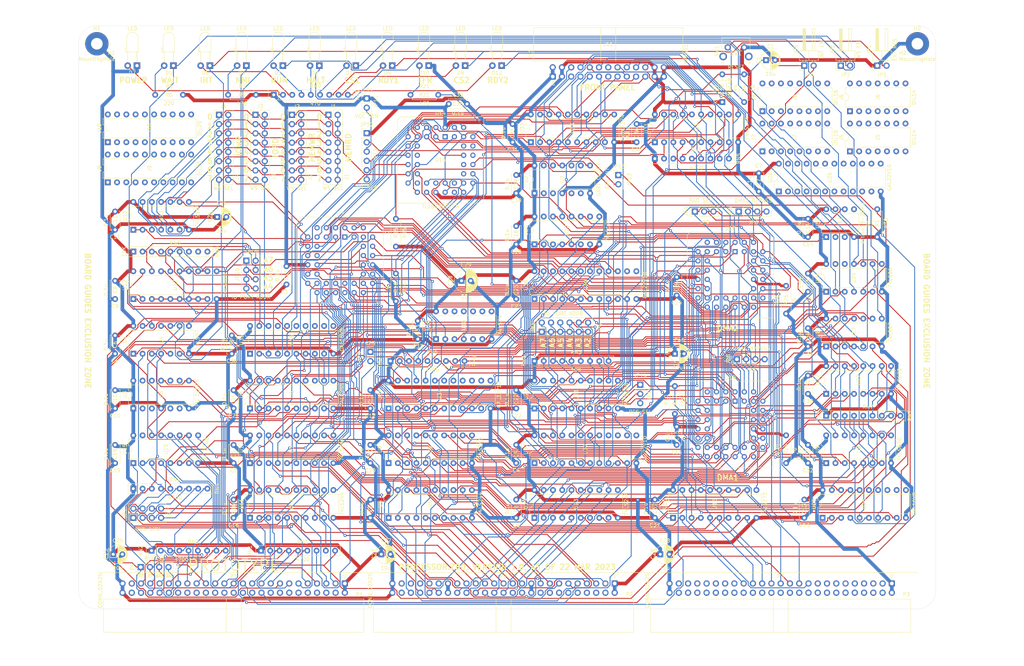
<source format=kicad_pcb>
(kicad_pcb (version 20211014) (generator pcbnew)
  (layers (0 "F.Cu" signal) (31 "B.Cu" signal) (34 "B.Paste" user) (35 "F.Paste" user) (36 "B.SilkS" user "B.Silkscreen") (37 "F.SilkS" user "F.Silkscreen") (38 "B.Mask" user) (39 "F.Mask" user) (44 "Edge.Cuts" user))
  (net 0 "")
  (net 1 "GND")
  (net 2 "VCC")
  (net 3 "Net-(D2-Pad1)")
  (net 4 "Net-(D4-Pad2)")
  (net 5 "Net-(D5-Pad2)")
  (net 6 "Net-(D8-Pad1)")
  (net 7 "Net-(JP1-Pad2)")
  (net 8 "Net-(JP3-Pad1)")
  (net 9 "Net-(D1-Pad1)")
  (net 10 "Net-(D4-Pad1)")
  (net 11 "Net-(D5-Pad1)")
  (net 12 "Net-(D10-Pad2)")
  (net 13 "Net-(R21-Pad2)")
  (net 14 "Net-(U15-Pad7)")
  (net 15 "Net-(U15-Pad6)")
  (net 16 "Net-(U15-Pad9)")
  (net 17 "Net-(D6-Pad1)")
  (net 18 "~{WAIT}")
  (net 19 "~{INT0}")
  (net 20 "~{TEND1}")
  (net 21 "~{TEND0}")
  (net 22 "~{DREQ1}")
  (net 23 "~{DREQ0}")
  (net 24 "~{IEI}")
  (net 25 "-12V")
  (net 26 "~{EIRQ0}")
  (net 27 "~{EIRQ1}")
  (net 28 "~{EIRQ2}")
  (net 29 "~{EIRQ3}")
  (net 30 "~{EIRQ4}")
  (net 31 "~{EIRQ5}")
  (net 32 "~{EIRQ6}")
  (net 33 "~{EIRQ7}")
  (net 34 "~{RFSH}")
  (net 35 "~{HALT}")
  (net 36 "~{BUSRQ}")
  (net 37 "/bus/CRUCLK")
  (net 38 "~{NMI}")
  (net 39 "CLK")
  (net 40 "~{BUSACK}")
  (net 41 "~{M1}")
  (net 42 "~{MREQ}")
  (net 43 "~{IORQ}")
  (net 44 "~{WR}")
  (net 45 "~{RD}")
  (net 46 "A0")
  (net 47 "A1")
  (net 48 "A2")
  (net 49 "A3")
  (net 50 "A4")
  (net 51 "A5")
  (net 52 "A6")
  (net 53 "A7")
  (net 54 "A8")
  (net 55 "A9")
  (net 56 "A10")
  (net 57 "A11")
  (net 58 "A12")
  (net 59 "A13")
  (net 60 "A14")
  (net 61 "A15")
  (net 62 "+12V")
  (net 63 "D0")
  (net 64 "D1")
  (net 65 "D2")
  (net 66 "D3")
  (net 67 "D4")
  (net 68 "D5")
  (net 69 "D6")
  (net 70 "D7")
  (net 71 "Net-(JP4-Pad12)")
  (net 72 "Net-(JP4-Pad10)")
  (net 73 "Net-(JP4-Pad8)")
  (net 74 "Net-(JP4-Pad6)")
  (net 75 "Net-(JP4-Pad4)")
  (net 76 "Net-(JP4-Pad2)")
  (net 77 "ONE")
  (net 78 "ZERO")
  (net 79 "Net-(D9-Pad1)")
  (net 80 "Net-(D11-Pad1)")
  (net 81 "Net-(D12-Pad1)")
  (net 82 "Net-(RN3-Pad8)")
  (net 83 "Net-(JP7-Pad7)")
  (net 84 "Net-(JP7-Pad5)")
  (net 85 "Net-(JP7-Pad3)")
  (net 86 "Net-(JP7-Pad1)")
  (net 87 "~{BAO}")
  (net 88 "Net-(J11-Pad21)")
  (net 89 "Net-(J11-Pad19)")
  (net 90 "Net-(J11-Pad17)")
  (net 91 "Net-(J11-Pad15)")
  (net 92 "Net-(J11-Pad11)")
  (net 93 "Net-(J11-Pad9)")
  (net 94 "Net-(J11-Pad7)")
  (net 95 "Net-(J11-Pad5)")
  (net 96 "WS-MEMRD")
  (net 97 "WS-MEMWR")
  (net 98 "WS-IORD")
  (net 99 "WS-IOWR")
  (net 100 "~{IM2-EN}")
  (net 101 "~{DMA-BAO2}")
  (net 102 "~{DMA-IEO2}")
  (net 103 "~{CPU-BUSACK}")
  (net 104 "~{DMA-IEI1}")
  (net 105 "~{DMA-INT-PULSE1}")
  (net 106 "~{DMA-INT-PULSE2}")
  (net 107 "~{CPU-IORQ}")
  (net 108 "~{DMA-ADDR}")
  (net 109 "~{CPU-RESET}")
  (net 110 "BUSACK")
  (net 111 "CPU-A1")
  (net 112 "CPU-A0")
  (net 113 "READY")
  (net 114 "~{IM2-INT}")
  (net 115 "~{CPU-WAIT}")
  (net 116 "~{CPU-M1}")
  (net 117 "~{CPU-RFSH}")
  (net 118 "~{CPU-WR}")
  (net 119 "~{CPU-BUSRQ}")
  (net 120 "~{CPU-RD}")
  (net 121 "~{CPU-MREQ}")
  (net 122 "~{BUS-EN}")
  (net 123 "DATA-DIR")
  (net 124 "~{MR}")
  (net 125 "~{DMA-CS2}")
  (net 126 "~{DMA-CS1}")
  (net 127 "DMA-RDY2")
  (net 128 "~{DMA-RESET2}")
  (net 129 "DMA-RDY1")
  (net 130 "~{DMA-RESET1}")
  (net 131 "RDY_Q1")
  (net 132 "~{USR-RESET2}")
  (net 133 "~{USR-RESET1}")
  (net 134 "RDY_Q0")
  (net 135 "~{DMA_RDY_WR}")
  (net 136 "~{FP-LATCH-RD}")
  (net 137 "DATA_XFER")
  (net 138 "~{FP-LATCH-WR}")
  (net 139 "~{FP-LATCH}")
  (net 140 "~{CE_DMA_RDY}")
  (net 141 "Net-(JP9-Pad2)")
  (net 142 "/waitstate/7WS")
  (net 143 "/waitstate/6WS")
  (net 144 "/waitstate/5WS")
  (net 145 "/waitstate/4WS")
  (net 146 "/waitstate/3WS")
  (net 147 "/waitstate/2WS")
  (net 148 "/waitstate/1WS")
  (net 149 "/waitstate/8WS")
  (net 150 "/fpanel/FP-D7")
  (net 151 "/fpanel/FP-D6")
  (net 152 "/fpanel/FP-D5")
  (net 153 "/fpanel/FP-D4")
  (net 154 "/fpanel/FP-D3")
  (net 155 "/fpanel/FP-D2")
  (net 156 "/fpanel/FP-D1")
  (net 157 "/fpanel/FP-D0")
  (net 158 "~{DMA-BAO1}")
  (net 159 "~{DMA-IEO1}")
  (net 160 "/DMA/GND-DMA1")
  (net 161 "/DMA/GND-DMA2")
  (net 162 "CPU-A3")
  (net 163 "CPU-A4")
  (net 164 "CPU-A2")
  (net 165 "CPU-A5")
  (net 166 "CPU-A6")
  (net 167 "CPU-A7")
  (net 168 "RAW-CLK")
  (net 169 "CPU-A11")
  (net 170 "CPU-A12")
  (net 171 "CPU-A10")
  (net 172 "CPU-A13")
  (net 173 "CPU-A9")
  (net 174 "CPU-A14")
  (net 175 "CPU-A8")
  (net 176 "CPU-A15")
  (net 177 "~{CPU-NMI}")
  (net 178 "~{CPU-INT}")
  (net 179 "~{CPU-HALT}")
  (net 180 "CPU-D1")
  (net 181 "CPU-D7")
  (net 182 "CPU-D6")
  (net 183 "CPU-D3")
  (net 184 "CPU-D0")
  (net 185 "CPU-D2")
  (net 186 "CPU-D5")
  (net 187 "CPU-D4")
  (net 188 "Net-(JP10-Pad8)")
  (net 189 "Net-(JP10-Pad6)")
  (net 190 "Net-(JP10-Pad4)")
  (net 191 "Net-(JP10-Pad2)")
  (net 192 "A16")
  (net 193 "A17")
  (net 194 "A18")
  (net 195 "A19")
  (net 196 "A20")
  (net 197 "A21")
  (net 198 "mA21")
  (net 199 "mA20")
  (net 200 "mA19")
  (net 201 "mA18")
  (net 202 "mA17")
  (net 203 "mA16")
  (net 204 "mA15")
  (net 205 "mA14")
  (net 206 "~{CS_MAP}")
  (net 207 "SEL-A14")
  (net 208 "SEL-A15")
  (net 209 "~{IEO}")
  (net 210 "~{BAI}")
  (net 211 "~{IM2-IEO}")
  (net 212 "IO-SEL")
  (net 213 "~{PAGE_WR}")
  (net 214 "~{PAGE_EN}")
  (net 215 "~{PGEN_WR}")
  (net 216 "INT")
  (net 217 "RESET")
  (net 218 "~{CS_EXP}")
  (net 219 "Net-(RN8-Pad6)")
  (net 220 "~{CS_IO}")
  (net 221 "470H")
  (net 222 "470G")
  (net 223 "470E")
  (net 224 "470F")
  (net 225 "470A")
  (net 226 "470D")
  (net 227 "470C")
  (net 228 "470B")
  (net 229 "10KA")
  (net 230 "Net-(JP11-Pad2)")
  (net 231 "/mapper/~{CTS}")
  (net 232 "/mapper/TX")
  (net 233 "/mapper/RX")
  (net 234 "/mapper/~{RTS}")
  (net 235 "UART-CLK")
  (net 236 "Net-(U14-Pad10)")
  (net 237 "Net-(JP13-Pad2)")
  (net 340 "/bus/E")
  (net 341 "/bus/ST")
  (net 342 "/bus/PHI")
  (net 343 "/bus/~{INT2}")
  (net 344 "/bus/~{INT1}")
  (net 345 "~{RES_IN}")
  (net 346 "/bus/CRUOUT")
  (net 347 "/bus/CRUIN")
  (net 348 "~{RES_OUT}")
  (net 349 "/bus/USER8")
  (net 350 "/bus/USER7")
  (net 351 "/bus/USER6")
  (net 352 "/bus/USER5")
  (net 353 "/bus/USER4")
  (net 354 "/bus/USER3")
  (net 355 "/bus/USER2")
  (net 356 "/bus/USER1")
  (net 357 "/bus/USER0")
  (net 358 "/bus/I2C_RX")
  (net 359 "/bus/I2C_TX")
  (net 360 "/bus/A31")
  (net 361 "/bus/A30")
  (net 362 "/bus/A29")
  (net 363 "/bus/A28")
  (net 364 "/bus/A27")
  (net 365 "/bus/A26")
  (net 366 "/bus/A25")
  (net 367 "/bus/A24")
  (net 368 "/bus/A23")
  (net 369 "/bus/A22")
  (net 370 "/bus/IC3")
  (net 371 "/bus/IC2")
  (net 372 "/bus/IC1")
  (net 373 "/bus/IC0")
  (net 374 "/bus/AUXCLK1")
  (net 375 "/bus/AUXCLK0")
  (net 376 "/bus/D15")
  (net 377 "/bus/D31")
  (net 378 "/bus/D14")
  (net 379 "/bus/D30")
  (net 380 "/bus/D13")
  (net 381 "/bus/D29")
  (net 382 "/bus/D12")
  (net 383 "/bus/D28")
  (net 384 "/bus/D11")
  (net 385 "/bus/D27")
  (net 386 "/bus/D10")
  (net 387 "/bus/D26")
  (net 388 "/bus/D9")
  (net 389 "/bus/D25")
  (net 390 "/bus/D8")
  (net 391 "/bus/D24")
  (net 392 "/bus/D23")
  (net 393 "/bus/D22")
  (net 394 "/bus/D21")
  (net 395 "/bus/D20")
  (net 396 "/bus/D19")
  (net 397 "/bus/D18")
  (net 398 "/bus/D17")
  (net 399 "/bus/D16")
  (net 400 "/bus/~{BUSERR}")
  (net 401 "/bus/UDS")
  (net 402 "/bus/~{VPA}")
  (net 403 "/bus/LDS")
  (net 404 "/bus/~{VMA}")
  (net 405 "/bus/S2")
  (net 406 "/bus/~{BHE}")
  (net 407 "/bus/S1")
  (net 408 "/bus/IPL2")
  (net 409 "/bus/S0")
  (net 410 "/bus/IPL1")
  (net 411 "/bus/AUXCLK3")
  (net 412 "/bus/IPL0")
  (net 413 "/bus/AUXCLK2")
  (footprint "Connector_IDC:IDC-Header_2x25_P2.54mm_Horizontal" (layer "F.Cu") (at 108 223 -90)
    (fp_text reference "P1")
    (fp_text value "CONN_02X25")
  )
  (footprint "Capacitor_THT:C_Disc_D5.0mm_W2.5mm_P5.00mm" (layer "F.Cu") (at 115 200 -90)
    (fp_text reference "C2")
    (fp_text value "0.1u")
  )
  (footprint "Capacitor_THT:C_Disc_D5.0mm_W2.5mm_P5.00mm" (layer "F.Cu") (at 235 138 -90)
    (fp_text reference "C3")
    (fp_text value "0.1u")
  )
  (footprint "Capacitor_THT:C_Disc_D5.0mm_W2.5mm_P5.00mm" (layer "F.Cu") (at 155 185 -90)
    (fp_text reference "C4")
    (fp_text value "0.1u")
  )
  (footprint "Capacitor_THT:C_Disc_D5.0mm_W2.5mm_P5.00mm" (layer "F.Cu") (at 77.5 185 -90)
    (fp_text reference "C5")
    (fp_text value "0.1u")
  )
  (footprint "Capacitor_THT:C_Disc_D5.0mm_W2.5mm_P5.00mm" (layer "F.Cu") (at 45 155 -90)
    (fp_text reference "C6")
    (fp_text value "0.1u")
  )
  (footprint "Capacitor_THT:C_Disc_D5.0mm_W2.5mm_P5.00mm" (layer "F.Cu") (at 155 200 -90)
    (fp_text reference "C8")
    (fp_text value "0.1u")
  )
  (footprint "Capacitor_THT:C_Disc_D5.0mm_W2.5mm_P5.00mm" (layer "F.Cu") (at 45 140 -90)
    (fp_text reference "C9")
    (fp_text value "0.1u")
  )
  (footprint "Capacitor_THT:C_Disc_D5.0mm_W2.5mm_P5.00mm" (layer "F.Cu") (at 45 170 -90)
    (fp_text reference "C10")
    (fp_text value "0.1u")
  )
  (footprint "Capacitor_THT:C_Disc_D5.0mm_W2.5mm_P5.00mm" (layer "F.Cu") (at 45 121 -90)
    (fp_text reference "C11")
    (fp_text value "0.1u")
  )
  (footprint "Capacitor_THT:C_Disc_D5.0mm_W2.5mm_P5.00mm" (layer "F.Cu") (at 235 123 -90)
    (fp_text reference "C14")
    (fp_text value "0.1u")
  )
  (footprint "Capacitor_THT:C_Disc_D5.0mm_W2.5mm_P5.00mm" (layer "F.Cu") (at 199 180 -90)
    (fp_text reference "C15")
    (fp_text value "0.1u")
  )
  (footprint "Capacitor_THT:CP_Radial_D5.0mm_P2.50mm" (layer "F.Cu") (at 44.5 215)
    (fp_text reference "C25")
    (fp_text value "10u")
  )
  (footprint "Capacitor_THT:CP_Radial_D5.0mm_P2.50mm" (layer "F.Cu") (at 73 122.5)
    (fp_text reference "C26")
    (fp_text value "10u")
  )
  (footprint "Capacitor_THT:C_Disc_D5.0mm_W2.5mm_P5.00mm" (layer "F.Cu") (at 92 136 -90)
    (fp_text reference "C17")
    (fp_text value "0.1u")
  )
  (footprint "Capacitor_THT:C_Disc_D5.0mm_W2.5mm_P5.00mm" (layer "F.Cu") (at 115 185 -90)
    (fp_text reference "C20")
    (fp_text value "0.1u")
  )
  (footprint "Capacitor_THT:C_Disc_D5.0mm_W2.5mm_P5.00mm" (layer "F.Cu") (at 77.5 170 -90)
    (fp_text reference "C21")
    (fp_text value "0.1u")
  )
  (footprint "Capacitor_THT:C_Disc_D5.0mm_W2.5mm_P5.00mm" (layer "F.Cu") (at 155 170 -90)
    (fp_text reference "C22")
    (fp_text value "0.1u")
  )
  (footprint "Capacitor_THT:C_Disc_D5.0mm_W2.5mm_P5.00mm" (layer "F.Cu") (at 155 140 -90)
    (fp_text reference "C23")
    (fp_text value "0.1u")
  )
  (footprint "Capacitor_THT:CP_Radial_D5.0mm_P2.50mm" (layer "F.Cu") (at 118 215)
    (fp_text reference "C27")
    (fp_text value "10u")
  )
  (footprint "Capacitor_THT:CP_Radial_D5.0mm_P2.50mm" (layer "F.Cu") (at 194.5 215)
    (fp_text reference "C28")
    (fp_text value "10u")
  )
  (footprint "Capacitor_THT:CP_Radial_D6.3mm_P2.50mm" (layer "F.Cu") (at 140 140)
    (fp_text reference "C29")
    (fp_text value "22u")
  )
  (footprint "LED_THT:LED_D3.0mm_Horizontal_O3.81mm_Z2.0mm" (layer "F.Cu") (at 81 81 180)
    (fp_text reference "D4")
    (fp_text value "LED")
  )
  (footprint "LED_THT:LED_D3.0mm_Horizontal_O3.81mm_Z2.0mm" (layer "F.Cu") (at 61 81 180)
    (fp_text reference "D5")
    (fp_text value "LED")
  )
  (footprint "LED_THT:LED_D3.0mm_Horizontal_O3.81mm_Z2.0mm" (layer "F.Cu") (at 71 81 180)
    (fp_text reference "D6")
    (fp_text value "LED")
  )
  (footprint "LED_THT:LED_D3.0mm_Horizontal_O3.81mm_Z2.0mm" (layer "F.Cu") (at 91 81 180)
    (fp_text reference "D1")
    (fp_text value "LED")
  )
  (footprint "LED_THT:LED_D3.0mm_Horizontal_O3.81mm_Z2.0mm" (layer "F.Cu") (at 101 81 180)
    (fp_text reference "D2")
    (fp_text value "LED")
  )
  (footprint "Resistor_THT:R_Axial_DIN0207_L6.3mm_D2.5mm_P7.62mm_Horizontal" (layer "F.Cu") (at 76 89)
    (fp_text reference "R5")
    (fp_text value "470")
  )
  (footprint "Resistor_THT:R_Axial_DIN0207_L6.3mm_D2.5mm_P7.62mm_Horizontal" (layer "F.Cu") (at 56 89)
    (fp_text reference "R6")
    (fp_text value "220")
  )
  (footprint "Resistor_THT:R_Array_SIP9" (layer "F.Cu") (at 55 214)
    (fp_text reference "RN2")
    (fp_text value "4700")
  )
  (footprint "Package_DIP:DIP-14_W7.62mm" (layer "F.Cu") (at 50 160 90)
    (fp_text reference "U4")
    (fp_text value "74LS07")
  )
  (footprint "Package_DIP:DIP-20_W7.62mm" (layer "F.Cu") (at 120 205 90)
    (fp_text reference "U5")
    (fp_text value "74LS244")
  )
  (footprint "Package_DIP:DIP-20_W7.62mm" (layer "F.Cu") (at 82 175 90)
    (fp_text reference "U6")
    (fp_text value "74LS244")
  )
  (footprint "Package_DIP:DIP-20_W7.62mm" (layer "F.Cu") (at 120 190 90)
    (fp_text reference "U8")
    (fp_text value "74LS245")
  )
  (footprint "Package_DIP:DIP-16_W7.62mm" (layer "F.Cu") (at 50 190 90)
    (fp_text reference "U15")
    (fp_text value "74LS148")
  )
  (footprint "Package_DIP:DIP-20_W7.62mm" (layer "F.Cu") (at 82 190 90)
    (fp_text reference "U1")
    (fp_text value "74LS244")
  )
  (footprint "Connector_IDC:IDC-Header_2x25_P2.54mm_Horizontal" (layer "F.Cu") (at 182 223 -90)
    (fp_text reference "P2")
    (fp_text value "CONN_02X25")
  )
  (footprint "MountingHole:MountingHole_3.2mm_M3_Pad" (layer "F.Cu") (at 265 75)
    (fp_text reference "H2")
    (fp_text value "MountingHole")
  )
  (footprint "Resistor_THT:R_Array_SIP9" (layer "F.Cu") (at 85 214)
    (fp_text reference "RN1")
    (fp_text value "4700")
  )
  (footprint "Package_DIP:DIP-20_W7.62mm" (layer "F.Cu") (at 82 205 90)
    (fp_text reference "U11")
    (fp_text value "74LS244")
  )
  (footprint "Package_DIP:DIP-20_W7.62mm" (layer "F.Cu") (at 198 205 90)
    (fp_text reference "U16")
    (fp_text value "74LS373")
  )
  (footprint "Connector_PinHeader_2.54mm:PinHeader_2x08_P2.54mm_Vertical" (layer "F.Cu") (at 83.5 94.5)
    (fp_text reference "J3")
    (fp_text value "WS SEL")
  )
  (footprint "Connector_PinHeader_2.54mm:PinHeader_2x08_P2.54mm_Vertical" (layer "F.Cu") (at 103.5 94.5)
    (fp_text reference "J1")
    (fp_text value "WS SEL")
  )
  (footprint "Capacitor_THT:C_Disc_D5.0mm_W2.5mm_P5.00mm" (layer "F.Cu") (at 45 185 -90)
    (fp_text reference "C19")
    (fp_text value "0.1u")
  )
  (footprint "Capacitor_THT:C_Disc_D5.0mm_W2.5mm_P5.00mm" (layer "F.Cu") (at 155 125 -90)
    (fp_text reference "C18")
    (fp_text value "0.1u")
  )
  (footprint "Capacitor_THT:C_Disc_D5.0mm_W2.5mm_P5.00mm" (layer "F.Cu") (at 115 170 -90)
    (fp_text reference "C12")
    (fp_text value "0.1u")
  )
  (footprint "Capacitor_THT:C_Disc_D5.0mm_W2.5mm_P5.00mm" (layer "F.Cu") (at 77.5 200 -90)
    (fp_text reference "C16")
    (fp_text value "0.1u")
  )
  (footprint "Package_DIP:DIP-14_W7.62mm" (layer "F.Cu") (at 50 175 90)
    (fp_text reference "U3")
    (fp_text value "CPU CLOCK")
  )
  (footprint "MountingHole:MountingHole_3.2mm_M3_Pad" (layer "F.Cu") (at 40 75)
    (fp_text reference "H1")
    (fp_text value "MountingHole")
  )
  (footprint "LED_THT:LED_D3.0mm_Horizontal_O3.81mm_Z2.0mm" (layer "F.Cu") (at 51 81 180)
    (fp_text reference "D7")
    (fp_text value "LED")
  )
  (footprint "Connector_IDC:IDC-Header_2x25_P2.54mm_Horizontal" (layer "F.Cu") (at 258 223 -90)
    (fp_text reference "P3")
    (fp_text value "CONN_02X25")
  )
  (footprint "Package_DIP:DIP-14_W7.62mm" (layer "F.Cu") (at 50 126 90)
    (fp_text reference "U13")
    (fp_text value "74LS164")
  )
  (footprint "Connector_PinHeader_2.54mm:PinHeader_1x02_P2.54mm_Horizontal" (layer "F.Cu") (at 254 81 90)
    (fp_text reference "JP1")
    (fp_text value "EXT RES")
  )
  (footprint "Connector_PinHeader_2.54mm:PinHeader_1x02_P2.54mm_Horizontal" (layer "F.Cu") (at 244 81 90)
    (fp_text reference "JP2")
    (fp_text value "WS EN")
  )
  (footprint "Connector_PinHeader_2.54mm:PinHeader_1x02_P2.54mm_Vertical" (layer "F.Cu") (at 115 159.5)
    (fp_text reference "JP3")
    (fp_text value "IM2 EN")
  )
  (footprint "Capacitor_THT:C_Disc_D5.0mm_W2.5mm_P5.00mm" (layer "F.Cu") (at 188 97 -90)
    (fp_text reference "C36")
    (fp_text value "0.1u")
  )
  (footprint "Capacitor_THT:C_Disc_D5.0mm_W2.5mm_P5.00mm" (layer "F.Cu") (at 77 155 -90)
    (fp_text reference "C38")
    (fp_text value "0.1u")
  )
  (footprint "Capacitor_THT:CP_Radial_D5.0mm_P2.50mm" (layer "F.Cu") (at 198.5 160)
    (fp_text reference "C46")
    (fp_text value "47uF")
  )
  (footprint "LED_THT:LED_D3.0mm_Horizontal_O3.81mm_Z2.0mm" (layer "F.Cu") (at 121 81 180)
    (fp_text reference "D8")
    (fp_text value "LED")
  )
  (footprint "LED_THT:LED_D3.0mm_Horizontal_O3.81mm_Z2.0mm" (layer "F.Cu") (at 131 81 180)
    (fp_text reference "D10")
    (fp_text value "LED")
  )
  (footprint "Connector_PinHeader_2.54mm:PinHeader_2x06_P2.54mm_Vertical" (layer "F.Cu") (at 162 154 90)
    (fp_text reference "JP4")
    (fp_text value "IO PORT ADDR")
  )
  (footprint "Resistor_THT:R_Axial_DIN0207_L6.3mm_D2.5mm_P7.62mm_Horizontal" (layer "F.Cu") (at 126 89)
    (fp_text reference "R21")
    (fp_text value "470")
  )
  (footprint "Resistor_THT:R_Array_SIP9" (layer "F.Cu") (at 160 162)
    (fp_text reference "RN3")
    (fp_text value "10K")
  )
  (footprint "Package_DIP:DIP-14_W7.62mm" (layer "F.Cu") (at 240 158 90)
    (fp_text reference "U17")
    (fp_text value "74LS07")
  )
  (footprint "Package_LCC:PLCC-44_THT-Socket" (layer "F.Cu") (at 215 173)
    (fp_text reference "U19")
    (fp_text value "DMA-PLCC-44-CMOS")
  )
  (footprint "Package_DIP:DIP-20_W7.62mm" (layer "F.Cu") (at 160 175 90)
    (fp_text reference "U21")
    (fp_text value "74LS688")
  )
  (footprint "Package_LCC:PLCC-44_THT-Socket" (layer "F.Cu") (at 108 128)
    (fp_text reference "U7")
    (fp_text value "Z80CPU-LCC")
  )
  (footprint "Connector_PinHeader_2.54mm:PinHeader_2x08_P2.54mm_Vertical" (layer "F.Cu") (at 73.5 94.5)
    (fp_text reference "J4")
    (fp_text value "WS SEL")
  )
  (footprint "Connector_PinHeader_2.54mm:PinHeader_2x08_P2.54mm_Vertical" (layer "F.Cu") (at 93.5 94.5)
    (fp_text reference "J2")
    (fp_text value "WS SEL")
  )
  (footprint "Capacitor_THT:CP_Radial_D5.0mm_P2.50mm" (layer "F.Cu") (at 223.5 79.5)
    (fp_text reference "C1")
    (fp_text value "10u")
  )
  (footprint "Connector_PinHeader_2.54mm:PinHeader_1x02_P2.54mm_Horizontal" (layer "F.Cu") (at 234 81 90)
    (fp_text reference "JP5")
    (fp_text value "INT EN")
  )
  (footprint "Resistor_THT:R_Axial_DIN0207_L6.3mm_D2.5mm_P7.62mm_Horizontal" (layer "F.Cu") (at 122 138 -90)
    (fp_text reference "R16")
    (fp_text value "0")
  )
  (footprint "Package_DIP:DIP-14_W7.62mm" (layer "F.Cu") (at 246.5 104.5 90)
    (fp_text reference "J5")
    (fp_text value "DIL14")
  )
  (footprint "Package_DIP:DIP-14_W7.62mm" (layer "F.Cu") (at 246.5 93.5 90)
    (fp_text reference "J6")
    (fp_text value "DIL14")
  )
  (footprint "Package_DIP:DIP-16_W7.62mm" (layer "F.Cu") (at 222.5 104.5 90)
    (fp_text reference "J7")
    (fp_text value "DIL16")
  )
  (footprint "Package_DIP:DIP-16_W7.62mm" (layer "F.Cu") (at 222.5 93.5 90)
    (fp_text reference "J8")
    (fp_text value "DIL16")
  )
  (footprint "LED_THT:LED_D3.0mm_Horizontal_O3.81mm_Z2.0mm" (layer "F.Cu") (at 141 81 180)
    (fp_text reference "D9")
    (fp_text value "LED")
  )
  (footprint "LED_THT:LED_D3.0mm_Horizontal_O3.81mm_Z2.0mm" (layer "F.Cu") (at 111 81 180)
    (fp_text reference "D11")
    (fp_text value "LED")
  )
  (footprint "LED_THT:LED_D3.0mm_Horizontal_O3.81mm_Z2.0mm" (layer "F.Cu") (at 151 81 180)
    (fp_text reference "D12")
    (fp_text value "LED")
  )
  (footprint "Package_DIP:DIP-14_W7.62mm" (layer "F.Cu") (at 240 143 90)
    (fp_text reference "U24")
    (fp_text value "74LS06")
  )
  (footprint "Connector_PinHeader_2.54mm:PinHeader_2x04_P2.54mm_Vertical" (layer "F.Cu") (at 50 205 90)
    (fp_text reference "JP7")
    (fp_text value "BUS CPU")
  )
  (footprint "Resistor_THT:R_Axial_DIN0207_L6.3mm_D2.5mm_P7.62mm_Horizontal" (layer "F.Cu") (at 122 123 -90)
    (fp_text reference "R15")
    (fp_text value "0")
  )
  (footprint "Resistor_THT:R_Axial_DIN0207_L6.3mm_D2.5mm_P7.62mm_Horizontal" (layer "F.Cu") (at 229 190 90)
    (fp_text reference "R24")
    (fp_text value "0")
  )
  (footprint "Resistor_THT:R_Array_SIP9" (layer "F.Cu") (at 50 197)
    (fp_text reference "RN4")
    (fp_text value "4700")
  )
  (footprint "Connector_IDC:IDC-Header_2x13_P2.54mm_Horizontal" (layer "F.Cu") (at 165 84 90)
    (fp_text reference "J11")
    (fp_text value "FPANEL")
  )
  (footprint "Resistor_THT:R_Axial_DIN0207_L6.3mm_D2.5mm_P7.62mm_Horizontal" (layer "F.Cu") (at 198.5 176.5 90)
    (fp_text reference "R10")
    (fp_text value "1800")
  )
  (footprint "Resistor_THT:R_Array_SIP9" (layer "F.Cu") (at 193 106.5)
    (fp_text reference "RN5")
    (fp_text value "4700")
  )
  (footprint "Package_DIP:DIP-20_W7.62mm" (layer "F.Cu") (at 193 102 90)
    (fp_text reference "U31")
    (fp_text value "74LS244")
  )
  (footprint "Connector_PinHeader_2.54mm:PinHeader_1x04_P2.54mm_Vertical" (layer "F.Cu") (at 215.5 161.5 90)
    (fp_text reference "JP8")
    (fp_text value "DMA1 BYPASS")
  )
  (footprint "Resistor_THT:R_Array_SIP9" (layer "F.Cu") (at 120.5 162)
    (fp_text reference "RN6")
    (fp_text value "4700")
  )
  (footprint "Package_DIP:DIP-24_W7.62mm" (layer "F.Cu") (at 120 175 90)
    (fp_text reference "U34")
    (fp_text value "GAL22V10")
  )
  (footprint "Package_DIP:DIP-20_W7.62mm" (layer "F.Cu") (at 82 160 90)
    (fp_text reference "U35")
    (fp_text value "GAL16V8")
  )
  (footprint "Package_DIP:DIP-24_W7.62mm" (layer "F.Cu") (at 160 145 90)
    (fp_text reference "U36")
    (fp_text value "GAL22V10")
  )
  (footprint "Package_DIP:DIP-20_W7.62mm" (layer "F.Cu") (at 159 102 90)
    (fp_text reference "U33")
    (fp_text value "74HCT374")
  )
  (footprint "Package_DIP:DIP-24_W7.62mm" (layer "F.Cu") (at 160 190 90)
    (fp_text reference "U37")
    (fp_text value "GAL22V10")
  )
  (footprint "Package_DIP:DIP-16_W7.62mm" (layer "F.Cu") (at 160 130 90)
    (fp_text reference "U20")
    (fp_text value "74LS175")
  )
  (footprint "Connector_PinHeader_2.54mm:PinHeader_1x03_P2.54mm_Vertical" (layer "F.Cu") (at 204 121 90)
    (fp_text reference "JP9")
    (fp_text value "BAO SEL")
  )
  (footprint "Capacitor_THT:C_Disc_D5.0mm_W2.5mm_P5.00mm" (layer "F.Cu") (at 193 200 -90)
    (fp_text reference "C37")
    (fp_text value "0.1u")
  )
  (footprint "Package_DIP:DIP-20_W7.62mm" (layer "F.Cu") (at 43 113 90)
    (fp_text reference "J9")
    (fp_text value "DIL20")
  )
  (footprint "Package_DIP:DIP-20_W7.62mm" (layer "F.Cu") (at 43 102 90)
    (fp_text reference "J10")
    (fp_text value "DIL20")
  )
  (footprint "Connector_PinHeader_2.54mm:PinHeader_2x04_P2.54mm_Vertical" (layer "F.Cu") (at 81 134.5)
    (fp_text reference "JP10")
    (fp_text value "IO PORT ADDR")
  )
  (footprint "Resistor_THT:R_Array_SIP9" (layer "F.Cu") (at 240 177)
    (fp_text reference "RN7")
    (fp_text value "470")
  )
  (footprint "Resistor_THT:R_Array_SIP9" (layer "F.Cu") (at 50 132)
    (fp_text reference "RN8")
    (fp_text value "10K")
  )
  (footprint "Package_DIP:DIP-16_W7.62mm" (layer "F.Cu") (at 240 190 90)
    (fp_text reference "U9")
    (fp_text value "74LS670")
  )
  (footprint "Package_DIP:DIP-14_W7.62mm" (layer "F.Cu") (at 133 156 90)
    (fp_text reference "U10")
    (fp_text value "74LS74")
  )
  (footprint "Package_DIP:DIP-20_W7.62mm" (layer "F.Cu") (at 50 145 90)
    (fp_text reference "U12")
    (fp_text value "74LS688")
  )
  (footprint "Package_DIP:DIP-16_W7.62mm" (layer "F.Cu") (at 240 171 90)
    (fp_text reference "U22")
    (fp_text value "74LS670")
  )
  (footprint "Package_DIP:DIP-20_W7.62mm" (layer "F.Cu") (at 160 205 90)
    (fp_text reference "U23")
    (fp_text value "74LS244")
  )
  (footprint "Package_DIP:DIP-8_W7.62mm" (layer "F.Cu") (at 240 128 90)
    (fp_text reference "U32")
    (fp_text value "ATtiny13-20PU")
  )
  (footprint "Capacitor_THT:C_Disc_D5.0mm_W2.5mm_P5.00mm" (layer "F.Cu") (at 235 166 -90)
    (fp_text reference "C30")
    (fp_text value "0.1u")
  )
  (footprint "Capacitor_THT:C_Disc_D5.0mm_W2.5mm_P5.00mm" (layer "F.Cu") (at 154 97 -90)
    (fp_text reference "C31")
    (fp_text value "0.1u")
  )
  (footprint "Capacitor_THT:C_Disc_D5.0mm_W2.5mm_P5.00mm" (layer "F.Cu") (at 235 185 -90)
    (fp_text reference "C32")
    (fp_text value "0.1u")
  )
  (footprint "Capacitor_THT:C_Disc_D5.0mm_W2.5mm_P5.00mm" (layer "F.Cu") (at 128 151 -90)
    (fp_text reference "C33")
    (fp_text value "0.1u")
  )
  (footprint "Capacitor_THT:C_Disc_D5.0mm_W2.5mm_P5.00mm" (layer "F.Cu") (at 235 153 -90)
    (fp_text reference "C34")
    (fp_text value "0.1u")
  )
  (footprint "Package_DIP:DIP-24_W7.62mm" (layer "F.Cu") (at 227 115.5 90)
    (fp_text reference "U26")
    (fp_text value "GAL22V10")
  )
  (footprint "Capacitor_THT:C_Disc_D5.0mm_W2.5mm_P5.00mm" (layer "F.Cu") (at 221.5 110.5 -90)
    (fp_text reference "C7")
    (fp_text value "0.1u")
  )
  (footprint "Capacitor_THT:C_Disc_D5.0mm_W2.5mm_P5.00mm" (layer "F.Cu") (at 136.5 91.5)
    (fp_text reference "C35")
    (fp_text value "0.1u")
  )
  (footprint "Connector_PinHeader_2.54mm:PinHeader_1x02_P2.54mm_Vertical" (layer "F.Cu") (at 114 90)
    (fp_text reference "JP11")
    (fp_text value "VCC SER")
  )
  (footprint "Connector_PinHeader_2.54mm:PinHeader_1x06_P2.54mm_Vertical" (layer "F.Cu") (at 114 99.5)
    (fp_text reference "JP12")
    (fp_text value "TTL SER")
  )
  (footprint "Package_LCC:PLCC-44_THT-Socket" (layer "F.Cu") (at 135.5 100.5)
    (fp_text reference "U14")
    (fp_text value "TL16C550CFN")
  )
  (footprint "Package_DIP:DIP-14_W7.62mm" (layer "F.Cu") (at 160 116 90)
    (fp_text reference "U2")
    (fp_text value "UART CLOCK")
  )
  (footprint "Package_DIP:DIP-20_W7.62mm" (layer "F.Cu") (at 239 205 90)
    (fp_text reference "U25")
    (fp_text value "GAL16V8")
  )
  (footprint "Connector_PinHeader_2.54mm:PinHeader_1x02_P2.54mm_Vertical" (layer "F.Cu") (at 183 111)
    (fp_text reference "JP13")
    (fp_text value "SER INT")
  )
  (footprint "Diode_THT:D_DO-35_SOD27_P7.62mm_Horizontal" (layer "F.Cu") (at 211.5 91 90)
    (fp_text reference "D3")
    (fp_text value "1N4148")
  )
  (footprint "Resistor_THT:R_Axial_DIN0207_L6.3mm_D2.5mm_P7.62mm_Horizontal" (layer "F.Cu") (at 217.5 91 90)
    (fp_text reference "R4")
    (fp_text value "10")
  )
  (footprint "Button_Switch_THT:SW_Tactile_SPST_Angled_PTS645Vx58-2LFS" (layer "F.Cu") (at 213 76)
    (fp_text reference "SW1")
    (fp_text value "RESET")
  )
  (footprint "Capacitor_THT:C_Disc_D5.0mm_W2.5mm_P5.00mm" (layer "F.Cu") (at 155 111 -90)
    (fp_text reference "C39")
    (fp_text value "0.1u")
  )
  (footprint "Resistor_THT:R_Array_SIP9" (layer "F.Cu") (at 88.5 89)
    (fp_text reference "RN9")
    (fp_text value "470")
  )
  (footprint "Resistor_THT:R_Axial_DIN0207_L6.3mm_D2.5mm_P7.62mm_Horizontal" (layer "F.Cu") (at 254 128 90)
    (fp_text reference "R1")
    (fp_text value "470")
  )
  (footprint "Package_LCC:PLCC-44_THT-Socket" (layer "F.Cu") (at 215 132)
    (fp_text reference "U18")
    (fp_text value "DMA-PLCC-44-CMOS")
  )
  (footprint "Resistor_THT:R_Axial_DIN0207_L6.3mm_D2.5mm_P7.62mm_Horizontal" (layer "F.Cu") (at 229 149 90)
    (fp_text reference "R26")
    (fp_text value "0")
  )
  (footprint "Connector_PinHeader_2.54mm:PinHeader_1x04_P2.54mm_Vertical" (layer "F.Cu") (at 216 121 90)
    (fp_text reference "JP6")
    (fp_text value "DMA2 BYPASS")
  )
  (footprint "Capacitor_THT:C_Disc_D5.0mm_W2.5mm_P5.00mm" (layer "F.Cu") (at 234 200 -90)
    (fp_text reference "C13")
    (fp_text value "0.1u")
  )
  (footprint "Capacitor_THT:C_Disc_D5.0mm_W2.5mm_P5.00mm" (layer "F.Cu") (at 199 139 -90)
    (fp_text reference "C24")
    (fp_text value "0.1u")
  )
  (footprint "Connector_PinHeader_2.54mm:PinHeader_1x04_P2.54mm_Vertical" (layer "F.Cu") (at 52.018 218.5 90)
    (fp_text reference "P4")
    (fp_text value "BYPASS")
  )
  (footprint "Connector_PinHeader_2.54mm:PinHeader_1x03_P2.54mm_Vertical" (layer "F.Cu") (at 189 168.475)
    (fp_text reference "JP14")
    (fp_text value "RES SEL")
  )
  (gr_line (start 40 220) (end 265 220) (layer "F.SilkS") (width 0.12))
  (gr_line (start 35 75) (end 35 225) (layer "Edge.Cuts") (width 0.05))
  (gr_line (start 40 230) (end 265 230) (layer "Edge.Cuts") (width 0.05))
  (gr_line (start 270 225) (end 270 75) (layer "Edge.Cuts") (width 0.05))
  (gr_line (start 265 70) (end 40 70) (layer "Edge.Cuts") (width 0.05))
  (gr_arc (start 270 225) (mid 268.535534 228.535534) (end 265 230) (layer "Edge.Cuts") (width 0.05))
  (gr_arc (start 40 230) (mid 36.464466 228.535534) (end 35 225) (layer "Edge.Cuts") (width 0.05))
  (gr_arc (start 35 75) (mid 36.464466 71.464466) (end 40 70) (layer "Edge.Cuts") (width 0.05))
  (gr_arc (start 265 70) (mid 268.535534 71.464466) (end 270 75) (layer "Edge.Cuts") (width 0.05))
  (gr_text "BOARD GUIDES EXCLUSION ZONE" (at 37.5 151 -90) (layer "F.SilkS") (effects (font (size 1.5 1.5) (thickness 0.3))))
  (gr_text "CS1" (at 110 85) (layer "F.SilkS") (effects (font (size 1.5 1.5) (thickness 0.3))))
  (gr_text "RDY2" (at 150 85) (layer "F.SilkS") (effects (font (size 1.5 1.5) (thickness 0.3))))
  (gr_text "DMA1" (at 213 194) (layer "F.SilkS") (effects (font (size 1.5 1.5) (thickness 0.3))))
  (gr_text "0\n1\n2\n3\n4\n5\n6\n7" (at 71 103.5) (layer "F.SilkS") (effects (font (size 1.5 1.5) (thickness 0.3))))
  (gr_text "0\n1\n2\n3\n4\n5\n6\n7" (at 81 103.5) (layer "F.SilkS") (effects (font (size 1.5 1.5) (thickness 0.3))))
  (gr_text "0\n1\n2\n3\n4\n5\n6\n7" (at 91 103.5) (layer "F.SilkS") (effects (font (size 1.5 1.5) (thickness 0.3))))
  (gr_text "A7\nA6\nA5\nA4" (at 87 138) (layer "F.SilkS") (effects (font (size 1.5 1.5) (thickness 0.3))))
  (gr_text "~{IEI}" (at 54.558 221) (layer "F.SilkS") (effects (font (size 0.7 0.7) (thickness 0.175))))
  (gr_text "~{BAO}" (at 57.098 221) (layer "F.SilkS") (effects (font (size 0.7 0.7) (thickness 0.175))))
  (gr_text "~{BAI}" (at 59.638 221) (layer "F.SilkS") (effects (font (size 0.7 0.7) (thickness 0.175))))
  (gr_text "POWER" (at 50 85) (layer "F.SilkS") (effects (font (size 1.5 1.5) (thickness 0.3))))
  (gr_text "BOARD GUIDES EXCLUSION ZONE" (at 267.5 151 -90) (layer "F.SilkS") (effects (font (size 1.5 1.5) (thickness 0.3))))
  (gr_text "RDY1" (at 120 85) (layer "F.SilkS") (effects (font (size 1.5 1.5) (thickness 0.3))))
  (gr_text "PROTOTYPE" (at 77.5 218) (layer "F.SilkS") (effects (font (size 3 3) (thickness 0.3))))
  (gr_text "TFR" (at 130 85) (layer "F.SilkS") (effects (font (size 1.5 1.5) (thickness 0.3))))
  (gr_text "~{IEO}" (at 52 221) (layer "F.SilkS") (effects (font (size 0.7 0.7) (thickness 0.175))))
  (gr_text "DMA2" (at 213 153) (layer "F.SilkS") (effects (font (size 1.5 1.5) (thickness 0.3))))
  (gr_text "IORD" (at 89 103.5 90) (layer "F.SilkS") (effects (font (size 1.5 1.5) (thickness 0.3))))
  (gr_text "PROCESSOR.Z80, VERSION 1.0, AS OF 22 MAR 2023" (at 152.5 218.5) (layer "F.SilkS") (effects (font (size 1.5 1.5) (thickness 0.3))))
  (gr_text "CS2" (at 140 85) (layer "F.SilkS") (effects (font (size 1.5 1.5) (thickness 0.3))))
  (gr_text "INT" (at 70 85) (layer "F.SilkS") (effects (font (size 1.5 1.5) (thickness 0.3))))
  (gr_text "NMI" (at 80 85) (layer "F.SilkS") (effects (font (size 1.5 1.5) (thickness 0.3))))
  (gr_text "0\n1\n2\n3\n4\n5\n6\n7" (at 101 103.5) (layer "F.SilkS") (effects (font (size 1.5 1.5) (thickness 0.3))))
  (gr_text "RUN" (at 90 85) (layer "F.SilkS") (effects (font (size 1.5 1.5) (thickness 0.3))))
  (gr_text "MEMWR" (at 99 103.5 90) (layer "F.SilkS") (effects (font (size 1.5 1.5) (thickness 0.3))))
  (gr_text "IOWR" (at 79 103 90) (layer "F.SilkS") (effects (font (size 1.5 1.5) (thickness 0.3))))
  (gr_text "FRONT PANEL" (at 180 87) (layer "F.SilkS") (effects (font (size 1.5 1.5) (thickness 0.3))))
  (gr_text "A7\nA6\nA5\nA4\nA3\nA2" (at 168.5 157 90) (layer "F.SilkS") (effects (font (size 1.5 1.5) (thickness 0.3))))
  (gr_text "WAIT" (at 60 85) (layer "F.SilkS") (effects (font (size 1.5 1.5) (thickness 0.3))))
  (gr_text "HALT" (at 100 85) (layer "F.SilkS") (effects (font (size 1.5 1.5) (thickness 0.3))))
  (gr_text "MEMRD" (at 109 103.5 90) (layer "F.SilkS") (effects (font (size 1.5 1.5) (thickness 0.3))))
  (segment (start 216.9453 76.5547) (end 217.5 76) (width 1) (layer "F.Cu") (net 1))
  (segment (start 254 81) (end 252.4497 81) (width 1) (layer "F.Cu") (net 1))
  (segment (start 106.3603 175) (end 115 175) (width 1) (layer "F.Cu") (net 1))
  (segment (start 199 144) (end 198 145) (width 1) (layer "F.Cu") (net 1))
  (segment (start 253.2893 156.0493) (end 255.24 158) (width 1) (layer "F.Cu") (net 1))
  (segment (start 75.5 122.5939) (end 72.0939 126) (width 1) (layer "F.Cu") (net 1))
  (segment (start 216.9453 80.659) (end 216.9453 76.5547) (width 1) (layer "F.Cu") (net 1))
  (segment (start 241.7893 175.2107) (end 253.5693 175.2107) (width 1) (layer "F.Cu") (net 1))
  (segment (start 176.2796 131.5004) (end 156.5004 131.5004) (width 1) (layer "F.Cu") (net 1))
  (segment (start 219.0236 97.3361) (end 219.0236 82.7373) (width 1) (layer "F.Cu") (net 1))
  (segment (start 135.5007 89.9993) (end 134.9996 90.5004) (width 1) (layer "F.Cu") (net 1))
  (segment (start 254 128) (end 247.62 128) (width 1) (layer "F.Cu") (net 1))
  (segment (start 130.3462 156) (end 128 156) (width 1) (layer "F.Cu") (net 1))
  (segment (start 109.8955 156.1866) (end 106.3603 159.7218) (width 1) (layer "F.Cu") (net 1))
  (segment (start 80.0459 227.5729) (end 80.5283 227.0905) (width 1) (layer "F.Cu") (net 1))
  (segment (start 253.5693 175.2107) (end 257.78 171) (width 1) (layer "F.Cu") (net 1))
  (segment (start 181.86 102) (end 188 102) (width 1) (layer "F.Cu") (net 1))
  (segment (start 49.0729 227.5729) (end 80.0459 227.5729) (width 1) (layer "F.Cu") (net 1))
  (segment (start 132.96 115.74) (end 134.3769 117.1569) (width 1) (layer "F.Cu") (net 1))
  (segment (start 250.8994 79.4497) (end 252.4497 81) (width 1) (layer "F.Cu") (net 1))
  (segment (start 226.0503 79.4497) (end 250.8994 79.4497) (width 1) (layer "F.Cu") (net 1))
  (segment (start 46.5448 124.4552) (end 63.6952 124.4552) (width 1) (layer "F.Cu") (net 1))
  (segment (start 153.8431 117.1569) (end 155 116) (width 1) (layer "F.Cu") (net 1))
  (segment (start 92 141) (end 88 145) (width 1) (layer "F.Cu") (net 1))
  (segment (start 57.62 175) (end 56.0825 173.4625) (width 1) (layer "F.Cu") (net 1))
  (segment (start 214.1385 211.7215) (end 220.86 205) (width 1) (layer "F.Cu") (net 1))
  (segment (start 106.3603 159.7218) (end 106.3603 160) (width 1) (layer "F.Cu") (net 1))
  (segment (start 219.0236 82.7373) (end 216.9453 80.659) (width 1) (layer "F.Cu") (net 1))
  (segment (start 63.6952 124.4552) (end 65.24 126) (width 1) (layer "F.Cu") (net 1))
  (segment (start 134.3769 117.1569) (end 153.8431 117.1569) (width 1) (layer "F.Cu") (net 1))
  (segment (start 45 126) (end 46.5448 124.4552) (width 1) (layer "F.Cu") (net 1))
  (segment (start 128 156) (end 127.8134 156.1866) (width 1) (layer "F.Cu") (net 1))
  (segment (start 47.04 225.54) (end 49.0729 227.5729) (width 1) (layer "F.Cu") (net 1))
  (segment (start 139.9993 89.9993) (end 135.5007 89.9993) (width 1) (layer "F.Cu") (net 1))
  (segment (start 200.2785 211.7215) (end 214.1385 211.7215) (width 1) (layer "F.Cu") (net 1))
  (segment (start 141.5 91.5) (end 139.9993 89.9993) (width 1) (layer "F.Cu") (net 1))
  (segment (start 236.5004 126.4996) (end 235 128) (width 1) (layer "F.Cu") (net 1))
  (segment (start 77 160) (end 66.7403 160) (width 1) (layer "F.Cu") (net 1))
  (segment (start 247.62 128) (end 246.1196 126.4996) (width 1) (layer "F.Cu") (net 1))
  (segment (start 222.4388 204.9215) (end 233.9215 204.9215) (width 1) (layer "F.Cu") (net 1))
  (segment (start 115 205) (end 106.3603 205) (width 1) (layer "F.Cu") (net 1))
  (segment (start 155 204.7517) (end 155 205) (width 1) (layer "F.Cu") (net 1))
  (segment (start 246.1196 126.4996) (end 236.5004 126.4996) (width 1) (layer "F.Cu") (net 1))
  (segment (start 226 79.5) (end 226.0503 79.4497) (width 1) (layer "F.Cu") (net 1))
  (segment (start 131.8466 157.5004) (end 130.3462 156) (width 1) (layer "F.Cu") (net 1))
  (segment (start 156.5004 131.5004) (end 155 130) (width 1) (layer "F.Cu") (net 1))
  (segment (start 119.4895 227.0905) (end 121.04 225.54) (width 1) (layer "F.Cu") (net 1))
  (segment (start 104.86 160) (end 106.3603 160) (width 1) (layer "F.Cu") (net 1))
  (segment (start 127.8134 156.1866) (end 109.8955 156.1866) (width 1) (layer "F.Cu") (net 1))
  (segment (start 240 177) (end 241.7893 175.2107) (width 1) (layer "F.Cu") (net 1))
  (segment (start 233.9215 204.9215) (end 234 205) (width 1) (layer "F.Cu") (net 1))
  (segment (start 65.24 160) (end 66.7403 160) (width 1) (layer "F.Cu") (net 1))
  (segment (start 235 158) (end 235.7937 158) (width 1) (layer "F.Cu") (net 1))
  (segment (start 146.7396 157.5004) (end 131.8466 157.5004) (width 1) (layer "F.Cu") (net 1))
  (segment (start 103.3572 158.4972) (end 78.5028 158.4972) (width 1) (layer "F.Cu") (net 1))
  (segment (start 215.86 100.4997) (end 219.0236 97.3361) (width 1) (layer "F.Cu") (net 1))
  (segment (start 148.24 156) (end 146.7396 157.5004) (width 1) (layer "F.Cu") (net 1))
  (segment (start 77.5 190) (end 67.78 190) (width 1) (layer "F.Cu") (net 1))
  (segment (start 104.86 205) (end 106.3603 205) (width 1) (layer "F.Cu") (net 1))
  (segment (start 114 99.5) (end 115.5503 99.5) (width 1) (layer "F.Cu") (net 1))
  (segment (start 235.7937 158) (end 237.7444 156.0493) (width 1) (layer "F.Cu") (net 1))
  (segment (start 104.86 160) (end 103.3572 158.4972) (width 1) (layer "F.Cu") (net 1))
  (segment (start 197 215) (end 200.2785 211.7215) (width 1) (layer "F.Cu") (net 1))
  (segment (start 104.86 175) (end 106.3603 175) (width 1) (layer "F.Cu") (net 1))
  (segment (start 198 145) (end 187.94 145) (width 1) (layer "F.Cu") (net 1))
  (segment (start 182.86 205) (end 181.3429 203.4829) (width 1) (layer "F.Cu") (net 1))
  (segment (start 237.7444 156.0493) (end 253.2893 156.0493) (width 1) (layer "F.Cu") (net 1))
  (segment (start 222.3603 205) (end 222.4388 204.9215) (width 1) (layer "F.Cu") (net 1))
  (segment (start 181.3429 203.4829) (end 157.5947 203.4829) (width 1) (layer "F.Cu") (net 1))
  (segment (start 195.48 81.46) (end 216.1443 81.46) (width 1) (layer "F.Cu") (net 1))
  (segment (start 75.5 122.5) (end 75.5 122.5939) (width 1) (layer "F.Cu") (net 1))
  (segment (start 193 205) (end 182.86 205) (width 1) (layer "F.Cu") (net 1))
  (segment (start 177.78 130) (end 176.2796 131.5004) (width 1) (layer "F.Cu") (net 1))
  (segment (start 56.0825 173.4625) (end 46.5375 173.4625) (width 1) (layer "F.Cu") (net 1))
  (segment (start 147.94 175) (end 155 175) (width 1) (layer "F.Cu") (net 1))
  (segment (start 157.4082 203.2964) (end 156.4553 203.2964) (width 1) (layer "F.Cu") (net 1))
  (segment (start 88 145) (end 72.86 145) (width 1) (layer "F.Cu") (net 1))
  (segment (start 220.86 205) (end 222.3603 205) (width 1) (layer "F.Cu") (net 1))
  (segment (start 72.0939 126) (end 65.24 126) (width 1) (layer "F.Cu") (net 1))
  (segment (start 46.5375 173.4625) (end 45 175) (width 1) (layer "F.Cu") (net 1))
  (segment (start 216.1443 81.46) (end 216.9453 80.659) (width 1) (layer "F.Cu") (net 1))
  (segment (start 134.9996 90.5004) (end 124.5499 90.5004) (width 1) (layer "F.Cu") (net 1))
  (segment (start 215.86 102) (end 215.86 100.4997) (width 1) (layer "F.Cu") (net 1))
  (segment (start 80.5283 227.0905) (end 119.4895 227.0905) (width 1) (layer "F.Cu") (net 1))
  (segment (start 156.4553 203.2964) (end 155 204.7517) (width 1) (layer "F.Cu") (net 1))
  (segment (start 124.5499 90.5004) (end 115.5503 99.5) (width 1) (layer "F.Cu") (net 1))
  (segment (start 157.5947 203.4829) (end 157.4082 203.2964) (width 1) (layer "F.Cu") (net 1))
  (segment (start 195.48 84) (end 195.48 81.46) (width 1) (layer "F.Cu") (net 1))
  (segment (start 78.5028 158.4972) (end 77 160) (width 1) (layer "F.Cu") (net 1))
  (segment (start 63.7185 173.4785) (end 65.24 175) (width 1) (layer "B.Cu") (net 1))
  (segment (start 116.5244 191.5244) (end 115 190) (width 1) (layer "B.Cu") (net 1))
  (segment (start 156.5327 104.5327) (end 154 102) (width 1) (layer "B.Cu") (net 1))
  (segment (start 144.9665 202.5667) (end 144.9665 193.6068) (width 1) (layer "B.Cu") (net 1))
  (segment (start 181.86 107.8797) (end 175.24 114.4997) (width 1) (layer "B.Cu") (net 1))
  (segment (start 114.6974 190) (end 113.1979 188.5005) (width 1) (layer "B.Cu") (net 1))
  (segment (start 155 116) (end 156.5327 114.4673) (width 1) (layer "B.Cu") (net 1))
  (segment (start 122 145.62) (end 121.0877 144.7077) (width 1) (layer "B.Cu") (net 1))
  (segment (start 107.8598 188.5005) (end 106.3603 190) (width 1) (layer "B.Cu") (net 1))
  (segment (start 235.8251 190.8251) (end 235 190) (width 1) (layer "B.Cu") (net 1))
  (segment (start 235 143) (end 229 149) (width 1) (layer "B.Cu") (net 1))
  (segment (start 147.94 185.0292) (end 147.94 176.5003) (width 1) (layer "B.Cu") (net 1))
  (segment (start 184.7691 175.4088) (end 190.3317 175.4088) (width 1) (layer "B.Cu") (net 1))
  (segment (start 197 209) (end 193 205) (width 1) (layer "B.Cu") (net 1))
  (segment (start 198.0935 184.0935) (end 199 185) (width 1) (layer "B.Cu") (net 1))
  (segment (start 257.9675 172.5003) (end 261.8427 176.3755) (width 1) (layer "B.Cu") (net 1))
  (segment (start 45 126) (end 41.4877 122.4877) (width 1) (layer "B.Cu") (net 1))
  (segment (start 120.5 210.5) (end 120.5 215) (width 1) (layer "B.Cu") (net 1))
  (segment (start 43.4996 127.5004) (end 43.4996 145) (width 1) (layer "B.Cu") (net 1))
  (segment (start 255.24 158) (end 255.24 159.5003) (width 1) (layer "B.Cu") (net 1))
  (segment (start 235.8251 203.1749) (end 235.8251 190.8251) (width 1) (layer "B.Cu") (net 1))
  (segment (start 121.04 215.54) (end 120.5 215) (width 1) (layer "B.Cu") (net 1))
  (segment (start 235 158) (end 231.0218 154.0218) (width 1) (layer "B.Cu") (net 1))
  (segment (start 231.773 187.6432) (end 231.3568 187.6432) (width 1) (layer "B.Cu") (net 1))
  (segment (start 182.86 175) (end 184.3603 175) (width 1) (layer "B.Cu") (net 1))
  (segment (start 45.59 221.55) (end 45.59 216.5004) (width 1) (layer "B.Cu") (net 1))
  (segment (start 257.78 171) (end 257.78 169.4997) (width 1) (layer "B.Cu") (net 1))
  (segment (start 255.24 159.5003) (end 256.0839 159.5003) (width 1) (layer "B.Cu") (net 1))
  (segment (start 221.5 115.5) (end 215.86 109.86) (width 1) (layer "B.Cu") (net 1))
  (segment (start 47.04 225.54) (end 47.04 223) (width 1) (layer "B.Cu") (net 1))
  (segment (start 231.3568 187.6432) (end 229 190) (width 1) (layer "B.Cu") (net 1))
  (segment (start 153.4903 143.4903) (end 153.4903 131.5097) (width 1) (layer "B.Cu") (net 1))
  (segment (start 115 205) (end 120.5 210.5) (width 1) (layer "B.Cu") (net 1))
  (segment (start 261.8427 176.3755) (end 261.8427 184.437) (width 1) (layer "B.Cu") (net 1))
  (segment (start 77.5 190) (end 79.0262 191.5262) (width 1) (layer "B.Cu") (net 1))
  (segment (start 156.5327 114.4673) (end 156.5327 104.5327) (width 1) (layer "B.Cu") (net 1))
  (segment (start 255.24 142.2498) (end 256.7426 143.7524) (width 1) (layer "B.Cu") (net 1))
  (segment (start 45.59 216.5004) (end 47 215.0904) (width 1) (layer "B.Cu") (net 1))
  (segment (start 231.0218 154.0218) (end 231.0218 151.0218) (width 1) (layer "B.Cu") (net 1))
  (segment (start 77.5 174.8604) (end 76.1085 173.4689) (width 1) (layer "B.Cu") (net 1))
  (segment (start 51 81) (end 51 82.6003) (width 1) (layer "B.Cu") (net 1))
  (segment (start 104.86 190) (end 106.3603 190) (width 1) (layer "B.Cu") (net 1))
  (segment (start 41.4877 122.4877) (end 41.4877 92.1126) (width 1) (layer "B.Cu") (net 1))
  (segment (start 254.94 115.5) (end 254.94 117.0003) (width 1) (layer "B.Cu") (net 1))
  (segment (start 149.7403 147.2403) (end 153.4903 143.4903) (width 1) (layer "B.Cu") (net 1))
  (segment (start 75.9945 179.4119) (end 77.5 177.9064) (width 1) (layer "B.Cu") (net 1))
  (segment (start 263.3784 201.9813) (end 263.3784 196.7101) (width 1) (layer "B.Cu") (net 1))
  (segment (start 65.24 158.4997) (end 72.86 150.8797) (width 1) (layer "B.Cu") (net 1))
  (segment (start 43.4996 158.0672) (end 43.4996 145) (width 1) (layer "B.Cu") (net 1))
  (segment (start 257.78 171) (end 257.78 172.5003) (width 1) (layer "B.Cu") (net 1))
  (segment (start 116.5244 203.4756) (end 116.5244 191.5244) (width 1) (layer "B.Cu") (net 1))
  (segment (start 121.0877 140.8159) (end 115.8918 135.62) (width 1) (layer "B.Cu") (net 1))
  (segment (start 79.0262 191.5262) (end 79.0262 203.4738) (width 1) (layer "B.Cu") (net 1))
  (segment (start 235 171) (end 239.4997 175.4997) (width 1) (layer "B.Cu") (net 1))
  (segment (start 222.5976 76) (end 226 79.4024) (width 1) (layer "B.Cu") (net 1))
  (segment (start 68.2714 173.4689) (end 66.7403 175) (width 1) (layer "B.Cu") (net 1))
  (segment (start 254 128) (end 256.7801 130.7801) (width 1) (layer "B.Cu") (net 1))
  (segment (start 258.1686 191.5003) (end 257.78 191.5003) (width 1) (layer "B.Cu") (net 1))
  (segment (start 257.78 190) (end 257.78 188.4997) (width 1) (layer "B.Cu") (net 1))
  (segment (start 254 81) (end 260 75) (width 1) (layer "B.Cu") (net 1))
  (segment (start 149.7403 147.2403) (end 142.5 140) (width 1) (layer "B.Cu") (net 1))
  (segment (start 259.2923 167.9874) (end 257.78 169.4997) (width 1) (layer "B.Cu") (net 1))
  (segment (start 122 145.62) (end 122 147.1203) (width 1) (layer "B.Cu") (net 1))
  (segment (start 45 160) (end 43.4996 161.5004) (width 1) (layer "B.Cu") (net 1))
  (segment (start 113.1979 179.0798) (end 115 177.2777) (width 1) (layer "B.Cu") (net 1))
  (segment (start 122 147.1203) (end 122 150) (width 1) (layer "B.Cu") (net 1))
  (segment (start 153.4903 131.5097) (end 155 130) (width 1) (layer "B.Cu") (net 1))
  (segment (start 132.6003 82.6003) (end 141.5 91.5) (width 1) (layer "B.Cu") (net 1))
  (segment (start 147.94 185.0292) (end 146.3305 185.0292) (width 1) (layer "B.Cu") (net 1))
  (segment (start 72.86 150.8797) (end 72.86 145) (width 1) (layer "B.Cu") (net 1))
  (segment (start 77 160) (end 75.9689 161.0311) (width 1) (layer "B.Cu") (net 1))
  (segment (start 43.4996 145) (end 45 145) (width 1) (layer "B.Cu") (net 1))
  (segment (start 47 215.0904) (end 47 215) (width 1) (layer "B.Cu") (net 1))
  (segment (start 75.9689 161.0311) (end 75.9689 173.4689) (width 1) (layer "B.Cu") (net 1))
  (segment (start 190.3317 186.108) (end 187.94 188.4997) (width 1) (layer "B.Cu") (net 1))
  (segment (start 146.7933 96.7933) (end 141.5 91.5) (width 1) (layer "B.Cu") (net 1))
  (segment (start 75.9689 173.4689) (end 68.2714 173.4689) (width 1) (layer "B.Cu") (net 1))
  (segment (start 179.3338 126.9459) (end 179.3338 121.5941) (width 1) (layer "B.Cu") (net 1))
  (segment (start 195.385 84) (end 181.86 97.525) (width 1) (layer "B.Cu") (net 1))
  (segment (start 199 144) (end 200.4995 145.4995) (width 1) (layer "B.Cu") (net 1))
  (segment (start 75.9945 188.4945) (end 75.9945 179.4119) (width 1) (layer "B.Cu") (net 1))
  (segment (start 151.9817 96.7933) (end 146.7933 96.7933) (width 1) (layer "B.Cu") (net 1))
  (segment (start 45.59 216.5004) (end 43.3808 216.5004) (width 1) (layer "B.Cu") (net 1))
  (segment (start 260 75) (end 265 75) (width 1) (layer "B.Cu") (net 1))
  (segment (start 190.3317 184.0935) (end 198.0935 184.0935) (width 1) (layer "B.Cu") (net 1))
  (segment (start 115 177.2777) (end 115 175) (width 1) (layer "B.Cu") (net 1))
  (segment (start 255.24 142.2498) (end 255.24 141.4997) (width 1) (layer "B.Cu") (net 1))
  (segment (start 200.3308 160.6692) (end 201 160) (width 1) (layer "B.Cu") (net 1))
  (segment (start 147.3998 205) (end 155 205) (width 1) (layer "B.Cu") (net 1))
  (segment (start 257.78 190) (end 257.78 191.5003) (width 1) (layer "B.Cu") (net 1))
  (segment (start 226 79.4024) (end 226 79.5) (width 1) (layer "B.Cu") (net 1))
  (segment (start 164.775 84) (end 165 84) (width 1) (layer "B.Cu") (net 1))
  (segment (start 221.5 115.5) (end 234 128) (width 1) (layer "B.Cu") (net 1))
  (segment (start 165 84) (end 165 81.46) (width 1) (layer "B.Cu") (net 1))
  (segment (start 256.7426 154.9971) (end 255.24 156.4997) (width 1) (layer "B.Cu") (net 1))
  (segment (start 263.3784 196.7101) (end 258.1686 191.5003) (width 1) (layer "B.Cu") (net 1))
  (segment (start 43.4809 176.5191) (end 43.4809 188.4809) (width 1) (layer "B.Cu") (net 1))
  (segment (start 234 128) (end 235 128) (width 1) (layer "B.Cu") (net 1))
  (segment (start 77.5 175) (end 77.5 174.8604) (width 1) (layer "B.Cu") (net 1))
  (segment (start 184.3603 175) (end 184.7691 175.4088) (width 1) (layer "B.Cu") (net 1))
  (segment (start 190.9173 194.4776) (end 187.94 191.5003) (width 1) (layer "B.Cu") (net 1))
  (segment (start 76.1085 173.4689) (end 75.9689 173.4689) (width 1) (layer "B.Cu") (net 1))
  (segment (start 65.24 160) (end 65.24 158.4997) (width 1) (layer "B.Cu") (net 1))
  (segment (start 200.4995 159.4995) (end 201 160) (width 1) (layer "B.Cu") (net 1))
  (segment (start 151.9817 96.7933) (end 164.775 84) (width 1) (layer "B.Cu") (net 1))
  (segment (start 175.24 114.4997) (end 169.1203 114.4997) (width 1) (layer "B.Cu") (net 1))
  (segment (start 197 222.96) (end 197 215) (width 1) (layer "B.Cu") (net 1))
  (segment (start 155 130) (end 156.533 128.467) (width 1) (layer "B.Cu") (net 1))
  (segment (start 45 160) (end 45 159.5676) (width 1) (layer "B.Cu") (net 1))
  (segment (start 41.4877 92.1126) (end 44.4738 89.1265) (width 1) (layer "B.Cu") (net 1))
  (segment (start 196.5982 170.596) (end 196.5982 167.8096) (width 1) (layer "B.Cu") (net 1))
  (segment (start 235 190) (end 232.6432 187.6432) (width 1) (layer "B.Cu") (net 1))
  (segment (start 234 205) (end 235.8251 203.1749) (width 1) (layer "B.Cu") (net 1))
  (segment (start 43.4996 161.5004) (end 43.4996 173.4996) (width 1) (layer "B.Cu") (net 1))
  (segment (start 193 205) (end 190.9173 202.9173) (width 1) (layer "B.Cu") (net 1))
  (segment (start 154 102) (end 151.9817 99.9817) (width 1) (layer "B.Cu") (net 1))
  (segment (start 191.7854 175.4088) (end 196.5982 170.596) (width 1) (layer "B.Cu") (net 1))
  (segment (start 177.78 128.4997) (end 179.3338 126.9459) (width 1) (layer "B.Cu") (net 1))
  (segment (start 42.9941 216.1137) (end 42.9941 192.0059) (width 1) (layer "B.Cu") (net 1))
  (segment (start 175.24 116) (end 175.24 117.5003) (width 1) (layer "B.Cu") (net 1))
  (segment (start 179.3338 121.5941) (end 175.24 117.5003) (width 1) (layer "B.Cu") (net 1))
  (segment (start 44.4738 79.4738) (end 40 75) (width 1) (layer "B.Cu") (net 1))
  (segment (start 132.6003 81) (end 132.6003 82.6003) (width 1) (layer "B.Cu") (net 1))
  (segment (start 122 150) (end 128 156) (width 1) (layer "B.Cu") (net 1))
  (segment (start 142.86 203.4997) (end 143.793 202.5667) (width 1) (layer "B.Cu") (net 1))
  (segment (start 195.48 84) (end 195.385 84) (width 1) (layer "B.Cu") (net 1))
  (segment (start 45 175) (end 43.4809 176.5191) (width 1) (layer "B.Cu") (net 1))
  (segment (start 150.0292 185.0292) (end 147.94 185.0292) (width 1) (layer "B.Cu") (net 1))
  (segment (start 156.533 117.533) (end 155 116) (width 1) (layer "B.Cu") (net 1))
  (segment (start 153.4903 143.4903) (end 155 145) (width 1) (layer "B.Cu") (net 1))
  (segment (start 256.7801 139.9596) (end 255.24 141.4997) (width 1) (layer "B.Cu") (net 1))
  (segment (start 121.0877 144.7077) (end 121.0877 140.8159) (width 1) (layer "B.Cu") (net 1))
  (segment (start 254 127.3021) (end 254 128) (width 1) (layer "B.Cu") (net 1))
  (segment (start 65.24 175) (end 66.7403 175) (width 1) (layer "B.Cu") (net 1))
  (segment (start 231.0218 151.0218) (end 229 149) (width 1) (layer "B.Cu") (net 1))
  (segment (start 147.94 175) (end 147.94 176.5003) (width 1) (layer "B.Cu") (net 1))
  (segment (start 197 215) (end 197 209) (width 1) (layer "B.Cu") (net 1))
  (segment (start 113.1979 188.5005) (end 113.1979 179.0798) (width 1) (layer "B.Cu") (net 1))
  (segment (start 44.4738 82.6003) (end 51 82.6003) (width 1) (layer "B.Cu") (net 1))
  (segment (start 197.04 225.54) (end 197.04 223) (width 1) (layer "B.Cu") (net 1))
  (segment (start 169.1203 114.4997) (end 167.62 116) (width 1) (layer "B.Cu") (net 1))
  (segment (start 196.5982 167.8096) (end 200.3308 164.077) (width 1) (layer "B.Cu") (net 1))
  (segment (start 190.3317 175.4088) (end 190.3317 184.0935) (width 1) (layer "B.Cu") (net 1))
  (segment (start 44.4738 89.1265) (end 44.4738 82.6003) (width 1) (layer "B.Cu") (net 1))
  (segment (start 231.773 187.6432) (end 231.773 161.227) (width 1) (layer "B.Cu") (net 1))
  (segment (start 57.62 175) (end 59.1415 173.4785) (width 1) (layer "B.Cu") (net 1))
  (segment (start 77.5 190) (end 75.9945 188.4945) (width 1) (layer "B.Cu") (net 1))
  (segment (start 255.24 143) (end 255.24 142.2498) (width 1) (layer "B.Cu") (net 1))
  (segment (start 261.8427 184.437) (end 257.78 188.4997) (width 1) (layer "B.Cu") (net 1))
  (segment (start 144.9665 202.5667) (end 147.3998 205) (width 1) (layer "B.Cu") (net 1))
  (segment (start 256.7426 143.7524) (end 256.7426 154.9971) (width 1) (layer "B.Cu") (net 1))
  (segment (start 261.86 203.4997) (end 263.3784 201.9813) (width 1) (layer "B.Cu") (net 1))
  (segment (start 115 190) (end 114.6974 190) (width 1) (layer "B.Cu") (net 1))
  (segment (start 231.773 161.227) (end 235 158) (width 1) (layer "B.Cu") (net 1))
  (segment (start 45 126) (end 43.4996 127.5004) (width 1) (layer "B.Cu") (net 1))
  (segment (start 115.8918 135.62) (end 115.62 135.62) (width 1) (layer "B.Cu") (net 1))
  (segment (start 256.7801 130.7801) (end 256.7801 139.9596) (width 1) (layer "B.Cu") (net 1))
  (segment (start 177.78 130) (end 177.78 128.4997) (width 1) (layer "B.Cu") (net 1))
  (segment (start 121.04 223) (end 121.04 215.54) (width 1) (layer "B.Cu") (net 1))
  (segment (start 187.94 190) (end 187.94 188.4997) (width 1) (layer "B.Cu") (net 1))
  (segment (start 261.86 205) (end 261.86 203.4997) (width 1) (layer "B.Cu") (net 1))
  (segment (start 187.94 190) (end 187.94 191.5003) (width 1) (layer "B.Cu") (net 1))
  (segment (start 142.86 190) (end 142.86 191.5003) (width 1) (layer "B.Cu") (net 1))
  (segment (start 43.4996 173.4996) (end 45 175) (width 1) (layer "B.Cu") (net 1))
  (segment (start 43.4809 188.4809) (end 45 190) (width 1) (layer "B.Cu") (net 1))
  (segment (start 142.86 205) (end 142.86 203.4997) (width 1) (layer "B.Cu") (net 1))
  (segment (start 143.793 202.5667) (end 144.9665 202.5667) (width 1) (layer "B.Cu") (net 1))
  (segment (start 232.6432 187.6432) (end 231.773 187.6432) (width 1) (layer "B.Cu") (net 1))
  (segment (start 257.78 172.5003) (end 257.9675 172.5003) (width 1) (layer "B.Cu") (net 1))
  (segment (start 181.86 102) (end 181.86 107.8797) (width 1) (layer "B.Cu") (net 1))
  (segment (start 115 205) (end 116.5244 203.4756) (width 1) (layer "B.Cu") (net 1))
  (segment (start 42.9941 192.0059) (end 45 190) (width 1) (layer "B.Cu") (net 1))
  (segment (start 79.0262 203.4738) (end 77.5 205) (width 1) (layer "B.Cu") (net 1))
  (segment (start 255.5091 125.793) (end 254 127.3021) (width 1) (layer "B.Cu") (net 1))
  (segment (start 142.86 190) (end 142.86 188.4997) (width 1) (layer "B.Cu") (net 1))
  (segment (start 256.0839 159.5003) (end 259.2923 162.7087) (width 1) (layer "B.Cu") (net 1))
  (segment (start 190.3317 184.0935) (end 190.3317 186.108) (width 1) (layer "B.Cu") (net 1))
  (segment (start 59.1415 173.4785) (end 63.7185 173.4785) (width 1) (layer "B.Cu") (net 1))
  (segment (start 144.9665 193.6068) (end 142.86 191.5003) (width 1) (layer "B.Cu") (net 1))
  (segment (start 200.4995 145.4995) (end 200.4995 159.4995) (width 1) (layer "B.Cu") (net 1))
  (segment (start 121.04 225.54) (end 121.04 223) (width 1) (layer "B.Cu") (net 1))
  (segment (start 197.04 223) (end 197 222.96) (width 1) (layer "B.Cu") (net 1))
  (segment (start 47.04 223) (end 45.59 221.55) (width 1) (layer "B.Cu") (net 1))
  (segment (start 156.533 128.467) (end 156.533 117.533) (width 1) (layer "B.Cu") (net 1))
  (segment (start 175.24 116) (end 175.24 114.7998) (width 1) (layer "B.Cu") (net 1))
  (segment (start 43.3808 216.5004) (end 42.9941 216.1137) (width 1) (layer "B.Cu") (net 1))
  (segment (start 149.7403 152.9994) (end 149.7403 147.2403) (width 1) (layer "B.Cu") (net 1))
  (segment (start 155 190) (end 150.0292 185.0292) (width 1) (layer "B.Cu") (net 1))
  (segment (start 200.3308 164.077) (end 200.3308 160.6692) (width 1) (layer "B.Cu") (net 1))
  (segment (start 215.86 109.86) (end 215.86 102) (width 1) (layer "B.Cu") (net 1))
  (segment (start 175.24 114.7998) (end 175.24 114.4997) (width 1) (layer "B.Cu") (net 1))
  (segment (start 190.3317 175.4088) (end 191.7854 175.4088) (width 1) (layer "B.Cu") (net 1))
  (segment (start 240 177) (end 240 175.4997) (width 1) (layer "B.Cu") (net 1))
  (segment (start 45 159.5676) (end 43.4996 158.0672) (width 1) (layer "B.Cu") (net 1))
  (segment (start 239.4997 175.4997) (end 240 175.4997) (width 1) (layer "B.Cu") (net 1))
  (segment (start 77.5 177.9064) (end 77.5 175) (width 1) (layer "B.Cu") (net 1))
  (segment (start 131 81) (end 132.6003 81) (width 1) (layer "B.Cu") (net 1))
  (segment (start 148.24 154.4997) (end 149.7403 152.9994) (width 1) (layer "B.Cu") (net 1))
  (segment (start 254.94 117.0003) (end 255.5091 117.5694) (width 1) (layer "B.Cu") (net 1))
  (segment (start 146.3305 185.0292) (end 142.86 188.4997) (width 1) (layer "B.Cu") (net 1))
  (segment (start 217.5 76) (end 222.5976 76) (width 1) (layer "B.Cu") (net 1))
  (segment (start 151.9817 99.9817) (end 151.9817 96.7933) (width 1) (layer "B.Cu") (net 1))
  (segment (start 113.1979 188.5005) (end 107.8598 188.5005) (width 1) (layer "B.Cu") (net 1))
  (segment (start 255.24 158) (end 255.24 156.4997) (width 1) (layer "B.Cu") (net 1))
  (segment (start 44.4738 82.6003) (end 44.4738 79.4738) (width 1) (layer "B.Cu") (net 1))
  (segment (start 259.2923 162.7087) (end 259.2923 167.9874) (width 1) (layer "B.Cu") (net 1))
  (segment (start 255.5091 117.5694) (end 255.5091 125.793) (width 1) (layer "B.Cu") (net 1))
  (segment (start 181.86 97.525) (end 181.86 102) (width 1) (layer "B.Cu") (net 1))
  (segment (start 148.24 156) (end 148.24 154.4997) (width 1) (layer "B.Cu") (net 1))
  (segment (start 190.9173 202.9173) (end 190.9173 194.4776) (width 1) (layer "B.Cu") (net 1))
  (segment (start 83.4997 214) (end 81.9817 212.482) (width 1) (layer "F.Cu") (net 2))
  (segment (start 83.62 89) (end 82.1197 89) (width 1) (layer "F.Cu") (net 2))
  (segment (start 169.0904 79.9096) (end 191.3896 79.9096) (width 1) (layer "F.Cu") (net 2))
  (segment (start 118 215) (end 117.2499 215) (width 1) (layer "F.Cu") (net 2))
  (segment (start 157.62 122.38) (end 155 125) (width 1) (layer "F.Cu") (net 2))
  (segment (start 121.7794 169.1594) (end 155 169.1594) (width 1) (layer "F.Cu") (net 2))
  (segment (start 118.8803 200) (end 120 198.8803) (width 1) (layer "F.Cu") (net 2))
  (segment (start 193 108.0003) (end 195.5853 110.5856) (width 1) (layer "F.Cu") (net 2))
  (segment (start 191.3896 79.9096) (end 192.94 81.46) (width 1) (layer "F.Cu") (net 2))
  (segment (start 140 140) (end 141.5706 138.4294) (width 1) (layer "F.Cu") (net 2))
  (segment (start 198.5 160) (end 196.9997 160) (width 1) (layer "F.Cu") (net 2))
  (segment (start 112.2394 218.7606) (end 105.9597 212.4809) (width 1) (layer "F.Cu") (net 2))
  (segment (start 77.5 200) (end 77.8797 200) (width 1) (layer "F.Cu") (net 2))
  (segment (start 154 97) (end 153.5245 96.5245) (width 1) (layer "F.Cu") (net 2))
  (segment (start 120 167.38) (end 121.7794 169.1594) (width 1) (layer "F.Cu") (net 2))
  (segment (start 88.5 89) (end 83.62 89) (width 1) (layer "F.Cu") (net 2))
  (segment (start 195.8098 91.1087) (end 209.891 91.1087) (width 1) (layer "F.Cu") (net 2))
  (segment (start 45 155) (end 45.8797 155) (width 1) (layer "F.Cu") (net 2))
  (segment (start 56.518 212.482) (end 55 214) (width 1) (layer "F.Cu") (net 2))
  (segment (start 44.5 215) (end 46.025 213.475) (width 1) (layer "F.Cu") (net 2))
  (segment (start 136.9355 96.5245) (end 135.5 97.96) (width 1) (layer "F.Cu") (net 2))
  (segment (start 77.8797 170) (end 80.4997 167.38) (width 1) (layer "F.Cu") (net 2))
  (segment (start 160 108.38) (end 158.4997 108.38) (width 1) (layer "F.Cu") (net 2))
  (segment (start 192.94 84) (end 192.94 81.46) (width 1) (layer "F.Cu") (net 2))
  (segment (start 235.8797 123) (end 238.4997 120.38) (width 1) (layer "F.Cu") (net 2))
  (segment (start 92 136) (end 92.38 135.62) (width 1) (layer "F.Cu") (net 2))
  (segment (start 235 166) (end 235.8797 166) (width 1) (layer "F.Cu") (net 2))
  (segment (start 155.8797 111) (end 155 111) (width 1) (layer "F.Cu") (net 2))
  (segment (start 80.5888 90.5309) (end 82.1197 89) (width 1) (layer "F.Cu") (net 2))
  (segment (start 131.4997 148.38) (end 130.3103 148.38) (width 1) (layer "F.Cu") (net 2))
  (segment (start 45.8797 121) (end 45 121) (width 1) (layer "F.Cu") (net 2))
  (segment (start 225.4997 107.88) (end 222.8797 110.5) (width 1) (layer "F.Cu") (net 2))
  (segment (start 52.9747 213.475) (end 53.4997 214) (width 1) (layer "F.Cu") (net 2))
  (segment (start 211.5 91) (end 209.9997 91) (width 1) (layer "F.Cu") (net 2))
  (segment (start 240 120.38) (end 238.4997 120.38) (width 1) (layer "F.Cu") (net 2))
  (segment (start 115 200) (end 118.8803 200) (width 1) (layer "F.Cu") (net 2))
  (segment (start 234 200) (end 234.8797 200) (width 1) (layer "F.Cu") (net 2))
  (segment (start 85 214) (end 83.4997 214) (width 1) (layer "F.Cu") (net 2))
  (segment (start 192.9094 200.0906) (end 193 200) (width 1) (layer "F.Cu") (net 2))
  (segment (start 239 197.38) (end 237.4997 197.38) (width 1) (layer "F.Cu") (net 2))
  (segment (start 130.3103 148.38) (end 128 150.6903) (width 1) (layer "F.Cu") (net 2))
  (segment (start 105.9597 212.4809) (end 86.5191 212.4809) (width 1) (layer "F.Cu") (net 2))
  (segment (start 195.2904 90.5893) (end 195.8098 91.1087) (width 1) (layer "F.Cu") (net 2))
  (segment (start 120 167.38) (end 118.4997 167.38) (width 1) (layer "F.Cu") (net 2))
  (segment (start 92.38 135.62) (end 97.84 135.62) (width 1) (layer "F.Cu") (net 2))
  (segment (start 141.5706 138.4294) (end 153.4294 138.4294) (width 1) (layer "F.Cu") (net 2))
  (segment (start 199 139) (end 204.22 139) (width 1) (layer "F.Cu") (net 2))
  (segment (start 167.54 81.46) (end 169.0904 79.9096) (width 1) (layer "F.Cu") (net 2))
  (segment (start 199 180) (end 204.22 180) (width 1) (layer "F.Cu") (net 2))
  (segment (start 50 132) (end 49.2499 132) (width 1) (layer "F.Cu") (net 2))
  (segment (start 133 148.38) (end 131.4997 148.38) (width 1) (layer "F.Cu") (net 2))
  (segment (start 157.62 197.38) (end 160 197.38) (width 1) (layer "F.Cu") (net 2))
  (segment (start 49.2499 132) (end 48.4997 132) (width 1) (layer "F.Cu") (net 2))
  (segment (start 193 94.38) (end 193 92.8797) (width 1) (layer "F.Cu") (net 2))
  (segment (start 115 170) (end 115.8797 170) (width 1) (layer "F.Cu") (net 2))
  (segment (start 129.0967 130.62) (end 138.4767 140) (width 1) (layer "F.Cu") (net 2))
  (segment (start 196.9997 160) (end 196.618 160.3817) (width 1) (layer "F.Cu") (net 2))
  (segment (start 55 214) (end 53.4997 214) (width 1) (layer "F.Cu") (net 2))
  (segment (start 160 122.38) (end 157.62 122.38) (width 1) (layer "F.Cu") (net 2))
  (segment (start 50 152.38) (end 48.4997 152.38) (width 1) (layer "F.Cu") (net 2))
  (segment (start 82 197.38) (end 80.4997 197.38) (width 1) (layer "F.Cu") (net 2))
  (segment (start 155 169.1594) (end 155 170) (width 1) (layer "F.Cu") (net 2))
  (segment (start 65.1203 89) (end 66.6512 90.5309) (width 1) (layer "F.Cu") (net 2))
  (segment (start 237.62 135.38) (end 235 138) (width 1) (layer "F.Cu") (net 2))
  (segment (start 160 182.38) (end 157.62 182.38) (width 1) (layer "F.Cu") (net 2))
  (segment (start 160 197.38) (end 162.7106 200.0906) (width 1) (layer "F.Cu") (net 2))
  (segment (start 235 123) (end 235.8797 123) (width 1) (layer "F.Cu") (net 2))
  (segment (start 43.4797 126.98) (end 43.4797 122.5203) (width 1) (layer "F.Cu") (net 2))
  (segment (start 73 122.5) (end 54.12 122.5) (width 1) (layer "F.Cu") (net 2))
  (segment (start 50 137.38) (end 49.2499 137.38) (width 1) (layer "F.Cu") (net 2))
  (segment (start 50 118.38) (end 48.4997 118.38) (width 1) (layer "F.Cu") (net 2))
  (segment (start 158.4997 137.38) (end 155.8797 140) (width 1) (layer "F.Cu") (net 2))
  (segment (start 45.8797 155) (end 48.4997 152.38) (width 1) (layer "F.Cu") (net 2))
  (segment (start 158.4997 108.38) (end 155.8797 111) (width 1) (layer "F.Cu") (net 2))
  (segment (start 116 215) (end 112.2394 218.7606) (width 1) (layer "F.Cu") (net 2))
  (segment (start 194.5 215) (end 192.9997 215) (width 1) (layer "F.Cu") (net 2))
  (segment (start 157.62 182.38) (end 155 185) (width 1) (layer "F.Cu") (net 2))
  (segment (start 193 106.5) (end 193 108.0003) (width 1) (layer "F.Cu") (net 2))
  (segment (start 235.8797 153) (end 235 153) (width 1) (layer "F.Cu") (net 2))
  (segment (start 63.62 89) (end 65.1203 89) (width 1) (layer "F.Cu") (net 2))
  (segment (start 161.6183 160.3817) (end 160 162) (width 1) (layer "F.Cu") (net 2))
  (segment (start 66.6512 90.5309) (end 80.5888 90.5309) (width 1) (layer "F.Cu") (net 2))
  (segment (start 43.4797 122.5203) (end 45 121) (width 1) (layer "F.Cu") (net 2))
  (segment (start 49.2499 137.38) (end 49.2499 132) (width 1) (layer "F.Cu") (net 2))
  (segment (start 155 200) (end 157.62 197.38) (width 1) (layer "F.Cu") (net 2))
  (segment (start 153.4294 138.4294) (end 155 140) (width 1) (layer "F.Cu") (net 2))
  (segment (start 120 197.38) (end 120 198.8803) (width 1) (layer "F.Cu") (net 2))
  (segment (start 184.9997 223) (end 192.9997 215) (width 1) (layer "F.Cu") (net 2))
  (segment (start 48.4997 132) (end 43.4797 126.98) (width 1) (layer "F.Cu") (net 2))
  (segment (start 81.9817 212.482) (end 56.518 212.482) (width 1) (layer "F.Cu") (net 2))
  (segment (start 122 130.62) (end 129.0967 130.62) (width 1) (layer "F.Cu") (net 2))
  (segment (start 221.4144 110.5856) (end 221.5 110.5) (width 1) (layer "F.Cu") (net 2))
  (segment (start 86.5191 212.4809) (end 85 214) (width 1) (layer "F.Cu") (net 2))
  (segment (start 45 140) (end 45.8797 140) (width 1) (layer "F.Cu") (net 2))
  (segment (start 155.8797 140) (end 155 140) (width 1) (layer "F.Cu") (net 2))
  (segment (start 192.94 84) (end 195.2904 86.3504) (width 1) (layer "F.Cu") (net 2))
  (segment (start 182 223) (end 184.9997 223) (width 1) (layer "F.Cu") (net 2))
  (segment (start 112.2394 218.7606) (end 108 223) (width 1) (layer "F.Cu") (net 2))
  (segment (start 82 167.38) (end 80.4997 167.38) (width 1) (layer "F.Cu") (net 2))
  (segment (start 138.4767 140) (end 140 140) (width 1) (layer "F.Cu") (net 2))
  (segment (start 204.22 139) (end 204.84 139.62) (width 1) (layer "F.Cu") (net 2))
  (segment (start 128 150.6903) (end 128 151) (width 1) (layer "F.Cu") (net 2))
  (segment (start 227 107.88) (end 225.4997 107.88) (width 1) (layer "F.Cu") (net 2))
  (segment (start 48.4997 118.38) (end 45.8797 121) (width 1) (layer "F.Cu") (net 2))
  (segment (start 195.2904 90.5893) (end 193 92.8797) (width 1) (layer "F.Cu") (net 2))
  (segment (start 195.5853 110.5856) (end 221.4144 110.5856) (width 1) (layer "F.Cu") (net 2))
  (segment (start 77.5 170) (end 77.8797 170) (width 1) (layer "F.Cu") (net 2))
  (segment (start 209.891 91.1087) (end 209.9997 91) (width 1) (layer "F.Cu") (net 2))
  (segment (start 188.3494 200.0906) (end 192.9094 200.0906) (width 1) (layer "F.Cu") (net 2))
  (segment (start 46.025 213.475) (end 52.9747 213.475) (width 1) (layer "F.Cu") (net 2))
  (segment (start 222.8797 110.5) (end 221.5 110.5) (width 1) (layer "F.Cu") (net 2))
  (segment (start 160 137.38) (end 158.4997 137.38) (width 1) (layer "F.Cu") (net 2))
  (segment (start 235.8797 166) (end 238.4997 163.38) (width 1) (layer "F.Cu") (net 2))
  (segment (start 117.2499 215) (end 116 215) (width 1) (layer "F.Cu") (net 2))
  (segment (start 156.7203 169.1594) (end 158.4997 167.38) (width 1) (layer "F.Cu") (net 2))
  (segment (start 240 150.38) (end 238.4997 150.38) (width 1) (layer "F.Cu") (net 2))
  (segment (start 240 163.38) (end 238.4997 163.38) (width 1) (layer "F.Cu") (net 2))
  (segment (start 240 135.38) (end 237.62 135.38) (width 1) (layer "F.Cu") (net 2))
  (segment (start 238.4997 150.38) (end 235.8797 153) (width 1) (layer "F.Cu") (net 2))
  (segment (start 77.8797 200) (end 80.4997 197.38) (width 1) (layer "F.Cu") (net 2))
  (segment (start 49.2499 137.38) (end 48.4997 137.38) (width 1) (layer "F.Cu") (net 2))
  (segment (start 234.8797 200) (end 237.4997 197.38) (width 1) (layer "F.Cu") (net 2))
  (segment (start 115.8797 170) (end 118.4997 167.38) (width 1) (layer "F.Cu") (net 2))
  (segment (start 204.22 180) (end 204.84 180.62) (width 1) (layer "F.Cu") (net 2))
  (segment (start 195.2904 86.3504) (end 195.2904 90.5893) (width 1) (layer "F.Cu") (net 2))
  (segment (start 160 167.38) (end 158.4997 167.38) (width 1) (layer "F.Cu") (net 2))
  (segment (start 153.5245 96.5245) (end 136.9355 96.5245) (width 1) (layer "F.Cu") (net 2))
  (segment (start 162.7106 200.0906) (end 188.3494 200.0906) (width 1) (layer "F.Cu") (net 2))
  (segment (start 45.8797 140) (end 48.4997 137.38) (width 1) (layer "F.Cu") (net 2))
  (segment (start 54.12 122.5) (end 50 118.38) (width 1) (layer "F.Cu") (net 2))
  (segment (start 155 169.1594) (end 156.7203 169.1594) (width 1) (layer "F.Cu") (net 2))
  (segment (start 196.618 160.3817) (end 161.6183 160.3817) (width 1) (layer "F.Cu") (net 2))
  (via (at 188.3494 200.0906) (size 0.8) (drill 0.4) (layers "F.Cu" "B.Cu") (net 2))
  (segment (start 48.4997 193.9994) (end 48.4997 185.3806) (width 1) (layer "B.Cu") (net 2))
  (segment (start 120 164.0003) (end 120 165.8797) (width 1) (layer "B.Cu") (net 2))
  (segment (start 135.5 92.5) (end 136.5 91.5) (width 1) (layer "B.Cu") (net 2))
  (segment (start 50 170) (end 45 170) (width 1) (layer "B.Cu") (net 2))
  (segment (start 82 182.38) (end 80.4997 182.38) (width 1) (layer "B.Cu") (net 2))
  (segment (start 188 97) (end 190.5 97) (width 1) (layer "B.Cu") (net 2))
  (segment (start 48.4997 185.3806) (end 45.3806 185.3806) (width 1) (layer "B.Cu") (net 2))
  (segment (start 194.5 213.4997) (end 188.3495 207.3492) (width 1) (layer "B.Cu") (net 2))
  (segment (start 44.5 213.4997) (end 44.5 204.0003) (width 1) (layer "B.Cu") (net 2))
  (segment (start 240 163.38) (end 240 161.8797) (width 1) (layer "B.Cu") (net 2))
  (segment (start 45 140) (end 46.9986 141.9986) (width 1) (layer "B.Cu") (net 2))
  (segment (start 154.8797 100.7577) (end 154.8797 97) (width 1) (layer "B.Cu") (net 2))
  (segment (start 115.8499 185.0298) (end 118.4997 182.38) (width 1) (layer "B.Cu") (net 2))
  (segment (start 120 167.38) (end 120 165.8797) (width 1) (layer "B.Cu") (net 2))
  (segment (start 240 135.38) (end 240 133.8797) (width 1) (layer "B.Cu") (net 2))
  (segment (start 79.4102 171.9102) (end 79.4102 181.3974) (width 1) (layer "B.Cu") (net 2))
  (segment (start 115 170) (end 116.593 171.593) (width 1) (layer "B.Cu") (net 2))
  (segment (start 199 182.7815) (end 200.5319 184.3134) (width 1) (layer "B.Cu") (net 2))
  (segment (start 239 197.38) (end 239 198.8803) (width 1) (layer "B.Cu") (net 2))
  (segment (start 50 182.38) (end 50 183.8803) (width 1) (layer "B.Cu") (net 2))
  (segment (start 235 153) (end 238.1466 156.1466) (width 1) (layer "B.Cu") (net 2))
  (segment (start 50 197) (end 50 195.4997) (width 1) (layer "B.Cu") (net 2))
  (segment (start 188.3495 207.3492) (end 188.3495 200.0906) (width 1) (layer "B.Cu") (net 2))
  (segment (start 258 225.54) (end 258 223) (width 1) (layer "B.Cu") (net 2))
  (segment (start 193 106.5) (end 193 104.9997) (width 1) (layer "B.Cu") (net 2))
  (segment (start 114 90) (end 112.4497 90) (width 1) (layer "B.Cu") (net 2))
  (segment (start 190.5 97) (end 190.5 102.4997) (width 1) (layer "B.Cu") (net 2))
  (segment (start 45.3806 185.3806) (end 45 185) (width 1) (layer "B.Cu") (net 2))
  (segment (start 45 157.8247) (end 45 155) (width 1) (layer "B.Cu") (net 2))
  (segment (start 92 136) (end 91.9453 135.9453) (width 1) (layer "B.Cu") (net 2))
  (segment (start 80.4967 200.3836) (end 82 198.8803) (width 1) (layer "B.Cu") (net 2))
  (segment (start 138.4997 141.38) (end 138.4997 140) (width 1) (layer "B.Cu") (net 2))
  (segment (start 129.5028 154.3114) (end 129.5028 156.6316) (width 1) (layer "B.Cu") (net 2))
  (segment (start 82 197.38) (end 82 198.8803) (width 1) (layer "B.Cu") (net 2))
  (segment (start 233.4577 183.4577) (end 233.4577 167.5423) (width 1) (layer "B.Cu") (net 2))
  (segment (start 155 185) (end 158.49 188.49) (width 1) (layer "B.Cu") (net 2))
  (segment (start 123.3577 159.1423) (end 120.5 162) (width 1) (layer "B.Cu") (net 2))
  (segment (start 236.9402 186.9401) (end 240 183.8803) (width 1) (layer "B.Cu") (net 2))
  (segment (start 82 182.38) (end 82 183.8803) (width 1) (layer "B.Cu") (net 2))
  (segment (start 235 185) (end 233.4577 183.4577) (width 1) (layer "B.Cu") (net 2))
  (segment (start 116.593 180.4733) (end 118.4997 182.38) (width 1) (layer "B.Cu") (net 2))
  (segment (start 238.4617 147.3414) (end 240 148.8797) (width 1) (layer "B.Cu") (net 2))
  (segment (start 46.9986 147.8783) (end 50 150.8797) (width 1) (layer "B.Cu") (net 2))
  (segment (start 197.4896 140.5104) (end 197.4896 157.4893) (width 1) (layer "B.Cu") (net 2))
  (segment (start 118.4997 187.6796) (end 115.8499 185.0298) (width 1) (layer "B.Cu") (net 2))
  (segment (start 238.4996 195.3793) (end 238.4996 188.4996) (width 1) (layer "B.Cu") (net 2))
  (segment (start 85 214) (end 85 212.4997) (width 1) (layer "B.Cu") (net 2))
  (segment (start 236.9402 186.9401) (end 235 185) (width 1) (layer "B.Cu") (net 2))
  (segment (start 233.4577 167.5423) (end 235 166) (width 1) (layer "B.Cu") (net 2))
  (segment (start 128 152.8086) (end 129.5028 154.3114) (width 1) (layer "B.Cu") (net 2))
  (segment (start 80.2303 158.2303) (end 80.2303 164.11) (width 1) (layer "B.Cu") (net 2))
  (segment (start 50 195.4997) (end 48.4997 193.9994) (width 1) (layer "B.Cu") (net 2))
  (segment (start 248.5435 213.5435) (end 258 223) (width 1) (layer "B.Cu") (net 2))
  (segment (start 82 152.38) (end 82 153.8803) (width 1) (layer "B.Cu") (net 2))
  (segment (start 50 197) (end 50 198.5003) (width 1) (layer "B.Cu") (net 2))
  (segment (start 160 180.8797) (end 158.4996 179.3793) (width 1) (layer "B.Cu") (net 2))
  (segment (start 198.5 160) (end 198.5 158.4997) (width 1) (layer "B.Cu") (net 2))
  (segment (start 79.1902 186.6901) (end 77.5 185) (width 1) (layer "B.Cu") (net 2))
  (segment (start 158.4985 125.3818) (end 160 123.8803) (width 1) (layer "B.Cu") (net 2))
  (segment (start 78.9402 156.9401) (end 80.2303 158.2303) (width 1) (layer "B.Cu") (net 2))
  (segment (start 44.5 204.0003) (end 50 198.5003) (width 1) (layer "B.Cu") (net 2))
  (segment (start 238.4997 132.3794) (end 238.4997 126.4997) (width 1) (layer "B.Cu") (net 2))
  (segment (start 198.5 179.5) (end 199 180) (width 1) (layer "B.Cu") (net 2))
  (segment (start 154.8797 97) (end 157.4997 94.38) (width 1) (layer "B.Cu") (net 2))
  (segment (start 50 152.38) (end 50 150.8797) (width 1) (layer "B.Cu") (net 2))
  (segment (start 115 200) (end 113.4798 201.5202) (width 1) (layer "B.Cu") (net 2))
  (segment (start 135.5 92.5) (end 118.0503 92.5) (width 1) (layer "B.Cu") (net 2))
  (segment (start 160 162) (end 160 163.5003) (width 1) (layer "B.Cu") (net 2))
  (segment (start 190.5 102.4997) (end 193 104.9997) (width 1) (layer "B.Cu") (net 2))
  (segment (start 120.5 163.5003) (end 120 164.0003) (width 1) (layer "B.Cu") (net 2))
  (segment (start 46.9986 141.9986) (end 46.9986 147.8783) (width 1) (layer "B.Cu") (net 2))
  (segment (start 50 170) (end 50 167.38) (width 1) (layer "B.Cu") (net 2))
  (segment (start 91.225 91.725) (end 91.9453 91.725) (width 1) (layer "B.Cu") (net 2))
  (segment (start 159 94.38) (end 159 92.8797) (width 1) (layer "B.Cu") (net 2))
  (segment (start 200.5319 193.3478) (end 198 195.8797) (width 1) (layer "B.Cu") (net 2))
  (segment (start 238.4617 141.4617) (end 238.4617 147.3414) (width 1) (layer "B.Cu") (net 2))
  (segment (start 194.5 215) (end 194.5 213.4997) (width 1) (layer "B.Cu") (net 2))
  (segment (start 158.4985 134.3782) (end 158.4985 125.3818) (width 1) (layer "B.Cu") (net 2))
  (segment (start 82 197.38) (end 82 195.8797) (width 1) (layer "B.Cu") (net 2))
  (segment (start 244.9082 213.5435) (end 248.5435 213.5435) (width 1) (layer "B.Cu") (net 2))
  (segment (start 113.4798 208.9795) (end 118 213.4997) (width 1) (layer "B.Cu") (net 2))
  (segment (start 114 90) (end 115.5503 90) (width 1) (layer "B.Cu") (net 2))
  (segment (start 77.5 170) (end 79.4102 171.9102) (width 1) (layer "B.Cu") (net 2))
  (segment (start 140 140) (end 138.4997 140) (width 1) (layer "B.Cu") (net 2))
  (segment (start 115.8499 185.0298) (end 115.0298 185.0298) (width 1) (layer "B.Cu") (net 2))
  (segment (start 235 138) (end 238.4617 141.4617) (width 1) (layer "B.Cu") (net 2))
  (segment (start 160 197.38) (end 160 195.8797) (width 1) (layer "B.Cu") (net 2))
  (segment (start 91.9453 135.9453) (end 91.9453 91.725) (width 1) (layer "B.Cu") (net 2))
  (segment (start 80.4997 194.3794) (end 80.4997 187.9997) (width 1) (layer "B.Cu") (net 2))
  (segment (start 158.4996 179.3793) (end 158.4996 173.4996) (width 1) (layer "B.Cu") (net 2))
  (segment (start 80.4997 187.9997) (end 79.1902 186.6901) (width 1) (layer "B.Cu") (net 2))
  (segment (start 120 195.8797) (end 118.4997 194.3794) (width 1) (layer "B.Cu") (net 2))
  (segment (start 239 197.38) (end 239 195.8797) (width 1) (layer "B.Cu") (net 2))
  (segment (start 199 139) (end 197.4896 140.5104) (width 1) (layer "B.Cu") (net 2))
  (segment (start 239 198.8803) (end 237.4882 200.3921) (width 1) (layer "B.Cu") (net 2))
  (segment (start 79.4102 181.3974) (end 80.3928 182.38) (width 1) (layer "B.Cu") (net 2))
  (segment (start 160 105.878) (end 154.8797 100.7577) (width 1) (layer "B.Cu") (net 2))
  (segment (start 80.4967 207.9964) (end 80.4967 200.3836) (width 1) (layer "B.Cu") (net 2))
  (segment (start 237.4882 206.1235) (end 244.9082 213.5435) (width 1) (layer "B.Cu") (net 2))
  (segment (start 120 182.38) (end 118.4997 182.38) (width 1) (layer "B.Cu") (net 2))
  (segment (start 120.5 162) (end 120.5 163.5003) (width 1) (layer "B.Cu") (net 2))
  (segment (start 118 215) (end 118 213.4997) (width 1) (layer "B.Cu") (net 2))
  (segment (start 44.5 215) (end 44.5 213.4997) (width 1) (layer "B.Cu") (net 2))
  (segment (start 88.5 89) (end 91.225 91.725) (width 1) (layer "B.Cu") (net 2))
  (segment (start 80.2303 164.11) (end 82 165.8797) (width 1) (layer "B.Cu") (net 2))
  (segment (start 160 116) (end 160 122.38) (width 1) (layer "B.Cu") (net 2))
  (segment (start 237.4882 200.3921) (end 237.4882 206.1235) (width 1) (layer "B.Cu") (net 2))
  (segment (start 159 94.38) (end 157.4997 94.38) (width 1) (layer "B.Cu") (net 2))
  (segment (start 239 195.8797) (end 238.4996 195.3793) (width 1) (layer "B.Cu") (net 2))
  (segment (start 160 182.38) (end 160 180.8797) (width 1) (layer "B.Cu") (net 2))
  (segment (start 240 182.38) (end 240 183.8803) (width 1) (layer "B.Cu") (net 2))
  (segment (start 238.4997 126.4997) (end 235 123) (width 1) (layer "B.Cu") (net 2))
  (segment (start 48.4997 185.3806) (end 50 183.8803) (width 1) (layer "B.Cu") (net 2))
  (segment (start 159 92.8797) (end 167.54 84.3397) (width 1) (layer "B.Cu") (net 2))
  (segment (start 160 135.8797) (end 158.4985 134.3782) (width 1) (layer "B.Cu") (net 2))
  (segment (start 118.0503 92.5) (end 115.5503 90) (width 1) (layer "B.Cu") (net 2))
  (segment (start 160 108.38) (end 160 105.878) (width 1) (layer "B.Cu") (net 2))
  (segment (start 198 197.38) (end 198 195.8797) (width 1) (layer "B.Cu") (net 2))
  (segment (start 160 167.38) (end 160 163.5003) (width 1) (layer "B.Cu") (net 2))
  (segment (start 193.8797 200) (end 196.4997 197.38) (width 1) (layer "B.Cu") (net 2))
  (segment (start 77 155) (end 78.9402 156.9401) (width 1) (layer "B.Cu") (net 2))
  (segment (start 198.5 176.5) (end 198.5 179.5) (width 1) (layer "B.Cu") (net 2))
  (segment (start 167.54 81.46) (end 167.54 84) (width 1) (layer "B.Cu") (net 2))
  (segment (start 200.5319 184.3134) (end 200.5319 193.3478) (width 1) (layer "B.Cu") (net 2))
  (segment (start 126.9921 159.1423) (end 123.3577 159.1423) (width 1) (layer "B.Cu") (net 2))
  (segment (start 129.5028 156.6316) (end 126.9921 159.1423) (width 1) (layer "B.Cu") (net 2))
  (segment (start 154 97) (end 154.8797 97) (width 1) (layer "B.Cu") (net 2))
  (segment (start 80.3928 182.38) (end 80.4997 182.38) (width 1) (layer "B.Cu") (net 2))
  (segment (start 91.9453 91.725) (end 110.7247 91.725) (width 1) (layer "B.Cu") (net 2))
  (segment (start 158.49 188.49) (end 158.49 194.3697) (width 1) (layer "B.Cu") (net 2))
  (segment (start 118.4997 194.3794) (end 118.4997 187.6796) (width 1) (layer "B.Cu") (net 2))
  (segment (start 221.5 110.5) (end 221.5 112.6672) (width 1) (layer "B.Cu") (net 2))
  (segment (start 115.0298 185.0298) (end 115 185) (width 1) (layer "B.Cu") (net 2))
  (segment (start 160 116) (end 160 108.38) (width 1) (layer "B.Cu") (net 2))
  (segment (start 85 212.4997) (end 80.4967 207.9964) (width 1) (layer "B.Cu") (net 2))
  (segment (start 182 225.54) (end 182 223) (width 1) (layer "B.Cu") (net 2))
  (segment (start 133 146.8797) (end 138.4997 141.38) (width 1) (layer "B.Cu") (net 2))
  (segment (start 82 183.8803) (end 79.1902 186.6901) (width 1) (layer "B.Cu") (net 2))
  (segment (start 240 150.38) (end 240 148.8797) (width 1) (layer "B.Cu") (net 2))
  (segment (start 238.1466 156.1466) (end 238.1466 160.0263) (width 1) (layer "B.Cu") (net 2))
  (segment (start 238.1466 160.0263) (end 240 161.8797) (width 1) (layer "B.Cu") (net 2))
  (segment (start 50 167.38) (end 50 162.8247) (width 1) (layer "B.Cu") (net 2))
  (segment (start 50 162.8247) (end 45 157.8247) (width 1) (layer "B.Cu") (net 2))
  (segment (start 231.8328 123) (end 235 123) (width 1) (layer "B.Cu") (net 2))
  (segment (start 198 197.38) (end 196.4997 197.38) (width 1) (layer "B.Cu") (net 2))
  (segment (start 238.4996 188.4996) (end 236.9402 186.9401) (width 1) (layer "B.Cu") (net 2))
  (segment (start 82 195.8797) (end 80.4997 194.3794) (width 1) (layer "B.Cu") (net 2))
  (segment (start 82 167.38) (end 82 165.8797) (width 1) (layer "B.Cu") (net 2))
  (segment (start 128 151) (end 128 152.8086) (width 1) (layer "B.Cu") (net 2))
  (segment (start 116.593 171.593) (end 116.593 180.4733) (width 1) (layer "B.Cu") (net 2))
  (segment (start 50 175) (end 50 170) (width 1) (layer "B.Cu") (net 2))
  (segment (start 191.6197 95.8803) (end 190.5 97) (width 1) (layer "B.Cu") (net 2))
  (segment (start 133 148.38) (end 133 146.8797) (width 1) (layer "B.Cu") (net 2))
  (segment (start 160 122.38) (end 160 123.8803) (width 1) (layer "B.Cu") (net 2))
  (segment (start 197.4896 157.4893) (end 198.5 158.4997) (width 1) (layer "B.Cu") (net 2))
  (segment (start 158.4996 173.4996) (end 155 170) (width 1) (layer "B.Cu") (net 2))
  (segment (start 193 95.8803) (end 191.6197 95.8803) (width 1) (layer "B.Cu") (net 2))
  (segment (start 193 94.38) (end 193 95.8803) (width 1) (layer "B.Cu") (net 2))
  (segment (start 193 200) (end 193.8797 200) (width 1) (layer "B.Cu") (net 2))
  (segment (start 160 137.38) (end 160 135.8797) (width 1) (layer "B.Cu") (net 2))
  (segment (start 113.4798 201.5202) (end 113.4798 208.9795) (width 1) (layer "B.Cu") (net 2))
  (segment (start 135.5 97.96) (end 135.5 92.5) (width 1) (layer "B.Cu") (net 2))
  (segment (start 167.54 84.3397) (end 167.54 84) (width 1) (layer "B.Cu") (net 2))
  (segment (start 108 225.54) (end 108 223) (width 1) (layer "B.Cu") (net 2))
  (segment (start 199 180) (end 199 182.7815) (width 1) (layer "B.Cu") (net 2))
  (segment (start 240 133.8797) (end 238.4997 132.3794) (width 1) (layer "B.Cu") (net 2))
  (segment (start 120 197.38) (end 120 195.8797) (width 1) (layer "B.Cu") (net 2))
  (segment (start 78.9402 156.9401) (end 82 153.8803) (width 1) (layer "B.Cu") (net 2))
  (segment (start 221.5 112.6672) (end 231.8328 123) (width 1) (layer "B.Cu") (net 2))
  (segment (start 110.7247 91.725) (end 112.4497 90) (width 1) (layer "B.Cu") (net 2))
  (segment (start 188.3495 200.0906) (end 188.3494 200.0906) (width 1) (layer "B.Cu") (net 2))
  (segment (start 50 175) (end 50 182.38) (width 1) (layer "B.Cu") (net 2))
  (segment (start 158.49 194.3697) (end 160 195.8797) (width 1) (layer "B.Cu") (net 2))
  (segment (start 249.5893 134.2547) (end 253.2708 134.2547) (width 0.25) (layer "F.Cu") (net 3))
  (segment (start 253.2708 134.2547) (end 254.1147 135.0986) (width 0.25) (layer "F.Cu") (net 3))
  (segment (start 247.62 135.38) (end 248.7453 135.38) (width 0.25) (layer "F.Cu") (net 3))
  (segment (start 254.1147 135.0986) (end 254.1147 135.38) (width 0.25) (layer "F.Cu") (net 3))
  (segment (start 255.24 135.38) (end 254.1147 135.38) (width 0.25) (layer "F.Cu") (net 3))
  (segment (start 248.7453 135.38) (end 248.7453 135.0987) (width 0.25) (layer "F.Cu") (net 3))
  (segment (start 248.7453 135.0987) (end 249.5893 134.2547) (width 0.25) (layer "F.Cu") (net 3))
  (segment (start 221.8863 94.6599) (end 221.5748 94.6599) (width 0.25) (layer "B.Cu") (net 3))
  (segment (start 213.5213 74.7996) (end 132.3004 74.7996) (width 0.25) (layer "B.Cu") (net 3))
  (segment (start 241.27 120.7285) (end 241.27 119.9644) (width 0.25) (layer "B.Cu") (net 3))
  (segment (start 118.3469 82.2254) (end 110.3981 90.1742) (width 0.25) (layer "B.Cu") (net 3))
  (segment (start 215.9242 86.3206) (end 215.9242 77.2025) (width 0.25) (layer "B.Cu") (net 3))
  (segment (start 227.4618 100.8987) (end 223.9146 97.3515) (width 0.25) (layer "B.Cu") (net 3))
  (segment (start 238.43 117.1244) (end 238.43 115.1435) (width 0.25) (layer "B.Cu") (net 3))
  (segment (start 248.7984 133.0763) (end 248.7984 127.5181) (width 0.25) (layer "B.Cu") (net 3))
  (segment (start 223.9146 97.3515) (end 223.9146 96.6882) (width 0.25) (layer "B.Cu") (net 3))
  (segment (start 241.27 119.9644) (end 238.43 117.1244) (width 0.25) (layer "B.Cu") (net 3))
  (segment (start 248.7984 127.5181) (end 242.8171 121.5368) (width 0.25) (layer "B.Cu") (net 3))
  (segment (start 231.39 105.5055) (end 231.39 104.1628) (width 0.25) (layer "B.Cu") (net 3))
  (segment (start 219.9735 93.0586) (end 219.9735 90.3699) (width 0.25) (layer "B.Cu") (net 3))
  (segment (start 233.323 107.4385) (end 231.39 105.5055) (width 0.25) (layer "B.Cu") (net 3))
  (segment (start 247.62 135.38) (end 247.62 134.2547) (width 0.25) (layer "B.Cu") (net 3))
  (segment (start 247.62 134.2547) (end 248.7984 133.0763) (width 0.25) (layer "B.Cu") (net 3))
  (segment (start 215.9242 77.2025) (end 213.5213 74.7996) (width 0.25) (layer "B.Cu") (net 3))
  (segment (start 242.0783 121.5368) (end 241.27 120.7285) (width 0.25) (layer "B.Cu") (net 3))
  (segment (start 124.8746 82.2254) (end 118.3469 82.2254) (width 0.25) (layer "B.Cu") (net 3))
  (segment (start 100.0039 83.2214) (end 101 82.2253) (width 0.25) (layer "B.Cu") (net 3))
  (segment (start 219.9735 90.3699) (end 215.9242 86.3206) (width 0.25) (layer "B.Cu") (net 3))
  (segment (start 223.9146 96.6882) (end 221.8863 94.6599) (width 0.25) (layer "B.Cu") (net 3))
  (segment (start 228.1259 100.8987) (end 227.4618 100.8987) (width 0.25) (layer "B.Cu") (net 3))
  (segment (start 242.8171 121.5368) (end 242.0783 121.5368) (width 0.25) (layer "B.Cu") (net 3))
  (segment (start 233.323 110.0365) (end 233.323 107.4385) (width 0.25) (layer "B.Cu") (net 3))
  (segment (start 132.3004 74.7996) (end 124.8746 82.2254) (width 0.25) (layer "B.Cu") (net 3))
  (segment (start 100.7067 90.1742) (end 100.0039 89.4714) (width 0.25) (layer "B.Cu") (net 3))
  (segment (start 238.43 115.1435) (end 233.323 110.0365) (width 0.25) (layer "B.Cu") (net 3))
  (segment (start 221.5748 94.6599) (end 219.9735 93.0586) (width 0.25) (layer "B.Cu") (net 3))
  (segment (start 100.0039 89.4714) (end 100.0039 83.2214) (width 0.25) (layer "B.Cu") (net 3))
  (segment (start 231.39 104.1628) (end 228.1259 100.8987) (width 0.25) (layer "B.Cu") (net 3))
  (segment (start 101 81) (end 101 82.2253) (width 0.25) (layer "B.Cu") (net 3))
  (segment (start 110.3981 90.1742) (end 100.7067 90.1742) (width 0.25) (layer "B.Cu") (net 3))
  (segment (start 76 83.46) (end 78.46 81) (width 0.25) (layer "B.Cu") (net 4))
  (segment (start 76 89) (end 76 83.46) (width 0.25) (layer "B.Cu") (net 4))
  (segment (start 56 83.46) (end 58.46 81) (width 0.25) (layer "B.Cu") (net 5))
  (segment (start 56 89) (end 56 83.46) (width 0.25) (layer "B.Cu") (net 5))
  (segment (start 124.1541 79.0712) (end 122.2253 81) (width 0.25) (layer "F.Cu") (net 6))
  (segment (start 121 81) (end 122.2253 81) (width 0.25) (layer "F.Cu") (net 6))
  (segment (start 204.6426 79.2451) (end 204.4687 79.0712) (width 0.25) (layer "F.Cu") (net 6))
  (segment (start 204.4687 79.0712) (end 124.1541 79.0712) (width 0.25) (layer "F.Cu") (net 6))
  (via (at 204.6426 79.2451) (size 0.8) (drill 0.4) (layers "F.Cu" "B.Cu") (net 6))
  (segment (start 247.62 143) (end 247.62 141.8747) (width 0.25) (layer "B.Cu") (net 6))
  (segment (start 246.4947 140.7494) (end 246.4947 127.783) (width 0.25) (layer "B.Cu") (net 6))
  (segment (start 235.89 117.9199) (end 235.89 115.1022) (width 0.25) (layer "B.Cu") (net 6))
  (segment (start 228.85 104.1378) (end 226.0613 101.3491) (width 0.25) (layer "B.Cu") (net 6))
  (segment (start 220.4715 96.0606) (end 204.6426 80.2317) (width 0.25) (layer "B.Cu") (net 6))
  (segment (start 226.0613 101.3491) (end 225.3541 101.3491) (width 0.25) (layer "B.Cu") (net 6))
  (segment (start 228.85 105.5055) (end 228.85 104.1378) (width 0.25) (layer "B.Cu") (net 6))
  (segment (start 247.62 141.8747) (end 246.4947 140.7494) (width 0.25) (layer "B.Cu") (net 6))
  (segment (start 246.4947 127.783) (end 240.3944 121.6827) (width 0.25) (layer "B.Cu") (net 6))
  (segment (start 230.783 107.4385) (end 228.85 105.5055) (width 0.25) (layer "B.Cu") (net 6))
  (segment (start 230.783 109.9952) (end 230.783 107.4385) (width 0.25) (layer "B.Cu") (net 6))
  (segment (start 225.3541 101.3491) (end 220.4715 96.4665) (width 0.25) (layer "B.Cu") (net 6))
  (segment (start 204.6426 80.2317) (end 204.6426 79.2451) (width 0.25) (layer "B.Cu") (net 6))
  (segment (start 239.6528 121.6827) (end 235.89 117.9199) (width 0.25) (layer "B.Cu") (net 6))
  (segment (start 220.4715 96.4665) (end 220.4715 96.0606) (width 0.25) (layer "B.Cu") (net 6))
  (segment (start 235.89 115.1022) (end 230.783 109.9952) (width 0.25) (layer "B.Cu") (net 6))
  (segment (start 240.3944 121.6827) (end 239.6528 121.6827) (width 0.25) (layer "B.Cu") (net 6))
  (segment (start 256.54 81) (end 255.3647 81) (width 0.25) (layer "F.Cu") (net 7))
  (segment (start 255.3647 80.192) (end 255.3647 81) (width 0.25) (layer "F.Cu") (net 7))
  (segment (start 214.682 74.318) (end 249.4907 74.318) (width 0.25) (layer "F.Cu") (net 7))
  (segment (start 214.5391 88.0391) (end 217.5 91) (width 0.25) (layer "F.Cu") (net 7))
  (segment (start 198.8635 90.0084) (end 200.8328 88.0391) (width 0.25) (layer "F.Cu") (net 7))
  (segment (start 249.4907 74.318) (end 255.3647 80.192) (width 0.25) (layer "F.Cu") (net 7))
  (segment (start 200.8328 88.0391) (end 214.5391 88.0391) (width 0.25) (layer "F.Cu") (net 7))
  (segment (start 213 76) (end 214.682 74.318) (width 0.25) (layer "F.Cu") (net 7))
  (via (at 198.8635 90.0084) (size 0.8) (drill 0.4) (layers "F.Cu" "B.Cu") (net 7))
  (segment (start 196.8897 91.9822) (end 196.8897 109.1051) (width 0.25) (layer "B.Cu") (net 7))
  (segment (start 213.9628 76.9628) (end 213 76) (width 0.25) (layer "B.Cu") (net 7))
  (segment (start 196.9694 109.1848) (end 196.9694 109.7858) (width 0.25) (layer "B.Cu") (net 7))
  (segment (start 192.0894 137.8506) (end 192.0894 158.3805) (width 0.25) (layer "B.Cu") (net 7))
  (segment (start 191.9998 158.4701) (end 191.9998 169.7472) (width 0.25) (layer "B.Cu") (net 7))
  (segment (start 217.5 91) (end 213.9628 87.4628) (width 0.25) (layer "B.Cu") (net 7))
  (segment (start 213.9628 87.4628) (end 213.9628 76.9628) (width 0.25) (layer "B.Cu") (net 7))
  (segment (start 198.8635 90.0084) (end 196.8897 91.9822) (width 0.25) (layer "B.Cu") (net 7))
  (segment (start 192.5532 137.3868) (end 192.0894 137.8506) (width 0.25) (layer "B.Cu") (net 7))
  (segment (start 192.0894 158.3805) (end 191.9998 158.4701) (width 0.25) (layer "B.Cu") (net 7))
  (segment (start 196.9694 109.7858) (end 192.5532 114.202) (width 0.25) (layer "B.Cu") (net 7))
  (segment (start 191.9998 169.7472) (end 189.3673 172.3797) (width 0.25) (layer "B.Cu") (net 7))
  (segment (start 192.5532 114.202) (end 192.5532 137.3868) (width 0.25) (layer "B.Cu") (net 7))
  (segment (start 189.3673 172.3797) (end 189 172.3797) (width 0.25) (layer "B.Cu") (net 7))
  (segment (start 196.8897 109.1051) (end 196.9694 109.1848) (width 0.25) (layer "B.Cu") (net 7))
  (segment (start 189 173.555) (end 189 172.3797) (width 0.25) (layer "B.Cu") (net 7))
  (segment (start 115 159.5) (end 123.7678 159.5) (width 0.25) (layer "F.Cu") (net 8))
  (segment (start 157.5716 185.1995) (end 191.836 185.1995) (width 0.25) (layer "F.Cu") (net 8))
  (segment (start 123.7678 159.5) (end 124.5496 160.2818) (width 0.25) (layer "F.Cu") (net 8))
  (segment (start 156.5982 186.1729) (end 157.5716 185.1995) (width 0.25) (layer "F.Cu") (net 8))
  (segment (start 132.0521 180.3599) (end 148.1969 180.3599) (width 0.25) (layer "F.Cu") (net 8))
  (segment (start 148.1969 180.3599) (end 154.0099 186.1729) (width 0.25) (layer "F.Cu") (net 8))
  (segment (start 154.0099 186.1729) (end 156.5982 186.1729) (width 0.25) (layer "F.Cu") (net 8))
  (via (at 132.0521 180.3599) (size 0.8) (drill 0.4) (layers "F.Cu" "B.Cu") (net 8))
  (via (at 191.836 185.1995) (size 0.8) (drill 0.4) (layers "F.Cu" "B.Cu") (net 8))
  (via (at 124.5496 160.2818) (size 0.8) (drill 0.4) (layers "F.Cu" "B.Cu") (net 8))
  (segment (start 124.421 160.4104) (end 124.421 163.1556) (width 0.25) (layer "B.Cu") (net 8))
  (segment (start 124.5496 160.2818) (end 124.421 160.4104) (width 0.25) (layer "B.Cu") (net 8))
  (segment (start 128.89 173.4602) (end 128.89 177.1978) (width 0.25) (layer "B.Cu") (net 8))
  (segment (start 196.3867 205) (end 191.836 200.4493) (width 0.25) (layer "B.Cu") (net 8))
  (segment (start 126.3528 165.0874) (end 126.3528 170.923) (width 0.25) (layer "B.Cu") (net 8))
  (segment (start 124.421 163.1556) (end 126.3528 165.0874) (width 0.25) (layer "B.Cu") (net 8))
  (segment (start 198 205) (end 196.3867 205) (width 0.25) (layer "B.Cu") (net 8))
  (segment (start 191.836 200.4493) (end 191.836 185.1995) (width 0.25) (layer "B.Cu") (net 8))
  (segment (start 126.3528 170.923) (end 128.89 173.4602) (width 0.25) (layer "B.Cu") (net 8))
  (segment (start 128.89 177.1978) (end 132.0521 180.3599) (width 0.25) (layer "B.Cu") (net 8))
  (segment (start 216.3746 77.016) (end 213.659 74.3004) (width 0.25) (layer "B.Cu") (net 9))
  (segment (start 109.7746 80.5779) (end 108.9714 79.7747) (width 0.25) (layer "B.Cu") (net 9))
  (segment (start 113.8951 82.2254) (end 109.9653 82.2254) (width 0.25) (layer "B.Cu") (net 9))
  (segment (start 233.93 104.1736) (end 228.4131 98.6567) (width 0.25) (layer "B.Cu") (net 9))
  (segment (start 233.93 105.5055) (end 233.93 104.1736) (width 0.25) (layer "B.Cu") (net 9))
  (segment (start 91 81) (end 92.2253 81) (width 0.25) (layer "B.Cu") (net 9))
  (segment (start 250.16 135.38) (end 250.16 127.8725) (width 0.25) (layer "B.Cu") (net 9))
  (segment (start 228.4131 98.6567) (end 227.7592 98.6567) (width 0.25) (layer "B.Cu") (net 9))
  (segment (start 240.97 117.1688) (end 240.97 115.1642) (width 0.25) (layer "B.Cu") (net 9))
  (segment (start 226.31 97.2075) (end 226.31 96.5353) (width 0.25) (layer "B.Cu") (net 9))
  (segment (start 109.9653 82.2254) (end 109.7746 82.0347) (width 0.25) (layer "B.Cu") (net 9))
  (segment (start 223.6254 93.8507) (end 223.6254 91.8602) (width 0.25) (layer "B.Cu") (net 9))
  (segment (start 250.16 127.8725) (end 243.81 121.5225) (width 0.25) (layer "B.Cu") (net 9))
  (segment (start 243.81 120.0088) (end 240.97 117.1688) (width 0.25) (layer "B.Cu") (net 9))
  (segment (start 93.4506 79.7747) (end 92.2253 81) (width 0.25) (layer "B.Cu") (net 9))
  (segment (start 109.7746 82.0347) (end 109.7746 80.5779) (width 0.25) (layer "B.Cu") (net 9))
  (segment (start 235.863 107.4385) (end 233.93 105.5055) (width 0.25) (layer "B.Cu") (net 9))
  (segment (start 243.81 121.5225) (end 243.81 120.0088) (width 0.25) (layer "B.Cu") (net 9))
  (segment (start 227.7592 98.6567) (end 226.31 97.2075) (width 0.25) (layer "B.Cu") (net 9))
  (segment (start 216.3746 84.6094) (end 216.3746 77.016) (width 0.25) (layer "B.Cu") (net 9))
  (segment (start 223.6254 91.8602) (end 216.3746 84.6094) (width 0.25) (layer "B.Cu") (net 9))
  (segment (start 108.9714 79.7747) (end 93.4506 79.7747) (width 0.25) (layer "B.Cu") (net 9))
  (segment (start 235.863 110.0572) (end 235.863 107.4385) (width 0.25) (layer "B.Cu") (net 9))
  (segment (start 240.97 115.1642) (end 235.863 110.0572) (width 0.25) (layer "B.Cu") (net 9))
  (segment (start 226.31 96.5353) (end 223.6254 93.8507) (width 0.25) (layer "B.Cu") (net 9))
  (segment (start 121.8201 74.3004) (end 113.8951 82.2254) (width 0.25) (layer "B.Cu") (net 9))
  (segment (start 213.659 74.3004) (end 121.8201 74.3004) (width 0.25) (layer "B.Cu") (net 9))
  (segment (start 74.3505 152.504) (end 74.3505 131.5588) (width 0.25) (layer "B.Cu") (net 10))
  (segment (start 79.545 126.3643) (end 79.545 83.6803) (width 0.25) (layer "B.Cu") (net 10))
  (segment (start 62.7 160) (end 63.8253 160) (width 0.25) (layer "B.Cu") (net 10))
  (segment (start 65.7029 161.1516) (end 74.3505 152.504) (width 0.25) (layer "B.Cu") (net 10))
  (segment (start 63.8253 160.2813) (end 64.6956 161.1516) (width 0.25) (layer "B.Cu") (net 10))
  (segment (start 81 81) (end 81 82.2253) (width 0.25) (layer "B.Cu") (net 10))
  (segment (start 63.8253 160) (end 63.8253 160.2813) (width 0.25) (layer "B.Cu") (net 10))
  (segment (start 64.6956 161.1516) (end 65.7029 161.1516) (width 0.25) (layer "B.Cu") (net 10))
  (segment (start 74.3505 131.5588) (end 79.545 126.3643) (width 0.25) (layer "B.Cu") (net 10))
  (segment (start 79.545 83.6803) (end 81 82.2253) (width 0.25) (layer "B.Cu") (net 10))
  (segment (start 247.7178 80.4313) (end 240.2166 72.9301) (width 0.25) (layer "B.Cu") (net 11))
  (segment (start 54.5211 105.7694) (end 49.4946 110.7959) (width 0.25) (layer "B.Cu") (net 11))
  (segment (start 48.8746 146.0339) (end 54.0954 151.2547) (width 0.25) (layer "B.Cu") (net 11))
  (segment (start 54.5211 92.2922) (end 54.5211 105.7694) (width 0.25) (layer "B.Cu") (net 11))
  (segment (start 48.8746 114.1254) (end 48.8746 146.0339) (width 0.25) (layer "B.Cu") (net 11))
  (segment (start 61 81) (end 61 85.8133) (width 0.25) (layer "B.Cu") (net 11))
  (segment (start 247.0348 82.1909) (end 247.7178 81.5079) (width 0.25) (layer "B.Cu") (net 11))
  (segment (start 61 81) (end 62.2253 81) (width 0.25) (layer "B.Cu") (net 11))
  (segment (start 70.2952 72.9301) (end 62.2253 81) (width 0.25) (layer "B.Cu") (net 11))
  (segment (start 244 81) (end 245.1909 82.1909) (width 0.25) (layer "B.Cu") (net 11))
  (segment (start 240.2166 72.9301) (end 70.2952 72.9301) (width 0.25) (layer "B.Cu") (net 11))
  (segment (start 247.7178 81.5079) (end 247.7178 80.4313) (width 0.25) (layer "B.Cu") (net 11))
  (segment (start 49.4946 113.5054) (end 48.8746 114.1254) (width 0.25) (layer "B.Cu") (net 11))
  (segment (start 245.1909 82.1909) (end 247.0348 82.1909) (width 0.25) (layer "B.Cu") (net 11))
  (segment (start 55.08 152.38) (end 55.08 151.2547) (width 0.25) (layer "B.Cu") (net 11))
  (segment (start 61 85.8133) (end 54.5211 92.2922) (width 0.25) (layer "B.Cu") (net 11))
  (segment (start 49.4946 110.7959) (end 49.4946 113.5054) (width 0.25) (layer "B.Cu") (net 11))
  (segment (start 54.0954 151.2547) (end 55.08 151.2547) (width 0.25) (layer "B.Cu") (net 11))
  (segment (start 126 89) (end 128.46 86.54) (width 0.25) (layer "B.Cu") (net 12))
  (segment (start 128.46 86.54) (end 128.46 81) (width 0.25) (layer "B.Cu") (net 12))
  (segment (start 163.0599 107.2289) (end 155.7139 107.2289) (width 0.25) (layer "F.Cu") (net 13))
  (segment (start 242.54 120.38) (end 241.4147 120.38) (width 0.25) (layer "F.Cu") (net 13))
  (segment (start 163.81 108.7035) (end 163.81 107.979) (width 0.25) (layer "F.Cu") (net 13))
  (segment (start 240.5708 119.2547) (end 185.7544 119.2547) (width 0.25) (layer "F.Cu") (net 13))
  (segment (start 176.5316 110.0319) (end 165.1384 110.0319) (width 0.25) (layer "F.Cu") (net 13))
  (segment (start 241.4147 120.38) (end 241.4147 120.0986) (width 0.25) (layer "F.Cu") (net 13))
  (segment (start 185.7544 119.2547) (end 176.5316 110.0319) (width 0.25) (layer "F.Cu") (net 13))
  (segment (start 155.7139 107.2289) (end 155.4195 107.5233) (width 0.25) (layer "F.Cu") (net 13))
  (segment (start 163.81 107.979) (end 163.0599 107.2289) (width 0.25) (layer "F.Cu") (net 13))
  (segment (start 165.1384 110.0319) (end 163.81 108.7035) (width 0.25) (layer "F.Cu") (net 13))
  (segment (start 241.4147 120.0986) (end 240.5708 119.2547) (width 0.25) (layer "F.Cu") (net 13))
  (via (at 155.4195 107.5233) (size 0.8) (drill 0.4) (layers "F.Cu" "B.Cu") (net 13))
  (segment (start 147.0919 98.7142) (end 137.3777 89) (width 0.25) (layer "B.Cu") (net 13))
  (segment (start 137.3777 89) (end 133.62 89) (width 0.25) (layer "B.Cu") (net 13))
  (segment (start 147.2315 98.7142) (end 147.0919 98.7142) (width 0.25) (layer "B.Cu") (net 13))
  (segment (start 155.4195 107.5233) (end 155.4195 106.9022) (width 0.25) (layer "B.Cu") (net 13))
  (segment (start 155.4195 106.9022) (end 147.2315 98.7142) (width 0.25) (layer "B.Cu") (net 13))
  (segment (start 78.1726 191.1253) (end 67.2092 191.1253) (width 0.25) (layer "F.Cu") (net 14))
  (segment (start 130.6171 196.2428) (end 124.6919 196.2428) (width 0.25) (layer "F.Cu") (net 14))
  (segment (start 153.7661 208.4766) (end 145.179 199.8895) (width 0.25) (layer "F.Cu") (net 14))
  (segment (start 131.5746 197.8564) (end 131.5746 197.2003) (width 0.25) (layer "F.Cu") (net 14))
  (segment (start 65.24 190) (end 66.3653 190) (width 0.25) (layer "F.Cu") (net 14))
  (segment (start 212.1147 205.2814) (end 208.9195 208.4766) (width 0.25) (layer "F.Cu") (net 14))
  (segment (start 83.0536 188.4267) (end 80.8712 188.4267) (width 0.25) (layer "F.Cu") (net 14))
  (segment (start 67.2092 191.1253) (end 66.3653 190.2814) (width 0.25) (layer "F.Cu") (net 14))
  (segment (start 123.3529 194.9038) (end 112.6675 194.9038) (width 0.25) (layer "F.Cu") (net 14))
  (segment (start 80.8712 188.4267) (end 78.1726 191.1253) (width 0.25) (layer "F.Cu") (net 14))
  (segment (start 66.3653 190.2814) (end 66.3653 190) (width 0.25) (layer "F.Cu") (net 14))
  (segment (start 112.6675 194.9038) (end 105.7073 187.9436) (width 0.25) (layer "F.Cu") (net 14))
  (segment (start 83.5367 187.9436) (end 83.0536 188.4267) (width 0.25) (layer "F.Cu") (net 14))
  (segment (start 145.179 199.8895) (end 133.6077 199.8895) (width 0.25) (layer "F.Cu") (net 14))
  (segment (start 208.9195 208.4766) (end 153.7661 208.4766) (width 0.25) (layer "F.Cu") (net 14))
  (segment (start 131.5746 197.2003) (end 130.6171 196.2428) (width 0.25) (layer "F.Cu") (net 14))
  (segment (start 213.24 205) (end 212.1147 205) (width 0.25) (layer "F.Cu") (net 14))
  (segment (start 124.6919 196.2428) (end 123.3529 194.9038) (width 0.25) (layer "F.Cu") (net 14))
  (segment (start 212.1147 205) (end 212.1147 205.2814) (width 0.25) (layer "F.Cu") (net 14))
  (segment (start 105.7073 187.9436) (end 83.5367 187.9436) (width 0.25) (layer "F.Cu") (net 14))
  (segment (start 133.6077 199.8895) (end 131.5746 197.8564) (width 0.25) (layer "F.Cu") (net 14))
  (segment (start 123.7261 194.0032) (end 125.0651 195.3422) (width 0.25) (layer "F.Cu") (net 15))
  (segment (start 125.0651 195.3422) (end 142.8831 195.3422) (width 0.25) (layer "F.Cu") (net 15))
  (segment (start 63.8253 189.7967) (end 66.0959 187.5261) (width 0.25) (layer "F.Cu") (net 15))
  (segment (start 63.8253 190) (end 63.8253 189.7967) (width 0.25) (layer "F.Cu") (net 15))
  (segment (start 146.8125 195.7406) (end 152.5803 201.5084) (width 0.25) (layer "F.Cu") (net 15))
  (segment (start 194.3085 201.5824) (end 195.7799 200.111) (width 0.25) (layer "F.Cu") (net 15))
  (segment (start 143.2815 195.7406) (end 146.8125 195.7406) (width 0.25) (layer "F.Cu") (net 15))
  (segment (start 106.0805 187.043) (end 113.0407 194.0032) (width 0.25) (layer "F.Cu") (net 15))
  (segment (start 113.0407 194.0032) (end 123.7261 194.0032) (width 0.25) (layer "F.Cu") (net 15))
  (segment (start 195.7799 200.111) (end 212.8748 200.111) (width 0.25) (layer "F.Cu") (net 15))
  (segment (start 158.1352 201.5824) (end 194.3085 201.5824) (width 0.25) (layer "F.Cu") (net 15))
  (segment (start 82.6804 187.5261) (end 83.1635 187.043) (width 0.25) (layer "F.Cu") (net 15))
  (segment (start 83.1635 187.043) (end 106.0805 187.043) (width 0.25) (layer "F.Cu") (net 15))
  (segment (start 158.0612 201.5084) (end 158.1352 201.5824) (width 0.25) (layer "F.Cu") (net 15))
  (segment (start 66.0959 187.5261) (end 82.6804 187.5261) (width 0.25) (layer "F.Cu") (net 15))
  (segment (start 142.8831 195.3422) (end 143.2815 195.7406) (width 0.25) (layer "F.Cu") (net 15))
  (segment (start 62.7 190) (end 63.8253 190) (width 0.25) (layer "F.Cu") (net 15))
  (segment (start 152.5803 201.5084) (end 158.0612 201.5084) (width 0.25) (layer "F.Cu") (net 15))
  (via (at 212.8748 200.111) (size 0.8) (drill 0.4) (layers "F.Cu" "B.Cu") (net 15))
  (segment (start 215.78 203.0162) (end 212.8748 200.111) (width 0.25) (layer "B.Cu") (net 15))
  (segment (start 215.78 203.8747) (end 215.78 203.0162) (width 0.25) (layer "B.Cu") (net 15))
  (segment (start 215.78 205) (end 215.78 203.8747) (width 0.25) (layer "B.Cu") (net 15))
  (segment (start 124.8785 195.7925) (end 123.5395 194.4535) (width 0.25) (layer "F.Cu") (net 16))
  (segment (start 204.4947 205) (end 204.4947 205.2813) (width 0.25) (layer "F.Cu") (net 16))
  (segment (start 202.2582 207.5178) (end 154.3589 207.5178) (width 0.25) (layer "F.Cu") (net 16))
  (segment (start 145.5458 198.7047) (end 134.9426 198.7047) (width 0.25) (layer "F.Cu") (net 16))
  (segment (start 154.3589 207.5178) (end 145.5458 198.7047) (width 0.25) (layer "F.Cu") (net 16))
  (segment (start 123.5395 194.4535) (end 112.8541 194.4535) (width 0.25) (layer "F.Cu") (net 16))
  (segment (start 134.9426 198.7047) (end 133.982 197.7441) (width 0.25) (layer "F.Cu") (net 16))
  (segment (start 112.8541 194.4535) (end 105.8939 187.4933) (width 0.25) (layer "F.Cu") (net 16))
  (segment (start 83.3501 187.4933) (end 82.867 187.9764) (width 0.25) (layer "F.Cu") (net 16))
  (segment (start 205.62 205) (end 204.4947 205) (width 0.25) (layer "F.Cu") (net 16))
  (segment (start 204.4947 205.2813) (end 202.2582 207.5178) (width 0.25) (layer "F.Cu") (net 16))
  (segment (start 133.982 197.7441) (end 133.982 197.0045) (width 0.25) (layer "F.Cu") (net 16))
  (segment (start 82.867 187.9764) (end 73.1428 187.9764) (width 0.25) (layer "F.Cu") (net 16))
  (segment (start 133.982 197.0045) (end 132.77 195.7925) (width 0.25) (layer "F.Cu") (net 16))
  (segment (start 132.77 195.7925) (end 124.8785 195.7925) (width 0.25) (layer "F.Cu") (net 16))
  (segment (start 105.8939 187.4933) (end 83.3501 187.4933) (width 0.25) (layer "F.Cu") (net 16))
  (segment (start 73.1428 187.9764) (end 72.857 188.2622) (width 0.25) (layer "F.Cu") (net 16))
  (via (at 72.857 188.2622) (size 0.8) (drill 0.4) (layers "F.Cu" "B.Cu") (net 16))
  (segment (start 67.78 183.5053) (end 68.1001 183.5053) (width 0.25) (layer "B.Cu") (net 16))
  (segment (start 67.78 182.38) (end 67.78 183.5053) (width 0.25) (layer "B.Cu") (net 16))
  (segment (start 68.1001 183.5053) (end 72.857 188.2622) (width 0.25) (layer "B.Cu") (net 16))
  (segment (start 243.6653 157.7186) (end 243.6653 158) (width 0.25) (layer "F.Cu") (net 17))
  (segment (start 244.5092 156.8747) (end 243.6653 157.7186) (width 0.25) (layer "F.Cu") (net 17))
  (segment (start 212.3948 77.0924) (end 76.1329 77.0924) (width 0.25) (layer "F.Cu") (net 17))
  (segment (start 246.4947 158) (end 246.4947 157.7187) (width 0.25) (layer "F.Cu") (net 17))
  (segment (start 225.8987 81) (end 224.6254 79.7267) (width 0.25) (layer "F.Cu") (net 17))
  (segment (start 220.9042 74.784) (end 216.9476 74.784) (width 0.25) (layer "F.Cu") (net 17))
  (segment (start 245.6507 156.8747) (end 244.5092 156.8747) (width 0.25) (layer "F.Cu") (net 17))
  (segment (start 247.62 158) (end 246.4947 158) (width 0.25) (layer "F.Cu") (net 17))
  (segment (start 214.4829 77.2487) (end 212.5511 77.2487) (width 0.25) (layer "F.Cu") (net 17))
  (segment (start 212.5511 77.2487) (end 212.3948 77.0924) (width 0.25) (layer "F.Cu") (net 17))
  (segment (start 76.1329 77.0924) (end 72.2253 81) (width 0.25) (layer "F.Cu") (net 17))
  (segment (start 216.9476 74.784) (end 214.4829 77.2487) (width 0.25) (layer "F.Cu") (net 17))
  (segment (start 71 81) (end 72.2253 81) (width 0.25) (layer "F.Cu") (net 17))
  (segment (start 224.6254 78.5052) (end 220.9042 74.784) (width 0.25) (layer "F.Cu") (net 17))
  (segment (start 234 81) (end 225.8987 81) (width 0.25) (layer "F.Cu") (net 17))
  (segment (start 224.6254 79.7267) (end 224.6254 78.5052) (width 0.25) (layer "F.Cu") (net 17))
  (segment (start 246.4947 157.7187) (end 245.6507 156.8747) (width 0.25) (layer "F.Cu") (net 17))
  (segment (start 242.54 158) (end 243.6653 158) (width 0.25) (layer "F.Cu") (net 17))
  (segment (start 71 82.2253) (end 74.705 85.9303) (width 0.25) (layer "B.Cu") (net 17))
  (segment (start 247.62 158) (end 248.7453 158) (width 0.25) (layer "B.Cu") (net 17))
  (segment (start 250.6313 159.1253) (end 249.5892 159.1253) (width 0.25) (layer "B.Cu") (net 17))
  (segment (start 71.7346 133.3877) (end 71.7346 145.4634) (width 0.25) (layer "B.Cu") (net 17))
  (segment (start 251.2853 158.4713) (end 250.6313 159.1253) (width 0.25) (layer "B.Cu") (net 17))
  (segment (start 65.24 152.38) (end 65.24 151.2547) (width 0.25) (layer "B.Cu") (net 17))
  (segment (start 243.3654 111.3962) (end 246.05 114.0808) (width 0.25) (layer "B.Cu") (net 17))
  (segment (start 74.705 85.9303) (end 74.705 121.4948) (width 0.25) (layer "B.Cu") (net 17))
  (segment (start 74.1254 130.9969) (end 71.7346 133.3877) (width 0.25) (layer "B.Cu") (net 17))
  (segment (start 74.705 121.4948) (end 74.1254 122.0744) (width 0.25) (layer "B.Cu") (net 17))
  (segment (start 246.05 114.0808) (end 246.05 117.0637) (width 0.25) (layer "B.Cu") (net 17))
  (segment (start 238.8654 91.2959) (end 238.8654 100.6896) (width 0.25) (layer "B.Cu") (net 17))
  (segment (start 234 81) (end 234 86.4305) (width 0.25) (layer "B.Cu") (net 17))
  (segment (start 243.3654 105.1896) (end 243.3654 111.3962) (width 0.25) (layer "B.Cu") (net 17))
  (segment (start 71 81) (end 71 82.2253) (width 0.25) (layer "B.Cu") (net 17))
  (segment (start 71.7346 145.4634) (end 65.9433 151.2547) (width 0.25) (layer "B.Cu") (net 17))
  (segment (start 246.05 117.0637) (end 251.2853 122.299) (width 0.25) (layer "B.Cu") (net 17))
  (segment (start 251.2853 122.299) (end 251.2853 158.4713) (width 0.25) (layer "B.Cu") (net 17))
  (segment (start 238.8654 100.6896) (end 243.3654 105.1896) (width 0.25) (layer "B.Cu") (net 17))
  (segment (start 74.1254 122.0744) (end 74.1254 130.9969) (width 0.25) (layer "B.Cu") (net 17))
  (segment (start 65.9433 151.2547) (end 65.24 151.2547) (width 0.25) (layer "B.Cu") (net 17))
  (segment (start 234 86.4305) (end 238.8654 91.2959) (width 0.25) (layer "B.Cu") (net 17))
  (segment (start 248.7453 158.2814) (end 248.7453 158) (width 0.25) (layer "B.Cu") (net 17))
  (segment (start 249.5892 159.1253) (end 248.7453 158.2814) (width 0.25) (layer "B.Cu") (net 17))
  (segment (start 97.7 214) (end 96.5747 214) (width 0.25) (layer "F.Cu") (net 18))
  (segment (start 84.979 166.2273) (end 84.0925 166.2273) (width 0.25) (layer "F.Cu") (net 18))
  (segment (start 88.4547 168.5453) (end 86.6478 168.5453) (width 0.25) (layer "F.Cu") (net 18))
  (segment (start 89.62 167.38) (end 88.4547 168.5453) (width 0.25) (layer "F.Cu") (net 18))
  (segment (start 96.5747 214) (end 96.5747 214.2739) (width 0.25) (layer "F.Cu") (net 18))
  (segment (start 84.0925 166.2273) (end 83.27 167.0498) (width 0.25) (layer "F.Cu") (net 18))
  (segment (start 83.27 167.0498) (end 83.27 167.717) (width 0.25) (layer "F.Cu") (net 18))
  (segment (start 76.8787 173.4363) (end 75.6686 174.6464) (width 0.25) (layer "F.Cu") (net 18))
  (segment (start 85.81 167.0583) (end 84.979 166.2273) (width 0.25) (layer "F.Cu") (net 18))
  (segment (start 83.0577 217.4623) (end 77.52 223) (width 0.25) (layer "F.Cu") (net 18))
  (segment (start 83.27 167.717) (end 77.5507 173.4363) (width 0.25) (layer "F.Cu") (net 18))
  (segment (start 86.6478 168.5453) (end 85.81 167.7075) (width 0.25) (layer "F.Cu") (net 18))
  (segment (start 85.81 167.7075) (end 85.81 167.0583) (width 0.25) (layer "F.Cu") (net 18))
  (segment (start 77.5507 173.4363) (end 76.8787 173.4363) (width 0.25) (layer "F.Cu") (net 18))
  (segment (start 93.3863 217.4623) (end 83.0577 217.4623) (width 0.25) (layer "F.Cu") (net 18))
  (segment (start 96.5747 214.2739) (end 93.3863 217.4623) (width 0.25) (layer "F.Cu") (net 18))
  (via (at 75.6686 174.6464) (size 0.8) (drill 0.4) (layers "F.Cu" "B.Cu") (net 18))
  (segment (start 75.8336 137.2186) (end 80.025 133.0272) (width 0.25) (layer "B.Cu") (net 18))
  (segment (start 71.2646 223.5146) (end 71.9256 224.1756) (width 0.25) (layer "B.Cu") (net 18))
  (segment (start 238.5532 73.3805) (end 245.3647 80.192) (width 0.25) (layer "B.Cu") (net 18))
  (segment (start 246.54 81) (end 245.3647 81) (width 0.25) (layer "B.Cu") (net 18))
  (segment (start 74.2229 177.6877) (end 74.2229 209.9723) (width 0.25) (layer "B.Cu") (net 18))
  (segment (start 76.4536 212.203) (end 76.4536 214.4995) (width 0.25) (layer "B.Cu") (net 18))
  (segment (start 79.3505 166.3695) (end 79.3505 158.9753) (width 0.25) (layer "B.Cu") (net 18))
  (segment (start 85.0121 168.5054) (end 81.4864 168.5054) (width 0.25) (layer "B.Cu") (net 18))
  (segment (start 80.025 133.0272) (end 80.025 87.6542) (width 0.25) (layer "B.Cu") (net 18))
  (segment (start 87.6508 166.2547) (end 86.5728 166.2547) (width 0.25) (layer "B.Cu") (net 18))
  (segment (start 71.9256 224.1756) (end 76.3444 224.1756) (width 0.25) (layer "B.Cu") (net 18))
  (segment (start 71.2646 219.6885) (end 71.2646 223.5146) (width 0.25) (layer "B.Cu") (net 18))
  (segment (start 74.2229 209.9723) (end 76.4536 212.203) (width 0.25) (layer "B.Cu") (net 18))
  (segment (start 76.4536 214.4995) (end 71.2646 219.6885) (width 0.25) (layer "B.Cu") (net 18))
  (segment (start 85.7361 167.7814) (end 85.0121 168.5054) (width 0.25) (layer "B.Cu") (net 18))
  (segment (start 88.4947 167.38) (end 88.4947 167.0986) (width 0.25) (layer "B.Cu") (net 18))
  (segment (start 85.7361 167.0914) (end 85.7361 167.7814) (width 0.25) (layer "B.Cu") (net 18))
  (segment (start 75.6686 174.6464) (end 73.9966 176.3184) (width 0.25) (layer "B.Cu") (net 18))
  (segment (start 245.3647 80.192) (end 245.3647 81) (width 0.25) (layer "B.Cu") (net 18))
  (segment (start 73.9966 176.3184) (end 73.9966 177.4614) (width 0.25) (layer "B.Cu") (net 18))
  (segment (start 76.3444 224.1756) (end 77.52 223) (width 0.25) (layer "B.Cu") (net 18))
  (segment (start 89.62 167.38) (end 88.4947 167.38) (width 0.25) (layer "B.Cu") (net 18))
  (segment (start 86.5728 166.2547) (end 85.7361 167.0914) (width 0.25) (layer "B.Cu") (net 18))
  (segment (start 88.4947 167.0986) (end 87.6508 166.2547) (width 0.25) (layer "B.Cu") (net 18))
  (segment (start 94.2987 73.3805) (end 238.5532 73.3805) (width 0.25) (layer "B.Cu") (net 18))
  (segment (start 79.3505 158.9753) (end 75.8336 155.4584) (width 0.25) (layer "B.Cu") (net 18))
  (segment (start 75.8336 155.4584) (end 75.8336 137.2186) (width 0.25) (layer "B.Cu") (net 18))
  (segment (start 73.9966 177.4614) (end 74.2229 177.6877) (width 0.25) (layer "B.Cu") (net 18))
  (segment (start 81.4864 168.5054) (end 79.3505 166.3695) (width 0.25) (layer "B.Cu") (net 18))
  (segment (start 80.025 87.6542) (end 94.2987 73.3805) (width 0.25) (layer "B.Cu") (net 18))
  (segment (start 91.2422 216.997) (end 77.3861 216.997) (width 0.25) (layer "F.Cu") (net 19))
  (segment (start 101.8091 172.6908) (end 102.6482 172.6908) (width 0.25) (layer "F.Cu") (net 19))
  (segment (start 95.16 214) (end 94.0347 214) (width 0.25) (layer "F.Cu") (net 19))
  (segment (start 226.31 96.3968) (end 226.31 97.2854) (width 0.25) (layer "F.Cu") (net 19))
  (segment (start 233.93 84.7853) (end 233.93 86.3605) (width 0.25) (layer "F.Cu") (net 19))
  (segment (start 99.78 175) (end 99.78 173.8747) (width 0.25) (layer "F.Cu") (net 19))
  (segment (start 103.1847 173.2273) (end 128.1348 173.2273) (width 0.25) (layer "F.Cu") (net 19))
  (segment (start 94.0347 214) (end 94.0347 214.2045) (width 0.25) (layer "F.Cu") (net 19))
  (segment (start 94.0347 214.2045) (end 91.2422 216.997) (width 0.25) (layer "F.Cu") (net 19))
  (segment (start 97.3603 176.5757) (end 92.1707 176.5757) (width 0.25) (layer "F.Cu") (net 19))
  (segment (start 99.78 173.8747) (end 100.6252 173.8747) (width 0.25) (layer "F.Cu") (net 19))
  (segment (start 98.6547 175) (end 98.6547 175.2813) (width 0.25) (layer "F.Cu") (net 19))
  (segment (start 102.6482 172.6908) (end 103.1847 173.2273) (width 0.25) (layer "F.Cu") (net 19))
  (segment (start 228.85 93.8568) (end 226.31 96.3968) (width 0.25) (layer "F.Cu") (net 19))
  (segment (start 228.85 91.4405) (end 228.85 93.8568) (width 0.25) (layer "F.Cu") (net 19))
  (segment (start 92.1707 176.5757) (end 90.8907 177.8557) (width 0.25) (layer "F.Cu") (net 19))
  (segment (start 136.3133 172.9514) (end 168.5674 172.9514) (width 0.25) (layer "F.Cu") (net 19))
  (segment (start 75.9946 177.8557) (end 75.9417 177.9086) (width 0.25) (layer "F.Cu") (net 19))
  (segment (start 226.31 97.2854) (end 214.1101 109.4853) (width 0.25) (layer "F.Cu") (net 19))
  (segment (start 90.8907 177.8557) (end 75.9946 177.8557) (width 0.25) (layer "F.Cu") (net 19))
  (segment (start 99.78 175) (end 98.6547 175) (width 0.25) (layer "F.Cu") (net 19))
  (segment (start 100.6252 173.8747) (end 101.8091 172.6908) (width 0.25) (layer "F.Cu") (net 19))
  (segment (start 168.5674 172.9514) (end 170.5151 171.0037) (width 0.25) (layer "F.Cu") (net 19))
  (segment (start 128.1348 173.2273) (end 129.0521 172.31) (width 0.25) (layer "F.Cu") (net 19))
  (segment (start 135.6719 172.31) (end 136.3133 172.9514) (width 0.25) (layer "F.Cu") (net 19))
  (segment (start 236.54 82.1753) (end 233.93 84.7853) (width 0.25) (layer "F.Cu") (net 19))
  (segment (start 233.93 86.3605) (end 228.85 91.4405) (width 0.25) (layer "F.Cu") (net 19))
  (segment (start 214.1101 109.4853) (end 196.2441 109.4853) (width 0.25) (layer "F.Cu") (net 19))
  (segment (start 98.6547 175.2813) (end 97.3603 176.5757) (width 0.25) (layer "F.Cu") (net 19))
  (segment (start 129.0521 172.31) (end 135.6719 172.31) (width 0.25) (layer "F.Cu") (net 19))
  (segment (start 170.5151 171.0037) (end 182.8531 171.0037) (width 0.25) (layer "F.Cu") (net 19))
  (segment (start 236.54 81) (end 236.54 82.1753) (width 0.25) (layer "F.Cu") (net 19))
  (via (at 182.8531 171.0037) (size 0.8) (drill 0.4) (layers "F.Cu" "B.Cu") (net 19))
  (via (at 75.9417 177.9086) (size 0.8) (drill 0.4) (layers "F.Cu" "B.Cu") (net 19))
  (via (at 77.3861 216.997) (size 0.8) (drill 0.4) (layers "F.Cu" "B.Cu") (net 19))
  (via (at 196.2441 109.4853) (size 0.8) (drill 0.4) (layers "F.Cu" "B.Cu") (net 19))
  (segment (start 77.3861 216.997) (end 77.3861 210.9681) (width 0.25) (layer "B.Cu") (net 19))
  (segment (start 185.8991 167.9577) (end 182.8531 171.0037) (width 0.25) (layer "B.Cu") (net 19))
  (segment (start 196.2441 109.4853) (end 190.5218 115.2076) (width 0.25) (layer "B.Cu") (net 19))
  (segment (start 87.68 223) (end 95.16 215.52) (width 0.25) (layer "B.Cu") (net 19))
  (segment (start 185.8991 153.0168) (end 185.8991 167.9577) (width 0.25) (layer "B.Cu") (net 19))
  (segment (start 190.5218 115.2076) (end 190.5218 148.3941) (width 0.25) (layer "B.Cu") (net 19))
  (segment (start 75.1308 208.7128) (end 75.1308 178.7195) (width 0.25) (layer "B.Cu") (net 19))
  (segment (start 95.16 215.52) (end 95.16 214) (width 0.25) (layer "B.Cu") (net 19))
  (segment (start 75.1308 178.7195) (end 75.9417 177.9086) (width 0.25) (layer "B.Cu") (net 19))
  (segment (start 190.5218 148.3941) (end 185.8991 153.0168) (width 0.25) (layer "B.Cu") (net 19))
  (segment (start 77.3861 210.9681) (end 75.1308 208.7128) (width 0.25) (layer "B.Cu") (net 19))
  (segment (start 58.7453 197.2813) (end 63.2516 201.7876) (width 0.25) (layer "F.Cu") (net 20))
  (segment (start 100.7513 201.7876) (end 101.9039 202.9402) (width 0.25) (layer "F.Cu") (net 20))
  (segment (start 130.0246 223.5256) (end 130.0246 222.6429) (width 0.25) (layer "F.Cu") (net 20))
  (segment (start 58.7453 197) (end 58.7453 197.2813) (width 0.25) (layer "F.Cu") (net 20))
  (segment (start 130.769 224.27) (end 130.0246 223.5256) (width 0.25) (layer "F.Cu") (net 20))
  (segment (start 132.47 224.27) (end 130.769 224.27) (width 0.25) (layer "F.Cu") (net 20))
  (segment (start 117.2191 209.8374) (end 108.0515 209.8374) (width 0.25) (layer "F.Cu") (net 20))
  (segment (start 133.74 225.54) (end 132.47 224.27) (width 0.25) (layer "F.Cu") (net 20))
  (segment (start 130.0246 222.6429) (end 117.2191 209.8374) (width 0.25) (layer "F.Cu") (net 20))
  (segment (start 57.62 197) (end 58.7453 197) (width 0.25) (layer "F.Cu") (net 20))
  (segment (start 63.2516 201.7876) (end 100.7513 201.7876) (width 0.25) (layer "F.Cu") (net 20))
  (via (at 108.0515 209.8374) (size 0.8) (drill 0.4) (layers "F.Cu" "B.Cu") (net 20))
  (via (at 101.9039 202.9402) (size 0.8) (drill 0.4) (layers "F.Cu" "B.Cu") (net 20))
  (segment (start 108.0515 209.8374) (end 103.59 205.3759) (width 0.25) (layer "B.Cu") (net 20))
  (segment (start 57.62 195.8747) (end 56.7887 195.8747) (width 0.25) (layer "B.Cu") (net 20))
  (segment (start 103.59 204.6263) (end 101.9039 202.9402) (width 0.25) (layer "B.Cu") (net 20))
  (segment (start 57.62 197) (end 57.62 195.8747) (width 0.25) (layer "B.Cu") (net 20))
  (segment (start 51.4147 190.5007) (end 51.4147 162.2506) (width 0.25) (layer "B.Cu") (net 20))
  (segment (start 51.4147 162.2506) (end 52.54 161.1253) (width 0.25) (layer "B.Cu") (net 20))
  (segment (start 56.7887 195.8747) (end 51.4147 190.5007) (width 0.25) (layer "B.Cu") (net 20))
  (segment (start 52.54 160) (end 52.54 161.1253) (width 0.25) (layer "B.Cu") (net 20))
  (segment (start 103.59 205.3759) (end 103.59 204.6263) (width 0.25) (layer "B.Cu") (net 20))
  (segment (start 48.3657 201.7929) (end 52.0333 198.1253) (width 0.25) (layer "F.Cu") (net 21))
  (segment (start 53.9547 197.2814) (end 53.9547 197) (width 0.25) (layer "F.Cu") (net 21))
  (segment (start 52.0333 198.1253) (end 53.1108 198.1253) (width 0.25) (layer "F.Cu") (net 21))
  (segment (start 55.08 197) (end 53.9547 197) (width 0.25) (layer "F.Cu") (net 21))
  (segment (start 119.1254 215.3176) (end 119.1254 214.055) (width 0.25) (layer "F.Cu") (net 21))
  (segment (start 119.1254 214.055) (end 116.2988 211.2284) (width 0.25) (layer "F.Cu") (net 21))
  (segment (start 56.2053 188.5731) (end 56.6404 188.138) (width 0.25) (layer "F.Cu") (net 21))
  (segment (start 56.2053 194.7494) (end 56.2053 188.5731) (width 0.25) (layer "F.Cu") (net 21))
  (segment (start 116.2988 211.2284) (end 98.5528 211.2284) (width 0.25) (layer "F.Cu") (net 21))
  (segment (start 53.1108 198.1253) (end 53.9547 197.2814) (width 0.25) (layer "F.Cu") (net 21))
  (segment (start 127.39 224.27) (end 127.39 222.5495) (width 0.25) (layer "F.Cu") (net 21))
  (segment (start 55.08 197) (end 55.08 195.8747) (width 0.25) (layer "F.Cu") (net 21))
  (segment (start 55.08 195.8747) (end 56.2053 194.7494) (width 0.25) (layer "F.Cu") (net 21))
  (segment (start 93.9208 206.5964) (end 93.1299 206.5964) (width 0.25) (layer "F.Cu") (net 21))
  (segment (start 120.7693 216.9615) (end 119.1254 215.3176) (width 0.25) (layer "F.Cu") (net 21))
  (segment (start 127.39 222.5495) (end 121.802 216.9615) (width 0.25) (layer "F.Cu") (net 21))
  (segment (start 93.1299 206.5964) (end 92.4648 207.2615) (width 0.25) (layer "F.Cu") (net 21))
  (segment (start 98.5528 211.2284) (end 93.9208 206.5964) (width 0.25) (layer "F.Cu") (net 21))
  (segment (start 48.3657 205.5601) (end 48.3657 201.7929) (width 0.25) (layer "F.Cu") (net 21))
  (segment (start 50.0671 207.2615) (end 48.3657 205.5601) (width 0.25) (layer "F.Cu") (net 21))
  (segment (start 128.66 225.54) (end 127.39 224.27) (width 0.25) (layer "F.Cu") (net 21))
  (segment (start 92.4648 207.2615) (end 50.0671 207.2615) (width 0.25) (layer "F.Cu") (net 21))
  (segment (start 121.802 216.9615) (end 120.7693 216.9615) (width 0.25) (layer "F.Cu") (net 21))
  (via (at 56.6404 188.138) (size 0.8) (drill 0.4) (layers "F.Cu" "B.Cu") (net 21))
  (segment (start 57.62 160) (end 57.62 161.1253) (width 0.25) (layer "B.Cu") (net 21))
  (segment (start 56.6404 188.138) (end 56.4947 187.9923) (width 0.25) (layer "B.Cu") (net 21))
  (segment (start 56.4947 162.2506) (end 57.62 161.1253) (width 0.25) (layer "B.Cu") (net 21))
  (segment (start 56.4947 187.9923) (end 56.4947 162.2506) (width 0.25) (layer "B.Cu") (net 21))
  (segment (start 134.9154 223.5256) (end 134.9154 222.7021) (width 0.25) (layer "B.Cu") (net 22))
  (segment (start 132.47 224.27) (end 134.171 224.27) (width 0.25) (layer "B.Cu") (net 22))
  (segment (start 134.171 224.27) (end 134.9154 223.5256) (width 0.25) (layer "B.Cu") (net 22))
  (segment (start 158.1149 205.0877) (end 158.1149 201.0508) (width 0.25) (layer "B.Cu") (net 22))
  (segment (start 167.198 191.1253) (end 167.62 191.1253) (width 0.25) (layer "B.Cu") (net 22))
  (segment (start 167.62 190) (end 167.62 191.1253) (width 0.25) (layer "B.Cu") (net 22))
  (segment (start 161.27 197.8957) (end 161.27 197.0533) (width 0.25) (layer "B.Cu") (net 22))
  (segment (start 134.9154 222.7021) (end 147.3693 210.2482) (width 0.25) (layer "B.Cu") (net 22))
  (segment (start 152.9544 210.2482) (end 158.1149 205.0877) (width 0.25) (layer "B.Cu") (net 22))
  (segment (start 131.2 225.54) (end 132.47 224.27) (width 0.25) (layer "B.Cu") (net 22))
  (segment (start 158.1149 201.0508) (end 161.27 197.8957) (width 0.25) (layer "B.Cu") (net 22))
  (segment (start 147.3693 210.2482) (end 152.9544 210.2482) (width 0.25) (layer "B.Cu") (net 22))
  (segment (start 161.27 197.0533) (end 167.198 191.1253) (width 0.25) (layer "B.Cu") (net 22))
  (segment (start 161.4147 189.3546) (end 160.9348 188.8747) (width 0.25) (layer "F.Cu") (net 23))
  (segment (start 144.225 188.4043) (end 133.2421 188.4043) (width 0.25) (layer "F.Cu") (net 23))
  (segment (start 131.136 186.2982) (end 125.2781 186.2982) (width 0.25) (layer "F.Cu") (net 23))
  (segment (start 162.54 190) (end 161.4147 190) (width 0.25) (layer "F.Cu") (net 23))
  (segment (start 144.9628 189.1421) (end 144.225 188.4043) (width 0.25) (layer "F.Cu") (net 23))
  (segment (start 153.9333 191.1343) (end 151.9411 189.1421) (width 0.25) (layer "F.Cu") (net 23))
  (segment (start 157.7872 190.1528) (end 157.0673 190.1528) (width 0.25) (layer "F.Cu") (net 23))
  (segment (start 157.7872 190.1527) (end 157.7872 190.1528) (width 0.25) (layer "F.Cu") (net 23))
  (segment (start 133.2421 188.4043) (end 131.136 186.2982) (width 0.25) (layer "F.Cu") (net 23))
  (segment (start 160.9348 188.8747) (end 159.0652 188.8747) (width 0.25) (layer "F.Cu") (net 23))
  (segment (start 161.4147 190) (end 161.4147 189.3546) (width 0.25) (layer "F.Cu") (net 23))
  (segment (start 159.0652 188.8747) (end 157.7872 190.1527) (width 0.25) (layer "F.Cu") (net 23))
  (segment (start 156.0858 191.1343) (end 153.9333 191.1343) (width 0.25) (layer "F.Cu") (net 23))
  (segment (start 157.0673 190.1528) (end 156.0858 191.1343) (width 0.25) (layer "F.Cu") (net 23))
  (segment (start 151.9411 189.1421) (end 144.9628 189.1421) (width 0.25) (layer "F.Cu") (net 23))
  (via (at 125.2781 186.2982) (size 0.8) (drill 0.4) (layers "F.Cu" "B.Cu") (net 23))
  (segment (start 120.381 207.443) (end 121.2418 207.443) (width 0.25) (layer "B.Cu") (net 23))
  (segment (start 124.85 224.27) (end 126.12 225.54) (width 0.25) (layer "B.Cu") (net 23))
  (segment (start 121.27 198.5054) (end 118.8746 200.9008) (width 0.25) (layer "B.Cu") (net 23))
  (segment (start 124.85 211.0512) (end 124.85 224.27) (width 0.25) (layer "B.Cu") (net 23))
  (segment (start 121.27 194.8652) (end 121.27 198.5054) (width 0.25) (layer "B.Cu") (net 23))
  (segment (start 118.8746 200.9008) (end 118.8746 205.9366) (width 0.25) (layer "B.Cu") (net 23))
  (segment (start 125.2781 186.2982) (end 123.81 187.7663) (width 0.25) (layer "B.Cu") (net 23))
  (segment (start 123.81 187.7663) (end 123.81 192.3252) (width 0.25) (layer "B.Cu") (net 23))
  (segment (start 123.81 192.3252) (end 121.27 194.8652) (width 0.25) (layer "B.Cu") (net 23))
  (segment (start 118.8746 205.9366) (end 120.381 207.443) (width 0.25) (layer "B.Cu") (net 23))
  (segment (start 121.2418 207.443) (end 124.85 211.0512) (width 0.25) (layer "B.Cu") (net 23))
  (segment (start 54.558 219.6753) (end 55.8506 220.9679) (width 0.25) (layer "F.Cu") (net 24))
  (segment (start 55.7333 218.1327) (end 55.7333 218.5) (width 0.25) (layer "F.Cu") (net 24))
  (segment (start 67.9067 217.2002) (end 67.8777 217.1712) (width 0.25) (layer "F.Cu") (net 24))
  (segment (start 54.558 218.5) (end 54.558 219.6753) (width 0.25) (layer "F.Cu") (net 24))
  (segment (start 55.8506 224.3494) (end 54.66 225.54) (width 0.25) (layer "F.Cu") (net 24))
  (segment (start 88.9547 214) (end 88.9547 214.2546) (width 0.25) (layer "F.Cu") (net 24))
  (segment (start 55.8506 220.9679) (end 55.8506 224.3494) (width 0.25) (layer "F.Cu") (net 24))
  (segment (start 104.86 167.38) (end 105.9853 167.38) (width 0.25) (layer "F.Cu") (net 24))
  (segment (start 74.3731 217.2002) (end 67.9067 217.2002) (width 0.25) (layer "F.Cu") (net 24))
  (segment (start 76.0521 215.5212) (end 74.3731 217.2002) (width 0.25) (layer "F.Cu") (net 24))
  (segment (start 87.6881 215.5212) (end 76.0521 215.5212) (width 0.25) (layer "F.Cu") (net 24))
  (segment (start 88.9547 214.2546) (end 87.6881 215.5212) (width 0.25) (layer "F.Cu") (net 24))
  (segment (start 54.558 218.5) (end 55.7333 218.5) (width 0.25) (layer "F.Cu") (net 24))
  (segment (start 106.4827 167.8774) (end 105.9853 167.38) (width 0.25) (layer "F.Cu") (net 24))
  (segment (start 90.08 214) (end 88.9547 214) (width 0.25) (layer "F.Cu") (net 24))
  (segment (start 56.6948 217.1712) (end 55.7333 218.1327) (width 0.25) (layer "F.Cu") (net 24))
  (segment (start 67.8777 217.1712) (end 56.6948 217.1712) (width 0.25) (layer "F.Cu") (net 24))
  (segment (start 108.662 167.8774) (end 106.4827 167.8774) (width 0.25) (layer "F.Cu") (net 24))
  (via (at 108.662 167.8774) (size 0.8) (drill 0.4) (layers "F.Cu" "B.Cu") (net 24))
  (segment (start 90.08 212.8747) (end 90.8906 212.0641) (width 0.25) (layer "B.Cu") (net 24))
  (segment (start 90.8906 212.0641) (end 90.8906 204.5813) (width 0.25) (layer "B.Cu") (net 24))
  (segment (start 90.8906 204.5813) (end 96.8227 198.6492) (width 0.25) (layer "B.Cu") (net 24))
  (segment (start 90.08 214) (end 90.08 212.8747) (width 0.25) (layer "B.Cu") (net 24))
  (segment (start 109.0245 168.2399) (end 108.662 167.8774) (width 0.25) (layer "B.Cu") (net 24))
  (segment (start 109.0245 181.3924) (end 109.0245 168.2399) (width 0.25) (layer "B.Cu") (net 24))
  (segment (start 100.9054 197.8837) (end 100.9054 189.5115) (width 0.25) (layer "B.Cu") (net 24))
  (segment (start 100.9054 189.5115) (end 109.0245 181.3924) (width 0.25) (layer "B.Cu") (net 24))
  (segment (start 100.1399 198.6492) (end 100.9054 197.8837) (width 0.25) (layer "B.Cu") (net 24))
  (segment (start 96.8227 198.6492) (end 100.1399 198.6492) (width 0.25) (layer "B.Cu") (net 24))
  (segment (start 136.28 225.54) (end 136.28 223) (width 1) (layer "B.Cu") (net 25))
  (segment (start 48.8358 159.0398) (end 48.8358 160.9098) (width 0.25) (layer "F.Cu") (net 26))
  (segment (start 112.1201 155.3613) (end 109.4609 155.3613) (width 0.25) (layer "F.Cu") (net 26))
  (segment (start 113.6058 153.8756) (end 112.1201 155.3613) (width 0.25) (layer "F.Cu") (net 26))
  (segment (start 64.1147 182.6614) (end 64.1147 182.38) (width 0.25) (layer "F.Cu") (net 26))
  (segment (start 53.81 165.884) (end 53.81 167.7054) (width 0.25) (layer "F.Cu") (net 26))
  (segment (start 246.5779 148.2014) (end 238.8147 148.2014) (width 0.25) (layer "F.Cu") (net 26))
  (segment (start 251.5747 143) (end 251.5747 143.2046) (width 0.25) (layer "F.Cu") (net 26))
  (segment (start 54.5736 183.5053) (end 63.2708 183.5053) (width 0.25) (layer "F.Cu") (net 26))
  (segment (start 58.7454 175.5262) (end 53.9185 180.3531) (width 0.25) (layer "F.Cu") (net 26))
  (segment (start 238.8147 148.2014) (end 237.9141 149.102) (width 0.25) (layer "F.Cu") (net 26))
  (segment (start 207.1573 153.2429) (end 188.1084 153.2429) (width 0.25) (layer "F.Cu") (net 26))
  (segment (start 211.8004 152.9542) (end 207.446 152.9542) (width 0.25) (layer "F.Cu") (net 26))
  (segment (start 212.341 153.4948) (end 211.8004 152.9542) (width 0.25) (layer "F.Cu") (net 26))
  (segment (start 176.0085 156.0776) (end 155.8138 156.0776) (width 0.25) (layer "F.Cu") (net 26))
  (segment (start 52.12 223) (end 53.1934 221.9266) (width 0.25) (layer "F.Cu") (net 26))
  (segment (start 153.6118 153.8756) (end 113.6058 153.8756) (width 0.25) (layer "F.Cu") (net 26))
  (segment (start 65.24 182.38) (end 64.1147 182.38) (width 0.25) (layer "F.Cu") (net 26))
  (segment (start 50.3518 157.5238) (end 48.8358 159.0398) (width 0.25) (layer "F.Cu") (net 26))
  (segment (start 68.0643 216.7209) (end 68.0933 216.7499) (width 0.25) (layer "F.Cu") (net 26))
  (segment (start 251.5747 143.2046) (end 246.5779 148.2014) (width 0.25) (layer "F.Cu") (net 26))
  (segment (start 207.446 152.9542) (end 207.1573 153.2429) (width 0.25) (layer "F.Cu") (net 26))
  (segment (start 48.8358 160.9098) (end 53.81 165.884) (width 0.25) (layer "F.Cu") (net 26))
  (segment (start 74.1947 214.2814) (end 74.1947 214) (width 0.25) (layer "F.Cu") (net 26))
  (segment (start 234.6147 149.1021) (end 230.222 153.4948) (width 0.25) (layer "F.Cu") (net 26))
  (segment (start 176.2791 155.807) (end 176.0085 156.0776) (width 0.25) (layer "F.Cu") (net 26))
  (segment (start 53.9185 182.8502) (end 54.5736 183.5053) (width 0.25) (layer "F.Cu") (net 26))
  (segment (start 230.222 153.4948) (end 212.341 153.4948) (width 0.25) (layer "F.Cu") (net 26))
  (segment (start 54.6709 216.7209) (end 68.0643 216.7209) (width 0.25) (layer "F.Cu") (net 26))
  (segment (start 63.2708 183.5053) (end 64.1147 182.6614) (width 0.25) (layer "F.Cu") (net 26))
  (segment (start 53.1934 221.9266) (end 53.1934 218.1984) (width 0.25) (layer "F.Cu") (net 26))
  (segment (start 234.6147 149.102) (end 234.6147 149.1021) (width 0.25) (layer "F.Cu") (net 26))
  (segment (start 188.1084 153.2429) (end 185.5443 155.807) (width 0.25) (layer "F.Cu") (net 26))
  (segment (start 71.7262 216.7499) (end 74.1947 214.2814) (width 0.25) (layer "F.Cu") (net 26))
  (segment (start 53.81 167.7054) (end 58.7454 172.6408) (width 0.25) (layer "F.Cu") (net 26))
  (segment (start 252.7 143) (end 251.5747 143) (width 0.25) (layer "F.Cu") (net 26))
  (segment (start 75.32 214) (end 74.1947 214) (width 0.25) (layer "F.Cu") (net 26))
  (segment (start 185.5443 155.807) (end 176.2791 155.807) (width 0.25) (layer "F.Cu") (net 26))
  (segment (start 53.9185 180.3531) (end 53.9185 182.8502) (width 0.25) (layer "F.Cu") (net 26))
  (segment (start 68.0933 216.7499) (end 71.7262 216.7499) (width 0.25) (layer "F.Cu") (net 26))
  (segment (start 109.4609 155.3613) (end 107.2984 157.5238) (width 0.25) (layer "F.Cu") (net 26))
  (segment (start 107.2984 157.5238) (end 50.3518 157.5238) (width 0.25) (layer "F.Cu") (net 26))
  (segment (start 155.8138 156.0776) (end 153.6118 153.8756) (width 0.25) (layer "F.Cu") (net 26))
  (segment (start 58.7454 172.6408) (end 58.7454 175.5262) (width 0.25) (layer "F.Cu") (net 26))
  (segment (start 53.1934 218.1984) (end 54.6709 216.7209) (width 0.25) (layer "F.Cu") (net 26))
  (segment (start 237.9141 149.102) (end 234.6147 149.102) (width 0.25) (layer "F.Cu") (net 26))
  (segment (start 73.7164 191.9817) (end 73.7164 211.2711) (width 0.25) (layer "B.Cu") (net 26))
  (segment (start 65.24 183.5053) (end 73.7164 191.9817) (width 0.25) (layer "B.Cu") (net 26))
  (segment (start 73.7164 211.2711) (end 75.32 212.8747) (width 0.25) (layer "B.Cu") (net 26))
  (segment (start 65.24 182.38) (end 65.24 183.5053) (width 0.25) (layer "B.Cu") (net 26))
  (segment (start 75.32 214) (end 75.32 212.8747) (width 0.25) (layer "B.Cu") (net 26))
  (segment (start 68.2509 216.2706) (end 56.5194 216.2706) (width 0.25) (layer "F.Cu") (net 27))
  (segment (start 71.6547 214) (end 71.6547 214.3801) (width 0.25) (layer "F.Cu") (net 27))
  (segment (start 69.7352 216.2996) (end 68.2799 216.2996) (width 0.25) (layer "F.Cu") (net 27))
  (segment (start 56.5194 216.2706) (end 56.2402 215.9914) (width 0.25) (layer "F.Cu") (net 27))
  (segment (start 72.78 214) (end 71.6547 214) (width 0.25) (layer "F.Cu") (net 27))
  (segment (start 68.2799 216.2996) (end 68.2509 216.2706) (width 0.25) (layer "F.Cu") (net 27))
  (segment (start 71.6547 214.3801) (end 69.7352 216.2996) (width 0.25) (layer "F.Cu") (net 27))
  (via (at 56.2402 215.9914) (size 0.8) (drill 0.4) (layers "F.Cu" "B.Cu") (net 27))
  (segment (start 62.7 182.38) (end 62.7 183.5053) (width 0.25) (layer "B.Cu") (net 27))
  (segment (start 54.66 223) (end 55.7748 221.8852) (width 0.25) (layer "B.Cu") (net 27))
  (segment (start 73.2661 193.1716) (end 63.5998 183.5053) (width 0.25) (layer "B.Cu") (net 27))
  (segment (start 72.78 214) (end 72.78 212.8747) (width 0.25) (layer "B.Cu") (net 27))
  (segment (start 72.78 212.8747) (end 73.2661 212.3886) (width 0.25) (layer "B.Cu") (net 27))
  (segment (start 55.7748 216.4568) (end 56.2402 215.9914) (width 0.25) (layer "B.Cu") (net 27))
  (segment (start 63.5998 183.5053) (end 62.7 183.5053) (width 0.25) (layer "B.Cu") (net 27))
  (segment (start 73.2661 212.3886) (end 73.2661 193.1716) (width 0.25) (layer "B.Cu") (net 27))
  (segment (start 55.7748 221.8852) (end 55.7748 216.4568) (width 0.25) (layer "B.Cu") (net 27))
  (segment (start 68.4375 215.8203) (end 68.4665 215.8493) (width 0.25) (layer "F.Cu") (net 28))
  (segment (start 59.0928 215.8203) (end 68.4375 215.8203) (width 0.25) (layer "F.Cu") (net 28))
  (segment (start 68.4665 215.8493) (end 69.516 215.8493) (width 0.25) (layer "F.Cu") (net 28))
  (segment (start 70.24 214) (end 70.24 215.1253) (width 0.25) (layer "F.Cu") (net 28))
  (segment (start 69.516 215.8493) (end 70.24 215.1253) (width 0.25) (layer "F.Cu") (net 28))
  (segment (start 58.7851 215.5126) (end 59.0928 215.8203) (width 0.25) (layer "F.Cu") (net 28))
  (via (at 58.7851 215.5126) (size 0.8) (drill 0.4) (layers "F.Cu" "B.Cu") (net 28))
  (segment (start 60.16 182.38) (end 61.2853 182.38) (width 0.25) (layer "B.Cu") (net 28))
  (segment (start 64.7375 186.2542) (end 61.2853 182.802) (width 0.25) (layer "B.Cu") (net 28))
  (segment (start 58.4626 215.8351) (end 58.7851 215.5126) (width 0.25) (layer "B.Cu") (net 28))
  (segment (start 70.24 212.8747) (end 72.8158 210.2989) (width 0.25) (layer "B.Cu") (net 28))
  (segment (start 61.2853 182.802) (end 61.2853 182.38) (width 0.25) (layer "B.Cu") (net 28))
  (segment (start 72.8158 193.4378) (end 65.6322 186.2542) (width 0.25) (layer "B.Cu") (net 28))
  (segment (start 70.24 214) (end 70.24 212.8747) (width 0.25) (layer "B.Cu") (net 28))
  (segment (start 72.8158 210.2989) (end 72.8158 193.4378) (width 0.25) (layer "B.Cu") (net 28))
  (segment (start 58.4626 221.7374) (end 58.4626 215.8351) (width 0.25) (layer "B.Cu") (net 28))
  (segment (start 65.6322 186.2542) (end 64.7375 186.2542) (width 0.25) (layer "B.Cu") (net 28))
  (segment (start 57.2 223) (end 58.4626 221.7374) (width 0.25) (layer "B.Cu") (net 28))
  (segment (start 62.2647 220.4753) (end 59.74 223) (width 0.25) (layer "F.Cu") (net 29))
  (segment (start 65.6571 220.4753) (end 62.2647 220.4753) (width 0.25) (layer "F.Cu") (net 29))
  (via (at 65.6571 220.4753) (size 0.8) (drill 0.4) (layers "F.Cu" "B.Cu") (net 29))
  (segment (start 67.7 214) (end 67.7 218.4324) (width 0.25) (layer "B.Cu") (net 29))
  (segment (start 66.3654 189.4821) (end 66.3654 190.2316) (width 0.25) (layer "B.Cu") (net 29))
  (segment (start 57.62 182.38) (end 58.7453 182.38) (width 0.25) (layer "B.Cu") (net 29))
  (segment (start 68.7846 192.6508) (end 68.9433 192.6508) (width 0.25) (layer "B.Cu") (net 29))
  (segment (start 58.7453 182.6614) (end 59.5892 183.5053) (width 0.25) (layer "B.Cu") (net 29))
  (segment (start 59.5892 183.5053) (end 60.3886 183.5053) (width 0.25) (layer "B.Cu") (net 29))
  (segment (start 68.9433 192.6508) (end 72.3655 196.073) (width 0.25) (layer "B.Cu") (net 29))
  (segment (start 72.3655 208.2092) (end 67.7 212.8747) (width 0.25) (layer "B.Cu") (net 29))
  (segment (start 66.3654 190.2316) (end 68.7846 192.6508) (width 0.25) (layer "B.Cu") (net 29))
  (segment (start 67.7 218.4324) (end 65.6571 220.4753) (width 0.25) (layer "B.Cu") (net 29))
  (segment (start 60.3886 183.5053) (end 66.3654 189.4821) (width 0.25) (layer "B.Cu") (net 29))
  (segment (start 58.7453 182.38) (end 58.7453 182.6614) (width 0.25) (layer "B.Cu") (net 29))
  (segment (start 67.7 214) (end 67.7 212.8747) (width 0.25) (layer "B.Cu") (net 29))
  (segment (start 72.3655 196.073) (end 72.3655 208.2092) (width 0.25) (layer "B.Cu") (net 29))
  (segment (start 50 190) (end 50 191.1253) (width 0.25) (layer "B.Cu") (net 30))
  (segment (start 53.2954 223.3254) (end 54.24 224.27) (width 0.25) (layer "B.Cu") (net 30))
  (segment (start 54.24 224.27) (end 57.65 224.27) (width 0.25) (layer "B.Cu") (net 30))
  (segment (start 62.28 223) (end 62.28 218.9048) (width 0.25) (layer "B.Cu") (net 30))
  (segment (start 47.9182 201.7494) (end 47.9182 212.2401) (width 0.25) (layer "B.Cu") (net 30))
  (segment (start 65.16 214) (end 65.16 215.1253) (width 0.25) (layer "B.Cu") (net 30))
  (segment (start 61.01 226.0232) (end 61.01 225.0273) (width 0.25) (layer "B.Cu") (net 30))
  (segment (start 58.3754 225.8974) (end 59.2068 226.7288) (width 0.25) (layer "B.Cu") (net 30))
  (segment (start 50 191.1253) (end 51.1289 192.2542) (width 0.25) (layer "B.Cu") (net 30))
  (segment (start 47.9182 212.2401) (end 53.2954 217.6173) (width 0.25) (layer "B.Cu") (net 30))
  (segment (start 62.28 223.7573) (end 62.28 223) (width 0.25) (layer "B.Cu") (net 30))
  (segment (start 51.1289 192.2542) (end 51.1289 198.5387) (width 0.25) (layer "B.Cu") (net 30))
  (segment (start 65.16 216.0248) (end 65.16 215.1253) (width 0.25) (layer "B.Cu") (net 30))
  (segment (start 61.01 225.0273) (end 62.28 223.7573) (width 0.25) (layer "B.Cu") (net 30))
  (segment (start 62.28 218.9048) (end 65.16 216.0248) (width 0.25) (layer "B.Cu") (net 30))
  (segment (start 51.1289 198.5387) (end 47.9182 201.7494) (width 0.25) (layer "B.Cu") (net 30))
  (segment (start 58.3754 224.9954) (end 58.3754 225.8974) (width 0.25) (layer "B.Cu") (net 30))
  (segment (start 53.2954 217.6173) (end 53.2954 223.3254) (width 0.25) (layer "B.Cu") (net 30))
  (segment (start 57.65 224.27) (end 58.3754 224.9954) (width 0.25) (layer "B.Cu") (net 30))
  (segment (start 59.2068 226.7288) (end 60.3044 226.7288) (width 0.25) (layer "B.Cu") (net 30))
  (segment (start 60.3044 226.7288) (end 61.01 226.0232) (width 0.25) (layer "B.Cu") (net 30))
  (segment (start 62.62 214) (end 63.7453 214) (width 0.25) (layer "B.Cu") (net 31))
  (segment (start 59.0346 189.7844) (end 59.0346 190.5141) (width 0.25) (layer "B.Cu") (net 31))
  (segment (start 59.0346 190.5141) (end 63.4658 194.9453) (width 0.25) (layer "B.Cu") (net 31))
  (segment (start 71.9152 207.2765) (end 66.3283 212.8634) (width 0.25) (layer "B.Cu") (net 31))
  (segment (start 63.7453 214) (end 63.7453 213.7734) (width 0.25) (layer "B.Cu") (net 31))
  (segment (start 54.5092 188.8747) (end 58.1249 188.8747) (width 0.25) (layer "B.Cu") (net 31))
  (segment (start 64.82 217.2916) (end 66.3283 215.7833) (width 0.25) (layer "B.Cu") (net 31))
  (segment (start 64.6553 212.8634) (end 66.3283 212.8634) (width 0.25) (layer "B.Cu") (net 31))
  (segment (start 63.4658 194.9453) (end 70.5255 194.9453) (width 0.25) (layer "B.Cu") (net 31))
  (segment (start 53.6653 189.7186) (end 54.5092 188.8747) (width 0.25) (layer "B.Cu") (net 31))
  (segment (start 53.6653 190) (end 53.6653 189.7186) (width 0.25) (layer "B.Cu") (net 31))
  (segment (start 52.54 190) (end 53.6653 190) (width 0.25) (layer "B.Cu") (net 31))
  (segment (start 64.82 223) (end 64.82 217.2916) (width 0.25) (layer "B.Cu") (net 31))
  (segment (start 58.1249 188.8747) (end 59.0346 189.7844) (width 0.25) (layer "B.Cu") (net 31))
  (segment (start 71.9152 196.335) (end 71.9152 207.2765) (width 0.25) (layer "B.Cu") (net 31))
  (segment (start 63.7453 213.7734) (end 64.6553 212.8634) (width 0.25) (layer "B.Cu") (net 31))
  (segment (start 66.3283 215.7833) (end 66.3283 212.8634) (width 0.25) (layer "B.Cu") (net 31))
  (segment (start 70.5255 194.9453) (end 71.9152 196.335) (width 0.25) (layer "B.Cu") (net 31))
  (segment (start 60.08 214) (end 61.2053 214) (width 0.25) (layer "F.Cu") (net 32))
  (segment (start 68.7655 215.1254) (end 68.7669 215.124) (width 0.25) (layer "F.Cu") (net 32))
  (segment (start 61.2053 214.2813) (end 62.0494 215.1254) (width 0.25) (layer "F.Cu") (net 32))
  (segment (start 62.0494 215.1254) (end 68.7655 215.1254) (width 0.25) (layer "F.Cu") (net 32))
  (segment (start 61.2053 214) (end 61.2053 214.2813) (width 0.25) (layer "F.Cu") (net 32))
  (via (at 68.7669 215.124) (size 0.8) (drill 0.4) (layers "F.Cu" "B.Cu") (net 32))
  (segment (start 48.8246 206.0161) (end 54.2971 211.4886) (width 0.25) (layer "B.Cu") (net 32))
  (segment (start 53.9175 199.3729) (end 51.3398 201.9506) (width 0.25) (layer "B.Cu") (net 32))
  (segment (start 49.0129 203.8246) (end 48.8246 204.0129) (width 0.25) (layer "B.Cu") (net 32))
  (segment (start 56.8633 199.3729) (end 53.9175 199.3729) (width 0.25) (layer "B.Cu") (net 32))
  (segment (start 58.8014 194.8467) (end 58.8014 197.4348) (width 0.25) (layer "B.Cu") (net 32))
  (segment (start 68.7669 215.124) (end 68.7669 221.5931) (width 0.25) (layer "B.Cu") (net 32))
  (segment (start 51.3398 202.8156) (end 50.3308 203.8246) (width 0.25) (layer "B.Cu") (net 32))
  (segment (start 55.08 190) (end 55.08 191.1253) (width 0.25) (layer "B.Cu") (net 32))
  (segment (start 57.5686 211.4886) (end 60.08 214) (width 0.25) (layer "B.Cu") (net 32))
  (segment (start 55.08 191.1253) (end 58.8014 194.8467) (width 0.25) (layer "B.Cu") (net 32))
  (segment (start 51.3398 201.9506) (end 51.3398 202.8156) (width 0.25) (layer "B.Cu") (net 32))
  (segment (start 54.2971 211.4886) (end 57.5686 211.4886) (width 0.25) (layer "B.Cu") (net 32))
  (segment (start 58.8014 197.4348) (end 56.8633 199.3729) (width 0.25) (layer "B.Cu") (net 32))
  (segment (start 48.8246 204.0129) (end 48.8246 206.0161) (width 0.25) (layer "B.Cu") (net 32))
  (segment (start 50.3308 203.8246) (end 49.0129 203.8246) (width 0.25) (layer "B.Cu") (net 32))
  (segment (start 68.7669 221.5931) (end 67.36 223) (width 0.25) (layer "B.Cu") (net 32))
  (segment (start 62.2624 217.8966) (end 64.7966 217.8966) (width 0.25) (layer "F.Cu") (net 33))
  (segment (start 64.7966 217.8966) (end 69.9 223) (width 0.25) (layer "F.Cu") (net 33))
  (via (at 62.2624 217.8966) (size 0.8) (drill 0.4) (layers "F.Cu" "B.Cu") (net 33))
  (segment (start 63.0157 195.3957) (end 70.339 195.3957) (width 0.25) (layer "B.Cu") (net 33))
  (segment (start 57.54 214) (end 58.6653 214) (width 0.25) (layer "B.Cu") (net 33))
  (segment (start 60.5372 215.1558) (end 59.5605 215.1558) (width 0.25) (layer "B.Cu") (net 33))
  (segment (start 60.5372 215.1558) (end 62.2624 216.881) (width 0.25) (layer "B.Cu") (net 33))
  (segment (start 61.35 209.5518) (end 61.35 214.343) (width 0.25) (layer "B.Cu") (net 33))
  (segment (start 62.2624 216.881) (end 62.2624 217.8966) (width 0.25) (layer "B.Cu") (net 33))
  (segment (start 71.4649 199.4369) (end 61.35 209.5518) (width 0.25) (layer "B.Cu") (net 33))
  (segment (start 59.5605 215.1558) (end 58.6653 214.2606) (width 0.25) (layer "B.Cu") (net 33))
  (segment (start 70.339 195.3957) (end 71.4649 196.5216) (width 0.25) (layer "B.Cu") (net 33))
  (segment (start 58.6653 214.2606) (end 58.6653 214) (width 0.25) (layer "B.Cu") (net 33))
  (segment (start 57.62 190) (end 63.0157 195.3957) (width 0.25) (layer "B.Cu") (net 33))
  (segment (start 61.35 214.343) (end 60.5372 215.1558) (width 0.25) (layer "B.Cu") (net 33))
  (segment (start 71.4649 196.5216) (end 71.4649 199.4369) (width 0.25) (layer "B.Cu") (net 33))
  (segment (start 75.9071 198.6944) (end 75.907 198.6944) (width 0.25) (layer "F.Cu") (net 34))
  (segment (start 75.9071 199.9994) (end 75.9071 198.6944) (width 0.25) (layer "F.Cu") (net 34))
  (segment (start 77.0585 201.1508) (end 75.9071 199.9994) (width 0.25) (layer "F.Cu") (net 34))
  (segment (start 92.6252 201.1508) (end 77.0585 201.1508) (width 0.25) (layer "F.Cu") (net 34))
  (segment (start 96.1147 197.38) (end 96.1147 197.6613) (width 0.25) (layer "F.Cu") (net 34))
  (segment (start 97.24 197.38) (end 96.1147 197.38) (width 0.25) (layer "F.Cu") (net 34))
  (segment (start 96.1147 197.6613) (end 92.6252 201.1508) (width 0.25) (layer "F.Cu") (net 34))
  (via (at 75.907 198.6944) (size 0.8) (drill 0.4) (layers "F.Cu" "B.Cu") (net 34))
  (segment (start 78.1414 209.6615) (end 75.907 207.4271) (width 0.25) (layer "B.Cu") (net 34))
  (segment (start 75.907 207.4271) (end 75.907 198.6944) (width 0.25) (layer "B.Cu") (net 34))
  (segment (start 72.44 223) (end 78.1414 217.2986) (width 0.25) (layer "B.Cu") (net 34))
  (segment (start 78.1414 217.2986) (end 78.1414 209.6615) (width 0.25) (layer "B.Cu") (net 34))
  (segment (start 91.0347 197.0987) (end 90.1906 196.2546) (width 0.25) (layer "F.Cu") (net 35))
  (segment (start 188.1157 228.2126) (end 81.0599 228.2126) (width 0.25) (layer "F.Cu") (net 35))
  (segment (start 83.27 197.7428) (end 83.27 197.0404) (width 0.25) (layer "F.Cu") (net 35))
  (segment (start 84.0579 198.5307) (end 83.27 197.7428) (width 0.25) (layer "F.Cu") (net 35))
  (segment (start 263.0319 205.4382) (end 252.9483 215.5218) (width 0.25) (layer "F.Cu") (net 35))
  (segment (start 253.3615 141.4679) (end 253.97 142.0764) (width 0.25) (layer "F.Cu") (net 35))
  (segment (start 85.81 197.7223) (end 85.0016 198.5307) (width 0.25) (layer "F.Cu") (net 35))
  (segment (start 253.97 143.3492) (end 263.0319 152.4111) (width 0.25) (layer "F.Cu") (net 35))
  (segment (start 92.16 197.38) (end 91.0347 197.38) (width 0.25) (layer "F.Cu") (net 35))
  (segment (start 86.6079 196.2546) (end 85.81 197.0525) (width 0.25) (layer "F.Cu") (net 35))
  (segment (start 79.457 196.2227) (end 77.4252 198.2545) (width 0.25) (layer "F.Cu") (net 35))
  (segment (start 85.0016 198.5307) (end 84.0579 198.5307) (width 0.25) (layer "F.Cu") (net 35))
  (segment (start 263.0319 152.4111) (end 263.0319 205.4382) (width 0.25) (layer "F.Cu") (net 35))
  (segment (start 85.81 197.0525) (end 85.81 197.7223) (width 0.25) (layer "F.Cu") (net 35))
  (segment (start 252.9483 215.5218) (end 200.8065 215.5218) (width 0.25) (layer "F.Cu") (net 35))
  (segment (start 200.8065 215.5218) (end 188.1157 228.2126) (width 0.25) (layer "F.Cu") (net 35))
  (segment (start 82.4523 196.2227) (end 79.457 196.2227) (width 0.25) (layer "F.Cu") (net 35))
  (segment (start 90.1906 196.2546) (end 86.6079 196.2546) (width 0.25) (layer "F.Cu") (net 35))
  (segment (start 253.97 142.0764) (end 253.97 143.3492) (width 0.25) (layer "F.Cu") (net 35))
  (segment (start 91.0347 197.38) (end 91.0347 197.0987) (width 0.25) (layer "F.Cu") (net 35))
  (segment (start 83.27 197.0404) (end 82.4523 196.2227) (width 0.25) (layer "F.Cu") (net 35))
  (via (at 253.3615 141.4679) (size 0.8) (drill 0.4) (layers "F.Cu" "B.Cu") (net 35))
  (via (at 81.0599 228.2126) (size 0.8) (drill 0.4) (layers "F.Cu" "B.Cu") (net 35))
  (via (at 77.4252 198.2545) (size 0.8) (drill 0.4) (layers "F.Cu" "B.Cu") (net 35))
  (segment (start 78.5918 221.2621) (end 78.5918 208.0604) (width 0.25) (layer "B.Cu") (net 35))
  (segment (start 76.3746 199.3051) (end 77.4252 198.2545) (width 0.25) (layer "B.Cu") (net 35))
  (segment (start 78.79 225.9427) (end 78.79 222.5673) (width 0.25) (layer "B.Cu") (net 35))
  (segment (start 78.0383 221.8156) (end 78.5918 221.2621) (width 0.25) (layer "B.Cu") (net 35))
  (segment (start 253.3615 137.1668) (end 253.3615 141.4679) (width 0.25) (layer "B.Cu") (net 35))
  (segment (start 81.0599 228.2126) (end 78.79 225.9427) (width 0.25) (layer "B.Cu") (net 35))
  (segment (start 78.5918 208.0604) (end 76.3746 205.8432) (width 0.25) (layer "B.Cu") (net 35))
  (segment (start 76.3746 205.8432) (end 76.3746 199.3051) (width 0.25) (layer "B.Cu") (net 35))
  (segment (start 252.7 136.5053) (end 253.3615 137.1668) (width 0.25) (layer "B.Cu") (net 35))
  (segment (start 252.7 135.38) (end 252.7 136.5053) (width 0.25) (layer "B.Cu") (net 35))
  (segment (start 78.79 222.5673) (end 78.0383 221.8156) (width 0.25) (layer "B.Cu") (net 35))
  (segment (start 74.98 223) (end 76.1644 221.8156) (width 0.25) (layer "B.Cu") (net 35))
  (segment (start 76.1644 221.8156) (end 78.0383 221.8156) (width 0.25) (layer "B.Cu") (net 35))
  (segment (start 104.009 171.3398) (end 99.5777 171.3398) (width 0.25) (layer "F.Cu") (net 36))
  (segment (start 186.2804 167.289) (end 183.7906 169.7788) (width 0.25) (layer "F.Cu") (net 36))
  (segment (start 204.84 185.7) (end 202.3921 183.2521) (width 0.25) (layer "F.Cu") (net 36))
  (segment (start 94.7 167.38) (end 95.8253 167.38) (width 0.25) (layer "F.Cu") (net 36))
  (segment (start 127.4924 172.2776) (end 104.9468 172.2776) (width 0.25) (layer "F.Cu") (net 36))
  (segment (start 104.9468 172.2776) (end 104.009 171.3398) (width 0.25) (layer "F.Cu") (net 36))
  (segment (start 198.5 168.88) (end 199.6253 168.88) (width 0.25) (layer "F.Cu") (net 36))
  (segment (start 202.3921 183.2521) (end 201.0831 183.2521) (width 0.25) (layer "F.Cu") (net 36))
  (segment (start 204.5205 168.7427) (end 199.7626 168.7427) (width 0.25) (layer "F.Cu") (net 36))
  (segment (start 191.573 168.88) (end 189.982 167.289) (width 0.25) (layer "F.Cu") (net 36))
  (segment (start 197.3747 168.88) (end 191.573 168.88) (width 0.25) (layer "F.Cu") (net 36))
  (segment (start 164.1778 172.034) (end 139.9309 172.034) (width 0.25) (layer "F.Cu") (net 36))
  (segment (start 166.433 169.7788) (end 164.1778 172.034) (width 0.25) (layer "F.Cu") (net 36))
  (segment (start 197.9374 168.88) (end 197.3747 168.88) (width 0.25) (layer "F.Cu") (net 36))
  (segment (start 139.9309 172.034) (end 139.3062 171.4093) (width 0.25) (layer "F.Cu") (net 36))
  (segment (start 99.5777 171.3398) (end 95.8253 167.5874) (width 0.25) (layer "F.Cu") (net 36))
  (segment (start 139.3062 171.4093) (end 128.3607 171.4093) (width 0.25) (layer "F.Cu") (net 36))
  (segment (start 199.7626 168.7427) (end 199.6253 168.88) (width 0.25) (layer "F.Cu") (net 36))
  (segment (start 197.9374 168.88) (end 198.5 168.88) (width 0.25) (layer "F.Cu") (net 36))
  (segment (start 128.3607 171.4093) (end 127.4924 172.2776) (width 0.25) (layer "F.Cu") (net 36))
  (segment (start 189.982 167.289) (end 186.2804 167.289) (width 0.25) (layer "F.Cu") (net 36))
  (segment (start 183.7906 169.7788) (end 166.433 169.7788) (width 0.25) (layer "F.Cu") (net 36))
  (segment (start 95.8253 167.5874) (end 95.8253 167.38) (width 0.25) (layer "F.Cu") (net 36))
  (via (at 201.0831 183.2521) (size 0.8) (drill 0.4) (layers "F.Cu" "B.Cu") (net 36))
  (via (at 204.5205 168.7427) (size 0.8) (drill 0.4) (layers "F.Cu" "B.Cu") (net 36))
  (segment (start 201.0831 183.2521) (end 201.3718 183.5408) (width 0.25) (layer "B.Cu") (net 36))
  (segment (start 198.5 168.88) (end 198.5 170.0053) (width 0.25) (layer "B.Cu") (net 36))
  (segment (start 199.1846 224.27) (end 198.31 225.1446) (width 0.25) (layer "B.Cu") (net 36))
  (segment (start 199.4088 215.1592) (end 200.7554 216.5058) (width 0.25) (layer "B.Cu") (net 36))
  (segment (start 81.33 224.27) (end 80.06 223) (width 0.25) (layer "B.Cu") (net 36))
  (segment (start 201.3718 194.0906) (end 199.4088 196.0536) (width 0.25) (layer "B.Cu") (net 36))
  (segment (start 205.08 160.2096) (end 205.08 155.7822) (width 0.25) (layer "B.Cu") (net 36))
  (segment (start 204.5205 155.2227) (end 204.5205 145.0195) (width 0.25) (layer "B.Cu") (net 36))
  (segment (start 204.5205 145.0195) (end 204.84 144.7) (width 0.25) (layer "B.Cu") (net 36))
  (segment (start 198.31 226.0282) (end 195.619 228.7192) (width 0.25) (layer "B.Cu") (net 36))
  (segment (start 84.1093 228.7192) (end 81.33 225.9399) (width 0.25) (layer "B.Cu") (net 36))
  (segment (start 204.5205 168.7427) (end 204.5205 160.7691) (width 0.25) (layer "B.Cu") (net 36))
  (segment (start 202.3768 177.9977) (end 198.5 174.1209) (width 0.25) (layer "B.Cu") (net 36))
  (segment (start 202.7228 182.2414) (end 202.3768 181.8954) (width 0.25) (layer "B.Cu") (net 36))
  (segment (start 205.08 155.7822) (end 204.5205 155.2227) (width 0.25) (layer "B.Cu") (net 36))
  (segment (start 202.3768 181.8954) (end 202.3768 177.9977) (width 0.25) (layer "B.Cu") (net 36))
  (segment (start 200.7554 223.5256) (end 200.011 224.27) (width 0.25) (layer "B.Cu") (net 36))
  (segment (start 200.7554 216.5058) (end 200.7554 223.5256) (width 0.25) (layer "B.Cu") (net 36))
  (segment (start 198.5 174.1209) (end 198.5 170.0053) (width 0.25) (layer "B.Cu") (net 36))
  (segment (start 200.011 224.27) (end 199.1846 224.27) (width 0.25) (layer "B.Cu") (net 36))
  (segment (start 198.31 225.1446) (end 198.31 226.0282) (width 0.25) (layer "B.Cu") (net 36))
  (segment (start 201.3718 183.5408) (end 201.3718 194.0906) (width 0.25) (layer "B.Cu") (net 36))
  (segment (start 204.5892 185.7) (end 202.7228 183.8336) (width 0.25) (layer "B.Cu") (net 36))
  (segment (start 195.619 228.7192) (end 84.1093 228.7192) (width 0.25) (layer "B.Cu") (net 36))
  (segment (start 204.5205 160.7691) (end 205.08 160.2096) (width 0.25) (layer "B.Cu") (net 36))
  (segment (start 81.33 225.9399) (end 81.33 224.27) (width 0.25) (layer "B.Cu") (net 36))
  (segment (start 202.7228 183.8336) (end 202.7228 182.2414) (width 0.25) (layer "B.Cu") (net 36))
  (segment (start 199.4088 196.0536) (end 199.4088 215.1592) (width 0.25) (layer "B.Cu") (net 36))
  (segment (start 204.84 185.7) (end 204.5892 185.7) (width 0.25) (layer "B.Cu") (net 36))
  (segment (start 92.7308 176.1253) (end 93.5747 175.2814) (width 0.25) (layer "F.Cu") (net 38))
  (segment (start 56.35 163.9591) (end 53.9094 161.5185) (width 0.25) (layer "F.Cu") (net 38))
  (segment (start 59.0347 159.7186) (end 59.0347 160) (width 0.25) (layer "F.Cu") (net 38))
  (segment (start 89.0572 177.161) (end 90.0929 176.1253) (width 0.25) (layer "F.Cu") (net 38))
  (segment (start 94.7 175) (end 93.5747 175) (width 0.25) (layer "F.Cu") (net 38))
  (segment (start 57.6075 169.0249) (end 56.35 167.7674) (width 0.25) (layer "F.Cu") (net 38))
  (segment (start 89.4131 216.2601) (end 76.6374 216.2601) (width 0.25) (layer "F.Cu") (net 38))
  (segment (start 90.0929 176.1253) (end 92.7308 176.1253) (width 0.25) (layer "F.Cu") (net 38))
  (segment (start 58.1908 158.8747) (end 59.0347 159.7186) (width 0.25) (layer "F.Cu") (net 38))
  (segment (start 74.7219 177.161) (end 66.5858 169.0249) (width 0.25) (layer "F.Cu") (net 38))
  (segment (start 91.4947 214) (end 91.4947 214.1785) (width 0.25) (layer "F.Cu") (net 38))
  (segment (start 92.62 214) (end 91.4947 214) (width 0.25) (layer "F.Cu") (net 38))
  (segment (start 74.7219 177.161) (end 89.0572 177.161) (width 0.25) (layer "F.Cu") (net 38))
  (segment (start 60.16 160) (end 59.0347 160) (width 0.25) (layer "F.Cu") (net 38))
  (segment (start 53.9094 159.5703) (end 54.605 158.8747) (width 0.25) (layer "F.Cu") (net 38))
  (segment (start 91.4947 214.1785) (end 89.4131 216.2601) (width 0.25) (layer "F.Cu") (net 38))
  (segment (start 53.9094 161.5185) (end 53.9094 159.5703) (width 0.25) (layer "F.Cu") (net 38))
  (segment (start 54.605 158.8747) (end 58.1908 158.8747) (width 0.25) (layer "F.Cu") (net 38))
  (segment (start 56.35 167.7674) (end 56.35 163.9591) (width 0.25) (layer "F.Cu") (net 38))
  (segment (start 93.5747 175.2814) (end 93.5747 175) (width 0.25) (layer "F.Cu") (net 38))
  (segment (start 66.5858 169.0249) (end 57.6075 169.0249) (width 0.25) (layer "F.Cu") (net 38))
  (via (at 76.6374 216.2601) (size 0.8) (drill 0.4) (layers "F.Cu" "B.Cu") (net 38))
  (via (at 74.7219 177.161) (size 0.8) (drill 0.4) (layers "F.Cu" "B.Cu") (net 38))
  (segment (start 85.14 223) (end 92.62 215.52) (width 0.25) (layer "B.Cu") (net 38))
  (segment (start 74.7219 177.161) (end 74.6804 177.2025) (width 0.25) (layer "B.Cu") (net 38))
  (segment (start 92.62 214.5626) (end 92.62 215.1253) (width 0.25) (layer "B.Cu") (net 38))
  (segment (start 74.6804 209.7929) (end 76.9357 212.0482) (width 0.25) (layer "B.Cu") (net 38))
  (segment (start 92.62 214.5626) (end 92.62 214) (width 0.25) (layer "B.Cu") (net 38))
  (segment (start 74.6804 177.2025) (end 74.6804 209.7929) (width 0.25) (layer "B.Cu") (net 38))
  (segment (start 92.62 215.52) (end 92.62 215.1253) (width 0.25) (layer "B.Cu") (net 38))
  (segment (start 76.9357 212.0482) (end 76.9357 215.9618) (width 0.25) (layer "B.Cu") (net 38))
  (segment (start 76.9357 215.9618) (end 76.6374 216.2601) (width 0.25) (layer "B.Cu") (net 38))
  (segment (start 65.24 118.38) (end 88.22 118.38) (width 0.25) (layer "F.Cu") (net 39))
  (segment (start 205.7326 152.5176) (end 178.2947 152.5176) (width 0.25) (layer "F.Cu") (net 39))
  (segment (start 156.1854 155.1754) (end 153.9848 152.9748) (width 0.25) (layer "F.Cu") (net 39))
  (segment (start 90.89 152.7075) (end 90.89 151.981) (width 0.25) (layer "F.Cu") (net 39))
  (segment (start 90.89 151.981) (end 89.2301 150.3211) (width 0.25) (layer "F.Cu") (net 39))
  (segment (start 54.1248 226.7475) (end 77.9822 226.7475) (width 0.25) (layer "F.Cu") (net 39))
  (segment (start 96.5203 154.5415) (end 95.9471 153.9683) (width 0.25) (layer "F.Cu") (net 39))
  (segment (start 51.7836 224.3646) (end 52.6456 224.3646) (width 0.25) (layer "F.Cu") (net 39))
  (segment (start 95.9471 153.9683) (end 92.1508 153.9683) (width 0.25) (layer "F.Cu") (net 39))
  (segment (start 50.9446 223.5256) (end 51.7836 224.3646) (width 0.25) (layer "F.Cu") (net 39))
  (segment (start 52.6456 224.3646) (end 53.39 225.109) (width 0.25) (layer "F.Cu") (net 39))
  (segment (start 49.8883 153.5054) (end 42.8845 160.5092) (width 0.25) (layer "F.Cu") (net 39))
  (segment (start 127.121 151.8854) (end 107.7323 151.8854) (width 0.25) (layer "F.Cu") (net 39))
  (segment (start 77.9822 226.7475) (end 78.8261 225.9036) (width 0.25) (layer "F.Cu") (net 39))
  (segment (start 78.8261 225.0379) (end 79.594 224.27) (width 0.25) (layer "F.Cu") (net 39))
  (segment (start 175.6369 155.1754) (end 156.1854 155.1754) (width 0.25) (layer "F.Cu") (net 39))
  (segment (start 52.9875 150.3211) (end 51.27 152.0386) (width 0.25) (layer "F.Cu") (net 39))
  (segment (start 53.39 226.0127) (end 54.1248 226.7475) (width 0.25) (layer "F.Cu") (net 39))
  (segment (start 79.594 224.27) (end 88.95 224.27) (width 0.25) (layer "F.Cu") (net 39))
  (segment (start 107.7323 151.8854) (end 105.0762 154.5415) (width 0.25) (layer "F.Cu") (net 39))
  (segment (start 44.8272 218.118) (end 46.3605 218.118) (width 0.25) (layer "F.Cu") (net 39))
  (segment (start 50.5367 153.5054) (end 49.8883 153.5054) (width 0.25) (layer "F.Cu") (net 39))
  (segment (start 153.9848 152.9748) (end 128.2104 152.9748) (width 0.25) (layer "F.Cu") (net 39))
  (segment (start 178.2947 152.5176) (end 175.6369 155.1754) (width 0.25) (layer "F.Cu") (net 39))
  (segment (start 51.27 152.7721) (end 50.5367 153.5054) (width 0.25) (layer "F.Cu") (net 39))
  (segment (start 42.8845 160.5092) (end 42.8845 216.1753) (width 0.25) (layer "F.Cu") (net 39))
  (segment (start 42.8845 216.1753) (end 44.8272 218.118) (width 0.25) (layer "F.Cu") (net 39))
  (segment (start 46.3605 218.118) (end 50.9446 222.7021) (width 0.25) (layer "F.Cu") (net 39))
  (segment (start 128.2104 152.9748) (end 127.121 151.8854) (width 0.25) (layer "F.Cu") (net 39))
  (segment (start 88.22 118.38) (end 97.84 128) (width 0.25) (layer "F.Cu") (net 39))
  (segment (start 89.2301 150.3211) (end 52.9875 150.3211) (width 0.25) (layer "F.Cu") (net 39))
  (segment (start 50.9446 222.7021) (end 50.9446 223.5256) (width 0.25) (layer "F.Cu") (net 39))
  (segment (start 51.27 152.0386) (end 51.27 152.7721) (width 0.25) (layer "F.Cu") (net 39))
  (segment (start 88.95 224.27) (end 90.22 223) (width 0.25) (layer "F.Cu") (net 39))
  (segment (start 105.0762 154.5415) (end 96.5203 154.5415) (width 0.25) (layer "F.Cu") (net 39))
  (segment (start 53.39 225.109) (end 53.39 226.0127) (width 0.25) (layer "F.Cu") (net 39))
  (segment (start 78.8261 225.9036) (end 78.8261 225.0379) (width 0.25) (layer "F.Cu") (net 39))
  (segment (start 92.1508 153.9683) (end 90.89 152.7075) (width 0.25) (layer "F.Cu") (net 39))
  (via (at 95.9471 153.9683) (size 0.8) (drill 0.4) (layers "F.Cu" "B.Cu") (net 39))
  (via (at 205.7326 152.5176) (size 0.8) (drill 0.4) (layers "F.Cu" "B.Cu") (net 39))
  (segment (start 206.3434 133.0366) (end 207.38 132) (width 0.25) (layer "B.Cu") (net 39))
  (segment (start 95.8272 131.1464) (end 95.8272 153.8484) (width 0.25) (layer "B.Cu") (net 39))
  (segment (start 97.84 128) (end 96.6409 129.1991) (width 0.25) (layer "B.Cu") (net 39))
  (segment (start 207.38 173) (end 206.2462 171.8662) (width 0.25) (layer "B.Cu") (net 39))
  (segment (start 206.2462 171.8662) (end 206.2462 153.0312) (width 0.25) (layer "B.Cu") (net 39))
  (segment (start 206.2462 153.0312) (end 205.7326 152.5176) (width 0.25) (layer "B.Cu") (net 39))
  (segment (start 96.6409 130.3327) (end 95.8272 131.1464) (width 0.25) (layer "B.Cu") (net 39))
  (segment (start 92.16 166.2547) (end 92.16 161.8003) (width 0.25) (layer "B.Cu") (net 39))
  (segment (start 95.8272 153.8484) (end 95.9471 153.9683) (width 0.25) (layer "B.Cu") (net 39))
  (segment (start 205.7326 152.5176) (end 205.7326 146.5713) (width 0.25) (layer "B.Cu") (net 39))
  (segment (start 93.5667 160.3936) (end 93.5667 156.3487) (width 0.25) (layer "B.Cu") (net 39))
  (segment (start 96.6409 129.1991) (end 96.6409 130.3327) (width 0.25) (layer "B.Cu") (net 39))
  (segment (start 205.7326 146.5713) (end 206.3434 145.9605) (width 0.25) (layer "B.Cu") (net 39))
  (segment (start 92.16 167.38) (end 92.16 166.2547) (width 0.25) (layer "B.Cu") (net 39))
  (segment (start 206.3434 145.9605) (end 206.3434 133.0366) (width 0.25) (layer "B.Cu") (net 39))
  (segment (start 92.16 161.8003) (end 93.5667 160.3936) (width 0.25) (layer "B.Cu") (net 39))
  (segment (start 93.5667 156.3487) (end 95.9471 153.9683) (width 0.25) (layer "B.Cu") (net 39))
  (segment (start 84.7406 224.27) (end 91.49 224.27) (width 0.25) (layer "B.Cu") (net 40))
  (segment (start 88.2053 199.6306) (end 88.2053 208.9) (width 0.25) (layer "B.Cu") (net 40))
  (segment (start 88.6683 209.363) (end 88.6683 217.692) (width 0.25) (layer "B.Cu") (net 40))
  (segment (start 83.9646 222.3957) (end 83.9646 223.494) (width 0.25) (layer "B.Cu") (net 40))
  (segment (start 87.08 197.38) (end 87.08 198.5053) (width 0.25) (layer "B.Cu") (net 40))
  (segment (start 91.49 224.27) (end 92.76 223) (width 0.25) (layer "B.Cu") (net 40))
  (segment (start 88.6683 217.692) (end 83.9646 222.3957) (width 0.25) (layer "B.Cu") (net 40))
  (segment (start 88.2053 208.9) (end 88.6683 209.363) (width 0.25) (layer "B.Cu") (net 40))
  (segment (start 87.08 198.5053) (end 88.2053 199.6306) (width 0.25) (layer "B.Cu") (net 40))
  (segment (start 83.9646 223.494) (end 84.7406 224.27) (width 0.25) (layer "B.Cu") (net 40))
  (segment (start 102.32 198.5053) (end 102.0387 198.5053) (width 0.25) (layer "B.Cu") (net 41))
  (segment (start 102.0387 198.5053) (end 96.0848 204.4592) (width 0.25) (layer "B.Cu") (net 41))
  (segment (start 99.0154 211.8009) (end 99.0154 223.5256) (width 0.25) (layer "B.Cu") (net 41))
  (segment (start 98.3641 224.1769) (end 96.4769 224.1769) (width 0.25) (layer "B.Cu") (net 41))
  (segment (start 96.0848 208.8703) (end 99.0154 211.8009) (width 0.25) (layer "B.Cu") (net 41))
  (segment (start 96.0848 204.4592) (end 96.0848 208.8703) (width 0.25) (layer "B.Cu") (net 41))
  (segment (start 96.4769 224.1769) (end 95.3 223) (width 0.25) (layer "B.Cu") (net 41))
  (segment (start 99.0154 223.5256) (end 98.3641 224.1769) (width 0.25) (layer "B.Cu") (net 41))
  (segment (start 102.32 197.38) (end 102.32 198.5053) (width 0.25) (layer "B.Cu") (net 41))
  (segment (start 50.5451 201.2731) (end 49.5224 201.2731) (width 0.25) (layer "F.Cu") (net 42))
  (segment (start 51.1754 205.3752) (end 52.6113 206.8111) (width 0.25) (layer "F.Cu") (net 42))
  (segment (start 51.1754 203.9689) (end 51.1754 205.3752) (width 0.25) (layer "F.Cu") (net 42))
  (segment (start 51.0311 203.8246) (end 51.1754 203.9689) (width 0.25) (layer "F.Cu") (net 42))
  (segment (start 49.5224 201.2731) (end 48.8161 201.9794) (width 0.25) (layer "F.Cu") (net 42))
  (segment (start 89.5049 206.8111) (end 91.0347 205.2813) (width 0.25) (layer "F.Cu") (net 42))
  (segment (start 48.8161 201.9794) (end 48.8161 202.9813) (width 0.25) (layer "F.Cu") (net 42))
  (segment (start 92.16 205) (end 91.0347 205) (width 0.25) (layer "F.Cu") (net 42))
  (segment (start 52.6113 206.8111) (end 89.5049 206.8111) (width 0.25) (layer "F.Cu") (net 42))
  (segment (start 52.54 202.46) (end 51.3647 202.46) (width 0.25) (layer "F.Cu") (net 42))
  (segment (start 48.8161 202.9813) (end 49.6594 203.8246) (width 0.25) (layer "F.Cu") (net 42))
  (segment (start 51.3647 202.46) (end 51.3647 202.0927) (width 0.25) (layer "F.Cu") (net 42))
  (segment (start 49.6594 203.8246) (end 51.0311 203.8246) (width 0.25) (layer "F.Cu") (net 42))
  (segment (start 91.0347 205.2813) (end 91.0347 205) (width 0.25) (layer "F.Cu") (net 42))
  (segment (start 51.3647 202.0927) (end 50.5451 201.2731) (width 0.25) (layer "F.Cu") (net 42))
  (segment (start 92.16 205) (end 92.16 206.1253) (width 0.25) (layer "B.Cu") (net 42))
  (segment (start 92.16 206.1253) (end 92.16 207.2698) (width 0.25) (layer "B.Cu") (net 42))
  (segment (start 92.16 207.2698) (end 96.292 211.4018) (width 0.25) (layer "B.Cu") (net 42))
  (segment (start 96.292 211.4018) (end 96.292 221.452) (width 0.25) (layer "B.Cu") (net 42))
  (segment (start 96.292 221.452) (end 97.84 223) (width 0.25) (layer "B.Cu") (net 42))
  (segment (start 87.08 205) (end 85.9547 205) (width 0.25) (layer "F.Cu") (net 43))
  (segment (start 85.043 206.1352) (end 83.4753 206.1352) (width 0.25) (layer "F.Cu") (net 43))
  (segment (start 83.3917 206.2188) (end 54.549 206.2188) (width 0.25) (layer "F.Cu") (net 43))
  (segment (start 51.8123 203.6353) (end 50.637 202.46) (width 0.25) (layer "F.Cu") (net 43))
  (segment (start 83.4753 206.1352) (end 83.4753 206.0817) (width 0.25) (layer "F.Cu") (net 43))
  (segment (start 53.81 205.4798) (end 53.81 204.5854) (width 0.25) (layer "F.Cu") (net 43))
  (segment (start 53.81 204.5854) (end 52.8599 203.6353) (width 0.25) (layer "F.Cu") (net 43))
  (segment (start 54.549 206.2188) (end 53.81 205.4798) (width 0.25) (layer "F.Cu") (net 43))
  (segment (start 83.4753 206.1352) (end 83.3917 206.2188) (width 0.25) (layer "F.Cu") (net 43))
  (segment (start 85.9547 205) (end 85.9547 205.2235) (width 0.25) (layer "F.Cu") (net 43))
  (segment (start 96.0724 218.6924) (end 85.9729 218.6924) (width 0.25) (layer "F.Cu") (net 43))
  (segment (start 52.8599 203.6353) (end 51.8123 203.6353) (width 0.25) (layer "F.Cu") (net 43))
  (segment (start 85.9547 205.2235) (end 85.043 206.1352) (width 0.25) (layer "F.Cu") (net 43))
  (segment (start 50.637 202.46) (end 50 202.46) (width 0.25) (layer "F.Cu") (net 43))
  (segment (start 100.38 223) (end 96.0724 218.6924) (width 0.25) (layer "F.Cu") (net 43))
  (via (at 83.4753 206.0817) (size 0.8) (drill 0.4) (layers "F.Cu" "B.Cu") (net 43))
  (via (at 85.9729 218.6924) (size 0.8) (drill 0.4) (layers "F.Cu" "B.Cu") (net 43))
  (segment (start 83.4753 206.0817) (end 86.1254 208.7318) (width 0.25) (layer "B.Cu") (net 43))
  (segment (start 86.1254 208.7318) (end 86.1254 218.5399) (width 0.25) (layer "B.Cu") (net 43))
  (segment (start 86.1254 218.5399) (end 85.9729 218.6924) (width 0.25) (layer "B.Cu") (net 43))
  (segment (start 55.08 202.46) (end 56.2553 202.46) (width 0.25) (layer "F.Cu") (net 44))
  (segment (start 57.0632 203.6353) (end 56.2553 202.8274) (width 0.25) (layer "F.Cu") (net 44))
  (segment (start 96.1147 204.7187) (end 94.8061 203.4101) (width 0.25) (layer "F.Cu") (net 44))
  (segment (start 94.8061 203.4101) (end 86.0662 203.4101) (width 0.25) (layer "F.Cu") (net 44))
  (segment (start 86.0662 203.4101) (end 85.841 203.6353) (width 0.25) (layer "F.Cu") (net 44))
  (segment (start 97.24 205) (end 96.1147 205) (width 0.25) (layer "F.Cu") (net 44))
  (segment (start 85.841 203.6353) (end 57.0632 203.6353) (width 0.25) (layer "F.Cu") (net 44))
  (segment (start 96.1147 205) (end 96.1147 204.7187) (width 0.25) (layer "F.Cu") (net 44))
  (segment (start 56.2553 202.8274) (end 56.2553 202.46) (width 0.25) (layer "F.Cu") (net 44))
  (segment (start 102.92 223) (end 102.92 221.0893) (width 0.25) (layer "B.Cu") (net 44))
  (segment (start 101.408 210.2933) (end 97.24 206.1253) (width 0.25) (layer "B.Cu") (net 44))
  (segment (start 102.92 221.0893) (end 101.408 219.5773) (width 0.25) (layer "B.Cu") (net 44))
  (segment (start 97.24 205) (end 97.24 206.1253) (width 0.25) (layer "B.Cu") (net 44))
  (segment (start 101.408 219.5773) (end 101.408 210.2933) (width 0.25) (layer "B.Cu") (net 44))
  (segment (start 98.859 202.46) (end 101.1947 204.7957) (width 0.25) (layer "F.Cu") (net 45))
  (segment (start 58.7953 202.46) (end 98.859 202.46) (width 0.25) (layer "F.Cu") (net 45))
  (segment (start 102.32 205) (end 101.1947 205) (width 0.25) (layer "F.Cu") (net 45))
  (segment (start 57.62 202.46) (end 58.7953 202.46) (width 0.25) (layer "F.Cu") (net 45))
  (segment (start 101.1947 204.7957) (end 101.1947 205) (width 0.25) (layer "F.Cu") (net 45))
  (segment (start 102.32 205) (end 102.32 206.1253) (width 0.25) (layer "B.Cu") (net 45))
  (segment (start 104.0954 221.6354) (end 105.46 223) (width 0.25) (layer "B.Cu") (net 45))
  (segment (start 104.0954 207.9007) (end 104.0954 221.6354) (width 0.25) (layer "B.Cu") (net 45))
  (segment (start 102.32 206.1253) (end 104.0954 207.9007) (width 0.25) (layer "B.Cu") (net 45))
  (segment (start 103.59 201.4843) (end 103.59 205.3231) (width 0.25) (layer "F.Cu") (net 46))
  (segment (start 131.1671 221.3742) (end 137.1942 221.3742) (width 0.25) (layer "F.Cu") (net 46))
  (segment (start 137.1942 221.3742) (end 138.82 223) (width 0.25) (layer "F.Cu") (net 46))
  (segment (start 106.2074 207.9405) (end 117.7334 207.9405) (width 0.25) (layer "F.Cu") (net 46))
  (segment (start 101.05 196.9817) (end 101.05 198.9443) (width 0.25) (layer "F.Cu") (net 46))
  (segment (start 117.7334 207.9405) (end 131.1671 221.3742) (width 0.25) (layer "F.Cu") (net 46))
  (segment (start 103.59 205.3231) (end 106.2074 207.9405) (width 0.25) (layer "F.Cu") (net 46))
  (segment (start 101.05 198.9443) (end 103.59 201.4843) (width 0.25) (layer "F.Cu") (net 46))
  (segment (start 90.3077 193.5906) (end 97.6589 193.5906) (width 0.25) (layer "F.Cu") (net 46))
  (segment (start 97.6589 193.5906) (end 101.05 196.9817) (width 0.25) (layer "F.Cu") (net 46))
  (via (at 90.3077 193.5906) (size 0.8) (drill 0.4) (layers "F.Cu" "B.Cu") (net 46))
  (segment (start 88.2053 191.4882) (end 88.2053 184.6306) (width 0.25) (layer "B.Cu") (net 46))
  (segment (start 87.08 182.38) (end 87.08 183.5053) (width 0.25) (layer "B.Cu") (net 46))
  (segment (start 88.2053 184.6306) (end 87.08 183.5053) (width 0.25) (layer "B.Cu") (net 46))
  (segment (start 90.3077 193.5906) (end 88.2053 191.4882) (width 0.25) (layer "B.Cu") (net 46))
  (segment (start 116.5556 206.1258) (end 112.3757 206.1258) (width 0.25) (layer "F.Cu") (net 47))
  (segment (start 93.2853 182.6613) (end 93.2853 182.38) (width 0.25) (layer "F.Cu") (net 47))
  (segment (start 106.5013 184.6101) (end 95.2341 184.6101) (width 0.25) (layer "F.Cu") (net 47))
  (segment (start 95.2341 184.6101) (end 93.2853 182.6613) (width 0.25) (layer "F.Cu") (net 47))
  (segment (start 92.16 182.38) (end 93.2853 182.38) (width 0.25) (layer "F.Cu") (net 47))
  (segment (start 133.005 214.645) (end 125.0748 214.645) (width 0.25) (layer "F.Cu") (net 47))
  (segment (start 141.36 223) (end 133.005 214.645) (width 0.25) (layer "F.Cu") (net 47))
  (segment (start 113.0916 191.2004) (end 106.5013 184.6101) (width 0.25) (layer "F.Cu") (net 47))
  (segment (start 125.0748 214.645) (end 116.5556 206.1258) (width 0.25) (layer "F.Cu") (net 47))
  (via (at 113.0916 191.2004) (size 0.8) (drill 0.4) (layers "F.Cu" "B.Cu") (net 47))
  (via (at 112.3757 206.1258) (size 0.8) (drill 0.4) (layers "F.Cu" "B.Cu") (net 47))
  (segment (start 113.6856 193.1902) (end 112.3757 194.5001) (width 0.25) (layer "B.Cu") (net 47))
  (segment (start 113.0916 191.2004) (end 113.6856 191.7944) (width 0.25) (layer "B.Cu") (net 47))
  (segment (start 113.6856 191.7944) (end 113.6856 193.1902) (width 0.25) (layer "B.Cu") (net 47))
  (segment (start 112.3757 194.5001) (end 112.3757 206.1258) (width 0.25) (layer "B.Cu") (net 47))
  (segment (start 99.8278 184.1238) (end 109.1884 184.1238) (width 0.25) (layer "F.Cu") (net 48))
  (segment (start 98.3653 182.6613) (end 99.8278 184.1238) (width 0.25) (layer "F.Cu") (net 48))
  (segment (start 112.7732 187.7086) (end 114.3222 187.7086) (width 0.25) (layer "F.Cu") (net 48))
  (segment (start 133.4255 212.5255) (end 124.1164 212.5255) (width 0.25) (layer "F.Cu") (net 48))
  (segment (start 143.9 223) (end 133.4255 212.5255) (width 0.25) (layer "F.Cu") (net 48))
  (segment (start 109.1884 184.1238) (end 112.7732 187.7086) (width 0.25) (layer "F.Cu") (net 48))
  (segment (start 98.3653 182.38) (end 98.3653 182.6613) (width 0.25) (layer "F.Cu") (net 48))
  (segment (start 97.24 182.38) (end 98.3653 182.38) (width 0.25) (layer "F.Cu") (net 48))
  (via (at 114.3222 187.7086) (size 0.8) (drill 0.4) (layers "F.Cu" "B.Cu") (net 48))
  (via (at 124.1164 212.5255) (size 0.8) (drill 0.4) (layers "F.Cu" "B.Cu") (net 48))
  (segment (start 117.3497 205.7588) (end 124.1164 212.5255) (width 0.25) (layer "B.Cu") (net 48))
  (segment (start 117.3497 190.7361) (end 117.3497 205.7588) (width 0.25) (layer "B.Cu") (net 48))
  (segment (start 114.3222 187.7086) (end 117.3497 190.7361) (width 0.25) (layer "B.Cu") (net 48))
  (segment (start 102.32 182.38) (end 103.4453 182.38) (width 0.25) (layer "F.Cu") (net 49))
  (segment (start 126.35 190.3948) (end 127.0833 191.1281) (width 0.25) (layer "F.Cu") (net 49))
  (segment (start 104.2892 183.5053) (end 118.8839 183.5053) (width 0.25) (layer "F.Cu") (net 49))
  (segment (start 118.8839 183.5053) (end 123.7046 188.326) (width 0.25) (layer "F.Cu") (net 49))
  (segment (start 103.4453 182.6614) (end 104.2892 183.5053) (width 0.25) (layer "F.Cu") (net 49))
  (segment (start 146.44 223) (end 133.1554 209.7154) (width 0.25) (layer "F.Cu") (net 49))
  (segment (start 126.35 189.6643) (end 126.35 190.3948) (width 0.25) (layer "F.Cu") (net 49))
  (segment (start 128.0835 191.1281) (end 128.6435 191.6881) (width 0.25) (layer "F.Cu") (net 49))
  (segment (start 123.7046 188.326) (end 125.0117 188.326) (width 0.25) (layer "F.Cu") (net 49))
  (segment (start 103.4453 182.38) (end 103.4453 182.6614) (width 0.25) (layer "F.Cu") (net 49))
  (segment (start 127.0833 191.1281) (end 128.0835 191.1281) (width 0.25) (layer "F.Cu") (net 49))
  (segment (start 133.1554 209.7154) (end 131.0264 209.7154) (width 0.25) (layer "F.Cu") (net 49))
  (segment (start 125.0117 188.326) (end 126.35 189.6643) (width 0.25) (layer "F.Cu") (net 49))
  (via (at 128.6435 191.6881) (size 0.8) (drill 0.4) (layers "F.Cu" "B.Cu") (net 49))
  (via (at 131.0264 209.7154) (size 0.8) (drill 0.4) (layers "F.Cu" "B.Cu") (net 49))
  (segment (start 131.0264 209.7154) (end 129.01 207.699) (width 0.25) (layer "B.Cu") (net 49))
  (segment (start 131.2941 199.5754) (end 131.2941 194.3387) (width 0.25) (layer "B.Cu") (net 49))
  (segment (start 129.01 201.8595) (end 131.2941 199.5754) (width 0.25) (layer "B.Cu") (net 49))
  (segment (start 129.01 207.699) (end 129.01 201.8595) (width 0.25) (layer "B.Cu") (net 49))
  (segment (start 131.2941 194.3387) (end 128.6435 191.6881) (width 0.25) (layer "B.Cu") (net 49))
  (segment (start 88.2053 190.2813) (end 90.0469 192.1229) (width 0.25) (layer "F.Cu") (net 50))
  (segment (start 103.8215 192.1229) (end 120.6434 208.9448) (width 0.25) (layer "F.Cu") (net 50))
  (segment (start 120.6434 208.9448) (end 134.9248 208.9448) (width 0.25) (layer "F.Cu") (net 50))
  (segment (start 88.2053 190) (end 88.2053 190.2813) (width 0.25) (layer "F.Cu") (net 50))
  (segment (start 87.08 190) (end 88.2053 190) (width 0.25) (layer "F.Cu") (net 50))
  (segment (start 134.9248 208.9448) (end 148.98 223) (width 0.25) (layer "F.Cu") (net 50))
  (segment (start 90.0469 192.1229) (end 103.8215 192.1229) (width 0.25) (layer "F.Cu") (net 50))
  (segment (start 151.52 223) (end 136.7395 208.2195) (width 0.25) (layer "F.Cu") (net 51))
  (segment (start 92.16 190) (end 93.2853 190) (width 0.25) (layer "F.Cu") (net 51))
  (segment (start 136.7395 208.2195) (end 120.9632 208.2195) (width 0.25) (layer "F.Cu") (net 51))
  (segment (start 105.3646 188.8747) (end 115.2375 198.7476) (width 0.25) (layer "F.Cu") (net 51))
  (segment (start 115.2375 198.7476) (end 118.0756 198.7476) (width 0.25) (layer "F.Cu") (net 51))
  (segment (start 94.1292 188.8747) (end 105.3646 188.8747) (width 0.25) (layer "F.Cu") (net 51))
  (segment (start 93.2853 190) (end 93.2853 189.7186) (width 0.25) (layer "F.Cu") (net 51))
  (segment (start 93.2853 189.7186) (end 94.1292 188.8747) (width 0.25) (layer "F.Cu") (net 51))
  (via (at 118.0756 198.7476) (size 0.8) (drill 0.4) (layers "F.Cu" "B.Cu") (net 51))
  (via (at 120.9632 208.2195) (size 0.8) (drill 0.4) (layers "F.Cu" "B.Cu") (net 51))
  (segment (start 120.9632 208.2195) (end 120.4473 208.2195) (width 0.25) (layer "B.Cu") (net 51))
  (segment (start 118.0756 205.8478) (end 118.0756 198.7476) (width 0.25) (layer "B.Cu") (net 51))
  (segment (start 120.4473 208.2195) (end 118.0756 205.8478) (width 0.25) (layer "B.Cu") (net 51))
  (segment (start 138.3111 207.2511) (end 154.06 223) (width 0.25) (layer "F.Cu") (net 52))
  (segment (start 99.2092 191.1253) (end 103.4608 191.1253) (width 0.25) (layer "F.Cu") (net 52))
  (segment (start 98.3653 190) (end 98.3653 190.2814) (width 0.25) (layer "F.Cu") (net 52))
  (segment (start 98.3653 190.2814) (end 99.2092 191.1253) (width 0.25) (layer "F.Cu") (net 52))
  (segment (start 119.5866 207.2511) (end 138.3111 207.2511) (width 0.25) (layer "F.Cu") (net 52))
  (segment (start 97.24 190) (end 98.3653 190) (width 0.25) (layer "F.Cu") (net 52))
  (segment (start 103.4608 191.1253) (end 119.5866 207.2511) (width 0.25) (layer "F.Cu") (net 52))
  (segment (start 133.1922 203.8746) (end 117.1271 203.8746) (width 0.25) (layer "F.Cu") (net 53))
  (segment (start 133.97 204.6524) (end 133.1922 203.8746) (width 0.25) (layer "F.Cu") (net 53))
  (segment (start 102.32 190) (end 103.4453 190) (width 0.25) (layer "F.Cu") (net 53))
  (segment (start 139.9504 206.3504) (end 134.9929 206.3504) (width 0.25) (layer "F.Cu") (net 53))
  (segment (start 156.6 223) (end 139.9504 206.3504) (width 0.25) (layer "F.Cu") (net 53))
  (segment (start 134.9929 206.3504) (end 133.97 205.3275) (width 0.25) (layer "F.Cu") (net 53))
  (segment (start 117.1271 203.8746) (end 103.4453 190.1928) (width 0.25) (layer "F.Cu") (net 53))
  (segment (start 133.97 205.3275) (end 133.97 204.6524) (width 0.25) (layer "F.Cu") (net 53))
  (segment (start 103.4453 190.1928) (end 103.4453 190) (width 0.25) (layer "F.Cu") (net 53))
  (segment (start 161.68 221.4373) (end 161.68 223) (width 0.25) (layer "F.Cu") (net 54))
  (segment (start 130.6484 198.5053) (end 136.0177 203.8746) (width 0.25) (layer "F.Cu") (net 54))
  (segment (start 125.08 197.38) (end 126.2053 197.38) (width 0.25) (layer "F.Cu") (net 54))
  (segment (start 126.2053 197.6614) (end 127.0492 198.5053) (width 0.25) (layer "F.Cu") (net 54))
  (segment (start 136.0177 203.8746) (end 144.1173 203.8746) (width 0.25) (layer "F.Cu") (net 54))
  (segment (start 127.0492 198.5053) (end 130.6484 198.5053) (width 0.25) (layer "F.Cu") (net 54))
  (segment (start 144.1173 203.8746) (end 161.68 221.4373) (width 0.25) (layer "F.Cu") (net 54))
  (segment (start 126.2053 197.38) (end 126.2053 197.6614) (width 0.25) (layer "F.Cu") (net 54))
  (segment (start 143.8446 202.6246) (end 135.4046 202.6246) (width 0.25) (layer "F.Cu") (net 55))
  (segment (start 135.4046 202.6246) (end 130.16 197.38) (width 0.25) (layer "F.Cu") (net 55))
  (segment (start 164.22 223) (end 143.8446 202.6246) (width 0.25) (layer "F.Cu") (net 55))
  (segment (start 131.7978 209.9698) (end 131.7978 209.0119) (width 0.25) (layer "B.Cu") (net 56))
  (segment (start 161.5768 227.3063) (end 131.2916 227.3063) (width 0.25) (layer "B.Cu") (net 56))
  (segment (start 165.3954 224.3646) (end 163.6944 224.3646) (width 0.25) (layer "B.Cu") (net 56))
  (segment (start 129.9979 211.7697) (end 131.7978 209.9698) (width 0.25) (layer "B.Cu") (net 56))
  (segment (start 131.7978 209.0119) (end 131.5479 208.762) (width 0.25) (layer "B.Cu") (net 56))
  (segment (start 135.24 198.9367) (end 135.24 198.5053) (width 0.25) (layer "B.Cu") (net 56))
  (segment (start 162.95 225.9331) (end 161.5768 227.3063) (width 0.25) (layer "B.Cu") (net 56))
  (segment (start 166.76 223) (end 165.3954 224.3646) (width 0.25) (layer "B.Cu") (net 56))
  (segment (start 163.6944 224.3646) (end 162.95 225.109) (width 0.25) (layer "B.Cu") (net 56))
  (segment (start 135.24 197.38) (end 135.24 198.5053) (width 0.25) (layer "B.Cu") (net 56))
  (segment (start 131.5479 208.762) (end 131.5479 202.6288) (width 0.25) (layer "B.Cu") (net 56))
  (segment (start 131.5479 202.6288) (end 135.24 198.9367) (width 0.25) (layer "B.Cu") (net 56))
  (segment (start 131.2916 227.3063) (end 129.9979 226.0126) (width 0.25) (layer "B.Cu") (net 56))
  (segment (start 129.9979 226.0126) (end 129.9979 211.7697) (width 0.25) (layer "B.Cu") (net 56))
  (segment (start 162.95 225.109) (end 162.95 225.9331) (width 0.25) (layer "B.Cu") (net 56))
  (segment (start 165.3219 212.2762) (end 175.5953 222.5496) (width 0.25) (layer "F.Cu") (net 57))
  (segment (start 154.3519 212.2762) (end 165.3219 212.2762) (width 0.25) (layer "F.Cu") (net 57))
  (segment (start 170.4754 224.1754) (end 169.3 223) (width 0.25) (layer "F.Cu") (net 57))
  (segment (start 143.49 201.4143) (end 154.3519 212.2762) (width 0.25) (layer "F.Cu") (net 57))
  (segment (start 175.5953 222.5496) (end 175.5953 223.4857) (width 0.25) (layer "F.Cu") (net 57))
  (segment (start 175.5953 223.4857) (end 174.9056 224.1754) (width 0.25) (layer "F.Cu") (net 57))
  (segment (start 174.9056 224.1754) (end 170.4754 224.1754) (width 0.25) (layer "F.Cu") (net 57))
  (via (at 143.49 201.4143) (size 0.8) (drill 0.4) (layers "F.Cu" "B.Cu") (net 57))
  (segment (start 140.32 197.38) (end 140.32 198.5053) (width 0.25) (layer "B.Cu") (net 57))
  (segment (start 143.49 201.4143) (end 140.581 198.5053) (width 0.25) (layer "B.Cu") (net 57))
  (segment (start 140.581 198.5053) (end 140.32 198.5053) (width 0.25) (layer "B.Cu") (net 57))
  (segment (start 170.4754 224.3646) (end 168.7744 224.3646) (width 0.25) (layer "B.Cu") (net 58))
  (segment (start 127.461 226.0032) (end 127.461 208.5063) (width 0.25) (layer "B.Cu") (net 58))
  (segment (start 168.7744 224.3646) (end 168.03 225.109) (width 0.25) (layer "B.Cu") (net 58))
  (segment (start 168.03 225.109) (end 168.03 225.9331) (width 0.25) (layer "B.Cu") (net 58))
  (segment (start 125.08 205) (end 125.08 206.1253) (width 0.25) (layer "B.Cu") (net 58))
  (segment (start 168.03 225.9331) (end 166.1974 227.7657) (width 0.25) (layer "B.Cu") (net 58))
  (segment (start 171.84 223) (end 170.4754 224.3646) (width 0.25) (layer "B.Cu") (net 58))
  (segment (start 127.461 208.5063) (end 125.08 206.1253) (width 0.25) (layer "B.Cu") (net 58))
  (segment (start 129.2235 227.7657) (end 127.461 226.0032) (width 0.25) (layer "B.Cu") (net 58))
  (segment (start 166.1974 227.7657) (end 129.2235 227.7657) (width 0.25) (layer "B.Cu") (net 58))
  (segment (start 155.33 222.5402) (end 155.33 223.431) (width 0.25) (layer "F.Cu") (net 59))
  (segment (start 131.2853 205.2814) (end 132.8047 206.8008) (width 0.25) (layer "F.Cu") (net 59))
  (segment (start 139.5906 206.8008) (end 155.33 222.5402) (width 0.25) (layer "F.Cu") (net 59))
  (segment (start 173.1646 221.7846) (end 174.38 223) (width 0.25) (layer "F.Cu") (net 59))
  (segment (start 165.49 222.5327) (end 166.2381 221.7846) (width 0.25) (layer "F.Cu") (net 59))
  (segment (start 156.0744 224.1754) (end 164.7513 224.1754) (width 0.25) (layer "F.Cu") (net 59))
  (segment (start 164.7513 224.1754) (end 165.49 223.4367) (width 0.25) (layer "F.Cu") (net 59))
  (segment (start 165.49 223.4367) (end 165.49 222.5327) (width 0.25) (layer "F.Cu") (net 59))
  (segment (start 155.33 223.431) (end 156.0744 224.1754) (width 0.25) (layer "F.Cu") (net 59))
  (segment (start 132.8047 206.8008) (end 139.5906 206.8008) (width 0.25) (layer "F.Cu") (net 59))
  (segment (start 130.16 205) (end 131.2853 205) (width 0.25) (layer "F.Cu") (net 59))
  (segment (start 131.2853 205) (end 131.2853 205.2814) (width 0.25) (layer "F.Cu") (net 59))
  (segment (start 166.2381 221.7846) (end 173.1646 221.7846) (width 0.25) (layer "F.Cu") (net 59))
  (segment (start 163.4429 209.5229) (end 152.6521 209.5229) (width 0.25) (layer "F.Cu") (net 60))
  (segment (start 176.92 223) (end 163.4429 209.5229) (width 0.25) (layer "F.Cu") (net 60))
  (via (at 152.6521 209.5229) (size 0.8) (drill 0.4) (layers "F.Cu" "B.Cu") (net 60))
  (segment (start 140.6069 209.5229) (end 136.3653 205.2813) (width 0.25) (layer "B.Cu") (net 60))
  (segment (start 136.3653 205.2813) (end 136.3653 205) (width 0.25) (layer "B.Cu") (net 60))
  (segment (start 135.24 205) (end 136.3653 205) (width 0.25) (layer "B.Cu") (net 60))
  (segment (start 152.6521 209.5229) (end 140.6069 209.5229) (width 0.25) (layer "B.Cu") (net 60))
  (segment (start 140.32 205) (end 141.4453 205) (width 0.25) (layer "F.Cu") (net 61))
  (segment (start 157.8245 221.6605) (end 160.8648 221.6605) (width 0.25) (layer "F.Cu") (net 61))
  (segment (start 141.4453 205) (end 141.4453 205.2813) (width 0.25) (layer "F.Cu") (net 61))
  (segment (start 141.4453 205.2813) (end 157.8245 221.6605) (width 0.25) (layer "F.Cu") (net 61))
  (via (at 160.8648 221.6605) (size 0.8) (drill 0.4) (layers "F.Cu" "B.Cu") (net 61))
  (segment (start 178.1205 221.6605) (end 160.8648 221.6605) (width 0.25) (layer "B.Cu") (net 61))
  (segment (start 179.46 223) (end 178.1205 221.6605) (width 0.25) (layer "B.Cu") (net 61))
  (segment (start 159.14 225.54) (end 159.14 223) (width 1) (layer "B.Cu") (net 62))
  (segment (start 144.7091 187.8624) (end 133.4379 187.8624) (width 0.25) (layer "F.Cu") (net 63))
  (segment (start 199.4147 205) (end 199.4147 205.7033) (width 0.25) (layer "F.Cu") (net 63))
  (segment (start 159.5567 207.0674) (end 156.9393 204.45) (width 0.25) (layer "F.Cu") (net 63))
  (segment (start 126.8429 185.2682) (end 125.08 183.5053) (width 0.25) (layer "F.Cu") (net 63))
  (segment (start 199.4147 205.7033) (end 198.0506 207.0674) (width 0.25) (layer "F.Cu") (net 63))
  (segment (start 133.4379 187.8624) (end 130.8437 185.2682) (width 0.25) (layer "F.Cu") (net 63))
  (segment (start 198.0506 207.0674) (end 159.5567 207.0674) (width 0.25) (layer "F.Cu") (net 63))
  (segment (start 145.1312 188.2845) (end 144.7091 187.8624) (width 0.25) (layer "F.Cu") (net 63))
  (segment (start 130.8437 185.2682) (end 126.8429 185.2682) (width 0.25) (layer "F.Cu") (net 63))
  (segment (start 125.08 182.38) (end 125.08 183.5053) (width 0.25) (layer "F.Cu") (net 63))
  (segment (start 200.54 205) (end 199.4147 205) (width 0.25) (layer "F.Cu") (net 63))
  (via (at 156.9393 204.45) (size 0.8) (drill 0.4) (layers "F.Cu" "B.Cu") (net 63))
  (via (at 145.1312 188.2845) (size 0.8) (drill 0.4) (layers "F.Cu" "B.Cu") (net 63))
  (segment (start 145.9398 189.0931) (end 145.1312 188.2845) (width 0.25) (layer "B.Cu") (net 63))
  (segment (start 156.9393 204.45) (end 145.9398 193.4505) (width 0.25) (layer "B.Cu") (net 63))
  (segment (start 200.54 206.18) (end 200.54 205) (width 0.25) (layer "B.Cu") (net 63))
  (segment (start 145.9398 193.4505) (end 145.9398 189.0931) (width 0.25) (layer "B.Cu") (net 63))
  (segment (start 217.36 223) (end 200.54 206.18) (width 0.25) (layer "B.Cu") (net 63))
  (segment (start 203.1141 186.2143) (end 191.6857 186.2143) (width 0.25) (layer "F.Cu") (net 64))
  (segment (start 129.7442 181.2013) (end 128.7453 182.2002) (width 0.25) (layer "F.Cu") (net 64))
  (segment (start 191.6857 186.2143) (end 191.2414 185.77) (width 0.25) (layer "F.Cu") (net 64))
  (segment (start 161.8861 185.77) (end 161.0329 186.6232) (width 0.25) (layer "F.Cu") (net 64))
  (segment (start 128.7453 182.2002) (end 128.7453 182.38) (width 0.25) (layer "F.Cu") (net 64))
  (segment (start 127.62 182.38) (end 128.7453 182.38) (width 0.25) (layer "F.Cu") (net 64))
  (segment (start 161.0329 186.6232) (end 153.7848 186.6232) (width 0.25) (layer "F.Cu") (net 64))
  (segment (start 191.2414 185.77) (end 161.8861 185.77) (width 0.25) (layer "F.Cu") (net 64))
  (segment (start 153.7848 186.6232) (end 148.3629 181.2013) (width 0.25) (layer "F.Cu") (net 64))
  (segment (start 148.3629 181.2013) (end 129.7442 181.2013) (width 0.25) (layer "F.Cu") (net 64))
  (via (at 203.1141 186.2143) (size 0.8) (drill 0.4) (layers "F.Cu" "B.Cu") (net 64))
  (segment (start 203.1141 186.5574) (end 203.1141 186.2143) (width 0.25) (layer "B.Cu") (net 64))
  (segment (start 219.9 217.8653) (end 208.16 206.1253) (width 0.25) (layer "B.Cu") (net 64))
  (segment (start 219.9 223) (end 219.9 217.8653) (width 0.25) (layer "B.Cu") (net 64))
  (segment (start 207.2334 190.6767) (end 203.1141 186.5574) (width 0.25) (layer "B.Cu") (net 64))
  (segment (start 208.16 203.8747) (end 207.0275 202.7422) (width 0.25) (layer "B.Cu") (net 64))
  (segment (start 207.0275 202.7422) (end 207.0275 196.6398) (width 0.25) (layer "B.Cu") (net 64))
  (segment (start 208.16 205) (end 208.16 206.1253) (width 0.25) (layer "B.Cu") (net 64))
  (segment (start 207.0275 196.6398) (end 207.2334 196.4339) (width 0.25) (layer "B.Cu") (net 64))
  (segment (start 207.2334 196.4339) (end 207.2334 190.6767) (width 0.25) (layer "B.Cu") (net 64))
  (segment (start 208.16 205) (end 208.16 203.8747) (width 0.25) (layer "B.Cu") (net 64))
  (segment (start 134.4415 199.3418) (end 134.1072 199.0075) (width 0.25) (layer "F.Cu") (net 65))
  (segment (start 206.8297 208.0263) (end 153.9527 208.0263) (width 0.25) (layer "F.Cu") (net 65))
  (segment (start 210.7 205) (end 209.5747 205) (width 0.25) (layer "F.Cu") (net 65))
  (segment (start 153.9527 208.0263) (end 145.2682 199.3418) (width 0.25) (layer "F.Cu") (net 65))
  (segment (start 145.2682 199.3418) (end 134.4415 199.3418) (width 0.25) (layer "F.Cu") (net 65))
  (segment (start 209.5747 205.2813) (end 206.8297 208.0263) (width 0.25) (layer "F.Cu") (net 65))
  (segment (start 209.5747 205) (end 209.5747 205.2813) (width 0.25) (layer "F.Cu") (net 65))
  (via (at 134.1072 199.0075) (size 0.8) (drill 0.4) (layers "F.Cu" "B.Cu") (net 65))
  (segment (start 134.5066 187.5003) (end 134.1072 187.8997) (width 0.25) (layer "B.Cu") (net 65))
  (segment (start 134.5066 186.2344) (end 134.5066 187.5003) (width 0.25) (layer "B.Cu") (net 65))
  (segment (start 134.1072 187.8997) (end 134.1072 199.0075) (width 0.25) (layer "B.Cu") (net 65))
  (segment (start 210.7 205) (end 210.7 206.1253) (width 0.25) (layer "B.Cu") (net 65))
  (segment (start 131.2853 182.38) (end 131.2853 183.0131) (width 0.25) (layer "B.Cu") (net 65))
  (segment (start 130.16 182.38) (end 131.2853 182.38) (width 0.25) (layer "B.Cu") (net 65))
  (segment (start 210.7 206.1253) (end 222.44 217.8653) (width 0.25) (layer "B.Cu") (net 65))
  (segment (start 222.44 217.8653) (end 222.44 223) (width 0.25) (layer "B.Cu") (net 65))
  (segment (start 131.2853 183.0131) (end 134.5066 186.2344) (width 0.25) (layer "B.Cu") (net 65))
  (segment (start 218.32 205) (end 217.1947 205) (width 0.25) (layer "F.Cu") (net 66))
  (segment (start 213.5222 208.9538) (end 153.2473 208.9538) (width 0.25) (layer "F.Cu") (net 66))
  (segment (start 144.9083 200.6148) (end 137.9775 200.6148) (width 0.25) (layer "F.Cu") (net 66))
  (segment (start 217.1947 205.2813) (end 213.5222 208.9538) (width 0.25) (layer "F.Cu") (net 66))
  (segment (start 153.2473 208.9538) (end 144.9083 200.6148) (width 0.25) (layer "F.Cu") (net 66))
  (segment (start 217.1947 205) (end 217.1947 205.2813) (width 0.25) (layer "F.Cu") (net 66))
  (via (at 137.9775 200.6148) (size 0.8) (drill 0.4) (layers "F.Cu" "B.Cu") (net 66))
  (segment (start 218.32 205) (end 218.32 206.1253) (width 0.25) (layer "B.Cu") (net 66))
  (segment (start 137.9775 200.6148) (end 136.3704 199.0077) (width 0.25) (layer "B.Cu") (net 66))
  (segment (start 132.7 182.38) (end 132.7 183.5053) (width 0.25) (layer "B.Cu") (net 66))
  (segment (start 224.98 223) (end 224.98 212.7853) (width 0.25) (layer "B.Cu") (net 66))
  (segment (start 224.98 212.7853) (end 218.32 206.1253) (width 0.25) (layer "B.Cu") (net 66))
  (segment (start 136.3704 187.1757) (end 132.7 183.5053) (width 0.25) (layer "B.Cu") (net 66))
  (segment (start 136.3704 199.0077) (end 136.3704 187.1757) (width 0.25) (layer "B.Cu") (net 66))
  (segment (start 217.1947 197.6613) (end 215.5308 199.3252) (width 0.25) (layer "F.Cu") (net 67))
  (segment (start 195.8229 199.3252) (end 194.0161 201.132) (width 0.25) (layer "F.Cu") (net 67))
  (segment (start 158.3429 201.132) (end 157.4563 200.2454) (width 0.25) (layer "F.Cu") (net 67))
  (segment (start 145.6882 186.1529) (end 139.9339 186.1529) (width 0.25) (layer "F.Cu") (net 67))
  (segment (start 218.32 197.38) (end 217.1947 197.38) (width 0.25) (layer "F.Cu") (net 67))
  (segment (start 217.1947 197.38) (end 217.1947 197.6613) (width 0.25) (layer "F.Cu") (net 67))
  (segment (start 157.4563 200.2454) (end 156.7786 200.2454) (width 0.25) (layer "F.Cu") (net 67))
  (segment (start 146.2924 186.7571) (end 145.6882 186.1529) (width 0.25) (layer "F.Cu") (net 67))
  (segment (start 194.0161 201.132) (end 158.3429 201.132) (width 0.25) (layer "F.Cu") (net 67))
  (segment (start 139.9339 186.1529) (end 136.3653 182.5843) (width 0.25) (layer "F.Cu") (net 67))
  (segment (start 215.5308 199.3252) (end 195.8229 199.3252) (width 0.25) (layer "F.Cu") (net 67))
  (segment (start 136.3653 182.5843) (end 136.3653 182.38) (width 0.25) (layer "F.Cu") (net 67))
  (segment (start 135.24 182.38) (end 136.3653 182.38) (width 0.25) (layer "F.Cu") (net 67))
  (via (at 156.7786 200.2454) (size 0.8) (drill 0.4) (layers "F.Cu" "B.Cu") (net 67))
  (via (at 146.2924 186.7571) (size 0.8) (drill 0.4) (layers "F.Cu" "B.Cu") (net 67))
  (segment (start 227.52 223) (end 227.52 207.7053) (width 0.25) (layer "B.Cu") (net 67))
  (segment (start 156.7786 200.2454) (end 156.7786 200.1241) (width 0.25) (layer "B.Cu") (net 67))
  (segment (start 227.52 207.7053) (end 218.32 198.5053) (width 0.25) (layer "B.Cu") (net 67))
  (segment (start 151.0317 194.3772) (end 150.5636 194.3772) (width 0.25) (layer "B.Cu") (net 67))
  (segment (start 150.5636 194.3772) (end 149.539 193.3526) (width 0.25) (layer "B.Cu") (net 67))
  (segment (start 149.539 190.0037) (end 146.2924 186.7571) (width 0.25) (layer "B.Cu") (net 67))
  (segment (start 218.32 197.38) (end 218.32 198.5053) (width 0.25) (layer "B.Cu") (net 67))
  (segment (start 156.7786 200.1241) (end 151.0317 194.3772) (width 0.25) (layer "B.Cu") (net 67))
  (segment (start 149.539 193.3526) (end 149.539 190.0037) (width 0.25) (layer "B.Cu") (net 67))
  (segment (start 230.06 223) (end 224.5743 217.5143) (width 0.25) (layer "F.Cu") (net 68))
  (segment (start 208.6095 196.1334) (end 206.5081 196.1334) (width 0.25) (layer "F.Cu") (net 68))
  (segment (start 203.2698 188.2841) (end 191.519 188.2841) (width 0.25) (layer "F.Cu") (net 68))
  (segment (start 209.5747 197.0986) (end 208.6095 196.1334) (width 0.25) (layer "F.Cu") (net 68))
  (segment (start 140.7695 184.5255) (end 138.9053 182.6613) (width 0.25) (layer "F.Cu") (net 68))
  (segment (start 138.9053 182.6613) (end 138.9053 182.38) (width 0.25) (layer "F.Cu") (net 68))
  (segment (start 189.9292 186.6943) (end 163.0166 186.6943) (width 0.25) (layer "F.Cu") (net 68))
  (segment (start 209.5747 197.38) (end 209.5747 197.0986) (width 0.25) (layer "F.Cu") (net 68))
  (segment (start 137.78 182.38) (end 138.9053 182.38) (width 0.25) (layer "F.Cu") (net 68))
  (segment (start 191.519 188.2841) (end 189.9292 186.6943) (width 0.25) (layer "F.Cu") (net 68))
  (segment (start 224.5743 217.5143) (end 223.71 217.5143) (width 0.25) (layer "F.Cu") (net 68))
  (segment (start 162.1871 187.5238) (end 152.4178 187.5238) (width 0.25) (layer "F.Cu") (net 68))
  (segment (start 149.4195 184.5255) (end 140.7695 184.5255) (width 0.25) (layer "F.Cu") (net 68))
  (segment (start 163.0166 186.6943) (end 162.1871 187.5238) (width 0.25) (layer "F.Cu") (net 68))
  (segment (start 210.7 197.38) (end 209.5747 197.38) (width 0.25) (layer "F.Cu") (net 68))
  (segment (start 152.4178 187.5238) (end 149.4195 184.5255) (width 0.25) (layer "F.Cu") (net 68))
  (via (at 203.2698 188.2841) (size 0.8) (drill 0.4) (layers "F.Cu" "B.Cu") (net 68))
  (via (at 223.71 217.5143) (size 0.8) (drill 0.4) (layers "F.Cu" "B.Cu") (net 68))
  (via (at 206.5081 196.1334) (size 0.8) (drill 0.4) (layers "F.Cu" "B.Cu") (net 68))
  (segment (start 206.5081 196.1334) (end 203.2698 192.8951) (width 0.25) (layer "B.Cu") (net 68))
  (segment (start 210.7 198.5053) (end 211.97 199.7753) (width 0.25) (layer "B.Cu") (net 68))
  (segment (start 211.97 199.7753) (end 211.97 205.7743) (width 0.25) (layer "B.Cu") (net 68))
  (segment (start 210.7 197.38) (end 210.7 198.5053) (width 0.25) (layer "B.Cu") (net 68))
  (segment (start 203.2698 192.8951) (end 203.2698 188.2841) (width 0.25) (layer "B.Cu") (net 68))
  (segment (start 211.97 205.7743) (end 223.71 217.5143) (width 0.25) (layer "B.Cu") (net 68))
  (segment (start 140.32 182.38) (end 141.4453 182.38) (width 0.25) (layer "F.Cu") (net 69))
  (segment (start 161.6814 187.0735) (end 152.7748 187.0735) (width 0.25) (layer "F.Cu") (net 69))
  (segment (start 149.2066 183.5053) (end 142.2892 183.5053) (width 0.25) (layer "F.Cu") (net 69))
  (segment (start 142.2892 183.5053) (end 141.4453 182.6614) (width 0.25) (layer "F.Cu") (net 69))
  (segment (start 141.4453 182.6614) (end 141.4453 182.38) (width 0.25) (layer "F.Cu") (net 69))
  (segment (start 152.7748 187.0735) (end 149.2066 183.5053) (width 0.25) (layer "F.Cu") (net 69))
  (segment (start 192.0288 187.5588) (end 190.714 186.244) (width 0.25) (layer "F.Cu") (net 69))
  (segment (start 205.4597 187.8773) (end 205.1412 187.5588) (width 0.25) (layer "F.Cu") (net 69))
  (segment (start 162.5109 186.244) (end 161.6814 187.0735) (width 0.25) (layer "F.Cu") (net 69))
  (segment (start 205.1412 187.5588) (end 192.0288 187.5588) (width 0.25) (layer "F.Cu") (net 69))
  (segment (start 190.714 186.244) (end 162.5109 186.244) (width 0.25) (layer "F.Cu") (net 69))
  (via (at 205.4597 187.8773) (size 0.8) (drill 0.4) (layers "F.Cu" "B.Cu") (net 69))
  (segment (start 232.6 212.1484) (end 219.4453 198.9937) (width 0.25) (layer "B.Cu") (net 69))
  (segment (start 208.16 197.38) (end 208.7227 197.38) (width 0.25) (layer "B.Cu") (net 69))
  (segment (start 209.2613 196.193) (end 209.2613 191.6789) (width 0.25) (layer "B.Cu") (net 69))
  (segment (start 232.6 223) (end 232.6 212.1484) (width 0.25) (layer "B.Cu") (net 69))
  (segment (start 218.7245 196.193) (end 209.2613 196.193) (width 0.25) (layer "B.Cu") (net 69))
  (segment (start 209.2613 191.6789) (end 205.4597 187.8773) (width 0.25) (layer "B.Cu") (net 69))
  (segment (start 219.4453 196.9138) (end 218.7245 196.193) (width 0.25) (layer "B.Cu") (net 69))
  (segment (start 208.7227 197.38) (end 209.2613 196.8414) (width 0.25) (layer "B.Cu") (net 69))
  (segment (start 219.4453 198.9937) (end 219.4453 196.9138) (width 0.25) (layer "B.Cu") (net 69))
  (segment (start 209.2613 196.8414) (end 209.2613 196.193) (width 0.25) (layer "B.Cu") (net 69))
  (segment (start 170.1473 195.7563) (end 150.8377 195.7563) (width 0.25) (layer "F.Cu") (net 70))
  (segment (start 198.5706 198.5054) (end 172.2036 198.5054) (width 0.25) (layer "F.Cu") (net 70))
  (segment (start 199.4147 197.38) (end 199.4147 197.6613) (width 0.25) (layer "F.Cu") (net 70))
  (segment (start 200.54 197.38) (end 199.4147 197.38) (width 0.25) (layer "F.Cu") (net 70))
  (segment (start 171.43 197.7318) (end 171.43 197.039) (width 0.25) (layer "F.Cu") (net 70))
  (segment (start 150.8377 195.7563) (end 149.5303 194.4489) (width 0.25) (layer "F.Cu") (net 70))
  (segment (start 172.2036 198.5054) (end 171.43 197.7318) (width 0.25) (layer "F.Cu") (net 70))
  (segment (start 149.5303 194.4489) (end 143.8662 194.4489) (width 0.25) (layer "F.Cu") (net 70))
  (segment (start 199.4147 197.6613) (end 198.5706 198.5054) (width 0.25) (layer "F.Cu") (net 70))
  (segment (start 171.43 197.039) (end 170.1473 195.7563) (width 0.25) (layer "F.Cu") (net 70))
  (via (at 143.8662 194.4489) (size 0.8) (drill 0.4) (layers "F.Cu" "B.Cu") (net 70))
  (segment (start 142.86 182.38) (end 142.86 183.5053) (width 0.25) (layer "B.Cu") (net 70))
  (segment (start 141.7347 184.6306) (end 142.86 183.5053) (width 0.25) (layer "B.Cu") (net 70))
  (segment (start 201.6653 205.6431) (end 218.63 222.6078) (width 0.25) (layer "B.Cu") (net 70))
  (segment (start 218.63 222.6078) (end 218.63 223.431) (width 0.25) (layer "B.Cu") (net 70))
  (segment (start 201.6653 199.6306) (end 201.6653 205.6431) (width 0.25) (layer "B.Cu") (net 70))
  (segment (start 233.9646 224.1754) (end 235.14 223) (width 0.25) (layer "B.Cu") (net 70))
  (segment (start 200.54 197.38) (end 200.54 198.5053) (width 0.25) (layer "B.Cu") (net 70))
  (segment (start 200.54 198.5053) (end 201.6653 199.6306) (width 0.25) (layer "B.Cu") (net 70))
  (segment (start 219.3744 224.1754) (end 233.9646 224.1754) (width 0.25) (layer "B.Cu") (net 70))
  (segment (start 143.8662 194.4489) (end 141.7347 192.3174) (width 0.25) (layer "B.Cu") (net 70))
  (segment (start 141.7347 192.3174) (end 141.7347 184.6306) (width 0.25) (layer "B.Cu") (net 70))
  (segment (start 218.63 223.431) (end 219.3744 224.1754) (width 0.25) (layer "B.Cu") (net 70))
  (segment (start 176.3829 164.2682) (end 176.3829 171.5962) (width 0.25) (layer "B.Cu") (net 71))
  (segment (start 176.3829 171.5962) (end 175.2117 172.7674) (width 0.25) (layer "B.Cu") (net 71))
  (segment (start 175.2117 173.8464) (end 175.24 173.8747) (width 0.25) (layer "B.Cu") (net 71))
  (segment (start 175.24 163.1253) (end 176.3829 164.2682) (width 0.25) (layer "B.Cu") (net 71))
  (segment (start 175.8753 153.4432) (end 175.0674 152.6353) (width 0.25) (layer "B.Cu") (net 71))
  (segment (start 175.24 160.8747) (end 175.8753 160.2394) (width 0.25) (layer "B.Cu") (net 71))
  (segment (start 174.7 151.46) (end 174.7 152.6353) (width 0.25) (layer "B.Cu") (net 71))
  (segment (start 175.24 162) (end 175.24 160.8747) (width 0.25) (layer "B.Cu") (net 71))
  (segment (start 175.8753 160.2394) (end 175.8753 153.4432) (width 0.25) (layer "B.Cu") (net 71))
  (segment (start 175.2117 172.7674) (end 175.2117 173.8464) (width 0.25) (layer "B.Cu") (net 71))
  (segment (start 175.24 175) (end 175.24 173.8747) (width 0.25) (layer "B.Cu") (net 71))
  (segment (start 175.24 162) (end 175.24 163.1253) (width 0.25) (layer "B.Cu") (net 71))
  (segment (start 175.0674 152.6353) (end 174.7 152.6353) (width 0.25) (layer "B.Cu") (net 71))
  (segment (start 173.3353 151.0926) (end 174.1525 150.2754) (width 0.25) (layer "F.Cu") (net 72))
  (segment (start 173.3353 151.46) (end 173.3353 151.0926) (width 0.25) (layer "F.Cu") (net 72))
  (segment (start 185.092 150.2754) (end 185.3821 150.5655) (width 0.25) (layer "F.Cu") (net 72))
  (segment (start 174.1525 150.2754) (end 185.092 150.2754) (width 0.25) (layer "F.Cu") (net 72))
  (segment (start 172.16 151.46) (end 173.3353 151.46) (width 0.25) (layer "F.Cu") (net 72))
  (via (at 185.3821 150.5655) (size 0.8) (drill 0.4) (layers "F.Cu" "B.Cu") (net 72))
  (segment (start 172.5273 152.6353) (end 173.3386 153.4466) (width 0.25) (layer "B.Cu") (net 72))
  (segment (start 185.3821 150.5655) (end 185.3821 167.8249) (width 0.25) (layer "B.Cu") (net 72))
  (segment (start 182.474 170.2784) (end 180.32 172.4324) (width 0.25) (layer "B.Cu") (net 72))
  (segment (start 180.32 175) (end 180.32 173.8747) (width 0.25) (layer "B.Cu") (net 72))
  (segment (start 182.9286 170.2784) (end 182.474 170.2784) (width 0.25) (layer "B.Cu") (net 72))
  (segment (start 180.32 172.4324) (end 180.32 173.8747) (width 0.25) (layer "B.Cu") (net 72))
  (segment (start 172.16 151.46) (end 172.16 152.6353) (width 0.25) (layer "B.Cu") (net 72))
  (segment (start 172.7 162) (end 172.7 160.8747) (width 0.25) (layer "B.Cu") (net 72))
  (segment (start 185.3821 167.8249) (end 182.9286 170.2784) (width 0.25) (layer "B.Cu") (net 72))
  (segment (start 172.16 152.6353) (end 172.5273 152.6353) (width 0.25) (layer "B.Cu") (net 72))
  (segment (start 173.3386 153.4466) (end 173.3386 160.2361) (width 0.25) (layer "B.Cu") (net 72))
  (segment (start 173.3386 160.2361) (end 172.7 160.8747) (width 0.25) (layer "B.Cu") (net 72))
  (segment (start 170.7953 151.8274) (end 171.6545 152.6866) (width 0.25) (layer "F.Cu") (net 73))
  (segment (start 171.6545 152.6866) (end 176.6096 152.6866) (width 0.25) (layer "F.Cu") (net 73))
  (segment (start 169.62 151.46) (end 170.7953 151.46) (width 0.25) (layer "F.Cu") (net 73))
  (segment (start 170.7953 151.46) (end 170.7953 151.8274) (width 0.25) (layer "F.Cu") (net 73))
  (via (at 176.6096 152.6866) (size 0.8) (drill 0.4) (layers "F.Cu" "B.Cu") (net 73))
  (segment (start 170.7986 153.4466) (end 170.7986 160.2361) (width 0.25) (layer "B.Cu") (net 73))
  (segment (start 169.62 151.46) (end 169.62 152.6353) (width 0.25) (layer "B.Cu") (net 73))
  (segment (start 179.05 161.347) (end 176.6096 158.9066) (width 0.25) (layer "B.Cu") (net 73))
  (segment (start 169.9873 152.6353) (end 170.7986 153.4466) (width 0.25) (layer "B.Cu") (net 73))
  (segment (start 176.6096 158.9066) (end 176.6096 152.6866) (width 0.25) (layer "B.Cu") (net 73))
  (segment (start 169.62 152.6353) (end 169.9873 152.6353) (width 0.25) (layer "B.Cu") (net 73))
  (segment (start 180.32 167.38) (end 180.32 163.8002) (width 0.25) (layer "B.Cu") (net 73))
  (segment (start 170.7986 160.2361) (end 170.16 160.8747) (width 0.25) (layer "B.Cu") (net 73))
  (segment (start 180.32 163.8002) (end 179.05 162.5302) (width 0.25) (layer "B.Cu") (net 73))
  (segment (start 179.05 162.5302) (end 179.05 161.347) (width 0.25) (layer "B.Cu") (net 73))
  (segment (start 170.16 162) (end 170.16 160.8747) (width 0.25) (layer "B.Cu") (net 73))
  (segment (start 168.35 153.538) (end 167.4473 152.6353) (width 0.25) (layer "B.Cu") (net 74))
  (segment (start 175.24 167.38) (end 174.1147 167.38) (width 0.25) (layer "B.Cu") (net 74))
  (segment (start 170.1414 163.1253) (end 169.5892 163.1253) (width 0.25) (layer "B.Cu") (net 74))
  (segment (start 168.35 162) (end 168.35 153.538) (width 0.25) (layer "B.Cu") (net 74))
  (segment (start 167.4473 152.6353) (end 167.08 152.6353) (width 0.25) (layer "B.Cu") (net 74))
  (segment (start 167.62 162) (end 168.35 162) (width 0.25) (layer "B.Cu") (net 74))
  (segment (start 174.1147 167.0986) (end 170.1414 163.1253) (width 0.25) (layer "B.Cu") (net 74))
  (segment (start 174.1147 167.38) (end 174.1147 167.0986) (width 0.25) (layer "B.Cu") (net 74))
  (segment (start 168.7453 162.2814) (end 168.7453 162) (width 0.25) (layer "B.Cu") (net 74))
  (segment (start 169.5892 163.1253) (end 168.7453 162.2814) (width 0.25) (layer "B.Cu") (net 74))
  (segment (start 167.08 151.46) (end 167.08 152.6353) (width 0.25) (layer "B.Cu") (net 74))
  (segment (start 168.35 162) (end 168.7453 162) (width 0.25) (layer "B.Cu") (net 74))
  (segment (start 170.16 167.38) (end 170.16 166.2547) (width 0.25) (layer "B.Cu") (net 75))
  (segment (start 165.08 162) (end 165.6427 162) (width 0.25) (layer "B.Cu") (net 75))
  (segment (start 165.7153 161.9274) (end 165.7153 153.4432) (width 0.25) (layer "B.Cu") (net 75))
  (segment (start 165.6427 162) (end 166.2053 162) (width 0.25) (layer "B.Cu") (net 75))
  (segment (start 166.2053 162.3) (end 166.2053 162) (width 0.25) (layer "B.Cu") (net 75))
  (segment (start 170.16 166.2547) (end 166.2053 162.3) (width 0.25) (layer "B.Cu") (net 75))
  (segment (start 165.7153 153.4432) (end 164.9074 152.6353) (width 0.25) (layer "B.Cu") (net 75))
  (segment (start 164.9074 152.6353) (end 164.54 152.6353) (width 0.25) (layer "B.Cu") (net 75))
  (segment (start 165.6427 162) (end 165.7153 161.9274) (width 0.25) (layer "B.Cu") (net 75))
  (segment (start 164.54 151.46) (end 164.54 152.6353) (width 0.25) (layer "B.Cu") (net 75))
  (segment (start 163.1753 160.2394) (end 163.1753 153.0025) (width 0.25) (layer "B.Cu") (net 76))
  (segment (start 163.1753 153.0025) (end 162.8081 152.6353) (width 0.25) (layer "B.Cu") (net 76))
  (segment (start 162.54 162) (end 162.54 160.8747) (width 0.25) (layer "B.Cu") (net 76))
  (segment (start 162.54 160.8747) (end 163.1753 160.2394) (width 0.25) (layer "B.Cu") (net 76))
  (segment (start 165.08 167.38) (end 165.08 166.2547) (width 0.25) (layer "B.Cu") (net 76))
  (segment (start 162.54 163.7147) (end 162.54 162) (width 0.25) (layer "B.Cu") (net 76))
  (segment (start 165.08 166.2547) (end 162.54 163.7147) (width 0.25) (layer "B.Cu") (net 76))
  (segment (start 162 151.46) (end 162 152.6353) (width 0.25) (layer "B.Cu") (net 76))
  (segment (start 162.8081 152.6353) (end 162 152.6353) (width 0.25) (layer "B.Cu") (net 76))
  (segment (start 96.1639 128.4093) (end 55.7933 128.4093) (width 0.25) (layer "F.Cu") (net 77))
  (segment (start 122 123) (end 122 110.8625) (width 0.25) (layer "F.Cu") (net 77))
  (segment (start 125.1375 110.8625) (end 122 110.8625) (width 0.25) (layer "F.Cu") (net 77))
  (segment (start 105.4559 100.7554) (end 106.3379 100.7554) (width 0.25) (layer "F.Cu") (net 77))
  (segment (start 122 123) (end 126.5287 123) (width 0.25) (layer "F.Cu") (net 77))
  (segment (start 50 126) (end 52.54 126) (width 0.25) (layer "F.Cu") (net 77))
  (segment (start 99.11 128.26) (end 98.3334 129.0366) (width 0.25) (layer "F.Cu") (net 77))
  (segment (start 113.5116 110.8625) (end 99.11 125.2641) (width 0.25) (layer "F.Cu") (net 77))
  (segment (start 103.5 94.5) (end 103.5 95.6753) (width 0.25) (layer "F.Cu") (net 77))
  (segment (start 96.7912 129.0366) (end 96.1639 128.4093) (width 0.25) (layer "F.Cu") (net 77))
  (segment (start 126.5287 123) (end 134.6926 131.1639) (width 0.25) (layer "F.Cu") (net 77))
  (segment (start 94.6753 94.1327) (end 95.4833 93.3247) (width 0.25) (layer "F.Cu") (net 77))
  (segment (start 103.5 95.6753) (end 103.8674 95.6753) (width 0.25) (layer "F.Cu") (net 77))
  (segment (start 101.1494 93.3247) (end 102.3247 94.5) (width 0.25) (layer "F.Cu") (net 77))
  (segment (start 122 110.8625) (end 113.5116 110.8625) (width 0.25) (layer "F.Cu") (net 77))
  (segment (start 103.8674 95.6753) (end 104.6753 96.4832) (width 0.25) (layer "F.Cu") (net 77))
  (segment (start 95.4833 93.3247) (end 101.1494 93.3247) (width 0.25) (layer "F.Cu") (net 77))
  (segment (start 107.609 102.0265) (end 107.609 104.9599) (width 0.25) (layer "F.Cu") (net 77))
  (segment (start 103.5 94.5) (end 102.3247 94.5) (width 0.25) (layer "F.Cu") (net 77))
  (segment (start 53.6653 126.2813) (end 53.6653 126) (width 0.25) (layer "F.Cu") (net 77))
  (segment (start 104.6753 99.9748) (end 105.4559 100.7554) (width 0.25) (layer "F.Cu") (net 77))
  (segment (start 99.11 125.2641) (end 99.11 128.26) (width 0.25) (layer "F.Cu") (net 77))
  (segment (start 127.88 108.12) (end 125.34 110.66) (width 0.25) (layer "F.Cu") (net 77))
  (segment (start 94.6753 94.5) (end 94.6753 94.1327) (width 0.25) (layer "F.Cu") (net 77))
  (segment (start 125.34 110.66) (end 125.1375 110.8625) (width 0.25) (layer "F.Cu") (net 77))
  (segment (start 104.6753 96.4832) (end 104.6753 99.9748) (width 0.25) (layer "F.Cu") (net 77))
  (segment (start 52.54 126) (end 53.6653 126) (width 0.25) (layer "F.Cu") (net 77))
  (segment (start 93.5 94.5) (end 94.6753 94.5) (width 0.25) (layer "F.Cu") (net 77))
  (segment (start 107.609 104.9599) (end 113.5116 110.8625) (width 0.25) (layer "F.Cu") (net 77))
  (segment (start 106.3379 100.7554) (end 107.609 102.0265) (width 0.25) (layer "F.Cu") (net 77))
  (segment (start 55.7933 128.4093) (end 53.6653 126.2813) (width 0.25) (layer "F.Cu") (net 77))
  (segment (start 98.3334 129.0366) (end 96.7912 129.0366) (width 0.25) (layer "F.Cu") (net 77))
  (via (at 134.6926 131.1639) (size 0.8) (drill 0.4) (layers "F.Cu" "B.Cu") (net 77))
  (segment (start 141.7453 153.7494) (end 141.7453 142.4744) (width 0.25) (layer "B.Cu") (net 77))
  (segment (start 141.7453 142.4744) (end 141.1254 141.8545) (width 0.25) (layer "B.Cu") (net 77))
  (segment (start 130.42 108.12) (end 127.88 108.12) (width 0.25) (layer "B.Cu") (net 77))
  (segment (start 141.1254 137.5967) (end 134.6926 131.1639) (width 0.25) (layer "B.Cu") (net 77))
  (segment (start 141.1254 141.8545) (end 141.1254 137.5967) (width 0.25) (layer "B.Cu") (net 77))
  (segment (start 140.62 156) (end 140.62 154.8747) (width 0.25) (layer "B.Cu") (net 77))
  (segment (start 140.62 154.8747) (end 141.7453 153.7494) (width 0.25) (layer "B.Cu") (net 77))
  (segment (start 138.04 100.5) (end 130.42 108.12) (width 0.25) (layer "B.Cu") (net 77))
  (segment (start 64.8736 186.2072) (end 69.9434 186.2072) (width 0.25) (layer "F.Cu") (net 78))
  (segment (start 172.16 154) (end 174.7 154) (width 0.25) (layer "F.Cu") (net 78))
  (segment (start 213.24 197.38) (end 212.1147 197.38) (width 0.25) (layer "F.Cu") (net 78))
  (segment (start 61.2853 189.7955) (end 64.8736 186.2072) (width 0.25) (layer "F.Cu") (net 78))
  (segment (start 153.9068 152.1196) (end 156.2228 154.4356) (width 0.25) (layer "F.Cu") (net 78))
  (segment (start 80.1818 183.8602) (end 80.1818 184.6027) (width 0.25) (layer "F.Cu") (net 78))
  (segment (start 80.1818 181.2704) (end 80.1818 183.8602) (width 0.25) (layer "F.Cu") (net 78))
  (segment (start 162 154) (end 160.8247 154) (width 0.25) (layer "F.Cu") (net 78))
  (segment (start 104.3072 137.1235) (end 103.8403 136.6566) (width 0.25) (layer "F.Cu") (net 78))
  (segment (start 206.7453 197.38) (end 206.7453 197.6614) (width 0.25) (layer "F.Cu") (net 78))
  (segment (start 60.16 190) (end 61.2853 190) (width 0.25) (layer "F.Cu") (net 78))
  (segment (start 156.7494 100.8747) (end 157.8747 102) (width 0.25) (layer "F.Cu") (net 78))
  (segment (start 84.54 168.5053) (end 82 171.0453) (width 0.25) (layer "F.Cu") (net 78))
  (segment (start 122 138) (end 121.1235 137.1235) (width 0.25) (layer "F.Cu") (net 78))
  (segment (start 171.5438 173.9752) (end 171.5438 175.4786) (width 0.25) (layer "F.Cu") (net 78))
  (segment (start 103.8403 136.6566) (end 93.4281 136.6566) (width 0.25) (layer "F.Cu") (net 78))
  (segment (start 207.5892 198.5053) (end 211.2708 198.5053) (width 0.25) (layer "F.Cu") (net 78))
  (segment (start 61.2853 190) (end 61.2853 189.7955) (width 0.25) (layer "F.Cu") (net 78))
  (segment (start 171.5438 175.4786) (end 172.641 176.5758) (width 0.25) (layer "F.Cu") (net 78))
  (segment (start 169.62 154) (end 172.16 154) (width 0.25) (layer "F.Cu") (net 78))
  (segment (start 82.9832 138.2153) (end 82.1753 137.4074) (width 0.25) (layer "F.Cu") (net 78))
  (segment (start 147.2315 101.0654) (end 147.4222 100.8747) (width 0.25) (layer "F.Cu") (net 78))
  (segment (start 171.6598 173.8592) (end 171.5438 173.9752) (width 0.25) (layer "F.Cu") (net 78))
  (segment (start 211.2708 198.5053) (end 212.1147 197.6614) (width 0.25) (layer "F.Cu") (net 78))
  (segment (start 69.9434 186.2072) (end 72.2904 183.8602) (width 0.25) (layer "F.Cu") (net 78))
  (segment (start 213.24 197.38) (end 215.78 197.38) (width 0.25) (layer "F.Cu") (net 78))
  (segment (start 164.54 154) (end 162 154) (width 0.25) (layer "F.Cu") (net 78))
  (segment (start 160.3891 154.4356) (end 160.8247 154) (width 0.25) (layer "F.Cu") (net 78))
  (segment (start 156.2228 154.4356) (end 160.3891 154.4356) (width 0.25) (layer "F.Cu") (net 78))
  (segment (start 205.62 197.38) (end 206.7453 197.38) (width 0.25) (layer "F.Cu") (net 78))
  (segment (start 143.7061 99.4487) (end 145.3228 101.0654) (width 0.25) (layer "F.Cu") (net 78))
  (segment (start 81 137.04) (end 82.1753 137.04) (width 0.25) (layer "F.Cu") (net 78))
  (segment (start 121.1235 137.1235) (end 104.3072 137.1235) (width 0.25) (layer "F.Cu") (net 78))
  (segment (start 140.58 100.5) (end 141.6313 99.4487) (width 0.25) (layer "F.Cu") (net 78))
  (segment (start 193.2103 177.4087) (end 193.4453 177.1737) (width 0.25) (layer "F.Cu") (net 78))
  (segment (start 91.8694 138.2153) (end 82.9832 138.2153) (width 0.25) (layer "F.Cu") (net 78))
  (segment (start 212.1147 197.6614) (end 212.1147 197.38) (width 0.25) (layer "F.Cu") (net 78))
  (segment (start 139.31 114.47) (end 136.77 114.47) (width 0.25) (layer "F.Cu") (net 78))
  (segment (start 147.4222 100.8747) (end 156.7494 100.8747) (width 0.25) (layer "F.Cu") (net 78))
  (segment (start 82 171.0453) (end 82 175) (width 0.25) (layer "F.Cu") (net 78))
  (segment (start 172.641 176.5758) (end 181.0712 176.5758) (width 0.25) (layer "F.Cu") (net 78))
  (segment (start 140.58 115.74) (end 139.31 114.47) (width 0.25) (layer "F.Cu") (net 78))
  (segment (start 129.555 150.7111) (end 129.555 150.9718) (width 0.25) (layer "F.Cu") (net 78))
  (segment (start 129.555 150.9718) (end 130.7028 152.1196) (width 0.25) (layer "F.Cu") (net 78))
  (segment (start 93.4281 136.6566) (end 91.8694 138.2153) (width 0.25) (layer "F.Cu") (net 78))
  (segment (start 84.54 167.38) (end 84.54 168.5053) (width 0.25) (layer "F.Cu") (net 78))
  (segment (start 167.08 154) (end 164.54 154) (width 0.25) (layer "F.Cu") (net 78))
  (segment (start 130.7028 152.1196) (end 153.9068 152.1196) (width 0.25) (layer "F.Cu") (net 78))
  (segment (start 136.77 114.47) (end 135.5 113.2) (width 0.25) (layer "F.Cu") (net 78))
  (segment (start 169.62 154) (end 167.08 154) (width 0.25) (layer "F.Cu") (net 78))
  (segment (start 206.7453 197.6614) (end 207.5892 198.5053) (width 0.25) (layer "F.Cu") (net 78))
  (segment (start 82.1753 137.4074) (end 82.1753 137.04) (width 0.25) (layer "F.Cu") (net 78))
  (segment (start 141.6313 99.4487) (end 143.7061 99.4487) (width 0.25) (layer "F.Cu") (net 78))
  (segment (start 181.9041 177.4087) (end 193.2103 177.4087) (width 0.25) (layer "F.Cu") (net 78))
  (segment (start 181.0712 176.5758) (end 181.9041 177.4087) (width 0.25) (layer "F.Cu") (net 78))
  (segment (start 80.5105 180.9417) (end 80.1818 181.2704) (width 0.25) (layer "F.Cu") (net 78))
  (segment (start 159 102) (end 157.8747 102) (width 0.25) (layer "F.Cu") (net 78))
  (segment (start 72.2904 183.8602) (end 80.1818 183.8602) (width 0.25) (layer "F.Cu") (net 78))
  (segment (start 203.08 197.38) (end 205.62 197.38) (width 0.25) (layer "F.Cu") (net 78))
  (segment (start 145.3228 101.0654) (end 147.2315 101.0654) (width 0.25) (layer "F.Cu") (net 78))
  (segment (start 80.1818 184.6027) (end 82.3799 186.8008) (width 0.25) (layer "F.Cu") (net 78))
  (via (at 171.6598 173.8592) (size 0.8) (drill 0.4) (layers "F.Cu" "B.Cu") (net 78))
  (via (at 80.5105 180.9417) (size 0.8) (drill 0.4) (layers "F.Cu" "B.Cu") (net 78))
  (via (at 82.3799 186.8008) (size 0.8) (drill 0.4) (layers "F.Cu" "B.Cu") (net 78))
  (via (at 193.4453 177.1737) (size 0.8) (drill 0.4) (layers "F.Cu" "B.Cu") (net 78))
  (via (at 129.555 150.7111) (size 0.8) (drill 0.4) (layers "F.Cu" "B.Cu") (net 78))
  (segment (start 140.58 115.74) (end 122.0091 134.3109) (width 0.25) (layer "B.Cu") (net 78))
  (segment (start 166.3503 168.5497) (end 171.6598 173.8592) (width 0.25) (layer "B.Cu") (net 78))
  (segment (start 164.54 155.1753) (end 163.9499 155.7654) (width 0.25) (layer "B.Cu") (net 78))
  (segment (start 198.9925 175.3437) (end 195.2753 175.3437) (width 0.25) (layer "B.Cu") (net 78))
  (segment (start 83.1253 187.5462) (end 83.1253 202.7494) (width 0.25) (layer "B.Cu") (net 78))
  (segment (start 82 175) (end 82 176.1253) (width 0.25) (layer "B.Cu") (net 78))
  (segment (start 200.8191 177.1703) (end 198.9925 175.3437) (width 0.25) (layer "B.Cu") (net 78))
  (segment (start 80.5105 177.6148) (end 80.5105 180.9417) (width 0.25) (layer "B.Cu") (net 78))
  (segment (start 81 139.58) (end 81 138.4047) (width 0.25) (layer "B.Cu") (net 78))
  (segment (start 81 139.58) (end 81 142.12) (width 0.25) (layer "B.Cu") (net 78))
  (segment (start 81 143.2953) (end 83.4147 145.71) (width 0.25) (layer "B.Cu") (net 78))
  (segment (start 82 205) (end 82 203.8747) (width 0.25) (layer "B.Cu") (net 78))
  (segment (start 163.9499 155.7654) (end 163.9499 163.4816) (width 0.25) (layer "B.Cu") (net 78))
  (segment (start 166.3503 165.882) (end 166.3503 168.5497) (width 0.25) (layer "B.Cu") (net 78))
  (segment (start 201.8222 194.9969) (end 201.8222 182.9329) (width 0.25) (layer "B.Cu") (net 78))
  (segment (start 140.58 100.5) (end 135.5 105.58) (width 0.25) (layer "B.Cu") (net 78))
  (segment (start 83.4147 165.1294) (end 84.54 166.2547) (width 0.25) (layer "B.Cu") (net 78))
  (segment (start 135.5 112.1549) (end 131.4651 112.1549) (width 0.25) (layer "B.Cu") (net 78))
  (segment (start 82.3799 186.8008) (end 83.1253 187.5462) (width 0.25) (layer "B.Cu") (net 78))
  (segment (start 135.5 105.58) (end 135.5 112.1549) (width 0.25) (layer "B.Cu") (net 78))
  (segment (start 135.5 112.1549) (end 135.5 113.2) (width 0.25) (layer "B.Cu") (net 78))
  (segment (start 200.8191 181.9298) (end 200.8191 177.1703) (width 0.25) (layer "B.Cu") (net 78))
  (segment (start 84.54 167.38) (end 84.54 166.2547) (width 0.25) (layer "B.Cu") (net 78))
  (segment (start 122.0091 138) (end 122.7172 138.7081) (width 0.25) (layer "B.Cu") (net 78))
  (segment (start 122.7172 138.7081) (end 122.7172 143.856) (width 0.25) (layer "B.Cu") (net 78))
  (segment (start 82 176.1253) (end 80.5105 177.6148) (width 0.25) (layer "B.Cu") (net 78))
  (segment (start 203.08 197.38) (end 203.08 205) (width 0.25) (layer "B.Cu") (net 78))
  (segment (start 138.04 97.96) (end 140.58 100.5) (width 0.25) (layer "B.Cu") (net 78))
  (segment (start 131.4651 112.1549) (end 130.42 113.2) (width 0.25) (layer "B.Cu") (net 78))
  (segment (start 81 142.12) (end 81 143.2953) (width 0.25) (layer "B.Cu") (net 78))
  (segment (start 164.54 154) (end 164.54 155.1753) (width 0.25) (layer "B.Cu") (net 78))
  (segment (start 122.0091 134.3109) (end 122.0091 138) (width 0.25) (layer "B.Cu") (net 78))
  (segment (start 203.08 196.2547) (end 201.8222 194.9969) (width 0.25) (layer "B.Cu") (net 78))
  (segment (start 195.2753 175.3437) (end 193.4453 177.1737) (width 0.25) (layer "B.Cu") (net 78))
  (segment (start 81 134.5) (end 81 137.04) (width 0.25) (layer "B.Cu") (net 78))
  (segment (start 81 137.04) (end 81 138.4047) (width 0.25) (layer "B.Cu") (net 78))
  (segment (start 163.9499 163.4816) (end 166.3503 165.882) (width 0.25) (layer "B.Cu") (net 78))
  (segment (start 122 138) (end 122.0091 138) (width 0.25) (layer "B.Cu") (net 78))
  (segment (start 201.8222 182.9329) (end 200.8191 181.9298) (width 0.25) (layer "B.Cu") (net 78))
  (segment (start 122.7172 143.856) (end 129.555 150.6938) (width 0.25) (layer "B.Cu") (net 78))
  (segment (start 203.08 197.38) (end 203.08 196.2547) (width 0.25) (layer "B.Cu") (net 78))
  (segment (start 129.555 150.6938) (end 129.555 150.7111) (width 0.25) (layer "B.Cu") (net 78))
  (segment (start 83.1253 202.7494) (end 82 203.8747) (width 0.25) (layer "B.Cu") (net 78))
  (segment (start 83.4147 145.71) (end 83.4147 165.1294) (width 0.25) (layer "B.Cu") (net 78))
  (segment (start 233.35 116.0215) (end 233.35 113.9634) (width 0.25) (layer "B.Cu") (net 79))
  (segment (start 146.0967 77.1286) (end 142.2253 81) (width 0.25) (layer "B.Cu") (net 79))
  (segment (start 217.8995 95.7165) (end 217.8995 94.1256) (width 0.25) (layer "B.Cu") (net 79))
  (segment (start 226.4546 105.0618) (end 226.4546 104.2716) (width 0.25) (layer "B.Cu") (net 79))
  (segment (start 243.6654 126.3369) (end 233.35 116.0215) (width 0.25) (layer "B.Cu") (net 79))
  (segment (start 245.08 150.38) (end 245.08 144.8004) (width 0.25) (layer "B.Cu") (net 79))
  (segment (start 228.27 108.8834) (end 228.27 106.8772) (width 0.25) (layer "B.Cu") (net 79))
  (segment (start 243.6654 143.3858) (end 243.6654 126.3369) (width 0.25) (layer "B.Cu") (net 79))
  (segment (start 141 81) (end 142.2253 81) (width 0.25) (layer "B.Cu") (net 79))
  (segment (start 226.4546 104.2716) (end 217.8995 95.7165) (width 0.25) (layer "B.Cu") (net 79))
  (segment (start 245.08 144.8004) (end 243.6654 143.3858) (width 0.25) (layer "B.Cu") (net 79))
  (segment (start 233.35 113.9634) (end 228.27 108.8834) (width 0.25) (layer "B.Cu") (net 79))
  (segment (start 200.9025 77.1286) (end 146.0967 77.1286) (width 0.25) (layer "B.Cu") (net 79))
  (segment (start 217.8995 94.1256) (end 200.9025 77.1286) (width 0.25) (layer "B.Cu") (net 79))
  (segment (start 228.27 106.8772) (end 226.4546 105.0618) (width 0.25) (layer "B.Cu") (net 79))
  (segment (start 254.1147 148.1294) (end 255.24 149.2547) (width 0.25) (layer "B.Cu") (net 80))
  (segment (start 252.2906 130.4154) (end 254.1147 132.2395) (width 0.25) (layer "B.Cu") (net 80))
  (segment (start 248.4454 116.9981) (end 252.2906 120.8433) (width 0.25) (layer "B.Cu") (net 80))
  (segment (start 111 81) (end 112.2253 81) (width 0.25) (layer "B.Cu") (net 80))
  (segment (start 244.1052 97.7237) (end 247.6254 101.2439) (width 0.25) (layer "B.Cu") (net 80))
  (segment (start 255.24 150.38) (end 255.24 149.2547) (width 0.25) (layer "B.Cu") (net 80))
  (segment (start 236.47 86.3605) (end 244.1052 93.9957) (width 0.25) (layer "B.Cu") (net 80))
  (segment (start 247.6254 105.5777) (end 248.4454 106.3977) (width 0.25) (layer "B.Cu") (net 80))
  (segment (start 236.47 83.8674) (end 236.47 86.3605) (width 0.25) (layer "B.Cu") (net 80))
  (segment (start 235.1754 79.9985) (end 235.1754 82.5728) (width 0.25) (layer "B.Cu") (net 80))
  (segment (start 229.0269 73.85) (end 235.1754 79.9985) (width 0.25) (layer "B.Cu") (net 80))
  (segment (start 235.1754 82.5728) (end 236.47 83.8674) (width 0.25) (layer "B.Cu") (net 80))
  (segment (start 112.2253 81) (end 119.3753 73.85) (width 0.25) (layer "B.Cu") (net 80))
  (segment (start 119.3753 73.85) (end 229.0269 73.85) (width 0.25) (layer "B.Cu") (net 80))
  (segment (start 247.6254 101.2439) (end 247.6254 105.5777) (width 0.25) (layer "B.Cu") (net 80))
  (segment (start 244.1052 93.9957) (end 244.1052 97.7237) (width 0.25) (layer "B.Cu") (net 80))
  (segment (start 248.4454 106.3977) (end 248.4454 116.9981) (width 0.25) (layer "B.Cu") (net 80))
  (segment (start 252.2906 120.8433) (end 252.2906 130.4154) (width 0.25) (layer "B.Cu") (net 80))
  (segment (start 254.1147 132.2395) (end 254.1147 148.1294) (width 0.25) (layer "B.Cu") (net 80))
  (segment (start 151 81) (end 152.2253 81) (width 0.25) (layer "B.Cu") (net 81))
  (segment (start 230.81 115.8717) (end 230.81 114.902) (width 0.25) (layer "B.Cu") (net 81))
  (segment (start 242.54 143) (end 242.54 137.4696) (width 0.25) (layer "B.Cu") (net 81))
  (segment (start 241.27 136.1996) (end 241.27 126.3317) (width 0.25) (layer "B.Cu") (net 81))
  (segment (start 241.27 126.3317) (end 230.81 115.8717) (width 0.25) (layer "B.Cu") (net 81))
  (segment (start 217.4491 94.3592) (end 200.6688 77.5789) (width 0.25) (layer "B.Cu") (net 81))
  (segment (start 155.6464 77.5789) (end 152.2253 81) (width 0.25) (layer "B.Cu") (net 81))
  (segment (start 217.4491 101.5411) (end 217.4491 94.3592) (width 0.25) (layer "B.Cu") (net 81))
  (segment (start 200.6688 77.5789) (end 155.6464 77.5789) (width 0.25) (layer "B.Cu") (net 81))
  (segment (start 242.54 137.4696) (end 241.27 136.1996) (width 0.25) (layer "B.Cu") (net 81))
  (segment (start 230.81 114.902) (end 217.4491 101.5411) (width 0.25) (layer "B.Cu") (net 81))
  (segment (start 167.62 175) (end 165.08 175) (width 0.25) (layer "F.Cu") (net 82))
  (segment (start 169.2311 174.5142) (end 170.16 174.5142) (width 0.25) (layer "F.Cu") (net 82))
  (segment (start 170.16 174.282) (end 171.3742 173.0678) (width 0.25) (layer "F.Cu") (net 82))
  (segment (start 171.3742 173.0678) (end 175.937 173.0678) (width 0.25) (layer "F.Cu") (net 82))
  (segment (start 170.16 174.5142) (end 170.16 174.282) (width 0.25) (layer "F.Cu") (net 82))
  (segment (start 170.16 175) (end 170.16 174.5142) (width 0.25) (layer "F.Cu") (net 82))
  (segment (start 167.62 175) (end 168.7453 175) (width 0.25) (layer "F.Cu") (net 82))
  (segment (start 168.7453 175) (end 169.2311 174.5142) (width 0.25) (layer "F.Cu") (net 82))
  (via (at 175.937 173.0678) (size 0.8) (drill 0.4) (layers "F.Cu" "B.Cu") (net 82))
  (segment (start 178.9053 164.2506) (end 177.78 163.1253) (width 0.25) (layer "B.Cu") (net 82))
  (segment (start 177.78 162) (end 177.78 163.1253) (width 0.25) (layer "B.Cu") (net 82))
  (segment (start 178.9053 170.0995) (end 178.9053 164.2506) (width 0.25) (layer "B.Cu") (net 82))
  (segment (start 175.937 173.0678) (end 178.9053 170.0995) (width 0.25) (layer "B.Cu") (net 82))
  (segment (start 69.1947 197) (end 69.1947 197.2813) (width 0.25) (layer "B.Cu") (net 83))
  (segment (start 70.32 197) (end 69.1947 197) (width 0.25) (layer "B.Cu") (net 83))
  (segment (start 69.1947 197.2813) (end 61.476 205) (width 0.25) (layer "B.Cu") (net 83))
  (segment (start 61.476 205) (end 57.62 205) (width 0.25) (layer "B.Cu") (net 83))
  (segment (start 57.0632 203.8247) (end 56.2553 204.6326) (width 0.25) (layer "B.Cu") (net 84))
  (segment (start 56.2553 204.6326) (end 56.2553 205) (width 0.25) (layer "B.Cu") (net 84))
  (segment (start 60.1113 203.8247) (end 57.0632 203.8247) (width 0.25) (layer "B.Cu") (net 84))
  (segment (start 55.08 205) (end 56.2553 205) (width 0.25) (layer "B.Cu") (net 84))
  (segment (start 66.6547 197.2813) (end 60.1113 203.8247) (width 0.25) (layer "B.Cu") (net 84))
  (segment (start 67.78 197) (end 66.6547 197) (width 0.25) (layer "B.Cu") (net 84))
  (segment (start 66.6547 197) (end 66.6547 197.2813) (width 0.25) (layer "B.Cu") (net 84))
  (segment (start 64.1147 197.2813) (end 60.1815 201.2145) (width 0.25) (layer "B.Cu") (net 85))
  (segment (start 52.54 205) (end 53.7153 205) (width 0.25) (layer "B.Cu") (net 85))
  (segment (start 56.3166 202.9516) (end 55.4435 203.8247) (width 0.25) (layer "B.Cu") (net 85))
  (segment (start 53.7153 204.6326) (end 53.7153 205) (width 0.25) (layer "B.Cu") (net 85))
  (segment (start 60.1815 201.2145) (end 57.2032 201.2145) (width 0.25) (layer "B.Cu") (net 85))
  (segment (start 65.24 197) (end 64.1147 197) (width 0.25) (layer "B.Cu") (net 85))
  (segment (start 55.4435 203.8247) (end 54.5232 203.8247) (width 0.25) (layer "B.Cu") (net 85))
  (segment (start 56.3166 202.1011) (end 56.3166 202.9516) (width 0.25) (layer "B.Cu") (net 85))
  (segment (start 64.1147 197) (end 64.1147 197.2813) (width 0.25) (layer "B.Cu") (net 85))
  (segment (start 54.5232 203.8247) (end 53.7153 204.6326) (width 0.25) (layer "B.Cu") (net 85))
  (segment (start 57.2032 201.2145) (end 56.3166 202.1011) (width 0.25) (layer "B.Cu") (net 85))
  (segment (start 51.1753 204.6326) (end 51.1753 205) (width 0.25) (layer "B.Cu") (net 86))
  (segment (start 62.7 197) (end 61.5747 197) (width 0.25) (layer "B.Cu") (net 86))
  (segment (start 61.5747 197.2431) (end 60.1197 198.6981) (width 0.25) (layer "B.Cu") (net 86))
  (segment (start 50 205) (end 51.1753 205) (width 0.25) (layer "B.Cu") (net 86))
  (segment (start 51.9832 203.8247) (end 51.1753 204.6326) (width 0.25) (layer "B.Cu") (net 86))
  (segment (start 52.9035 203.8247) (end 51.9832 203.8247) (width 0.25) (layer "B.Cu") (net 86))
  (segment (start 53.7766 202.0946) (end 53.7766 202.9516) (width 0.25) (layer "B.Cu") (net 86))
  (segment (start 60.1197 198.6981) (end 58.9999 198.6981) (width 0.25) (layer "B.Cu") (net 86))
  (segment (start 61.5747 197) (end 61.5747 197.2431) (width 0.25) (layer "B.Cu") (net 86))
  (segment (start 56.8239 200.8741) (end 54.9971 200.8741) (width 0.25) (layer "B.Cu") (net 86))
  (segment (start 58.9999 198.6981) (end 56.8239 200.8741) (width 0.25) (layer "B.Cu") (net 86))
  (segment (start 54.9971 200.8741) (end 53.7766 202.0946) (width 0.25) (layer "B.Cu") (net 86))
  (segment (start 53.7766 202.9516) (end 52.9035 203.8247) (width 0.25) (layer "B.Cu") (net 86))
  (segment (start 57.098 218.5) (end 57.098 219.6753) (width 0.25) (layer "F.Cu") (net 87))
  (segment (start 58.3906 224.1908) (end 58.3906 224.3494) (width 0.25) (layer "F.Cu") (net 87))
  (segment (start 58.3906 220.9679) (end 58.3906 224.1908) (width 0.25) (layer "F.Cu") (net 87))
  (segment (start 252.7 159.1253) (end 256.51 162.9353) (width 0.25) (layer "F.Cu") (net 87))
  (segment (start 57.098 219.6753) (end 58.3906 220.9679) (width 0.25) (layer "F.Cu") (net 87))
  (segment (start 254.3783 211.5983) (end 253.7417 211.5983) (width 0.25) (layer "F.Cu") (net 87))
  (segment (start 157.3755 227.1656) (end 143.0783 227.1656) (width 0.25) (layer "F.Cu") (net 87))
  (segment (start 58.3906 224.3494) (end 57.2 225.54) (width 0.25) (layer "F.Cu") (net 87))
  (segment (start 260.59 192.113) (end 260.59 205.3866) (width 0.25) (layer "F.Cu") (net 87))
  (segment (start 122.31 225.109) (end 121.5656 224.3646) (width 0.25) (layer "F.Cu") (net 87))
  (segment (start 260.59 205.3866) (end 254.3783 211.5983) (width 0.25) (layer "F.Cu") (net 87))
  (segment (start 123.3895 227.0922) (end 122.31 226.0127) (width 0.25) (layer "F.Cu") (net 87))
  (segment (start 157.5151 227.3052) (end 157.3755 227.1656) (width 0.25) (layer "F.Cu") (net 87))
  (segment (start 78.7539 222.6397) (end 78.7539 223.5035) (width 0.25) (layer "F.Cu") (net 87))
  (segment (start 200.6422 212.9492) (end 200.6422 212.9493) (width 0.25) (layer "F.Cu") (net 87))
  (segment (start 158.116 227.3052) (end 157.5151 227.3052) (width 0.25) (layer "F.Cu") (net 87))
  (segment (start 105.32 215.0127) (end 102.2285 218.1042) (width 0.25) (layer "F.Cu") (net 87))
  (segment (start 262.372 170.5073) (end 262.372 190.331) (width 0.25) (layer "F.Cu") (net 87))
  (segment (start 78.0666 224.1908) (end 58.3906 224.1908) (width 0.25) (layer "F.Cu") (net 87))
  (segment (start 107.2878 224.3646) (end 106.6478 223.7246) (width 0.25) (layer "F.Cu") (net 87))
  (segment (start 121.5656 224.3646) (end 107.2878 224.3646) (width 0.25) (layer "F.Cu") (net 87))
  (segment (start 105.32 214) (end 105.32 215.0127) (width 0.25) (layer "F.Cu") (net 87))
  (segment (start 106.6478 223.7246) (end 106.6478 222.5236) (width 0.25) (layer "F.Cu") (net 87))
  (segment (start 186.4993 227.0922) (end 158.329 227.0922) (width 0.25) (layer "F.Cu") (net 87))
  (segment (start 256.51 164.6453) (end 262.372 170.5073) (width 0.25) (layer "F.Cu") (net 87))
  (segment (start 106.6478 222.5236) (end 102.2285 218.1042) (width 0.25) (layer "F.Cu") (net 87))
  (segment (start 256.51 162.9353) (end 256.51 164.6453) (width 0.25) (layer "F.Cu") (net 87))
  (segment (start 262.372 190.331) (end 260.59 192.113) (width 0.25) (layer "F.Cu") (net 87))
  (segment (start 252.2042 212.4989) (end 251.5673 212.4989) (width 0.25) (layer "F.Cu") (net 87))
  (segment (start 78.7539 223.5035) (end 78.0666 224.1908) (width 0.25) (layer "F.Cu") (net 87))
  (segment (start 102.0874 217.9632) (end 83.4304 217.9632) (width 0.25) (layer "F.Cu") (net 87))
  (segment (start 253.7417 211.5983) (end 253.2914 212.0486) (width 0.25) (layer "F.Cu") (net 87))
  (segment (start 253.2914 212.0486) (end 252.6545 212.0486) (width 0.25) (layer "F.Cu") (net 87))
  (segment (start 102.2285 218.1042) (end 102.0874 217.9632) (width 0.25) (layer "F.Cu") (net 87))
  (segment (start 251.117 212.9492) (end 200.6422 212.9492) (width 0.25) (layer "F.Cu") (net 87))
  (segment (start 122.31 226.0127) (end 122.31 225.109) (width 0.25) (layer "F.Cu") (net 87))
  (segment (start 252.7 158) (end 252.7 159.1253) (width 0.25) (layer "F.Cu") (net 87))
  (segment (start 143.0783 227.1656) (end 143.0049 227.0922) (width 0.25) (layer "F.Cu") (net 87))
  (segment (start 252.6545 212.0486) (end 252.2042 212.4989) (width 0.25) (layer "F.Cu") (net 87))
  (segment (start 83.4304 217.9632) (end 78.7539 222.6397) (width 0.25) (layer "F.Cu") (net 87))
  (segment (start 251.5673 212.4989) (end 251.117 212.9492) (width 0.25) (layer "F.Cu") (net 87))
  (segment (start 200.6422 212.9493) (end 186.4993 227.0922) (width 0.25) (layer "F.Cu") (net 87))
  (segment (start 143.0049 227.0922) (end 123.3895 227.0922) (width 0.25) (layer "F.Cu") (net 87))
  (segment (start 158.329 227.0922) (end 158.116 227.3052) (width 0.25) (layer "F.Cu") (net 87))
  (segment (start 57.098 217.3247) (end 57.098 215.8234) (width 0.25) (layer "B.Cu") (net 87))
  (segment (start 52.54 197) (end 52.54 198.1253) (width 0.25) (layer "B.Cu") (net 87))
  (segment (start 55.0463 212.8747) (end 48.3686 206.197) (width 0.25) (layer "B.Cu") (net 87))
  (segment (start 57.098 215.8234) (end 56.3219 215.0473) (width 0.25) (layer "B.Cu") (net 87))
  (segment (start 56.3219 213.2041) (end 55.9925 212.8747) (width 0.25) (layer "B.Cu") (net 87))
  (segment (start 57.098 218.5) (end 57.098 217.3247) (width 0.25) (layer "B.Cu") (net 87))
  (segment (start 55.9925 212.8747) (end 55.0463 212.8747) (width 0.25) (layer "B.Cu") (net 87))
  (segment (start 56.3219 215.0473) (end 56.3219 213.2041) (width 0.25) (layer "B.Cu") (net 87))
  (segment (start 48.3686 202.2967) (end 52.54 198.1253) (width 0.25) (layer "B.Cu") (net 87))
  (segment (start 48.3686 206.197) (end 48.3686 202.2967) (width 0.25) (layer "B.Cu") (net 87))
  (segment (start 183.7657 85.7998) (end 175.51 94.0555) (width 0.25) (layer "F.Cu") (net 88))
  (segment (start 174.2026 96.009) (end 164.0129 96.009) (width 0.25) (layer "F.Cu") (net 88))
  (segment (start 188.6002 85.7998) (end 183.7657 85.7998) (width 0.25) (layer "F.Cu") (net 88))
  (segment (start 190.4 84) (end 188.6002 85.7998) (width 0.25) (layer "F.Cu") (net 88))
  (segment (start 161.54 94.38) (end 162.6653 94.38) (width 0.25) (layer "F.Cu") (net 88))
  (segment (start 175.51 94.7016) (end 174.2026 96.009) (width 0.25) (layer "F.Cu") (net 88))
  (segment (start 175.51 94.0555) (end 175.51 94.7016) (width 0.25) (layer "F.Cu") (net 88))
  (segment (start 164.0129 96.009) (end 162.6653 94.6614) (width 0.25) (layer "F.Cu") (net 88))
  (segment (start 162.6653 94.6614) (end 162.6653 94.38) (width 0.25) (layer "F.Cu") (net 88))
  (segment (start 170.2853 94.0987) (end 179.1936 85.1904) (width 0.25) (layer "F.Cu") (net 89))
  (segment (start 170.2853 94.38) (end 170.2853 94.0987) (width 0.25) (layer "F.Cu") (net 89))
  (segment (start 186.6696 85.1904) (end 187.86 84) (width 0.25) (layer "F.Cu") (net 89))
  (segment (start 179.1936 85.1904) (end 186.6696 85.1904) (width 0.25) (layer "F.Cu") (net 89))
  (segment (start 169.16 94.38) (end 170.2853 94.38) (width 0.25) (layer "F.Cu") (net 89))
  (segment (start 173.8961 84.3862) (end 173.8961 83.5077) (width 0.25) (layer "B.Cu") (net 90))
  (segment (start 174.5811 82.8227) (end 184.1427 82.8227) (width 0.25) (layer "B.Cu") (net 90))
  (segment (start 171.7 86.5823) (end 173.8961 84.3862) (width 0.25) (layer "B.Cu") (net 90))
  (segment (start 171.7 94.38) (end 171.7 86.5823) (width 0.25) (layer "B.Cu") (net 90))
  (segment (start 184.1427 82.8227) (end 185.32 84) (width 0.25) (layer "B.Cu") (net 90))
  (segment (start 173.8961 83.5077) (end 174.5811 82.8227) (width 0.25) (layer "B.Cu") (net 90))
  (segment (start 179.32 87.46) (end 182.78 84) (width 0.25) (layer "B.Cu") (net 91))
  (segment (start 179.32 94.38) (end 179.32 87.46) (width 0.25) (layer "B.Cu") (net 91))
  (segment (start 179.32 100.8747) (end 178.1947 99.7494) (width 0.25) (layer "B.Cu") (net 92))
  (segment (start 179.32 102) (end 179.32 100.8747) (width 0.25) (layer "B.Cu") (net 92))
  (segment (start 178.1947 84.4947) (end 177.7 84) (width 0.25) (layer "B.Cu") (net 92))
  (segment (start 178.1947 99.7494) (end 178.1947 84.4947) (width 0.25) (layer "B.Cu") (net 92))
  (segment (start 172.8253 86.3347) (end 175.16 84) (width 0.25) (layer "B.Cu") (net 93))
  (segment (start 171.7 100.8747) (end 172.8253 99.7494) (width 0.25) (layer "B.Cu") (net 93))
  (segment (start 171.7 102) (end 171.7 100.8747) (width 0.25) (layer "B.Cu") (net 93))
  (segment (start 172.8253 99.7494) (end 172.8253 86.3347) (width 0.25) (layer "B.Cu") (net 93))
  (segment (start 169.16 102) (end 169.16 100.8747) (width 0.25) (layer "B.Cu") (net 94))
  (segment (start 170.2853 86.3347) (end 172.62 84) (width 0.25) (layer "B.Cu") (net 94))
  (segment (start 169.16 100.8747) (end 170.2853 99.7494) (width 0.25) (layer "B.Cu") (net 94))
  (segment (start 170.2853 99.7494) (end 170.2853 86.3347) (width 0.25) (layer "B.Cu") (net 94))
  (segment (start 161.54 102) (end 161.54 100.8747) (width 0.25) (layer "B.Cu") (net 95))
  (segment (start 161.54 100.8747) (end 162.6653 99.7494) (width 0.25) (layer "B.Cu") (net 95))
  (segment (start 162.6653 99.7494) (end 162.6653 91.4147) (width 0.25) (layer "B.Cu") (net 95))
  (segment (start 162.6653 91.4147) (end 170.08 84) (width 0.25) (layer "B.Cu") (net 95))
  (segment (start 94.3872 125.1081) (end 94.3872 146.9566) (width 0.25) (layer "B.Cu") (net 96))
  (segment (start 106.04 112.28) (end 106.04 109.74) (width 0.25) (layer "B.Cu") (net 96))
  (segment (start 94.3872 146.9566) (end 90.89 150.4538) (width 0.25) (layer "B.Cu") (net 96))
  (segment (start 106.04 112.28) (end 106.04 113.4553) (width 0.25) (layer "B.Cu") (net 96))
  (segment (start 90.89 160.3992) (end 90.1639 161.1253) (width 0.25) (layer "B.Cu") (net 96))
  (segment (start 84.54 160) (end 85.6653 160) (width 0.25) (layer "B.Cu") (net 96))
  (segment (start 86.5092 161.1253) (end 85.6653 160.2814) (width 0.25) (layer "B.Cu") (net 96))
  (segment (start 106.04 102.12) (end 106.04 99.58) (width 0.25) (layer "B.Cu") (net 96))
  (segment (start 90.89 150.4538) (end 90.89 160.3992) (width 0.25) (layer "B.Cu") (net 96))
  (segment (start 106.04 109.74) (end 106.04 107.2) (width 0.25) (layer "B.Cu") (net 96))
  (segment (start 106.04 99.58) (end 106.04 97.04) (width 0.25) (layer "B.Cu") (net 96))
  (segment (start 106.04 107.2) (end 106.04 104.66) (width 0.25) (layer "B.Cu") (net 96))
  (segment (start 90.1639 161.1253) (end 86.5092 161.1253) (width 0.25) (layer "B.Cu") (net 96))
  (segment (start 106.04 113.4553) (end 94.3872 125.1081) (width 0.25) (layer "B.Cu") (net 96))
  (segment (start 85.6653 160.2814) (end 85.6653 160) (width 0.25) (layer "B.Cu") (net 96))
  (segment (start 106.04 97.04) (end 106.04 94.5) (width 0.25) (layer "B.Cu") (net 96))
  (segment (start 106.04 104.66) (end 106.04 102.12) (width 0.25) (layer "B.Cu") (net 96))
  (segment (start 96.04 109.74) (end 96.04 107.2) (width 0.25) (layer "B.Cu") (net 97))
  (segment (start 89.62 160) (end 89.62 158.8747) (width 0.25) (layer "B.Cu") (net 97))
  (segment (start 88.4294 157.6841) (end 88.4294 148.3948) (width 0.25) (layer "B.Cu") (net 97))
  (segment (start 96.04 107.2) (end 96.04 104.66) (width 0.25) (layer "B.Cu") (net 97))
  (segment (start 93.4937 116.0016) (end 96.04 113.4553) (width 0.25) (layer "B.Cu") (net 97))
  (segment (start 96.04 112.28) (end 96.04 113.4553) (width 0.25) (layer "B.Cu") (net 97))
  (segment (start 88.4294 148.3948) (end 93.4937 143.3305) (width 0.25) (layer "B.Cu") (net 97))
  (segment (start 96.04 104.66) (end 96.04 102.12) (width 0.25) (layer "B.Cu") (net 97))
  (segment (start 96.04 102.12) (end 96.04 99.58) (width 0.25) (layer "B.Cu") (net 97))
  (segment (start 96.04 112.28) (end 96.04 109.74) (width 0.25) (layer "B.Cu") (net 97))
  (segment (start 93.4937 143.3305) (end 93.4937 116.0016) (width 0.25) (layer "B.Cu") (net 97))
  (segment (start 96.04 99.58) (end 96.04 97.04) (width 0.25) (layer "B.Cu") (net 97))
  (segment (start 89.62 158.8747) (end 88.4294 157.6841) (width 0.25) (layer "B.Cu") (net 97))
  (segment (start 96.04 97.04) (end 96.04 94.5) (width 0.25) (layer "B.Cu") (net 97))
  (segment (start 86.04 107.2) (end 86.04 104.66) (width 0.25) (layer "B.Cu") (net 98))
  (segment (start 87.08 160) (end 87.08 158.8747) (width 0.25) (layer "B.Cu") (net 98))
  (segment (start 86.04 113.4553) (end 85.9547 113.5406) (width 0.25) (layer "B.Cu") (net 98))
  (segment (start 86.04 112.28) (end 86.04 113.4553) (width 0.25) (layer "B.Cu") (net 98))
  (segment (start 85.9547 157.7494) (end 87.08 158.8747) (width 0.25) (layer "B.Cu") (net 98))
  (segment (start 85.9547 113.5406) (end 85.9547 157.7494) (width 0.25) (layer "B.Cu") (net 98))
  (segment (start 86.04 97.04) (end 86.04 94.5) (width 0.25) (layer "B.Cu") (net 98))
  (segment (start 86.04 99.58) (end 86.04 97.04) (width 0.25) (layer "B.Cu") (net 98))
  (segment (start 86.04 109.74) (end 86.04 112.28) (width 0.25) (layer "B.Cu") (net 98))
  (segment (start 86.04 102.12) (end 86.04 99.58) (width 0.25) (layer "B.Cu") (net 98))
  (segment (start 86.04 104.66) (end 86.04 102.12) (width 0.25) (layer "B.Cu") (net 98))
  (segment (start 86.04 109.74) (end 86.04 107.2) (width 0.25) (layer "B.Cu") (net 98))
  (segment (start 85.0244 113.4553) (end 78.3906 113.4553) (width 0.25) (layer "F.Cu") (net 99))
  (segment (start 78.3906 113.4553) (end 77.2153 112.28) (width 0.25) (layer "F.Cu") (net 99))
  (segment (start 96.0569 124.4878) (end 85.0244 113.4553) (width 0.25) (layer "F.Cu") (net 99))
  (segment (start 76.04 112.28) (end 77.2153 112.28) (width 0.25) (layer "F.Cu") (net 99))
  (via (at 96.0569 124.4878) (size 0.8) (drill 0.4) (layers "F.Cu" "B.Cu") (net 99))
  (segment (start 76.04 97.04) (end 76.04 94.5) (width 0.25) (layer "B.Cu") (net 99))
  (segment (start 94.8375 149.8471) (end 93.43 151.2546) (width 0.25) (layer "B.Cu") (net 99))
  (segment (start 76.04 107.2) (end 76.04 104.66) (width 0.25) (layer "B.Cu") (net 99))
  (segment (start 76.04 109.74) (end 76.04 107.2) (width 0.25) (layer "B.Cu") (net 99))
  (segment (start 93.43 153.271) (end 92.16 154.541) (width 0.25) (layer "B.Cu") (net 99))
  (segment (start 76.04 102.12) (end 76.04 99.58) (width 0.25) (layer "B.Cu") (net 99))
  (segment (start 94.8375 125.7072) (end 94.8375 149.8471) (width 0.25) (layer "B.Cu") (net 99))
  (segment (start 76.04 99.58) (end 76.04 97.04) (width 0.25) (layer "B.Cu") (net 99))
  (segment (start 96.0569 124.4878) (end 94.8375 125.7072) (width 0.25) (layer "B.Cu") (net 99))
  (segment (start 93.43 151.2546) (end 93.43 153.271) (width 0.25) (layer "B.Cu") (net 99))
  (segment (start 76.04 104.66) (end 76.04 102.12) (width 0.25) (layer "B.Cu") (net 99))
  (segment (start 92.16 154.541) (end 92.16 160) (width 0.25) (layer "B.Cu") (net 99))
  (segment (start 76.04 112.28) (end 76.04 109.74) (width 0.25) (layer "B.Cu") (net 99))
  (segment (start 117.3391 163.2038) (end 116.1753 162.04) (width 0.25) (layer "F.Cu") (net 100))
  (segment (start 123.9547 167.1675) (end 119.991 163.2038) (width 0.25) (layer "F.Cu") (net 100))
  (segment (start 119.991 163.2038) (end 117.3391 163.2038) (width 0.25) (layer "F.Cu") (net 100))
  (segment (start 125.08 167.38) (end 123.9547 167.38) (width 0.25) (layer "F.Cu") (net 100))
  (segment (start 123.9547 167.38) (end 123.9547 167.1675) (width 0.25) (layer "F.Cu") (net 100))
  (segment (start 115 162.04) (end 116.1753 162.04) (width 0.25) (layer "F.Cu") (net 100))
  (segment (start 153.9421 160.8243) (end 153.9421 160.8849) (width 0.25) (layer "F.Cu") (net 101))
  (segment (start 196.4796 138.0713) (end 195.7227 138.0713) (width 0.25) (layer "F.Cu") (net 101))
  (segment (start 156.3635 160.8243) (end 153.9421 160.8243) (width 0.25) (layer "F.Cu") (net 101))
  (segment (start 157.6315 159.5563) (end 156.3635 160.8243) (width 0.25) (layer "F.Cu") (net 101))
  (segment (start 92.68 203.8605) (end 93.43 204.6105) (width 0.25) (layer "F.Cu") (net 101))
  (segment (start 84.54 205) (end 85.3178 205) (width 0.25) (layer "F.Cu") (net 101))
  (segment (start 221.5671 122.1753) (end 211.4306 122.1753) (width 0.25) (layer "F.Cu") (net 101))
  (segment (start 136.8747 221.8246) (end 137.55 222.4999) (width 0.25) (layer "F.Cu") (net 101))
  (segment (start 117.8045 208.9868) (end 130.6423 221.8246) (width 0.25) (layer "F.Cu") (net 101))
  (segment (start 142.5354 224.9558) (end 142.5354 225.8376) (width 0.25) (layer "F.Cu") (net 101))
  (segment (start 204.84 142.16) (end 202.4995 142.16) (width 0.25) (layer "F.Cu") (net 101))
  (segment (start 157.6801 226.7153) (end 157.8155 226.5799) (width 0.25) (layer "F.Cu") (net 101))
  (segment (start 184.2747 190) (end 184.2747 189.7187) (width 0.25) (layer "F.Cu") (net 101))
  (segment (start 138.28 162) (end 139.4053 162) (width 0.25) (layer "F.Cu") (net 101))
  (segment (start 93.43 204.6105) (end 93.43 205.3466) (width 0.25) (layer "F.Cu") (net 101))
  (segment (start 164.5574 188.0543) (end 164.2915 188.3202) (width 0.25) (layer "F.Cu") (net 101))
  (segment (start 142.5354 225.8376) (end 143.4131 226.7153) (width 0.25) (layer "F.Cu") (net 101))
  (segment (start 86.4573 203.8605) (end 92.68 203.8605) (width 0.25) (layer "F.Cu") (net 101))
  (segment (start 193.6257 159.1437) (end 193.2131 159.5563) (width 0.25) (layer "F.Cu") (net 101))
  (segment (start 139.4053 161.7186) (end 140.2996 160.8243) (width 0.25) (layer "F.Cu") (net 101))
  (segment (start 97.0702 208.9868) (end 117.8045 208.9868) (width 0.25) (layer "F.Cu") (net 101))
  (segment (start 137.55 222.4999) (end 137.55 223.431) (width 0.25) (layer "F.Cu") (net 101))
  (segment (start 184.2747 189.7187) (end 182.6103 188.0543) (width 0.25) (layer "F.Cu") (net 101))
  (segment (start 139.4053 162) (end 139.4053 161.7186) (width 0.25) (layer "F.Cu") (net 101))
  (segment (start 222.4447 121.2977) (end 221.5671 122.1753) (width 0.25) (layer "F.Cu") (net 101))
  (segment (start 140.2996 160.8243) (end 153.9421 160.8243) (width 0.25) (layer "F.Cu") (net 101))
  (segment (start 209.08 121) (end 210.2553 121) (width 0.25) (layer "F.Cu") (net 101))
  (segment (start 223.62 121) (end 222.4447 121) (width 0.25) (layer "F.Cu") (net 101))
  (segment (start 198.6333 140.225) (end 196.4796 138.0713) (width 0.25) (layer "F.Cu") (net 101))
  (segment (start 143.4131 226.7153) (end 157.6801 226.7153) (width 0.25) (layer "F.Cu") (net 101))
  (segment (start 200.5645 140.225) (end 198.6333 140.225) (width 0.25) (layer "F.Cu") (net 101))
  (segment (start 211.4306 122.1753) (end 210.2553 121) (width 0.25) (layer "F.Cu") (net 101))
  (segment (start 85.3178 205) (end 86.4573 203.8605) (width 0.25) (layer "F.Cu") (net 101))
  (segment (start 193.2131 159.5563) (end 157.6315 159.5563) (width 0.25) (layer "F.Cu") (net 101))
  (segment (start 141.755 224.1754) (end 142.5354 224.9558) (width 0.25) (layer "F.Cu") (net 101))
  (segment (start 222.4447 121) (end 222.4447 121.2977) (width 0.25) (layer "F.Cu") (net 101))
  (segment (start 138.2944 224.1754) (end 141.755 224.1754) (width 0.25) (layer "F.Cu") (net 101))
  (segment (start 185.4 190) (end 184.2747 190) (width 0.25) (layer "F.Cu") (net 101))
  (segment (start 130.6423 221.8246) (end 136.8747 221.8246) (width 0.25) (layer "F.Cu") (net 101))
  (segment (start 137.55 223.431) (end 138.2944 224.1754) (width 0.25) (layer "F.Cu") (net 101))
  (segment (start 93.43 205.3466) (end 97.0702 208.9868) (width 0.25) (layer "F.Cu") (net 101))
  (segment (start 182.6103 188.0543) (end 164.5574 188.0543) (width 0.25) (layer "F.Cu") (net 101))
  (segment (start 202.4995 142.16) (end 200.5645 140.225) (width 0.25) (layer "F.Cu") (net 101))
  (via (at 195.7227 138.0713) (size 0.8) (drill 0.4) (layers "F.Cu" "B.Cu") (net 101))
  (via (at 153.9421 160.8849) (size 0.8) (drill 0.4) (layers "F.Cu" "B.Cu") (net 101))
  (via (at 157.8155 226.5799) (size 0.8) (drill 0.4) (layers "F.Cu" "B.Cu") (net 101))
  (via (at 164.2915 188.3202) (size 0.8) (drill 0.4) (layers "F.Cu" "B.Cu") (net 101))
  (via (at 193.6257 159.1437) (size 0.8) (drill 0.4) (layers "F.Cu" "B.Cu") (net 101))
  (segment (start 164.2915 188.3202) (end 158.6799 182.7086) (width 0.25) (layer "B.Cu") (net 101))
  (segment (start 195.7227 126.8265) (end 195.7227 138.0713) (width 0.25) (layer "B.Cu") (net 101))
  (segment (start 160.6695 220.8067) (end 160.1247 221.3515) (width 0.25) (layer "B.Cu") (net 101))
  (segment (start 185.4 190) (end 185.4 196.4385) (width 0.25) (layer "B.Cu") (net 101))
  (segment (start 161.0308 220.8067) (end 160.6695 220.8067) (width 0.25) (layer "B.Cu") (net 101))
  (segment (start 158.6799 181.8469) (end 153.8283 176.9953) (width 0.25) (layer "B.Cu") (net 101))
  (segment (start 209.08 121) (end 207.9047 121) (width 0.25) (layer "B.Cu") (net 101))
  (segment (start 176.51 204.6092) (end 176.51 205.3275) (width 0.25) (layer "B.Cu") (net 101))
  (segment (start 185.4 196.4385) (end 178.3477 203.4908) (width 0.25) (layer "B.Cu") (net 101))
  (segment (start 207.9047 120.6327) (end 207.0966 119.8246) (width 0.25) (layer "B.Cu") (net 101))
  (segment (start 153.8283 160.9987) (end 153.9421 160.8849) (width 0.25) (layer "B.Cu") (net 101))
  (segment (start 195.7227 138.0713) (end 193.6257 140.1683) (width 0.25) (layer "B.Cu") (net 101))
  (segment (start 157.951 226.7154) (end 157.8155 226.5799) (width 0.25) (layer "B.Cu") (net 101))
  (segment (start 202.7246 119.8246) (end 195.7227 126.8265) (width 0.25) (layer "B.Cu") (net 101))
  (segment (start 177.6284 203.4908) (end 176.51 204.6092) (width 0.25) (layer "B.Cu") (net 101))
  (segment (start 207.9047 121) (end 207.9047 120.6327) (width 0.25) (layer "B.Cu") (net 101))
  (segment (start 160.3387 226.0183) (end 159.6416 226.7154) (width 0.25) (layer "B.Cu") (net 101))
  (segment (start 159.6416 226.7154) (end 157.951 226.7154) (width 0.25) (layer "B.Cu") (net 101))
  (segment (start 178.3477 203.4908) (end 177.6284 203.4908) (width 0.25) (layer "B.Cu") (net 101))
  (segment (start 160.1247 222.1925) (end 160.3387 222.4065) (width 0.25) (layer "B.Cu") (net 101))
  (segment (start 207.0966 119.8246) (end 202.7246 119.8246) (width 0.25) (layer "B.Cu") (net 101))
  (segment (start 176.51 205.3275) (end 161.0308 220.8067) (width 0.25) (layer "B.Cu") (net 101))
  (segment (start 193.6257 140.1683) (end 193.6257 159.1437) (width 0.25) (layer "B.Cu") (net 101))
  (segment (start 153.8283 176.9953) (end 153.8283 160.9987) (width 0.25) (layer "B.Cu") (net 101))
  (segment (start 160.3387 222.4065) (end 160.3387 226.0183) (width 0.25) (layer "B.Cu") (net 101))
  (segment (start 158.6799 182.7086) (end 158.6799 181.8469) (width 0.25) (layer "B.Cu") (net 101))
  (segment (start 160.1247 221.3515) (end 160.1247 222.1925) (width 0.25) (layer "B.Cu") (net 101))
  (segment (start 156.9193 162) (end 141.9453 162) (width 0.25) (layer "F.Cu") (net 102))
  (segment (start 158.5812 160.3381) (end 156.9193 162) (width 0.25) (layer "F.Cu") (net 102))
  (segment (start 159.9814 160.3381) (end 158.5812 160.3381) (width 0.25) (layer "F.Cu") (net 102))
  (segment (start 219.0056 128.3856) (end 193.8415 128.3856) (width 0.25) (layer "F.Cu") (net 102))
  (segment (start 192.8685 129.3586) (end 182.3644 129.3586) (width 0.25) (layer "F.Cu") (net 102))
  (segment (start 140.82 162) (end 141.9453 162) (width 0.25) (layer "F.Cu") (net 102))
  (segment (start 220.08 129.46) (end 219.0056 128.3856) (width 0.25) (layer "F.Cu") (net 102))
  (segment (start 193.8415 128.3856) (end 192.8685 129.3586) (width 0.25) (layer "F.Cu") (net 102))
  (via (at 159.9814 160.3381) (size 0.8) (drill 0.4) (layers "F.Cu" "B.Cu") (net 102))
  (via (at 182.3644 129.3586) (size 0.8) (drill 0.4) (layers "F.Cu" "B.Cu") (net 102))
  (segment (start 168.89 145.3955) (end 168.89 144.6657) (width 0.25) (layer "B.Cu") (net 102))
  (segment (start 220.08 129.46) (end 220.08 123.7153) (width 0.25) (layer "B.Cu") (net 102))
  (segment (start 171.9577 142.2635) (end 176.3686 137.8526) (width 0.25) (layer "B.Cu") (net 102))
  (segment (start 137.78 175) (end 137.78 173.8747) (width 0.25) (layer "B.Cu") (net 102))
  (segment (start 140.82 163.8299) (end 140.82 163.1253) (width 0.25) (layer "B.Cu") (net 102))
  (segment (start 171.2922 142.2635) (end 171.9577 142.2635) (width 0.25) (layer "B.Cu") (net 102))
  (segment (start 176.3686 135.7909) (end 182.3644 129.7951) (width 0.25) (layer "B.Cu") (net 102))
  (segment (start 164.1449 150.1406) (end 168.89 145.3955) (width 0.25) (layer "B.Cu") (net 102))
  (segment (start 160.3743 151.3987) (end 161.6324 150.1406) (width 0.25) (layer "B.Cu") (net 102))
  (segment (start 220.08 123.7153) (end 218.54 122.1753) (width 0.25) (layer "B.Cu") (net 102))
  (segment (start 168.89 144.6657) (end 171.2922 142.2635) (width 0.25) (layer "B.Cu") (net 102))
  (segment (start 137.78 173.8747) (end 139.1305 172.5242) (width 0.25) (layer "B.Cu") (net 102))
  (segment (start 139.1305 165.5194) (end 140.82 163.8299) (width 0.25) (layer "B.Cu") (net 102))
  (segment (start 140.82 162) (end 140.82 163.1253) (width 0.25) (layer "B.Cu") (net 102))
  (segment (start 161.6324 150.1406) (end 164.1449 150.1406) (width 0.25) (layer "B.Cu") (net 102))
  (segment (start 218.54 121) (end 218.54 122.1753) (width 0.25) (layer "B.Cu") (net 102))
  (segment (start 160.3743 159.9452) (end 160.3743 151.3987) (width 0.25) (layer "B.Cu") (net 102))
  (segment (start 182.3644 129.7951) (end 182.3644 129.3586) (width 0.25) (layer "B.Cu") (net 102))
  (segment (start 176.3686 137.8526) (end 176.3686 135.7909) (width 0.25) (layer "B.Cu") (net 102))
  (segment (start 139.1305 172.5242) (end 139.1305 165.5194) (width 0.25) (layer "B.Cu") (net 102))
  (segment (start 159.9814 160.3381) (end 160.3743 159.9452) (width 0.25) (layer "B.Cu") (net 102))
  (segment (start 130.0841 143.423) (end 167.6345 143.423) (width 0.25) (layer "F.Cu") (net 103))
  (segment (start 218.1689 159.9749) (end 218.2469 159.9749) (width 0.25) (layer "F.Cu") (net 103))
  (segment (start 209.291 152.034) (end 219.9764 152.034) (width 0.25) (layer "F.Cu") (net 103))
  (segment (start 213.2589 159.8607) (end 218.0547 159.8607) (width 0.25) (layer "F.Cu") (net 103))
  (segment (start 169.0347 144.8232) (end 169.0347 145) (width 0.25) (layer "F.Cu") (net 103))
  (segment (start 191.682 151.7588) (end 209.0158 151.7588) (width 0.25) (layer "F.Cu") (net 103))
  (segment (start 218.2469 159.9749) (end 219.4047 161.1327) (width 0.25) (layer "F.Cu") (net 103))
  (segment (start 218.0547 159.8607) (end 218.1689 159.9749) (width 0.25) (layer "F.Cu") (net 103))
  (segment (start 177.4085 151.8533) (end 191.5875 151.8533) (width 0.25) (layer "F.Cu") (net 103))
  (segment (start 191.5875 151.8533) (end 191.682 151.7588) (width 0.25) (layer "F.Cu") (net 103))
  (segment (start 167.6345 143.423) (end 169.0347 144.8232) (width 0.25) (layer "F.Cu") (net 103))
  (segment (start 119.0136 142.0845) (end 119.4639 142.5348) (width 0.25) (layer "F.Cu") (net 103))
  (segment (start 220.58 161.5) (end 219.4047 161.5) (width 0.25) (layer "F.Cu") (net 103))
  (segment (start 129.1959 142.5348) (end 130.0841 143.423) (width 0.25) (layer "F.Cu") (net 103))
  (segment (start 177.0469 151.4917) (end 177.4085 151.8533) (width 0.25) (layer "F.Cu") (net 103))
  (segment (start 211.6042 161.5154) (end 213.2589 159.8607) (width 0.25) (layer "F.Cu") (net 103))
  (segment (start 110.54 140.7) (end 111.9245 142.0845) (width 0.25) (layer "F.Cu") (net 103))
  (segment (start 201.4609 161.5154) (end 211.6042 161.5154) (width 0.25) (layer "F.Cu") (net 103))
  (segment (start 111.9245 142.0845) (end 119.0136 142.0845) (width 0.25) (layer "F.Cu") (net 103))
  (segment (start 219.4047 161.1327) (end 219.4047 161.5) (width 0.25) (layer "F.Cu") (net 103))
  (segment (start 170.16 145) (end 169.0347 145) (width 0.25) (layer "F.Cu") (net 103))
  (segment (start 119.4639 142.5348) (end 129.1959 142.5348) (width 0.25) (layer "F.Cu") (net 103))
  (segment (start 209.0158 151.7588) (end 209.291 152.034) (width 0.25) (layer "F.Cu") (net 103))
  (via (at 177.0469 151.4917) (size 0.8) (drill 0.4) (layers "F.Cu" "B.Cu") (net 103))
  (via (at 219.9764 152.034) (size 0.8) (drill 0.4) (layers "F.Cu" "B.Cu") (net 103))
  (via (at 201.4609 161.5154) (size 0.8) (drill 0.4) (layers "F.Cu" "B.Cu") (net 103))
  (segment (start 220.58 160.3247) (end 220.58 152.6376) (width 0.25) (layer "B.Cu") (net 103))
  (segment (start 203.2893 183.7631) (end 203.2893 182.171) (width 0.25) (layer "B.Cu") (net 103))
  (segment (start 171.2853 145) (end 171.2853 145.7301) (width 0.25) (layer "B.Cu") (net 103))
  (segment (start 220.58 161.5) (end 220.58 160.3247) (width 0.25) (layer "B.Cu") (net 103))
  (segment (start 207.38 183.16) (end 205.8766 184.6634) (width 0.25) (layer "B.Cu") (net 103))
  (segment (start 203.2893 182.171) (end 202.8271 181.7088) (width 0.25) (layer "B.Cu") (net 103))
  (segment (start 204.1896 184.6634) (end 203.2893 183.7631) (width 0.25) (layer "B.Cu") (net 103))
  (segment (start 201.4609 176.4449) (end 201.4609 161.5154) (width 0.25) (layer "B.Cu") (net 103))
  (segment (start 202.8271 181.7088) (end 202.8271 177.8111) (width 0.25) (layer "B.Cu") (net 103))
  (segment (start 170.16 145) (end 171.2853 145) (width 0.25) (layer "B.Cu") (net 103))
  (segment (start 202.8271 177.8111) (end 201.4609 176.4449) (width 0.25) (layer "B.Cu") (net 103))
  (segment (start 171.2853 145.7301) (end 177.0469 151.4917) (width 0.25) (layer "B.Cu") (net 103))
  (segment (start 205.8766 184.6634) (end 204.1896 184.6634) (width 0.25) (layer "B.Cu") (net 103))
  (segment (start 220.58 152.6376) (end 219.9764 152.034) (width 0.25) (layer "B.Cu") (net 103))
  (segment (start 214.3247 161.5) (end 213.4028 162.4219) (width 0.25) (layer "F.Cu") (net 104))
  (segment (start 102.32 175) (end 103.4453 175) (width 0.25) (layer "F.Cu") (net 104))
  (segment (start 128.8573 176.1716) (end 127.9948 177.0341) (width 0.25) (layer "F.Cu") (net 104))
  (segment (start 137.38 163.5757) (end 137.2391 163.7166) (width 0.25) (layer "F.Cu") (net 104))
  (segment (start 132.7 175) (end 131.5284 176.1716) (width 0.25) (layer "F.Cu") (net 104))
  (segment (start 131.5284 176.1716) (end 128.8573 176.1716) (width 0.25) (layer "F.Cu") (net 104))
  (segment (start 215.5 161.5) (end 214.3247 161.5) (width 0.25) (layer "F.Cu") (net 104))
  (segment (start 104.2892 176.1253) (end 103.4453 175.2814) (width 0.25) (layer "F.Cu") (net 104))
  (segment (start 182.4642 162.721) (end 181.6095 163.5757) (width 0.25) (layer "F.Cu") (net 104))
  (segment (start 202.5443 162.4219) (end 202.2452 162.721) (width 0.25) (layer "F.Cu") (net 104))
  (segment (start 213.4028 162.4219) (end 202.5443 162.4219) (width 0.25) (layer "F.Cu") (net 104))
  (segment (start 181.6095 163.5757) (end 137.38 163.5757) (width 0.25) (layer "F.Cu") (net 104))
  (segment (start 202.2452 162.721) (end 182.4642 162.721) (width 0.25) (layer "F.Cu") (net 104))
  (segment (start 116.3858 176.1253) (end 104.2892 176.1253) (width 0.25) (layer "F.Cu") (net 104))
  (segment (start 127.9948 177.0341) (end 117.2946 177.0341) (width 0.25) (layer "F.Cu") (net 104))
  (segment (start 103.4453 175.2814) (end 103.4453 175) (width 0.25) (layer "F.Cu") (net 104))
  (segment (start 117.2946 177.0341) (end 116.3858 176.1253) (width 0.25) (layer "F.Cu") (net 104))
  (via (at 137.2391 163.7166) (size 0.8) (drill 0.4) (layers "F.Cu" "B.Cu") (net 104))
  (segment (start 215.5 162.6753) (end 217.54 164.7153) (width 0.25) (layer "B.Cu") (net 104))
  (segment (start 133.8253 172.7494) (end 133.8253 167.1304) (width 0.25) (layer "B.Cu") (net 104))
  (segment (start 133.8253 167.1304) (end 137.2391 163.7166) (width 0.25) (layer "B.Cu") (net 104))
  (segment (start 217.54 164.7153) (end 217.54 170.46) (width 0.25) (layer "B.Cu") (net 104))
  (segment (start 215.5 161.5) (end 215.5 162.6753) (width 0.25) (layer "B.Cu") (net 104))
  (segment (start 132.7 175) (end 132.7 173.8747) (width 0.25) (layer "B.Cu") (net 104))
  (segment (start 132.7 173.8747) (end 133.8253 172.7494) (width 0.25) (layer "B.Cu") (net 104))
  (segment (start 124.4547 161.7858) (end 124.4547 162) (width 0.25) (layer "F.Cu") (net 105))
  (segment (start 121.9575 161.2917) (end 121.4995 160.8337) (width 0.25) (layer "F.Cu") (net 105))
  (segment (start 121.4995 160.8337) (end 113.3829 160.8337) (width 0.25) (layer "F.Cu") (net 105))
  (segment (start 217.897 158.0404) (end 210.4387 158.0404) (width 0.25) (layer "F.Cu") (net 105))
  (segment (start 154.872 160.1337) (end 156.1831 158.8226) (width 0.25) (layer "F.Cu") (net 105))
  (segment (start 55.08 160) (end 56.2053 160) (width 0.25) (layer "F.Cu") (net 105))
  (segment (start 125.58 162) (end 124.4547 162) (width 0.25) (layer "F.Cu") (net 105))
  (segment (start 113.3829 160.8337) (end 113.0298 160.4806) (width 0.25) (layer "F.Cu") (net 105))
  (segment (start 56.2053 160.2813) (end 56.2053 160) (width 0.25) (layer "F.Cu") (net 105))
  (segment (start 131.93 161.6547) (end 133.451 160.1337) (width 0.25) (layer "F.Cu") (net 105))
  (segment (start 131.93 162.3539) (end 131.93 161.6547) (width 0.25) (layer "F.Cu") (net 105))
  (segment (start 210.2603 158.2188) (end 193.5249 158.2188) (width 0.25) (layer "F.Cu") (net 105))
  (segment (start 210.4387 158.0404) (end 210.2603 158.2188) (width 0.25) (layer "F.Cu") (net 105))
  (segment (start 133.451 160.1337) (end 154.872 160.1337) (width 0.25) (layer "F.Cu") (net 105))
  (segment (start 232.4906 161.4373) (end 235.4374 161.4373) (width 0.25) (layer "F.Cu") (net 105))
  (segment (start 122.4229 160.8263) (end 123.4952 160.8263) (width 0.25) (layer "F.Cu") (net 105))
  (segment (start 228.9239 165.004) (end 232.4906 161.4373) (width 0.25) (layer "F.Cu") (net 105))
  (segment (start 109.408 162.5958) (end 58.5198 162.5958) (width 0.25) (layer "F.Cu") (net 105))
  (segment (start 121.9012 162.463) (end 123.0254 163.5872) (width 0.25) (layer "F.Cu") (net 105))
  (segment (start 218.6559 158.7993) (end 217.897 158.0404) (width 0.25) (layer "F.Cu") (net 105))
  (segment (start 123.4952 160.8263) (end 124.4547 161.7858) (width 0.25) (layer "F.Cu") (net 105))
  (segment (start 220.08 173) (end 220.5112 173) (width 0.25) (layer "F.Cu") (net 105))
  (segment (start 193.5249 158.2188) (end 192.9599 158.7838) (width 0.25) (layer "F.Cu") (net 105))
  (segment (start 58.5198 162.5958) (end 56.2053 160.2813) (width 0.25) (layer "F.Cu") (net 105))
  (segment (start 113.0298 160.4806) (end 111.5232 160.4806) (width 0.25) (layer "F.Cu") (net 105))
  (segment (start 177.4737 158.8226) (end 177.5125 158.7838) (width 0.25) (layer "F.Cu") (net 105))
  (segment (start 121.9575 161.2917) (end 121.9012 161.348) (width 0.25) (layer "F.Cu") (net 105))
  (segment (start 130.6967 163.5872) (end 131.93 162.3539) (width 0.25) (layer "F.Cu") (net 105))
  (segment (start 111.5232 160.4806) (end 109.408 162.5958) (width 0.25) (layer "F.Cu") (net 105))
  (segment (start 235.4374 161.4373) (end 238.8747 158) (width 0.25) (layer "F.Cu") (net 105))
  (segment (start 123.0254 163.5872) (end 130.6967 163.5872) (width 0.25) (layer "F.Cu") (net 105))
  (segment (start 228.5072 165.004) (end 228.9239 165.004) (width 0.25) (layer "F.Cu") (net 105))
  (segment (start 121.9575 161.2917) (end 122.4229 160.8263) (width 0.25) (layer "F.Cu") (net 105))
  (segment (start 192.9599 158.7838) (end 177.5125 158.7838) (width 0.25) (layer "F.Cu") (net 105))
  (segment (start 240 158) (end 238.8747 158) (width 0.25) (layer "F.Cu") (net 105))
  (segment (start 121.9012 161.348) (end 121.9012 162.463) (width 0.25) (layer "F.Cu") (net 105))
  (segment (start 220.5112 173) (end 228.5072 165.004) (width 0.25) (layer "F.Cu") (net 105))
  (segment (start 156.1831 158.8226) (end 177.4737 158.8226) (width 0.25) (layer "F.Cu") (net 105))
  (via (at 177.5125 158.7838) (size 0.8) (drill 0.4) (layers "F.Cu" "B.Cu") (net 105))
  (via (at 218.6559 158.7993) (size 0.8) (drill 0.4) (layers "F.Cu" "B.Cu") (net 105))
  (segment (start 219.31 162.9525) (end 221.1732 164.8157) (width 0.25) (layer "B.Cu") (net 105))
  (segment (start 177.78 145) (end 177.78 158.5163) (width 0.25) (layer "B.Cu") (net 105))
  (segment (start 218.6559 158.7993) (end 219.31 159.4534) (width 0.25) (layer "B.Cu") (net 105))
  (segment (start 219.31 159.4534) (end 219.31 162.9525) (width 0.25) (layer "B.Cu") (net 105))
  (segment (start 220.08 172.0828) (end 220.08 173) (width 0.25) (layer "B.Cu") (net 105))
  (segment (start 221.1732 164.8157) (end 221.1732 170.9896) (width 0.25) (layer "B.Cu") (net 105))
  (segment (start 221.1732 170.9896) (end 220.08 172.0828) (width 0.25) (layer "B.Cu") (net 105))
  (segment (start 177.78 158.5163) (end 177.5125 158.7838) (width 0.25) (layer "B.Cu") (net 105))
  (segment (start 153.2697 151.3565) (end 156.8932 147.733) (width 0.25) (layer "F.Cu") (net 106))
  (segment (start 221.8619 147.1293) (end 237.0407 147.1293) (width 0.25) (layer "F.Cu") (net 106))
  (segment (start 128.12 162) (end 126.9947 162) (width 0.25) (layer "F.Cu") (net 106))
  (segment (start 51.1253 159.7187) (end 52.427 158.417) (width 0.25) (layer "F.Cu") (net 106))
  (segment (start 218.4079 150.5833) (end 221.8619 147.1293) (width 0.25) (layer "F.Cu") (net 106))
  (segment (start 191.5837 150.5833) (end 218.4079 150.5833) (width 0.25) (layer "F.Cu") (net 106))
  (segment (start 63.97 160.3569) (end 65.7582 162.1451) (width 0.25) (layer "F.Cu") (net 106))
  (segment (start 108.7588 162.1451) (end 112.5793 158.3246) (width 0.25) (layer "F.Cu") (net 106))
  (segment (start 123.6322 158.3246) (end 126.9947 161.6871) (width 0.25) (layer "F.Cu") (net 106))
  (segment (start 50 160) (end 51.1253 160) (width 0.25) (layer "F.Cu") (net 106))
  (segment (start 190.521 150.8603) (end 191.3067 150.8603) (width 0.25) (layer "F.Cu") (net 106))
  (segment (start 62.7372 158.417) (end 63.97 159.6498) (width 0.25) (layer "F.Cu") (net 106))
  (segment (start 65.7582 162.1451) (end 108.7588 162.1451) (width 0.25) (layer "F.Cu") (net 106))
  (segment (start 126.9947 161.6871) (end 126.9947 162) (width 0.25) (layer "F.Cu") (net 106))
  (segment (start 187.3937 147.733) (end 190.521 150.8603) (width 0.25) (layer "F.Cu") (net 106))
  (segment (start 112.5793 158.3246) (end 123.6322 158.3246) (width 0.25) (layer "F.Cu") (net 106))
  (segment (start 179.9973 147.733) (end 187.3937 147.733) (width 0.25) (layer "F.Cu") (net 106))
  (segment (start 52.427 158.417) (end 62.7372 158.417) (width 0.25) (layer "F.Cu") (net 106))
  (segment (start 156.8932 147.733) (end 179.9973 147.733) (width 0.25) (layer "F.Cu") (net 106))
  (segment (start 51.1253 160) (end 51.1253 159.7187) (width 0.25) (layer "F.Cu") (net 106))
  (segment (start 63.97 159.6498) (end 63.97 160.3569) (width 0.25) (layer "F.Cu") (net 106))
  (segment (start 191.3067 150.8603) (end 191.5837 150.5833) (width 0.25) (layer "F.Cu") (net 106))
  (segment (start 130.9765 151.3565) (end 153.2697 151.3565) (width 0.25) (layer "F.Cu") (net 106))
  (via (at 237.0407 147.1293) (size 0.8) (drill 0.4) (layers "F.Cu" "B.Cu") (net 106))
  (via (at 130.9765 151.3565) (size 0.8) (drill 0.4) (layers "F.Cu" "B.Cu") (net 106))
  (via (at 179.9973 147.733) (size 0.8) (drill 0.4) (layers "F.Cu" "B.Cu") (net 106))
  (segment (start 229.9909 135.0431) (end 225.3343 135.0431) (width 0.25) (layer "B.Cu") (net 106))
  (segment (start 128.12 160.8747) (end 128.12 160.4836) (width 0.25) (layer "B.Cu") (net 106))
  (segment (start 221.1543 132.0001) (end 221.1543 132) (width 0.25) (layer "B.Cu") (net 106))
  (segment (start 237.0407 142.0929) (end 229.9909 135.0431) (width 0.25) (layer "B.Cu") (net 106))
  (segment (start 237.0407 149.2099) (end 237.0407 147.1293) (width 0.25) (layer "B.Cu") (net 106))
  (segment (start 225.3343 135.0431) (end 224.884 134.5928) (width 0.25) (layer "B.Cu") (net 106))
  (segment (start 222.2648 133.1106) (end 221.1543 132.0001) (width 0.25) (layer "B.Cu") (net 106))
  (segment (start 224.2471 134.5928) (end 222.7649 133.1106) (width 0.25) (layer "B.Cu") (net 106))
  (segment (start 180.32 145) (end 180.32 147.4103) (width 0.25) (layer "B.Cu") (net 106))
  (segment (start 224.884 134.5928) (end 224.2471 134.5928) (width 0.25) (layer "B.Cu") (net 106))
  (segment (start 130.9765 157.6271) (end 130.9765 151.3565) (width 0.25) (layer "B.Cu") (net 106))
  (segment (start 245.08 156.8747) (end 244.7055 156.8747) (width 0.25) (layer "B.Cu") (net 106))
  (segment (start 128.12 162) (end 128.12 160.8747) (width 0.25) (layer "B.Cu") (net 106))
  (segment (start 180.32 147.4103) (end 179.9973 147.733) (width 0.25) (layer "B.Cu") (net 106))
  (segment (start 245.08 158) (end 245.08 156.8747) (width 0.25) (layer "B.Cu") (net 106))
  (segment (start 128.12 160.4836) (end 130.9765 157.6271) (width 0.25) (layer "B.Cu") (net 106))
  (segment (start 237.0407 147.1293) (end 237.0407 142.0929) (width 0.25) (layer "B.Cu") (net 106))
  (segment (start 244.7055 156.8747) (end 237.0407 149.2099) (width 0.25) (layer "B.Cu") (net 106))
  (segment (start 221.1543 132) (end 220.08 132) (width 0.25) (layer "B.Cu") (net 106))
  (segment (start 222.7649 133.1106) (end 222.2648 133.1106) (width 0.25) (layer "B.Cu") (net 106))
  (segment (start 90.7709 198.5309) (end 92.6658 198.5309) (width 0.25) (layer "F.Cu") (net 107))
  (segment (start 160 175) (end 158.8747 175) (width 0.25) (layer "F.Cu") (net 107))
  (segment (start 201.6515 178.3782) (end 195.4156 178.3782) (width 0.25) (layer "F.Cu") (net 107))
  (segment (start 257.0225 203.5465) (end 258.1947 204.7187) (width 0.25) (layer "F.Cu") (net 107))
  (segment (start 129.392 175) (end 130.16 175) (width 0.25) (layer "F.Cu") (net 107))
  (segment (start 51.1253 145.2813) (end 51.9755 146.1315) (width 0.25) (layer "F.Cu") (net 107))
  (segment (start 94.186 196.2546) (end 97.7072 196.2546) (width 0.25) (layer "F.Cu") (net 107))
  (segment (start 101.7312 146.0636) (end 104.5548 143.24) (width 0.25) (layer "F.Cu") (net 107))
  (segment (start 130.16 175) (end 131.2853 175) (width 0.25) (layer "F.Cu") (net 107))
  (segment (start 205.8041 203.5465) (end 257.0225 203.5465) (width 0.25) (layer "F.Cu") (net 107))
  (segment (start 101.6633 146.1315) (end 101.7312 146.0636) (width 0.25) (layer "F.Cu") (net 107))
  (segment (start 163.7963 178.093) (end 161.1253 175.422) (width 0.25) (layer "F.Cu") (net 107))
  (segment (start 93.43 197.7667) (end 93.43 197.0106) (width 0.25) (layer "F.Cu") (net 107))
  (segment (start 160 175) (end 161.1253 175) (width 0.25) (layer "F.Cu") (net 107))
  (segment (start 93.43 197.0106) (end 94.186 196.2546) (width 0.25) (layer "F.Cu") (net 107))
  (segment (start 92.8442 185.8685) (end 97.1287 185.8685) (width 0.25) (layer "F.Cu") (net 107))
  (segment (start 118.2331 176.5838) (end 127.8082 176.5838) (width 0.25) (layer "F.Cu") (net 107))
  (segment (start 115.4813 173.832) (end 118.2331 176.5838) (width 0.25) (layer "F.Cu") (net 107))
  (segment (start 161.1253 175.422) (end 161.1253 175) (width 0.25) (layer "F.Cu") (net 107))
  (segment (start 104.5548 143.24) (end 105.46 143.24) (width 0.25) (layer "F.Cu") (net 107))
  (segment (start 89.62 197.38) (end 90.7709 198.5309) (width 0.25) (layer "F.Cu") (net 107))
  (segment (start 102.0878 173.4426) (end 102.4772 173.832) (width 0.25) (layer "F.Cu") (net 107))
  (segment (start 258.1947 204.7187) (end 258.1947 205) (width 0.25) (layer "F.Cu") (net 107))
  (segment (start 173.9069 178.093) (end 163.7963 178.093) (width 0.25) (layer "F.Cu") (net 107))
  (segment (start 131.2853 175) (end 131.2853 174.7187) (width 0.25) (layer "F.Cu") (net 107))
  (segment (start 259.32 205) (end 258.1947 205) (width 0.25) (layer "F.Cu") (net 107))
  (segment (start 102.4772 173.832) (end 115.4813 173.832) (width 0.25) (layer "F.Cu") (net 107))
  (segment (start 50 145) (end 51.1253 145) (width 0.25) (layer "F.Cu") (net 107))
  (segment (start 204.5418 178.3782) (end 201.6515 178.3782) (width 0.25) (layer "F.Cu") (net 107))
  (segment (start 195.4156 178.3782) (end 194.9744 178.8194) (width 0.25) (layer "F.Cu") (net 107))
  (segment (start 131.2853 174.7187) (end 132.1293 173.8747) (width 0.25) (layer "F.Cu") (net 107))
  (segment (start 132.1293 173.8747) (end 157.7494 173.8747) (width 0.25) (layer "F.Cu") (net 107))
  (segment (start 51.1253 145) (end 51.1253 145.2813) (width 0.25) (layer "F.Cu") (net 107))
  (segment (start 92.6658 198.5309) (end 93.43 197.7667) (width 0.25) (layer "F.Cu") (net 107))
  (segment (start 204.84 178.08) (end 204.5418 178.3782) (width 0.25) (layer "F.Cu") (net 107))
  (segment (start 98.51 198.172) (end 101.2739 200.9359) (width 0.25) (layer "F.Cu") (net 107))
  (segment (start 127.8082 176.5838) (end 129.392 175) (width 0.25) (layer "F.Cu") (net 107))
  (segment (start 157.7494 173.8747) (end 158.8747 175) (width 0.25) (layer "F.Cu") (net 107))
  (segment (start 174.6333 178.8194) (end 173.9069 178.093) (width 0.25) (layer "F.Cu") (net 107))
  (segment (start 97.7072 196.2546) (end 98.51 197.0574) (width 0.25) (layer "F.Cu") (net 107))
  (segment (start 51.9755 146.1315) (end 101.6633 146.1315) (width 0.25) (layer "F.Cu") (net 107))
  (segment (start 98.51 197.0574) (end 98.51 198.172) (width 0.25) (layer "F.Cu") (net 107))
  (segment (start 194.9744 178.8194) (end 174.6333 178.8194) (width 0.25) (layer "F.Cu") (net 107))
  (via (at 101.7312 146.0636) (size 0.8) (drill 0.4) (layers "F.Cu" "B.Cu") (net 107))
  (via (at 97.1287 185.8685) (size 0.8) (drill 0.4) (layers "F.Cu" "B.Cu") (net 107))
  (via (at 205.8041 203.5465) (size 0.8) (drill 0.4) (layers "F.Cu" "B.Cu") (net 107))
  (via (at 92.8442 185.8685) (size 0.8) (drill 0.4) (layers "F.Cu" "B.Cu") (net 107))
  (via (at 101.2739 200.9359) (size 0.8) (drill 0.4) (layers "F.Cu" "B.Cu") (net 107))
  (via (at 201.6515 178.3782) (size 0.8) (drill 0.4) (layers "F.Cu" "B.Cu") (net 107))
  (via (at 102.0878 173.4426) (size 0.8) (drill 0.4) (layers "F.Cu" "B.Cu") (net 107))
  (segment (start 101.141 205.5832) (end 101.141 201.0688) (width 0.25) (layer "B.Cu") (net 107))
  (segment (start 202.2725 182.4281) (end 201.6515 181.8071) (width 0.25) (layer "B.Cu") (net 107))
  (segment (start 104.1426 154.8838) (end 103.59 154.3312) (width 0.25) (layer "B.Cu") (net 107))
  (segment (start 102.7451 168.5658) (end 103.59 167.7209) (width 0.25) (layer "B.Cu") (net 107))
  (segment (start 203.8226 160.1932) (end 203.8226 157.2656) (width 0.25) (layer "B.Cu") (net 107))
  (segment (start 102.0878 173.4426) (end 100.9761 174.5543) (width 0.25) (layer "B.Cu") (net 107))
  (segment (start 100.9053 167.6067) (end 100.9053 162.2506) (width 0.25) (layer "B.Cu") (net 107))
  (segment (start 103.59 150.7212) (end 101.7312 148.8624) (width 0.25) (layer "B.Cu") (net 107))
  (segment (start 202.2725 192.8276) (end 202.2725 182.4281) (width 0.25) (layer "B.Cu") (net 107))
  (segment (start 103.59 154.3312) (end 103.59 150.7212) (width 0.25) (layer "B.Cu") (net 107))
  (segment (start 203.6293 141.7079) (end 203.9043 141.4329) (width 0.25) (layer "B.Cu") (net 107))
  (segment (start 100.9761 177.3072) (end 98.6059 179.6774) (width 0.25) (layer "B.Cu") (net 107))
  (segment (start 102.78 214) (end 102.78 207.2222) (width 0.25) (layer "B.Cu") (net 107))
  (segment (start 91.033 194.8417) (end 91.033 187.6797) (width 0.25) (layer "B.Cu") (net 107))
  (segment (start 203.9043 141.4329) (end 203.9043 140.2938) (width 0.25) (layer "B.Cu") (net 107))
  (segment (start 103.59 158.5921) (end 104.1426 158.0395) (width 0.25) (layer "B.Cu") (net 107))
  (segment (start 204.2054 194.7605) (end 202.2725 192.8276) (width 0.25) (layer "B.Cu") (net 107))
  (segment (start 102.78 207.2222) (end 101.141 205.5832) (width 0.25) (layer "B.Cu") (net 107))
  (segment (start 104.1426 158.0395) (end 104.1426 154.8838) (width 0.25) (layer "B.Cu") (net 107))
  (segment (start 205.8041 203.5465) (end 204.2054 201.9478) (width 0.25) (layer "B.Cu") (net 107))
  (segment (start 99.78 160) (end 99.78 161.1253) (width 0.25) (layer "B.Cu") (net 107))
  (segment (start 101.8644 168.5658) (end 100.9053 167.6067) (width 0.25) (layer "B.Cu") (net 107))
  (segment (start 103.59 167.7209) (end 103.59 158.5921) (width 0.25) (layer "B.Cu") (net 107))
  (segment (start 102.0878 173.4426) (end 102.0878 168.5658) (width 0.25) (layer "B.Cu") (net 107))
  (segment (start 203.5701 160.4457) (end 203.8226 160.1932) (width 0.25) (layer "B.Cu") (net 107))
  (segment (start 102.0878 168.5658) (end 102.7451 168.5658) (width 0.25) (layer "B.Cu") (net 107))
  (segment (start 89.62 196.2547) (end 91.033 194.8417) (width 0.25) (layer "B.Cu") (net 107))
  (segment (start 98.6059 184.3913) (end 97.1287 185.8685) (width 0.25) (layer "B.Cu") (net 107))
  (segment (start 203.5701 166.0871) (end 203.5701 160.4457) (width 0.25) (layer "B.Cu") (net 107))
  (segment (start 91.033 187.6797) (end 92.8442 185.8685) (width 0.25) (layer "B.Cu") (net 107))
  (segment (start 204.84 178.08) (end 204.84 177.2193) (width 0.25) (layer "B.Cu") (net 107))
  (segment (start 89.62 197.38) (end 89.62 196.2547) (width 0.25) (layer "B.Cu") (net 107))
  (segment (start 203.7247 138.1953) (end 204.84 137.08) (width 0.25) (layer "B.Cu") (net 107))
  (segment (start 101.7312 148.8624) (end 101.7312 146.0636) (width 0.25) (layer "B.Cu") (net 107))
  (segment (start 203.3085 175.6878) (end 203.3085 166.3487) (width 0.25) (layer "B.Cu") (net 107))
  (segment (start 203.3085 166.3487) (end 203.5701 166.0871) (width 0.25) (layer "B.Cu") (net 107))
  (segment (start 100.9053 162.2506) (end 99.78 161.1253) (width 0.25) (layer "B.Cu") (net 107))
  (segment (start 204.84 177.2193) (end 203.3085 175.6878) (width 0.25) (layer "B.Cu") (net 107))
  (segment (start 201.6515 181.8071) (end 201.6515 178.3782) (width 0.25) (layer "B.Cu") (net 107))
  (segment (start 204.2054 201.9478) (end 204.2054 194.7605) (width 0.25) (layer "B.Cu") (net 107))
  (segment (start 100.9761 174.5543) (end 100.9761 177.3072) (width 0.25) (layer "B.Cu") (net 107))
  (segment (start 101.141 201.0688) (end 101.2739 200.9359) (width 0.25) (layer "B.Cu") (net 107))
  (segment (start 203.7247 140.1142) (end 203.7247 138.1953) (width 0.25) (layer "B.Cu") (net 107))
  (segment (start 203.9043 140.2938) (end 203.7247 140.1142) (width 0.25) (layer "B.Cu") (net 107))
  (segment (start 203.6293 157.0723) (end 203.6293 141.7079) (width 0.25) (layer "B.Cu") (net 107))
  (segment (start 102.0878 168.5658) (end 101.8644 168.5658) (width 0.25) (layer "B.Cu") (net 107))
  (segment (start 203.8226 157.2656) (end 203.6293 157.0723) (width 0.25) (layer "B.Cu") (net 107))
  (segment (start 98.6059 179.6774) (end 98.6059 184.3913) (width 0.25) (layer "B.Cu") (net 107))
  (segment (start 113.3126 193.2494) (end 112.9388 192.8756) (width 0.25) (layer "F.Cu") (net 108))
  (segment (start 161.4147 167.0987) (end 160.3127 165.9967) (width 0.25) (layer "F.Cu") (net 108))
  (segment (start 150.3959 193.1577) (end 150.3042 193.2494) (width 0.25) (layer "F.Cu") (net 108))
  (segment (start 150.3042 193.2494) (end 113.3126 193.2494) (width 0.25) (layer "F.Cu") (net 108))
  (segment (start 160.3127 165.9967) (end 149.1268 165.9967) (width 0.25) (layer "F.Cu") (net 108))
  (segment (start 162.54 167.38) (end 161.4147 167.38) (width 0.25) (layer "F.Cu") (net 108))
  (segment (start 161.4147 167.38) (end 161.4147 167.0987) (width 0.25) (layer "F.Cu") (net 108))
  (via (at 150.3959 193.1577) (size 0.8) (drill 0.4) (layers "F.Cu" "B.Cu") (net 108))
  (via (at 112.9388 192.8756) (size 0.8) (drill 0.4) (layers "F.Cu" "B.Cu") (net 108))
  (via (at 149.1268 165.9967) (size 0.8) (drill 0.4) (layers "F.Cu" "B.Cu") (net 108))
  (segment (start 156.1309 190.4608) (end 153.434 193.1577) (width 0.25) (layer "B.Cu") (net 108))
  (segment (start 161.4147 167.6614) (end 161.4147 167.38) (width 0.25) (layer "B.Cu") (net 108))
  (segment (start 100.24 214) (end 100.24 220.1938) (width 0.25) (layer "B.Cu") (net 108))
  (segment (start 162.54 145) (end 162.54 146.1253) (width 0.25) (layer "B.Cu") (net 108))
  (segment (start 158.8317 157.0217) (end 158.8317 167.8238) (width 0.25) (layer "B.Cu") (net 108))
  (segment (start 161.9774 167.38) (end 161.4147 167.38) (width 0.25) (layer "B.Cu") (net 108))
  (segment (start 158.8317 167.8238) (end 159.5132 168.5053) (width 0.25) (layer "B.Cu") (net 108))
  (segment (start 149.1268 165.9967) (end 149.1268 167.8598) (width 0.25) (layer "B.Cu") (net 108))
  (segment (start 159.6261 150.8731) (end 159.6261 156.2273) (width 0.25) (layer "B.Cu") (net 108))
  (segment (start 149.1268 167.8598) (end 148.1327 168.8539) (width 0.25) (layer "B.Cu") (net 108))
  (segment (start 139.1915 174.5158) (end 139.1915 175.5461) (width 0.25) (layer "B.Cu") (net 108))
  (segment (start 161.9774 167.38) (end 162.54 167.38) (width 0.25) (layer "B.Cu") (net 108))
  (segment (start 162.54 146.1253) (end 162.54 147.9592) (width 0.25) (layer "B.Cu") (net 108))
  (segment (start 145.907 176.1356) (end 146.67 175.3726) (width 0.25) (layer "B.Cu") (net 108))
  (segment (start 106.011 224.1754) (end 106.7295 223.4569) (width 0.25) (layer "B.Cu") (net 108))
  (segment (start 156.1309 189.4267) (end 156.1309 190.4608) (width 0.25) (layer "B.Cu") (net 108))
  (segment (start 159.6261 156.2273) (end 158.8317 157.0217) (width 0.25) (layer "B.Cu") (net 108))
  (segment (start 102.4306 224.1754) (end 106.011 224.1754) (width 0.25) (layer "B.Cu") (net 108))
  (segment (start 144.8534 168.8539) (end 139.1915 174.5158) (width 0.25) (layer "B.Cu") (net 108))
  (segment (start 149.9587 175.4147) (end 149.9587 183.2545) (width 0.25) (layer "B.Cu") (net 108))
  (segment (start 101.7446 221.6984) (end 101.7446 223.4894) (width 0.25) (layer "B.Cu") (net 108))
  (segment (start 159.5132 168.5053) (end 160.5708 168.5053) (width 0.25) (layer "B.Cu") (net 108))
  (segment (start 147.4775 173.8514) (end 148.3954 173.8514) (width 0.25) (layer "B.Cu") (net 108))
  (segment (start 146.67 175.3726) (end 146.67 174.6589) (width 0.25) (layer "B.Cu") (net 108))
  (segment (start 148.3954 173.8514) (end 149.9587 175.4147) (width 0.25) (layer "B.Cu") (net 108))
  (segment (start 139.1915 175.5461) (end 139.781 176.1356) (width 0.25) (layer "B.Cu") (net 108))
  (segment (start 153.434 193.1577) (end 150.3959 193.1577) (width 0.25) (layer "B.Cu") (net 108))
  (segment (start 101.7446 223.4894) (end 102.4306 224.1754) (width 0.25) (layer "B.Cu") (net 108))
  (segment (start 100.24 220.1938) (end 101.7446 221.6984) (width 0.25) (layer "B.Cu") (net 108))
  (segment (start 148.1327 168.8539) (end 144.8534 168.8539) (width 0.25) (layer "B.Cu") (net 108))
  (segment (start 160.5708 168.5053) (end 161.4147 167.6614) (width 0.25) (layer "B.Cu") (net 108))
  (segment (start 109.4375 196.3769) (end 112.9388 192.8756) (width 0.25) (layer "B.Cu") (net 108))
  (segment (start 149.9587 183.2545) (end 156.1309 189.4267) (width 0.25) (layer "B.Cu") (net 108))
  (segment (start 109.4375 217.307) (end 109.4375 196.3769) (width 0.25) (layer "B.Cu") (net 108))
  (segment (start 106.7295 223.4569) (end 106.7295 220.015) (width 0.25) (layer "B.Cu") (net 108))
  (segment (start 162.54 147.9592) (end 159.6261 150.8731) (width 0.25) (layer "B.Cu") (net 108))
  (segment (start 146.67 174.6589) (end 147.4775 173.8514) (width 0.25) (layer "B.Cu") (net 108))
  (segment (start 139.781 176.1356) (end 145.907 176.1356) (width 0.25) (layer "B.Cu") (net 108))
  (segment (start 106.7295 220.015) (end 109.4375 217.307) (width 0.25) (layer "B.Cu") (net 108))
  (segment (start 222.4369 127.0346) (end 224.5817 129.1794) (width 0.25) (layer "F.Cu") (net 109))
  (segment (start 157.7372 128.8625) (end 145.5952 128.8625) (width 0.25) (layer "F.Cu") (net 109))
  (segment (start 191.9846 127.0346) (end 222.4369 127.0346) (width 0.25) (layer "F.Cu") (net 109))
  (segment (start 88.2053 167.38) (end 88.2053 167.0987) (width 0.25) (layer "F.Cu") (net 109))
  (segment (start 133 156) (end 131.8747 156) (width 0.25) (layer "F.Cu") (net 109))
  (segment (start 59.0347 194.7494) (end 60.16 195.8747) (width 0.25) (layer "F.Cu") (net 109))
  (segment (start 237.6953 129.1794) (end 238.8747 128) (width 0.25) (layer "F.Cu") (net 109))
  (segment (start 158.8747 130) (end 157.7372 128.8625) (width 0.25) (layer "F.Cu") (net 109))
  (segment (start 161.1253 129.7187) (end 163.3872 127.4568) (width 0.25) (layer "F.Cu") (net 109))
  (segment (start 130.7468 154.8721) (end 114.1622 154.8721) (width 0.25) (layer "F.Cu") (net 109))
  (segment (start 160 130) (end 158.8747 130) (width 0.25) (layer "F.Cu") (net 109))
  (segment (start 131.8747 156) (end 130.7468 154.8721) (width 0.25) (layer "F.Cu") (net 109))
  (segment (start 59.0347 189.5249) (end 59.0347 194.7494) (width 0.25) (layer "F.Cu") (net 109))
  (segment (start 191.5624 127.4568) (end 191.9846 127.0346) (width 0.25) (layer "F.Cu") (net 109))
  (segment (start 83.8165 180.0181) (end 72.961 180.0181) (width 0.25) (layer "F.Cu") (net 109))
  (segment (start 84.8033 179.0313) (end 83.8165 180.0181) (width 0.25) (layer "F.Cu") (net 109))
  (segment (start 110.9812 162.2659) (end 112.0401 162.2659) (width 0.25) (layer "F.Cu") (net 109))
  (segment (start 87.08 167.38) (end 88.2053 167.38) (width 0.25) (layer "F.Cu") (net 109))
  (segment (start 67.4473 185.5318) (end 63.0278 185.5318) (width 0.25) (layer "F.Cu") (net 109))
  (segment (start 161.1253 130) (end 161.1253 129.7187) (width 0.25) (layer "F.Cu") (net 109))
  (segment (start 224.5817 129.1794) (end 237.6953 129.1794) (width 0.25) (layer "F.Cu") (net 109))
  (segment (start 63.0278 185.5318) (end 59.0347 189.5249) (width 0.25) (layer "F.Cu") (net 109))
  (segment (start 60.16 197) (end 60.16 195.8747) (width 0.25) (layer "F.Cu") (net 109))
  (segment (start 163.3872 127.4568) (end 191.5624 127.4568) (width 0.25) (layer "F.Cu") (net 109))
  (segment (start 72.961 180.0181) (end 67.4473 185.5318) (width 0.25) (layer "F.Cu") (net 109))
  (segment (start 240 128) (end 238.8747 128) (width 0.25) (layer "F.Cu") (net 109))
  (segment (start 109.8703 163.3768) (end 110.9812 162.2659) (width 0.25) (layer "F.Cu") (net 109))
  (segment (start 91.9272 163.3768) (end 109.8703 163.3768) (width 0.25) (layer "F.Cu") (net 109))
  (segment (start 88.2053 167.0987) (end 91.9272 163.3768) (width 0.25) (layer "F.Cu") (net 109))
  (segment (start 160 130) (end 161.1253 130) (width 0.25) (layer "F.Cu") (net 109))
  (via (at 114.1622 154.8721) (size 0.8) (drill 0.4) (layers "F.Cu" "B.Cu") (net 109))
  (via (at 191.5624 127.4568) (size 0.8) (drill 0.4) (layers "F.Cu" "B.Cu") (net 109))
  (via (at 145.5952 128.8625) (size 0.8) (drill 0.4) (layers "F.Cu" "B.Cu") (net 109))
  (via (at 84.8033 179.0313) (size 0.8) (drill 0.4) (layers "F.Cu" "B.Cu") (net 109))
  (via (at 112.0401 162.2659) (size 0.8) (drill 0.4) (layers "F.Cu" "B.Cu") (net 109))
  (segment (start 112.3013 162.2659) (end 113.3123 161.2549) (width 0.25) (layer "B.Cu") (net 109))
  (segment (start 135.9606 128.8625) (end 145.5952 128.8625) (width 0.25) (layer "B.Cu") (net 109))
  (segment (start 133 156) (end 133 151.0009) (width 0.25) (layer "B.Cu") (net 109))
  (segment (start 180.32 188.8747) (end 181.4453 187.7494) (width 0.25) (layer "B.Cu") (net 109))
  (segment (start 181.4453 174.7581) (end 186.8932 169.3102) (width 0.25) (layer "B.Cu") (net 109))
  (segment (start 114.1622 156.1458) (end 114.1622 154.8721) (width 0.25) (layer "B.Cu") (net 109))
  (segment (start 113.3123 161.2549) (end 113.3123 156.9957) (width 0.25) (layer "B.Cu") (net 109))
  (segment (start 181.4453 187.7494) (end 181.4453 174.7581) (width 0.25) (layer "B.Cu") (net 109))
  (segment (start 191.6391 150.5279) (end 191.6391 127.5335) (width 0.25) (layer "B.Cu") (net 109))
  (segment (start 87.08 167.38) (end 87.08 168.5053) (width 0.25) (layer "B.Cu") (net 109))
  (segment (start 180.32 190) (end 180.32 188.8747) (width 0.25) (layer "B.Cu") (net 109))
  (segment (start 131.3047 149.3056) (end 131.3047 133.5184) (width 0.25) (layer "B.Cu") (net 109))
  (segment (start 113.3123 156.9957) (end 114.1622 156.1458) (width 0.25) (layer "B.Cu") (net 109))
  (segment (start 114.1622 141.7822) (end 113.08 140.7) (width 0.25) (layer "B.Cu") (net 109))
  (segment (start 87.08 168.5053) (end 85.9547 169.6306) (width 0.25) (layer "B.Cu") (net 109))
  (segment (start 186.8932 169.3102) (end 186.8932 155.2738) (width 0.25) (layer "B.Cu") (net 109))
  (segment (start 186.8932 155.2738) (end 191.6391 150.5279) (width 0.25) (layer "B.Cu") (net 109))
  (segment (start 133 151.0009) (end 131.3047 149.3056) (width 0.25) (layer "B.Cu") (net 109))
  (segment (start 85.9547 177.8799) (end 84.8033 179.0313) (width 0.25) (layer "B.Cu") (net 109))
  (segment (start 131.3047 133.5184) (end 135.9606 128.8625) (width 0.25) (layer "B.Cu") (net 109))
  (segment (start 114.1622 154.8721) (end 114.1622 141.7822) (width 0.25) (layer "B.Cu") (net 109))
  (segment (start 85.9547 169.6306) (end 85.9547 177.8799) (width 0.25) (layer "B.Cu") (net 109))
  (segment (start 112.0401 162.2659) (end 112.3013 162.2659) (width 0.25) (layer "B.Cu") (net 109))
  (segment (start 191.6391 127.5335) (end 191.5624 127.4568) (width 0.25) (layer "B.Cu") (net 109))
  (segment (start 160.5227 196.2067) (end 161.4147 197.0987) (width 0.25) (layer "F.Cu") (net 110))
  (segment (start 125.3624 194.6138) (end 125.6196 194.871) (width 0.25) (layer "F.Cu") (net 110))
  (segment (start 82 190) (end 83.1253 190) (width 0.25) (layer "F.Cu") (net 110))
  (segment (start 84.5412 188.4032) (end 105.53 188.4032) (width 0.25) (layer "F.Cu") (net 110))
  (segment (start 83.1253 189.8191) (end 84.5412 188.4032) (width 0.25) (layer "F.Cu") (net 110))
  (segment (start 112.4809 195.3541) (end 119.6702 195.3541) (width 0.25) (layer "F.Cu") (net 110))
  (segment (start 161.4147 197.0987) (end 161.4147 197.38) (width 0.25) (layer "F.Cu") (net 110))
  (segment (start 121.4147 197.0986) (end 121.4147 197.38) (width 0.25) (layer "F.Cu") (net 110))
  (segment (start 84.54 197.38) (end 84.54 196.2547) (width 0.25) (layer "F.Cu") (net 110))
  (segment (start 83.1253 194.84) (end 83.1253 190) (width 0.25) (layer "F.Cu") (net 110))
  (segment (start 119.6702 195.3541) (end 121.4147 197.0986) (width 0.25) (layer "F.Cu") (net 110))
  (segment (start 84.54 196.2547) (end 83.1253 194.84) (width 0.25) (layer "F.Cu") (net 110))
  (segment (start 150.3405 196.2067) (end 160.5227 196.2067) (width 0.25) (layer "F.Cu") (net 110))
  (segment (start 125.6196 194.871) (end 143.0488 194.871) (width 0.25) (layer "F.Cu") (net 110))
  (segment (start 162.54 197.38) (end 161.4147 197.38) (width 0.25) (layer "F.Cu") (net 110))
  (segment (start 149.4241 195.2903) (end 150.3405 196.2067) (width 0.25) (layer "F.Cu") (net 110))
  (segment (start 143.4681 195.2903) (end 149.4241 195.2903) (width 0.25) (layer "F.Cu") (net 110))
  (segment (start 83.1253 190) (end 83.1253 189.8191) (width 0.25) (layer "F.Cu") (net 110))
  (segment (start 143.0488 194.871) (end 143.4681 195.2903) (width 0.25) (layer "F.Cu") (net 110))
  (segment (start 105.53 188.4032) (end 112.4809 195.3541) (width 0.25) (layer "F.Cu") (net 110))
  (segment (start 122.54 197.38) (end 121.4147 197.38) (width 0.25) (layer "F.Cu") (net 110))
  (via (at 125.3624 194.6138) (size 0.8) (drill 0.4) (layers "F.Cu" "B.Cu") (net 110))
  (segment (start 162.54 197.38) (end 163.6653 197.38) (width 0.25) (layer "B.Cu") (net 110))
  (segment (start 82 190) (end 82 188.8747) (width 0.25) (layer "B.Cu") (net 110))
  (segment (start 176.3653 190.4946) (end 174.9347 191.9252) (width 0.25) (layer "B.Cu") (net 110))
  (segment (start 174.9347 191.9252) (end 168.8811 191.9252) (width 0.25) (layer "B.Cu") (net 110))
  (segment (start 122.54 197.38) (end 122.54 198.5053) (width 0.25) (layer "B.Cu") (net 110))
  (segment (start 125.3062 194.6138) (end 125.3624 194.6138) (width 0.25) (layer "B.Cu") (net 110))
  (segment (start 175.24 182.38) (end 175.24 183.5053) (width 0.25) (layer "B.Cu") (net 110))
  (segment (start 162.54 197.9426) (end 162.54 197.38) (width 0.25) (layer "B.Cu") (net 110))
  (segment (start 175.24 183.5053) (end 175.24 183.5927) (width 0.25) (layer "B.Cu") (net 110))
  (segment (start 175.24 183.5927) (end 176.3653 184.718) (width 0.25) (layer "B.Cu") (net 110))
  (segment (start 163.6653 197.141) (end 163.6653 197.38) (width 0.25) (layer "B.Cu") (net 110))
  (segment (start 120 201.0453) (end 120 205) (width 0.25) (layer "B.Cu") (net 110))
  (segment (start 122.54 198.5053) (end 120 201.0453) (width 0.25) (layer "B.Cu") (net 110))
  (segment (start 81.6546 186.3907) (end 81.6546 188.5293) (width 0.25) (layer "B.Cu") (net 110))
  (segment (start 81.6546 188.5293) (end 82 188.8747) (width 0.25) (layer "B.Cu") (net 110))
  (segment (start 160 205) (end 160 201.0453) (width 0.25) (layer "B.Cu") (net 110))
  (segment (start 122.54 197.38) (end 125.3062 194.6138) (width 0.25) (layer "B.Cu") (net 110))
  (segment (start 168.8811 191.9252) (end 163.6653 197.141) (width 0.25) (layer "B.Cu") (net 110))
  (segment (start 162.54 197.9426) (end 162.54 198.5053) (width 0.25) (layer "B.Cu") (net 110))
  (segment (start 84.54 182.38) (end 84.54 183.5053) (width 0.25) (layer "B.Cu") (net 110))
  (segment (start 176.3653 184.718) (end 176.3653 190.4946) (width 0.25) (layer "B.Cu") (net 110))
  (segment (start 84.54 183.5053) (end 81.6546 186.3907) (width 0.25) (layer "B.Cu") (net 110))
  (segment (start 160 201.0453) (end 162.54 198.5053) (width 0.25) (layer "B.Cu") (net 110))
  (segment (start 109.9291 149.0517) (end 105.1843 153.7965) (width 0.25) (layer "F.Cu") (net 111))
  (segment (start 221.1907 173.3553) (end 221.1907 172.9634) (width 0.25) (layer "F.Cu") (net 111))
  (segment (start 210.9749 171.9451) (end 212.9121 171.9451) (width 0.25) (layer "F.Cu") (net 111))
  (segment (start 228.6998 165.4543) (end 229.1105 165.4543) (width 0.25) (layer "F.Cu") (net 111))
  (segment (start 131.8884 115.2911) (end 132.4761 114.7034) (width 0.25) (layer "F.Cu") (net 111))
  (segment (start 195.0702 170.5679) (end 196.2323 171.73) (width 0.25) (layer "F.Cu") (net 111))
  (segment (start 213.8893 172.9223) (end 213.8893 173.7754) (width 0.25) (layer "F.Cu") (net 111))
  (segment (start 209.92 173) (end 210.9749 171.9451) (width 0.25) (layer "F.Cu") (net 111))
  (segment (start 135.0004 112.1527) (end 139.5327 112.1527) (width 0.25) (layer "F.Cu") (net 111))
  (segment (start 208.65 171.73) (end 209.92 173) (width 0.25) (layer "F.Cu") (net 111))
  (segment (start 105.1843 153.7965) (end 97.8133 153.7965) (width 0.25) (layer "F.Cu") (net 111))
  (segment (start 213.8893 173.7754) (end 215.0472 174.9333) (width 0.25) (layer "F.Cu") (net 111))
  (segment (start 176.619 132.3692) (end 148.076 132.3692) (width 0.25) (layer "F.Cu") (net 111))
  (segment (start 246.4947 163.0986) (end 246.4947 163.38) (width 0.25) (layer "F.Cu") (net 111))
  (segment (start 229.1105 165.4543) (end 232.3101 162.2547) (width 0.25) (layer "F.Cu") (net 111))
  (segment (start 221.1907 172.9634) (end 228.6998 165.4543) (width 0.25) (layer "F.Cu") (net 111))
  (segment (start 208.8781 133.0419) (end 209.92 132) (width 0.25) (layer "F.Cu") (net 111))
  (segment (start 133.9966 113.6839) (end 133.9966 113.1565) (width 0.25) (layer "F.Cu") (net 111))
  (segment (start 131.8884 116.1816) (end 131.8884 115.2911) (width 0.25) (layer "F.Cu") (net 111))
  (segment (start 219.363 174.5034) (end 220.0426 174.5034) (width 0.25) (layer "F.Cu") (net 111))
  (segment (start 215.0472 174.9333) (end 218.9331 174.9333) (width 0.25) (layer "F.Cu") (net 111))
  (segment (start 139.5327 112.1527) (end 140.58 113.2) (width 0.25) (layer "F.Cu") (net 111))
  (segment (start 91.0346 166.8798) (end 91.0346 168.2492) (width 0.25) (layer "F.Cu") (net 111))
  (segment (start 177.2902 133.0404) (end 176.619 132.3692) (width 0.25) (layer "F.Cu") (net 111))
  (segment (start 96.8559 164.6162) (end 93.2982 164.6162) (width 0.25) (layer "F.Cu") (net 111))
  (segment (start 133.9966 113.1565) (end 135.0004 112.1527) (width 0.25) (layer "F.Cu") (net 111))
  (segment (start 196.2323 171.73) (end 208.65 171.73) (width 0.25) (layer "F.Cu") (net 111))
  (segment (start 232.3101 162.2547) (end 245.6508 162.2547) (width 0.25) (layer "F.Cu") (net 111))
  (segment (start 193.5097 133.9209) (end 194.3887 133.0419) (width 0.25) (layer "F.Cu") (net 111))
  (segment (start 192.6292 133.0404) (end 193.5097 133.9209) (width 0.25) (layer "F.Cu") (net 111))
  (segment (start 97.8133 153.7965) (end 97.8133 153.7966) (width 0.25) (layer "F.Cu") (net 111))
  (segment (start 177.2902 133.0404) (end 192.6292 133.0404) (width 0.25) (layer "F.Cu") (net 111))
  (segment (start 148.076 132.3692) (end 131.8884 116.1816) (width 0.25) (layer "F.Cu") (net 111))
  (segment (start 245.6508 162.2547) (end 246.4947 163.0986) (width 0.25) (layer "F.Cu") (net 111))
  (segment (start 247.62 163.38) (end 246.4947 163.38) (width 0.25) (layer "F.Cu") (net 111))
  (segment (start 220.0426 174.5034) (end 221.1907 173.3553) (width 0.25) (layer "F.Cu") (net 111))
  (segment (start 123.1045 149.0517) (end 109.9291 149.0517) (width 0.25) (layer "F.Cu") (net 111))
  (segment (start 132.4761 114.7034) (end 132.9771 114.7034) (width 0.25) (layer "F.Cu") (net 111))
  (segment (start 218.9331 174.9333) (end 219.363 174.5034) (width 0.25) (layer "F.Cu") (net 111))
  (segment (start 93.2982 164.6162) (end 91.0346 166.8798) (width 0.25) (layer "F.Cu") (net 111))
  (segment (start 212.9121 171.9451) (end 213.8893 172.9223) (width 0.25) (layer "F.Cu") (net 111))
  (segment (start 194.3887 133.0419) (end 208.8781 133.0419) (width 0.25) (layer "F.Cu") (net 111))
  (segment (start 132.9771 114.7034) (end 133.9966 113.6839) (width 0.25) (layer "F.Cu") (net 111))
  (via (at 193.5097 133.9209) (size 0.8) (drill 0.4) (layers "F.Cu" "B.Cu") (net 111))
  (via (at 123.1045 149.0517) (size 0.8) (drill 0.4) (layers "F.Cu" "B.Cu") (net 111))
  (via (at 177.2902 133.0404) (size 0.8) (drill 0.4) (layers "F.Cu" "B.Cu") (net 111))
  (via (at 96.8559 164.6162) (size 0.8) (drill 0.4) (layers "F.Cu" "B.Cu") (net 111))
  (via (at 91.0346 168.2492) (size 0.8) (drill 0.4) (layers "F.Cu" "B.Cu") (net 111))
  (via (at 195.0702 170.5679) (size 0.8) (drill 0.4) (layers "F.Cu" "B.Cu") (net 111))
  (via (at 97.8133 153.7966) (size 0.8) (drill 0.4) (layers "F.Cu" "B.Cu") (net 111))
  (segment (start 96.1025 155.5074) (end 97.8133 153.7966) (width 0.25) (layer "B.Cu") (net 111))
  (segment (start 177.2902 133.0404) (end 173.97 136.3606) (width 0.25) (layer "B.Cu") (net 111))
  (segment (start 173.97 137.806) (end 167.9013 143.8747) (width 0.25) (layer "B.Cu") (net 111))
  (segment (start 193.5893 134.0005) (end 193.5893 139.0014) (width 0.25) (layer "B.Cu") (net 111))
  (segment (start 122.2669 140.1972) (end 122.2669 144.0426) (width 0.25) (layer "B.Cu") (net 111))
  (segment (start 120.8507 138.781) (end 122.2669 140.1972) (width 0.25) (layer "B.Cu") (net 111))
  (segment (start 89.62 190) (end 89.62 184.468) (width 0.25) (layer "B.Cu") (net 111))
  (segment (start 246.4947 165.6306) (end 247.62 164.5053) (width 0.25) (layer "B.Cu") (net 111))
  (segment (start 192.9004 158.8433) (end 192.9004 168.3981) (width 0.25) (layer "B.Cu") (net 111))
  (segment (start 193.5097 133.9209) (end 193.5893 134.0005) (width 0.25) (layer "B.Cu") (net 111))
  (segment (start 139.1507 114.6293) (end 139.1507 116.1247) (width 0.25) (layer "B.Cu") (net 111))
  (segment (start 96.8559 164.6162) (end 96.8559 161.4161) (width 0.25) (layer "B.Cu") (net 111))
  (segment (start 192.9004 168.3981) (end 195.0702 170.5679) (width 0.25) (layer "B.Cu") (net 111))
  (segment (start 96.1025 160.6627) (end 96.1025 155.5074) (width 0.25) (layer "B.Cu") (net 111))
  (segment (start 140.58 113.2) (end 139.1507 114.6293) (width 0.25) (layer "B.Cu") (net 111))
  (segment (start 247.62 182.38) (end 247.62 181.2547) (width 0.25) (layer "B.Cu") (net 111))
  (segment (start 122.2669 144.0426) (end 123.2019 144.9776) (width 0.25) (layer "B.Cu") (net 111))
  (segment (start 122.1954 133.08) (end 120.8507 133.08) (width 0.25) (layer "B.Cu") (net 111))
  (segment (start 247.62 181.2547) (end 246.4947 180.1294) (width 0.25) (layer "B.Cu") (net 111))
  (segment (start 139.1507 116.1247) (end 122.1954 133.08) (width 0.25) (layer "B.Cu") (net 111))
  (segment (start 193.0171 139.5736) (end 193.0171 158.7266) (width 0.25) (layer "B.Cu") (net 111))
  (segment (start 89.62 184.468) (end 91.0346 183.0534) (width 0.25) (layer "B.Cu") (net 111))
  (segment (start 193.5893 139.0014) (end 193.0171 139.5736) (width 0.25) (layer "B.Cu") (net 111))
  (segment (start 115.62 133.08) (end 120.8507 133.08) (width 0.25) (layer "B.Cu") (net 111))
  (segment (start 167.62 145) (end 167.62 143.8747) (width 0.25) (layer "B.Cu") (net 111))
  (segment (start 91.0346 183.0534) (end 91.0346 168.2492) (width 0.25) (layer "B.Cu") (net 111))
  (segment (start 193.0171 158.7266) (end 192.9004 158.8433) (width 0.25) (layer "B.Cu") (net 111))
  (segment (start 246.4947 180.1294) (end 246.4947 165.6306) (width 0.25) (layer "B.Cu") (net 111))
  (segment (start 120.8507 133.08) (end 120.8507 138.781) (width 0.25) (layer "B.Cu") (net 111))
  (segment (start 96.8559 161.4161) (end 96.1025 160.6627) (width 0.25) (layer "B.Cu") (net 111))
  (segment (start 173.97 136.3606) (end 173.97 137.806) (width 0.25) (layer "B.Cu") (net 111))
  (segment (start 123.2019 148.9543) (end 123.1045 149.0517) (width 0.25) (layer "B.Cu") (net 111))
  (segment (start 247.62 163.38) (end 247.62 164.5053) (width 0.25) (layer "B.Cu") (net 111))
  (segment (start 123.2019 144.9776) (end 123.2019 148.9543) (width 0.25) (layer "B.Cu") (net 111))
  (segment (start 167.9013 143.8747) (end 167.62 143.8747) (width 0.25) (layer "B.Cu") (net 111))
  (segment (start 113.5197 136.6684) (end 113.08 136.2287) (width 0.25) (layer "F.Cu") (net 112))
  (segment (start 92.6685 177.7399) (end 88.35 182.0584) (width 0.25) (layer "F.Cu") (net 112))
  (segment (start 231.1405 159.8132) (end 227.1713 163.7824) (width 0.25) (layer "F.Cu") (net 112))
  (segment (start 248.7961 162.9093) (end 245.9044 160.0176) (width 0.25) (layer "F.Cu") (net 112))
  (segment (start 88.35 182.782) (end 85.7132 185.4188) (width 0.25) (layer "F.Cu") (net 112))
  (segment (start 163.1108 143.8747) (end 163.9547 144.7186) (width 0.25) (layer "F.Cu") (net 112))
  (segment (start 204.84 132) (end 177.358 132) (width 0.25) (layer "F.Cu") (net 112))
  (segment (start 128.8306 136.6684) (end 113.5197 136.6684) (width 0.25) (layer "F.Cu") (net 112))
  (segment (start 129.5919 143.9566) (end 129.6738 143.8747) (width 0.25) (layer "F.Cu") (net 112))
  (segment (start 245.9044 160.0176) (end 242.9387 160.0176) (width 0.25) (layer "F.Cu") (net 112))
  (segment (start 248.7961 163.8523) (end 248.7961 162.9093) (width 0.25) (layer "F.Cu") (net 112))
  (segment (start 235.936 159.8132) (end 231.1405 159.8132) (width 0.25) (layer "F.Cu") (net 112))
  (segment (start 85.7132 185.4188) (end 84.7029 185.4188) (width 0.25) (layer "F.Cu") (net 112))
  (segment (start 238.8746 156.8746) (end 235.936 159.8132) (width 0.25) (layer "F.Cu") (net 112))
  (segment (start 227.1713 163.7824) (end 205.8443 163.7824) (width 0.25) (layer "F.Cu") (net 112))
  (segment (start 165.08 145) (end 163.9547 145) (width 0.25) (layer "F.Cu") (net 112))
  (segment (start 242.9387 160.0176) (end 241.1254 158.2043) (width 0.25) (layer "F.Cu") (net 112))
  (segment (start 129.6738 143.8747) (end 163.1108 143.8747) (width 0.25) (layer "F.Cu") (net 112))
  (segment (start 113.08 136.2287) (end 105.6076 136.2287) (width 0.25) (layer "F.Cu") (net 112))
  (segment (start 248.1036 164.5448) (end 248.7961 163.8523) (width 0.25) (layer "F.Cu") (net 112))
  (segment (start 113.08 136.2287) (end 113.08 135.62) (width 0.25) (layer "F.Cu") (net 112))
  (segment (start 246.2448 164.5448) (end 248.1036 164.5448) (width 0.25) (layer "F.Cu") (net 112))
  (segment (start 240.9592 156.8746) (end 238.8746 156.8746) (width 0.25) (layer "F.Cu") (net 112))
  (segment (start 245.08 163.38) (end 246.2448 164.5448) (width 0.25) (layer "F.Cu") (net 112))
  (segment (start 205.8443 163.7824) (end 205.4211 164.2056) (width 0.25) (layer "F.Cu") (net 112))
  (segment (start 105.9493 177.7399) (end 92.6685 177.7399) (width 0.25) (layer "F.Cu") (net 112))
  (segment (start 241.1254 157.0408) (end 240.9592 156.8746) (width 0.25) (layer "F.Cu") (net 112))
  (segment (start 241.1254 158.2043) (end 241.1254 157.0408) (width 0.25) (layer "F.Cu") (net 112))
  (segment (start 88.35 182.0584) (end 88.35 182.782) (width 0.25) (layer "F.Cu") (net 112))
  (segment (start 163.9547 144.7186) (end 163.9547 145) (width 0.25) (layer "F.Cu") (net 112))
  (via (at 128.8306 136.6684) (size 0.8) (drill 0.4) (layers "F.Cu" "B.Cu") (net 112))
  (via (at 84.7029 185.4188) (size 0.8) (drill 0.4) (layers "F.Cu" "B.Cu") (net 112))
  (via (at 177.358 132) (size 0.8) (drill 0.4) (layers "F.Cu" "B.Cu") (net 112))
  (via (at 105.9493 177.7399) (size 0.8) (drill 0.4) (layers "F.Cu" "B.Cu") (net 112))
  (via (at 129.5919 143.9566) (size 0.8) (drill 0.4) (layers "F.Cu" "B.Cu") (net 112))
  (via (at 205.4211 164.2056) (size 0.8) (drill 0.4) (layers "F.Cu" "B.Cu") (net 112))
  (via (at 105.6076 136.2287) (size 0.8) (drill 0.4) (layers "F.Cu" "B.Cu") (net 112))
  (segment (start 205.8767 145.345) (end 205.8767 133.0367) (width 0.25) (layer "B.Cu") (net 112))
  (segment (start 204.84 173) (end 205.4211 172.4189) (width 0.25) (layer "B.Cu") (net 112))
  (segment (start 103.9612 137.8751) (end 105.6076 136.2287) (width 0.25) (layer "B.Cu") (net 112))
  (segment (start 245.08 165.1422) (end 245.08 164.5053) (width 0.25) (layer "B.Cu") (net 112))
  (segment (start 107.8145 157.8063) (end 107.8145 151.0895) (width 0.25) (layer "B.Cu") (net 112))
  (segment (start 245.08 163.38) (end 245.08 164.5053) (width 0.25) (layer "B.Cu") (net 112))
  (segment (start 144.6161 112.1561) (end 143.12 110.66) (width 0.25) (layer "B.Cu") (net 112))
  (segment (start 165.08 145) (end 165.08 143.8747) (width 0.25) (layer "B.Cu") (net 112))
  (segment (start 128.8306 136.6684) (end 128.8306 132.2135) (width 0.25) (layer "B.Cu") (net 112))
  (segment (start 106.3025 148.3582) (end 103.9612 146.0169) (width 0.25) (layer "B.Cu") (net 112))
  (segment (start 243.9547 180.1294) (end 243.9547 166.2675) (width 0.25) (layer "B.Cu") (net 112))
  (segment (start 105.9493 177.718) (end 107.0577 176.6096) (width 0.25) (layer "B.Cu") (net 112))
  (segment (start 245.08 181.2547) (end 243.9547 180.1294) (width 0.25) (layer "B.Cu") (net 112))
  (segment (start 107.0577 170.8016) (end 107.4815 170.3778) (width 0.25) (layer "B.Cu") (net 112))
  (segment (start 107.8145 151.0895) (end 106.3025 149.5775) (width 0.25) (layer "B.Cu") (net 112))
  (segment (start 128.8306 143.1953) (end 129.5919 143.9566) (width 0.25) (layer "B.Cu") (net 112))
  (segment (start 205.0073 146.2144) (end 205.8767 145.345) (width 0.25) (layer "B.Cu") (net 112))
  (segment (start 128.8306 132.2135) (end 144.6161 116.428) (width 0.25) (layer "B.Cu") (net 112))
  (segment (start 144.6161 116.428) (end 144.6161 112.1561) (width 0.25) (layer "B.Cu") (net 112))
  (segment (start 165.08 143.8747) (end 165.2568 143.8747) (width 0.25) (layer "B.Cu") (net 112))
  (segment (start 205.0073 155.0726) (end 205.0073 146.2144) (width 0.25) (layer "B.Cu") (net 112))
  (segment (start 165.2568 143.8747) (end 171.5746 137.5569) (width 0.25) (layer "B.Cu") (net 112))
  (segment (start 128.8306 136.6684) (end 128.8306 143.1953) (width 0.25) (layer "B.Cu") (net 112))
  (segment (start 243.9547 166.2675) (end 245.08 165.1422) (width 0.25) (layer "B.Cu") (net 112))
  (segment (start 107.4815 162.8955) (end 108.4916 161.8854) (width 0.25) (layer "B.Cu") (net 112))
  (segment (start 205.5303 155.5956) (end 205.0073 155.0726) (width 0.25) (layer "B.Cu") (net 112))
  (segment (start 108.4916 161.8854) (end 108.4916 158.4834) (width 0.25) (layer "B.Cu") (net 112))
  (segment (start 245.08 182.38) (end 245.08 181.2547) (width 0.25) (layer "B.Cu") (net 112))
  (segment (start 106.3025 149.5775) (end 106.3025 148.3582) (width 0.25) (layer "B.Cu") (net 112))
  (segment (start 205.4211 172.4189) (end 205.4211 164.2056) (width 0.25) (layer "B.Cu") (net 112))
  (segment (start 108.4916 158.4834) (end 107.8145 157.8063) (width 0.25) (layer "B.Cu") (net 112))
  (segment (start 171.5746 137.5569) (end 171.5746 136.8778) (width 0.25) (layer "B.Cu") (net 112))
  (segment (start 105.9493 177.7399) (end 105.9493 177.718) (width 0.25) (layer "B.Cu") (net 112))
  (segment (start 205.8767 133.0367) (end 204.84 132) (width 0.25) (layer "B.Cu") (net 112))
  (segment (start 205.4211 164.2056) (end 205.5303 164.0964) (width 0.25) (layer "B.Cu") (net 112))
  (segment (start 84.54 185.5817) (end 84.54 190) (width 0.25) (layer "B.Cu") (net 112))
  (segment (start 84.7029 185.4188) (end 84.54 185.5817) (width 0.25) (layer "B.Cu") (net 112))
  (segment (start 176.4524 132) (end 177.358 132) (width 0.25) (layer "B.Cu") (net 112))
  (segment (start 171.5746 136.8778) (end 176.4524 132) (width 0.25) (layer "B.Cu") (net 112))
  (segment (start 103.9612 146.0169) (end 103.9612 137.8751) (width 0.25) (layer "B.Cu") (net 112))
  (segment (start 107.0577 176.6096) (end 107.0577 170.8016) (width 0.25) (layer "B.Cu") (net 112))
  (segment (start 205.5303 164.0964) (end 205.5303 155.5956) (width 0.25) (layer "B.Cu") (net 112))
  (segment (start 107.4815 170.3778) (end 107.4815 162.8955) (width 0.25) (layer "B.Cu") (net 112))
  (segment (start 85.9547 152.0987) (end 85.9547 152.38) (width 0.25) (layer "F.Cu") (net 113))
  (segment (start 84.6275 150.7715) (end 85.9547 152.0987) (width 0.25) (layer "F.Cu") (net 113))
  (segment (start 53.6653 152.38) (end 53.6653 152.1664) (width 0.25) (layer "F.Cu") (net 113))
  (segment (start 87.08 152.38) (end 85.9547 152.38) (width 0.25) (layer "F.Cu") (net 113))
  (segment (start 52.54 152.38) (end 53.6653 152.38) (width 0.25) (layer "F.Cu") (net 113))
  (segment (start 53.6653 152.1664) (end 55.0602 150.7715) (width 0.25) (layer "F.Cu") (net 113))
  (segment (start 55.0602 150.7715) (end 84.6275 150.7715) (width 0.25) (layer "F.Cu") (net 113))
  (segment (start 134.1147 175) (end 134.1147 175.2039) (width 0.25) (layer "F.Cu") (net 114))
  (segment (start 55.08 182.38) (end 56.2053 182.38) (width 0.25) (layer "F.Cu") (net 114))
  (segment (start 59.7695 178.6339) (end 56.2053 182.1981) (width 0.25) (layer "F.Cu") (net 114))
  (segment (start 92.1753 177.208) (end 91.0773 178.306) (width 0.25) (layer "F.Cu") (net 114))
  (segment (start 134.1147 175.2039) (end 132.6967 176.6219) (width 0.25) (layer "F.Cu") (net 114))
  (segment (start 84.5029 178.306) (end 84.175 178.6339) (width 0.25) (layer "F.Cu") (net 114))
  (segment (start 116.7897 177.4844) (end 116.3199 177.0146) (width 0.25) (layer "F.Cu") (net 114))
  (segment (start 135.24 175) (end 134.1147 175) (width 0.25) (layer "F.Cu") (net 114))
  (segment (start 129.0439 176.6219) (end 128.1814 177.4844) (width 0.25) (layer "F.Cu") (net 114))
  (segment (start 116.3199 177.0146) (end 105.6489 177.0146) (width 0.25) (layer "F.Cu") (net 114))
  (segment (start 105.6489 177.0146) (end 105.4555 177.208) (width 0.25) (layer "F.Cu") (net 114))
  (segment (start 132.6967 176.6219) (end 129.0439 176.6219) (width 0.25) (layer "F.Cu") (net 114))
  (segment (start 128.1814 177.4844) (end 116.7897 177.4844) (width 0.25) (layer "F.Cu") (net 114))
  (segment (start 56.2053 182.1981) (end 56.2053 182.38) (width 0.25) (layer "F.Cu") (net 114))
  (segment (start 105.4555 177.208) (end 92.1753 177.208) (width 0.25) (layer "F.Cu") (net 114))
  (segment (start 91.0773 178.306) (end 84.5029 178.306) (width 0.25) (layer "F.Cu") (net 114))
  (segment (start 84.175 178.6339) (end 59.7695 178.6339) (width 0.25) (layer "F.Cu") (net 114))
  (segment (start 55.08 182.38) (end 55.08 181.2547) (width 0.25) (layer "B.Cu") (net 114))
  (segment (start 62.4187 153.5053) (end 62.7 153.5053) (width 0.25) (layer "B.Cu") (net 114))
  (segment (start 56.35 159.574) (end 62.4187 153.5053) (width 0.25) (layer "B.Cu") (net 114))
  (segment (start 53.95 180.1247) (end 53.95 162.9302) (width 0.25) (layer "B.Cu") (net 114))
  (segment (start 56.35 160.5302) (end 56.35 159.574) (width 0.25) (layer "B.Cu") (net 114))
  (segment (start 62.7 152.38) (end 62.7 153.5053) (width 0.25) (layer "B.Cu") (net 114))
  (segment (start 55.08 181.2547) (end 53.95 180.1247) (width 0.25) (layer "B.Cu") (net 114))
  (segment (start 53.95 162.9302) (end 56.35 160.5302) (width 0.25) (layer "B.Cu") (net 114))
  (segment (start 94.3162 166.1337) (end 110.0944 166.1337) (width 0.25) (layer "F.Cu") (net 115))
  (segment (start 84.0621 176.1254) (end 83.4146 175.4779) (width 0.25) (layer "F.Cu") (net 115))
  (segment (start 127.7092 146.1254) (end 170.6385 146.1254) (width 0.25) (layer "F.Cu") (net 115))
  (segment (start 87.08 175) (end 85.9546 176.1254) (width 0.25) (layer "F.Cu") (net 115))
  (segment (start 124.5689 142.9851) (end 127.7092 146.1254) (width 0.25) (layer "F.Cu") (net 115))
  (segment (start 112.7787 163.4494) (end 112.7787 161.7543) (width 0.25) (layer "F.Cu") (net 115))
  (segment (start 89.6798 171.4604) (end 93.5746 167.5656) (width 0.25) (layer "F.Cu") (net 115))
  (segment (start 83.4146 173.0383) (end 84.9925 171.4604) (width 0.25) (layer "F.Cu") (net 115))
  (segment (start 170.6385 146.1254) (end 171.5747 145.1892) (width 0.25) (layer "F.Cu") (net 115))
  (segment (start 93.5746 167.5656) (end 93.5746 166.8753) (width 0.25) (layer "F.Cu") (net 115))
  (segment (start 172.7 145) (end 171.5747 145) (width 0.25) (layer "F.Cu") (net 115))
  (segment (start 110.0944 166.1337) (end 112.7787 163.4494) (width 0.25) (layer "F.Cu") (net 115))
  (segment (start 113.08 143.24) (end 113.3349 142.9851) (width 0.25) (layer "F.Cu") (net 115))
  (segment (start 112.7787 161.7543) (end 112.2775 161.2531) (width 0.25) (layer "F.Cu") (net 115))
  (segment (start 85.9546 176.1254) (end 84.0621 176.1254) (width 0.25) (layer "F.Cu") (net 115))
  (segment (start 113.3349 142.9851) (end 124.5689 142.9851) (width 0.25) (layer "F.Cu") (net 115))
  (segment (start 84.9925 171.4604) (end 89.6798 171.4604) (width 0.25) (layer "F.Cu") (net 115))
  (segment (start 83.4146 175.4779) (end 83.4146 173.0383) (width 0.25) (layer "F.Cu") (net 115))
  (segment (start 171.5747 145.1892) (end 171.5747 145) (width 0.25) (layer "F.Cu") (net 115))
  (segment (start 93.5746 166.8753) (end 94.3162 166.1337) (width 0.25) (layer "F.Cu") (net 115))
  (via (at 112.2775 161.2531) (size 0.8) (drill 0.4) (layers "F.Cu" "B.Cu") (net 115))
  (segment (start 112.2775 157.0753) (end 112.2775 161.2531) (width 0.25) (layer "B.Cu") (net 115))
  (segment (start 113.08 156.2728) (end 112.2775 157.0753) (width 0.25) (layer "B.Cu") (net 115))
  (segment (start 113.08 143.24) (end 113.08 156.2728) (width 0.25) (layer "B.Cu") (net 115))
  (segment (start 177.4024 177.6427) (end 164.0574 177.6427) (width 0.25) (layer "F.Cu") (net 116))
  (segment (start 129.7489 173.7951) (end 128.7453 174.7987) (width 0.25) (layer "F.Cu") (net 116))
  (segment (start 160.6549 173.4243) (end 130.304 173.4243) (width 0.25) (layer "F.Cu") (net 116))
  (segment (start 51.3806 143.8406) (end 49.0205 143.8406) (width 0.25) (layer "F.Cu") (net 116))
  (segment (start 199.5594 177.0322) (end 198.907 177.6846) (width 0.25) (layer "F.Cu") (net 116))
  (segment (start 213.739 177.0322) (end 199.5594 177.0322) (width 0.25) (layer "F.Cu") (net 116))
  (segment (start 162.54 175.3094) (end 162.54 176.1253) (width 0.25) (layer "F.Cu") (net 116))
  (segment (start 221.1166 145.7366) (end 225.2486 145.7366) (width 0.25) (layer "F.Cu") (net 116))
  (segment (start 162.54 175.3094) (end 160.6549 173.4243) (width 0.25) (layer "F.Cu") (net 116))
  (segment (start 127.62 175) (end 126.4947 175) (width 0.25) (layer "F.Cu") (net 116))
  (segment (start 225.2486 145.7366) (end 225.527 145.4582) (width 0.25) (layer "F.Cu") (net 116))
  (segment (start 164.0574 177.6427) (end 162.54 176.1253) (width 0.25) (layer "F.Cu") (net 116))
  (segment (start 130.304 173.4243) (end 129.9332 173.7951) (width 0.25) (layer "F.Cu") (net 116))
  (segment (start 129.9332 173.7951) (end 129.7489 173.7951) (width 0.25) (layer "F.Cu") (net 116))
  (segment (start 162.54 175) (end 162.54 175.3094) (width 0.25) (layer "F.Cu") (net 116))
  (segment (start 49.0205 143.8406) (end 48.8685 143.9926) (width 0.25) (layer "F.Cu") (net 116))
  (segment (start 126.4947 175) (end 126.4947 175.2813) (width 0.25) (layer "F.Cu") (net 116))
  (segment (start 107.8704 145.86) (end 106.6959 147.0345) (width 0.25) (layer "F.Cu") (net 116))
  (segment (start 195.4723 177.6846) (end 194.7968 178.3601) (width 0.25) (layer "F.Cu") (net 116))
  (segment (start 48.8685 143.9926) (end 48.8685 145.97) (width 0.25) (layer "F.Cu") (net 116))
  (segment (start 48.8685 145.97) (end 49.933 147.0345) (width 0.25) (layer "F.Cu") (net 116))
  (segment (start 116.9033 146.0898) (end 116.6735 145.86) (width 0.25) (layer "F.Cu") (net 116))
  (segment (start 178.1198 178.3601) (end 177.4024 177.6427) (width 0.25) (layer "F.Cu") (net 116))
  (segment (start 223.8088 177.3323) (end 223.5082 177.0317) (width 0.25) (layer "F.Cu") (net 116))
  (segment (start 218.7551 176.8458) (end 213.9254 176.8458) (width 0.25) (layer "F.Cu") (net 116))
  (segment (start 218.941 177.0317) (end 218.7551 176.8458) (width 0.25) (layer "F.Cu") (net 116))
  (segment (start 125.6506 176.1254) (end 119.0619 176.1254) (width 0.25) (layer "F.Cu") (net 116))
  (segment (start 119.0619 176.1254) (end 118.1231 175.1866) (width 0.25) (layer "F.Cu") (net 116))
  (segment (start 194.7968 178.3601) (end 178.1198 178.3601) (width 0.25) (layer "F.Cu") (net 116))
  (segment (start 127.62 175) (end 128.7453 175) (width 0.25) (layer "F.Cu") (net 116))
  (segment (start 49.933 147.0345) (end 106.6959 147.0345) (width 0.25) (layer "F.Cu") (net 116))
  (segment (start 116.6735 145.86) (end 107.8704 145.86) (width 0.25) (layer "F.Cu") (net 116))
  (segment (start 223.5082 177.0317) (end 218.941 177.0317) (width 0.25) (layer "F.Cu") (net 116))
  (segment (start 126.4947 175.2813) (end 125.6506 176.1254) (width 0.25) (layer "F.Cu") (net 116))
  (segment (start 198.907 177.6846) (end 195.4723 177.6846) (width 0.25) (layer "F.Cu") (net 116))
  (segment (start 128.7453 174.7987) (end 128.7453 175) (width 0.25) (layer "F.Cu") (net 116))
  (segment (start 213.9254 176.8458) (end 213.739 177.0322) (width 0.25) (layer "F.Cu") (net 116))
  (segment (start 52.54 145) (end 51.3806 143.8406) (width 0.25) (layer "F.Cu") (net 116))
  (segment (start 220.08 144.7) (end 221.1166 145.7366) (width 0.25) (layer "F.Cu") (net 116))
  (via (at 106.6959 147.0345) (size 0.8) (drill 0.4) (layers "F.Cu" "B.Cu") (net 116))
  (via (at 118.1231 175.1866) (size 0.8) (drill 0.4) (layers "F.Cu" "B.Cu") (net 116))
  (via (at 225.527 145.4582) (size 0.8) (drill 0.4) (layers "F.Cu" "B.Cu") (net 116))
  (via (at 116.9033 146.0898) (size 0.8) (drill 0.4) (layers "F.Cu" "B.Cu") (net 116))
  (via (at 223.8088 177.3323) (size 0.8) (drill 0.4) (layers "F.Cu" "B.Cu") (net 116))
  (segment (start 117.1617 139.7017) (end 117.1617 145.8314) (width 0.25) (layer "B.Cu") (net 116))
  (segment (start 118.1231 175.1866) (end 118.1231 171.0961) (width 0.25) (layer "B.Cu") (net 116))
  (segment (start 116.6284 164.4248) (end 116.6284 146.3647) (width 0.25) (layer "B.Cu") (net 116))
  (segment (start 107.2031 147.5417) (end 107.2031 149.2043) (width 0.25) (layer "B.Cu") (net 116))
  (segment (start 220.86 197.38) (end 220.86 196.2547) (width 0.25) (layer "B.Cu") (net 116))
  (segment (start 225.527 145.4582) (end 225.4689 145.5163) (width 0.25) (layer "B.Cu") (net 116))
  (segment (start 220.08 185.7) (end 221.137 186.757) (width 0.25) (layer "B.Cu") (net 116))
  (segment (start 115.9357 168.9087) (end 115.9357 165.1175) (width 0.25) (layer "B.Cu") (net 116))
  (segment (start 221.137 195.9777) (end 221.137 186.757) (width 0.25) (layer "B.Cu") (net 116))
  (segment (start 115.9357 165.1175) (end 116.6284 164.4248) (width 0.25) (layer "B.Cu") (net 116))
  (segment (start 108.9507 150.9519) (end 108.9507 157.6687) (width 0.25) (layer "B.Cu") (net 116))
  (segment (start 224.3824 177.9059) (end 223.8088 177.3323) (width 0.25) (layer "B.Cu") (net 116))
  (segment (start 109.3922 158.1102) (end 109.3922 167.627) (width 0.25) (layer "B.Cu") (net 116))
  (segment (start 223.1039 186.757) (end 224.3824 185.4785) (width 0.25) (layer "B.Cu") (net 116))
  (segment (start 224.3824 185.4785) (end 224.3824 177.9059) (width 0.25) (layer "B.Cu") (net 116))
  (segment (start 223.8088 176.507) (end 223.8088 177.3323) (width 0.25) (layer "B.Cu") (net 116))
  (segment (start 106.6959 147.0345) (end 107.2031 147.5417) (width 0.25) (layer "B.Cu") (net 116))
  (segment (start 115.62 138.16) (end 117.1617 139.7017) (width 0.25) (layer "B.Cu") (net 116))
  (segment (start 220.86 196.2547) (end 221.137 195.9777) (width 0.25) (layer "B.Cu") (net 116))
  (segment (start 101.2012 199.9797) (end 99.78 201.4009) (width 0.25) (layer "B.Cu") (net 116))
  (segment (start 225.4689 145.5163) (end 225.4689 174.8469) (width 0.25) (layer "B.Cu") (net 116))
  (segment (start 109.5158 167.7506) (end 109.5158 182.3812) (width 0.25) (layer "B.Cu") (net 116))
  (segment (start 103.5161 197.9466) (end 101.483 199.9797) (width 0.25) (layer "B.Cu") (net 116))
  (segment (start 109.5158 182.3812) (end 103.5161 188.3809) (width 0.25) (layer "B.Cu") (net 116))
  (segment (start 118.1231 171.0961) (end 115.9357 168.9087) (width 0.25) (layer "B.Cu") (net 116))
  (segment (start 99.78 201.4009) (end 99.78 205) (width 0.25) (layer "B.Cu") (net 116))
  (segment (start 116.6284 146.3647) (end 116.9033 146.0898) (width 0.25) (layer "B.Cu") (net 116))
  (segment (start 117.1617 145.8314) (end 116.9033 146.0898) (width 0.25) (layer "B.Cu") (net 116))
  (segment (start 103.5161 188.3809) (end 103.5161 197.9466) (width 0.25) (layer "B.Cu") (net 116))
  (segment (start 108.9507 157.6687) (end 109.3922 158.1102) (width 0.25) (layer "B.Cu") (net 116))
  (segment (start 109.3922 167.627) (end 109.5158 167.7506) (width 0.25) (layer "B.Cu") (net 116))
  (segment (start 225.4689 174.8469) (end 223.8088 176.507) (width 0.25) (layer "B.Cu") (net 116))
  (segment (start 107.2031 149.2043) (end 108.9507 150.9519) (width 0.25) (layer "B.Cu") (net 116))
  (segment (start 221.137 186.757) (end 223.1039 186.757) (width 0.25) (layer "B.Cu") (net 116))
  (segment (start 101.483 199.9797) (end 101.2012 199.9797) (width 0.25) (layer "B.Cu") (net 116))
  (segment (start 93.0161 207.7359) (end 49.8366 207.7359) (width 0.25) (layer "F.Cu") (net 117))
  (segment (start 50.6091 156.6291) (end 103.3835 156.6291) (width 0.25) (layer "F.Cu") (net 117))
  (segment (start 103.3835 156.6291) (end 106.8101 156.6291) (width 0.25) (layer "F.Cu") (net 117))
  (segment (start 49.8366 207.7359) (end 43.866 201.7653) (width 0.25) (layer "F.Cu") (net 117))
  (segment (start 106.8101 156.6291) (end 109.27 154.1692) (width 0.25) (layer "F.Cu") (net 117))
  (segment (start 43.866 201.7653) (end 43.866 163.3722) (width 0.25) (layer "F.Cu") (net 117))
  (segment (start 43.866 163.3722) (end 50.6091 156.6291) (width 0.25) (layer "F.Cu") (net 117))
  (segment (start 109.27 154.1692) (end 112.2378 154.1692) (width 0.25) (layer "F.Cu") (net 117))
  (segment (start 93.3505 207.4015) (end 93.0161 207.7359) (width 0.25) (layer "F.Cu") (net 117))
  (via (at 103.3835 156.6291) (size 0.8) (drill 0.4) (layers "F.Cu" "B.Cu") (net 117))
  (via (at 93.3505 207.4015) (size 0.8) (drill 0.4) (layers "F.Cu" "B.Cu") (net 117))
  (via (at 112.2378 154.1692) (size 0.8) (drill 0.4) (layers "F.Cu" "B.Cu") (net 117))
  (segment (start 94.6267 206.1253) (end 93.3505 207.4015) (width 0.25) (layer "B.Cu") (net 117))
  (segment (start 94.7 206.1253) (end 94.6267 206.1253) (width 0.25) (layer "B.Cu") (net 117))
  (segment (start 113.08 138.16) (end 112.0239 139.2161) (width 0.25) (layer "B.Cu") (net 117))
  (segment (start 94.7 205) (end 94.7 206.1253) (width 0.25) (layer "B.Cu") (net 117))
  (segment (start 112.0239 139.2161) (end 112.0239 145.1321) (width 0.25) (layer "B.Cu") (net 117))
  (segment (start 102.32 160) (end 102.32 157.6926) (width 0.25) (layer "B.Cu") (net 117))
  (segment (start 112.2378 145.346) (end 112.2378 154.1692) (width 0.25) (layer "B.Cu") (net 117))
  (segment (start 102.32 157.6926) (end 103.3835 156.6291) (width 0.25) (layer "B.Cu") (net 117))
  (segment (start 112.0239 145.1321) (end 112.2378 145.346) (width 0.25) (layer "B.Cu") (net 117))
  (segment (start 136.7676 122.3347) (end 136.7676 122.0876) (width 0.25) (layer "F.Cu") (net 118))
  (segment (start 192.4329 134.0448) (end 174.9918 134.0448) (width 0.25) (layer "F.Cu") (net 118))
  (segment (start 141.7347 175.2461) (end 139.8316 177.1492) (width 0.25) (layer "F.Cu") (net 118))
  (segment (start 173.7665 132.8195) (end 147.2524 132.8195) (width 0.25) (layer "F.Cu") (net 118))
  (segment (start 239.9674 206.1507) (end 232.9708 206.1507) (width 0.25) (layer "F.Cu") (net 118))
  (segment (start 228.1452 205.8852) (end 227.9995 206.0309) (width 0.25) (layer "F.Cu") (net 118))
  (segment (start 204.84 134.54) (end 204.7269 134.6531) (width 0.25) (layer "F.Cu") (net 118))
  (segment (start 171.3027 177.0262) (end 178.9285 177.0262) (width 0.25) (layer "F.Cu") (net 118))
  (segment (start 112.4385 177.8583) (end 111.2065 177.8583) (width 0.25) (layer "F.Cu") (net 118))
  (segment (start 141.7347 175) (end 141.7347 175.2461) (width 0.25) (layer "F.Cu") (net 118))
  (segment (start 179.8067 177.9044) (end 193.7632 177.9044) (width 0.25) (layer "F.Cu") (net 118))
  (segment (start 178.9285 177.0262) (end 179.8067 177.9044) (width 0.25) (layer "F.Cu") (net 118))
  (segment (start 128.3505 177.9522) (end 112.5324 177.9522) (width 0.25) (layer "F.Cu") (net 118))
  (segment (start 139.8316 177.1492) (end 129.1535 177.1492) (width 0.25) (layer "F.Cu") (net 118))
  (segment (start 219.1228 176.5766) (end 224.4706 176.5766) (width 0.25) (layer "F.Cu") (net 118))
  (segment (start 193.7632 177.9044) (end 196.3248 175.3428) (width 0.25) (layer "F.Cu") (net 118))
  (segment (start 147.2524 132.8195) (end 136.7676 122.3347) (width 0.25) (layer "F.Cu") (net 118))
  (segment (start 111.5941 144.2941) (end 123.0138 144.2941) (width 0.25) (layer "F.Cu") (net 118))
  (segment (start 129.1535 177.1492) (end 128.3505 177.9522) (width 0.25) (layer "F.Cu") (net 118))
  (segment (start 232.9708 206.1507) (end 232.7053 205.8852) (width 0.25) (layer "F.Cu") (net 118))
  (segment (start 171.1581 176.8816) (end 171.3027 177.0262) (width 0.25) (layer "F.Cu") (net 118))
  (segment (start 240.4147 205) (end 240.4147 205.7034) (width 0.25) (layer "F.Cu") (net 118))
  (segment (start 224.4706 176.5766) (end 224.6182 176.7242) (width 0.25) (layer "F.Cu") (net 118))
  (segment (start 232.7053 205.8852) (end 228.1452 205.8852) (width 0.25) (layer "F.Cu") (net 118))
  (segment (start 204.7269 134.6531) (end 193.0412 134.6531) (width 0.25) (layer "F.Cu") (net 118))
  (segment (start 205.879 176.579) (end 213.5553 176.579) (width 0.25) (layer "F.Cu") (net 118))
  (segment (start 111.2065 177.8583) (end 111.1848 177.88) (width 0.25) (layer "F.Cu") (net 118))
  (segment (start 213.5553 176.579) (end 213.7388 176.3955) (width 0.25) (layer "F.Cu") (net 118))
  (segment (start 174.9918 134.0448) (end 173.7665 132.8195) (width 0.25) (layer "F.Cu") (net 118))
  (segment (start 123.0138 144.2941) (end 123.5974 143.7105) (width 0.25) (layer "F.Cu") (net 118))
  (segment (start 136.7676 122.0876) (end 130.42 115.74) (width 0.25) (layer "F.Cu") (net 118))
  (segment (start 111.1848 177.88) (end 107.8166 177.88) (width 0.25) (layer "F.Cu") (net 118))
  (segment (start 110.54 143.24) (end 111.5941 144.2941) (width 0.25) (layer "F.Cu") (net 118))
  (segment (start 196.3248 175.3428) (end 204.6428 175.3428) (width 0.25) (layer "F.Cu") (net 118))
  (segment (start 218.9417 176.3955) (end 219.1228 176.5766) (width 0.25) (layer "F.Cu") (net 118))
  (segment (start 204.84 175.54) (end 205.879 176.579) (width 0.25) (layer "F.Cu") (net 118))
  (segment (start 193.0412 134.6531) (end 192.4329 134.0448) (width 0.25) (layer "F.Cu") (net 118))
  (segment (start 213.7388 176.3955) (end 218.9417 176.3955) (width 0.25) (layer "F.Cu") (net 118))
  (segment (start 112.5324 177.9522) (end 112.4385 177.8583) (width 0.25) (layer "F.Cu") (net 118))
  (segment (start 142.86 175) (end 141.7347 175) (width 0.25) (layer "F.Cu") (net 118))
  (segment (start 241.54 205) (end 240.4147 205) (width 0.25) (layer "F.Cu") (net 118))
  (segment (start 204.6428 175.3428) (end 204.84 175.54) (width 0.25) (layer "F.Cu") (net 118))
  (segment (start 240.4147 205.7034) (end 239.9674 206.1507) (width 0.25) (layer "F.Cu") (net 118))
  (via (at 123.5974 143.7105) (size 0.8) (drill 0.4) (layers "F.Cu" "B.Cu") (net 118))
  (via (at 224.6182 176.7242) (size 0.8) (drill 0.4) (layers "F.Cu" "B.Cu") (net 118))
  (via (at 136.7676 122.3347) (size 0.8) (drill 0.4) (layers "F.Cu" "B.Cu") (net 118))
  (via (at 111.1848 177.88) (size 0.8) (drill 0.4) (layers "F.Cu" "B.Cu") (net 118))
  (via (at 171.1581 176.8816) (size 0.8) (drill 0.4) (layers "F.Cu" "B.Cu") (net 118))
  (via (at 227.9995 206.0309) (size 0.8) (drill 0.4) (layers "F.Cu" "B.Cu") (net 118))
  (via (at 107.8166 177.88) (size 0.8) (drill 0.4) (layers "F.Cu" "B.Cu") (net 118))
  (segment (start 123.5974 135.5049) (end 123.5974 143.7105) (width 0.25) (layer "B.Cu") (net 118))
  (segment (start 225.0193 177.1253) (end 225.0193 203.0507) (width 0.25) (layer "B.Cu") (net 118))
  (segment (start 164.6057 191.1266) (end 165.6103 191.1266) (width 0.25) (layer "B.Cu") (net 118))
  (segment (start 110.54 144.9924) (end 110.54 143.24) (width 0.25) (layer "B.Cu") (net 118))
  (segment (start 111.2085 162.0715) (end 111.5125 161.7675) (width 0.25) (layer "B.Cu") (net 118))
  (segment (start 151.8199 180.2646) (end 152.9309 181.3756) (width 0.25) (layer "B.Cu") (net 118))
  (segment (start 151.8199 176.639) (end 151.8199 180.2646) (width 0.25) (layer "B.Cu") (net 118))
  (segment (start 172.7 190) (end 171.5747 190) (width 0.25) (layer "B.Cu") (net 118))
  (segment (start 98.6547 195.1294) (end 98.6547 189.5113) (width 0.25) (layer "B.Cu") (net 118))
  (segment (start 171.3719 177.0954) (end 171.1581 176.8816) (width 0.25) (layer "B.Cu") (net 118))
  (segment (start 166.4604 190.2765) (end 166.4604 189.5658) (width 0.25) (layer "B.Cu") (net 118))
  (segment (start 165.6103 191.1266) (end 166.4604 190.2765) (width 0.25) (layer "B.Cu") (net 118))
  (segment (start 111.9607 177.1041) (end 111.9607 165.0527) (width 0.25) (layer "B.Cu") (net 118))
  (segment (start 111.9607 165.0527) (end 111.2085 164.3005) (width 0.25) (layer "B.Cu") (net 118))
  (segment (start 111.5125 153.517) (end 111.6683 153.3612) (width 0.25) (layer "B.Cu") (net 118))
  (segment (start 163.81 190.3309) (end 164.6057 191.1266) (width 0.25) (layer "B.Cu") (net 118))
  (segment (start 155.5098 181.3756) (end 163.81 189.6758) (width 0.25) (layer "B.Cu") (net 118))
  (segment (start 111.5125 161.7675) (end 111.5125 153.517) (width 0.25) (layer "B.Cu") (net 118))
  (segment (start 99.78 196.2547) (end 98.6547 195.1294) (width 0.25) (layer "B.Cu") (net 118))
  (segment (start 224.6182 176.7242) (end 225.0193 177.1253) (width 0.25) (layer "B.Cu") (net 118))
  (segment (start 111.1848 177.88) (end 111.9607 177.1041) (width 0.25) (layer "B.Cu") (net 118))
  (segment (start 171.2852 188.8747) (end 171.5747 189.1642) (width 0.25) (layer "B.Cu") (net 118))
  (segment (start 166.4604 189.5658) (end 167.1514 188.8748) (width 0.25) (layer "B.Cu") (net 118))
  (segment (start 148.5819 173.401) (end 151.8199 176.639) (width 0.25) (layer "B.Cu") (net 118))
  (segment (start 99.78 197.38) (end 99.78 196.2547) (width 0.25) (layer "B.Cu") (net 118))
  (segment (start 225.0193 203.0507) (end 227.9995 206.0309) (width 0.25) (layer "B.Cu") (net 118))
  (segment (start 111.2085 164.3005) (end 111.2085 162.0715) (width 0.25) (layer "B.Cu") (net 118))
  (segment (start 143.9853 175) (end 143.9853 174.7187) (width 0.25) (layer "B.Cu") (net 118))
  (segment (start 152.9309 181.3756) (end 155.5098 181.3756) (width 0.25) (layer "B.Cu") (net 118))
  (segment (start 136.7676 122.3347) (end 123.5974 135.5049) (width 0.25) (layer "B.Cu") (net 118))
  (segment (start 167.1514 188.8748) (end 167.1514 188.8747) (width 0.25) (layer "B.Cu") (net 118))
  (segment (start 171.2852 188.8747) (end 171.3719 188.788) (width 0.25) (layer "B.Cu") (net 118))
  (segment (start 145.303 173.401) (end 148.5819 173.401) (width 0.25) (layer "B.Cu") (net 118))
  (segment (start 171.3719 188.788) (end 171.3719 177.0954) (width 0.25) (layer "B.Cu") (net 118))
  (segment (start 167.1514 188.8747) (end 171.2852 188.8747) (width 0.25) (layer "B.Cu") (net 118))
  (segment (start 142.86 175) (end 143.9853 175) (width 0.25) (layer "B.Cu") (net 118))
  (segment (start 163.81 189.6758) (end 163.81 190.3309) (width 0.25) (layer "B.Cu") (net 118))
  (segment (start 100.3829 187.7831) (end 101.1213 187.7831) (width 0.25) (layer "B.Cu") (net 118))
  (segment (start 111.6683 153.3612) (end 111.6683 146.1207) (width 0.25) (layer "B.Cu") (net 118))
  (segment (start 171.5747 189.1642) (end 171.5747 190) (width 0.25) (layer "B.Cu") (net 118))
  (segment (start 98.6547 189.5113) (end 100.3829 187.7831) (width 0.25) (layer "B.Cu") (net 118))
  (segment (start 143.9853 174.7187) (end 145.303 173.401) (width 0.25) (layer "B.Cu") (net 118))
  (segment (start 107.8166 181.0878) (end 107.8166 177.88) (width 0.25) (layer "B.Cu") (net 118))
  (segment (start 101.1213 187.7831) (end 107.8166 181.0878) (width 0.25) (layer "B.Cu") (net 118))
  (segment (start 111.6683 146.1207) (end 110.54 144.9924) (width 0.25) (layer "B.Cu") (net 118))
  (segment (start 173.2708 143.8747) (end 174.1147 144.7186) (width 0.25) (layer "F.Cu") (net 119))
  (segment (start 168.2934 142.9726) (end 169.1955 143.8747) (width 0.25) (layer "F.Cu") (net 119))
  (segment (start 115.62 140.7) (end 118.266 140.7) (width 0.25) (layer "F.Cu") (net 119))
  (segment (start 175.24 145) (end 174.1147 145) (width 0.25) (layer "F.Cu") (net 119))
  (segment (start 129.3827 142.0845) (end 130.2708 142.9726) (width 0.25) (layer "F.Cu") (net 119))
  (segment (start 174.1147 144.7186) (end 174.1147 145) (width 0.25) (layer "F.Cu") (net 119))
  (segment (start 130.2708 142.9726) (end 168.2934 142.9726) (width 0.25) (layer "F.Cu") (net 119))
  (segment (start 111.934 163.2663) (end 109.517 165.6833) (width 0.25) (layer "F.Cu") (net 119))
  (segment (start 109.517 165.6833) (end 93.4531 165.6833) (width 0.25) (layer "F.Cu") (net 119))
  (segment (start 118.266 140.7) (end 119.6505 142.0845) (width 0.25) (layer "F.Cu") (net 119))
  (segment (start 119.6505 142.0845) (end 129.3827 142.0845) (width 0.25) (layer "F.Cu") (net 119))
  (segment (start 169.1955 143.8747) (end 173.2708 143.8747) (width 0.25) (layer "F.Cu") (net 119))
  (via (at 111.934 163.2663) (size 0.8) (drill 0.4) (layers "F.Cu" "B.Cu") (net 119))
  (via (at 93.4531 165.6833) (size 0.8) (drill 0.4) (layers "F.Cu" "B.Cu") (net 119))
  (segment (start 111.934 163.2663) (end 112.0655 163.2663) (width 0.25) (layer "B.Cu") (net 119))
  (segment (start 112.0655 163.2663) (end 113.8246 161.5072) (width 0.25) (layer "B.Cu") (net 119))
  (segment (start 113.8246 161.5072) (end 113.8246 157.6922) (width 0.25) (layer "B.Cu") (net 119))
  (segment (start 93.4531 172.5816) (end 92.16 173.8747) (width 0.25) (layer "B.Cu") (net 119))
  (segment (start 115.62 155.8968) (end 115.62 140.7) (width 0.25) (layer "B.Cu") (net 119))
  (segment (start 92.16 175) (end 92.16 173.8747) (width 0.25) (layer "B.Cu") (net 119))
  (segment (start 113.8246 157.6922) (end 115.62 155.8968) (width 0.25) (layer "B.Cu") (net 119))
  (segment (start 93.4531 165.6833) (end 93.4531 172.5816) (width 0.25) (layer "B.Cu") (net 119))
  (segment (start 118.8442 145.3122) (end 111.0846 145.3122) (width 0.25) (layer "F.Cu") (net 120))
  (segment (start 110.3131 157.3754) (end 106.5632 161.1253) (width 0.25) (layer "F.Cu") (net 120))
  (segment (start 106.5632 161.1253) (end 99.2092 161.1253) (width 0.25) (layer "F.Cu") (net 120))
  (segment (start 131.2097 158.4196) (end 131.2097 158.4186) (width 0.25) (layer "F.Cu") (net 120))
  (segment (start 110.3131 157.3416) (end 110.3131 157.3754) (width 0.25) (layer "F.Cu") (net 120))
  (segment (start 176.5251 157.4717) (end 176.8389 157.1579) (width 0.25) (layer "F.Cu") (net 120))
  (segment (start 204.1842 156.3578) (end 204.3547 156.1873) (width 0.25) (layer "F.Cu") (net 120))
  (segment (start 109.27 143.03) (end 107.9766 141.7366) (width 0.25) (layer "F.Cu") (net 120))
  (segment (start 97.24 160) (end 98.3653 160) (width 0.25) (layer "F.Cu") (net 120))
  (segment (start 122.5072 146.7979) (end 120.3299 146.7979) (width 0.25) (layer "F.Cu") (net 120))
  (segment (start 131.2097 158.4186) (end 154.6764 158.4186) (width 0.25) (layer "F.Cu") (net 120))
  (segment (start 109.27 143.4976) (end 109.27 143.03) (width 0.25) (layer "F.Cu") (net 120))
  (segment (start 128.7226 173.8747) (end 129.5276 173.0697) (width 0.25) (layer "F.Cu") (net 120))
  (segment (start 106.4966 141.7366) (end 105.46 140.7) (width 0.25) (layer "F.Cu") (net 120))
  (segment (start 176.8389 157.1579) (end 190.0759 157.1579) (width 0.25) (layer "F.Cu") (net 120))
  (segment (start 111.0846 145.3122) (end 109.27 143.4976) (width 0.25) (layer "F.Cu") (net 120))
  (segment (start 124.5092 173.8747) (end 128.7226 173.8747) (width 0.25) (layer "F.Cu") (net 120))
  (segment (start 115.9678 187.2913) (end 113.1736 190.0855) (width 0.25) (layer "F.Cu") (net 120))
  (segment (start 190.876 156.3578) (end 204.1842 156.3578) (width 0.25) (layer "F.Cu") (net 120))
  (segment (start 155.6233 157.4717) (end 176.5251 157.4717) (width 0.25) (layer "F.Cu") (net 120))
  (segment (start 98.3653 160.2814) (end 98.3653 160) (width 0.25) (layer "F.Cu") (net 120))
  (segment (start 122.54 175) (end 123.6653 175) (width 0.25) (layer "F.Cu") (net 120))
  (segment (start 154.6764 158.4186) (end 155.6233 157.4717) (width 0.25) (layer "F.Cu") (net 120))
  (segment (start 130.1665 157.3754) (end 110.3131 157.3754) (width 0.25) (layer "F.Cu") (net 120))
  (segment (start 190.0759 157.1579) (end 190.876 156.3578) (width 0.25) (layer "F.Cu") (net 120))
  (segment (start 120.3299 146.7979) (end 118.8442 145.3122) (width 0.25) (layer "F.Cu") (net 120))
  (segment (start 99.2092 161.1253) (end 98.3653 160.2814) (width 0.25) (layer "F.Cu") (net 120))
  (segment (start 204.3547 156.1873) (end 210.3226 156.1873) (width 0.25) (layer "F.Cu") (net 120))
  (segment (start 123.6653 175) (end 123.6653 174.7186) (width 0.25) (layer "F.Cu") (net 120))
  (segment (start 131.2097 158.4186) (end 130.1665 157.3754) (width 0.25) (layer "F.Cu") (net 120))
  (segment (start 120.6696 187.2913) (end 115.9678 187.2913) (width 0.25) (layer "F.Cu") (net 120))
  (segment (start 107.9766 141.7366) (end 106.4966 141.7366) (width 0.25) (layer "F.Cu") (net 120))
  (segment (start 123.6653 174.7186) (end 124.5092 173.8747) (width 0.25) (layer "F.Cu") (net 120))
  (segment (start 125.4679 145.3138) (end 123.9913 145.3138) (width 0.25) (layer "F.Cu") (net 120))
  (segment (start 123.9913 145.3138) (end 122.5072 146.7979) (width 0.25) (layer "F.Cu") (net 120))
  (via (at 131.2097 158.4196) (size 0.8) (drill 0.4) (layers "F.Cu" "B.Cu") (net 120))
  (via (at 125.4679 145.3138) (size 0.8) (drill 0.4) (layers "F.Cu" "B.Cu") (net 120))
  (via (at 129.5276 173.0697) (size 0.8) (drill 0.4) (layers "F.Cu" "B.Cu") (net 120))
  (via (at 204.3547 156.1873) (size 0.8) (drill 0.4) (layers "F.Cu" "B.Cu") (net 120))
  (via (at 113.1736 190.0855) (size 0.8) (drill 0.4) (layers "F.Cu" "B.Cu") (net 120))
  (via (at 110.3131 157.3416) (size 0.8) (drill 0.4) (layers "F.Cu" "B.Cu") (net 120))
  (via (at 120.6696 187.2913) (size 0.8) (drill 0.4) (layers "F.Cu" "B.Cu") (net 120))
  (via (at 210.3226 156.1873) (size 0.8) (drill 0.4) (layers "F.Cu" "B.Cu") (net 120))
  (segment (start 137.5363 112.1588) (end 136.77 112.9251) (width 0.25) (layer "B.Cu") (net 120))
  (segment (start 108.447 147.5262) (end 110.3131 149.3923) (width 0.25) (layer "B.Cu") (net 120))
  (segment (start 207.38 134.54) (end 210.9679 138.1279) (width 0.25) (layer "B.Cu") (net 120))
  (segment (start 210.9679 138.1279) (end 210.9679 155.542) (width 0.25) (layer "B.Cu") (net 120))
  (segment (start 122.54 175) (end 122.54 178.6751) (width 0.25) (layer "B.Cu") (net 120))
  (segment (start 123.6844 179.8195) (end 123.6844 184.2765) (width 0.25) (layer "B.Cu") (net 120))
  (segment (start 110.3131 149.3923) (end 110.3131 157.3416) (width 0.25) (layer "B.Cu") (net 120))
  (segment (start 144.1658 116.2414) (end 144.1658 112.7007) (width 0.25) (layer "B.Cu") (net 120))
  (segment (start 206.11 174.27) (end 204.5973 174.27) (width 0.25) (layer "B.Cu") (net 120))
  (segment (start 106.4966 143.9987) (end 108.447 145.9491) (width 0.25) (layer "B.Cu") (net 120))
  (segment (start 106.4966 141.7366) (end 106.4966 143.9987) (width 0.25) (layer "B.Cu") (net 120))
  (segment (start 129.0344 164.343) (end 129.0344 172.5765) (width 0.25) (layer "B.Cu") (net 120))
  (segment (start 105.9853 197.38) (end 105.9853 197.2738) (width 0.25) (layer "B.Cu") (net 120))
  (segment (start 204.3546 156.1873) (end 204.3547 156.1873) (width 0.25) (layer "B.Cu") (net 120))
  (segment (start 105.46 140.7) (end 106.4966 141.7366) (width 0.25) (layer "B.Cu") (net 120))
  (segment (start 129.0344 172.5765) (end 129.5276 173.0697) (width 0.25) (layer "B.Cu") (net 120))
  (segment (start 204.0204 166.2737) (end 204.0204 160.6323) (width 0.25) (layer "B.Cu") (net 120))
  (segment (start 204.0204 160.6323) (end 204.3546 160.2981) (width 0.25) (layer "B.Cu") (net 120))
  (segment (start 207.38 175.54) (end 206.11 174.27) (width 0.25) (layer "B.Cu") (net 120))
  (segment (start 125.4679 145.3138) (end 125.4679 134.9393) (width 0.25) (layer "B.Cu") (net 120))
  (segment (start 144.1658 112.7007) (end 143.6239 112.1588) (width 0.25) (layer "B.Cu") (net 120))
  (segment (start 203.7588 166.5353) (end 204.0204 166.2737) (width 0.25) (layer "B.Cu") (net 120))
  (segment (start 136.77 114.47) (end 135.5 115.74) (width 0.25) (layer "B.Cu") (net 120))
  (segment (start 122.54 178.6751) (end 123.6844 179.8195) (width 0.25) (layer "B.Cu") (net 120))
  (segment (start 131.2097 158.4196) (end 129.2597 160.3696) (width 0.25) (layer "B.Cu") (net 120))
  (segment (start 123.6844 184.2765) (end 120.6696 187.2913) (width 0.25) (layer "B.Cu") (net 120))
  (segment (start 104.86 197.38) (end 105.9853 197.38) (width 0.25) (layer "B.Cu") (net 120))
  (segment (start 129.2597 160.3696) (end 129.2597 164.1177) (width 0.25) (layer "B.Cu") (net 120))
  (segment (start 108.447 145.9491) (end 108.447 147.5262) (width 0.25) (layer "B.Cu") (net 120))
  (segment (start 204.5973 174.27) (end 203.7588 173.4315) (width 0.25) (layer "B.Cu") (net 120))
  (segment (start 204.3546 160.2981) (end 204.3546 156.1873) (width 0.25) (layer "B.Cu") (net 120))
  (segment (start 210.9679 155.542) (end 210.3226 156.1873) (width 0.25) (layer "B.Cu") (net 120))
  (segment (start 125.4679 134.9393) (end 144.1658 116.2414) (width 0.25) (layer "B.Cu") (net 120))
  (segment (start 129.2597 164.1177) (end 129.0344 164.343) (width 0.25) (layer "B.Cu") (net 120))
  (segment (start 136.77 112.9251) (end 136.77 114.47) (width 0.25) (layer "B.Cu") (net 120))
  (segment (start 105.9853 197.2738) (end 113.1736 190.0855) (width 0.25) (layer "B.Cu") (net 120))
  (segment (start 203.7588 173.4315) (end 203.7588 166.5353) (width 0.25) (layer "B.Cu") (net 120))
  (segment (start 143.6239 112.1588) (end 137.5363 112.1588) (width 0.25) (layer "B.Cu") (net 120))
  (segment (start 95.8253 160.1928) (end 97.2081 161.5756) (width 0.25) (layer "F.Cu") (net 121))
  (segment (start 177.0255 157.6082) (end 190.2625 157.6082) (width 0.25) (layer "F.Cu") (net 121))
  (segment (start 97.2081 161.5756) (end 107.1387 161.5756) (width 0.25) (layer "F.Cu") (net 121))
  (segment (start 95.8253 160) (end 95.8253 160.1928) (width 0.25) (layer "F.Cu") (net 121))
  (segment (start 110.8885 157.8258) (end 123.7703 157.8258) (width 0.25) (layer "F.Cu") (net 121))
  (segment (start 107.316 161.3983) (end 110.8885 157.8258) (width 0.25) (layer "F.Cu") (net 121))
  (segment (start 190.9486 156.9221) (end 208.0264 156.9221) (width 0.25) (layer "F.Cu") (net 121))
  (segment (start 154.587 159.1449) (end 155.8099 157.922) (width 0.25) (layer "F.Cu") (net 121))
  (segment (start 155.8099 157.922) (end 176.7117 157.922) (width 0.25) (layer "F.Cu") (net 121))
  (segment (start 94.7 160) (end 95.8253 160) (width 0.25) (layer "F.Cu") (net 121))
  (segment (start 190.2625 157.6082) (end 190.9486 156.9221) (width 0.25) (layer "F.Cu") (net 121))
  (segment (start 107.1387 161.5756) (end 107.316 161.3983) (width 0.25) (layer "F.Cu") (net 121))
  (segment (start 123.7703 157.8258) (end 125.0894 159.1449) (width 0.25) (layer "F.Cu") (net 121))
  (segment (start 125.0894 159.1449) (end 154.587 159.1449) (width 0.25) (layer "F.Cu") (net 121))
  (segment (start 176.7117 157.922) (end 177.0255 157.6082) (width 0.25) (layer "F.Cu") (net 121))
  (via (at 208.0264 156.9221) (size 0.8) (drill 0.4) (layers "F.Cu" "B.Cu") (net 121))
  (via (at 107.316 161.3983) (size 0.8) (drill 0.4) (layers "F.Cu" "B.Cu") (net 121))
  (segment (start 93.5747 195.1294) (end 94.7 196.2547) (width 0.25) (layer "B.Cu") (net 121))
  (segment (start 102.917 144.8598) (end 102.917 146.3011) (width 0.25) (layer "B.Cu") (net 121))
  (segment (start 95.8272 162.2525) (end 95.8272 175.4888) (width 0.25) (layer "B.Cu") (net 121))
  (segment (start 207.38 180.62) (end 208.4165 179.5835) (width 0.25) (layer "B.Cu") (net 121))
  (segment (start 94.7 160) (end 94.7 161.1253) (width 0.25) (layer "B.Cu") (net 121))
  (segment (start 94.7 197.38) (end 94.7 196.2547) (width 0.25) (layer "B.Cu") (net 121))
  (segment (start 207.1584 145.97) (end 206.3269 146.8015) (width 0.25) (layer "B.Cu") (net 121))
  (segment (start 106.9139 160.9962) (end 107.316 161.3983) (width 0.25) (layer "B.Cu") (net 121))
  (segment (start 208.4476 140.6876) (end 208.4476 145.1083) (width 0.25) (layer "B.Cu") (net 121))
  (segment (start 93.5747 177.7413) (end 93.5747 195.1294) (width 0.25) (layer "B.Cu") (net 121))
  (segment (start 206.3269 151.4012) (end 206.9216 151.9959) (width 0.25) (layer "B.Cu") (net 121))
  (segment (start 102.92 140.7) (end 101.867 141.753) (width 0.25) (layer "B.Cu") (net 121))
  (segment (start 106.9139 151.4629) (end 106.9139 160.9962) (width 0.25) (layer "B.Cu") (net 121))
  (segment (start 208.0264 162.1435) (end 208.0264 156.9221) (width 0.25) (layer "B.Cu") (net 121))
  (segment (start 206.3269 146.8015) (end 206.3269 151.4012) (width 0.25) (layer "B.Cu") (net 121))
  (segment (start 94.7 161.1253) (end 95.8272 162.2525) (width 0.25) (layer "B.Cu") (net 121))
  (segment (start 206.9216 151.9959) (end 206.9216 155.8173) (width 0.25) (layer "B.Cu") (net 121))
  (segment (start 105.1769 149.7259) (end 106.9139 151.4629) (width 0.25) (layer "B.Cu") (net 121))
  (segment (start 101.867 143.8098) (end 102.917 144.8598) (width 0.25) (layer "B.Cu") (net 121))
  (segment (start 95.8272 175.4888) (end 93.5747 177.7413) (width 0.25) (layer "B.Cu") (net 121))
  (segment (start 208.4476 145.1083) (end 207.5859 145.97) (width 0.25) (layer "B.Cu") (net 121))
  (segment (start 208.4165 179.5835) (end 208.4165 162.5336) (width 0.25) (layer "B.Cu") (net 121))
  (segment (start 105.1769 148.561) (end 105.1769 149.7259) (width 0.25) (layer "B.Cu") (net 121))
  (segment (start 206.9216 155.8173) (end 208.0264 156.9221) (width 0.25) (layer "B.Cu") (net 121))
  (segment (start 208.4165 162.5336) (end 208.0264 162.1435) (width 0.25) (layer "B.Cu") (net 121))
  (segment (start 207.5859 145.97) (end 207.1584 145.97) (width 0.25) (layer "B.Cu") (net 121))
  (segment (start 101.867 141.753) (end 101.867 143.8098) (width 0.25) (layer "B.Cu") (net 121))
  (segment (start 102.917 146.3011) (end 105.1769 148.561) (width 0.25) (layer "B.Cu") (net 121))
  (segment (start 207.38 139.62) (end 208.4476 140.6876) (width 0.25) (layer "B.Cu") (net 121))
  (segment (start 123.6653 182.38) (end 123.6653 182.0986) (width 0.25) (layer "F.Cu") (net 122))
  (segment (start 131.7142 179.6345) (end 152.276 179.6345) (width 0.25) (layer "F.Cu") (net 122))
  (segment (start 125.3123 180.4516) (end 130.8971 180.4516) (width 0.25) (layer "F.Cu") (net 122))
  (segment (start 130.8971 180.4516) (end 131.7142 179.6345) (width 0.25) (layer "F.Cu") (net 122))
  (segment (start 156.5436 153.6677) (end 158.0102 153.6677) (width 0.25) (layer "F.Cu") (net 122))
  (segment (start 152.276 179.6345) (end 152.5452 179.9037) (width 0.25) (layer "F.Cu") (net 122))
  (segment (start 123.6653 182.0986) (end 125.3123 180.4516) (width 0.25) (layer "F.Cu") (net 122))
  (segment (start 122.54 182.38) (end 123.6653 182.38) (width 0.25) (layer "F.Cu") (net 122))
  (segment (start 158.0102 153.6677) (end 162.2626 149.4153) (width 0.25) (layer "F.Cu") (net 122))
  (via (at 152.5452 179.9037) (size 0.8) (drill 0.4) (layers "F.Cu" "B.Cu") (net 122))
  (via (at 156.5436 153.6677) (size 0.8) (drill 0.4) (layers "F.Cu" "B.Cu") (net 122))
  (via (at 162.2626 149.4153) (size 0.8) (drill 0.4) (layers "F.Cu" "B.Cu") (net 122))
  (segment (start 152.5452 157.6661) (end 152.5452 179.9037) (width 0.25) (layer "B.Cu") (net 122))
  (segment (start 166.35 145.3279) (end 162.2626 149.4153) (width 0.25) (layer "B.Cu") (net 122))
  (segment (start 166.35 143.73) (end 166.35 145.3279) (width 0.25) (layer "B.Cu") (net 122))
  (segment (start 172.7 137.38) (end 166.35 143.73) (width 0.25) (layer "B.Cu") (net 122))
  (segment (start 156.5436 153.6677) (end 152.5452 157.6661) (width 0.25) (layer "B.Cu") (net 122))
  (segment (start 121.4147 167.38) (end 121.4147 167.0987) (width 0.25) (layer "F.Cu") (net 123))
  (segment (start 117.2024 166.2466) (end 117.1399 166.3091) (width 0.25) (layer "F.Cu") (net 123))
  (segment (start 122.54 167.38) (end 121.4147 167.38) (width 0.25) (layer "F.Cu") (net 123))
  (segment (start 121.4147 167.0987) (end 120.5626 166.2466) (width 0.25) (layer "F.Cu") (net 123))
  (segment (start 120.5626 166.2466) (end 117.2024 166.2466) (width 0.25) (layer "F.Cu") (net 123))
  (via (at 117.1399 166.3091) (size 0.8) (drill 0.4) (layers "F.Cu" "B.Cu") (net 123))
  (segment (start 121.1324 185.1653) (end 121.1324 172.1611) (width 0.25) (layer "B.Cu") (net 123))
  (segment (start 120 188.8747) (end 119.9156 188.7903) (width 0.25) (layer "B.Cu") (net 123))
  (segment (start 119.9156 188.7903) (end 119.9156 186.3821) (width 0.25) (layer "B.Cu") (net 123))
  (segment (start 119.9156 186.3821) (end 121.1324 185.1653) (width 0.25) (layer "B.Cu") (net 123))
  (segment (start 117.1399 168.1686) (end 117.1399 166.3091) (width 0.25) (layer "B.Cu") (net 123))
  (segment (start 121.1324 172.1611) (end 117.1399 168.1686) (width 0.25) (layer "B.Cu") (net 123))
  (segment (start 120 190) (end 120 188.8747) (width 0.25) (layer "B.Cu") (net 123))
  (segment (start 64.6692 119.5053) (end 63.8253 118.6614) (width 0.25) (layer "F.Cu") (net 124))
  (segment (start 80.7577 126.5539) (end 80.7577 126.1422) (width 0.25) (layer "F.Cu") (net 124))
  (segment (start 62.7 118.38) (end 63.8253 118.38) (width 0.25) (layer "F.Cu") (net 124))
  (segment (start 63.8253 118.6614) (end 63.8253 118.38) (width 0.25) (layer "F.Cu") (net 124))
  (segment (start 80.7577 126.1422) (end 74.1208 119.5053) (width 0.25) (layer "F.Cu") (net 124))
  (segment (start 74.1208 119.5053) (end 64.6692 119.5053) (width 0.25) (layer "F.Cu") (net 124))
  (via (at 80.7577 126.5539) (size 0.8) (drill 0.4) (layers "F.Cu" "B.Cu") (net 124))
  (segment (start 84.7233 130.5195) (end 80.7577 126.5539) (width 0.25) (layer "B.Cu") (net 124))
  (segment (start 84.54 151.2547) (end 84.7233 151.0714) (width 0.25) (layer "B.Cu") (net 124))
  (segment (start 84.54 152.38) (end 84.54 151.2547) (width 0.25) (layer "B.Cu") (net 124))
  (segment (start 84.7233 151.0714) (end 84.7233 130.5195) (width 0.25) (layer "B.Cu") (net 124))
  (segment (start 241.4147 150.6218) (end 241.4147 150.38) (width 0.25) (layer "F.Cu") (net 125))
  (segment (start 199.9398 141.3236) (end 198.4581 141.3236) (width 0.25) (layer "F.Cu") (net 125))
  (segment (start 208.1726 154.1817) (end 208.3875 154.3966) (width 0.25) (layer "F.Cu") (net 125))
  (segment (start 242.54 150.38) (end 241.4147 150.38) (width 0.25) (layer "F.Cu") (net 125))
  (segment (start 174.8308 138.6339) (end 172.2579 138.6339) (width 0.25) (layer "F.Cu") (net 125))
  (segment (start 237.3209 152.7261) (end 239.3104 152.7261) (width 0.25) (layer "F.Cu") (net 125))
  (segment (start 172.2579 138.6339) (end 171.2853 137.6613) (width 0.25) (layer "F.Cu") (net 125))
  (segment (start 170.16 137.38) (end 171.2853 137.38) (width 0.25) (layer "F.Cu") (net 125))
  (segment (start 205.8562 147.24) (end 199.9398 141.3236) (width 0.25) (layer "F.Cu") (net 125))
  (segment (start 171.2853 137.6613) (end 171.2853 137.38) (width 0.25) (layer "F.Cu") (net 125))
  (segment (start 208.3875 154.3966) (end 235.6504 154.3966) (width 0.25) (layer "F.Cu") (net 125))
  (segment (start 196.6107 139.4762) (end 175.6731 139.4762) (width 0.25) (layer "F.Cu") (net 125))
  (segment (start 239.3104 152.7261) (end 241.4147 150.6218) (width 0.25) (layer "F.Cu") (net 125))
  (segment (start 175.6731 139.4762) (end 174.8308 138.6339) (width 0.25) (layer "F.Cu") (net 125))
  (segment (start 235.6504 154.3966) (end 237.3209 152.7261) (width 0.25) (layer "F.Cu") (net 125))
  (segment (start 198.4581 141.3236) (end 196.6107 139.4762) (width 0.25) (layer "F.Cu") (net 125))
  (segment (start 207.38 147.24) (end 205.8562 147.24) (width 0.25) (layer "F.Cu") (net 125))
  (via (at 208.1726 154.1817) (size 0.8) (drill 0.4) (layers "F.Cu" "B.Cu") (net 125))
  (segment (start 208.1726 148.0326) (end 208.1726 154.1817) (width 0.25) (layer "B.Cu") (net 125))
  (segment (start 207.38 147.24) (end 208.1726 148.0326) (width 0.25) (layer "B.Cu") (net 125))
  (segment (start 207.5807 153.4564) (end 207.3119 153.7252) (width 0.25) (layer "F.Cu") (net 126))
  (segment (start 251.5747 150.0987) (end 250.2614 148.7854) (width 0.25) (layer "F.Cu") (net 126))
  (segment (start 238.8677 148.7854) (end 238.1008 149.5523) (width 0.25) (layer "F.Cu") (net 126))
  (segment (start 202.7189 153.7252) (end 201.8246 154.6195) (width 0.25) (layer "F.Cu") (net 126))
  (segment (start 174.7177 139.4761) (end 175.6766 140.435) (width 0.25) (layer "F.Cu") (net 126))
  (segment (start 175.6766 140.435) (end 196.3726 140.435) (width 0.25) (layer "F.Cu") (net 126))
  (segment (start 252.7 150.38) (end 251.5747 150.38) (width 0.25) (layer "F.Cu") (net 126))
  (segment (start 167.62 137.38) (end 168.7453 137.38) (width 0.25) (layer "F.Cu") (net 126))
  (segment (start 211.7824 153.9463) (end 211.2925 153.4564) (width 0.25) (layer "F.Cu") (net 126))
  (segment (start 207.3119 153.7252) (end 202.7189 153.7252) (width 0.25) (layer "F.Cu") (net 126))
  (segment (start 235.1438 149.5523) (end 230.7498 153.9463) (width 0.25) (layer "F.Cu") (net 126))
  (segment (start 238.1008 149.5523) (end 235.1438 149.5523) (width 0.25) (layer "F.Cu") (net 126))
  (segment (start 251.5747 150.38) (end 251.5747 150.0987) (width 0.25) (layer "F.Cu") (net 126))
  (segment (start 170.5601 139.4761) (end 174.7177 139.4761) (width 0.25) (layer "F.Cu") (net 126))
  (segment (start 168.7453 137.6613) (end 170.5601 139.4761) (width 0.25) (layer "F.Cu") (net 126))
  (segment (start 168.7453 137.38) (end 168.7453 137.6613) (width 0.25) (layer "F.Cu") (net 126))
  (segment (start 230.7498 153.9463) (end 211.7824 153.9463) (width 0.25) (layer "F.Cu") (net 126))
  (segment (start 250.2614 148.7854) (end 238.8677 148.7854) (width 0.25) (layer "F.Cu") (net 126))
  (segment (start 211.2925 153.4564) (end 207.5807 153.4564) (width 0.25) (layer "F.Cu") (net 126))
  (via (at 196.3726 140.435) (size 0.8) (drill 0.4) (layers "F.Cu" "B.Cu") (net 126))
  (via (at 201.8246 154.6195) (size 0.8) (drill 0.4) (layers "F.Cu" "B.Cu") (net 126))
  (segment (start 206.9503 182.0758) (end 205.8845 183.1416) (width 0.25) (layer "B.Cu") (net 126))
  (segment (start 205.8845 183.6768) (end 205.3494 184.2119) (width 0.25) (layer "B.Cu") (net 126))
  (segment (start 203.7396 181.9844) (end 203.2965 181.5413) (width 0.25) (layer "B.Cu") (net 126))
  (segment (start 202.1194 176.4665) (end 202.1194 162.8468) (width 0.25) (layer "B.Cu") (net 126))
  (segment (start 207.8594 184.2117) (end 208.4165 183.6546) (width 0.25) (layer "B.Cu") (net 126))
  (segment (start 206.3434 185.1746) (end 207.3063 184.2117) (width 0.25) (layer "B.Cu") (net 126))
  (segment (start 205.8845 183.1416) (end 205.8845 183.6768) (width 0.25) (layer "B.Cu") (net 126))
  (segment (start 208.4165 183.6546) (end 208.4165 182.7174) (width 0.25) (layer "B.Cu") (net 126))
  (segment (start 205.3494 184.2119) (end 204.4261 184.2119) (width 0.25) (layer "B.Cu") (net 126))
  (segment (start 199.4906 137.8257) (end 201.8246 140.1597) (width 0.25) (layer "B.Cu") (net 126))
  (segment (start 204.4261 184.2119) (end 203.7396 183.5254) (width 0.25) (layer "B.Cu") (net 126))
  (segment (start 202.1194 162.8468) (end 202.1946 162.7716) (width 0.25) (layer "B.Cu") (net 126))
  (segment (start 203.7396 183.5254) (end 203.7396 181.9844) (width 0.25) (layer "B.Cu") (net 126))
  (segment (start 202.1946 162.7716) (end 202.1946 159.5645) (width 0.25) (layer "B.Cu") (net 126))
  (segment (start 201.8246 140.1597) (end 201.8246 154.6195) (width 0.25) (layer "B.Cu") (net 126))
  (segment (start 208.4165 182.7174) (end 207.7749 182.0758) (width 0.25) (layer "B.Cu") (net 126))
  (segment (start 207.3063 184.2117) (end 207.8594 184.2117) (width 0.25) (layer "B.Cu") (net 126))
  (segment (start 196.3726 140.0294) (end 198.5763 137.8257) (width 0.25) (layer "B.Cu") (net 126))
  (segment (start 203.2965 181.5413) (end 203.2965 177.6436) (width 0.25) (layer "B.Cu") (net 126))
  (segment (start 207.7749 182.0758) (end 206.9503 182.0758) (width 0.25) (layer "B.Cu") (net 126))
  (segment (start 207.38 188.24) (end 206.3434 187.2034) (width 0.25) (layer "B.Cu") (net 126))
  (segment (start 202.1946 159.5645) (end 201.8246 159.1945) (width 0.25) (layer "B.Cu") (net 126))
  (segment (start 198.5763 137.8257) (end 199.4906 137.8257) (width 0.25) (layer "B.Cu") (net 126))
  (segment (start 203.2965 177.6436) (end 202.1194 176.4665) (width 0.25) (layer "B.Cu") (net 126))
  (segment (start 196.3726 140.435) (end 196.3726 140.0294) (width 0.25) (layer "B.Cu") (net 126))
  (segment (start 201.8246 159.1945) (end 201.8246 154.6195) (width 0.25) (layer "B.Cu") (net 126))
  (segment (start 206.3434 187.2034) (end 206.3434 185.1746) (width 0.25) (layer "B.Cu") (net 126))
  (segment (start 219.0269 146.1869) (end 219.0269 147.8782) (width 0.25) (layer "F.Cu") (net 127))
  (segment (start 163.9076 175.7563) (end 163.9076 174.5575) (width 0.25) (layer "F.Cu") (net 127))
  (segment (start 170.6419 172.1507) (end 182.7373 172.1507) (width 0.25) (layer "F.Cu") (net 127))
  (segment (start 240 143) (end 238.8747 143) (width 0.25) (layer "F.Cu") (net 127))
  (segment (start 164.9749 173.4902) (end 169.3024 173.4902) (width 0.25) (layer "F.Cu") (net 127))
  (segment (start 238.8747 143) (end 235.6878 146.1869) (width 0.25) (layer "F.Cu") (net 127))
  (segment (start 219.0269 147.8782) (end 216.7722 150.1329) (width 0.25) (layer "F.Cu") (net 127))
  (segment (start 219.0269 146.1869) (end 217.54 144.7) (width 0.25) (layer "F.Cu") (net 127))
  (segment (start 163.9076 174.5575) (end 164.9749 173.4902) (width 0.25) (layer "F.Cu") (net 127))
  (segment (start 169.3024 173.4902) (end 170.6419 172.1507) (width 0.25) (layer "F.Cu") (net 127))
  (segment (start 235.6878 146.1869) (end 219.0269 146.1869) (width 0.25) (layer "F.Cu") (net 127))
  (segment (start 216.7722 150.1329) (end 190.9138 150.1329) (width 0.25) (layer "F.Cu") (net 127))
  (segment (start 164.5798 176.4285) (end 163.9076 175.7563) (width 0.25) (layer "F.Cu") (net 127))
  (via (at 182.7373 172.1507) (size 0.8) (drill 0.4) (layers "F.Cu" "B.Cu") (net 127))
  (via (at 164.5798 176.4285) (size 0.8) (drill 0.4) (layers "F.Cu" "B.Cu") (net 127))
  (via (at 190.9138 150.1329) (size 0.8) (drill 0.4) (layers "F.Cu" "B.Cu") (net 127))
  (segment (start 164.5798 180.7545) (end 164.5798 176.4285) (width 0.25) (layer "B.Cu") (net 127))
  (segment (start 186.3495 154.6972) (end 190.9138 150.1329) (width 0.25) (layer "B.Cu") (net 127))
  (segment (start 186.3495 168.5385) (end 186.3495 154.6972) (width 0.25) (layer "B.Cu") (net 127))
  (segment (start 165.08 182.38) (end 165.08 181.2547) (width 0.25) (layer "B.Cu") (net 127))
  (segment (start 182.7373 172.1507) (end 186.3495 168.5385) (width 0.25) (layer "B.Cu") (net 127))
  (segment (start 165.08 181.2547) (end 164.5798 180.7545) (width 0.25) (layer "B.Cu") (net 127))
  (segment (start 191.8825 173.7133) (end 191.8825 173.8185) (width 0.25) (layer "F.Cu") (net 128))
  (segment (start 192.864 138.2507) (end 193.815 137.2997) (width 0.25) (layer "F.Cu") (net 128))
  (segment (start 191.8825 173.8185) (end 189.1901 176.5109) (width 0.25) (layer "F.Cu") (net 128))
  (segment (start 185.424 180.277) (end 175.647 180.277) (width 0.25) (layer "F.Cu") (net 128))
  (segment (start 193.815 137.2997) (end 199.0642 137.2997) (width 0.25) (layer "F.Cu") (net 128))
  (segment (start 173.8253 182.0987) (end 173.8253 182.38) (width 0.25) (layer "F.Cu") (net 128))
  (segment (start 199.8833 138.1188) (end 206.3412 138.1188) (width 0.25) (layer "F.Cu") (net 128))
  (segment (start 175.647 180.277) (end 173.8253 182.0987) (width 0.25) (layer "F.Cu") (net 128))
  (segment (start 206.3412 138.1188) (end 207.38 137.08) (width 0.25) (layer "F.Cu") (net 128))
  (segment (start 199.0642 137.2997) (end 199.8833 138.1188) (width 0.25) (layer "F.Cu") (net 128))
  (segment (start 172.7 182.38) (end 173.8253 182.38) (width 0.25) (layer "F.Cu") (net 128))
  (via (at 185.424 180.277) (size 0.8) (drill 0.4) (layers "F.Cu" "B.Cu") (net 128))
  (via (at 191.8825 173.7133) (size 0.8) (drill 0.4) (layers "F.Cu" "B.Cu") (net 128))
  (via (at 192.864 138.2507) (size 0.8) (drill 0.4) (layers "F.Cu" "B.Cu") (net 128))
  (via (at 189.1901 176.5109) (size 0.8) (drill 0.4) (layers "F.Cu" "B.Cu") (net 128))
  (segment (start 192.864 138.2507) (end 192.5667 138.548) (width 0.25) (layer "B.Cu") (net 128))
  (segment (start 185.424 180.277) (end 189.1901 176.5109) (width 0.25) (layer "B.Cu") (net 128))
  (segment (start 192.5667 158.5401) (end 192.4501 158.6567) (width 0.25) (layer "B.Cu") (net 128))
  (segment (start 192.4501 173.1457) (end 191.8825 173.7133) (width 0.25) (layer "B.Cu") (net 128))
  (segment (start 192.4501 158.6567) (end 192.4501 173.1457) (width 0.25) (layer "B.Cu") (net 128))
  (segment (start 192.5667 138.548) (end 192.5667 158.5401) (width 0.25) (layer "B.Cu") (net 128))
  (segment (start 245.08 143) (end 243.9547 143) (width 0.25) (layer "F.Cu") (net 129))
  (segment (start 219.8296 171.73) (end 221.1166 171.73) (width 0.25) (layer "F.Cu") (net 129))
  (segment (start 162.54 182.38) (end 163.6653 182.38) (width 0.25) (layer "F.Cu") (net 129))
  (segment (start 237.5408 147.9763) (end 241.3918 144.1253) (width 0.25) (layer "F.Cu") (net 129))
  (segment (start 221.1166 171.73) (end 228.5679 164.2787) (width 0.25) (layer "F.Cu") (net 129))
  (segment (start 217.904 177.6576) (end 213.268 177.6576) (width 0.25) (layer "F.Cu") (net 129))
  (segment (start 243.1108 144.1253) (end 243.9547 143.2814) (width 0.25) (layer "F.Cu") (net 129))
  (segment (start 209.259 181.6666) (end 193.7063 181.6666) (width 0.25) (layer "F.Cu") (net 129))
  (segment (start 243.9547 143.2814) (end 243.9547 143) (width 0.25) (layer "F.Cu") (net 129))
  (segment (start 219.0434 172.5162) (end 219.8296 171.73) (width 0.25) (layer "F.Cu") (net 129))
  (segment (start 234.7147 147.9763) (end 237.5408 147.9763) (width 0.25) (layer "F.Cu") (net 129))
  (segment (start 213.268 177.6576) (end 209.259 181.6666) (width 0.25) (layer "F.Cu") (net 129))
  (segment (start 219.0434 173.6883) (end 219.0434 172.5162) (width 0.25) (layer "F.Cu") (net 129))
  (segment (start 241.3918 144.1253) (end 243.1108 144.1253) (width 0.25) (layer "F.Cu") (net 129))
  (segment (start 193.7063 181.6666) (end 191.3936 183.9793) (width 0.25) (layer "F.Cu") (net 129))
  (segment (start 218.573 174.1587) (end 219.0434 173.6883) (width 0.25) (layer "F.Cu") (net 129))
  (segment (start 164.9833 183.9793) (end 163.6653 182.6613) (width 0.25) (layer "F.Cu") (net 129))
  (segment (start 228.5679 164.2787) (end 228.6234 164.2787) (width 0.25) (layer "F.Cu") (net 129))
  (segment (start 229.9215 152.7695) (end 234.7147 147.9763) (width 0.25) (layer "F.Cu") (net 129))
  (segment (start 191.3936 183.9793) (end 164.9833 183.9793) (width 0.25) (layer "F.Cu") (net 129))
  (segment (start 163.6653 182.6613) (end 163.6653 182.38) (width 0.25) (layer "F.Cu") (net 129))
  (via (at 218.573 174.1587) (size 0.8) (drill 0.4) (layers "F.Cu" "B.Cu") (net 129))
  (via (at 217.904 177.6576) (size 0.8) (drill 0.4) (layers "F.Cu" "B.Cu") (net 129))
  (via (at 228.6234 164.2787) (size 0.8) (drill 0.4) (layers "F.Cu" "B.Cu") (net 129))
  (via (at 229.9215 152.7695) (size 0.8) (drill 0.4) (layers "F.Cu" "B.Cu") (net 129))
  (segment (start 217.904 174.8277) (end 218.573 174.1587) (width 0.25) (layer "B.Cu") (net 129))
  (segment (start 217.904 177.6576) (end 217.904 174.8277) (width 0.25) (layer "B.Cu") (net 129))
  (segment (start 217.54 178.0216) (end 217.904 177.6576) (width 0.25) (layer "B.Cu") (net 129))
  (segment (start 228.6234 154.0676) (end 229.9215 152.7695) (width 0.25) (layer "B.Cu") (net 129))
  (segment (start 228.6234 164.2787) (end 228.6234 154.0676) (width 0.25) (layer "B.Cu") (net 129))
  (segment (start 217.54 185.7) (end 217.54 178.0216) (width 0.25) (layer "B.Cu") (net 129))
  (segment (start 199.4662 178.8746) (end 195.5561 178.8746) (width 0.25) (layer "F.Cu") (net 130))
  (segment (start 195.5561 178.8746) (end 194.879 179.5517) (width 0.25) (layer "F.Cu") (net 130))
  (segment (start 207.38 178.08) (end 206.3434 179.1166) (width 0.25) (layer "F.Cu") (net 130))
  (segment (start 199.7082 179.1166) (end 199.4662 178.8746) (width 0.25) (layer "F.Cu") (net 130))
  (segment (start 206.3434 179.1166) (end 199.7082 179.1166) (width 0.25) (layer "F.Cu") (net 130))
  (segment (start 194.879 179.5517) (end 173.8599 179.5517) (width 0.25) (layer "F.Cu") (net 130))
  (segment (start 171.2853 182.1263) (end 171.2853 182.38) (width 0.25) (layer "F.Cu") (net 130))
  (segment (start 173.8599 179.5517) (end 171.2853 182.1263) (width 0.25) (layer "F.Cu") (net 130))
  (segment (start 170.16 182.38) (end 171.2853 182.38) (width 0.25) (layer "F.Cu") (net 130))
  (segment (start 171.5451 175.5281) (end 171.9038 175.8868) (width 0.25) (layer "B.Cu") (net 131))
  (segment (start 173.1209 191.1735) (end 171.3335 191.1735) (width 0.25) (layer "B.Cu") (net 131))
  (segment (start 168.8227 137.1206) (end 168.8227 137.8279) (width 0.25) (layer "B.Cu") (net 131))
  (segment (start 171.8223 179.1197) (end 171.8223 179.8997) (width 0.25) (layer "B.Cu") (net 131))
  (segment (start 162.7144 143.2307) (end 161.3752 144.5699) (width 0.25) (layer "B.Cu") (net 131))
  (segment (start 159.3316 168.9965) (end 165.7714 168.9965) (width 0.25) (layer "B.Cu") (net 131))
  (segment (start 175.24 131.1253) (end 174.818 131.1253) (width 0.25) (layer "B.Cu") (net 131))
  (segment (start 171.3335 191.1735) (end 170.16 190) (width 0.25) (layer "B.Cu") (net 131))
  (segment (start 171.5451 174.7701) (end 171.5451 175.5281) (width 0.25) (layer "B.Cu") (net 131))
  (segment (start 173.8699 181.9473) (end 173.8699 190.4245) (width 0.25) (layer "B.Cu") (net 131))
  (segment (start 171.545 174.7701) (end 171.5451 174.7701) (width 0.25) (layer "B.Cu") (net 131))
  (segment (start 168.8227 137.8279) (end 163.4199 143.2307) (width 0.25) (layer "B.Cu") (net 131))
  (segment (start 171.8223 179.8997) (end 173.8699 181.9473) (width 0.25) (layer "B.Cu") (net 131))
  (segment (start 159.1758 156.0407) (end 158.3485 156.868) (width 0.25) (layer "B.Cu") (net 131))
  (segment (start 171.9038 175.8868) (end 171.9038 179.0382) (width 0.25) (layer "B.Cu") (net 131))
  (segment (start 161.3752 144.5699) (end 161.3752 148.4871) (width 0.25) (layer "B.Cu") (net 131))
  (segment (start 173.8699 190.4245) (end 173.1209 191.1735) (width 0.25) (layer "B.Cu") (net 131))
  (segment (start 163.4199 143.2307) (end 162.7144 143.2307) (width 0.25) (layer "B.Cu") (net 131))
  (segment (start 165.7714 168.9965) (end 171.545 174.7701) (width 0.25) (layer "B.Cu") (net 131))
  (segment (start 175.24 130) (end 175.24 131.1253) (width 0.25) (layer "B.Cu") (net 131))
  (segment (start 159.1758 150.6865) (end 159.1758 156.0407) (width 0.25) (layer "B.Cu") (net 131))
  (segment (start 158.3485 168.0134) (end 159.3316 168.9965) (width 0.25) (layer "B.Cu") (net 131))
  (segment (start 171.9038 179.0382) (end 171.8223 179.1197) (width 0.25) (layer "B.Cu") (net 131))
  (segment (start 158.3485 156.868) (end 158.3485 168.0134) (width 0.25) (layer "B.Cu") (net 131))
  (segment (start 161.3752 148.4871) (end 159.1758 150.6865) (width 0.25) (layer "B.Cu") (net 131))
  (segment (start 174.818 131.1253) (end 168.8227 137.1206) (width 0.25) (layer "B.Cu") (net 131))
  (segment (start 166.2053 122.6613) (end 170.0374 126.4934) (width 0.25) (layer "F.Cu") (net 132))
  (segment (start 170.0374 126.4934) (end 185.8277 126.4934) (width 0.25) (layer "F.Cu") (net 132))
  (segment (start 166.2053 122.38) (end 166.2053 122.6613) (width 0.25) (layer "F.Cu") (net 132))
  (segment (start 165.08 122.38) (end 166.2053 122.38) (width 0.25) (layer "F.Cu") (net 132))
  (via (at 185.8277 126.4934) (size 0.8) (drill 0.4) (layers "F.Cu" "B.Cu") (net 132))
  (segment (start 185.9623 126.4934) (end 189.9808 130.5119) (width 0.25) (layer "B.Cu") (net 132))
  (segment (start 179.7927 191.1253) (end 180.8908 191.1253) (width 0.25) (layer "B.Cu") (net 132))
  (segment (start 182.5822 169.5333) (end 179.1585 172.957) (width 0.25) (layer "B.Cu") (net 132))
  (segment (start 181.7347 190.2814) (end 181.7347 190) (width 0.25) (layer "B.Cu") (net 132))
  (segment (start 184.6418 149.9965) (end 184.6418 167.8774) (width 0.25) (layer "B.Cu") (net 132))
  (segment (start 182.9859 169.5333) (end 182.5822 169.5333) (width 0.25) (layer "B.Cu") (net 132))
  (segment (start 179.1585 172.957) (end 179.1585 190.4911) (width 0.25) (layer "B.Cu") (net 132))
  (segment (start 185.8277 126.4934) (end 185.9623 126.4934) (width 0.25) (layer "B.Cu") (net 132))
  (segment (start 179.1585 190.4911) (end 179.7927 191.1253) (width 0.25) (layer "B.Cu") (net 132))
  (segment (start 180.8908 191.1253) (end 181.7347 190.2814) (width 0.25) (layer "B.Cu") (net 132))
  (segment (start 182.86 190) (end 181.7347 190) (width 0.25) (layer "B.Cu") (net 132))
  (segment (start 184.6418 167.8774) (end 182.9859 169.5333) (width 0.25) (layer "B.Cu") (net 132))
  (segment (start 189.9808 144.6575) (end 184.6418 149.9965) (width 0.25) (layer "B.Cu") (net 132))
  (segment (start 189.9808 130.5119) (end 189.9808 144.6575) (width 0.25) (layer "B.Cu") (net 132))
  (segment (start 172.7 122.38) (end 173.8253 122.38) (width 0.25) (layer "F.Cu") (net 133))
  (segment (start 173.8253 122.5843) (end 175.5952 124.3542) (width 0.25) (layer "F.Cu") (net 133))
  (segment (start 175.5952 124.3542) (end 185.0855 124.3542) (width 0.25) (layer "F.Cu") (net 133))
  (segment (start 173.8253 122.38) (end 173.8253 122.5843) (width 0.25) (layer "F.Cu") (net 133))
  (via (at 185.0855 124.3542) (size 0.8) (drill 0.4) (layers "F.Cu" "B.Cu") (net 133))
  (segment (start 184.2273 148.3683) (end 184.2273 131.4658) (width 0.25) (layer "B.Cu") (net 133))
  (segment (start 177.78 185.4958) (end 176.6259 184.3417) (width 0.25) (layer "B.Cu") (net 133))
  (segment (start 176.6259 184.3417) (end 176.6259 173.8379) (width 0.25) (layer "B.Cu") (net 133))
  (segment (start 177.78 188.8747) (end 177.78 185.4958) (width 0.25) (layer "B.Cu") (net 133))
  (segment (start 185.0855 130.6076) (end 185.0855 124.3542) (width 0.25) (layer "B.Cu") (net 133))
  (segment (start 176.6259 173.8379) (end 181.4453 169.0185) (width 0.25) (layer "B.Cu") (net 133))
  (segment (start 183.741 148.8546) (end 184.2273 148.3683) (width 0.25) (layer "B.Cu") (net 133))
  (segment (start 183.741 163.3938) (end 183.741 148.8546) (width 0.25) (layer "B.Cu") (net 133))
  (segment (start 177.78 190) (end 177.78 188.8747) (width 0.25) (layer "B.Cu") (net 133))
  (segment (start 181.4453 169.0185) (end 181.4453 165.6895) (width 0.25) (layer "B.Cu") (net 133))
  (segment (start 181.4453 165.6895) (end 183.741 163.3938) (width 0.25) (layer "B.Cu") (net 133))
  (segment (start 184.2273 131.4658) (end 185.0855 130.6076) (width 0.25) (layer "B.Cu") (net 133))
  (segment (start 165.08 188.8747) (end 165.08 187.969) (width 0.25) (layer "B.Cu") (net 134))
  (segment (start 162.54 130) (end 162.54 131.1253) (width 0.25) (layer "B.Cu") (net 134))
  (segment (start 161.1254 172.701) (end 156.9976 168.5732) (width 0.25) (layer "B.Cu") (net 134))
  (segment (start 163.6894 138.6251) (end 163.6894 132.2747) (width 0.25) (layer "B.Cu") (net 134))
  (segment (start 158.9746 142.6527) (end 159.6618 142.6527) (width 0.25) (layer "B.Cu") (net 134))
  (segment (start 157.8249 150.1267) (end 157.9474 150.0042) (width 0.25) (layer "B.Cu") (net 134))
  (segment (start 165.08 187.969) (end 161.1254 184.0144) (width 0.25) (layer "B.Cu") (net 134))
  (segment (start 165.08 190) (end 165.08 188.8747) (width 0.25) (layer "B.Cu") (net 134))
  (segment (start 157.8249 154.3562) (end 157.8249 150.1267) (width 0.25) (layer "B.Cu") (net 134))
  (segment (start 163.6894 132.2747) (end 162.54 131.1253) (width 0.25) (layer "B.Cu") (net 134))
  (segment (start 157.9474 143.6799) (end 158.9746 142.6527) (width 0.25) (layer "B.Cu") (net 134))
  (segment (start 156.9976 155.1835) (end 157.8249 154.3562) (width 0.25) (layer "B.Cu") (net 134))
  (segment (start 156.9976 168.5732) (end 156.9976 155.1835) (width 0.25) (layer "B.Cu") (net 134))
  (segment (start 161.1254 184.0144) (end 161.1254 172.701) (width 0.25) (layer "B.Cu") (net 134))
  (segment (start 157.9474 150.0042) (end 157.9474 143.6799) (width 0.25) (layer "B.Cu") (net 134))
  (segment (start 159.6618 142.6527) (end 163.6894 138.6251) (width 0.25) (layer "B.Cu") (net 134))
  (segment (start 160.5774 143.5533) (end 166.2902 137.8405) (width 0.25) (layer "B.Cu") (net 135))
  (segment (start 159.386 143.5533) (end 160.5774 143.5533) (width 0.25) (layer "B.Cu") (net 135))
  (segment (start 171.43 131.8259) (end 171.43 129.574) (width 0.25) (layer "B.Cu") (net 135))
  (segment (start 157.8982 168.2) (end 157.8982 156.6814) (width 0.25) (layer "B.Cu") (net 135))
  (segment (start 166.2902 136.9657) (end 171.43 131.8259) (width 0.25) (layer "B.Cu") (net 135))
  (segment (start 177.4987 123.5053) (end 177.78 123.5053) (width 0.25) (layer "B.Cu") (net 135))
  (segment (start 163.7992 169.5206) (end 159.2188 169.5206) (width 0.25) (layer "B.Cu") (net 135))
  (segment (start 168.7453 174.4667) (end 163.7992 169.5206) (width 0.25) (layer "B.Cu") (net 135))
  (segment (start 158.848 150.3774) (end 158.848 144.0913) (width 0.25) (layer "B.Cu") (net 135))
  (segment (start 158.7255 150.4999) (end 158.848 150.3774) (width 0.25) (layer "B.Cu") (net 135))
  (segment (start 167.62 182.38) (end 167.62 181.2547) (width 0.25) (layer "B.Cu") (net 135))
  (segment (start 171.43 129.574) (end 177.4987 123.5053) (width 0.25) (layer "B.Cu") (net 135))
  (segment (start 166.2902 137.8405) (end 166.2902 136.9657) (width 0.25) (layer "B.Cu") (net 135))
  (segment (start 159.2188 169.5206) (end 157.8982 168.2) (width 0.25) (layer "B.Cu") (net 135))
  (segment (start 158.848 144.0913) (end 159.386 143.5533) (width 0.25) (layer "B.Cu") (net 135))
  (segment (start 167.62 181.2547) (end 168.7453 180.1294) (width 0.25) (layer "B.Cu") (net 135))
  (segment (start 177.78 122.38) (end 177.78 123.5053) (width 0.25) (layer "B.Cu") (net 135))
  (segment (start 158.7255 155.8541) (end 158.7255 150.4999) (width 0.25) (layer "B.Cu") (net 135))
  (segment (start 168.7453 180.1294) (end 168.7453 174.4667) (width 0.25) (layer "B.Cu") (net 135))
  (segment (start 157.8982 156.6814) (end 158.7255 155.8541) (width 0.25) (layer "B.Cu") (net 135))
  (segment (start 166.22 104.6609) (end 166.7384 105.1793) (width 0.25) (layer "F.Cu") (net 136))
  (segment (start 146.0182 105.3944) (end 146.7517 104.6609) (width 0.25) (layer "F.Cu") (net 136))
  (segment (start 193 102) (end 191.8747 102) (width 0.25) (layer "F.Cu") (net 136))
  (segment (start 188.6954 105.1793) (end 191.8747 102) (width 0.25) (layer "F.Cu") (net 136))
  (segment (start 166.7384 105.1793) (end 188.6954 105.1793) (width 0.25) (layer "F.Cu") (net 136))
  (segment (start 146.7517 104.6609) (end 166.22 104.6609) (width 0.25) (layer "F.Cu") (net 136))
  (via (at 146.0182 105.3944) (size 0.8) (drill 0.4) (layers "F.Cu" "B.Cu") (net 136))
  (segment (start 127.62 166.2547) (end 126.9462 165.5809) (width 0.25) (layer "B.Cu") (net 136))
  (segment (start 193 102) (end 193 100.8747) (width 0.25) (layer "B.Cu") (net 136))
  (segment (start 130.2434 151.0638) (end 130.4039 150.9033) (width 0.25) (layer "B.Cu") (net 136))
  (segment (start 130.2434 152.9923) (end 130.2434 151.0638) (width 0.25) (layer "B.Cu") (net 136))
  (segment (start 130.4039 150.9033) (end 130.4039 131.914) (width 0.25) (layer "B.Cu") (net 136))
  (segment (start 130.383 157.4765) (end 130.383 153.1319) (width 0.25) (layer "B.Cu") (net 136))
  (segment (start 127.62 167.38) (end 127.62 166.2547) (width 0.25) (layer "B.Cu") (net 136))
  (segment (start 130.4039 131.914) (end 146.0182 116.2997) (width 0.25) (layer "B.Cu") (net 136))
  (segment (start 193 100.8747) (end 195.54 98.3347) (width 0.25) (layer "B.Cu") (net 136))
  (segment (start 126.9462 160.9133) (end 130.383 157.4765) (width 0.25) (layer "B.Cu") (net 136))
  (segment (start 195.54 98.3347) (end 195.54 94.38) (width 0.25) (layer "B.Cu") (net 136))
  (segment (start 146.0182 116.2997) (end 146.0182 105.3944) (width 0.25) (layer "B.Cu") (net 136))
  (segment (start 130.383 153.1319) (end 130.2434 152.9923) (width 0.25) (layer "B.Cu") (net 136))
  (segment (start 126.9462 165.5809) (end 126.9462 160.9133) (width 0.25) (layer "B.Cu") (net 136))
  (segment (start 243.9547 120.38) (end 243.9547 120.6613) (width 0.25) (layer "F.Cu") (net 137))
  (segment (start 240.4555 124.1605) (end 188.111 124.1605) (width 0.25) (layer "F.Cu") (net 137))
  (segment (start 186.4029 122.4524) (end 183.3402 122.4524) (width 0.25) (layer "F.Cu") (net 137))
  (segment (start 188.111 124.1605) (end 186.4029 122.4524) (width 0.25) (layer "F.Cu") (net 137))
  (segment (start 245.08 120.38) (end 243.9547 120.38) (width 0.25) (layer "F.Cu") (net 137))
  (segment (start 243.9547 120.6613) (end 240.4555 124.1605) (width 0.25) (layer "F.Cu") (net 137))
  (via (at 183.3402 122.4524) (size 0.8) (drill 0.4) (layers "F.Cu" "B.Cu") (net 137))
  (segment (start 183.3402 122.4524) (end 181.6391 124.1535) (width 0.25) (layer "B.Cu") (net 137))
  (segment (start 181.6391 129.8556) (end 175.24 136.2547) (width 0.25) (layer "B.Cu") (net 137))
  (segment (start 175.24 137.38) (end 175.24 136.2547) (width 0.25) (layer "B.Cu") (net 137))
  (segment (start 181.6391 124.1535) (end 181.6391 129.8556) (width 0.25) (layer "B.Cu") (net 137))
  (segment (start 159.7748 99.8898) (end 146.7444 99.8898) (width 0.25) (layer "F.Cu") (net 138))
  (segment (start 178.4712 96.9248) (end 162.7398 96.9248) (width 0.25) (layer "F.Cu") (net 138))
  (segment (start 162.7398 96.9248) (end 159.7748 99.8898) (width 0.25) (layer "F.Cu") (net 138))
  (segment (start 180.7347 94.38) (end 180.7347 94.6613) (width 0.25) (layer "F.Cu") (net 138))
  (segment (start 180.7347 94.6613) (end 178.4712 96.9248) (width 0.25) (layer "F.Cu") (net 138))
  (segment (start 181.86 94.38) (end 180.7347 94.38) (width 0.25) (layer "F.Cu") (net 138))
  (via (at 146.7444 99.8898) (size 0.8) (drill 0.4) (layers "F.Cu" "B.Cu") (net 138))
  (segment (start 130.8543 132.1006) (end 130.8543 149.6249) (width 0.25) (layer "B.Cu") (net 138))
  (segment (start 130.8543 149.6249) (end 131.8561 150.6267) (width 0.25) (layer "B.Cu") (net 138))
  (segment (start 131.8561 157.4284) (end 131.9653 157.5376) (width 0.25) (layer "B.Cu") (net 138))
  (segment (start 131.9653 163.2548) (end 130.16 165.0601) (width 0.25) (layer "B.Cu") (net 138))
  (segment (start 130.16 165.0601) (end 130.16 167.38) (width 0.25) (layer "B.Cu") (net 138))
  (segment (start 131.8561 150.6267) (end 131.8561 157.4284) (width 0.25) (layer "B.Cu") (net 138))
  (segment (start 146.7444 116.2105) (end 130.8543 132.1006) (width 0.25) (layer "B.Cu") (net 138))
  (segment (start 131.9653 157.5376) (end 131.9653 163.2548) (width 0.25) (layer "B.Cu") (net 138))
  (segment (start 146.7444 99.8898) (end 146.7444 116.2105) (width 0.25) (layer "B.Cu") (net 138))
  (segment (start 162.54 138.5053) (end 162.5399 138.5053) (width 0.25) (layer "B.Cu") (net 139))
  (segment (start 141.4453 174.7954) (end 141.4453 175) (width 0.25) (layer "B.Cu") (net 139))
  (segment (start 147.6521 169.9714) (end 146.2693 169.9714) (width 0.25) (layer "B.Cu") (net 139))
  (segment (start 162.5399 138.5053) (end 162.5399 138.6799) (width 0.25) (layer "B.Cu") (net 139))
  (segment (start 146.2693 169.9714) (end 141.4453 174.7954) (width 0.25) (layer "B.Cu") (net 139))
  (segment (start 150.1045 158.9608) (end 150.1045 167.519) (width 0.25) (layer "B.Cu") (net 139))
  (segment (start 157.0468 143.2664) (end 157.0468 149.631) (width 0.25) (layer "B.Cu") (net 139))
  (segment (start 160.0395 140.1709) (end 159.6146 140.5958) (width 0.25) (layer "B.Cu") (net 139))
  (segment (start 157.0468 149.631) (end 156.2886 150.3892) (width 0.25) (layer "B.Cu") (net 139))
  (segment (start 158.8049 141.5929) (end 158.7203 141.5929) (width 0.25) (layer "B.Cu") (net 139))
  (segment (start 159.6146 140.5958) (end 159.6146 140.7832) (width 0.25) (layer "B.Cu") (net 139))
  (segment (start 159.6146 140.7832) (end 158.8049 141.5929) (width 0.25) (layer "B.Cu") (net 139))
  (segment (start 161.0489 140.1709) (end 160.0395 140.1709) (width 0.25) (layer "B.Cu") (net 139))
  (segment (start 156.2886 150.3892) (end 156.2886 152.7767) (width 0.25) (layer "B.Cu") (net 139))
  (segment (start 150.1045 167.519) (end 147.6521 169.9714) (width 0.25) (layer "B.Cu") (net 139))
  (segment (start 140.32 175) (end 141.4453 175) (width 0.25) (layer "B.Cu") (net 139))
  (segment (start 162.5399 138.6799) (end 161.0489 140.1709) (width 0.25) (layer "B.Cu") (net 139))
  (segment (start 158.7203 141.5929) (end 157.0468 143.2664) (width 0.25) (layer "B.Cu") (net 139))
  (segment (start 162.54 137.38) (end 162.54 138.5053) (width 0.25) (layer "B.Cu") (net 139))
  (segment (start 156.2886 152.7767) (end 150.1045 158.9608) (width 0.25) (layer "B.Cu") (net 139))
  (segment (start 166.2113 188.7892) (end 166.2113 188.7891) (width 0.25) (layer "F.Cu") (net 140))
  (segment (start 175.24 190) (end 174.1147 190) (width 0.25) (layer "F.Cu") (net 140))
  (segment (start 173.0807 188.7892) (end 166.2113 188.7892) (width 0.25) (layer "F.Cu") (net 140))
  (segment (start 174.1147 189.8232) (end 173.0807 188.7892) (width 0.25) (layer "F.Cu") (net 140))
  (segment (start 174.1147 190) (end 174.1147 189.8232) (width 0.25) (layer "F.Cu") (net 140))
  (via (at 166.2113 188.7891) (size 0.8) (drill 0.4) (layers "F.Cu" "B.Cu") (net 140))
  (segment (start 166.2113 174.5095) (end 161.6727 169.9709) (width 0.25) (layer "B.Cu") (net 140))
  (segment (start 159.0322 169.9709) (end 157.4479 168.3866) (width 0.25) (layer "B.Cu") (net 140))
  (segment (start 157.4479 156.4948) (end 158.2752 155.6675) (width 0.25) (layer "B.Cu") (net 140))
  (segment (start 159.8484 143.103) (end 165.08 137.8714) (width 0.25) (layer "B.Cu") (net 140))
  (segment (start 159.1643 143.103) (end 159.8484 143.103) (width 0.25) (layer "B.Cu") (net 140))
  (segment (start 161.6727 169.9709) (end 159.0322 169.9709) (width 0.25) (layer "B.Cu") (net 140))
  (segment (start 166.2113 188.7891) (end 166.2113 174.5095) (width 0.25) (layer "B.Cu") (net 140))
  (segment (start 158.2752 150.3133) (end 158.3977 150.1908) (width 0.25) (layer "B.Cu") (net 140))
  (segment (start 157.4479 168.3866) (end 157.4479 156.4948) (width 0.25) (layer "B.Cu") (net 140))
  (segment (start 158.2752 155.6675) (end 158.2752 150.3133) (width 0.25) (layer "B.Cu") (net 140))
  (segment (start 158.3977 150.1908) (end 158.3977 143.8696) (width 0.25) (layer "B.Cu") (net 140))
  (segment (start 165.08 137.8714) (end 165.08 137.38) (width 0.25) (layer "B.Cu") (net 140))
  (segment (start 158.3977 143.8696) (end 159.1643 143.103) (width 0.25) (layer "B.Cu") (net 140))
  (segment (start 207.7153 121) (end 207.7153 121.3673) (width 0.25) (layer "F.Cu") (net 141))
  (segment (start 209.7174 123.3694) (end 222.4919 123.3694) (width 0.25) (layer "F.Cu") (net 141))
  (segment (start 207.7153 121.3673) (end 209.7174 123.3694) (width 0.25) (layer "F.Cu") (net 141))
  (segment (start 206.54 121) (end 207.7153 121) (width 0.25) (layer "F.Cu") (net 141))
  (via (at 222.4919 123.3694) (size 0.8) (drill 0.4) (layers "F.Cu" "B.Cu") (net 141))
  (segment (start 243.81 146.8876) (end 243.81 150.806) (width 0.25) (layer "B.Cu") (net 141))
  (segment (start 241.1254 142.0029) (end 241.1254 144.203) (width 0.25) (layer "B.Cu") (net 141))
  (segment (start 241.1254 144.203) (end 243.81 146.8876) (width 0.25) (layer "B.Cu") (net 141))
  (segment (start 243.81 150.806) (end 249.8787 156.8747) (width 0.25) (layer "B.Cu") (net 141))
  (segment (start 249.8787 156.8747) (end 250.16 156.8747) (width 0.25) (layer "B.Cu") (net 141))
  (segment (start 250.16 158) (end 250.16 156.8747) (width 0.25) (layer "B.Cu") (net 141))
  (segment (start 222.4919 123.3694) (end 241.1254 142.0029) (width 0.25) (layer "B.Cu") (net 141))
  (segment (start 81.1494 108.5647) (end 82.3247 109.74) (width 0.25) (layer "F.Cu") (net 142))
  (segment (start 75.4833 108.5647) (end 81.1494 108.5647) (width 0.25) (layer "F.Cu") (net 142))
  (segment (start 84.6753 110.1074) (end 84.6753 109.74) (width 0.25) (layer "F.Cu") (net 142))
  (segment (start 83.5 109.74) (end 84.6753 109.74) (width 0.25) (layer "F.Cu") (net 142))
  (segment (start 94.6753 111.9126) (end 94.6753 112.28) (width 0.25) (layer "F.Cu") (net 142))
  (segment (start 102.3247 112.28) (end 101.1494 111.1047) (width 0.25) (layer "F.Cu") (net 142))
  (segment (start 74.0877 109.74) (end 73.5 109.74) (width 0.25) (layer "F.Cu") (net 142))
  (segment (start 83.5 109.74) (end 82.3247 109.74) (width 0.25) (layer "F.Cu") (net 142))
  (segment (start 74.0877 109.74) (end 74.6753 109.74) (width 0.25) (layer "F.Cu") (net 142))
  (segment (start 101.1494 111.1047) (end 95.4832 111.1047) (width 0.25) (layer "F.Cu") (net 142))
  (segment (start 74.6753 109.3727) (end 75.4833 108.5647) (width 0.25) (layer "F.Cu") (net 142))
  (segment (start 93.5 112.28) (end 92.3247 112.28) (width 0.25) (layer "F.Cu") (net 142))
  (segment (start 103.5 112.28) (end 102.3247 112.28) (width 0.25) (layer "F.Cu") (net 142))
  (segment (start 93.5 112.28) (end 94.6753 112.28) (width 0.25) (layer "F.Cu") (net 142))
  (segment (start 85.4832 110.9153) (end 84.6753 110.1074) (width 0.25) (layer "F.Cu") (net 142))
  (segment (start 92.3247 112.28) (end 90.96 110.9153) (width 0.25) (layer "F.Cu") (net 142))
  (segment (start 90.96 110.9153) (end 85.4832 110.9153) (width 0.25) (layer "F.Cu") (net 142))
  (segment (start 95.4832 111.1047) (end 94.6753 111.9126) (width 0.25) (layer "F.Cu") (net 142))
  (segment (start 74.6753 109.74) (end 74.6753 109.3727) (width 0.25) (layer "F.Cu") (net 142))
  (segment (start 55.08 121.0609) (end 55.08 118.38) (width 0.25) (layer "B.Cu") (net 142))
  (segment (start 71.4241 112.6238) (end 71.4241 116.4864) (width 0.25) (layer "B.Cu") (net 142))
  (segment (start 59.6737 127.1667) (end 59.0346 126.5276) (width 0.25) (layer "B.Cu") (net 142))
  (segment (start 73.1326 110.9153) (end 71.4241 112.6238) (width 0.25) (layer "B.Cu") (net 142))
  (segment (start 63.97 123.9405) (end 63.97 126.3215) (width 0.25) (layer "B.Cu") (net 142))
  (segment (start 63.97 126.3215) (end 63.1248 127.1667) (width 0.25) (layer "B.Cu") (net 142))
  (segment (start 73.5 109.74) (end 73.5 110.9153) (width 0.25) (layer "B.Cu") (net 142))
  (segment (start 59.0346 125.0155) (end 55.08 121.0609) (width 0.25) (layer "B.Cu") (net 142))
  (segment (start 59.0346 126.5276) (end 59.0346 125.0155) (width 0.25) (layer "B.Cu") (net 142))
  (segment (start 71.4241 116.4864) (end 63.97 123.9405) (width 0.25) (layer "B.Cu") (net 142))
  (segment (start 63.1248 127.1667) (end 59.6737 127.1667) (width 0.25) (layer "B.Cu") (net 142))
  (segment (start 73.5 110.9153) (end 73.1326 110.9153) (width 0.25) (layer "B.Cu") (net 142))
  (segment (start 85.4832 108.3753) (end 84.6753 107.5674) (width 0.25) (layer "F.Cu") (net 143))
  (segment (start 59.5892 117.2547) (end 58.7453 118.0986) (width 0.25) (layer "F.Cu") (net 143))
  (segment (start 101.1494 108.5647) (end 95.4832 108.5647) (width 0.25) (layer "F.Cu") (net 143))
  (segment (start 83.5 107.2) (end 84.6753 107.2) (width 0.25) (layer "F.Cu") (net 143))
  (segment (start 74.6753 107.2) (end 74.6753 106.8327) (width 0.25) (layer "F.Cu") (net 143))
  (segment (start 102.3247 109.74) (end 101.1494 108.5647) (width 0.25) (layer "F.Cu") (net 143))
  (segment (start 81.1494 106.0247) (end 82.3247 107.2) (width 0.25) (layer "F.Cu") (net 143))
  (segment (start 84.6753 107.5674) (end 84.6753 107.2) (width 0.25) (layer "F.Cu") (net 143))
  (segment (start 74.0877 107.2) (end 73.5 107.2) (width 0.25) (layer "F.Cu") (net 143))
  (segment (start 58.7453 118.0986) (end 58.7453 118.38) (width 0.25) (layer "F.Cu") (net 143))
  (segment (start 103.5 109.74) (end 102.3247 109.74) (width 0.25) (layer "F.Cu") (net 143))
  (segment (start 93.5 109.74) (end 92.3247 109.74) (width 0.25) (layer "F.Cu") (net 143))
  (segment (start 92.3247 109.74) (end 90.96 108.3753) (width 0.25) (layer "F.Cu") (net 143))
  (segment (start 90.96 108.3753) (end 85.4832 108.3753) (width 0.25) (layer "F.Cu") (net 143))
  (segment (start 74.0877 107.2) (end 74.6753 107.2) (width 0.25) (layer "F.Cu") (net 143))
  (segment (start 57.62 118.38) (end 58.7453 118.38) (width 0.25) (layer "F.Cu") (net 143))
  (segment (start 74.6753 106.8327) (end 75.4833 106.0247) (width 0.25) (layer "F.Cu") (net 143))
  (segment (start 93.5 109.74) (end 94.6753 109.74) (width 0.25) (layer "F.Cu") (net 143))
  (segment (start 73.5 107.2) (end 72.3247 107.2) (width 0.25) (layer "F.Cu") (net 143))
  (segment (start 83.5 107.2) (end 82.3247 107.2) (width 0.25) (layer "F.Cu") (net 143))
  (segment (start 94.6753 109.3726) (end 94.6753 109.74) (width 0.25) (layer "F.Cu") (net 143))
  (segment (start 72.3247 107.2) (end 72.3247 108.1549) (width 0.25) (layer "F.Cu") (net 143))
  (segment (start 75.4833 106.0247) (end 81.1494 106.0247) (width 0.25) (layer "F.Cu") (net 143))
  (segment (start 72.3247 108.1549) (end 63.2249 117.2547) (width 0.25) (layer "F.Cu") (net 143))
  (segment (start 95.4832 108.5647) (end 94.6753 109.3726) (width 0.25) (layer "F.Cu") (net 143))
  (segment (start 63.2249 117.2547) (end 59.5892 117.2547) (width 0.25) (layer "F.Cu") (net 143))
  (segment (start 75.4833 103.4847) (end 81.1494 103.4847) (width 0.25) (layer "F.Cu") (net 144))
  (segment (start 81.1494 103.4847) (end 82.3247 104.66) (width 0.25) (layer "F.Cu") (net 144))
  (segment (start 93.5 107.2) (end 92.3247 107.2) (width 0.25) (layer "F.Cu") (net 144))
  (segment (start 85.4832 105.8353) (end 84.6753 105.0274) (width 0.25) (layer "F.Cu") (net 144))
  (segment (start 101.1494 106.0247) (end 95.4832 106.0247) (width 0.25) (layer "F.Cu") (net 144))
  (segment (start 102.3247 107.2) (end 101.1494 106.0247) (width 0.25) (layer "F.Cu") (net 144))
  (segment (start 84.6753 105.0274) (end 84.6753 104.66) (width 0.25) (layer "F.Cu") (net 144))
  (segment (start 92.3247 107.2) (end 90.96 105.8353) (width 0.25) (layer "F.Cu") (net 144))
  (segment (start 93.5 107.2) (end 94.6753 107.2) (width 0.25) (layer "F.Cu") (net 144))
  (segment (start 95.4832 106.0247) (end 94.6753 106.8326) (width 0.25) (layer "F.Cu") (net 144))
  (segment (start 74.6753 104.2927) (end 75.4833 103.4847) (width 0.25) (layer "F.Cu") (net 144))
  (segment (start 90.96 105.8353) (end 85.4832 105.8353) (width 0.25) (layer "F.Cu") (net 144))
  (segment (start 74.6753 104.66) (end 74.6753 104.2927) (width 0.25) (layer "F.Cu") (net 144))
  (segment (start 94.6753 106.8326) (end 94.6753 107.2) (width 0.25) (layer "F.Cu") (net 144))
  (segment (start 73.5 104.66) (end 74.6753 104.66) (width 0.25) (layer "F.Cu") (net 144))
  (segment (start 83.5 104.66) (end 84.6753 104.66) (width 0.25) (layer "F.Cu") (net 144))
  (segment (start 83.5 104.66) (end 82.3247 104.66) (width 0.25) (layer "F.Cu") (net 144))
  (segment (start 103.5 107.2) (end 102.3247 107.2) (width 0.25) (layer "F.Cu") (net 144))
  (segment (start 73.5 105.8353) (end 73.1326 105.8353) (width 0.25) (layer "B.Cu") (net 144))
  (segment (start 60.16 118.38) (end 61.2853 118.38) (width 0.25) (layer "B.Cu") (net 144))
  (segment (start 72.3247 108.1634) (end 64.8787 115.6094) (width 0.25) (layer "B.Cu") (net 144))
  (segment (start 73.5 104.66) (end 73.5 105.8353) (width 0.25) (layer "B.Cu") (net 144))
  (segment (start 61.2853 118.1054) (end 61.2853 118.38) (width 0.25) (layer "B.Cu") (net 144))
  (segment (start 64.8787 115.6094) (end 63.7813 115.6094) (width 0.25) (layer "B.Cu") (net 144))
  (segment (start 72.3247 106.6432) (end 72.3247 108.1634) (width 0.25) (layer "B.Cu") (net 144))
  (segment (start 73.1326 105.8353) (end 72.3247 106.6432) (width 0.25) (layer "B.Cu") (net 144))
  (segment (start 63.7813 115.6094) (end 61.2853 118.1054) (width 0.25) (layer "B.Cu") (net 144))
  (segment (start 75.4833 100.9447) (end 81.1494 100.9447) (width 0.25) (layer "F.Cu") (net 145))
  (segment (start 74.6753 101.7527) (end 75.4833 100.9447) (width 0.25) (layer "F.Cu") (net 145))
  (segment (start 94.6753 104.2926) (end 94.6753 104.66) (width 0.25) (layer "F.Cu") (net 145))
  (segment (start 74.6753 102.12) (end 74.6753 101.7527) (width 0.25) (layer "F.Cu") (net 145))
  (segment (start 95.4832 103.4847) (end 94.6753 104.2926) (width 0.25) (layer "F.Cu") (net 145))
  (segment (start 83.5 102.12) (end 84.6753 102.12) (width 0.25) (layer "F.Cu") (net 145))
  (segment (start 84.6753 102.4874) (end 84.6753 102.12) (width 0.25) (layer "F.Cu") (net 145))
  (segment (start 81.1494 100.9447) (end 82.3247 102.12) (width 0.25) (layer "F.Cu") (net 145))
  (segment (start 83.5 102.12) (end 82.3247 102.12) (width 0.25) (layer "F.Cu") (net 145))
  (segment (start 103.5 104.66) (end 102.3247 104.66) (width 0.25) (layer "F.Cu") (net 145))
  (segment (start 93.5 104.66) (end 94.6753 104.66) (width 0.25) (layer "F.Cu") (net 145))
  (segment (start 102.3247 104.66) (end 101.1494 103.4847) (width 0.25) (layer "F.Cu") (net 145))
  (segment (start 90.96 103.2953) (end 85.4832 103.2953) (width 0.25) (layer "F.Cu") (net 145))
  (segment (start 85.4832 103.2953) (end 84.6753 102.4874) (width 0.25) (layer "F.Cu") (net 145))
  (segment (start 93.5 104.66) (end 92.3247 104.66) (width 0.25) (layer "F.Cu") (net 145))
  (segment (start 101.1494 103.4847) (end 95.4832 103.4847) (width 0.25) (layer "F.Cu") (net 145))
  (segment (start 92.3247 104.66) (end 90.96 103.2953) (width 0.25) (layer "F.Cu") (net 145))
  (segment (start 73.5 102.12) (end 74.6753 102.12) (width 0.25) (layer "F.Cu") (net 145))
  (segment (start 73.1327 103.2953) (end 64.59 111.838) (width 0.25) (layer "B.Cu") (net 145))
  (segment (start 59.8289 117.0911) (end 59.0074 117.9126) (width 0.25) (layer "B.Cu") (net 145))
  (segment (start 64.59 111.838) (end 64.59 113.3255) (width 0.25) (layer "B.Cu") (net 145))
  (segment (start 59.0074 121.1821) (end 62.7 124.8747) (width 0.25) (layer "B.Cu") (net 145))
  (segment (start 62.7 126) (end 62.7 124.8747) (width 0.25) (layer "B.Cu") (net 145))
  (segment (start 64.59 113.3255) (end 60.8244 117.0911) (width 0.25) (layer "B.Cu") (net 145))
  (segment (start 60.8244 117.0911) (end 59.8289 117.0911) (width 0.25) (layer "B.Cu") (net 145))
  (segment (start 73.5 103.2953) (end 73.1327 103.2953) (width 0.25) (layer "B.Cu") (net 145))
  (segment (start 59.0074 117.9126) (end 59.0074 121.1821) (width 0.25) (layer "B.Cu") (net 145))
  (segment (start 73.5 102.12) (end 73.5 103.2953) (width 0.25) (layer "B.Cu") (net 145))
  (segment (start 85.4832 100.7553) (end 84.6753 99.9474) (width 0.25) (layer "F.Cu") (net 146))
  (segment (start 73.5 99.58) (end 74.6753 99.58) (width 0.25) (layer "F.Cu") (net 146))
  (segment (start 90.96 100.7553) (end 85.4832 100.7553) (width 0.25) (layer "F.Cu") (net 146))
  (segment (start 101.1494 100.9447) (end 95.4832 100.9447) (width 0.25) (layer "F.Cu") (net 146))
  (segment (start 102.3247 102.12) (end 101.1494 100.9447) (width 0.25) (layer "F.Cu") (net 146))
  (segment (start 93.5 102.12) (end 92.3247 102.12) (width 0.25) (layer "F.Cu") (net 146))
  (segment (start 94.6753 101.7526) (end 94.6753 102.12) (width 0.25) (layer "F.Cu") (net 146))
  (segment (start 93.5 102.12) (end 94.6753 102.12) (width 0.25) (layer "F.Cu") (net 146))
  (segment (start 84.6753 99.9474) (end 84.6753 99.58) (width 0.25) (layer "F.Cu") (net 146))
  (segment (start 74.6753 99.2127) (end 75.4833 98.4047) (width 0.25) (layer "F.Cu") (net 146))
  (segment (start 83.5 99.58) (end 84.6753 99.58) (width 0.25) (layer "F.Cu") (net 146))
  (segment (start 103.5 102.12) (end 102.3247 102.12) (width 0.25) (layer "F.Cu") (net 146))
  (segment (start 95.4832 100.9447) (end 94.6753 101.7526) (width 0.25) (layer "F.Cu") (net 146))
  (segment (start 75.4833 98.4047) (end 81.1494 98.4047) (width 0.25) (layer "F.Cu") (net 146))
  (segment (start 74.6753 99.58) (end 74.6753 99.2127) (width 0.25) (layer "F.Cu") (net 146))
  (segment (start 92.3247 102.12) (end 90.96 100.7553) (width 0.25) (layer "F.Cu") (net 146))
  (segment (start 83.5 99.58) (end 82.3247 99.58) (width 0.25) (layer "F.Cu") (net 146))
  (segment (start 81.1494 98.4047) (end 82.3247 99.58) (width 0.25) (layer "F.Cu") (net 146))
  (segment (start 60.16 124.8747) (end 56.4478 121.1625) (width 0.25) (layer "B.Cu") (net 146))
  (segment (start 62.05 113.3854) (end 62.05 111.838) (width 0.25) (layer "B.Cu") (net 146))
  (segment (start 60.16 126) (end 60.16 124.8747) (width 0.25) (layer "B.Cu") (net 146))
  (segment (start 73.1327 100.7553) (end 73.5 100.7553) (width 0.25) (layer "B.Cu") (net 146))
  (segment (start 56.4478 117.9597) (end 58.6369 115.7706) (width 0.25) (layer "B.Cu") (net 146))
  (segment (start 56.4478 121.1625) (end 56.4478 117.9597) (width 0.25) (layer "B.Cu") (net 146))
  (segment (start 73.5 99.58) (end 73.5 100.7553) (width 0.25) (layer "B.Cu") (net 146))
  (segment (start 62.05 111.838) (end 73.1327 100.7553) (width 0.25) (layer "B.Cu") (net 146))
  (segment (start 59.6648 115.7706) (end 62.05 113.3854) (width 0.25) (layer "B.Cu") (net 146))
  (segment (start 58.6369 115.7706) (end 59.6648 115.7706) (width 0.25) (layer "B.Cu") (net 146))
  (segment (start 93.5 99.58) (end 92.3247 99.58) (width 0.25) (layer "F.Cu") (net 147))
  (segment (start 94.6753 99.2126) (end 94.6753 99.58) (width 0.25) (layer "F.Cu") (net 147))
  (segment (start 90.96 98.2153) (end 85.4832 98.2153) (width 0.25) (layer "F.Cu") (net 147))
  (segment (start 101.1494 98.4047) (end 95.4832 98.4047) (width 0.25) (layer "F.Cu") (net 147))
  (segment (start 75.4833 95.8647) (end 81.1494 95.8647) (width 0.25) (layer "F.Cu") (net 147))
  (segment (start 83.5 97.04) (end 84.6753 97.04) (width 0.25) (layer "F.Cu") (net 147))
  (segment (start 95.4832 98.4047) (end 94.6753 99.2126) (width 0.25) (layer "F.Cu") (net 147))
  (segment (start 103.5 99.58) (end 102.3247 99.58) (width 0.25) (layer "F.Cu") (net 147))
  (segment (start 84.6753 97.4074) (end 84.6753 97.04) (width 0.25) (layer "F.Cu") (net 147))
  (segment (start 73.5 97.04) (end 74.6753 97.04) (width 0.25) (layer "F.Cu") (net 147))
  (segment (start 74.6753 97.04) (end 74.6753 96.6727) (width 0.25) (layer "F.Cu") (net 147))
  (segment (start 74.6753 96.6727) (end 75.4833 95.8647) (width 0.25) (layer "F.Cu") (net 147))
  (segment (start 92.3247 99.58) (end 90.96 98.2153) (width 0.25) (layer "F.Cu") (net 147))
  (segment (start 93.5 99.58) (end 94.6753 99.58) (width 0.25) (layer "F.Cu") (net 147))
  (segment (start 85.4832 98.2153) (end 84.6753 97.4074) (width 0.25) (layer "F.Cu") (net 147))
  (segment (start 102.3247 99.58) (end 101.1494 98.4047) (width 0.25) (layer "F.Cu") (net 147))
  (segment (start 83.5 97.04) (end 82.3247 97.04) (width 0.25) (layer "F.Cu") (net 147))
  (segment (start 81.1494 95.8647) (end 82.3247 97.04) (width 0.25) (layer "F.Cu") (net 147))
  (segment (start 59.51 112.6736) (end 59.51 113.3996) (width 0.25) (layer "B.Cu") (net 147))
  (segment (start 61.1038 111.7488) (end 60.4348 111.7488) (width 0.25) (layer "B.Cu") (net 147))
  (segment (start 53.9508 117.8959) (end 53.9508 121.2055) (width 0.25) (layer "B.Cu") (net 147))
  (segment (start 73.5 98.2153) (end 73.1326 98.2153) (width 0.25) (layer "B.Cu") (net 147))
  (segment (start 59.51 113.3996) (end 56.7436 116.166) (width 0.25) (layer "B.Cu") (net 147))
  (segment (start 72.3247 100.5279) (end 61.1038 111.7488) (width 0.25) (layer "B.Cu") (net 147))
  (segment (start 57.62 126) (end 57.62 124.8747) (width 0.25) (layer "B.Cu") (net 147))
  (segment (start 55.6807 116.166) (end 53.9508 117.8959) (width 0.25) (layer "B.Cu") (net 147))
  (segment (start 72.3247 99.0232) (end 72.3247 100.5279) (width 0.25) (layer "B.Cu") (net 147))
  (segment (start 56.7436 116.166) (end 55.6807 116.166) (width 0.25) (layer "B.Cu") (net 147))
  (segment (start 53.9508 121.2055) (end 57.62 124.8747) (width 0.25) (layer "B.Cu") (net 147))
  (segment (start 73.5 97.04) (end 73.5 98.2153) (width 0.25) (layer "B.Cu") (net 147))
  (segment (start 73.1326 98.2153) (end 72.3247 99.0232) (width 0.25) (layer "B.Cu") (net 147))
  (segment (start 60.4348 111.7488) (end 59.51 112.6736) (width 0.25) (layer "B.Cu") (net 147))
  (segment (start 73.5 94.5) (end 74.6753 94.5) (width 0.25) (layer "F.Cu") (net 148))
  (segment (start 85.4832 95.6753) (end 84.6753 94.8674) (width 0.25) (layer "F.Cu") (net 148))
  (segment (start 83.5 94.5) (end 84.6753 94.5) (width 0.25) (layer "F.Cu") (net 148))
  (segment (start 94.6753 97.04) (end 94.6753 96.6727) (width 0.25) (layer "F.Cu") (net 148))
  (segment (start 75.4833 93.3247) (end 81.1494 93.3247) (width 0.25) (layer "F.Cu") (net 148))
  (segment (start 94.0877 97.04) (end 94.6753 97.04) (width 0.25) (layer "F.Cu") (net 148))
  (segment (start 90.96 95.6753) (end 85.4832 95.6753) (width 0.25) (layer "F.Cu") (net 148))
  (segment (start 74.6753 94.1327) (end 75.4833 93.3247) (width 0.25) (layer "F.Cu") (net 148))
  (segment (start 74.6753 94.5) (end 74.6753 94.1327) (width 0.25) (layer "F.Cu") (net 148))
  (segment (start 84.6753 94.8674) (end 84.6753 94.5) (width 0.25) (layer "F.Cu") (net 148))
  (segment (start 81.1494 93.3247) (end 82.3247 94.5) (width 0.25) (layer "F.Cu") (net 148))
  (segment (start 94.6753 96.6727) (end 95.4833 95.8647) (width 0.25) (layer "F.Cu") (net 148))
  (segment (start 83.5 94.5) (end 82.3247 94.5) (width 0.25) (layer "F.Cu") (net 148))
  (segment (start 93.5 97.04) (end 92.3247 97.04) (width 0.25) (layer "F.Cu") (net 148))
  (segment (start 94.0877 97.04) (end 93.5 97.04) (width 0.25) (layer "F.Cu") (net 148))
  (segment (start 95.4833 95.8647) (end 101.1494 95.8647) (width 0.25) (layer "F.Cu") (net 148))
  (segment (start 101.1494 95.8647) (end 102.3247 97.04) (width 0.25) (layer "F.Cu") (net 148))
  (segment (start 92.3247 97.04) (end 90.96 95.6753) (width 0.25) (layer "F.Cu") (net 148))
  (segment (start 103.5 97.04) (end 102.3247 97.04) (width 0.25) (layer "F.Cu") (net 148))
  (segment (start 72.1381 97.3854) (end 64.59 104.9335) (width 0.25) (layer "B.Cu") (net 148))
  (segment (start 56.97 113.3786) (end 54.7776 115.571) (width 0.25) (layer "B.Cu") (net 148))
  (segment (start 51.3988 121.1935) (end 55.08 124.8747) (width 0.25) (layer "B.Cu") (net 148))
  (segment (start 53.6835 115.571) (end 51.3988 117.8557) (width 0.25) (layer "B.Cu") (net 148))
  (segment (start 51.3988 117.8557) (end 51.3988 121.1935) (width 0.25) (layer "B.Cu") (net 148))
  (segment (start 72.1381 96.6698) (end 72.1381 97.3854) (width 0.25) (layer "B.Cu") (net 148))
  (segment (start 56.97 112.6318) (end 56.97 113.3786) (width 0.25) (layer "B.Cu") (net 148))
  (segment (start 73.1326 95.6753) (end 72.1381 96.6698) (width 0.25) (layer "B.Cu") (net 148))
  (segment (start 64.59 104.9335) (end 64.59 105.7195) (width 0.25) (layer "B.Cu") (net 148))
  (segment (start 54.7776 115.571) (end 53.6835 115.571) (width 0.25) (layer "B.Cu") (net 148))
  (segment (start 55.08 126) (end 55.08 124.8747) (width 0.25) (layer "B.Cu") (net 148))
  (segment (start 58.9155 110.6863) (end 56.97 112.6318) (width 0.25) (layer "B.Cu") (net 148))
  (segment (start 64.59 105.7195) (end 59.6232 110.6863) (width 0.25) (layer "B.Cu") (net 148))
  (segment (start 59.6232 110.6863) (end 58.9155 110.6863) (width 0.25) (layer "B.Cu") (net 148))
  (segment (start 73.5 94.5) (end 73.5 95.6753) (width 0.25) (layer "B.Cu") (net 148))
  (segment (start 73.5 95.6753) (end 73.1326 95.6753) (width 0.25) (layer "B.Cu") (net 148))
  (segment (start 74.6753 112.28) (end 74.6753 111.9127) (width 0.25) (layer "F.Cu") (net 149))
  (segment (start 83.5 112.28) (end 82.3247 112.28) (width 0.25) (layer "F.Cu") (net 149))
  (segment (start 75.4833 111.1047) (end 81.1494 111.1047) (width 0.25) (layer "F.Cu") (net 149))
  (segment (start 73.5 112.28) (end 74.6753 112.28) (width 0.25) (layer "F.Cu") (net 149))
  (segment (start 81.1494 111.1047) (end 82.3247 112.28) (width 0.25) (layer "F.Cu") (net 149))
  (segment (start 74.6753 111.9127) (end 75.4833 111.1047) (width 0.25) (layer "F.Cu") (net 149))
  (segment (start 56.4946 125.6524) (end 52.54 121.6978) (width 0.25) (layer "B.Cu") (net 149))
  (segment (start 65.1962 127.6368) (end 57.6038 127.6368) (width 0.25) (layer "B.Cu") (net 149))
  (segment (start 73.5 112.28) (end 73.5 119.333) (width 0.25) (layer "B.Cu") (net 149))
  (segment (start 73.5 119.333) (end 65.1962 127.6368) (width 0.25) (layer "B.Cu") (net 149))
  (segment (start 52.54 121.6978) (end 52.54 118.38) (width 0.25) (layer "B.Cu") (net 149))
  (segment (start 56.4946 126.5276) (end 56.4946 125.6524) (width 0.25) (layer "B.Cu") (net 149))
  (segment (start 57.6038 127.6368) (end 56.4946 126.5276) (width 0.25) (layer "B.Cu") (net 149))
  (segment (start 211.9783 88.72) (end 215.86 92.6017) (width 0.25) (layer "F.Cu") (net 150))
  (segment (start 215.86 92.6017) (end 215.86 94.38) (width 0.25) (layer "F.Cu") (net 150))
  (segment (start 203.3148 88.72) (end 211.9783 88.72) (width 0.25) (layer "F.Cu") (net 150))
  (segment (start 203.225 88.8098) (end 203.3148 88.72) (width 0.25) (layer "F.Cu") (net 150))
  (via (at 203.225 88.8098) (size 0.8) (drill 0.4) (layers "F.Cu" "B.Cu") (net 150))
  (segment (start 191.5793 80.2807) (end 196.0181 80.2807) (width 0.25) (layer "B.Cu") (net 150))
  (segment (start 196.0181 80.2807) (end 203.225 87.4876) (width 0.25) (layer "B.Cu") (net 150))
  (segment (start 214.4453 104.2494) (end 213.32 105.3747) (width 0.25) (layer "B.Cu") (net 150))
  (segment (start 214.4453 96.92) (end 214.4453 104.2494) (width 0.25) (layer "B.Cu") (net 150))
  (segment (start 190.4 81.46) (end 191.5793 80.2807) (width 0.25) (layer "B.Cu") (net 150))
  (segment (start 215.86 95.5053) (end 214.4453 96.92) (width 0.25) (layer "B.Cu") (net 150))
  (segment (start 203.225 87.4876) (end 203.225 88.8098) (width 0.25) (layer "B.Cu") (net 150))
  (segment (start 213.32 106.5) (end 213.32 105.3747) (width 0.25) (layer "B.Cu") (net 150))
  (segment (start 215.86 94.38) (end 215.86 95.5053) (width 0.25) (layer "B.Cu") (net 150))
  (segment (start 210.78 94.38) (end 209.6547 94.38) (width 0.25) (layer "F.Cu") (net 151))
  (segment (start 209.6547 94.0987) (end 207.7742 92.2182) (width 0.25) (layer "F.Cu") (net 151))
  (segment (start 207.7742 92.2182) (end 203.954 92.2182) (width 0.25) (layer "F.Cu") (net 151))
  (segment (start 209.6547 94.38) (end 209.6547 94.0987) (width 0.25) (layer "F.Cu") (net 151))
  (via (at 203.954 92.2182) (size 0.8) (drill 0.4) (layers "F.Cu" "B.Cu") (net 151))
  (segment (start 189.4896 79.8304) (end 187.86 81.46) (width 0.25) (layer "B.Cu") (net 151))
  (segment (start 203.954 87.5796) (end 196.2048 79.8304) (width 0.25) (layer "B.Cu") (net 151))
  (segment (start 196.2048 79.8304) (end 189.4896 79.8304) (width 0.25) (layer "B.Cu") (net 151))
  (segment (start 210.78 94.38) (end 210.78 95.5053) (width 0.25) (layer "B.Cu") (net 151))
  (segment (start 203.954 92.2182) (end 203.954 87.5796) (width 0.25) (layer "B.Cu") (net 151))
  (segment (start 210.78 95.5053) (end 211.9053 96.6306) (width 0.25) (layer "B.Cu") (net 151))
  (segment (start 211.9053 104.2494) (end 210.78 105.3747) (width 0.25) (layer "B.Cu") (net 151))
  (segment (start 210.78 106.5) (end 210.78 105.3747) (width 0.25) (layer "B.Cu") (net 151))
  (segment (start 211.9053 96.6306) (end 211.9053 104.2494) (width 0.25) (layer "B.Cu") (net 151))
  (segment (start 207.1147 103.6636) (end 207.1147 96.92) (width 0.25) (layer "B.Cu") (net 152))
  (segment (start 208.24 104.7889) (end 207.1147 103.6636) (width 0.25) (layer "B.Cu") (net 152))
  (segment (start 208.24 105.3747) (end 208.24 104.7889) (width 0.25) (layer "B.Cu") (net 152))
  (segment (start 187.3999 79.3801) (end 185.32 81.46) (width 0.25) (layer "B.Cu") (net 152))
  (segment (start 208.24 106.5) (end 208.24 105.3747) (width 0.25) (layer "B.Cu") (net 152))
  (segment (start 205.7 88.6887) (end 196.3914 79.3801) (width 0.25) (layer "B.Cu") (net 152))
  (segment (start 207.1147 96.92) (end 205.7 95.5053) (width 0.25) (layer "B.Cu") (net 152))
  (segment (start 205.7 94.9426) (end 205.7 94.38) (width 0.25) (layer "B.Cu") (net 152))
  (segment (start 205.7 94.9426) (end 205.7 95.5053) (width 0.25) (layer "B.Cu") (net 152))
  (segment (start 205.7 94.38) (end 205.7 88.6887) (width 0.25) (layer "B.Cu") (net 152))
  (segment (start 196.3914 79.3801) (end 187.3999 79.3801) (width 0.25) (layer "B.Cu") (net 152))
  (segment (start 200.62 94.38) (end 200.62 93.2547) (width 0.25) (layer "F.Cu") (net 153))
  (segment (start 200.62 93.2547) (end 201.3713 92.5034) (width 0.25) (layer "F.Cu") (net 153))
  (via (at 201.3713 92.5034) (size 0.8) (drill 0.4) (layers "F.Cu" "B.Cu") (net 153))
  (segment (start 184.8074 82.73) (end 195.9126 82.73) (width 0.25) (layer "B.Cu") (net 153))
  (segment (start 183.5374 81.46) (end 184.8074 82.73) (width 0.25) (layer "B.Cu") (net 153))
  (segment (start 201.3713 88.1887) (end 201.3713 92.5034) (width 0.25) (layer "B.Cu") (net 153))
  (segment (start 205.7 105.3747) (end 204.5747 104.2494) (width 0.25) (layer "B.Cu") (net 153))
  (segment (start 205.7 106.5) (end 205.7 105.3747) (width 0.25) (layer "B.Cu") (net 153))
  (segment (start 200.62 94.6613) (end 200.62 94.38) (width 0.25) (layer "B.Cu") (net 153))
  (segment (start 182.78 81.46) (end 183.5374 81.46) (width 0.25) (layer "B.Cu") (net 153))
  (segment (start 200.62 94.6613) (end 200.62 95.5053) (width 0.25) (layer "B.Cu") (net 153))
  (segment (start 204.5747 104.2494) (end 204.5747 99.46) (width 0.25) (layer "B.Cu") (net 153))
  (segment (start 195.9126 82.73) (end 201.3713 88.1887) (width 0.25) (layer "B.Cu") (net 153))
  (segment (start 204.5747 99.46) (end 200.62 95.5053) (width 0.25) (layer "B.Cu") (net 153))
  (segment (start 204.2853 106.2186) (end 204.2853 106.5) (width 0.25) (layer "F.Cu") (net 154))
  (segment (start 209.6547 102) (end 209.6547 102.2814) (width 0.25) (layer "F.Cu") (net 154))
  (segment (start 210.78 102) (end 209.6547 102) (width 0.25) (layer "F.Cu") (net 154))
  (segment (start 207.686 104.2501) (end 206.2538 104.2501) (width 0.25) (layer "F.Cu") (net 154))
  (segment (start 209.6547 102.2814) (end 207.686 104.2501) (width 0.25) (layer "F.Cu") (net 154))
  (segment (start 203.16 106.5) (end 204.2853 106.5) (width 0.25) (layer "F.Cu") (net 154))
  (segment (start 206.2538 104.2501) (end 204.2853 106.2186) (width 0.25) (layer "F.Cu") (net 154))
  (segment (start 209.6547 92.0065) (end 196.578 78.9298) (width 0.25) (layer "B.Cu") (net 154))
  (segment (start 196.578 78.9298) (end 180.2302 78.9298) (width 0.25) (layer "B.Cu") (net 154))
  (segment (start 210.78 102) (end 210.78 100.8747) (width 0.25) (layer "B.Cu") (net 154))
  (segment (start 210.78 100.8747) (end 209.6547 99.7494) (width 0.25) (layer "B.Cu") (net 154))
  (segment (start 180.2302 78.9298) (end 177.7 81.46) (width 0.25) (layer "B.Cu") (net 154))
  (segment (start 209.6547 99.7494) (end 209.6547 92.0065) (width 0.25) (layer "B.Cu") (net 154))
  (segment (start 194.0767 86.8404) (end 194.1632 86.8404) (width 0.25) (layer "F.Cu") (net 155))
  (segment (start 200.62 106.5) (end 200.62 105.3747) (width 0.25) (layer "F.Cu") (net 155))
  (segment (start 204.5747 102.2726) (end 201.4726 105.3747) (width 0.25) (layer "F.Cu") (net 155))
  (segment (start 205.7 102) (end 204.5747 102) (width 0.25) (layer "F.Cu") (net 155))
  (segment (start 175.16 81.46) (end 176.43 82.73) (width 0.25) (layer "F.Cu") (net 155))
  (segment (start 176.43 82.73) (end 190.8011 82.73) (width 0.25) (layer "F.Cu") (net 155))
  (segment (start 191.5754 84.3391) (end 194.0767 86.8404) (width 0.25) (layer "F.Cu") (net 155))
  (segment (start 190.8011 82.73) (end 191.5754 83.5043) (width 0.25) (layer "F.Cu") (net 155))
  (segment (start 201.4726 105.3747) (end 200.62 105.3747) (width 0.25) (layer "F.Cu") (net 155))
  (segment (start 191.5754 83.5043) (end 191.5754 84.3391) (width 0.25) (layer "F.Cu") (net 155))
  (segment (start 204.5747 102) (end 204.5747 102.2726) (width 0.25) (layer "F.Cu") (net 155))
  (via (at 194.1632 86.8404) (size 0.8) (drill 0.4) (layers "F.Cu" "B.Cu") (net 155))
  (segment (start 205.7 102) (end 205.7 99.4553) (width 0.25) (layer "B.Cu") (net 155))
  (segment (start 205.7 99.4553) (end 201.89 95.6453) (width 0.25) (layer "B.Cu") (net 155))
  (segment (start 199.8209 91.9829) (end 199.8209 89.9145) (width 0.25) (layer "B.Cu") (net 155))
  (segment (start 201.89 94.052) (end 199.8209 91.9829) (width 0.25) (layer "B.Cu") (net 155))
  (segment (start 196.7468 86.8404) (end 194.1632 86.8404) (width 0.25) (layer "B.Cu") (net 155))
  (segment (start 199.8209 89.9145) (end 196.7468 86.8404) (width 0.25) (layer "B.Cu") (net 155))
  (segment (start 201.89 95.6453) (end 201.89 94.052) (width 0.25) (layer "B.Cu") (net 155))
  (segment (start 200.1704 107.6465) (end 208.7496 107.6465) (width 0.25) (layer "F.Cu") (net 156))
  (segment (start 200.62 102) (end 200.62 103.1253) (width 0.25) (layer "F.Cu") (net 156))
  (segment (start 212.0316 89.4455) (end 211.2023 89.4455) (width 0.25) (layer "F.Cu") (net 156))
  (segment (start 214.4561 102.4613) (end 214.4561 91.87) (width 0.25) (layer "F.Cu") (net 156))
  (segment (start 211.4308 104.25) (end 212.6674 104.25) (width 0.25) (layer "F.Cu") (net 156))
  (segment (start 208.7496 107.6465) (end 209.51 106.8861) (width 0.25) (layer "F.Cu") (net 156))
  (segment (start 212.6674 104.25) (end 214.4561 102.4613) (width 0.25) (layer "F.Cu") (net 156))
  (segment (start 209.51 106.8861) (end 209.51 106.1708) (width 0.25) (layer "F.Cu") (net 156))
  (segment (start 199.1344 106.6105) (end 200.1704 107.6465) (width 0.25) (layer "F.Cu") (net 156))
  (segment (start 200.62 103.1253) (end 199.1344 104.6109) (width 0.25) (layer "F.Cu") (net 156))
  (segment (start 214.4561 91.87) (end 212.0316 89.4455) (width 0.25) (layer "F.Cu") (net 156))
  (segment (start 199.1344 104.6109) (end 199.1344 106.5) (width 0.25) (layer "F.Cu") (net 156))
  (segment (start 199.1344 106.5) (end 199.1344 106.6105) (width 0.25) (layer "F.Cu") (net 156))
  (segment (start 209.51 106.1708) (end 211.4308 104.25) (width 0.25) (layer "F.Cu") (net 156))
  (segment (start 198.08 106.5) (end 199.1344 106.5) (width 0.25) (layer "F.Cu") (net 156))
  (via (at 211.2023 89.4455) (size 0.8) (drill 0.4) (layers "F.Cu" "B.Cu") (net 156))
  (segment (start 199.786 78.0292) (end 211.2023 89.4455) (width 0.25) (layer "B.Cu") (net 156))
  (segment (start 172.62 81.46) (end 176.0508 78.0292) (width 0.25) (layer "B.Cu") (net 156))
  (segment (start 176.0508 78.0292) (end 199.786 78.0292) (width 0.25) (layer "B.Cu") (net 156))
  (segment (start 195.54 102) (end 195.54 105.3643) (width 0.25) (layer "F.Cu") (net 157))
  (segment (start 195.54 105.3643) (end 195.54 106.5) (width 0.25) (layer "F.Cu") (net 157))
  (segment (start 191.9873 105.3643) (end 191.7219 105.6297) (width 0.25) (layer "F.Cu") (net 157))
  (segment (start 163.4545 105.6297) (end 163.2134 105.3886) (width 0.25) (layer "F.Cu") (net 157))
  (segment (start 195.54 105.3643) (end 191.9873 105.3643) (width 0.25) (layer "F.Cu") (net 157))
  (segment (start 191.7219 105.6297) (end 163.4545 105.6297) (width 0.25) (layer "F.Cu") (net 157))
  (via (at 163.2134 105.3886) (size 0.8) (drill 0.4) (layers "F.Cu" "B.Cu") (net 157))
  (segment (start 160.3836 102.5588) (end 160.3836 93.0595) (width 0.25) (layer "B.Cu") (net 157))
  (segment (start 160.3836 93.0595) (end 168.81 84.6331) (width 0.25) (layer "B.Cu") (net 157))
  (segment (start 163.2134 105.3886) (end 160.3836 102.5588) (width 0.25) (layer "B.Cu") (net 157))
  (segment (start 168.81 82.73) (end 170.08 81.46) (width 0.25) (layer "B.Cu") (net 157))
  (segment (start 168.81 84.6331) (end 168.81 82.73) (width 0.25) (layer "B.Cu") (net 157))
  (segment (start 219.0967 119.8247) (end 205.9832 119.8247) (width 0.25) (layer "F.Cu") (net 158))
  (segment (start 205.1753 120.6326) (end 205.1753 121) (width 0.25) (layer "F.Cu") (net 158))
  (segment (start 221.9447 161.5) (end 221.9447 161.8673) (width 0.25) (layer "F.Cu") (net 158))
  (segment (start 133.2 162) (end 134.3253 162) (width 0.25) (layer "F.Cu") (net 158))
  (segment (start 183.1355 163.2601) (end 202.7318 163.2601) (width 0.25) (layer "F.Cu") (net 158))
  (segment (start 223.12 161.5) (end 221.9447 161.5) (width 0.25) (layer "F.Cu") (net 158))
  (segment (start 204 121) (end 205.1753 121) (width 0.25) (layer "F.Cu") (net 158))
  (segment (start 136.5152 164.4712) (end 138.7457 164.4712) (width 0.25) (layer "F.Cu") (net 158))
  (segment (start 138.7457 164.4712) (end 139.1809 164.036) (width 0.25) (layer "F.Cu") (net 158))
  (segment (start 139.1809 164.036) (end 182.3596 164.036) (width 0.25) (layer "F.Cu") (net 158))
  (segment (start 202.7318 163.2601) (end 202.8447 163.1472) (width 0.25) (layer "F.Cu") (net 158))
  (segment (start 203.1102 162.8817) (end 202.8447 163.1472) (width 0.25) (layer "F.Cu") (net 158))
  (segment (start 134.3253 162) (end 134.3253 162.2813) (width 0.25) (layer "F.Cu") (net 158))
  (segment (start 134.3253 162.2813) (end 136.5152 164.4712) (width 0.25) (layer "F.Cu") (net 158))
  (segment (start 207.38 142.16) (end 206.2668 141.0468) (width 0.25) (layer "F.Cu") (net 158))
  (segment (start 220.9303 162.8817) (end 203.1102 162.8817) (width 0.25) (layer "F.Cu") (net 158))
  (segment (start 182.3596 164.036) (end 183.1355 163.2601) (width 0.25) (layer "F.Cu") (net 158))
  (segment (start 219.9047 120.6327) (end 219.0967 119.8247) (width 0.25) (layer "F.Cu") (net 158))
  (segment (start 221.9447 161.8673) (end 220.9303 162.8817) (width 0.25) (layer "F.Cu") (net 158))
  (segment (start 206.2668 141.0468) (end 203.179 141.0468) (width 0.25) (layer "F.Cu") (net 158))
  (segment (start 205.9832 119.8247) (end 205.1753 120.6326) (width 0.25) (layer "F.Cu") (net 158))
  (segment (start 219.9047 121) (end 219.9047 120.6327) (width 0.25) (layer "F.Cu") (net 158))
  (segment (start 221.08 121) (end 219.9047 121) (width 0.25) (layer "F.Cu") (net 158))
  (via (at 203.179 141.0468) (size 0.8) (drill 0.4) (layers "F.Cu" "B.Cu") (net 158))
  (via (at 202.8447 163.1472) (size 0.8) (drill 0.4) (layers "F.Cu" "B.Cu") (net 158))
  (segment (start 203.8034 131.5201) (end 203.8034 136.272) (width 0.25) (layer "B.Cu") (net 158))
  (segment (start 210.9566 129.8894) (end 210.3312 130.5148) (width 0.25) (layer "B.Cu") (net 158))
  (segment (start 203.8034 136.272) (end 203.179 136.8964) (width 0.25) (layer "B.Cu") (net 158))
  (segment (start 204 122.1753) (end 204.1469 122.1753) (width 0.25) (layer "B.Cu") (net 158))
  (segment (start 204.84 183.16) (end 204.84 182.3066) (width 0.25) (layer "B.Cu") (net 158))
  (segment (start 203.7469 177.2851) (end 202.8447 176.3829) (width 0.25) (layer "B.Cu") (net 158))
  (segment (start 202.8447 160.3089) (end 202.8447 163.1472) (width 0.25) (layer "B.Cu") (net 158))
  (segment (start 203.179 141.0468) (end 203.179 157.4838) (width 0.25) (layer "B.Cu") (net 158))
  (segment (start 203.179 136.8964) (end 203.179 141.0468) (width 0.25) (layer "B.Cu") (net 158))
  (segment (start 204 121) (end 204 122.1753) (width 0.25) (layer "B.Cu") (net 158))
  (segment (start 204.1469 122.1753) (end 210.9566 128.985) (width 0.25) (layer "B.Cu") (net 158))
  (segment (start 210.3312 130.5148) (end 204.8087 130.5148) (width 0.25) (layer "B.Cu") (net 158))
  (segment (start 203.7469 181.2135) (end 203.7469 177.2851) (width 0.25) (layer "B.Cu") (net 158))
  (segment (start 202.8447 176.3829) (end 202.8447 163.1472) (width 0.25) (layer "B.Cu") (net 158))
  (segment (start 203.345 159.8086) (end 202.8447 160.3089) (width 0.25) (layer "B.Cu") (net 158))
  (segment (start 203.179 157.4838) (end 203.345 157.6498) (width 0.25) (layer "B.Cu") (net 158))
  (segment (start 210.9566 128.985) (end 210.9566 129.8894) (width 0.25) (layer "B.Cu") (net 158))
  (segment (start 204.84 182.3066) (end 203.7469 181.2135) (width 0.25) (layer "B.Cu") (net 158))
  (segment (start 204.8087 130.5148) (end 203.8034 131.5201) (width 0.25) (layer "B.Cu") (net 158))
  (segment (start 203.345 157.6498) (end 203.345 159.8086) (width 0.25) (layer "B.Cu") (net 158))
  (segment (start 211.7849 161.9716) (end 213.4319 160.3246) (width 0.25) (layer "F.Cu") (net 159))
  (segment (start 217.54 129.46) (end 218.6222 130.5422) (width 0.25) (layer "F.Cu") (net 159))
  (segment (start 202.3577 161.9716) (end 211.7849 161.9716) (width 0.25) (layer "F.Cu") (net 159))
  (segment (start 218.6222 130.5422) (end 218.6222 135.5533) (width 0.25) (layer "F.Cu") (net 159))
  (segment (start 180.7862 163.1253) (end 181.641 162.2705) (width 0.25) (layer "F.Cu") (net 159))
  (segment (start 213.4319 160.3246) (end 216.4973 160.3246) (width 0.25) (layer "F.Cu") (net 159))
  (segment (start 218.6222 135.5533) (end 218.5249 135.6506) (width 0.25) (layer "F.Cu") (net 159))
  (segment (start 136.8653 162) (end 136.8653 162.2814) (width 0.25) (layer "F.Cu") (net 159))
  (segment (start 135.74 162) (end 136.8653 162) (width 0.25) (layer "F.Cu") (net 159))
  (segment (start 137.7092 163.1253) (end 180.7862 163.1253) (width 0.25) (layer "F.Cu") (net 159))
  (segment (start 202.0588 162.2705) (end 202.3577 161.9716) (width 0.25) (layer "F.Cu") (net 159))
  (segment (start 136.8653 162.2814) (end 137.7092 163.1253) (width 0.25) (layer "F.Cu") (net 159))
  (segment (start 216.4973 160.3246) (end 216.8647 160.692) (width 0.25) (layer "F.Cu") (net 159))
  (segment (start 218.04 161.5) (end 216.8647 161.5) (width 0.25) (layer "F.Cu") (net 159))
  (segment (start 181.641 162.2705) (end 202.0588 162.2705) (width 0.25) (layer "F.Cu") (net 159))
  (segment (start 216.8647 160.692) (end 216.8647 161.5) (width 0.25) (layer "F.Cu") (net 159))
  (via (at 218.5249 135.6506) (size 0.8) (drill 0.4) (layers "F.Cu" "B.Cu") (net 159))
  (segment (start 220.3007 138.35) (end 221.1331 139.1824) (width 0.25) (layer "B.Cu") (net 159))
  (segment (start 221.1331 139.1824) (end 221.1331 148.9034) (width 0.25) (layer "B.Cu") (net 159))
  (segment (start 216 122.1753) (end 216 127.92) (width 0.25) (layer "B.Cu") (net 159))
  (segment (start 218.04 161.5) (end 218.04 162.6753) (width 0.25) (layer "B.Cu") (net 159))
  (segment (start 221.1331 148.9034) (end 219.2073 150.8292) (width 0.25) (layer "B.Cu") (net 159))
  (segment (start 217.9306 158.4989) (end 217.9306 160.2153) (width 0.25) (layer "B.Cu") (net 159))
  (segment (start 219.2073 157.2222) (end 217.9306 158.4989) (width 0.25) (layer "B.Cu") (net 159))
  (segment (start 220.08 164.7153) (end 220.08 170.46) (width 0.25) (layer "B.Cu") (net 159))
  (segment (start 219.2073 150.8292) (end 219.2073 157.2222) (width 0.25) (layer "B.Cu") (net 159))
  (segment (start 216 121) (end 216 122.1753) (width 0.25) (layer "B.Cu") (net 159))
  (segment (start 218.04 161.5) (end 218.04 160.3247) (width 0.25) (layer "B.Cu") (net 159))
  (segment (start 218.5249 135.6506) (end 218.5249 137.0639) (width 0.25) (layer "B.Cu") (net 159))
  (segment (start 217.9306 160.2153) (end 218.04 160.3247) (width 0.25) (layer "B.Cu") (net 159))
  (segment (start 219.811 138.35) (end 220.3007 138.35) (width 0.25) (layer "B.Cu") (net 159))
  (segment (start 218.5249 137.0639) (end 219.811 138.35) (width 0.25) (layer "B.Cu") (net 159))
  (segment (start 218.04 162.6753) (end 220.08 164.7153) (width 0.25) (layer "B.Cu") (net 159))
  (segment (start 216 127.92) (end 217.54 129.46) (width 0.25) (layer "B.Cu") (net 159))
  (segment (start 221.35 181.89) (end 220.08 180.62) (width 0.7) (layer "F.Cu") (net 160))
  (segment (start 227.1597 181.89) (end 221.35 181.89) (width 0.7) (layer "F.Cu") (net 160))
  (segment (start 227.6497 182.38) (end 227.1597 181.89) (width 0.7) (layer "F.Cu") (net 160))
  (segment (start 229 182.38) (end 227.6497 182.38) (width 0.7) (layer "F.Cu") (net 160))
  (segment (start 227.6497 141.38) (end 227.1597 140.89) (width 0.7) (layer "F.Cu") (net 161))
  (segment (start 229 141.38) (end 227.6497 141.38) (width 0.7) (layer "F.Cu") (net 161))
  (segment (start 221.35 140.89) (end 220.08 139.62) (width 0.7) (layer "F.Cu") (net 161))
  (segment (start 227.1597 140.89) (end 221.35 140.89) (width 0.7) (layer "F.Cu") (net 161))
  (segment (start 174.9763 143.8747) (end 173.1735 142.0719) (width 0.25) (layer "F.Cu") (net 162))
  (segment (start 186.2966 173.7766) (end 187.7071 172.3661) (width 0.25) (layer "F.Cu") (net 162))
  (segment (start 212.46 132) (end 211.2895 130.8295) (width 0.25) (layer "F.Cu") (net 162))
  (segment (start 136.2913 142.0719) (end 133.4184 139.199) (width 0.25) (layer "F.Cu") (net 162))
  (segment (start 173.1735 142.0719) (end 136.2913 142.0719) (width 0.25) (layer "F.Cu") (net 162))
  (segment (start 200.5934 172.3661) (end 202.2652 174.0379) (width 0.25) (layer "F.Cu") (net 162))
  (segment (start 187.7071 172.3661) (end 200.5934 172.3661) (width 0.25) (layer "F.Cu") (net 162))
  (segment (start 115.62 130.54) (end 118.2062 133.1262) (width 0.25) (layer "F.Cu") (net 162))
  (segment (start 178.9053 174.7921) (end 179.9208 173.7766) (width 0.25) (layer "F.Cu") (net 162))
  (segment (start 129.5898 136.3583) (end 129.5898 139.199) (width 0.25) (layer "F.Cu") (net 162))
  (segment (start 184.2747 144.7186) (end 183.4308 143.8747) (width 0.25) (layer "F.Cu") (net 162))
  (segment (start 177.78 175) (end 178.9053 175) (width 0.25) (layer "F.Cu") (net 162))
  (segment (start 129.5898 139.199) (end 105.783 139.199) (width 0.25) (layer "F.Cu") (net 162))
  (segment (start 184.2747 145) (end 184.2747 144.7186) (width 0.25) (layer "F.Cu") (net 162))
  (segment (start 105.783 139.199) (end 105.5022 138.9182) (width 0.25) (layer "F.Cu") (net 162))
  (segment (start 179.9208 173.7766) (end 186.2966 173.7766) (width 0.25) (layer "F.Cu") (net 162))
  (segment (start 178.9053 175) (end 178.9053 174.7921) (width 0.25) (layer "F.Cu") (net 162))
  (segment (start 183.4308 143.8747) (end 174.9763 143.8747) (width 0.25) (layer "F.Cu") (net 162))
  (segment (start 211.4221 174.0379) (end 212.46 173) (width 0.25) (layer "F.Cu") (net 162))
  (segment (start 118.2062 133.1262) (end 126.3577 133.1262) (width 0.25) (layer "F.Cu") (net 162))
  (segment (start 185.4 145) (end 184.2747 145) (width 0.25) (layer "F.Cu") (net 162))
  (segment (start 126.3577 133.1262) (end 129.5898 136.3583) (width 0.25) (layer "F.Cu") (net 162))
  (segment (start 211.2895 130.8295) (end 189.2217 130.8295) (width 0.25) (layer "F.Cu") (net 162))
  (segment (start 202.2652 174.0379) (end 211.4221 174.0379) (width 0.25) (layer "F.Cu") (net 162))
  (segment (start 133.4184 139.199) (end 129.5898 139.199) (width 0.25) (layer "F.Cu") (net 162))
  (via (at 105.5022 138.9182) (size 0.8) (drill 0.4) (layers "F.Cu" "B.Cu") (net 162))
  (via (at 189.2217 130.8295) (size 0.8) (drill 0.4) (layers "F.Cu" "B.Cu") (net 162))
  (segment (start 99.78 190) (end 108.5419 181.2381) (width 0.25) (layer "B.Cu") (net 162))
  (segment (start 106.7528 149.3909) (end 106.7528 148.1716) (width 0.25) (layer "B.Cu") (net 162))
  (segment (start 182.5544 168.9241) (end 177.78 173.6985) (width 0.25) (layer "B.Cu") (net 162))
  (segment (start 184.1913 149.8101) (end 184.1913 167.6402) (width 0.25) (layer "B.Cu") (net 162))
  (segment (start 108.5419 181.2381) (end 108.5419 170.8349) (width 0.25) (layer "B.Cu") (net 162))
  (segment (start 185.4 143.8747) (end 189.2217 140.053) (width 0.25) (layer "B.Cu") (net 162))
  (segment (start 177.78 175) (end 177.78 173.8747) (width 0.25) (layer "B.Cu") (net 162))
  (segment (start 104.4159 145.8347) (end 104.4159 140.0045) (width 0.25) (layer "B.Cu") (net 162))
  (segment (start 104.4159 140.0045) (end 105.5022 138.9182) (width 0.25) (layer "B.Cu") (net 162))
  (segment (start 185.4 145) (end 185.4 146.1253) (width 0.25) (layer "B.Cu") (net 162))
  (segment (start 185.4 146.1253) (end 185.4 148.6014) (width 0.25) (layer "B.Cu") (net 162))
  (segment (start 185.4 148.6014) (end 184.1913 149.8101) (width 0.25) (layer "B.Cu") (net 162))
  (segment (start 177.78 173.6985) (end 177.78 173.8747) (width 0.25) (layer "B.Cu") (net 162))
  (segment (start 108.9419 158.2968) (end 108.2648 157.6197) (width 0.25) (layer "B.Cu") (net 162))
  (segment (start 184.1913 167.6402) (end 182.9074 168.9241) (width 0.25) (layer "B.Cu") (net 162))
  (segment (start 108.9419 162.072) (end 108.9419 158.2968) (width 0.25) (layer "B.Cu") (net 162))
  (segment (start 108.2648 157.6197) (end 108.2648 150.9029) (width 0.25) (layer "B.Cu") (net 162))
  (segment (start 185.4 145) (end 185.4 143.8747) (width 0.25) (layer "B.Cu") (net 162))
  (segment (start 189.2217 140.053) (end 189.2217 130.8295) (width 0.25) (layer "B.Cu") (net 162))
  (segment (start 108.5419 170.8349) (end 107.9318 170.2248) (width 0.25) (layer "B.Cu") (net 162))
  (segment (start 108.2648 150.9029) (end 106.7528 149.3909) (width 0.25) (layer "B.Cu") (net 162))
  (segment (start 106.7528 148.1716) (end 104.4159 145.8347) (width 0.25) (layer "B.Cu") (net 162))
  (segment (start 182.9074 168.9241) (end 182.5544 168.9241) (width 0.25) (layer "B.Cu") (net 162))
  (segment (start 107.9318 163.0821) (end 108.9419 162.072) (width 0.25) (layer "B.Cu") (net 162))
  (segment (start 107.9318 170.2248) (end 107.9318 163.0821) (width 0.25) (layer "B.Cu") (net 162))
  (segment (start 173.4689 178.6808) (end 163.0439 178.6808) (width 0.25) (layer "F.Cu") (net 163))
  (segment (start 130.9862 178.2268) (end 130.6294 178.5836) (width 0.25) (layer "F.Cu") (net 163))
  (segment (start 74.0601 137.4548) (end 75.7171 137.4548) (width 0.25) (layer "F.Cu") (net 163))
  (segment (start 130.6294 178.5836) (end 112.138 178.5836) (width 0.25) (layer "F.Cu") (net 163))
  (segment (start 183.4227 167.38) (end 181.8858 168.9169) (width 0.25) (layer "F.Cu") (net 163))
  (segment (start 89.0444 134.1699) (end 109.4501 134.1699) (width 0.25) (layer "F.Cu") (net 163))
  (segment (start 173.6064 178.8183) (end 173.4689 178.6808) (width 0.25) (layer "F.Cu") (net 163))
  (segment (start 162.5899 178.2268) (end 130.9862 178.2268) (width 0.25) (layer "F.Cu") (net 163))
  (segment (start 184.5372 166.8281) (end 193.9031 166.8281) (width 0.25) (layer "F.Cu") (net 163))
  (segment (start 90.7453 182.0987) (end 90.7453 182.38) (width 0.25) (layer "F.Cu") (net 163))
  (segment (start 183.9853 167.38) (end 184.5372 166.8281) (width 0.25) (layer "F.Cu") (net 163))
  (segment (start 112.138 178.5836) (end 112.0716 178.65) (width 0.25) (layer "F.Cu") (net 163))
  (segment (start 182.86 167.38) (end 183.4227 167.38) (width 0.25) (layer "F.Cu") (net 163))
  (segment (start 112.0716 178.65) (end 105.6829 178.65) (width 0.25) (layer "F.Cu") (net 163))
  (segment (start 109.4501 134.1699) (end 113.08 130.54) (width 0.25) (layer "F.Cu") (net 163))
  (segment (start 77.4965 135.6754) (end 87.5389 135.6754) (width 0.25) (layer "F.Cu") (net 163))
  (segment (start 105.6829 178.65) (end 105.5868 178.5539) (width 0.25) (layer "F.Cu") (net 163))
  (segment (start 87.5389 135.6754) (end 89.0444 134.1699) (width 0.25) (layer "F.Cu") (net 163))
  (segment (start 105.5868 178.5539) (end 94.2901 178.5539) (width 0.25) (layer "F.Cu") (net 163))
  (segment (start 94.2901 178.5539) (end 90.7453 182.0987) (width 0.25) (layer "F.Cu") (net 163))
  (segment (start 183.4227 167.38) (end 183.9853 167.38) (width 0.25) (layer "F.Cu") (net 163))
  (segment (start 193.9031 166.8281) (end 194.1389 167.0639) (width 0.25) (layer "F.Cu") (net 163))
  (segment (start 75.7171 137.4548) (end 77.4965 135.6754) (width 0.25) (layer "F.Cu") (net 163))
  (segment (start 181.8858 168.9169) (end 175.3621 168.9169) (width 0.25) (layer "F.Cu") (net 163))
  (segment (start 209.0639 167.0639) (end 212.46 170.46) (width 0.25) (layer "F.Cu") (net 163))
  (segment (start 163.0439 178.6808) (end 162.5899 178.2268) (width 0.25) (layer "F.Cu") (net 163))
  (segment (start 194.1389 167.0639) (end 209.0639 167.0639) (width 0.25) (layer "F.Cu") (net 163))
  (segment (start 89.62 182.38) (end 90.7453 182.38) (width 0.25) (layer "F.Cu") (net 163))
  (segment (start 72.86 137.38) (end 73.9853 137.38) (width 0.25) (layer "F.Cu") (net 163))
  (segment (start 73.9853 137.38) (end 74.0601 137.4548) (width 0.25) (layer "F.Cu") (net 163))
  (via (at 112.138 178.5836) (size 0.8) (drill 0.4) (layers "F.Cu" "B.Cu") (net 163))
  (via (at 175.3621 168.9169) (size 0.8) (drill 0.4) (layers "F.Cu" "B.Cu") (net 163))
  (via (at 173.6064 178.8183) (size 0.8) (drill 0.4) (layers "F.Cu" "B.Cu") (net 163))
  (segment (start 113.08 130.54) (end 112.0241 131.5959) (width 0.25) (layer "B.Cu") (net 163))
  (segment (start 114.5834 138.1401) (end 114.5834 138.6438) (width 0.25) (layer "B.Cu") (net 163))
  (segment (start 212.46 170.46) (end 211.9648 169.9648) (width 0.25) (layer "B.Cu") (net 163))
  (segment (start 114.5834 138.6438) (end 115.3696 139.43) (width 0.25) (layer "B.Cu") (net 163))
  (segment (start 211.4182 133.7294) (end 211.4182 131.0898) (width 0.25) (layer "B.Cu") (net 163))
  (segment (start 212.0179 160.4648) (end 212.0179 159.8638) (width 0.25) (layer "B.Cu") (net 163))
  (segment (start 115.3696 139.43) (end 115.9218 139.43) (width 0.25) (layer "B.Cu") (net 163))
  (segment (start 212.0179 159.8638) (end 211.4183 159.2642) (width 0.25) (layer "B.Cu") (net 163))
  (segment (start 212.46 130.048) (end 212.46 129.46) (width 0.25) (layer "B.Cu") (net 163))
  (segment (start 112.5978 178.1238) (end 112.138 178.5836) (width 0.25) (layer "B.Cu") (net 163))
  (segment (start 173.8254 178.5993) (end 173.6064 178.8183) (width 0.25) (layer "B.Cu") (net 163))
  (segment (start 211.7444 134.0556) (end 211.4182 133.7294) (width 0.25) (layer "B.Cu") (net 163))
  (segment (start 211.4183 159.2642) (end 211.4183 138.2047) (width 0.25) (layer "B.Cu") (net 163))
  (segment (start 112.5978 166.7956) (end 112.5978 178.1238) (width 0.25) (layer "B.Cu") (net 163))
  (segment (start 116.7113 143.1077) (end 116.178 143.641) (width 0.25) (layer "B.Cu") (net 163))
  (segment (start 113.5667 137.1234) (end 114.5834 138.1401) (width 0.25) (layer "B.Cu") (net 163))
  (segment (start 175.3621 168.9169) (end 173.8254 170.4536) (width 0.25) (layer "B.Cu") (net 163))
  (segment (start 115.9218 139.43) (end 116.7113 140.2195) (width 0.25) (layer "B.Cu") (net 163))
  (segment (start 211.9648 169.9648) (end 211.9648 160.5179) (width 0.25) (layer "B.Cu") (net 163))
  (segment (start 211.4182 131.0898) (end 212.46 130.048) (width 0.25) (layer "B.Cu") (net 163))
  (segment (start 112.0241 136.051) (end 113.0965 137.1234) (width 0.25) (layer "B.Cu") (net 163))
  (segment (start 211.4183 138.2047) (end 211.7444 137.8786) (width 0.25) (layer "B.Cu") (net 163))
  (segment (start 211.9648 160.5179) (end 212.0179 160.4648) (width 0.25) (layer "B.Cu") (net 163))
  (segment (start 211.7444 137.8786) (end 211.7444 134.0556) (width 0.25) (layer "B.Cu") (net 163))
  (segment (start 112.0241 131.5959) (end 112.0241 136.051) (width 0.25) (layer "B.Cu") (net 163))
  (segment (start 173.8254 170.4536) (end 173.8254 178.5993) (width 0.25) (layer "B.Cu") (net 163))
  (segment (start 116.178 163.2154) (end 112.5978 166.7956) (width 0.25) (layer "B.Cu") (net 163))
  (segment (start 116.178 143.641) (end 116.178 163.2154) (width 0.25) (layer "B.Cu") (net 163))
  (segment (start 113.0965 137.1234) (end 113.5667 137.1234) (width 0.25) (layer "B.Cu") (net 163))
  (segment (start 116.7113 140.2195) (end 116.7113 143.1077) (width 0.25) (layer "B.Cu") (net 163))
  (segment (start 213.1199 159.3628) (end 218.1937 159.3628) (width 0.25) (layer "F.Cu") (net 164))
  (segment (start 169.0346 122.8969) (end 171.6678 125.5301) (width 0.25) (layer "F.Cu") (net 164))
  (segment (start 208.8834 169.4234) (end 209.92 170.46) (width 0.25) (layer "F.Cu") (net 164))
  (segment (start 171.6678 125.5301) (end 196.5702 125.5301) (width 0.25) (layer "F.Cu") (net 164))
  (segment (start 130.7659 179.3089) (end 131.3976 178.6772) (width 0.25) (layer "F.Cu") (net 164))
  (segment (start 187.3484 169.8396) (end 196.9588 169.8396) (width 0.25) (layer "F.Cu") (net 164))
  (segment (start 209.2646 160.6447) (end 207.5641 158.9442) (width 0.25) (layer "F.Cu") (net 164))
  (segment (start 159.0652 117.1253) (end 163.9833 117.1253) (width 0.25) (layer "F.Cu") (net 164))
  (segment (start 211.5931 160.8896) (end 213.1199 159.3628) (width 0.25) (layer "F.Cu") (net 164))
  (segment (start 177.5932 172.876) (end 184.312 172.876) (width 0.25) (layer "F.Cu") (net 164))
  (segment (start 205.5785 170.0289) (end 206.184 169.4234) (width 0.25) (layer "F.Cu") (net 164))
  (segment (start 174.8373 173.8071) (end 176.6621 173.8071) (width 0.25) (layer "F.Cu") (net 164))
  (segment (start 244.08 205) (end 242.9547 205) (width 0.25) (layer "F.Cu") (net 164))
  (segment (start 197.1481 170.0289) (end 205.5785 170.0289) (width 0.25) (layer "F.Cu") (net 164))
  (segment (start 242.9547 205.2813) (end 242.9547 205) (width 0.25) (layer "F.Cu") (net 164))
  (segment (start 173.8253 174.8191) (end 174.8373 173.8071) (width 0.25) (layer "F.Cu") (net 164))
  (segment (start 206.184 169.4234) (end 208.8834 169.4234) (width 0.25) (layer "F.Cu") (net 164))
  (segment (start 209.2646 160.6447) (end 209.5095 160.8896) (width 0.25) (layer "F.Cu") (net 164))
  (segment (start 176.6621 173.8071) (end 177.5932 172.876) (width 0.25) (layer "F.Cu") (net 164))
  (segment (start 173.8253 175) (end 173.8253 174.8191) (width 0.25) (layer "F.Cu") (net 164))
  (segment (start 105.1035 179.3089) (end 130.7659 179.3089) (width 0.25) (layer "F.Cu") (net 164))
  (segment (start 232.4285 206.6342) (end 241.6018 206.6342) (width 0.25) (layer "F.Cu") (net 164))
  (segment (start 154.1384 179.4295) (end 172.5618 179.4295) (width 0.25) (layer "F.Cu") (net 164))
  (segment (start 196.9588 169.8396) (end 197.1481 170.0289) (width 0.25) (layer "F.Cu") (net 164))
  (segment (start 209.5095 160.8896) (end 211.5931 160.8896) (width 0.25) (layer "F.Cu") (net 164))
  (segment (start 169.0346 122.1766) (end 169.0346 122.8969) (width 0.25) (layer "F.Cu") (net 164))
  (segment (start 218.1937 159.3628) (end 218.3555 159.5246) (width 0.25) (layer "F.Cu") (net 164))
  (segment (start 104.8083 179.0137) (end 105.1035 179.3089) (width 0.25) (layer "F.Cu") (net 164))
  (segment (start 241.6018 206.6342) (end 242.9547 205.2813) (width 0.25) (layer "F.Cu") (net 164))
  (segment (start 207.5641 158.9442) (end 202.6 158.9442) (width 0.25) (layer "F.Cu") (net 164))
  (segment (start 131.3976 178.6772) (end 153.3861 178.6772) (width 0.25) (layer "F.Cu") (net 164))
  (segment (start 196.5702 125.5301) (end 197.3202 126.2801) (width 0.25) (layer "F.Cu") (net 164))
  (segment (start 218.3555 159.5246) (end 227.0948 159.5246) (width 0.25) (layer "F.Cu") (net 164))
  (segment (start 184.312 172.876) (end 187.3484 169.8396) (width 0.25) (layer "F.Cu") (net 164))
  (segment (start 98.5188 179.0137) (end 104.8083 179.0137) (width 0.25) (layer "F.Cu") (net 164))
  (segment (start 143.12 113.2) (end 155.1399 113.2) (width 0.25) (layer "F.Cu") (net 164))
  (segment (start 172.7 175) (end 173.8253 175) (width 0.25) (layer "F.Cu") (net 164))
  (segment (start 153.3861 178.6772) (end 154.1384 179.4295) (width 0.25) (layer "F.Cu") (net 164))
  (segment (start 114.1224 134.1224) (end 123.6751 134.1224) (width 0.25) (layer "F.Cu") (net 164))
  (segment (start 113.08 133.08) (end 114.1224 134.1224) (width 0.25) (layer "F.Cu") (net 164))
  (segment (start 155.1399 113.2) (end 159.0652 117.1253) (width 0.25) (layer "F.Cu") (net 164))
  (segment (start 163.9833 117.1253) (end 169.0346 122.1766) (width 0.25) (layer "F.Cu") (net 164))
  (segment (start 97.872 179.6605) (end 98.5188 179.0137) (width 0.25) (layer "F.Cu") (net 164))
  (via (at 97.872 179.6605) (size 0.8) (drill 0.4) (layers "F.Cu" "B.Cu") (net 164))
  (via (at 227.0948 159.5246) (size 0.8) (drill 0.4) (layers "F.Cu" "B.Cu") (net 164))
  (via (at 209.2646 160.6447) (size 0.8) (drill 0.4) (layers "F.Cu" "B.Cu") (net 164))
  (via (at 123.6751 134.1224) (size 0.8) (drill 0.4) (layers "F.Cu" "B.Cu") (net 164))
  (via (at 197.3202 126.2801) (size 0.8) (drill 0.4) (layers "F.Cu" "B.Cu") (net 164))
  (via (at 172.5618 179.4295) (size 0.8) (drill 0.4) (layers "F.Cu" "B.Cu") (net 164))
  (via (at 232.4285 206.6342) (size 0.8) (drill 0.4) (layers "F.Cu" "B.Cu") (net 164))
  (via (at 202.6 158.9442) (size 0.8) (drill 0.4) (layers "F.Cu" "B.Cu") (net 164))
  (segment (start 227.4036 201.6093) (end 227.4036 188.0542) (width 0.25) (layer "B.Cu") (net 164))
  (segment (start 143.12 113.2) (end 143.12 114.6775) (width 0.25) (layer "B.Cu") (net 164))
  (segment (start 172.7 176.1253) (end 172.5618 176.2635) (width 0.25) (layer "B.Cu") (net 164))
  (segment (start 203.3512 131.1606) (end 202.2007 131.1606) (width 0.25) (layer "B.Cu") (net 164))
  (segment (start 172.5618 176.2635) (end 172.5618 179.4295) (width 0.25) (layer "B.Cu") (net 164))
  (segment (start 227.5539 187.3029) (end 227.0948 186.8438) (width 0.25) (layer "B.Cu") (net 164))
  (segment (start 232.4285 206.6342) (end 227.4036 201.6093) (width 0.25) (layer "B.Cu") (net 164))
  (segment (start 206.1456 128.3662) (end 203.3512 131.1606) (width 0.25) (layer "B.Cu") (net 164))
  (segment (start 209.92 129.46) (end 208.8262 128.3662) (width 0.25) (layer "B.Cu") (net 164))
  (segment (start 203.3512 131.1606) (end 203.3512 136.0873) (width 0.25) (layer "B.Cu") (net 164))
  (segment (start 227.4036 188.0542) (end 227.5539 187.9039) (width 0.25) (layer "B.Cu") (net 164))
  (segment (start 202.4438 152.2726) (end 202.6 152.4288) (width 0.25) (layer "B.Cu") (net 164))
  (segment (start 209.92 161.3001) (end 209.92 170.46) (width 0.25) (layer "B.Cu") (net 164))
  (segment (start 203.3512 136.0873) (end 202.4438 136.9947) (width 0.25) (layer "B.Cu") (net 164))
  (segment (start 209.2646 160.6447) (end 209.92 161.3001) (width 0.25) (layer "B.Cu") (net 164))
  (segment (start 94.7 184.325) (end 96.1146 182.9104) (width 0.25) (layer "B.Cu") (net 164))
  (segment (start 96.1146 182.9104) (end 96.1146 181.4179) (width 0.25) (layer "B.Cu") (net 164))
  (segment (start 208.8262 128.3662) (end 206.1456 128.3662) (width 0.25) (layer "B.Cu") (net 164))
  (segment (start 96.1146 181.4179) (end 97.872 179.6605) (width 0.25) (layer "B.Cu") (net 164))
  (segment (start 227.0948 186.8438) (end 227.0948 159.5246) (width 0.25) (layer "B.Cu") (net 164))
  (segment (start 202.2007 131.1606) (end 197.3202 126.2801) (width 0.25) (layer "B.Cu") (net 164))
  (segment (start 94.7 190) (end 94.7 184.325) (width 0.25) (layer "B.Cu") (net 164))
  (segment (start 202.4438 136.9947) (end 202.4438 152.2726) (width 0.25) (layer "B.Cu") (net 164))
  (segment (start 202.6 152.4288) (end 202.6 158.9442) (width 0.25) (layer "B.Cu") (net 164))
  (segment (start 227.5539 187.9039) (end 227.5539 187.3029) (width 0.25) (layer "B.Cu") (net 164))
  (segment (start 143.12 114.6775) (end 123.6751 134.1224) (width 0.25) (layer "B.Cu") (net 164))
  (segment (start 172.7 175) (end 172.7 176.1253) (width 0.25) (layer "B.Cu") (net 164))
  (segment (start 194.4831 142.9421) (end 174.6806 142.9421) (width 0.25) (layer "F.Cu") (net 165))
  (segment (start 173.3601 141.6216) (end 138.9311 141.6216) (width 0.25) (layer "F.Cu") (net 165))
  (segment (start 174.6806 142.9421) (end 173.3601 141.6216) (width 0.25) (layer "F.Cu") (net 165))
  (segment (start 129.0848 131.7753) (end 119.3953 131.7753) (width 0.25) (layer "F.Cu") (net 165))
  (segment (start 194.632 166.5313) (end 194.2181 166.1174) (width 0.25) (layer "F.Cu") (net 165))
  (segment (start 177.78 167.38) (end 178.9053 167.38) (width 0.25) (layer "F.Cu") (net 165))
  (segment (start 138.9311 141.6216) (end 129.0848 131.7753) (width 0.25) (layer "F.Cu") (net 165))
  (segment (start 210.0387 166.5313) (end 194.632 166.5313) (width 0.25) (layer "F.Cu") (net 165))
  (segment (start 178.9053 167.0986) (end 178.9053 167.38) (width 0.25) (layer "F.Cu") (net 165))
  (segment (start 211.0307 135.9693) (end 199.1589 135.9693) (width 0.25) (layer "F.Cu") (net 165))
  (segment (start 215 173) (end 215 171.9635) (width 0.25) (layer "F.Cu") (net 165))
  (segment (start 79.901 132.0434) (end 107.7059 132.0434) (width 0.25) (layer "F.Cu") (net 165))
  (segment (start 119.3953 131.7753) (end 115.62 128) (width 0.25) (layer "F.Cu") (net 165))
  (segment (start 97.241 172.3142) (end 85.178 172.3142) (width 0.25) (layer "F.Cu") (net 165))
  (segment (start 114.35 129.27) (end 115.62 128) (width 0.25) (layer "F.Cu") (net 165))
  (segment (start 74.7615 136.2449) (end 75.2305 136.7139) (width 0.25) (layer "F.Cu") (net 165))
  (segment (start 194.1052 166.2303) (end 179.7736 166.2303) (width 0.25) (layer "F.Cu") (net 165))
  (segment (start 213.9635 170.927) (end 213.9635 170.4561) (width 0.25) (layer "F.Cu") (net 165))
  (segment (start 215 132) (end 211.0307 135.9693) (width 0.25) (layer "F.Cu") (net 165))
  (segment (start 68.9053 137.38) (end 68.9053 137.1536) (width 0.25) (layer "F.Cu") (net 165))
  (segment (start 213.9635 170.4561) (end 210.0387 166.5313) (width 0.25) (layer "F.Cu") (net 165))
  (segment (start 179.7736 166.2303) (end 178.9053 167.0986) (width 0.25) (layer "F.Cu") (net 165))
  (segment (start 110.4793 129.27) (end 114.35 129.27) (width 0.25) (layer "F.Cu") (net 165))
  (segment (start 194.2181 166.1174) (end 194.1052 166.2303) (width 0.25) (layer "F.Cu") (net 165))
  (segment (start 75.2305 136.7139) (end 79.901 132.0434) (width 0.25) (layer "F.Cu") (net 165))
  (segment (start 107.7059 132.0434) (end 110.4793 129.27) (width 0.25) (layer "F.Cu") (net 165))
  (segment (start 68.9053 137.1536) (end 69.814 136.2449) (width 0.25) (layer "F.Cu") (net 165))
  (segment (start 69.814 136.2449) (end 74.7615 136.2449) (width 0.25) (layer "F.Cu") (net 165))
  (segment (start 67.78 137.38) (end 68.9053 137.38) (width 0.25) (layer "F.Cu") (net 165))
  (segment (start 215 171.9635) (end 213.9635 170.927) (width 0.25) (layer "F.Cu") (net 165))
  (via (at 199.1589 135.9693) (size 0.8) (drill 0.4) (layers "F.Cu" "B.Cu") (net 165))
  (via (at 194.2181 166.1174) (size 0.8) (drill 0.4) (layers "F.Cu" "B.Cu") (net 165))
  (via (at 75.2305 136.7139) (size 0.8) (drill 0.4) (layers "F.Cu" "B.Cu") (net 165))
  (via (at 85.178 172.3142) (size 0.8) (drill 0.4) (layers "F.Cu" "B.Cu") (net 165))
  (via (at 97.241 172.3142) (size 0.8) (drill 0.4) (layers "F.Cu" "B.Cu") (net 165))
  (via (at 194.4831 142.9421) (size 0.8) (drill 0.4) (layers "F.Cu" "B.Cu") (net 165))
  (segment (start 84.6583 172.3142) (end 78.9001 166.556) (width 0.25) (layer "B.Cu") (net 165))
  (segment (start 78.9001 166.556) (end 78.9001 159.1649) (width 0.25) (layer "B.Cu") (net 165))
  (segment (start 98.4157 173.4889) (end 98.4157 176.6119) (width 0.25) (layer "B.Cu") (net 165))
  (segment (start 194.4831 142.9421) (end 194.4831 165.8524) (width 0.25) (layer "B.Cu") (net 165))
  (segment (start 98.4157 176.6119) (end 94.7 180.3276) (width 0.25) (layer "B.Cu") (net 165))
  (segment (start 75.2305 155.4953) (end 75.2305 136.7139) (width 0.25) (layer "B.Cu") (net 165))
  (segment (start 94.7 180.3276) (end 94.7 182.38) (width 0.25) (layer "B.Cu") (net 165))
  (segment (start 194.4831 165.8524) (end 194.2181 166.1174) (width 0.25) (layer "B.Cu") (net 165))
  (segment (start 194.4831 140.6451) (end 199.1589 135.9693) (width 0.25) (layer "B.Cu") (net 165))
  (segment (start 78.9001 159.1649) (end 75.2305 155.4953) (width 0.25) (layer "B.Cu") (net 165))
  (segment (start 97.241 172.3142) (end 98.4157 173.4889) (width 0.25) (layer "B.Cu") (net 165))
  (segment (start 194.4831 142.9421) (end 194.4831 140.6451) (width 0.25) (layer "B.Cu") (net 165))
  (segment (start 85.178 172.3142) (end 84.6583 172.3142) (width 0.25) (layer "B.Cu") (net 165))
  (segment (start 173.8253 167.0986) (end 173.8253 167.38) (width 0.25) (layer "F.Cu") (net 166))
  (segment (start 106.1363 171.8273) (end 105.4317 171.1227) (width 0.25) (layer "F.Cu") (net 166))
  (segment (start 105.4521 129.487) (end 96.3962 129.487) (width 0.25) (layer "F.Cu") (net 166))
  (segment (start 195.8784 165.6355) (end 195.6248 165.3819) (width 0.25) (layer "F.Cu") (net 166))
  (segment (start 128.1742 170.9589) (end 127.3058 171.8273) (width 0.25) (layer "F.Cu") (net 166))
  (segment (start 175.1465 165.7774) (end 173.8253 167.0986) (width 0.25) (layer "F.Cu") (net 166))
  (segment (start 172.7 167.38) (end 173.8253 167.38) (width 0.25) (layer "F.Cu") (net 166))
  (segment (start 166.8443 168.5053) (end 163.7659 171.5837) (width 0.25) (layer "F.Cu") (net 166))
  (segment (start 111.5752 124.4413) (end 111.5063 124.3724) (width 0.25) (layer "F.Cu") (net 166))
  (segment (start 171.5747 167.6614) (end 170.7308 168.5053) (width 0.25) (layer "F.Cu") (net 166))
  (segment (start 171.5747 167.38) (end 171.5747 167.6614) (width 0.25) (layer "F.Cu") (net 166))
  (segment (start 213.8893 132.046) (end 212.443 133.4923) (width 0.25) (layer "F.Cu") (net 166))
  (segment (start 96.3962 129.487) (end 96.2161 129.3069) (width 0.25) (layer "F.Cu") (net 166))
  (segment (start 68.61 136.2547) (end 64.6692 136.2547) (width 0.25) (layer "F.Cu") (net 166))
  (segment (start 140.1175 171.5837) (end 139.4927 170.9589) (width 0.25) (layer "F.Cu") (net 166))
  (segment (start 94.5828 129.3069) (end 92.4066 131.4831) (width 0.25) (layer "F.Cu") (net 166))
  (segment (start 183.9607 165.7774) (end 175.1465 165.7774) (width 0.25) (layer "F.Cu") (net 166))
  (segment (start 184.3562 165.3819) (end 183.9607 165.7774) (width 0.25) (layer "F.Cu") (net 166))
  (segment (start 63.8253 137.0986) (end 63.8253 137.38) (width 0.25) (layer "F.Cu") (net 166))
  (segment (start 127.3058 171.8273) (end 106.1363 171.8273) (width 0.25) (layer "F.Cu") (net 166))
  (segment (start 163.7659 171.5837) (end 140.1175 171.5837) (width 0.25) (layer "F.Cu") (net 166))
  (segment (start 106.7379 125.2531) (end 106.7379 128.2012) (width 0.25) (layer "F.Cu") (net 166))
  (segment (start 139.4927 170.9589) (end 128.1742 170.9589) (width 0.25) (layer "F.Cu") (net 166))
  (segment (start 111.5063 124.3724) (end 107.6186 124.3724) (width 0.25) (layer "F.Cu") (net 166))
  (segment (start 92.4066 131.4831) (end 73.3816 131.4831) (width 0.25) (layer "F.Cu") (net 166))
  (segment (start 107.6186 124.3724) (end 106.7379 125.2531) (width 0.25) (layer "F.Cu") (net 166))
  (segment (start 213.8893 130.5707) (end 213.8893 132.046) (width 0.25) (layer "F.Cu") (net 166))
  (segment (start 96.2161 129.3069) (end 94.5828 129.3069) (width 0.25) (layer "F.Cu") (net 166))
  (segment (start 195.6248 165.3819) (end 184.3562 165.3819) (width 0.25) (layer "F.Cu") (net 166))
  (segment (start 202.9407 133.4923) (end 202.6185 133.8145) (width 0.25) (layer "F.Cu") (net 166))
  (segment (start 210.1755 165.6355) (end 215 170.46) (width 0.25) (layer "F.Cu") (net 166))
  (segment (start 62.7 137.38) (end 63.8253 137.38) (width 0.25) (layer "F.Cu") (net 166))
  (segment (start 212.443 133.4923) (end 202.9407 133.4923) (width 0.25) (layer "F.Cu") (net 166))
  (segment (start 170.7308 168.5053) (end 166.8443 168.5053) (width 0.25) (layer "F.Cu") (net 166))
  (segment (start 73.3816 131.4831) (end 68.61 136.2547) (width 0.25) (layer "F.Cu") (net 166))
  (segment (start 64.6692 136.2547) (end 63.8253 137.0986) (width 0.25) (layer "F.Cu") (net 166))
  (segment (start 195.8784 165.6355) (end 210.1755 165.6355) (width 0.25) (layer "F.Cu") (net 166))
  (segment (start 106.7379 128.2012) (end 105.4521 129.487) (width 0.25) (layer "F.Cu") (net 166))
  (segment (start 172.7 167.38) (end 171.5747 167.38) (width 0.25) (layer "F.Cu") (net 166))
  (segment (start 215 129.46) (end 213.8893 130.5707) (width 0.25) (layer "F.Cu") (net 166))
  (segment (start 67.3623 148.7583) (end 102.8561 148.7583) (width 0.25) (layer "F.Cu") (net 166))
  (via (at 105.4317 171.1227) (size 0.8) (drill 0.4) (layers "F.Cu" "B.Cu") (net 166))
  (via (at 202.6185 133.8145) (size 0.8) (drill 0.4) (layers "F.Cu" "B.Cu") (net 166))
  (via (at 111.5752 124.4413) (size 0.8) (drill 0.4) (layers "F.Cu" "B.Cu") (net 166))
  (via (at 195.8784 165.6355) (size 0.8) (drill 0.4) (layers "F.Cu" "B.Cu") (net 166))
  (via (at 102.8561 148.7583) (size 0.8) (drill 0.4) (layers "F.Cu" "B.Cu") (net 166))
  (via (at 67.3623 148.7583) (size 0.8) (drill 0.4) (layers "F.Cu" "B.Cu") (net 166))
  (segment (start 67.3623 148.7583) (end 63.8253 145.2213) (width 0.25) (layer "B.Cu") (net 166))
  (segment (start 195.6473 140.1178) (end 195.6473 165.4044) (width 0.25) (layer "B.Cu") (net 166))
  (segment (start 105.4317 171.1227) (end 103.596 172.9584) (width 0.25) (layer "B.Cu") (net 166))
  (segment (start 202.6185 133.8145) (end 199.1066 137.3264) (width 0.25) (layer "B.Cu") (net 166))
  (segment (start 62.7 137.38) (end 62.7 138.5053) (width 0.25) (layer "B.Cu") (net 166))
  (segment (start 99.78 182.38) (end 99.78 181.2547) (width 0.25) (layer "B.Cu") (net 166))
  (segment (start 198.4387 137.3264) (end 195.6473 140.1178) (width 0.25) (layer "B.Cu") (net 166))
  (segment (start 105.9853 151.8875) (end 105.9853 169.9633) (width 0.25) (layer "B.Cu") (net 166))
  (segment (start 113.08 125.46) (end 112.0613 124.4413) (width 0.25) (layer "B.Cu") (net 166))
  (segment (start 105.4317 170.5169) (end 105.4317 171.1227) (width 0.25) (layer "B.Cu") (net 166))
  (segment (start 199.1066 137.3264) (end 198.4387 137.3264) (width 0.25) (layer "B.Cu") (net 166))
  (segment (start 103.596 177.4387) (end 99.78 181.2547) (width 0.25) (layer "B.Cu") (net 166))
  (segment (start 63.8253 139.6306) (end 62.7 138.5053) (width 0.25) (layer "B.Cu") (net 166))
  (segment (start 63.8253 145.2213) (end 63.8253 139.6306) (width 0.25) (layer "B.Cu") (net 166))
  (segment (start 112.0613 124.4413) (end 111.5752 124.4413) (width 0.25) (layer "B.Cu") (net 166))
  (segment (start 105.9853 169.9633) (end 105.4317 170.5169) (width 0.25) (layer "B.Cu") (net 166))
  (segment (start 103.596 172.9584) (end 103.596 177.4387) (width 0.25) (layer "B.Cu") (net 166))
  (segment (start 102.8561 148.7583) (end 105.9853 151.8875) (width 0.25) (layer "B.Cu") (net 166))
  (segment (start 195.6473 165.4044) (end 195.8784 165.6355) (width 0.25) (layer "B.Cu") (net 166))
  (segment (start 217.54 135.6981) (end 215.9294 137.3087) (width 0.25) (layer "F.Cu") (net 167))
  (segment (start 112.8255 171.1254) (end 127.3708 171.1254) (width 0.25) (layer "F.Cu") (net 167))
  (segment (start 204.872 164.8818) (end 184.2194 164.8818) (width 0.25) (layer "F.Cu") (net 167))
  (segment (start 93.5983 137.1233) (end 102.2521 137.1233) (width 0.25) (layer "F.Cu") (net 167))
  (segment (start 128.0022 170.494) (end 142.5124 170.494) (width 0.25) (layer "F.Cu") (net 167))
  (segment (start 214.0121 165.028) (end 214.0655 164.9746) (width 0.25) (layer "F.Cu") (net 167))
  (segment (start 58.7453 137.38) (end 58.7453 137.6613) (width 0.25) (layer "F.Cu") (net 167))
  (segment (start 184.052 165.0492) (end 170.7948 165.0492) (width 0.25) (layer "F.Cu") (net 167))
  (segment (start 143.1517 171.1333) (end 162.9509 171.1333) (width 0.25) (layer "F.Cu") (net 167))
  (segment (start 107.783 171.102) (end 109.3497 169.5353) (width 0.25) (layer "F.Cu") (net 167))
  (segment (start 58.7453 137.6613) (end 64.3968 143.3128) (width 0.25) (layer "F.Cu") (net 167))
  (segment (start 162.9509 171.1333) (end 166.4947 167.5895) (width 0.25) (layer "F.Cu") (net 167))
  (segment (start 184.2194 164.8818) (end 184.052 165.0492) (width 0.25) (layer "F.Cu") (net 167))
  (segment (start 87.4088 143.3128) (end 93.5983 137.1233) (width 0.25) (layer "F.Cu") (net 167))
  (segment (start 103.29 138.1612) (end 109.8078 138.1612) (width 0.25) (layer "F.Cu") (net 167))
  (segment (start 111.2354 169.5353) (end 112.8255 171.1254) (width 0.25) (layer "F.Cu") (net 167))
  (segment (start 142.5124 170.494) (end 143.1517 171.1333) (width 0.25) (layer "F.Cu") (net 167))
  (segment (start 217.54 132) (end 217.54 135.6981) (width 0.25) (layer "F.Cu") (net 167))
  (segment (start 102.2521 137.1233) (end 103.29 138.1612) (width 0.25) (layer "F.Cu") (net 167))
  (segment (start 217.54 173) (end 216.27 171.73) (width 0.25) (layer "F.Cu") (net 167))
  (segment (start 166.4947 167.5895) (end 166.4947 167.38) (width 0.25) (layer "F.Cu") (net 167))
  (segment (start 109.3497 169.5353) (end 111.2354 169.5353) (width 0.25) (layer "F.Cu") (net 167))
  (segment (start 168.7453 167.0987) (end 168.7453 167.38) (width 0.25) (layer "F.Cu") (net 167))
  (segment (start 167.62 167.38) (end 168.7453 167.38) (width 0.25) (layer "F.Cu") (net 167))
  (segment (start 216.27 167.2859) (end 214.0121 165.028) (width 0.25) (layer "F.Cu") (net 167))
  (segment (start 214.0121 165.028) (end 205.0182 165.028) (width 0.25) (layer "F.Cu") (net 167))
  (segment (start 127.3708 171.1254) (end 128.0022 170.494) (width 0.25) (layer "F.Cu") (net 167))
  (segment (start 57.62 137.38) (end 58.7453 137.38) (width 0.25) (layer "F.Cu") (net 167))
  (segment (start 170.7948 165.0492) (end 168.7453 167.0987) (width 0.25) (layer "F.Cu") (net 167))
  (segment (start 216.27 171.73) (end 216.27 167.2859) (width 0.25) (layer "F.Cu") (net 167))
  (segment (start 214.0655 164.9746) (end 214.0655 164.5508) (width 0.25) (layer "F.Cu") (net 167))
  (segment (start 167.62 167.38) (end 166.4947 167.38) (width 0.25) (layer "F.Cu") (net 167))
  (segment (start 64.3968 143.3128) (end 87.4088 143.3128) (width 0.25) (layer "F.Cu") (net 167))
  (segment (start 205.0182 165.028) (end 204.872 164.8818) (width 0.25) (layer "F.Cu") (net 167))
  (via (at 109.8078 138.1612) (size 0.8) (drill 0.4) (layers "F.Cu" "B.Cu") (net 167))
  (via (at 111.2354 169.5353) (size 0.8) (drill 0.4) (layers "F.Cu" "B.Cu") (net 167))
  (via (at 215.9294 137.3087) (size 0.8) (drill 0.4) (layers "F.Cu" "B.Cu") (net 167))
  (via (at 107.783 171.102) (size 0.8) (drill 0.4) (layers "F.Cu" "B.Cu") (net 167))
  (via (at 214.0655 164.5508) (size 0.8) (drill 0.4) (layers "F.Cu" "B.Cu") (net 167))
  (segment (start 104.86 181.2547) (end 106.6746 179.4401) (width 0.25) (layer "B.Cu") (net 167))
  (segment (start 111.0418 153.3508) (end 111.2179 153.1747) (width 0.25) (layer "B.Cu") (net 167))
  (segment (start 213.8635 164.3488) (end 213.8635 160.0106) (width 0.25) (layer "B.Cu") (net 167))
  (segment (start 213.8635 160.0106) (end 216.0997 157.7744) (width 0.25) (layer "B.Cu") (net 167))
  (segment (start 110.7233 166.2936) (end 110.7233 158.5048) (width 0.25) (layer "B.Cu") (net 167))
  (segment (start 111.2354 166.8057) (end 110.7233 166.2936) (width 0.25) (layer "B.Cu") (net 167))
  (segment (start 109.5016 144.5909) (end 109.5016 138.4674) (width 0.25) (layer "B.Cu") (net 167))
  (segment (start 113.08 128.6369) (end 113.08 128) (width 0.25) (layer "B.Cu") (net 167))
  (segment (start 214.0655 164.5508) (end 213.8635 164.3488) (width 0.25) (layer "B.Cu") (net 167))
  (segment (start 109.8078 138.1612) (end 109.8078 131.9091) (width 0.25) (layer "B.Cu") (net 167))
  (segment (start 111.2179 146.3072) (end 109.5016 144.5909) (width 0.25) (layer "B.Cu") (net 167))
  (segment (start 111.2354 169.5353) (end 111.2354 166.8057) (width 0.25) (layer "B.Cu") (net 167))
  (segment (start 216.0997 157.7744) (end 216.0997 137.479) (width 0.25) (layer "B.Cu") (net 167))
  (segment (start 216.0997 137.479) (end 215.9294 137.3087) (width 0.25) (layer "B.Cu") (net 167))
  (segment (start 111.2179 153.1747) (end 111.2179 146.3072) (width 0.25) (layer "B.Cu") (net 167))
  (segment (start 107.783 176.5212) (end 107.783 171.102) (width 0.25) (layer "B.Cu") (net 167))
  (segment (start 106.6746 177.6296) (end 107.783 176.5212) (width 0.25) (layer "B.Cu") (net 167))
  (segment (start 109.8078 131.9091) (end 113.08 128.6369) (width 0.25) (layer "B.Cu") (net 167))
  (segment (start 104.86 182.38) (end 104.86 181.2547) (width 0.25) (layer "B.Cu") (net 167))
  (segment (start 109.5016 138.4674) (end 109.8078 138.1612) (width 0.25) (layer "B.Cu") (net 167))
  (segment (start 111.0418 158.1863) (end 111.0418 153.3508) (width 0.25) (layer "B.Cu") (net 167))
  (segment (start 106.6746 179.4401) (end 106.6746 177.6296) (width 0.25) (layer "B.Cu") (net 167))
  (segment (start 110.7233 158.5048) (end 111.0418 158.1863) (width 0.25) (layer "B.Cu") (net 167))
  (segment (start 63.2708 168.5053) (end 64.1147 167.6614) (width 0.25) (layer "F.Cu") (net 168))
  (segment (start 58.7453 167.6333) (end 59.6173 168.5053) (width 0.25) (layer "F.Cu") (net 168))
  (segment (start 58.7453 167.38) (end 58.7453 167.6333) (width 0.25) (layer "F.Cu") (net 168))
  (segment (start 88.4947 175.1953) (end 88.4947 175) (width 0.25) (layer "F.Cu") (net 168))
  (segment (start 64.1147 167.6614) (end 64.1147 167.38) (width 0.25) (layer "F.Cu") (net 168))
  (segment (start 65.24 167.38) (end 66.3653 167.38) (width 0.25) (layer "F.Cu") (net 168))
  (segment (start 59.6173 168.5053) (end 63.2708 168.5053) (width 0.25) (layer "F.Cu") (net 168))
  (segment (start 75.5673 176.582) (end 87.108 176.582) (width 0.25) (layer "F.Cu") (net 168))
  (segment (start 87.108 176.582) (end 88.4947 175.1953) (width 0.25) (layer "F.Cu") (net 168))
  (segment (start 89.62 175) (end 88.4947 175) (width 0.25) (layer "F.Cu") (net 168))
  (segment (start 65.24 167.38) (end 64.1147 167.38) (width 0.25) (layer "F.Cu") (net 168))
  (segment (start 66.3653 167.38) (end 75.5673 176.582) (width 0.25) (layer "F.Cu") (net 168))
  (segment (start 57.62 167.38) (end 58.7453 167.38) (width 0.25) (layer "F.Cu") (net 168))
  (segment (start 216.5856 149.6826) (end 218.5765 147.6917) (width 0.25) (layer "F.Cu") (net 169))
  (segment (start 213.4965 145.7365) (end 212.46 144.7) (width 0.25) (layer "F.Cu") (net 169))
  (segment (start 190.1371 188.8516) (end 187.4413 188.8516) (width 0.25) (layer "F.Cu") (net 169))
  (segment (start 191.1956 189.9101) (end 190.1371 188.8516) (width 0.25) (layer "F.Cu") (net 169))
  (segment (start 130.2654 147.1582) (end 175.7867 147.1582) (width 0.25) (layer "F.Cu") (net 169))
  (segment (start 157.6445 191.1534) (end 157.3724 190.8813) (width 0.25) (layer "F.Cu") (net 169))
  (segment (start 175.7867 147.1582) (end 175.9408 147.0041) (width 0.25) (layer "F.Cu") (net 169))
  (segment (start 217.5836 145.7365) (end 213.4965 145.7365) (width 0.25) (layer "F.Cu") (net 169))
  (segment (start 129.0972 148.3264) (end 130.2654 147.1582) (width 0.25) (layer "F.Cu") (net 169))
  (segment (start 192.1167 149.6826) (end 216.5856 149.6826) (width 0.25) (layer "F.Cu") (net 169))
  (segment (start 218.5765 147.6917) (end 218.5765 146.7294) (width 0.25) (layer "F.Cu") (net 169))
  (segment (start 218.5765 146.7294) (end 217.5836 145.7365) (width 0.25) (layer "F.Cu") (net 169))
  (segment (start 175.9408 147.0041) (end 189.4382 147.0041) (width 0.25) (layer "F.Cu") (net 169))
  (segment (start 209.7845 189.9101) (end 191.1956 189.9101) (width 0.25) (layer "F.Cu") (net 169))
  (segment (start 211.1013 187.0587) (end 211.1013 188.5933) (width 0.25) (layer "F.Cu") (net 169))
  (segment (start 211.1013 188.5933) (end 209.7845 189.9101) (width 0.25) (layer "F.Cu") (net 169))
  (segment (start 185.8383 191.1534) (end 157.6445 191.1534) (width 0.25) (layer "F.Cu") (net 169))
  (segment (start 110.4777 148.3264) (end 129.0972 148.3264) (width 0.25) (layer "F.Cu") (net 169))
  (segment (start 186.67 189.6229) (end 186.67 190.3217) (width 0.25) (layer "F.Cu") (net 169))
  (segment (start 189.4382 147.0041) (end 192.1167 149.6826) (width 0.25) (layer "F.Cu") (net 169))
  (segment (start 212.46 185.7) (end 211.1013 187.0587) (width 0.25) (layer "F.Cu") (net 169))
  (segment (start 186.67 190.3217) (end 185.8383 191.1534) (width 0.25) (layer "F.Cu") (net 169))
  (segment (start 187.4413 188.8516) (end 186.67 189.6229) (width 0.25) (layer "F.Cu") (net 169))
  (via (at 110.4777 148.3264) (size 0.8) (drill 0.4) (layers "F.Cu" "B.Cu") (net 169))
  (via (at 157.3724 190.8813) (size 0.8) (drill 0.4) (layers "F.Cu" "B.Cu") (net 169))
  (segment (start 138.9053 205) (end 138.9053 205.2813) (width 0.25) (layer "B.Cu") (net 169))
  (segment (start 110.5586 146.2848) (end 109.0512 144.7774) (width 0.25) (layer "B.Cu") (net 169))
  (segment (start 212.4161 160.7035) (end 212.4682 160.6514) (width 0.25) (layer "B.Cu") (net 169))
  (segment (start 213.513 166.2978) (end 212.4161 165.2009) (width 0.25) (layer "B.Cu") (net 169))
  (segment (start 109.0512 132.0288) (end 111.5881 129.4919) (width 0.25) (layer "B.Cu") (net 169))
  (segment (start 157.6646 191.1735) (end 157.3724 190.8813) (width 0.25) (layer "B.Cu") (net 169))
  (segment (start 111.5881 129.4919) (end 111.5881 127.5276) (width 0.25) (layer "B.Cu") (net 169))
  (segment (start 111.024 126.9635) (end 110.073 126.9635) (width 0.25) (layer "B.Cu") (net 169))
  (segment (start 110.073 126.9635) (end 109.0365 128) (width 0.25) (layer "B.Cu") (net 169))
  (segment (start 213.5117 158.4517) (end 213.5117 145.7517) (width 0.25) (layer "B.Cu") (net 169))
  (segment (start 110.4777 148.3264) (end 110.5586 148.2455) (width 0.25) (layer "B.Cu") (net 169))
  (segment (start 212.4161 165.2009) (end 212.4161 160.7035) (width 0.25) (layer "B.Cu") (net 169))
  (segment (start 110.5586 148.2455) (end 110.5586 146.2848) (width 0.25) (layer "B.Cu") (net 169))
  (segment (start 212.4682 160.6514) (end 212.4682 159.4952) (width 0.25) (layer "B.Cu") (net 169))
  (segment (start 111.5881 127.5276) (end 111.024 126.9635) (width 0.25) (layer "B.Cu") (net 169))
  (segment (start 213.5117 145.7517) (end 212.46 144.7) (width 0.25) (layer "B.Cu") (net 169))
  (segment (start 157.6646 204.7505) (end 157.6646 191.1735) (width 0.25) (layer "B.Cu") (net 169))
  (segment (start 137.78 205) (end 138.9053 205) (width 0.25) (layer "B.Cu") (net 169))
  (segment (start 108 128) (end 109.0365 128) (width 0.25) (layer "B.Cu") (net 169))
  (segment (start 109.0512 144.7774) (end 109.0512 132.0288) (width 0.25) (layer "B.Cu") (net 169))
  (segment (start 138.9053 205.2813) (end 139.75 206.126) (width 0.25) (layer "B.Cu") (net 169))
  (segment (start 212.4682 159.4952) (end 213.5117 158.4517) (width 0.25) (layer "B.Cu") (net 169))
  (segment (start 139.75 206.126) (end 156.2891 206.126) (width 0.25) (layer "B.Cu") (net 169))
  (segment (start 156.2891 206.126) (end 157.6646 204.7505) (width 0.25) (layer "B.Cu") (net 169))
  (segment (start 212.46 185.7) (end 213.513 184.647) (width 0.25) (layer "B.Cu") (net 169))
  (segment (start 213.513 184.647) (end 213.513 166.2978) (width 0.25) (layer "B.Cu") (net 169))
  (segment (start 116.9349 123.7159) (end 118.8051 125.5861) (width 0.25) (layer "F.Cu") (net 170))
  (segment (start 131.43 189.6525) (end 131.43 190.3215) (width 0.25) (layer "F.Cu") (net 170))
  (segment (start 131.43 190.3215) (end 129.1168 192.6347) (width 0.25) (layer "F.Cu") (net 170))
  (segment (start 199.9354 141.9561) (end 206.2884 148.3091) (width 0.25) (layer "F.Cu") (net 170))
  (segment (start 107.2041 123.7159) (end 116.9349 123.7159) (width 0.25) (layer "F.Cu") (net 170))
  (segment (start 153.374 191.6466) (end 151.3744 189.647) (width 0.25) (layer "F.Cu") (net 170))
  (segment (start 132.2277 188.8548) (end 131.43 189.6525) (width 0.25) (layer "F.Cu") (net 170))
  (segment (start 211.3909 148.3091) (end 212.46 147.24) (width 0.25) (layer "F.Cu") (net 170))
  (segment (start 206.2884 148.3091) (end 211.3909 148.3091) (width 0.25) (layer "F.Cu") (net 170))
  (segment (start 166.4691 137.1322) (end 166.4691 137.8753) (width 0.25) (layer "F.Cu") (net 170))
  (segment (start 143.7203 188.8548) (end 132.2277 188.8548) (width 0.25) (layer "F.Cu") (net 170))
  (segment (start 126.8153 125.5861) (end 136.562 135.3328) (width 0.25) (layer "F.Cu") (net 170))
  (segment (start 212.46 188.24) (end 209.407 191.293) (width 0.25) (layer "F.Cu") (net 170))
  (segment (start 126.085 192.6347) (end 125.9603 192.51) (width 0.25) (layer "F.Cu") (net 170))
  (segment (start 144.5125 189.647) (end 143.7203 188.8548) (width 0.25) (layer "F.Cu") (net 170))
  (segment (start 174.9654 141.3161) (end 195.7064 141.3161) (width 0.25) (layer "F.Cu") (net 170))
  (segment (start 212.1594 158.7782) (end 211.2926 159.645) (width 0.25) (layer "F.Cu") (net 170))
  (segment (start 188.7118 191.6466) (end 153.374 191.6466) (width 0.25) (layer "F.Cu") (net 170))
  (segment (start 196.3464 141.9561) (end 199.9354 141.9561) (width 0.25) (layer "F.Cu") (net 170))
  (segment (start 129.1168 192.6347) (end 126.085 192.6347) (width 0.25) (layer "F.Cu") (net 170))
  (segment (start 173.5954 139.9461) (end 174.9654 141.3161) (width 0.25) (layer "F.Cu") (net 170))
  (segment (start 164.6697 135.3328) (end 166.4691 137.1322) (width 0.25) (layer "F.Cu") (net 170))
  (segment (start 209.407 191.293) (end 189.0654 191.293) (width 0.25) (layer "F.Cu") (net 170))
  (segment (start 195.7064 141.3161) (end 196.3464 141.9561) (width 0.25) (layer "F.Cu") (net 170))
  (segment (start 189.0654 191.293) (end 188.7118 191.6466) (width 0.25) (layer "F.Cu") (net 170))
  (segment (start 168.5399 139.9461) (end 173.5954 139.9461) (width 0.25) (layer "F.Cu") (net 170))
  (segment (start 136.562 135.3328) (end 164.6697 135.3328) (width 0.25) (layer "F.Cu") (net 170))
  (segment (start 118.8051 125.5861) (end 126.8153 125.5861) (width 0.25) (layer "F.Cu") (net 170))
  (segment (start 151.3744 189.647) (end 144.5125 189.647) (width 0.25) (layer "F.Cu") (net 170))
  (segment (start 211.2926 159.645) (end 211.2926 160.1643) (width 0.25) (layer "F.Cu") (net 170))
  (segment (start 166.4691 137.8753) (end 168.5399 139.9461) (width 0.25) (layer "F.Cu") (net 170))
  (segment (start 105.46 125.46) (end 107.2041 123.7159) (width 0.25) (layer "F.Cu") (net 170))
  (via (at 212.1594 158.7782) (size 0.8) (drill 0.4) (layers "F.Cu" "B.Cu") (net 170))
  (via (at 125.9603 192.51) (size 0.8) (drill 0.4) (layers "F.Cu" "B.Cu") (net 170))
  (via (at 211.2926 160.1643) (size 0.8) (drill 0.4) (layers "F.Cu" "B.Cu") (net 170))
  (segment (start 127.62 197.38) (end 127.62 194.1697) (width 0.25) (layer "B.Cu") (net 170))
  (segment (start 127.62 194.1697) (end 125.9603 192.51) (width 0.25) (layer "B.Cu") (net 170))
  (segment (start 212.46 147.24) (end 212.46 158.4776) (width 0.25) (layer "B.Cu") (net 170))
  (segment (start 211.4149 187.1949) (end 212.46 188.24) (width 0.25) (layer "B.Cu") (net 170))
  (segment (start 211.4149 160.2866) (end 211.4149 187.1949) (width 0.25) (layer "B.Cu") (net 170))
  (segment (start 211.2926 160.1643) (end 211.4149 160.2866) (width 0.25) (layer "B.Cu") (net 170))
  (segment (start 212.46 158.4776) (end 212.1594 158.7782) (width 0.25) (layer "B.Cu") (net 170))
  (segment (start 205.928 149.2225) (end 199.5623 142.8568) (width 0.25) (layer "F.Cu") (net 171))
  (segment (start 135.8964 136.2335) (end 160.493 136.2335) (width 0.25) (layer "F.Cu") (net 171))
  (segment (start 195.5991 142.8568) (end 194.9591 142.2168) (width 0.25) (layer "F.Cu") (net 171))
  (segment (start 126.3929 126.73) (end 135.8964 136.2335) (width 0.25) (layer "F.Cu") (net 171))
  (segment (start 109.27 126.73) (end 126.3929 126.73) (width 0.25) (layer "F.Cu") (net 171))
  (segment (start 161.27 138.5238) (end 161.4701 138.7239) (width 0.25) (layer "F.Cu") (net 171))
  (segment (start 108 125.46) (end 109.27 126.73) (width 0.25) (layer "F.Cu") (net 171))
  (segment (start 173.288 140.9126) (end 163.6588 140.9126) (width 0.25) (layer "F.Cu") (net 171))
  (segment (start 199.5623 142.8568) (end 195.5991 142.8568) (width 0.25) (layer "F.Cu") (net 171))
  (segment (start 160.493 136.2335) (end 161.27 137.0105) (width 0.25) (layer "F.Cu") (net 171))
  (segment (start 215 147.24) (end 213.0175 149.2225) (width 0.25) (layer "F.Cu") (net 171))
  (segment (start 213.0175 149.2225) (end 205.928 149.2225) (width 0.25) (layer "F.Cu") (net 171))
  (segment (start 194.9591 142.2168) (end 174.5922 142.2168) (width 0.25) (layer "F.Cu") (net 171))
  (segment (start 163.6588 140.9126) (end 161.4701 138.7239) (width 0.25) (layer "F.Cu") (net 171))
  (segment (start 174.5922 142.2168) (end 173.288 140.9126) (width 0.25) (layer "F.Cu") (net 171))
  (segment (start 161.27 137.0105) (end 161.27 138.5238) (width 0.25) (layer "F.Cu") (net 171))
  (via (at 161.4701 138.7239) (size 0.8) (drill 0.4) (layers "F.Cu" "B.Cu") (net 171))
  (segment (start 156.5965 148.0044) (end 152.3428 152.2581) (width 0.25) (layer "B.Cu") (net 171))
  (segment (start 142.6437 158.5299) (end 139.6947 161.4789) (width 0.25) (layer "B.Cu") (net 171))
  (segment (start 158.8723 140.8041) (end 158.5338 141.1426) (width 0.25) (layer "B.Cu") (net 171))
  (segment (start 152.3428 154.203) (end 148.0159 158.5299) (width 0.25) (layer "B.Cu") (net 171))
  (segment (start 216.0519 187.1881) (end 216.0519 167.5629) (width 0.25) (layer "B.Cu") (net 171))
  (segment (start 138.278 201.3401) (end 137.2524 201.3401) (width 0.25) (layer "B.Cu") (net 171))
  (segment (start 156.5965 143.0798) (end 156.5965 148.0044) (width 0.25) (layer "B.Cu") (net 171))
  (segment (start 213.3402 161.0532) (end 213.3688 161.0246) (width 0.25) (layer "B.Cu") (net 171))
  (segment (start 139.6947 163.8577) (end 136.6119 166.9405) (width 0.25) (layer "B.Cu") (net 171))
  (segment (start 215 158.2372) (end 215 147.24) (width 0.25) (layer "B.Cu") (net 171))
  (segment (start 158.8723 140.7012) (end 158.8723 140.8041) (width 0.25) (layer "B.Cu") (net 171))
  (segment (start 215 188.24) (end 216.0519 187.1881) (width 0.25) (layer "B.Cu") (net 171))
  (segment (start 152.3428 152.2581) (end 152.3428 154.203) (width 0.25) (layer "B.Cu") (net 171))
  (segment (start 139.6947 161.4789) (end 139.6947 163.8577) (width 0.25) (layer "B.Cu") (net 171))
  (segment (start 216.0519 167.5629) (end 213.3402 164.8512) (width 0.25) (layer "B.Cu") (net 171))
  (segment (start 138.9087 180.7235) (end 138.9087 200.7094) (width 0.25) (layer "B.Cu") (net 171))
  (segment (start 137.2524 201.3401) (end 133.8253 204.7672) (width 0.25) (layer "B.Cu") (net 171))
  (segment (start 132.7 205) (end 133.8253 205) (width 0.25) (layer "B.Cu") (net 171))
  (segment (start 136.6119 166.9405) (end 136.6119 178.4267) (width 0.25) (layer "B.Cu") (net 171))
  (segment (start 161.4701 138.7239) (end 160.4734 139.7206) (width 0.25) (layer "B.Cu") (net 171))
  (segment (start 159.8529 139.7206) (end 158.8723 140.7012) (width 0.25) (layer "B.Cu") (net 171))
  (segment (start 213.3688 159.8684) (end 215 158.2372) (width 0.25) (layer "B.Cu") (net 171))
  (segment (start 148.0159 158.5299) (end 142.6437 158.5299) (width 0.25) (layer "B.Cu") (net 171))
  (segment (start 158.5337 141.1426) (end 156.5965 143.0798) (width 0.25) (layer "B.Cu") (net 171))
  (segment (start 136.6119 178.4267) (end 138.9087 180.7235) (width 0.25) (layer "B.Cu") (net 171))
  (segment (start 138.9087 200.7094) (end 138.278 201.3401) (width 0.25) (layer "B.Cu") (net 171))
  (segment (start 158.5338 141.1426) (end 158.5337 141.1426) (width 0.25) (layer "B.Cu") (net 171))
  (segment (start 213.3402 164.8512) (end 213.3402 161.0532) (width 0.25) (layer "B.Cu") (net 171))
  (segment (start 160.4734 139.7206) (end 159.8529 139.7206) (width 0.25) (layer "B.Cu") (net 171))
  (segment (start 133.8253 204.7672) (end 133.8253 205) (width 0.25) (layer "B.Cu") (net 171))
  (segment (start 213.3688 161.0246) (end 213.3688 159.8684) (width 0.25) (layer "B.Cu") (net 171))
  (segment (start 160.4741 181.2453) (end 161.27 182.0412) (width 0.25) (layer "F.Cu") (net 172))
  (segment (start 118.8195 180.5113) (end 119.3295 180.0013) (width 0.25) (layer "F.Cu") (net 172))
  (segment (start 118.8195 180.5113) (end 118.8195 182.8028) (width 0.25) (layer "F.Cu") (net 172))
  (segment (start 157.6534 181.3848) (end 157.7929 181.2453) (width 0.25) (layer "F.Cu") (net 172))
  (segment (start 208.3058 182.1169) (end 209.16 182.9711) (width 0.25) (layer "F.Cu") (net 172))
  (segment (start 161.27 182.7733) (end 162.9718 184.4751) (width 0.25) (layer "F.Cu") (net 172))
  (segment (start 130.7105 180.0013) (end 131.5389 179.1729) (width 0.25) (layer "F.Cu") (net 172))
  (segment (start 126.3831 188.4663) (end 130.9945 188.4663) (width 0.25) (layer "F.Cu") (net 172))
  (segment (start 193.8929 182.1169) (end 208.3058 182.1169) (width 0.25) (layer "F.Cu") (net 172))
  (segment (start 157.7929 181.2453) (end 160.4741 181.2453) (width 0.25) (layer "F.Cu") (net 172))
  (segment (start 162.9718 184.4751) (end 191.5347 184.4751) (width 0.25) (layer "F.Cu") (net 172))
  (segment (start 105.027 180.5113) (end 118.8195 180.5113) (width 0.25) (layer "F.Cu") (net 172))
  (segment (start 191.5347 184.4751) (end 193.8929 182.1169) (width 0.25) (layer "F.Cu") (net 172))
  (segment (start 119.3295 180.0013) (end 130.7105 180.0013) (width 0.25) (layer "F.Cu") (net 172))
  (segment (start 118.8195 182.8028) (end 123.6674 187.6507) (width 0.25) (layer "F.Cu") (net 172))
  (segment (start 131.5389 179.1729) (end 153.0943 179.1729) (width 0.25) (layer "F.Cu") (net 172))
  (segment (start 161.27 182.0412) (end 161.27 182.7733) (width 0.25) (layer "F.Cu") (net 172))
  (segment (start 104.259 179.7433) (end 105.027 180.5113) (width 0.25) (layer "F.Cu") (net 172))
  (segment (start 123.6674 187.6507) (end 125.5675 187.6507) (width 0.25) (layer "F.Cu") (net 172))
  (segment (start 155.3062 181.3848) (end 157.6534 181.3848) (width 0.25) (layer "F.Cu") (net 172))
  (segment (start 153.0943 179.1729) (end 155.3062 181.3848) (width 0.25) (layer "F.Cu") (net 172))
  (segment (start 125.5675 187.6507) (end 126.3831 188.4663) (width 0.25) (layer "F.Cu") (net 172))
  (via (at 130.9945 188.4663) (size 0.8) (drill 0.4) (layers "F.Cu" "B.Cu") (net 172))
  (via (at 209.16 182.9711) (size 0.8) (drill 0.4) (layers "F.Cu" "B.Cu") (net 172))
  (via (at 104.259 179.7433) (size 0.8) (drill 0.4) (layers "F.Cu" "B.Cu") (net 172))
  (segment (start 104.259 179.7433) (end 104.259 177.4976) (width 0.25) (layer "B.Cu") (net 172))
  (segment (start 100.6251 139.43) (end 97.6187 139.43) (width 0.25) (layer "B.Cu") (net 172))
  (segment (start 209.16 182.9711) (end 208.8669 182.678) (width 0.25) (layer "B.Cu") (net 172))
  (segment (start 101.4167 140.2216) (end 100.6251 139.43) (width 0.25) (layer "B.Cu") (net 172))
  (segment (start 208.8979 157.8362) (end 208.8979 153.8812) (width 0.25) (layer "B.Cu") (net 172))
  (segment (start 96.7863 138.5976) (end 96.7863 135.2076) (width 0.25) (layer "B.Cu") (net 172))
  (segment (start 105.46 129.5312) (end 105.46 128) (width 0.25) (layer "B.Cu") (net 172))
  (segment (start 97.6439 134.35) (end 100.6412 134.35) (width 0.25) (layer "B.Cu") (net 172))
  (segment (start 208.8669 182.678) (end 208.8669 162.0289) (width 0.25) (layer "B.Cu") (net 172))
  (segment (start 102.4565 145.7631) (end 101.4167 144.7233) (width 0.25) (layer "B.Cu") (net 172))
  (segment (start 106.4357 170.1498) (end 106.4357 151.6613) (width 0.25) (layer "B.Cu") (net 172))
  (segment (start 208.4768 158.2573) (end 208.8979 157.8362) (width 0.25) (layer "B.Cu") (net 172))
  (segment (start 104.7079 148.9927) (end 102.4565 146.7413) (width 0.25) (layer "B.Cu") (net 172))
  (segment (start 131.43 190.8109) (end 132.7 192.0809) (width 0.25) (layer "B.Cu") (net 172))
  (segment (start 104.259 177.4976) (end 106.1571 175.5995) (width 0.25) (layer "B.Cu") (net 172))
  (segment (start 102.4565 146.7413) (end 102.4565 145.7631) (width 0.25) (layer "B.Cu") (net 172))
  (segment (start 104.7079 149.9335) (end 104.7079 148.9927) (width 0.25) (layer "B.Cu") (net 172))
  (segment (start 130.9945 188.4663) (end 131.43 188.9018) (width 0.25) (layer "B.Cu") (net 172))
  (segment (start 131.43 188.9018) (end 131.43 190.8109) (width 0.25) (layer "B.Cu") (net 172))
  (segment (start 106.1571 175.5995) (end 106.1571 170.4284) (width 0.25) (layer "B.Cu") (net 172))
  (segment (start 132.7 192.0809) (end 132.7 197.38) (width 0.25) (layer "B.Cu") (net 172))
  (segment (start 96.7863 135.2076) (end 97.6439 134.35) (width 0.25) (layer "B.Cu") (net 172))
  (segment (start 208.8312 153.8145) (end 208.8312 145.7888) (width 0.25) (layer "B.Cu") (net 172))
  (segment (start 208.8312 145.7888) (end 209.92 144.7) (width 0.25) (layer "B.Cu") (net 172))
  (segment (start 209.16 184.94) (end 209.92 185.7) (width 0.25) (layer "B.Cu") (net 172))
  (segment (start 106.4357 151.6613) (end 104.7079 149.9335) (width 0.25) (layer "B.Cu") (net 172))
  (segment (start 97.6187 139.43) (end 96.7863 138.5976) (width 0.25) (layer "B.Cu") (net 172))
  (segment (start 208.8669 162.0289) (end 208.4768 161.6388) (width 0.25) (layer "B.Cu") (net 172))
  (segment (start 101.4167 144.7233) (end 101.4167 140.2216) (width 0.25) (layer "B.Cu") (net 172))
  (segment (start 100.6412 134.35) (end 105.46 129.5312) (width 0.25) (layer "B.Cu") (net 172))
  (segment (start 209.16 182.9711) (end 209.16 184.94) (width 0.25) (layer "B.Cu") (net 172))
  (segment (start 208.4768 161.6388) (end 208.4768 158.2573) (width 0.25) (layer "B.Cu") (net 172))
  (segment (start 208.8979 153.8812) (end 208.8312 153.8145) (width 0.25) (layer "B.Cu") (net 172))
  (segment (start 106.1571 170.4284) (end 106.4357 170.1498) (width 0.25) (layer "B.Cu") (net 172))
  (segment (start 215 185.7) (end 213.9381 184.6381) (width 0.25) (layer "F.Cu") (net 173))
  (segment (start 118.0149 147.0402) (end 110.2882 147.0402) (width 0.25) (layer "F.Cu") (net 173))
  (segment (start 208.6501 188.4358) (end 207.6261 189.4598) (width 0.25) (layer "F.Cu") (net 173))
  (segment (start 191.3822 189.4598) (end 189.5173 187.5949) (width 0.25) (layer "F.Cu") (net 173))
  (segment (start 163.9039 187.5949) (end 163.0744 188.4244) (width 0.25) (layer "F.Cu") (net 173))
  (segment (start 207.6261 189.4598) (end 191.3822 189.4598) (width 0.25) (layer "F.Cu") (net 173))
  (segment (start 110.2882 147.0402) (end 109.8333 146.5853) (width 0.25) (layer "F.Cu") (net 173))
  (segment (start 211.3494 185.3447) (end 211.3494 185.7606) (width 0.25) (layer "F.Cu") (net 173))
  (segment (start 212.056 184.6381) (end 211.3494 185.3447) (width 0.25) (layer "F.Cu") (net 173))
  (segment (start 209.9066 187.2034) (end 209.4353 187.2034) (width 0.25) (layer "F.Cu") (net 173))
  (segment (start 130.7372 184.5248) (end 127.1768 184.5248) (width 0.25) (layer "F.Cu") (net 173))
  (segment (start 145.1681 187.2956) (end 133.508 187.2956) (width 0.25) (layer "F.Cu") (net 173))
  (segment (start 163.0744 188.4244) (end 146.2969 188.4244) (width 0.25) (layer "F.Cu") (net 173))
  (segment (start 211.3494 185.7606) (end 209.9066 187.2034) (width 0.25) (layer "F.Cu") (net 173))
  (segment (start 213.9381 184.6381) (end 212.056 184.6381) (width 0.25) (layer "F.Cu") (net 173))
  (segment (start 146.2969 188.4244) (end 145.1681 187.2956) (width 0.25) (layer "F.Cu") (net 173))
  (segment (start 133.508 187.2956) (end 130.7372 184.5248) (width 0.25) (layer "F.Cu") (net 173))
  (segment (start 189.5173 187.5949) (end 163.9039 187.5949) (width 0.25) (layer "F.Cu") (net 173))
  (segment (start 208.6501 187.9886) (end 208.6501 188.4358) (width 0.25) (layer "F.Cu") (net 173))
  (segment (start 209.4353 187.2034) (end 208.6501 187.9886) (width 0.25) (layer "F.Cu") (net 173))
  (via (at 127.1768 184.5248) (size 0.8) (drill 0.4) (layers "F.Cu" "B.Cu") (net 173))
  (via (at 118.0149 147.0402) (size 0.8) (drill 0.4) (layers "F.Cu" "B.Cu") (net 173))
  (via (at 109.8333 146.5853) (size 0.8) (drill 0.4) (layers "F.Cu" "B.Cu") (net 173))
  (segment (start 212.9185 159.6818) (end 213.9622 158.6381) (width 0.25) (layer "B.Cu") (net 173))
  (segment (start 126.4515 189.0736) (end 125.7722 188.3943) (width 0.25) (layer "B.Cu") (net 173))
  (segment (start 213.9622 145.7378) (end 215 144.7) (width 0.25) (layer "B.Cu") (net 173))
  (segment (start 117.8682 147.1869) (end 118.0149 147.0402) (width 0.25) (layer "B.Cu") (net 173))
  (segment (start 126.353 184.5248) (end 126.353 178.9621) (width 0.25) (layer "B.Cu") (net 173))
  (segment (start 212.9185 160.838) (end 212.9185 159.6818) (width 0.25) (layer "B.Cu") (net 173))
  (segment (start 106.9634 143.7154) (end 106.9634 131.5766) (width 0.25) (layer "B.Cu") (net 173))
  (segment (start 109.8333 146.5853) (end 106.9634 143.7154) (width 0.25) (layer "B.Cu") (net 173))
  (segment (start 213.9622 158.6381) (end 213.9622 145.7378) (width 0.25) (layer "B.Cu") (net 173))
  (segment (start 127.62 202.28) (end 128.7849 201.1151) (width 0.25) (layer "B.Cu") (net 173))
  (segment (start 125.7722 186.8299) (end 126.353 186.2491) (width 0.25) (layer "B.Cu") (net 173))
  (segment (start 212.8899 160.8666) (end 212.9185 160.838) (width 0.25) (layer "B.Cu") (net 173))
  (segment (start 125.7722 188.3943) (end 125.7722 186.8299) (width 0.25) (layer "B.Cu") (net 173))
  (segment (start 126.353 178.9621) (end 123.9546 176.5637) (width 0.25) (layer "B.Cu") (net 173))
  (segment (start 117.8682 168.26) (end 117.8682 147.1869) (width 0.25) (layer "B.Cu") (net 173))
  (segment (start 126.353 186.2491) (end 126.353 184.5248) (width 0.25) (layer "B.Cu") (net 173))
  (segment (start 128.7849 201.1151) (end 128.7849 194.0392) (width 0.25) (layer "B.Cu") (net 173))
  (segment (start 106.9634 131.5766) (end 110.54 128) (width 0.25) (layer "B.Cu") (net 173))
  (segment (start 128.7849 194.0392) (end 126.4515 191.7058) (width 0.25) (layer "B.Cu") (net 173))
  (segment (start 127.62 205) (end 127.62 203.8747) (width 0.25) (layer "B.Cu") (net 173))
  (segment (start 212.8899 165.0378) (end 212.8899 160.8666) (width 0.25) (layer "B.Cu") (net 173))
  (segment (start 123.9546 176.5637) (end 123.9546 174.3464) (width 0.25) (layer "B.Cu") (net 173))
  (segment (start 213.9635 184.6635) (end 213.9635 166.1114) (width 0.25) (layer "B.Cu") (net 173))
  (segment (start 126.353 184.5248) (end 127.1768 184.5248) (width 0.25) (layer "B.Cu") (net 173))
  (segment (start 213.9635 166.1114) (end 212.8899 165.0378) (width 0.25) (layer "B.Cu") (net 173))
  (segment (start 215 185.7) (end 213.9635 184.6635) (width 0.25) (layer "B.Cu") (net 173))
  (segment (start 123.9546 174.3464) (end 117.8682 168.26) (width 0.25) (layer "B.Cu") (net 173))
  (segment (start 126.4515 191.7058) (end 126.4515 189.0736) (width 0.25) (layer "B.Cu") (net 173))
  (segment (start 127.62 203.8747) (end 127.62 202.28) (width 0.25) (layer "B.Cu") (net 173))
  (segment (start 261.4695 177.553) (end 259.9634 179.0591) (width 0.25) (layer "F.Cu") (net 174))
  (segment (start 187.7728 149.1463) (end 190.0295 151.403) (width 0.25) (layer "F.Cu") (net 174))
  (segment (start 251.2853 170.7187) (end 252.6014 169.4026) (width 0.25) (layer "F.Cu") (net 174))
  (segment (start 252.6014 169.4026) (end 258.4526 169.4026) (width 0.25) (layer "F.Cu") (net 174))
  (segment (start 259.9634 179.0591) (end 259.4692 179.0591) (width 0.25) (layer "F.Cu") (net 174))
  (segment (start 167.0602 135.4432) (end 165.3371 133.7201) (width 0.25) (layer "F.Cu") (net 174))
  (segment (start 120.6432 124.301) (end 119.1573 122.8151) (width 0.25) (layer "F.Cu") (net 174))
  (segment (start 251.2853 171) (end 251.2853 170.7187) (width 0.25) (layer "F.Cu") (net 174))
  (segment (start 179.9829 149.1463) (end 187.7728 149.1463) (width 0.25) (layer "F.Cu") (net 174))
  (segment (start 249.5974 190) (end 245.6766 193.9208) (width 0.25) (layer "F.Cu") (net 174))
  (segment (start 258.4526 169.4026) (end 261.4695 172.4195) (width 0.25) (layer "F.Cu") (net 174))
  (segment (start 105.5649 122.8151) (end 102.92 125.46) (width 0.25) (layer "F.Cu") (net 174))
  (segment (start 245.6766 193.9208) (end 220.3761 193.9208) (width 0.25) (layer "F.Cu") (net 174))
  (segment (start 136.2231 133.7201) (end 126.804 124.301) (width 0.25) (layer "F.Cu") (net 174))
  (segment (start 250.16 171) (end 251.2853 171) (width 0.25) (layer "F.Cu") (net 174))
  (segment (start 249.5974 189.7108) (end 249.5974 190) (width 0.25) (layer "F.Cu") (net 174))
  (segment (start 126.804 124.301) (end 120.6432 124.301) (width 0.25) (layer "F.Cu") (net 174))
  (segment (start 250.16 190) (end 249.5974 190) (width 0.25) (layer "F.Cu") (net 174))
  (segment (start 119.1573 122.8151) (end 105.5649 122.8151) (width 0.25) (layer "F.Cu") (net 174))
  (segment (start 190.0295 151.403) (end 191.4009 151.403) (width 0.25) (layer "F.Cu") (net 174))
  (segment (start 165.3371 133.7201) (end 136.2231 133.7201) (width 0.25) (layer "F.Cu") (net 174))
  (segment (start 191.4009 151.403) (end 191.4954 151.3085) (width 0.25) (layer "F.Cu") (net 174))
  (segment (start 261.4695 172.4195) (end 261.4695 177.553) (width 0.25) (layer "F.Cu") (net 174))
  (segment (start 259.4692 179.0591) (end 256.51 182.0183) (width 0.25) (layer "F.Cu") (net 174))
  (segment (start 256.51 182.7982) (end 249.5974 189.7108) (width 0.25) (layer "F.Cu") (net 174))
  (segment (start 256.51 182.0183) (end 256.51 182.7982) (width 0.25) (layer "F.Cu") (net 174))
  (segment (start 177.742 135.4432) (end 167.0602 135.4432) (width 0.25) (layer "F.Cu") (net 174))
  (segment (start 209.5912 151.3085) (end 209.5914 151.3087) (width 0.25) (layer "F.Cu") (net 174))
  (segment (start 191.4954 151.3085) (end 209.5912 151.3085) (width 0.25) (layer "F.Cu") (net 174))
  (via (at 220.3761 193.9208) (size 0.8) (drill 0.4) (layers "F.Cu" "B.Cu") (net 174))
  (via (at 209.5914 151.3087) (size 0.8) (drill 0.4) (layers "F.Cu" "B.Cu") (net 174))
  (via (at 177.742 135.4432) (size 0.8) (drill 0.4) (layers "F.Cu" "B.Cu") (net 174))
  (via (at 179.9829 149.1463) (size 0.8) (drill 0.4) (layers "F.Cu" "B.Cu") (net 174))
  (segment (start 250.16 191.1253) (end 250.2853 191.2506) (width 0.25) (layer "B.Cu") (net 174))
  (segment (start 210.3704 158.0922) (end 209.5914 157.3132) (width 0.25) (layer "B.Cu") (net 174))
  (segment (start 179.9829 149.1463) (end 179.0501 148.2135) (width 0.25) (layer "B.Cu") (net 174))
  (segment (start 210.9645 168.5143) (end 210.3704 167.9202) (width 0.25) (layer "B.Cu") (net 174))
  (segment (start 250.16 190) (end 250.16 191.1253) (width 0.25) (layer "B.Cu") (net 174))
  (segment (start 209.92 188.24) (end 210.9645 188.24) (width 0.25) (layer "B.Cu") (net 174))
  (segment (start 250.2853 191.2506) (end 250.2853 202.7494) (width 0.25) (layer "B.Cu") (net 174))
  (segment (start 249.16 205) (end 249.16 203.8747) (width 0.25) (layer "B.Cu") (net 174))
  (segment (start 210.3704 167.9202) (end 210.3704 158.0922) (width 0.25) (layer "B.Cu") (net 174))
  (segment (start 179.0501 148.2135) (end 179.0501 136.7513) (width 0.25) (layer "B.Cu") (net 174))
  (segment (start 220.3761 193.9208) (end 216.6453 193.9208) (width 0.25) (layer "B.Cu") (net 174))
  (segment (start 216.6453 193.9208) (end 210.9645 188.24) (width 0.25) (layer "B.Cu") (net 174))
  (segment (start 210.9645 188.24) (end 210.9645 168.5143) (width 0.25) (layer "B.Cu") (net 174))
  (segment (start 209.92 147.24) (end 209.5914 147.5686) (width 0.25) (layer "B.Cu") (net 174))
  (segment (start 209.5914 157.3132) (end 209.5914 151.3087) (width 0.25) (layer "B.Cu") (net 174))
  (segment (start 179.0501 136.7513) (end 177.742 135.4432) (width 0.25) (layer "B.Cu") (net 174))
  (segment (start 209.5914 147.5686) (end 209.5914 151.3087) (width 0.25) (layer "B.Cu") (net 174))
  (segment (start 250.2853 202.7494) (end 249.16 203.8747) (width 0.25) (layer "B.Cu") (net 174))
  (segment (start 136.083 135.7832) (end 162.5405 135.7832) (width 0.25) (layer "F.Cu") (net 175))
  (segment (start 214.5309 146.1921) (end 216.4921 146.1921) (width 0.25) (layer "F.Cu") (net 175))
  (segment (start 213.7301 146.9929) (end 214.5309 146.1921) (width 0.25) (layer "F.Cu") (net 175))
  (segment (start 149.4419 193.7236) (end 126.731 193.7236) (width 0.25) (layer "F.Cu") (net 175))
  (segment (start 206.1019 148.7595) (end 212.4442 148.7595) (width 0.25) (layer "F.Cu") (net 175))
  (segment (start 205.4613 193.5447) (end 205.1078 193.8982) (width 0.25) (layer "F.Cu") (net 175))
  (segment (start 163.81 137.7036) (end 166.5687 140.4623) (width 0.25) (layer "F.Cu") (net 175))
  (segment (start 163.81 137.0527) (end 163.81 137.7036) (width 0.25) (layer "F.Cu") (net 175))
  (segment (start 112.6509 124.3914) (end 116.3366 124.3914) (width 0.25) (layer "F.Cu") (net 175))
  (segment (start 149.6165 193.8982) (end 149.4419 193.7236) (width 0.25) (layer "F.Cu") (net 175))
  (segment (start 174.7788 141.7665) (end 195.1457 141.7665) (width 0.25) (layer "F.Cu") (net 175))
  (segment (start 213.7301 147.4736) (end 213.7301 146.9929) (width 0.25) (layer "F.Cu") (net 175))
  (segment (start 212.4442 148.7595) (end 213.7301 147.4736) (width 0.25) (layer "F.Cu") (net 175))
  (segment (start 218.3564 193.1647) (end 217.9764 193.5447) (width 0.25) (layer "F.Cu") (net 175))
  (segment (start 126.731 193.7236) (end 126.4355 194.0191) (width 0.25) (layer "F.Cu") (net 175))
  (segment (start 116.3366 124.3914) (end 118.0475 126.1023) (width 0.25) (layer "F.Cu") (net 175))
  (segment (start 173.4746 140.4623) (end 174.7788 141.7665) (width 0.25) (layer "F.Cu") (net 175))
  (segment (start 110.54 125.46) (end 111.5823 125.46) (width 0.25) (layer "F.Cu") (net 175))
  (segment (start 195.1457 141.7665) (end 195.7857 142.4065) (width 0.25) (layer "F.Cu") (net 175))
  (segment (start 216.4921 146.1921) (end 217.54 147.24) (width 0.25) (layer "F.Cu") (net 175))
  (segment (start 166.5687 140.4623) (end 173.4746 140.4623) (width 0.25) (layer "F.Cu") (net 175))
  (segment (start 195.7857 142.4065) (end 199.7489 142.4065) (width 0.25) (layer "F.Cu") (net 175))
  (segment (start 111.5823 125.46) (end 112.6509 124.3914) (width 0.25) (layer "F.Cu") (net 175))
  (segment (start 118.0475 126.1023) (end 126.4021 126.1023) (width 0.25) (layer "F.Cu") (net 175))
  (segment (start 217.9764 193.5447) (end 205.4613 193.5447) (width 0.25) (layer "F.Cu") (net 175))
  (segment (start 205.1078 193.8982) (end 149.6165 193.8982) (width 0.25) (layer "F.Cu") (net 175))
  (segment (start 199.7489 142.4065) (end 206.1019 148.7595) (width 0.25) (layer "F.Cu") (net 175))
  (segment (start 126.4021 126.1023) (end 136.083 135.7832) (width 0.25) (layer "F.Cu") (net 175))
  (segment (start 162.5405 135.7832) (end 163.81 137.0527) (width 0.25) (layer "F.Cu") (net 175))
  (via (at 218.3564 193.1647) (size 0.8) (drill 0.4) (layers "F.Cu" "B.Cu") (net 175))
  (via (at 126.4355 194.0191) (size 0.8) (drill 0.4) (layers "F.Cu" "B.Cu") (net 175))
  (segment (start 125.1133 195.7551) (end 125.2511 195.7551) (width 0.25) (layer "B.Cu") (net 175))
  (segment (start 216.5023 187.2023) (end 216.5023 164.7326) (width 0.25) (layer "B.Cu") (net 175))
  (segment (start 123.6653 197.2031) (end 125.1133 195.7551) (width 0.25) (layer "B.Cu") (net 175))
  (segment (start 217.54 188.24) (end 216.5023 187.2023) (width 0.25) (layer "B.Cu") (net 175))
  (segment (start 214.3246 160.1864) (end 217.54 156.971) (width 0.25) (layer "B.Cu") (net 175))
  (segment (start 123.6653 202.7494) (end 123.6653 197.2031) (width 0.25) (layer "B.Cu") (net 175))
  (segment (start 217.54 156.971) (end 217.54 147.24) (width 0.25) (layer "B.Cu") (net 175))
  (segment (start 217.54 192.3483) (end 218.3564 193.1647) (width 0.25) (layer "B.Cu") (net 175))
  (segment (start 217.54 188.24) (end 217.54 192.3483) (width 0.25) (layer "B.Cu") (net 175))
  (segment (start 126.4355 194.5707) (end 126.4355 194.0191) (width 0.25) (layer "B.Cu") (net 175))
  (segment (start 216.5023 164.7326) (end 214.3246 162.5549) (width 0.25) (layer "B.Cu") (net 175))
  (segment (start 214.3246 162.5549) (end 214.3246 160.1864) (width 0.25) (layer "B.Cu") (net 175))
  (segment (start 125.2511 195.7551) (end 126.4355 194.5707) (width 0.25) (layer "B.Cu") (net 175))
  (segment (start 122.54 205) (end 122.54 203.8747) (width 0.25) (layer "B.Cu") (net 175))
  (segment (start 122.54 203.8747) (end 123.6653 202.7494) (width 0.25) (layer "B.Cu") (net 175))
  (segment (start 224.2677 179.5722) (end 226.2156 177.6243) (width 0.25) (layer "F.Cu") (net 176))
  (segment (start 244.3794 187.6034) (end 246.4947 189.7187) (width 0.25) (layer "F.Cu") (net 176))
  (segment (start 247.62 190) (end 246.4947 190) (width 0.25) (layer "F.Cu") (net 176))
  (segment (start 208.3436 185.7) (end 214.9217 179.1219) (width 0.25) (layer "F.Cu") (net 176))
  (segment (start 207.38 144.7) (end 208.4331 143.6469) (width 0.25) (layer "F.Cu") (net 176))
  (segment (start 136.4868 134.6207) (end 126.6175 124.7514) (width 0.25) (layer "F.Cu") (net 176))
  (segment (start 106.1592 123.2655) (end 104.19 125.2347) (width 0.25) (layer "F.Cu") (net 176))
  (segment (start 226.2156 177.6243) (end 236.9295 177.6243) (width 0.25) (layer "F.Cu") (net 176))
  (segment (start 179.05 137.7261) (end 179.05 137.0092) (width 0.25) (layer "F.Cu") (net 176))
  (segment (start 117.1214 123.2655) (end 106.1592 123.2655) (width 0.25) (layer "F.Cu") (net 176))
  (segment (start 198.6017 140.8303) (end 196.7973 139.0259) (width 0.25) (layer "F.Cu") (net 176))
  (segment (start 206.0213 143.3413) (end 202.8128 143.3413) (width 0.25) (layer "F.Cu") (net 176))
  (segment (start 244.7843 172.9917) (end 246.4947 171.2813) (width 0.25) (layer "F.Cu") (net 176))
  (segment (start 214.9217 179.1219) (end 221.0781 179.1219) (width 0.25) (layer "F.Cu") (net 176))
  (segment (start 207.38 144.7) (end 206.0213 143.3413) (width 0.25) (layer "F.Cu") (net 176))
  (segment (start 200.3018 140.8303) (end 198.6017 140.8303) (width 0.25) (layer "F.Cu") (net 176))
  (segment (start 246.4947 189.7187) (end 246.4947 190) (width 0.25) (layer "F.Cu") (net 176))
  (segment (start 208.4331 143.6469) (end 226.9913 143.6469) (width 0.25) (layer "F.Cu") (net 176))
  (segment (start 118.6073 124.7514) (end 117.1214 123.2655) (width 0.25) (layer "F.Cu") (net 176))
  (segment (start 166.5881 136.1685) (end 165.0403 134.6207) (width 0.25) (layer "F.Cu") (net 176))
  (segment (start 247.62 171) (end 246.4947 171) (width 0.25) (layer "F.Cu") (net 176))
  (segment (start 104.19 126.73) (end 102.92 128) (width 0.25) (layer "F.Cu") (net 176))
  (segment (start 202.8128 143.3413) (end 200.3018 140.8303) (width 0.25) (layer "F.Cu") (net 176))
  (segment (start 126.6175 124.7514) (end 118.6073 124.7514) (width 0.25) (layer "F.Cu") (net 176))
  (segment (start 180.3498 139.0259) (end 179.05 137.7261) (width 0.25) (layer "F.Cu") (net 176))
  (segment (start 246.4947 171.2813) (end 246.4947 171) (width 0.25) (layer "F.Cu") (net 176))
  (segment (start 104.19 125.2347) (end 104.19 126.73) (width 0.25) (layer "F.Cu") (net 176))
  (segment (start 226.8286 187.6034) (end 244.3794 187.6034) (width 0.25) (layer "F.Cu") (net 176))
  (segment (start 207.38 185.7) (end 208.3436 185.7) (width 0.25) (layer "F.Cu") (net 176))
  (segment (start 179.05 137.0092) (end 178.2093 136.1685) (width 0.25) (layer "F.Cu") (net 176))
  (segment (start 221.5284 179.5722) (end 224.2677 179.5722) (width 0.25) (layer "F.Cu") (net 176))
  (segment (start 241.5621 172.9917) (end 244.7843 172.9917) (width 0.25) (layer "F.Cu") (net 176))
  (segment (start 236.9295 177.6243) (end 241.5621 172.9917) (width 0.25) (layer "F.Cu") (net 176))
  (segment (start 165.0403 134.6207) (end 136.4868 134.6207) (width 0.25) (layer "F.Cu") (net 176))
  (segment (start 221.0781 179.1219) (end 221.5284 179.5722) (width 0.25) (layer "F.Cu") (net 176))
  (segment (start 196.7973 139.0259) (end 180.3498 139.0259) (width 0.25) (layer "F.Cu") (net 176))
  (segment (start 178.2093 136.1685) (end 166.5881 136.1685) (width 0.25) (layer "F.Cu") (net 176))
  (via (at 226.2156 177.6243) (size 0.8) (drill 0.4) (layers "F.Cu" "B.Cu") (net 176))
  (via (at 226.8286 187.6034) (size 0.8) (drill 0.4) (layers "F.Cu" "B.Cu") (net 176))
  (via (at 226.9913 143.6469) (size 0.8) (drill 0.4) (layers "F.Cu" "B.Cu") (net 176))
  (segment (start 247.62 191.1253) (end 247.89 191.3953) (width 0.25) (layer "B.Cu") (net 176))
  (segment (start 226.3695 165.2345) (end 226.5055 165.3705) (width 0.25) (layer "B.Cu") (net 176))
  (segment (start 248.6935 206.1253) (end 249.7308 206.1253) (width 0.25) (layer "B.Cu") (net 176))
  (segment (start 249.7308 206.1253) (end 250.5747 205.2814) (width 0.25) (layer "B.Cu") (net 176))
  (segment (start 247.89 191.3953) (end 247.89 205.3218) (width 0.25) (layer "B.Cu") (net 176))
  (segment (start 250.5747 205.2814) (end 250.5747 205) (width 0.25) (layer "B.Cu") (net 176))
  (segment (start 226.3695 152.1146) (end 226.3695 165.2345) (width 0.25) (layer "B.Cu") (net 176))
  (segment (start 247.89 205.3218) (end 248.6935 206.1253) (width 0.25) (layer "B.Cu") (net 176))
  (segment (start 251.7 205) (end 250.5747 205) (width 0.25) (layer "B.Cu") (net 176))
  (segment (start 226.5055 177.6243) (end 226.2156 177.6243) (width 0.25) (layer "B.Cu") (net 176))
  (segment (start 226.9913 143.6469) (end 226.9913 151.4928) (width 0.25) (layer "B.Cu") (net 176))
  (segment (start 247.62 190) (end 247.62 191.1253) (width 0.25) (layer "B.Cu") (net 176))
  (segment (start 226.5055 165.3705) (end 226.5055 177.6243) (width 0.25) (layer "B.Cu") (net 176))
  (segment (start 226.9913 151.4928) (end 226.3695 152.1146) (width 0.25) (layer "B.Cu") (net 176))
  (segment (start 226.5055 177.6243) (end 226.5055 187.2803) (width 0.25) (layer "B.Cu") (net 176))
  (segment (start 226.5055 187.2803) (end 226.8286 187.6034) (width 0.25) (layer "B.Cu") (net 176))
  (segment (start 97.24 167.38) (end 97.24 166.2547) (width 0.25) (layer "B.Cu") (net 177))
  (segment (start 98.5456 164.9491) (end 98.5456 142.5344) (width 0.25) (layer "B.Cu") (net 177))
  (segment (start 97.24 166.2547) (end 98.5456 164.9491) (width 0.25) (layer "B.Cu") (net 177))
  (segment (start 98.5456 142.5344) (end 100.38 140.7) (width 0.25) (layer "B.Cu") (net 177))
  (segment (start 101.05 160.8197) (end 102.32 162.0897) (width 0.25) (layer "B.Cu") (net 178))
  (segment (start 100.38 143.24) (end 100.38 145.888) (width 0.25) (layer "B.Cu") (net 178))
  (segment (start 101.05 146.558) (end 101.05 160.8197) (width 0.25) (layer "B.Cu") (net 178))
  (segment (start 100.38 145.888) (end 101.05 146.558) (width 0.25) (layer "B.Cu") (net 178))
  (segment (start 102.32 162.0897) (end 102.32 167.38) (width 0.25) (layer "B.Cu") (net 178))
  (segment (start 103.3674 146.0601) (end 105.6816 148.3743) (width 0.25) (layer "B.Cu") (net 179))
  (segment (start 103.3674 143.6874) (end 103.3674 146.0601) (width 0.25) (layer "B.Cu") (net 179))
  (segment (start 101.05 183.1616) (end 95.97 188.2416) (width 0.25) (layer "B.Cu") (net 179))
  (segment (start 89.9013 203.8747) (end 89.62 203.8747) (width 0.25) (layer "B.Cu") (net 179))
  (segment (start 102.92 143.24) (end 103.3674 143.6874) (width 0.25) (layer "B.Cu") (net 179))
  (segment (start 106.6074 175.7861) (end 104.9843 177.4092) (width 0.25) (layer "B.Cu") (net 179))
  (segment (start 95.97 197.806) (end 89.9013 203.8747) (width 0.25) (layer "B.Cu") (net 179))
  (segment (start 102.6064 180.4686) (end 101.05 182.025) (width 0.25) (layer "B.Cu") (net 179))
  (segment (start 95.97 188.2416) (end 95.97 197.806) (width 0.25) (layer "B.Cu") (net 179))
  (segment (start 108.0413 161.6988) (end 106.9824 162.7577) (width 0.25) (layer "B.Cu") (net 179))
  (segment (start 107.3642 151.2761) (end 107.3642 157.9929) (width 0.25) (layer "B.Cu") (net 179))
  (segment (start 104.9843 180.0438) (end 104.5595 180.4686) (width 0.25) (layer "B.Cu") (net 179))
  (segment (start 106.9824 170.24) (end 106.6074 170.615) (width 0.25) (layer "B.Cu") (net 179))
  (segment (start 104.9843 177.4092) (end 104.9843 180.0438) (width 0.25) (layer "B.Cu") (net 179))
  (segment (start 106.6074 170.615) (end 106.6074 175.7861) (width 0.25) (layer "B.Cu") (net 179))
  (segment (start 106.9824 162.7577) (end 106.9824 170.24) (width 0.25) (layer "B.Cu") (net 179))
  (segment (start 101.05 182.025) (end 101.05 183.1616) (width 0.25) (layer "B.Cu") (net 179))
  (segment (start 108.0413 158.67) (end 108.0413 161.6988) (width 0.25) (layer "B.Cu") (net 179))
  (segment (start 89.62 205) (end 89.62 203.8747) (width 0.25) (layer "B.Cu") (net 179))
  (segment (start 105.6816 148.3743) (end 105.6816 149.5935) (width 0.25) (layer "B.Cu") (net 179))
  (segment (start 104.5595 180.4686) (end 102.6064 180.4686) (width 0.25) (layer "B.Cu") (net 179))
  (segment (start 107.3642 157.9929) (end 108.0413 158.67) (width 0.25) (layer "B.Cu") (net 179))
  (segment (start 105.6816 149.5935) (end 107.3642 151.2761) (width 0.25) (layer "B.Cu") (net 179))
  (segment (start 132.96 100.5) (end 132.96 99.7328) (width 0.25) (layer "F.Cu") (net 180))
  (segment (start 125.08 190) (end 123.9547 190) (width 0.25) (layer "F.Cu") (net 180))
  (segment (start 131.9151 97.9132) (end 130.9073 96.9054) (width 0.25) (layer "F.Cu") (net 180))
  (segment (start 221.1406 133.4794) (end 221.1406 129.0504) (width 0.25) (layer "F.Cu") (net 180))
  (segment (start 106.5334 142.7929) (end 106.5334 145.1148) (width 0.25) (layer "F.Cu") (net 180))
  (segment (start 240 190) (end 238.8747 190) (width 0.25) (layer "F.Cu") (net 180))
  (segment (start 123.9547 189.5506) (end 120.9701 186.566) (width 0.25) (layer "F.Cu") (net 180))
  (segment (start 203.16 94.38) (end 202.0347 94.38) (width 0.25) (layer "F.Cu") (net 180))
  (segment (start 170.638 98.826) (end 197.87 98.826) (width 0.25) (layer "F.Cu") (net 180))
  (segment (start 97.84 140.7) (end 99.3434 142.2034) (width 0.25) (layer "F.Cu") (net 180))
  (segment (start 134.0051 101.5451) (end 144.3391 101.5451) (width 0.25) (layer "F.Cu") (net 180))
  (segment (start 132.96 100.5) (end 134.0051 101.5451) (width 0.25) (layer "F.Cu") (net 180))
  (segment (start 235.6047 174.27) (end 221.35 174.27) (width 0.25) (layer "F.Cu") (net 180))
  (segment (start 197.87 98.826) (end 202.0347 94.6613) (width 0.25) (layer "F.Cu") (net 180))
  (segment (start 105.9439 142.2034) (end 106.5334 142.7929) (width 0.25) (layer "F.Cu") (net 180))
  (segment (start 167.7453 102) (end 167.7453 101.7187) (width 0.25) (layer "F.Cu") (net 180))
  (segment (start 131.9151 98.6879) (end 131.9151 97.9132) (width 0.25) (layer "F.Cu") (net 180))
  (segment (start 166.1535 102.4665) (end 166.62 102) (width 0.25) (layer "F.Cu") (net 180))
  (segment (start 164.5868 103.1485) (end 165.2688 102.4665) (width 0.25) (layer "F.Cu") (net 180))
  (segment (start 165.2688 102.4665) (end 166.1535 102.4665) (width 0.25) (layer "F.Cu") (net 180))
  (segment (start 171.2853 129.8132) (end 171.2853 130) (width 0.25) (layer "F.Cu") (net 180))
  (segment (start 113.7819 186.566) (end 112.0812 184.8653) (width 0.25) (layer "F.Cu") (net 180))
  (segment (start 130.9073 96.9054) (end 129.5934 96.9054) (width 0.25) (layer "F.Cu") (net 180))
  (segment (start 123.9547 190) (end 123.9547 189.5506) (width 0.25) (layer "F.Cu") (net 180))
  (segment (start 144.3391 101.5451) (end 145.9425 103.1485) (width 0.25) (layer "F.Cu") (net 180))
  (segment (start 221.35 174.27) (end 220.08 175.54) (width 0.25) (layer "F.Cu") (net 180))
  (segment (start 240 171) (end 238.8747 171) (width 0.25) (layer "F.Cu") (net 180))
  (segment (start 120.9701 186.566) (end 113.7819 186.566) (width 0.25) (layer "F.Cu") (net 180))
  (segment (start 170.16 130) (end 171.2853 130) (width 0.25) (layer "F.Cu") (net 180))
  (segment (start 220.0255 127.9353) (end 193.5413 127.9353) (width 0.25) (layer "F.Cu") (net 180))
  (segment (start 166.62 102) (end 167.7453 102) (width 0.25) (layer "F.Cu") (net 180))
  (segment (start 129.5934 96.9054) (end 129.3839 97.1149) (width 0.25) (layer "F.Cu") (net 180))
  (segment (start 193.5413 127.9353) (end 192.8433 128.6333) (width 0.25) (layer "F.Cu") (net 180))
  (segment (start 172.4652 128.6333) (end 171.2853 129.8132) (width 0.25) (layer "F.Cu") (net 180))
  (segment (start 236.8034 189.0933) (end 237.968 189.0933) (width 0.25) (layer "F.Cu") (net 180))
  (segment (start 145.9425 103.1485) (end 164.5868 103.1485) (width 0.25) (layer "F.Cu") (net 180))
  (segment (start 221.1406 129.0504) (end 220.0255 127.9353) (width 0.25) (layer "F.Cu") (net 180))
  (segment (start 99.3434 142.2034) (end 105.9439 142.2034) (width 0.25) (layer "F.Cu") (net 180))
  (segment (start 220.08 134.54) (end 221.1406 133.4794) (width 0.25) (layer "F.Cu") (net 180))
  (segment (start 238.8747 171) (end 235.6047 174.27) (width 0.25) (layer "F.Cu") (net 180))
  (segment (start 192.8433 128.6333) (end 172.4652 128.6333) (width 0.25) (layer "F.Cu") (net 180))
  (segment (start 202.0347 94.6613) (end 202.0347 94.38) (width 0.25) (layer "F.Cu") (net 180))
  (segment (start 167.7453 101.7187) (end 170.638 98.826) (width 0.25) (layer "F.Cu") (net 180))
  (segment (start 237.968 189.0933) (end 238.8747 190) (width 0.25) (layer "F.Cu") (net 180))
  (segment (start 132.96 99.7328) (end 131.9151 98.6879) (width 0.25) (layer "F.Cu") (net 180))
  (via (at 236.8034 189.0933) (size 0.8) (drill 0.4) (layers "F.Cu" "B.Cu") (net 180))
  (via (at 106.5334 145.1148) (size 0.8) (drill 0.4) (layers "F.Cu" "B.Cu") (net 180))
  (via (at 112.0812 184.8653) (size 0.8) (drill 0.4) (layers "F.Cu" "B.Cu") (net 180))
  (via (at 129.3839 97.1149) (size 0.8) (drill 0.4) (layers "F.Cu" "B.Cu") (net 180))
  (segment (start 109.5331 157.6142) (end 109.8425 157.9236) (width 0.25) (layer "B.Cu") (net 180))
  (segment (start 97.84 140.7) (end 96.2776 139.1376) (width 0.25) (layer "B.Cu") (net 180))
  (segment (start 96.2776 133.1123) (end 97.5799 131.81) (width 0.25) (layer "B.Cu") (net 180))
  (segment (start 221.35 135.81) (end 223.9655 135.81) (width 0.25) (layer "B.Cu") (net 180))
  (segment (start 223.9655 135.81) (end 224.7746 136.6191) (width 0.25) (layer "B.Cu") (net 180))
  (segment (start 114.4834 114.0745) (end 116.2071 112.3508) (width 0.25) (layer "B.Cu") (net 180))
  (segment (start 109.8425 157.9236) (end 109.8425 167.4404) (width 0.25) (layer "B.Cu") (net 180))
  (segment (start 163.9517 106.313) (end 166.62 103.6447) (width 0.25) (layer "B.Cu") (net 180))
  (segment (start 236.1254 164.8226) (end 236.1254 166.0001) (width 0.25) (layer "B.Cu") (net 180))
  (segment (start 233.8382 154.4332) (end 236.1254 156.7204) (width 0.25) (layer "B.Cu") (net 180))
  (segment (start 109.5331 150.8974) (end 109.5331 157.6142) (width 0.25) (layer "B.Cu") (net 180))
  (segment (start 107.9967 146.5781) (end 107.9967 149.361) (width 0.25) (layer "B.Cu") (net 180))
  (segment (start 163.9517 122.9477) (end 163.9517 106.313) (width 0.25) (layer "B.Cu") (net 180))
  (segment (start 107.9967 149.361) (end 109.5331 150.8974) (width 0.25) (layer "B.Cu") (net 180))
  (segment (start 110.2308 114.0745) (end 114.4834 114.0745) (width 0.25) (layer "B.Cu") (net 180))
  (segment (start 110.4269 168.0248) (end 110.4269 183.211) (width 0.25) (layer "B.Cu") (net 180))
  (segment (start 110.4269 183.211) (end 112.0812 184.8653) (width 0.25) (layer "B.Cu") (net 180))
  (segment (start 236.1254 156.7204) (end 236.1254 164.8226) (width 0.25) (layer "B.Cu") (net 180))
  (segment (start 236.1254 166.0001) (end 240 169.8747) (width 0.25) (layer "B.Cu") (net 180))
  (segment (start 236.1254 164.8226) (end 234.4977 164.8226) (width 0.25) (layer "B.Cu") (net 180))
  (segment (start 166.62 102) (end 166.62 103.1253) (width 0.25) (layer "B.Cu") (net 180))
  (segment (start 99.11 130.7459) (end 99.11 125.1953) (width 0.25) (layer "B.Cu") (net 180))
  (segment (start 232.5984 166.7219) (end 232.5984 184.8883) (width 0.25) (layer "B.Cu") (net 180))
  (segment (start 232.5984 184.8883) (end 236.8034 189.0933) (width 0.25) (layer "B.Cu") (net 180))
  (segment (start 236.1276 143.4639) (end 233.8382 145.7533) (width 0.25) (layer "B.Cu") (net 180))
  (segment (start 170.16 130) (end 170.16 128.8747) (width 0.25) (layer "B.Cu") (net 180))
  (segment (start 106.5334 145.1148) (end 107.9967 146.5781) (width 0.25) (layer "B.Cu") (net 180))
  (segment (start 230.2173 136.6191) (end 236.1276 142.5294) (width 0.25) (layer "B.Cu") (net 180))
  (segment (start 170.16 128.8747) (end 169.8787 128.8747) (width 0.25) (layer "B.Cu") (net 180))
  (segment (start 109.8425 167.4404) (end 110.4269 168.0248) (width 0.25) (layer "B.Cu") (net 180))
  (segment (start 116.2071 107.5187) (end 126.8162 96.9096) (width 0.25) (layer "B.Cu") (net 180))
  (segment (start 96.2776 139.1376) (end 96.2776 133.1123) (width 0.25) (layer "B.Cu") (net 180))
  (segment (start 116.2071 112.3508) (end 116.2071 107.5187) (width 0.25) (layer "B.Cu") (net 180))
  (segment (start 169.8787 128.8747) (end 163.9517 122.9477) (width 0.25) (layer "B.Cu") (net 180))
  (segment (start 129.1786 96.9096) (end 129.3839 97.1149) (width 0.25) (layer "B.Cu") (net 180))
  (segment (start 166.62 103.6447) (end 166.62 103.1253) (width 0.25) (layer "B.Cu") (net 180))
  (segment (start 220.08 134.54) (end 221.35 135.81) (width 0.25) (layer "B.Cu") (net 180))
  (segment (start 234.4977 164.8226) (end 232.5984 166.7219) (width 0.25) (layer "B.Cu") (net 180))
  (segment (start 98.0459 131.81) (end 99.11 130.7459) (width 0.25) (layer "B.Cu") (net 180))
  (segment (start 236.1276 142.5294) (end 236.1276 143.4639) (width 0.25) (layer "B.Cu") (net 180))
  (segment (start 233.8382 145.7533) (end 233.8382 154.4332) (width 0.25) (layer "B.Cu") (net 180))
  (segment (start 97.5799 131.81) (end 98.0459 131.81) (width 0.25) (layer "B.Cu") (net 180))
  (segment (start 99.11 125.1953) (end 110.2308 114.0745) (width 0.25) (layer "B.Cu") (net 180))
  (segment (start 126.8162 96.9096) (end 129.1786 96.9096) (width 0.25) (layer "B.Cu") (net 180))
  (segment (start 240 171) (end 240 169.8747) (width 0.25) (layer "B.Cu") (net 180))
  (segment (start 224.7746 136.6191) (end 230.2173 136.6191) (width 0.25) (layer "B.Cu") (net 180))
  (segment (start 126.8157 98.368) (end 127.9111 99.4634) (width 0.25) (layer "F.Cu") (net 181))
  (segment (start 216.27 185.9505) (end 215.4839 186.7366) (width 0.25) (layer "F.Cu") (net 181))
  (segment (start 230.162 138.8011) (end 225.6363 134.2754) (width 0.25) (layer "F.Cu") (net 181))
  (segment (start 157.8746 93.2546) (end 156.2805 94.8487) (width 0.25) (layer "F.Cu") (net 181))
  (segment (start 151.2562 191.0815) (end 149.5357 191.0815) (width 0.25) (layer "F.Cu") (net 181))
  (segment (start 149.5357 191.0815) (end 149.4919 191.1253) (width 0.25) (layer "F.Cu") (net 181))
  (segment (start 127.9111 99.4634) (end 128.3758 99.4634) (width 0.25) (layer "F.Cu") (net 181))
  (segment (start 128.1305 101.77) (end 126.61 101.77) (width 0.25) (layer "F.Cu") (net 181))
  (segment (start 213.9634 188.2834) (end 210.5034 191.7434) (width 0.25) (layer "F.Cu") (net 181))
  (segment (start 140.32 190) (end 141.4453 190) (width 0.25) (layer "F.Cu") (net 181))
  (segment (start 217.5301 184.2076) (end 216.27 185.4677) (width 0.25) (layer "F.Cu") (net 181))
  (segment (start 128.9166 100.0042) (end 128.9166 100.9839) (width 0.25) (layer "F.Cu") (net 181))
  (segment (start 222.9813 142.5213) (end 229.4538 142.5213) (width 0.25) (layer "F.Cu") (net 181))
  (segment (start 215.4839 186.7366) (end 214.983 186.7366) (width 0.25) (layer "F.Cu") (net 181))
  (segment (start 152.2717 192.097) (end 151.2562 191.0815) (width 0.25) (layer "F.Cu") (net 181))
  (segment (start 213.9634 187.7562) (end 213.9634 188.2834) (width 0.25) (layer "F.Cu") (net 181))
  (segment (start 162.9546 93.2546) (end 157.8746 93.2546) (width 0.25) (layer "F.Cu") (net 181))
  (segment (start 126.8157 97.541) (end 126.8157 98.368) (width 0.25) (layer "F.Cu") (net 181))
  (segment (start 214.983 186.7366) (end 213.9634 187.7562) (width 0.25) (layer "F.Cu") (net 181))
  (segment (start 216.27 185.4677) (end 216.27 185.9505) (width 0.25) (layer "F.Cu") (net 181))
  (segment (start 149.4919 191.1253) (end 142.2892 191.1253) (width 0.25) (layer "F.Cu") (net 181))
  (segment (start 141.4453 190.2814) (end 141.4453 190) (width 0.25) (layer "F.Cu") (net 181))
  (segment (start 210.5034 191.7434) (end 201.8375 191.7434) (width 0.25) (layer "F.Cu") (net 181))
  (segment (start 222.62 142.16) (end 222.9813 142.5213) (width 0.25) (layer "F.Cu") (net 181))
  (segment (start 230.162 141.8131) (end 230.162 138.8011) (width 0.25) (layer "F.Cu") (net 181))
  (segment (start 164.08 94.38) (end 162.9546 93.2546) (width 0.25) (layer "F.Cu") (net 181))
  (segment (start 201.4839 192.097) (end 152.2717 192.097) (width 0.25) (layer "F.Cu") (net 181))
  (segment (start 126.61 101.77) (end 125.34 103.04) (width 0.25) (layer "F.Cu") (net 181))
  (segment (start 218.5231 184.2076) (end 217.5301 184.2076) (width 0.25) (layer "F.Cu") (net 181))
  (segment (start 129.508 94.8487) (end 126.8157 97.541) (width 0.25) (layer "F.Cu") (net 181))
  (segment (start 128.3758 99.4634) (end 128.9166 100.0042) (width 0.25) (layer "F.Cu") (net 181))
  (segment (start 201.8375 191.7434) (end 201.4839 192.097) (width 0.25) (layer "F.Cu") (net 181))
  (segment (start 128.9166 100.9839) (end 128.1305 101.77) (width 0.25) (layer "F.Cu") (net 181))
  (segment (start 156.2805 94.8487) (end 129.508 94.8487) (width 0.25) (layer "F.Cu") (net 181))
  (segment (start 142.2892 191.1253) (end 141.4453 190.2814) (width 0.25) (layer "F.Cu") (net 181))
  (segment (start 229.4538 142.5213) (end 230.162 141.8131) (width 0.25) (layer "F.Cu") (net 181))
  (via (at 225.6363 134.2754) (size 0.8) (drill 0.4) (layers "F.Cu" "B.Cu") (net 181))
  (via (at 218.5231 184.2076) (size 0.8) (drill 0.4) (layers "F.Cu" "B.Cu") (net 181))
  (segment (start 221.5835 145.3471) (end 221.5835 143.1965) (width 0.25) (layer "B.Cu") (net 181))
  (segment (start 97.84 138.16) (end 99.11 136.89) (width 0.25) (layer "B.Cu") (net 181))
  (segment (start 212.05 95.1997) (end 213.32 96.4697) (width 0.25) (layer "B.Cu") (net 181))
  (segment (start 222.2973 122.0164) (end 221.7653 122.5484) (width 0.25) (layer "B.Cu") (net 181))
  (segment (start 221.7653 124.2016) (end 225.6363 128.0726) (width 0.25) (layer "B.Cu") (net 181))
  (segment (start 99.11 136.89) (end 100.576 136.89) (width 0.25) (layer "B.Cu") (net 181))
  (segment (start 106.8893 124.8531) (end 120.8745 110.8679) (width 0.25) (layer "B.Cu") (net 181))
  (segment (start 221.7653 122.5484) (end 221.7653 124.2016) (width 0.25) (layer "B.Cu") (net 181))
  (segment (start 172.0694 82.8229) (end 172.9214 82.8229) (width 0.25) (layer "B.Cu") (net 181))
  (segment (start 100.576 136.89) (end 106.8893 130.5767) (width 0.25) (layer "B.Cu") (net 181))
  (segment (start 225.6363 128.0726) (end 225.6363 134.2754) (width 0.25) (layer "B.Cu") (net 181))
  (segment (start 173.89 81.0677) (end 176.4782 78.4795) (width 0.25) (layer "B.Cu") (net 181))
  (segment (start 221.1166 171.6831) (end 221.7834 171.0163) (width 0.25) (layer "B.Cu") (net 181))
  (segment (start 221.7834 145.547) (end 221.5835 145.3471) (width 0.25) (layer "B.Cu") (net 181))
  (segment (start 173.89 81.8543) (end 173.89 81.0677) (width 0.25) (layer "B.Cu") (net 181))
  (segment (start 222.62 183.16) (end 221.3419 183.16) (width 0.25) (layer "B.Cu") (net 181))
  (segment (start 171.35 84.417) (end 171.35 83.5423) (width 0.25) (layer "B.Cu") (net 181))
  (segment (start 164.08 91.687) (end 171.35 84.417) (width 0.25) (layer "B.Cu") (net 181))
  (segment (start 221.3419 183.16) (end 221.1166 182.9347) (width 0.25) (layer "B.Cu") (net 181))
  (segment (start 222.2973 118.5656) (end 222.2973 122.0164) (width 0.25) (layer "B.Cu") (net 181))
  (segment (start 213.32 96.4697) (end 213.32 102) (width 0.25) (layer "B.Cu") (net 181))
  (segment (start 220.534 184.2076) (end 218.5231 184.2076) (width 0.25) (layer "B.Cu") (net 181))
  (segment (start 164.08 94.38) (end 164.08 91.687) (width 0.25) (layer "B.Cu") (net 181))
  (segment (start 221.3419 183.16) (end 221.3419 183.3997) (width 0.25) (layer "B.Cu") (net 181))
  (segment (start 176.4782 78.4795) (end 196.7646 78.4795) (width 0.25) (layer "B.Cu") (net 181))
  (segment (start 221.1166 182.9347) (end 221.1166 171.6831) (width 0.25) (layer "B.Cu") (net 181))
  (segment (start 221.7834 171.0163) (end 221.7834 145.547) (width 0.25) (layer "B.Cu") (net 181))
  (segment (start 106.8893 130.5767) (end 106.8893 124.8531) (width 0.25) (layer "B.Cu") (net 181))
  (segment (start 171.35 83.5423) (end 172.0694 82.8229) (width 0.25) (layer "B.Cu") (net 181))
  (segment (start 196.7646 78.4795) (end 212.05 93.7649) (width 0.25) (layer "B.Cu") (net 181))
  (segment (start 213.32 102) (end 213.32 104.7378) (width 0.25) (layer "B.Cu") (net 181))
  (segment (start 120.8745 110.8679) (end 120.8745 107.5055) (width 0.25) (layer "B.Cu") (net 181))
  (segment (start 213.32 104.7378) (end 212.1868 105.871) (width 0.25) (layer "B.Cu") (net 181))
  (segment (start 172.9214 82.8229) (end 173.89 81.8543) (width 0.25) (layer "B.Cu") (net 181))
  (segment (start 212.1868 105.871) (end 212.1868 108.4551) (width 0.25) (layer "B.Cu") (net 181))
  (segment (start 212.1868 108.4551) (end 222.2973 118.5656) (width 0.25) (layer "B.Cu") (net 181))
  (segment (start 221.3419 183.3997) (end 220.534 184.2076) (width 0.25) (layer "B.Cu") (net 181))
  (segment (start 221.5835 143.1965) (end 222.62 142.16) (width 0.25) (layer "B.Cu") (net 181))
  (segment (start 212.05 93.7649) (end 212.05 95.1997) (width 0.25) (layer "B.Cu") (net 181))
  (segment (start 120.8745 107.5055) (end 125.34 103.04) (width 0.25) (layer "B.Cu") (net 181))
  (segment (start 219.0435 188.2538) (end 215.1035 192.1938) (width 0.25) (layer "F.Cu") (net 182))
  (segment (start 220.6662 179.5722) (end 219.5975 179.5722) (width 0.25) (layer "F.Cu") (net 182))
  (segment (start 179.3264 100.4021) (end 178.05 101.6785) (width 0.25) (layer "F.Cu") (net 182))
  (segment (start 126.3653 98.9853) (end 127.88 100.5) (width 0.25) (layer "F.Cu") (net 182))
  (segment (start 221.714 180.62) (end 220.6662 179.5722) (width 0.25) (layer "F.Cu") (net 182))
  (segment (start 152.0851 192.5473) (end 151.0696 191.5318) (width 0.25) (layer "F.Cu") (net 182))
  (segment (start 222.62 139.62) (end 223.3213 139.62) (width 0.25) (layer "F.Cu") (net 182))
  (segment (start 138.9053 190.1941) (end 138.9053 190) (width 0.25) (layer "F.Cu") (net 182))
  (segment (start 215.1035 192.1938) (end 204.9015 192.1938) (width 0.25) (layer "F.Cu") (net 182))
  (segment (start 208.24 102) (end 207.1147 102) (width 0.25) (layer "F.Cu") (net 182))
  (segment (start 166.62 94.38) (end 165.4947 94.38) (width 0.25) (layer "F.Cu") (net 182))
  (segment (start 220.4353 184.5893) (end 221.1165 185.2705) (width 0.25) (layer "F.Cu") (net 182))
  (segment (start 207.1147 102) (end 207.1147 101.7679) (width 0.25) (layer "F.Cu") (net 182))
  (segment (start 219.5975 179.5722) (end 219.0314 180.1383) (width 0.25) (layer "F.Cu") (net 182))
  (segment (start 165.4947 94.38) (end 165.4947 94.0987) (width 0.25) (layer "F.Cu") (net 182))
  (segment (start 219.0314 180.1383) (end 219.0314 183.6692) (width 0.25) (layer "F.Cu") (net 182))
  (segment (start 221.1165 185.2705) (end 221.1165 186.1672) (width 0.25) (layer "F.Cu") (net 182))
  (segment (start 204.548 192.5473) (end 152.0851 192.5473) (width 0.25) (layer "F.Cu") (net 182))
  (segment (start 220.0802 187.2035) (end 219.6507 187.2035) (width 0.25) (layer "F.Cu") (net 182))
  (segment (start 222.62 180.62) (end 221.714 180.62) (width 0.25) (layer "F.Cu") (net 182))
  (segment (start 178.05 101.6785) (end 178.05 102.3243) (width 0.25) (layer "F.Cu") (net 182))
  (segment (start 205.7489 100.4021) (end 179.3264 100.4021) (width 0.25) (layer "F.Cu") (net 182))
  (segment (start 178.05 102.3243) (end 175.9605 104.4138) (width 0.25) (layer "F.Cu") (net 182))
  (segment (start 223.3213 139.62) (end 224.5299 138.4114) (width 0.25) (layer "F.Cu") (net 182))
  (segment (start 219.0314 183.6692) (end 219.9515 184.5893) (width 0.25) (layer "F.Cu") (net 182))
  (segment (start 149.6661 191.588) (end 140.2992 191.588) (width 0.25) (layer "F.Cu") (net 182))
  (segment (start 156.8085 92.7597) (end 155.2274 94.3408) (width 0.25) (layer "F.Cu") (net 182))
  (segment (start 129.379 94.3408) (end 126.3653 97.3545) (width 0.25) (layer "F.Cu") (net 182))
  (segment (start 151.0696 191.5318) (end 149.7223 191.5318) (width 0.25) (layer "F.Cu") (net 182))
  (segment (start 149.7223 191.5318) (end 149.6661 191.588) (width 0.25) (layer "F.Cu") (net 182))
  (segment (start 164.1557 92.7597) (end 156.8085 92.7597) (width 0.25) (layer "F.Cu") (net 182))
  (segment (start 219.0435 187.8107) (end 219.0435 188.2538) (width 0.25) (layer "F.Cu") (net 182))
  (segment (start 221.1165 186.1672) (end 220.0802 187.2035) (width 0.25) (layer "F.Cu") (net 182))
  (segment (start 126.3653 97.3545) (end 126.3653 98.9853) (width 0.25) (layer "F.Cu") (net 182))
  (segment (start 155.2274 94.3408) (end 129.379 94.3408) (width 0.25) (layer "F.Cu") (net 182))
  (segment (start 137.78 190) (end 138.9053 190) (width 0.25) (layer "F.Cu") (net 182))
  (segment (start 175.9605 104.4138) (end 169.9571 104.4138) (width 0.25) (layer "F.Cu") (net 182))
  (segment (start 224.5299 138.4114) (end 224.5299 133.8324) (width 0.25) (layer "F.Cu") (net 182))
  (segment (start 219.6507 187.2035) (end 219.0435 187.8107) (width 0.25) (layer "F.Cu") (net 182))
  (segment (start 204.9015 192.1938) (end 204.548 192.5473) (width 0.25) (layer "F.Cu") (net 182))
  (segment (start 207.1147 101.7679) (end 205.7489 100.4021) (width 0.25) (layer "F.Cu") (net 182))
  (segment (start 165.4947 94.0987) (end 164.1557 92.7597) (width 0.25) (layer "F.Cu") (net 182))
  (segment (start 219.9515 184.5893) (end 220.4353 184.5893) (width 0.25) (layer "F.Cu") (net 182))
  (segment (start 140.2992 191.588) (end 138.9053 190.1941) (width 0.25) (layer "F.Cu") (net 182))
  (via (at 224.5299 133.8324) (size 0.8) (drill 0.4) (layers "F.Cu" "B.Cu") (net 182))
  (via (at 169.9571 104.4138) (size 0.8) (drill 0.4) (layers "F.Cu" "B.Cu") (net 182))
  (segment (start 166.62 95.5053) (end 167.7453 96.6306) (width 0.25) (layer "B.Cu") (net 182))
  (segment (start 99.11 131.81) (end 101.2766 131.81) (width 0.25) (layer "B.Cu") (net 182))
  (segment (start 125.1227 101.77) (end 126.61 101.77) (width 0.25) (layer "B.Cu") (net 182))
  (segment (start 209.3653 108.6814) (end 219.81 119.1261) (width 0.25) (layer "B.Cu") (net 182))
  (segment (start 114.9013 115.5847) (end 119.6004 110.8856) (width 0.25) (layer "B.Cu") (net 182))
  (segment (start 119.6004 110.8856) (end 119.6004 107.2923) (width 0.25) (layer "B.Cu") (net 182))
  (segment (start 167.7453 96.6306) (end 167.7453 102.202) (width 0.25) (layer "B.Cu") (net 182))
  (segment (start 222.62 139.62) (end 224.3417 141.3417) (width 0.25) (layer "B.Cu") (net 182))
  (segment (start 104.4234 128.6632) (end 104.4234 125.03) (width 0.25) (layer "B.Cu") (net 182))
  (segment (start 208.24 102) (end 208.24 103.1253) (width 0.25) (layer "B.Cu") (net 182))
  (segment (start 219.81 122.7989) (end 220.7831 123.772) (width 0.25) (layer "B.Cu") (net 182))
  (segment (start 221.567 179.567) (end 222.62 180.62) (width 0.25) (layer "B.Cu") (net 182))
  (segment (start 224.3417 169.2283) (end 221.567 172.003) (width 0.25) (layer "B.Cu") (net 182))
  (segment (start 97.84 133.08) (end 99.11 131.81) (width 0.25) (layer "B.Cu") (net 182))
  (segment (start 219.81 119.1261) (end 219.81 122.7989) (width 0.25) (layer "B.Cu") (net 182))
  (segment (start 224.3417 141.3417) (end 224.3417 169.2283) (width 0.25) (layer "B.Cu") (net 182))
  (segment (start 224.5299 127.6032) (end 224.5299 133.8324) (width 0.25) (layer "B.Cu") (net 182))
  (segment (start 221.567 172.003) (end 221.567 179.567) (width 0.25) (layer "B.Cu") (net 182))
  (segment (start 101.2766 131.81) (end 104.4234 128.6632) (width 0.25) (layer "B.Cu") (net 182))
  (segment (start 220.7831 123.772) (end 220.7831 123.8564) (width 0.25) (layer "B.Cu") (net 182))
  (segment (start 126.61 101.77) (end 127.88 100.5) (width 0.25) (layer "B.Cu") (net 182))
  (segment (start 209.3653 104.2506) (end 209.3653 108.6814) (width 0.25) (layer "B.Cu") (net 182))
  (segment (start 166.62 94.38) (end 166.62 95.5053) (width 0.25) (layer "B.Cu") (net 182))
  (segment (start 113.8687 115.5847) (end 114.9013 115.5847) (width 0.25) (layer "B.Cu") (net 182))
  (segment (start 220.7831 123.8564) (end 224.5299 127.6032) (width 0.25) (layer "B.Cu") (net 182))
  (segment (start 119.6004 107.2923) (end 125.1227 101.77) (width 0.25) (layer "B.Cu") (net 182))
  (segment (start 208.24 103.1253) (end 209.3653 104.2506) (width 0.25) (layer "B.Cu") (net 182))
  (segment (start 104.4234 125.03) (end 113.8687 115.5847) (width 0.25) (layer "B.Cu") (net 182))
  (segment (start 167.7453 102.202) (end 169.9571 104.4138) (width 0.25) (layer "B.Cu") (net 182))
  (segment (start 189.7041 187.1446) (end 163.274 187.1446) (width 0.25) (layer "F.Cu") (net 183))
  (segment (start 243.9547 171.2814) (end 243.1108 172.1253) (width 0.25) (layer "F.Cu") (net 183))
  (segment (start 145.1126 186.6032) (end 133.8413 186.6032) (width 0.25) (layer "F.Cu") (net 183))
  (segment (start 222.0003 179.1217) (end 220.9586 178.08) (width 0.25) (layer "F.Cu") (net 183))
  (segment (start 206.3434 185.2161) (end 206.3434 188.0337) (width 0.25) (layer "F.Cu") (net 183))
  (segment (start 245.08 190) (end 243.9547 190) (width 0.25) (layer "F.Cu") (net 183))
  (segment (start 210.0206 99.6251) (end 212.1947 97.451) (width 0.25) (layer "F.Cu") (net 183))
  (segment (start 241.7916 172.1253) (end 237.4576 176.4593) (width 0.25) (layer "F.Cu") (net 183))
  (segment (start 206.8961 184.6634) (end 206.3434 185.2161) (width 0.25) (layer "F.Cu") (net 183))
  (segment (start 208.7433 184.6634) (end 206.8961 184.6634) (width 0.25) (layer "F.Cu") (net 183))
  (segment (start 209.6939 99.9518) (end 210.0206 99.6251) (width 0.25) (layer "F.Cu") (net 183))
  (segment (start 237.4576 176.4593) (end 225.768 176.4593) (width 0.25) (layer "F.Cu") (net 183))
  (segment (start 133.8413 186.6032) (end 133.7812 186.5431) (width 0.25) (layer "F.Cu") (net 183))
  (segment (start 245.08 171) (end 243.9547 171) (width 0.25) (layer "F.Cu") (net 183))
  (segment (start 162.4445 187.9741) (end 146.4835 187.9741) (width 0.25) (layer "F.Cu") (net 183))
  (segment (start 214.7352 178.6715) (end 208.7433 184.6634) (width 0.25) (layer "F.Cu") (net 183))
  (segment (start 174.1635 103.6885) (end 167.9298 103.6885) (width 0.25) (layer "F.Cu") (net 183))
  (segment (start 178.8282 99.9518) (end 209.6939 99.9518) (width 0.25) (layer "F.Cu") (net 183))
  (segment (start 95.9156 130.0322) (end 97.3322 130.0322) (width 0.25) (layer "F.Cu") (net 183))
  (segment (start 167.9298 103.6885) (end 167.5256 104.0927) (width 0.25) (layer "F.Cu") (net 183))
  (segment (start 146.4835 187.9741) (end 145.1126 186.6032) (width 0.25) (layer "F.Cu") (net 183))
  (segment (start 223.2834 179.1217) (end 222.0003 179.1217) (width 0.25) (layer "F.Cu") (net 183))
  (segment (start 97.3322 130.0322) (end 97.84 130.54) (width 0.25) (layer "F.Cu") (net 183))
  (segment (start 205.3676 189.0095) (end 191.569 189.0095) (width 0.25) (layer "F.Cu") (net 183))
  (segment (start 176.78 102) (end 178.8282 99.9518) (width 0.25) (layer "F.Cu") (net 183))
  (segment (start 191.569 189.0095) (end 189.7041 187.1446) (width 0.25) (layer "F.Cu") (net 183))
  (segment (start 220.08 137.08) (end 221.1165 138.1165) (width 0.25) (layer "F.Cu") (net 183))
  (segment (start 225.768 176.4593) (end 225.768 176.6371) (width 0.25) (layer "F.Cu") (net 183))
  (segment (start 175.6547 102) (end 175.6547 102.1973) (width 0.25) (layer "F.Cu") (net 183))
  (segment (start 175.6547 102.1973) (end 174.1635 103.6885) (width 0.25) (layer "F.Cu") (net 183))
  (segment (start 211.9344 102.44) (end 211.9344 101.5389) (width 0.25) (layer "F.Cu") (net 183))
  (segment (start 176.78 102) (end 175.6547 102) (width 0.25) (layer "F.Cu") (net 183))
  (segment (start 243.9547 171) (end 243.9547 171.2814) (width 0.25) (layer "F.Cu") (net 183))
  (segment (start 212.1947 97.451) (end 212.1947 94.38) (width 0.25) (layer "F.Cu") (net 183))
  (segment (start 134.0127 104.0927) (end 130.42 100.5) (width 0.25) (layer "F.Cu") (net 183))
  (segment (start 209.399 104.9754) (end 211.9344 102.44) (width 0.25) (layer "F.Cu") (net 183))
  (segment (start 219.4885 178.6715) (end 214.7352 178.6715) (width 0.25) (layer "F.Cu") (net 183))
  (segment (start 242.6039 188.3678) (end 243.9547 189.7186) (width 0.25) (layer "F.Cu") (net 183))
  (segment (start 225.768 176.6371) (end 223.2834 179.1217) (width 0.25) (layer "F.Cu") (net 183))
  (segment (start 167.5256 104.0927) (end 134.0127 104.0927) (width 0.25) (layer "F.Cu") (net 183))
  (segment (start 243.1108 172.1253) (end 241.7916 172.1253) (width 0.25) (layer "F.Cu") (net 183))
  (segment (start 211.9344 101.5389) (end 210.0206 99.6251) (width 0.25) (layer "F.Cu") (net 183))
  (segment (start 220.9586 178.08) (end 220.08 178.08) (width 0.25) (layer "F.Cu") (net 183))
  (segment (start 213.32 94.38) (end 212.1947 94.38) (width 0.25) (layer "F.Cu") (net 183))
  (segment (start 243.9547 189.7186) (end 243.9547 190) (width 0.25) (layer "F.Cu") (net 183))
  (segment (start 207.4007 104.9754) (end 209.399 104.9754) (width 0.25) (layer "F.Cu") (net 183))
  (segment (start 163.274 187.1446) (end 162.4445 187.9741) (width 0.25) (layer "F.Cu") (net 183))
  (segment (start 226.0462 188.3678) (end 242.6039 188.3678) (width 0.25) (layer "F.Cu") (net 183))
  (segment (start 221.1165 138.1165) (end 223.7907 138.1165) (width 0.25) (layer "F.Cu") (net 183))
  (segment (start 220.08 178.08) (end 219.4885 178.6715) (width 0.25) (layer "F.Cu") (net 183))
  (segment (start 206.3434 188.0337) (end 205.3676 189.0095) (width 0.25) (layer "F.Cu") (net 183))
  (via (at 95.9156 130.0322) (size 0.8) (drill 0.4) (layers "F.Cu" "B.Cu") (net 183))
  (via (at 133.7812 186.5431) (size 0.8) (drill 0.4) (layers "F.Cu" "B.Cu") (net 183))
  (via (at 226.0462 188.3678) (size 0.8) (drill 0.4) (layers "F.Cu" "B.Cu") (net 183))
  (via (at 225.768 176.4593) (size 0.8) (drill 0.4) (layers "F.Cu" "B.Cu") (net 183))
  (via (at 207.4007 104.9754) (size 0.8) (drill 0.4) (layers "F.Cu" "B.Cu") (net 183))
  (via (at 223.7907 138.1165) (size 0.8) (drill 0.4) (layers "F.Cu" "B.Cu") (net 183))
  (segment (start 131.4692 99.4508) (end 130.42 100.5) (width 0.25) (layer "B.Cu") (net 183))
  (segment (start 130.3183 96.3864) (end 131.4692 97.5373) (width 0.25) (layer "B.Cu") (net 183))
  (segment (start 131.824 186.5431) (end 133.7812 186.5431) (width 0.25) (layer "B.Cu") (net 183))
  (segment (start 220.08 136.1799) (end 218.5765 134.6764) (width 0.25) (layer "B.Cu") (net 183))
  (segment (start 225.9192 176.3081) (end 225.768 176.4593) (width 0.25) (layer "B.Cu") (net 183))
  (segment (start 207.0777 105.2984) (end 207.4007 104.9754) (width 0.25) (layer "B.Cu") (net 183))
  (segment (start 114.5456 113.3754) (end 115.7567 112.1643) (width 0.25) (layer "B.Cu") (net 183))
  (segment (start 226.2619 151.5853) (end 225.9192 151.928) (width 0.25) (layer "B.Cu") (net 183))
  (segment (start 171.43 110.5971) (end 166.4947 115.5324) (width 0.25) (layer "B.Cu") (net 183))
  (segment (start 214.8225 127.3794) (end 214.8225 121.9471) (width 0.25) (layer "B.Cu") (net 183))
  (segment (start 176.78 102) (end 176.78 103.1253) (width 0.25) (layer "B.Cu") (net 183))
  (segment (start 214.8225 121.9471) (end 207.0777 114.2023) (width 0.25) (layer "B.Cu") (net 183))
  (segment (start 167.62 122.38) (end 167.62 121.2547) (width 0.25) (layer "B.Cu") (net 183))
  (segment (start 171.43 108.0533) (end 171.43 110.5971) (width 0.25) (layer "B.Cu") (net 183))
  (segment (start 223.7907 138.1165) (end 226.2619 140.5877) (width 0.25) (layer "B.Cu") (net 183))
  (segment (start 115.7567 112.1643) (end 115.7567 107.3322) (width 0.25) (layer "B.Cu") (net 183))
  (segment (start 225.9192 151.928) (end 225.9192 176.3081) (width 0.25) (layer "B.Cu") (net 183))
  (segment (start 207.0777 114.2023) (end 207.0777 105.2984) (width 0.25) (layer "B.Cu") (net 183))
  (segment (start 216.3358 128.8927) (end 214.8225 127.3794) (width 0.25) (layer "B.Cu") (net 183))
  (segment (start 130.16 188.2071) (end 131.824 186.5431) (width 0.25) (layer "B.Cu") (net 183))
  (segment (start 225.48 176.7473) (end 225.48 187.8016) (width 0.25) (layer "B.Cu") (net 183))
  (segment (start 226.2619 140.5877) (end 226.2619 151.5853) (width 0.25) (layer "B.Cu") (net 183))
  (segment (start 95.9156 130.0322) (end 95.9156 127.6972) (width 0.25) (layer "B.Cu") (net 183))
  (segment (start 126.7025 96.3864) (end 130.3183 96.3864) (width 0.25) (layer "B.Cu") (net 183))
  (segment (start 225.48 187.8016) (end 226.0462 188.3678) (width 0.25) (layer "B.Cu") (net 183))
  (segment (start 225.768 176.4593) (end 225.48 176.7473) (width 0.25) (layer "B.Cu") (net 183))
  (segment (start 218.5765 134.6764) (end 218.5765 131.5512) (width 0.25) (layer "B.Cu") (net 183))
  (segment (start 115.7567 107.3322) (end 126.7025 96.3864) (width 0.25) (layer "B.Cu") (net 183))
  (segment (start 110.2374 113.3754) (end 114.5456 113.3754) (width 0.25) (layer "B.Cu") (net 183))
  (segment (start 217.3309 130.73) (end 216.3358 129.7349) (width 0.25) (layer "B.Cu") (net 183))
  (segment (start 216.3358 129.7349) (end 216.3358 128.8927) (width 0.25) (layer "B.Cu") (net 183))
  (segment (start 166.4947 115.5324) (end 166.4947 120.1294) (width 0.25) (layer "B.Cu") (net 183))
  (segment (start 176.78 103.1253) (end 176.358 103.1253) (width 0.25) (layer "B.Cu") (net 183))
  (segment (start 166.4947 120.1294) (end 167.62 121.2547) (width 0.25) (layer "B.Cu") (net 183))
  (segment (start 218.5765 131.5512) (end 217.7553 130.73) (width 0.25) (layer "B.Cu") (net 183))
  (segment (start 130.16 190) (end 130.16 188.2071) (width 0.25) (layer "B.Cu") (net 183))
  (segment (start 95.9156 127.6972) (end 110.2374 113.3754) (width 0.25) (layer "B.Cu") (net 183))
  (segment (start 220.08 137.08) (end 220.08 136.1799) (width 0.25) (layer "B.Cu") (net 183))
  (segment (start 176.358 103.1253) (end 171.43 108.0533) (width 0.25) (layer "B.Cu") (net 183))
  (segment (start 217.7553 130.73) (end 217.3309 130.73) (width 0.25) (layer "B.Cu") (net 183))
  (segment (start 131.4692 97.5373) (end 131.4692 99.4508) (width 0.25) (layer "B.Cu") (net 183))
  (segment (start 220.2121 127.485) (end 193.3547 127.485) (width 0.25) (layer "F.Cu") (net 184))
  (segment (start 232.3038 139.9086) (end 224.3952 132) (width 0.25) (layer "F.Cu") (net 184))
  (segment (start 147.259 100.401) (end 161.637 100.401) (width 0.25) (layer "F.Cu") (net 184))
  (segment (start 127.6276 191.856) (end 127.4593 191.6877) (width 0.25) (layer "F.Cu") (net 184))
  (segment (start 193.421 98.1505) (end 168.7734 98.1505) (width 0.25) (layer "F.Cu") (net 184))
  (segment (start 164.08 102) (end 162.9547 102) (width 0.25) (layer "F.Cu") (net 184))
  (segment (start 168.7734 98.1505) (end 165.2053 101.7186) (width 0.25) (layer "F.Cu") (net 184))
  (segment (start 162.9547 101.7187) (end 162.9547 102) (width 0.25) (layer "F.Cu") (net 184))
  (segment (start 241.4147 163.38) (end 241.4147 163.6613) (width 0.25) (layer "F.Cu") (net 184))
  (segment (start 132.96 97.96) (end 133.9984 98.9984) (width 0.25) (layer "F.Cu") (net 184))
  (segment (start 242.54 163.38) (end 241.4147 163.38) (width 0.25) (layer "F.Cu") (net 184))
  (segment (start 133.9984 98.9984) (end 144.8273 98.9984) (width 0.25) (layer "F.Cu") (net 184))
  (segment (start 224.3952 132) (end 222.62 132) (width 0.25) (layer "F.Cu") (net 184))
  (segment (start 101.8693 139.6493) (end 131.5177 139.6493) (width 0.25) (layer "F.Cu") (net 184))
  (segment (start 124.2277 191.6877) (end 122.54 190) (width 0.25) (layer "F.Cu") (net 184))
  (segment (start 168.7453 129.8132) (end 168.7453 130) (width 0.25) (layer "F.Cu") (net 184))
  (segment (start 170.3755 128.183) (end 168.7453 129.8132) (width 0.25) (layer "F.Cu") (net 184))
  (segment (start 222.62 129.8929) (end 220.2121 127.485) (width 0.25) (layer "F.Cu") (net 184))
  (segment (start 146.444 100.6151) (end 147.0449 100.6151) (width 0.25) (layer "F.Cu") (net 184))
  (segment (start 196.9547 94.38) (end 196.9547 94.6168) (width 0.25) (layer "F.Cu") (net 184))
  (segment (start 232.3038 142.2777) (end 232.3038 139.9086) (width 0.25) (layer "F.Cu") (net 184))
  (segment (start 127.4593 191.6877) (end 124.2277 191.6877) (width 0.25) (layer "F.Cu") (net 184))
  (segment (start 164.08 102) (end 165.2053 102) (width 0.25) (layer "F.Cu") (net 184))
  (segment (start 165.2053 101.7186) (end 165.2053 102) (width 0.25) (layer "F.Cu") (net 184))
  (segment (start 227.12 168.5) (end 222.62 173) (width 0.25) (layer "F.Cu") (net 184))
  (segment (start 198.08 94.38) (end 196.9547 94.38) (width 0.25) (layer "F.Cu") (net 184))
  (segment (start 196.9547 94.6168) (end 193.421 98.1505) (width 0.25) (layer "F.Cu") (net 184))
  (segment (start 147.0449 100.6151) (end 147.259 100.401) (width 0.25) (layer "F.Cu") (net 184))
  (segment (start 222.62 132) (end 222.62 129.8929) (width 0.25) (layer "F.Cu") (net 184))
  (segment (start 193.3547 127.485) (end 192.6567 128.183) (width 0.25) (layer "F.Cu") (net 184))
  (segment (start 235.3353 145.3092) (end 232.3038 142.2777) (width 0.25) (layer "F.Cu") (net 184))
  (segment (start 161.637 100.401) (end 162.9547 101.7187) (width 0.25) (layer "F.Cu") (net 184))
  (segment (start 241.4147 163.6613) (end 236.576 168.5) (width 0.25) (layer "F.Cu") (net 184))
  (segment (start 192.6567 128.183) (end 170.3755 128.183) (width 0.25) (layer "F.Cu") (net 184))
  (segment (start 236.576 168.5) (end 227.12 168.5) (width 0.25) (layer "F.Cu") (net 184))
  (segment (start 131.5177 139.6493) (end 132.0344 140.166) (width 0.25) (layer "F.Cu") (net 184))
  (segment (start 144.8273 98.9984) (end 146.444 100.6151) (width 0.25) (layer "F.Cu") (net 184))
  (segment (start 167.62 130) (end 168.7453 130) (width 0.25) (layer "F.Cu") (net 184))
  (segment (start 100.38 138.16) (end 101.8693 139.6493) (width 0.25) (layer "F.Cu") (net 184))
  (via (at 235.3353 145.3092) (size 0.8) (drill 0.4) (layers "F.Cu" "B.Cu") (net 184))
  (via (at 132.0344 140.166) (size 0.8) (drill 0.4) (layers "F.Cu" "B.Cu") (net 184))
  (via (at 127.6276 191.856) (size 0.8) (drill 0.4) (layers "F.Cu" "B.Cu") (net 184))
  (segment (start 135.54 152.9039) (end 131.836 149.1999) (width 0.25) (layer "B.Cu") (net 184))
  (segment (start 242.54 163.38) (end 242.54 164.5053) (width 0.25) (layer "B.Cu") (net 184))
  (segment (start 129.8525 181.0852) (end 129.0313 181.9064) (width 0.25) (layer "B.Cu") (net 184))
  (segment (start 132.7774 179.6488) (end 132.7774 180.6604) (width 0.25) (layer "B.Cu") (net 184))
  (segment (start 156.1462 142.8932) (end 156.1462 147.6313) (width 0.25) (layer "B.Cu") (net 184))
  (segment (start 242.54 181.2547) (end 241.4147 180.1294) (width 0.25) (layer "B.Cu") (net 184))
  (segment (start 159.6663 139.2703) (end 158.3472 140.5894) (width 0.25) (layer "B.Cu") (net 184))
  (segment (start 164.08 102) (end 164.08 103.1253) (width 0.25) (layer "B.Cu") (net 184))
  (segment (start 132.7774 180.6604) (end 132.3526 181.0852) (width 0.25) (layer "B.Cu") (net 184))
  (segment (start 163.7266 130.2592) (end 163.7266 129.557) (width 0.25) (layer "B.Cu") (net 184))
  (segment (start 159.7189 139.2703) (end 159.6663 139.2703) (width 0.25) (layer "B.Cu") (net 184))
  (segment (start 241.4147 156.06) (end 235.3353 149.9806) (width 0.25) (layer "B.Cu") (net 184))
  (segment (start 158.3472 140.6923) (end 158.3471 140.6923) (width 0.25) (layer "B.Cu") (net 184))
  (segment (start 163.5139 106.1139) (end 164.08 105.5478) (width 0.25) (layer "B.Cu") (net 184))
  (segment (start 134.47 162.6038) (end 131.5279 165.5459) (width 0.25) (layer "B.Cu") (net 184))
  (segment (start 151.8925 154.0062) (end 148.7734 157.1253) (width 0.25) (layer "B.Cu") (net 184))
  (segment (start 135.54 156) (end 135.54 157.1253) (width 0.25) (layer "B.Cu") (net 184))
  (segment (start 132.3526 181.0852) (end 129.8525 181.0852) (width 0.25) (layer "B.Cu") (net 184))
  (segment (start 158.3472 140.5894) (end 158.3472 140.6923) (width 0.25) (layer "B.Cu") (net 184))
  (segment (start 166.4947 130) (end 166.4947 130.2813) (width 0.25) (layer "B.Cu") (net 184))
  (segment (start 164.6391 131.1717) (end 163.7266 130.2592) (width 0.25) (layer "B.Cu") (net 184))
  (segment (start 131.5279 178.3993) (end 132.7774 179.6488) (width 0.25) (layer "B.Cu") (net 184))
  (segment (start 161.4146 129.2081) (end 161.4146 137.5746) (width 0.25) (layer "B.Cu") (net 184))
  (segment (start 167.62 130) (end 166.4947 130) (width 0.25) (layer "B.Cu") (net 184))
  (segment (start 165.6043 131.1717) (end 164.6391 131.1717) (width 0.25) (layer "B.Cu") (net 184))
  (segment (start 131.5279 165.5459) (end 131.5279 178.3993) (width 0.25) (layer "B.Cu") (net 184))
  (segment (start 242.54 163.38) (end 242.54 162.2547) (width 0.25) (layer "B.Cu") (net 184))
  (segment (start 148.7734 157.1253) (end 135.54 157.1253) (width 0.25) (layer "B.Cu") (net 184))
  (segment (start 235.3353 149.9806) (end 235.3353 145.3092) (width 0.25) (layer "B.Cu") (net 184))
  (segment (start 158.3471 140.6923) (end 156.1462 142.8932) (width 0.25) (layer "B.Cu") (net 184))
  (segment (start 166.4947 130.2813) (end 165.6043 131.1717) (width 0.25) (layer "B.Cu") (net 184))
  (segment (start 151.8925 151.885) (end 151.8925 154.0062) (width 0.25) (layer "B.Cu") (net 184))
  (segment (start 241.4147 161.1294) (end 241.4147 156.06) (width 0.25) (layer "B.Cu") (net 184))
  (segment (start 161.4138 128.5009) (end 161.4138 107.8888) (width 0.25) (layer "B.Cu") (net 184))
  (segment (start 242.54 162.2547) (end 241.4147 161.1294) (width 0.25) (layer "B.Cu") (net 184))
  (segment (start 135.54 154.8747) (end 135.54 152.9039) (width 0.25) (layer "B.Cu") (net 184))
  (segment (start 135.54 157.1253) (end 134.47 158.1953) (width 0.25) (layer "B.Cu") (net 184))
  (segment (start 134.47 158.1953) (end 134.47 162.6038) (width 0.25) (layer "B.Cu") (net 184))
  (segment (start 129.0313 190.2746) (end 127.6276 191.6783) (width 0.25) (layer "B.Cu") (net 184))
  (segment (start 163.7266 129.557) (end 163.0245 128.8549) (width 0.25) (layer "B.Cu") (net 184))
  (segment (start 241.4147 165.6306) (end 242.54 164.5053) (width 0.25) (layer "B.Cu") (net 184))
  (segment (start 156.1462 147.6313) (end 151.8925 151.885) (width 0.25) (layer "B.Cu") (net 184))
  (segment (start 131.836 140.3644) (end 132.0344 140.166) (width 0.25) (layer "B.Cu") (net 184))
  (segment (start 161.7678 128.8549) (end 161.4138 128.5009) (width 0.25) (layer "B.Cu") (net 184))
  (segment (start 135.54 156) (end 135.54 154.8747) (width 0.25) (layer "B.Cu") (net 184))
  (segment (start 129.0313 181.9064) (end 129.0313 190.2746) (width 0.25) (layer "B.Cu") (net 184))
  (segment (start 241.4147 180.1294) (end 241.4147 165.6306) (width 0.25) (layer "B.Cu") (net 184))
  (segment (start 164.08 105.5478) (end 164.08 103.1253) (width 0.25) (layer "B.Cu") (net 184))
  (segment (start 161.4146 137.5746) (end 159.7189 139.2703) (width 0.25) (layer "B.Cu") (net 184))
  (segment (start 163.1887 106.1139) (end 163.5139 106.1139) (width 0.25) (layer "B.Cu") (net 184))
  (segment (start 161.7678 128.8549) (end 161.4146 129.2081) (width 0.25) (layer "B.Cu") (net 184))
  (segment (start 127.6276 191.6783) (end 127.6276 191.856) (width 0.25) (layer "B.Cu") (net 184))
  (segment (start 242.54 182.38) (end 242.54 181.2547) (width 0.25) (layer "B.Cu") (net 184))
  (segment (start 163.0245 128.8549) (end 161.7678 128.8549) (width 0.25) (layer "B.Cu") (net 184))
  (segment (start 161.4138 107.8888) (end 163.1887 106.1139) (width 0.25) (layer "B.Cu") (net 184))
  (segment (start 131.836 149.1999) (end 131.836 140.3644) (width 0.25) (layer "B.Cu") (net 184))
  (segment (start 144.1526 101.9955) (end 145.756 103.5989) (width 0.25) (layer "F.Cu") (net 185))
  (segment (start 202.4996 99.2764) (end 176.9636 99.2764) (width 0.25) (layer "F.Cu") (net 185))
  (segment (start 100.7775 135.2225) (end 100.38 135.62) (width 0.25) (layer "F.Cu") (net 185))
  (segment (start 207.1147 94.6613) (end 202.4996 99.2764) (width 0.25) (layer "F.Cu") (net 185))
  (segment (start 242.54 171) (end 241.4147 171) (width 0.25) (layer "F.Cu") (net 185))
  (segment (start 111.3434 134.5728) (end 110.6937 135.2225) (width 0.25) (layer "F.Cu") (net 185))
  (segment (start 121.27 183.3158) (end 125.1545 187.2003) (width 0.25) (layer "F.Cu") (net 185))
  (segment (start 125.1545 187.2003) (end 126.4994 187.2003) (width 0.25) (layer "F.Cu") (net 185))
  (segment (start 236.7916 175.54) (end 222.62 175.54) (width 0.25) (layer "F.Cu") (net 185))
  (segment (start 170.7227 122.38) (end 168.7454 120.4027) (width 0.25) (layer "F.Cu") (net 185))
  (segment (start 168.7454 120.4027) (end 168.7454 112.243) (width 0.25) (layer "F.Cu") (net 185))
  (segment (start 241.4147 171) (end 241.4147 171.7033) (width 0.25) (layer "F.Cu") (net 185))
  (segment (start 131.69 99.23) (end 131.69 100.7059) (width 0.25) (layer "F.Cu") (net 185))
  (segment (start 172.0741 103.2382) (end 173.1147 102.1976) (width 0.25) (layer "F.Cu") (net 185))
  (segment (start 176.9636 99.2764) (end 174.24 102) (width 0.25) (layer "F.Cu") (net 185))
  (segment (start 121.27 181.9788) (end 121.27 183.3158) (width 0.25) (layer "F.Cu") (net 185))
  (segment (start 173.1147 102.1976) (end 173.1147 102) (width 0.25) (layer "F.Cu") (net 185))
  (segment (start 114.35 134.9328) (end 113.99 134.5728) (width 0.25) (layer "F.Cu") (net 185))
  (segment (start 165.1409 103.2382) (end 172.0741 103.2382) (width 0.25) (layer "F.Cu") (net 185))
  (segment (start 110.6937 135.2225) (end 100.7775 135.2225) (width 0.25) (layer "F.Cu") (net 185))
  (segment (start 237.578 175.54) (end 236.7916 175.54) (width 0.25) (layer "F.Cu") (net 185))
  (segment (start 132.9796 101.9955) (end 144.1526 101.9955) (width 0.25) (layer "F.Cu") (net 185))
  (segment (start 164.7802 103.5989) (end 165.1409 103.2382) (width 0.25) (layer "F.Cu") (net 185))
  (segment (start 241.4147 171.7033) (end 237.578 175.54) (width 0.25) (layer "F.Cu") (net 185))
  (segment (start 113.99 134.5728) (end 111.3434 134.5728) (width 0.25) (layer "F.Cu") (net 185))
  (segment (start 131.69 100.7059) (end 132.9796 101.9955) (width 0.25) (layer "F.Cu") (net 185))
  (segment (start 119.8536 180.7267) (end 120.0179 180.7267) (width 0.25) (layer "F.Cu") (net 185))
  (segment (start 120.0179 180.7267) (end 121.27 181.9788) (width 0.25) (layer "F.Cu") (net 185))
  (segment (start 145.756 103.5989) (end 164.7802 103.5989) (width 0.25) (layer "F.Cu") (net 185))
  (segment (start 130.42 97.96) (end 131.69 99.23) (width 0.25) (layer "F.Cu") (net 185))
  (segment (start 207.1147 94.38) (end 207.1147 94.6613) (width 0.25) (layer "F.Cu") (net 185))
  (segment (start 174.24 102) (end 173.1147 102) (width 0.25) (layer "F.Cu") (net 185))
  (segment (start 173.4224 125.0797) (end 170.7227 122.38) (width 0.25) (layer "F.Cu") (net 185))
  (segment (start 216.4498 125.0797) (end 173.4224 125.0797) (width 0.25) (layer "F.Cu") (net 185))
  (segment (start 216.7392 125.3691) (end 216.4498 125.0797) (width 0.25) (layer "F.Cu") (net 185))
  (segment (start 170.16 122.38) (end 170.7227 122.38) (width 0.25) (layer "F.Cu") (net 185))
  (segment (start 208.24 94.38) (end 207.1147 94.38) (width 0.25) (layer "F.Cu") (net 185))
  (via (at 119.8536 180.7267) (size 0.8) (drill 0.4) (layers "F.Cu" "B.Cu") (net 185))
  (via (at 168.7454 112.243) (size 0.8) (drill 0.4) (layers "F.Cu" "B.Cu") (net 185))
  (via (at 114.35 134.9328) (size 0.8) (drill 0.4) (layers "F.Cu" "B.Cu") (net 185))
  (via (at 126.4994 187.2003) (size 0.8) (drill 0.4) (layers "F.Cu" "B.Cu") (net 185))
  (via (at 236.7916 175.54) (size 0.8) (drill 0.4) (layers "F.Cu" "B.Cu") (net 185))
  (via (at 216.7392 125.3691) (size 0.8) (drill 0.4) (layers "F.Cu" "B.Cu") (net 185))
  (segment (start 224.6042 135.2682) (end 224.8295 135.4935) (width 0.25) (layer "B.Cu") (net 185))
  (segment (start 129.3669 99.0131) (end 130.42 97.96) (width 0.25) (layer "B.Cu") (net 185))
  (segment (start 126.61 103.2613) (end 126.61 102.7819) (width 0.25) (layer "B.Cu") (net 185))
  (segment (start 121.7752 107.6689) (end 125.2007 104.2434) (width 0.25) (layer "B.Cu") (net 185))
  (segment (start 125.6279 104.2434) (end 126.61 103.2613) (width 0.25) (layer "B.Cu") (net 185))
  (segment (start 241.2807 187.6154) (end 241.2807 181.9148) (width 0.25) (layer "B.Cu") (net 185))
  (segment (start 223.3482 135.2682) (end 224.6042 135.2682) (width 0.25) (layer "B.Cu") (net 185))
  (segment (start 126.4994 187.7541) (end 126.4994 187.2003) (width 0.25) (layer "B.Cu") (net 185))
  (segment (start 224.8295 135.4935) (end 229.8044 135.4935) (width 0.25) (layer "B.Cu") (net 185))
  (segment (start 115.9388 136.9801) (end 117.6286 138.6699) (width 0.25) (layer "B.Cu") (net 185))
  (segment (start 116.4049 168.0706) (end 118.869 170.5347) (width 0.25) (layer "B.Cu") (net 185))
  (segment (start 219.0434 127.6733) (end 219.0434 132.4849) (width 0.25) (layer "B.Cu") (net 185))
  (segment (start 168.7454 108.1979) (end 168.7454 112.243) (width 0.25) (layer "B.Cu") (net 185))
  (segment (start 222.62 134.54) (end 223.3482 135.2682) (width 0.25) (layer "B.Cu") (net 185))
  (segment (start 127.62 190) (end 127.62 188.8747) (width 0.25) (layer "B.Cu") (net 185))
  (segment (start 121.7752 119.627) (end 121.7752 107.6689) (width 0.25) (layer "B.Cu") (net 185))
  (segment (start 242.54 188.8747) (end 241.2807 187.6154) (width 0.25) (layer "B.Cu") (net 185))
  (segment (start 125.2007 104.2434) (end 125.6279 104.2434) (width 0.25) (layer "B.Cu") (net 185))
  (segment (start 236.7916 177.4257) (end 236.7916 175.54) (width 0.25) (layer "B.Cu") (net 185))
  (segment (start 174.24 103.1253) (end 173.818 103.1253) (width 0.25) (layer "B.Cu") (net 185))
  (segment (start 115.4844 136.9801) (end 115.9388 136.9801) (width 0.25) (layer "B.Cu") (net 185))
  (segment (start 129.3669 100.4922) (end 129.3669 99.0131) (width 0.25) (layer "B.Cu") (net 185))
  (segment (start 126.61 102.7819) (end 127.3885 102.0034) (width 0.25) (layer "B.Cu") (net 185))
  (segment (start 219.8203 133.2618) (end 221.3418 133.2618) (width 0.25) (layer "B.Cu") (net 185))
  (segment (start 236.5903 142.2794) (end 236.5903 146.4494) (width 0.25) (layer "B.Cu") (net 185))
  (segment (start 243.6733 156.7852) (end 243.6733 165.5937) (width 0.25) (layer "B.Cu") (net 185))
  (segment (start 241.2807 181.9148) (end 236.7916 177.4257) (width 0.25) (layer "B.Cu") (net 185))
  (segment (start 117.1992 165.2241) (end 116.4049 166.0184) (width 0.25) (layer "B.Cu") (net 185))
  (segment (start 127.3885 102.0034) (end 127.8557 102.0034) (width 0.25) (layer "B.Cu") (net 185))
  (segment (start 174.24 102) (end 174.24 103.1253) (width 0.25) (layer "B.Cu") (net 185))
  (segment (start 114.35 135.8457) (end 115.4844 136.9801) (width 0.25) (layer "B.Cu") (net 185))
  (segment (start 242.54 171) (end 242.54 169.8747) (width 0.25) (layer "B.Cu") (net 185))
  (segment (start 173.818 103.1253) (end 168.7454 108.1979) (width 0.25) (layer "B.Cu") (net 185))
  (segment (start 216.7392 125.3691) (end 219.0434 127.6733) (width 0.25) (layer "B.Cu") (net 185))
  (segment (start 219.0434 132.4849) (end 219.8203 133.2618) (width 0.25) (layer "B.Cu") (net 185))
  (segment (start 127.8557 102.0034) (end 129.3669 100.4922) (width 0.25) (layer "B.Cu") (net 185))
  (segment (start 243.6733 165.5937) (end 242.54 166.727) (width 0.25) (layer "B.Cu") (net 185))
  (segment (start 127.62 188.8747) (end 126.4994 187.7541) (width 0.25) (layer "B.Cu") (net 185))
  (segment (start 114.35 134.9328) (end 114.35 135.8457) (width 0.25) (layer "B.Cu") (net 185))
  (segment (start 242.54 190) (end 242.54 188.8747) (width 0.25) (layer "B.Cu") (net 185))
  (segment (start 116.4049 166.0184) (end 116.4049 168.0706) (width 0.25) (layer "B.Cu") (net 185))
  (segment (start 236.5903 146.4494) (end 236.2719 146.7678) (width 0.25) (layer "B.Cu") (net 185))
  (segment (start 229.8044 135.4935) (end 236.5903 142.2794) (width 0.25) (layer "B.Cu") (net 185))
  (segment (start 242.54 166.727) (end 242.54 169.8747) (width 0.25) (layer "B.Cu") (net 185))
  (segment (start 236.2719 146.7678) (end 236.2719 149.3838) (width 0.25) (layer "B.Cu") (net 185))
  (segment (start 114.35 127.0522) (end 121.7752 119.627) (width 0.25) (layer "B.Cu") (net 185))
  (segment (start 117.6286 146.3903) (end 117.1992 146.8197) (width 0.25) (layer "B.Cu") (net 185))
  (segment (start 117.6286 138.6699) (end 117.6286 146.3903) (width 0.25) (layer "B.Cu") (net 185))
  (segment (start 114.35 134.9328) (end 114.35 127.0522) (width 0.25) (layer "B.Cu") (net 185))
  (segment (start 118.869 170.5347) (end 118.869 179.7421) (width 0.25) (layer "B.Cu") (net 185))
  (segment (start 221.3418 133.2618) (end 222.62 134.54) (width 0.25) (layer "B.Cu") (net 185))
  (segment (start 236.2719 149.3838) (end 243.6733 156.7852) (width 0.25) (layer "B.Cu") (net 185))
  (segment (start 118.869 179.7421) (end 119.8536 180.7267) (width 0.25) (layer "B.Cu") (net 185))
  (segment (start 117.1992 146.8197) (end 117.1992 165.2241) (width 0.25) (layer "B.Cu") (net 185))
  (segment (start 189.0279 103.6121) (end 179.3234 103.6121) (width 0.25) (layer "F.Cu") (net 186))
  (segment (start 202.0347 102) (end 202.0347 101.7187) (width 0.25) (layer "F.Cu") (net 186))
  (segment (start 173.1147 94.38) (end 173.1147 94.589) (width 0.25) (layer "F.Cu") (net 186))
  (segment (start 167.89 94.0465) (end 166.1529 92.3094) (width 0.25) (layer "F.Cu") (net 186))
  (segment (start 221.5669 184.6469) (end 221.5669 188.2733) (width 0.25) (layer "F.Cu") (net 186))
  (segment (start 144.9623 92.3094) (end 143.3813 93.8904) (width 0.25) (layer "F.Cu") (net 186))
  (segment (start 221.5669 188.2733) (end 217.1961 192.6441) (width 0.25) (layer "F.Cu") (net 186))
  (segment (start 143.3813 93.8904) (end 129.1925 93.8904) (width 0.25) (layer "F.Cu") (net 186))
  (segment (start 129.1925 93.8904) (end 125.34 97.7429) (width 0.25) (layer "F.Cu") (net 186))
  (segment (start 205.0881 192.6441) (end 204.7346 192.9976) (width 0.25) (layer "F.Cu") (net 186))
  (segment (start 125.34 97.7429) (end 125.34 100.5) (width 0.25) (layer "F.Cu") (net 186))
  (segment (start 150.883 191.9821) (end 149.9089 191.9821) (width 0.25) (layer "F.Cu") (net 186))
  (segment (start 172.166 95.5377) (end 168.7026 95.5377) (width 0.25) (layer "F.Cu") (net 186))
  (segment (start 220.08 183.16) (end 221.5669 184.6469) (width 0.25) (layer "F.Cu") (net 186))
  (segment (start 201.1906 100.8746) (end 191.7654 100.8746) (width 0.25) (layer "F.Cu") (net 186))
  (segment (start 202.0347 101.7187) (end 201.1906 100.8746) (width 0.25) (layer "F.Cu") (net 186))
  (segment (start 138.1224 192.0384) (end 136.3653 190.2813) (width 0.25) (layer "F.Cu") (net 186))
  (segment (start 167.89 94.7251) (end 167.89 94.0465) (width 0.25) (layer "F.Cu") (net 186))
  (segment (start 173.1147 94.589) (end 172.166 95.5377) (width 0.25) (layer "F.Cu") (net 186))
  (segment (start 136.3653 190.2813) (end 136.3653 190) (width 0.25) (layer "F.Cu") (net 186))
  (segment (start 204.7346 192.9976) (end 151.8985 192.9976) (width 0.25) (layer "F.Cu") (net 186))
  (segment (start 149.8526 192.0384) (end 138.1224 192.0384) (width 0.25) (layer "F.Cu") (net 186))
  (segment (start 174.24 94.38) (end 173.1147 94.38) (width 0.25) (layer "F.Cu") (net 186))
  (segment (start 166.1529 92.3094) (end 144.9623 92.3094) (width 0.25) (layer "F.Cu") (net 186))
  (segment (start 168.7026 95.5377) (end 167.89 94.7251) (width 0.25) (layer "F.Cu") (net 186))
  (segment (start 135.24 190) (end 136.3653 190) (width 0.25) (layer "F.Cu") (net 186))
  (segment (start 151.8985 192.9976) (end 150.883 191.9821) (width 0.25) (layer "F.Cu") (net 186))
  (segment (start 191.7654 100.8746) (end 189.0279 103.6121) (width 0.25) (layer "F.Cu") (net 186))
  (segment (start 217.1961 192.6441) (end 205.0881 192.6441) (width 0.25) (layer "F.Cu") (net 186))
  (segment (start 203.16 102) (end 202.0347 102) (width 0.25) (layer "F.Cu") (net 186))
  (segment (start 149.9089 191.9821) (end 149.8526 192.0384) (width 0.25) (layer "F.Cu") (net 186))
  (via (at 179.3234 103.6121) (size 0.8) (drill 0.4) (layers "F.Cu" "B.Cu") (net 186))
  (segment (start 219.3155 173.7809) (end 219.3155 174.5865) (width 0.25) (layer "B.Cu") (net 186))
  (segment (start 216.8132 162.7222) (end 218.742 164.651) (width 0.25) (layer "B.Cu") (net 186))
  (segment (start 179.3234 103.6121) (end 178.05 102.3387) (width 0.25) (layer "B.Cu") (net 186))
  (segment (start 219.0086 174.8934) (end 219.0086 182.0886) (width 0.25) (layer "B.Cu") (net 186))
  (segment (start 118.6998 107.1402) (end 125.34 100.5) (width 0.25) (layer "B.Cu") (net 186))
  (segment (start 101.9097 130.54) (end 103.973 128.4767) (width 0.25) (layer "B.Cu") (net 186))
  (segment (start 216.6547 137.0082) (end 213.6536 134.0071) (width 0.25) (layer "B.Cu") (net 186))
  (segment (start 203.16 103.9647) (end 203.16 102) (width 0.25) (layer "B.Cu") (net 186))
  (segment (start 103.973 124.8037) (end 113.6423 115.1344) (width 0.25) (layer "B.Cu") (net 186))
  (segment (start 218.742 164.651) (end 218.742 173.2074) (width 0.25) (layer "B.Cu") (net 186))
  (segment (start 213.6536 122.0519) (end 204.43 112.8283) (width 0.25) (layer "B.Cu") (net 186))
  (segment (start 103.973 128.4767) (end 103.973 124.8037) (width 0.25) (layer "B.Cu") (net 186))
  (segment (start 113.6423 115.1344) (end 114.6973 115.1344) (width 0.25) (layer "B.Cu") (net 186))
  (segment (start 220.08 142.16) (end 216.6547 138.7347) (width 0.25) (layer "B.Cu") (net 186))
  (segment (start 218.6546 157.138) (end 216.8132 158.9794) (width 0.25) (layer "B.Cu") (net 186))
  (segment (start 218.6546 143.5854) (end 218.6546 157.138) (width 0.25) (layer "B.Cu") (net 186))
  (segment (start 114.6973 115.1344) (end 118.6998 111.1319) (width 0.25) (layer "B.Cu") (net 186))
  (segment (start 204.43 112.8283) (end 204.43 105.2347) (width 0.25) (layer "B.Cu") (net 186))
  (segment (start 178.05 102.3387) (end 178.05 101.6147) (width 0.25) (layer "B.Cu") (net 186))
  (segment (start 204.43 105.2347) (end 203.16 103.9647) (width 0.25) (layer "B.Cu") (net 186))
  (segment (start 174.24 97.8047) (end 174.24 94.38) (width 0.25) (layer "B.Cu") (net 186))
  (segment (start 220.08 142.16) (end 218.6546 143.5854) (width 0.25) (layer "B.Cu") (net 186))
  (segment (start 100.38 130.54) (end 101.9097 130.54) (width 0.25) (layer "B.Cu") (net 186))
  (segment (start 213.6536 134.0071) (end 213.6536 122.0519) (width 0.25) (layer "B.Cu") (net 186))
  (segment (start 219.0086 182.0886) (end 220.08 183.16) (width 0.25) (layer "B.Cu") (net 186))
  (segment (start 219.3155 174.5865) (end 219.0086 174.8934) (width 0.25) (layer "B.Cu") (net 186))
  (segment (start 118.6998 111.1319) (end 118.6998 107.1402) (width 0.25) (layer "B.Cu") (net 186))
  (segment (start 216.8132 158.9794) (end 216.8132 162.7222) (width 0.25) (layer "B.Cu") (net 186))
  (segment (start 216.6547 138.7347) (end 216.6547 137.0082) (width 0.25) (layer "B.Cu") (net 186))
  (segment (start 218.742 173.2074) (end 219.3155 173.7809) (width 0.25) (layer "B.Cu") (net 186))
  (segment (start 178.05 101.6147) (end 174.24 97.8047) (width 0.25) (layer "B.Cu") (net 186))
  (segment (start 151.7119 193.4479) (end 150.6964 192.4324) (width 0.25) (layer "F.Cu") (net 187))
  (segment (start 217.3927 138.034) (end 219.3836 136.0431) (width 0.25) (layer "F.Cu") (net 187))
  (segment (start 159.3757 96.4744) (end 158.5766 95.6753) (width 0.25) (layer "F.Cu") (net 187))
  (segment (start 194.27 93.981) (end 195.0234 93.2276) (width 0.25) (layer "F.Cu") (net 187))
  (segment (start 223.6571 186.82) (end 217.3827 193.0944) (width 0.25) (layer "F.Cu") (net 187))
  (segment (start 198.583 93.2276) (end 199.2541 93.8987) (width 0.25) (layer "F.Cu") (net 187))
  (segment (start 177.9053 94.38) (end 177.9053 94.0987) (width 0.25) (layer "F.Cu") (net 187))
  (segment (start 127.88 97.5619) (end 127.88 97.96) (width 0.25) (layer "F.Cu") (net 187))
  (segment (start 176.78 94.38) (end 174.6856 96.4744) (width 0.25) (layer "F.Cu") (net 187))
  (segment (start 194.27 94.7075) (end 194.27 93.981) (width 0.25) (layer "F.Cu") (net 187))
  (segment (start 178.8037 93.2003) (end 186.8203 93.2003) (width 0.25) (layer "F.Cu") (net 187))
  (segment (start 217.3827 193.0944) (end 205.2747 193.0944) (width 0.25) (layer "F.Cu") (net 187))
  (segment (start 133.8253 190.2813) (end 133.8253 190) (width 0.25) (layer "F.Cu") (net 187))
  (segment (start 132.7 190) (end 133.8253 190) (width 0.25) (layer "F.Cu") (net 187))
  (segment (start 204.9212 193.4479) (end 151.7119 193.4479) (width 0.25) (layer "F.Cu") (net 187))
  (segment (start 195.0234 93.2276) (end 198.583 93.2276) (width 0.25) (layer "F.Cu") (net 187))
  (segment (start 223.6571 184.8545) (end 223.6571 186.82) (width 0.25) (layer "F.Cu") (net 187))
  (segment (start 211.9221 138.034) (end 217.3927 138.034) (width 0.25) (layer "F.Cu") (net 187))
  (segment (start 189.1254 95.5054) (end 193.4721 95.5054) (width 0.25) (layer "F.Cu") (net 187))
  (segment (start 219.3836 136.0431) (end 221.5831 136.0431) (width 0.25) (layer "F.Cu") (net 187))
  (segment (start 205.2747 193.0944) (end 204.9212 193.4479) (width 0.25) (layer "F.Cu") (net 187))
  (segment (start 136.062 192.518) (end 133.8253 190.2813) (width 0.25) (layer "F.Cu") (net 187))
  (segment (start 150.0955 192.4324) (end 150.0099 192.518) (width 0.25) (layer "F.Cu") (net 187))
  (segment (start 211.0119 137.1238) (end 211.9221 138.034) (width 0.25) (layer "F.Cu") (net 187))
  (segment (start 199.2541 93.8987) (end 199.2541 95.203) (width 0.25) (layer "F.Cu") (net 187))
  (segment (start 150.0099 192.518) (end 136.062 192.518) (width 0.25) (layer "F.Cu") (net 187))
  (segment (start 174.6856 96.4744) (end 159.3757 96.4744) (width 0.25) (layer "F.Cu") (net 187))
  (segment (start 186.8203 93.2003) (end 189.1254 95.5054) (width 0.25) (layer "F.Cu") (net 187))
  (segment (start 193.4721 95.5054) (end 194.27 94.7075) (width 0.25) (layer "F.Cu") (net 187))
  (segment (start 150.6964 192.4324) (end 150.0955 192.4324) (width 0.25) (layer "F.Cu") (net 187))
  (segment (start 177.9053 94.0987) (end 178.8037 93.2003) (width 0.25) (layer "F.Cu") (net 187))
  (segment (start 129.7666 95.6753) (end 127.88 97.5619) (width 0.25) (layer "F.Cu") (net 187))
  (segment (start 158.5766 95.6753) (end 129.7666 95.6753) (width 0.25) (layer "F.Cu") (net 187))
  (segment (start 221.5831 136.0431) (end 222.62 137.08) (width 0.25) (layer "F.Cu") (net 187))
  (segment (start 176.78 94.38) (end 177.9053 94.38) (width 0.25) (layer "F.Cu") (net 187))
  (via (at 211.0119 137.1238) (size 0.8) (drill 0.4) (layers "F.Cu" "B.Cu") (net 187))
  (via (at 223.6571 184.8545) (size 0.8) (drill 0.4) (layers "F.Cu" "B.Cu") (net 187))
  (via (at 199.2541 95.203) (size 0.8) (drill 0.4) (layers "F.Cu" "B.Cu") (net 187))
  (segment (start 222.62 137.08) (end 222.62 137.9786) (width 0.25) (layer "B.Cu") (net 187))
  (segment (start 211.413 130.4581) (end 210.9627 130.9084) (width 0.25) (layer "B.Cu") (net 187))
  (segment (start 222.62 178.08) (end 223.6571 179.1171) (width 0.25) (layer "B.Cu") (net 187))
  (segment (start 117.4174 106.9455) (end 126.4028 97.9601) (width 0.25) (layer "B.Cu") (net 187))
  (segment (start 114.5107 114.6841) (end 117.4174 111.7774) (width 0.25) (layer "B.Cu") (net 187))
  (segment (start 198.08 102) (end 198.08 96.3771) (width 0.25) (layer "B.Cu") (net 187))
  (segment (start 117.4174 111.7774) (end 117.4174 106.9455) (width 0.25) (layer "B.Cu") (net 187))
  (segment (start 222.62 177.0589) (end 222.62 178.08) (width 0.25) (layer "B.Cu") (net 187))
  (segment (start 211.413 121.1923) (end 211.413 130.4581) (width 0.25) (layer "B.Cu") (net 187))
  (segment (start 224.7921 174.8868) (end 222.62 177.0589) (width 0.25) (layer "B.Cu") (net 187))
  (segment (start 127.88 97.9601) (end 127.88 97.96) (width 0.25) (layer "B.Cu") (net 187))
  (segment (start 198.08 102) (end 198.08 103.1253) (width 0.25) (layer "B.Cu") (net 187))
  (segment (start 126.4028 97.9601) (end 127.88 97.9601) (width 0.25) (layer "B.Cu") (net 187))
  (segment (start 223.6571 179.1171) (end 223.6571 184.8545) (width 0.25) (layer "B.Cu") (net 187))
  (segment (start 199.2053 108.9846) (end 211.413 121.1923) (width 0.25) (layer "B.Cu") (net 187))
  (segment (start 198.08 103.1253) (end 199.2053 104.2506) (width 0.25) (layer "B.Cu") (net 187))
  (segment (start 210.9627 137.0746) (end 211.0119 137.1238) (width 0.25) (layer "B.Cu") (net 187))
  (segment (start 210.9627 130.9084) (end 210.9627 137.0746) (width 0.25) (layer "B.Cu") (net 187))
  (segment (start 100.38 128) (end 101.65 126.73) (width 0.25) (layer "B.Cu") (net 187))
  (segment (start 222.62 137.9786) (end 224.7921 140.1507) (width 0.25) (layer "B.Cu") (net 187))
  (segment (start 101.65 126.73) (end 101.65 125.2595) (width 0.25) (layer "B.Cu") (net 187))
  (segment (start 224.7921 140.1507) (end 224.7921 174.8868) (width 0.25) (layer "B.Cu") (net 187))
  (segment (start 112.2254 114.6841) (end 114.5107 114.6841) (width 0.25) (layer "B.Cu") (net 187))
  (segment (start 101.65 125.2595) (end 112.2254 114.6841) (width 0.25) (layer "B.Cu") (net 187))
  (segment (start 198.08 96.3771) (end 199.2541 95.203) (width 0.25) (layer "B.Cu") (net 187))
  (segment (start 199.2053 104.2506) (end 199.2053 108.9846) (width 0.25) (layer "B.Cu") (net 187))
  (segment (start 60.16 133.1253) (end 61.2853 134.2506) (width 0.25) (layer "F.Cu") (net 188))
  (segment (start 82.3647 141.7526) (end 82.3647 142.12) (width 0.25) (layer "F.Cu") (net 188))
  (segment (start 60.16 132) (end 60.16 133.1253) (width 0.25) (layer "F.Cu") (net 188))
  (segment (start 83.54 142.12) (end 82.3647 142.12) (width 0.25) (layer "F.Cu") (net 188))
  (segment (start 61.2853 134.2506) (end 61.2853 137.5568) (width 0.25) (layer "F.Cu") (net 188))
  (segment (start 61.2853 137.5568) (end 64.6732 140.9447) (width 0.25) (layer "F.Cu") (net 188))
  (segment (start 81.5568 140.9447) (end 82.3647 141.7526) (width 0.25) (layer "F.Cu") (net 188))
  (segment (start 64.6732 140.9447) (end 81.5568 140.9447) (width 0.25) (layer "F.Cu") (net 188))
  (segment (start 68.3508 136.2547) (end 69.1947 137.0986) (width 0.25) (layer "B.Cu") (net 188))
  (segment (start 60.16 132) (end 61.2853 132) (width 0.25) (layer "B.Cu") (net 188))
  (segment (start 61.2853 132) (end 61.2853 131.7187) (width 0.25) (layer "B.Cu") (net 188))
  (segment (start 70.32 137.38) (end 69.1947 137.38) (width 0.25) (layer "B.Cu") (net 188))
  (segment (start 63.97 131.6768) (end 63.97 132.3368) (width 0.25) (layer "B.Cu") (net 188))
  (segment (start 63.1639 130.8707) (end 63.97 131.6768) (width 0.25) (layer "B.Cu") (net 188))
  (segment (start 62.1333 130.8707) (end 63.1639 130.8707) (width 0.25) (layer "B.Cu") (net 188))
  (segment (start 67.8879 136.2547) (end 68.3508 136.2547) (width 0.25) (layer "B.Cu") (net 188))
  (segment (start 63.97 132.3368) (end 67.8879 136.2547) (width 0.25) (layer "B.Cu") (net 188))
  (segment (start 69.1947 137.0986) (end 69.1947 137.38) (width 0.25) (layer "B.Cu") (net 188))
  (segment (start 61.2853 131.7187) (end 62.1333 130.8707) (width 0.25) (layer "B.Cu") (net 188))
  (segment (start 66.3653 137.6614) (end 66.3653 137.38) (width 0.25) (layer "F.Cu") (net 189))
  (segment (start 65.24 137.38) (end 66.3653 137.38) (width 0.25) (layer "F.Cu") (net 189))
  (segment (start 82.3647 139.2127) (end 81.5256 138.3736) (width 0.25) (layer "F.Cu") (net 189))
  (segment (start 74.4719 138.3736) (end 74.3402 138.5053) (width 0.25) (layer "F.Cu") (net 189))
  (segment (start 67.2092 138.5053) (end 66.3653 137.6614) (width 0.25) (layer "F.Cu") (net 189))
  (segment (start 82.3647 139.58) (end 82.3647 139.2127) (width 0.25) (layer "F.Cu") (net 189))
  (segment (start 74.3402 138.5053) (end 67.2092 138.5053) (width 0.25) (layer "F.Cu") (net 189))
  (segment (start 81.5256 138.3736) (end 74.4719 138.3736) (width 0.25) (layer "F.Cu") (net 189))
  (segment (start 83.54 139.58) (end 82.3647 139.58) (width 0.25) (layer "F.Cu") (net 189))
  (segment (start 59.5892 133.1253) (end 58.7453 132.2814) (width 0.25) (layer "B.Cu") (net 189))
  (segment (start 64.1147 137.38) (end 64.1147 137.0986) (width 0.25) (layer "B.Cu") (net 189))
  (segment (start 58.7453 132.2814) (end 58.7453 132) (width 0.25) (layer "B.Cu") (net 189))
  (segment (start 65.24 137.38) (end 64.1147 137.38) (width 0.25) (layer "B.Cu") (net 189))
  (segment (start 57.62 132) (end 58.7453 132) (width 0.25) (layer "B.Cu") (net 189))
  (segment (start 60.1414 133.1253) (end 59.5892 133.1253) (width 0.25) (layer "B.Cu") (net 189))
  (segment (start 64.1147 137.0986) (end 60.1414 133.1253) (width 0.25) (layer "B.Cu") (net 189))
  (segment (start 56.2053 132.225) (end 56.2053 132) (width 0.25) (layer "F.Cu") (net 190))
  (segment (start 58.89 134.9847) (end 58.89 133.1485) (width 0.25) (layer "F.Cu") (net 190))
  (segment (start 58.89 133.1485) (end 58.89 131.645) (width 0.25) (layer "F.Cu") (net 190))
  (segment (start 55.08 132) (end 56.2053 132) (width 0.25) (layer "F.Cu") (net 190))
  (segment (start 58.89 131.645) (end 59.9474 130.5876) (width 0.25) (layer "F.Cu") (net 190))
  (segment (start 60.16 137.38) (end 60.16 136.2547) (width 0.25) (layer "F.Cu") (net 190))
  (segment (start 57.1288 133.1485) (end 56.2053 132.225) (width 0.25) (layer "F.Cu") (net 190))
  (segment (start 59.9474 130.5876) (end 80.7504 130.5876) (width 0.25) (layer "F.Cu") (net 190))
  (segment (start 60.16 136.2547) (end 58.89 134.9847) (width 0.25) (layer "F.Cu") (net 190))
  (segment (start 58.89 133.1485) (end 57.1288 133.1485) (width 0.25) (layer "F.Cu") (net 190))
  (via (at 80.7504 130.5876) (size 0.8) (drill 0.4) (layers "F.Cu" "B.Cu") (net 190))
  (segment (start 80.7504 131.2244) (end 82.3647 132.8387) (width 0.25) (layer "B.Cu") (net 190))
  (segment (start 83.54 137.04) (end 83.54 135.8647) (width 0.25) (layer "B.Cu") (net 190))
  (segment (start 83.1726 135.8647) (end 83.54 135.8647) (width 0.25) (layer "B.Cu") (net 190))
  (segment (start 82.3647 135.0568) (end 83.1726 135.8647) (width 0.25) (layer "B.Cu") (net 190))
  (segment (start 80.7504 130.5876) (end 80.7504 131.2244) (width 0.25) (layer "B.Cu") (net 190))
  (segment (start 82.3647 132.8387) (end 82.3647 135.0568) (width 0.25) (layer "B.Cu") (net 190))
  (segment (start 55.3125 129.7902) (end 81.0299 129.7902) (width 0.25) (layer "F.Cu") (net 191))
  (segment (start 53.6653 134.84) (end 53.6653 132) (width 0.25) (layer "F.Cu") (net 191))
  (segment (start 52.54 132) (end 53.1027 132) (width 0.25) (layer "F.Cu") (net 191))
  (segment (start 53.1027 132) (end 55.3125 129.7902) (width 0.25) (layer "F.Cu") (net 191))
  (segment (start 55.08 137.38) (end 55.08 136.2547) (width 0.25) (layer "F.Cu") (net 191))
  (segment (start 55.08 136.2547) (end 53.6653 134.84) (width 0.25) (layer "F.Cu") (net 191))
  (segment (start 53.1027 132) (end 53.6653 132) (width 0.25) (layer "F.Cu") (net 191))
  (segment (start 81.7956 130.5559) (end 81.7956 130.7578) (width 0.25) (layer "F.Cu") (net 191))
  (segment (start 81.0299 129.7902) (end 81.7956 130.5559) (width 0.25) (layer "F.Cu") (net 191))
  (via (at 81.7956 130.7578) (size 0.8) (drill 0.4) (layers "F.Cu" "B.Cu") (net 191))
  (segment (start 81.7956 130.7578) (end 83.54 132.5022) (width 0.25) (layer "B.Cu") (net 191))
  (segment (start 83.54 132.5022) (end 83.54 134.5) (width 0.25) (layer "B.Cu") (net 191))
  (segment (start 140.09 224.27) (end 138.82 225.54) (width 0.25) (layer "B.Cu") (net 192))
  (segment (start 161.1254 202.4599) (end 161.1254 205.9348) (width 0.25) (layer "B.Cu") (net 192))
  (segment (start 143.8064 221.4311) (end 142.63 222.6075) (width 0.25) (layer "B.Cu") (net 192))
  (segment (start 161.1254 205.9348) (end 145.6291 221.4311) (width 0.25) (layer "B.Cu") (net 192))
  (segment (start 142.63 222.6075) (end 142.63 223.3964) (width 0.25) (layer "B.Cu") (net 192))
  (segment (start 145.6291 221.4311) (end 143.8064 221.4311) (width 0.25) (layer "B.Cu") (net 192))
  (segment (start 141.7564 224.27) (end 140.09 224.27) (width 0.25) (layer "B.Cu") (net 192))
  (segment (start 165.08 197.38) (end 165.08 198.5053) (width 0.25) (layer "B.Cu") (net 192))
  (segment (start 165.08 198.5053) (end 161.1254 202.4599) (width 0.25) (layer "B.Cu") (net 192))
  (segment (start 142.63 223.3964) (end 141.7564 224.27) (width 0.25) (layer "B.Cu") (net 192))
  (segment (start 144.331 224.27) (end 142.63 224.27) (width 0.25) (layer "B.Cu") (net 193))
  (segment (start 170.16 197.38) (end 170.16 198.5053) (width 0.25) (layer "B.Cu") (net 193))
  (segment (start 169.8787 198.5053) (end 163.81 204.574) (width 0.25) (layer "B.Cu") (net 193))
  (segment (start 146.0145 221.7633) (end 145.0754 222.7024) (width 0.25) (layer "B.Cu") (net 193))
  (segment (start 170.16 198.5053) (end 169.8787 198.5053) (width 0.25) (layer "B.Cu") (net 193))
  (segment (start 147.3885 221.7633) (end 146.0145 221.7633) (width 0.25) (layer "B.Cu") (net 193))
  (segment (start 163.81 204.574) (end 163.81 205.3418) (width 0.25) (layer "B.Cu") (net 193))
  (segment (start 145.0754 222.7024) (end 145.0754 223.5256) (width 0.25) (layer "B.Cu") (net 193))
  (segment (start 142.63 224.27) (end 141.36 225.54) (width 0.25) (layer "B.Cu") (net 193))
  (segment (start 163.81 205.3418) (end 147.3885 221.7633) (width 0.25) (layer "B.Cu") (net 193))
  (segment (start 145.0754 223.5256) (end 144.331 224.27) (width 0.25) (layer "B.Cu") (net 193))
  (segment (start 145.17 224.27) (end 143.9 225.54) (width 0.25) (layer "F.Cu") (net 194))
  (segment (start 154.975 224.27) (end 145.17 224.27) (width 0.25) (layer "F.Cu") (net 194))
  (via (at 154.975 224.27) (size 0.8) (drill 0.4) (layers "F.Cu" "B.Cu") (net 194))
  (segment (start 175.24 197.38) (end 175.24 198.5053) (width 0.25) (layer "B.Cu") (net 194))
  (segment (start 171.5746 206.3089) (end 155.4246 222.4589) (width 0.25) (layer "B.Cu") (net 194))
  (segment (start 175.24 198.5053) (end 171.5746 202.1707) (width 0.25) (layer "B.Cu") (net 194))
  (segment (start 155.4246 223.8204) (end 154.975 224.27) (width 0.25) (layer "B.Cu") (net 194))
  (segment (start 171.5746 202.1707) (end 171.5746 206.3089) (width 0.25) (layer "B.Cu") (net 194))
  (segment (start 155.4246 222.4589) (end 155.4246 223.8204) (width 0.25) (layer "B.Cu") (net 194))
  (segment (start 173.97 204.6569) (end 173.97 205.3782) (width 0.25) (layer "B.Cu") (net 195))
  (segment (start 147.6639 226.7639) (end 146.44 225.54) (width 0.25) (layer "B.Cu") (net 195))
  (segment (start 180.1216 198.5053) (end 173.97 204.6569) (width 0.25) (layer "B.Cu") (net 195))
  (segment (start 154.5698 226.7639) (end 147.6639 226.7639) (width 0.25) (layer "B.Cu") (net 195))
  (segment (start 157.1256 224.1754) (end 156.2293 224.1754) (width 0.25) (layer "B.Cu") (net 195))
  (segment (start 157.87 221.4782) (end 157.87 223.431) (width 0.25) (layer "B.Cu") (net 195))
  (segment (start 180.32 197.38) (end 180.32 198.5053) (width 0.25) (layer "B.Cu") (net 195))
  (segment (start 180.32 198.5053) (end 180.1216 198.5053) (width 0.25) (layer "B.Cu") (net 195))
  (segment (start 155.33 225.0747) (end 155.33 226.0037) (width 0.25) (layer "B.Cu") (net 195))
  (segment (start 156.2293 224.1754) (end 155.33 225.0747) (width 0.25) (layer "B.Cu") (net 195))
  (segment (start 155.33 226.0037) (end 154.5698 226.7639) (width 0.25) (layer "B.Cu") (net 195))
  (segment (start 173.97 205.3782) (end 157.87 221.4782) (width 0.25) (layer "B.Cu") (net 195))
  (segment (start 157.87 223.431) (end 157.1256 224.1754) (width 0.25) (layer "B.Cu") (net 195))
  (segment (start 165.08 205) (end 165.08 206.1253) (width 0.25) (layer "B.Cu") (net 196))
  (segment (start 150.25 224.27) (end 148.98 225.54) (width 0.25) (layer "B.Cu") (net 196))
  (segment (start 165.08 206.1253) (end 150.25 220.9553) (width 0.25) (layer "B.Cu") (net 196))
  (segment (start 150.25 220.9553) (end 150.25 224.27) (width 0.25) (layer "B.Cu") (net 196))
  (segment (start 151.52 225.54) (end 152.79 224.27) (width 0.25) (layer "B.Cu") (net 197))
  (segment (start 152.79 222.6025) (end 169.2672 206.1253) (width 0.25) (layer "B.Cu") (net 197))
  (segment (start 170.16 205) (end 170.16 206.1253) (width 0.25) (layer "B.Cu") (net 197))
  (segment (start 152.79 224.27) (end 152.79 222.6025) (width 0.25) (layer "B.Cu") (net 197))
  (segment (start 169.2672 206.1253) (end 170.16 206.1253) (width 0.25) (layer "B.Cu") (net 197))
  (segment (start 227.2087 186.8781) (end 234.759 179.3278) (width 0.25) (layer "F.Cu") (net 198))
  (segment (start 173.8253 197.0987) (end 176.1252 194.7988) (width 0.25) (layer "F.Cu") (net 198))
  (segment (start 218.7979 194.4453) (end 226.3651 186.8781) (width 0.25) (layer "F.Cu") (net 198))
  (segment (start 259.291 177) (end 259.1947 177) (width 0.25) (layer "F.Cu") (net 198))
  (segment (start 259.1947 177.2813) (end 259.1947 177) (width 0.25) (layer "F.Cu") (net 198))
  (segment (start 254.7518 169.8579) (end 258.2606 169.8579) (width 0.25) (layer "F.Cu") (net 198))
  (segment (start 259.291 170.8883) (end 259.291 177) (width 0.25) (layer "F.Cu") (net 198))
  (segment (start 226.3651 186.8781) (end 227.2087 186.8781) (width 0.25) (layer "F.Cu") (net 198))
  (segment (start 234.759 179.3278) (end 242.1247 179.3278) (width 0.25) (layer "F.Cu") (net 198))
  (segment (start 253.8253 171) (end 253.8253 170.7844) (width 0.25) (layer "F.Cu") (net 198))
  (segment (start 205.481 194.7988) (end 205.8345 194.4453) (width 0.25) (layer "F.Cu") (net 198))
  (segment (start 176.1252 194.7988) (end 205.481 194.7988) (width 0.25) (layer "F.Cu") (net 198))
  (segment (start 242.8265 178.6259) (end 257.8501 178.6259) (width 0.25) (layer "F.Cu") (net 198))
  (segment (start 242.1247 179.3278) (end 242.1247 179.3277) (width 0.25) (layer "F.Cu") (net 198))
  (segment (start 242.1247 179.3277) (end 242.8265 178.6259) (width 0.25) (layer "F.Cu") (net 198))
  (segment (start 253.8253 170.7844) (end 254.7518 169.8579) (width 0.25) (layer "F.Cu") (net 198))
  (segment (start 172.7 197.38) (end 173.8253 197.38) (width 0.25) (layer "F.Cu") (net 198))
  (segment (start 173.8253 197.38) (end 173.8253 197.0987) (width 0.25) (layer "F.Cu") (net 198))
  (segment (start 258.2606 169.8579) (end 259.291 170.8883) (width 0.25) (layer "F.Cu") (net 198))
  (segment (start 252.7 171) (end 253.8253 171) (width 0.25) (layer "F.Cu") (net 198))
  (segment (start 205.8345 194.4453) (end 218.7979 194.4453) (width 0.25) (layer "F.Cu") (net 198))
  (segment (start 260.32 177) (end 259.291 177) (width 0.25) (layer "F.Cu") (net 198))
  (segment (start 257.8501 178.6259) (end 259.1947 177.2813) (width 0.25) (layer "F.Cu") (net 198))
  (segment (start 256.6547 177.2046) (end 256.6547 177) (width 0.25) (layer "F.Cu") (net 199))
  (segment (start 205.6479 193.995) (end 218.6113 193.995) (width 0.25) (layer "F.Cu") (net 199))
  (segment (start 257.78 177) (end 256.6547 177) (width 0.25) (layer "F.Cu") (net 199))
  (segment (start 235.2743 178.1756) (end 255.6837 178.1756) (width 0.25) (layer "F.Cu") (net 199))
  (segment (start 255.6837 178.1756) (end 256.6547 177.2046) (width 0.25) (layer "F.Cu") (net 199))
  (segment (start 205.2944 194.3485) (end 205.6479 193.995) (width 0.25) (layer "F.Cu") (net 199))
  (segment (start 169.5262 194.3485) (end 205.2944 194.3485) (width 0.25) (layer "F.Cu") (net 199))
  (segment (start 226.1785 186.4278) (end 227.0221 186.4278) (width 0.25) (layer "F.Cu") (net 199))
  (segment (start 227.0221 186.4278) (end 235.2743 178.1756) (width 0.25) (layer "F.Cu") (net 199))
  (segment (start 218.6113 193.995) (end 226.1785 186.4278) (width 0.25) (layer "F.Cu") (net 199))
  (segment (start 169.2511 194.6236) (end 169.5262 194.3485) (width 0.25) (layer "F.Cu") (net 199))
  (via (at 169.2511 194.6236) (size 0.8) (drill 0.4) (layers "F.Cu" "B.Cu") (net 199))
  (segment (start 255.24 171) (end 255.24 172.1253) (width 0.25) (layer "B.Cu") (net 199))
  (segment (start 255.8085 178.1275) (end 254.7681 178.1275) (width 0.25) (layer "B.Cu") (net 199))
  (segment (start 167.62 197.38) (end 167.62 196.2547) (width 0.25) (layer "B.Cu") (net 199))
  (segment (start 254.1147 173.2506) (end 255.24 172.1253) (width 0.25) (layer "B.Cu") (net 199))
  (segment (start 256.6547 177.2813) (end 255.8085 178.1275) (width 0.25) (layer "B.Cu") (net 199))
  (segment (start 254.7681 178.1275) (end 254.1147 177.4741) (width 0.25) (layer "B.Cu") (net 199))
  (segment (start 257.78 177) (end 256.6547 177) (width 0.25) (layer "B.Cu") (net 199))
  (segment (start 256.6547 177) (end 256.6547 177.2813) (width 0.25) (layer "B.Cu") (net 199))
  (segment (start 167.62 196.2547) (end 169.2511 194.6236) (width 0.25) (layer "B.Cu") (net 199))
  (segment (start 254.1147 177.4741) (end 254.1147 173.2506) (width 0.25) (layer "B.Cu") (net 199))
  (segment (start 245.9812 202.2238) (end 200.0637 202.2238) (width 0.25) (layer "F.Cu") (net 200))
  (segment (start 256.3654 191.0891) (end 250.43 197.0245) (width 0.25) (layer "F.Cu") (net 200))
  (segment (start 199.1453 203.1422) (end 196.4563 203.1422) (width 0.25) (layer "F.Cu") (net 200))
  (segment (start 177.78 205) (end 178.9053 205) (width 0.25) (layer "F.Cu") (net 200))
  (segment (start 200.0637 202.2238) (end 199.1453 203.1422) (width 0.25) (layer "F.Cu") (net 200))
  (segment (start 256.3654 187.9673) (end 256.3654 191.0891) (width 0.25) (layer "F.Cu") (net 200))
  (segment (start 257.1072 187.2255) (end 256.3654 187.9673) (width 0.25) (layer "F.Cu") (net 200))
  (segment (start 193.4698 206.1287) (end 179.7527 206.1287) (width 0.25) (layer "F.Cu") (net 200))
  (segment (start 250.43 197.775) (end 245.9812 202.2238) (width 0.25) (layer "F.Cu") (net 200))
  (segment (start 179.7527 206.1287) (end 178.9053 205.2813) (width 0.25) (layer "F.Cu") (net 200))
  (segment (start 178.9053 205.2813) (end 178.9053 205) (width 0.25) (layer "F.Cu") (net 200))
  (segment (start 250.43 197.0245) (end 250.43 197.775) (width 0.25) (layer "F.Cu") (net 200))
  (segment (start 196.4563 203.1422) (end 193.4698 206.1287) (width 0.25) (layer "F.Cu") (net 200))
  (via (at 257.1072 187.2255) (size 0.8) (drill 0.4) (layers "F.Cu" "B.Cu") (net 200))
  (segment (start 255.24 177) (end 256.3654 175.8746) (width 0.25) (layer "B.Cu") (net 200))
  (segment (start 257.78 163.38) (end 257.78 164.5053) (width 0.25) (layer "B.Cu") (net 200))
  (segment (start 256.3654 175.8746) (end 256.6306 175.8746) (width 0.25) (layer "B.Cu") (net 200))
  (segment (start 256.6306 175.8746) (end 256.6306 165.6547) (width 0.25) (layer "B.Cu") (net 200))
  (segment (start 256.6306 165.6547) (end 257.78 164.5053) (width 0.25) (layer "B.Cu") (net 200))
  (segment (start 258.9593 185.3734) (end 257.1072 187.2255) (width 0.25) (layer "B.Cu") (net 200))
  (segment (start 256.6306 175.8746) (end 258.2591 175.8746) (width 0.25) (layer "B.Cu") (net 200))
  (segment (start 258.2591 175.8746) (end 258.9593 176.5748) (width 0.25) (layer "B.Cu") (net 200))
  (segment (start 258.9593 176.5748) (end 258.9593 185.3734) (width 0.25) (layer "B.Cu") (net 200))
  (segment (start 252.97 197.0537) (end 261.9216 188.1021) (width 0.25) (layer "F.Cu") (net 201))
  (segment (start 252.97 197.7057) (end 252.97 197.0537) (width 0.25) (layer "F.Cu") (net 201))
  (segment (start 199.936 203.8176) (end 200.9856 202.768) (width 0.25) (layer "F.Cu") (net 201))
  (segment (start 175.161 206.617) (end 193.6568 206.617) (width 0.25) (layer "F.Cu") (net 201))
  (segment (start 200.9856 202.768) (end 247.9077 202.768) (width 0.25) (layer "F.Cu") (net 201))
  (segment (start 172.7 205) (end 173.8253 205) (width 0.25) (layer "F.Cu") (net 201))
  (segment (start 173.8253 205.2813) (end 175.161 206.617) (width 0.25) (layer "F.Cu") (net 201))
  (segment (start 247.9077 202.768) (end 252.97 197.7057) (width 0.25) (layer "F.Cu") (net 201))
  (segment (start 255.24 165.4895) (end 255.24 163.38) (width 0.25) (layer "F.Cu") (net 201))
  (segment (start 261.9216 172.1711) (end 255.24 165.4895) (width 0.25) (layer "F.Cu") (net 201))
  (segment (start 173.8253 205) (end 173.8253 205.2813) (width 0.25) (layer "F.Cu") (net 201))
  (segment (start 196.4562 203.8176) (end 199.936 203.8176) (width 0.25) (layer "F.Cu") (net 201))
  (segment (start 261.9216 188.1021) (end 261.9216 172.1711) (width 0.25) (layer "F.Cu") (net 201))
  (segment (start 193.6568 206.617) (end 196.4562 203.8176) (width 0.25) (layer "F.Cu") (net 201))
  (segment (start 255.24 164.5053) (end 254.1147 165.6306) (width 0.25) (layer "B.Cu") (net 201))
  (segment (start 254.1147 165.6306) (end 254.1147 171.675) (width 0.25) (layer "B.Cu") (net 201))
  (segment (start 252.7 173.0897) (end 252.7 177) (width 0.25) (layer "B.Cu") (net 201))
  (segment (start 254.1147 171.675) (end 252.7 173.0897) (width 0.25) (layer "B.Cu") (net 201))
  (segment (start 255.24 163.38) (end 255.24 164.5053) (width 0.25) (layer "B.Cu") (net 201))
  (segment (start 205.6676 195.2491) (end 206.0211 194.8956) (width 0.25) (layer "F.Cu") (net 202))
  (segment (start 246.8836 194.8956) (end 251.5747 190.2045) (width 0.25) (layer "F.Cu") (net 202))
  (segment (start 206.0211 194.8956) (end 246.8836 194.8956) (width 0.25) (layer "F.Cu") (net 202))
  (segment (start 178.589 196.2055) (end 179.5454 195.2491) (width 0.25) (layer "F.Cu") (net 202))
  (segment (start 251.5747 190.2045) (end 251.5747 190) (width 0.25) (layer "F.Cu") (net 202))
  (segment (start 252.7 190) (end 251.5747 190) (width 0.25) (layer "F.Cu") (net 202))
  (segment (start 179.5454 195.2491) (end 205.6676 195.2491) (width 0.25) (layer "F.Cu") (net 202))
  (via (at 178.589 196.2055) (size 0.8) (drill 0.4) (layers "F.Cu" "B.Cu") (net 202))
  (segment (start 253.1004 186.3043) (end 251.5746 184.7785) (width 0.25) (layer "B.Cu") (net 202))
  (segment (start 251.5746 184.7785) (end 251.5746 182.0324) (width 0.25) (layer "B.Cu") (net 202))
  (segment (start 173.9864 197.7896) (end 173.9864 196.9961) (width 0.25) (layer "B.Cu") (net 202))
  (segment (start 167.62 205) (end 167.62 203.8747) (width 0.25) (layer "B.Cu") (net 202))
  (segment (start 252.7 188.8747) (end 253.1004 188.4743) (width 0.25) (layer "B.Cu") (net 202))
  (segment (start 174.777 196.2055) (end 178.589 196.2055) (width 0.25) (layer "B.Cu") (net 202))
  (segment (start 167.62 203.8747) (end 167.9013 203.8747) (width 0.25) (layer "B.Cu") (net 202))
  (segment (start 250.16 180.6178) (end 250.16 177) (width 0.25) (layer "B.Cu") (net 202))
  (segment (start 167.9013 203.8747) (end 173.9864 197.7896) (width 0.25) (layer "B.Cu") (net 202))
  (segment (start 252.7 190) (end 252.7 188.8747) (width 0.25) (layer "B.Cu") (net 202))
  (segment (start 253.1004 188.4743) (end 253.1004 186.3043) (width 0.25) (layer "B.Cu") (net 202))
  (segment (start 173.9864 196.9961) (end 174.777 196.2055) (width 0.25) (layer "B.Cu") (net 202))
  (segment (start 251.5746 182.0324) (end 250.16 180.6178) (width 0.25) (layer "B.Cu") (net 202))
  (segment (start 248.9793 195.3459) (end 254.3562 189.969) (width 0.25) (layer "F.Cu") (net 203))
  (segment (start 254.6464 189.969) (end 254.3562 189.969) (width 0.25) (layer "F.Cu") (net 203))
  (segment (start 180.4084 195.977) (end 205.5766 195.977) (width 0.25) (layer "F.Cu") (net 203))
  (segment (start 255.24 190) (end 254.6774 190) (width 0.25) (layer "F.Cu") (net 203))
  (segment (start 254.3562 189.969) (end 252.3751 187.9879) (width 0.25) (layer "F.Cu") (net 203))
  (segment (start 254.6774 190) (end 254.6464 189.969) (width 0.25) (layer "F.Cu") (net 203))
  (segment (start 206.2077 195.3459) (end 248.9793 195.3459) (width 0.25) (layer "F.Cu") (net 203))
  (segment (start 205.5766 195.977) (end 206.2077 195.3459) (width 0.25) (layer "F.Cu") (net 203))
  (via (at 252.3751 187.9879) (size 0.8) (drill 0.4) (layers "F.Cu" "B.Cu") (net 203))
  (via (at 180.4084 195.977) (size 0.8) (drill 0.4) (layers "F.Cu" "B.Cu") (net 203))
  (segment (start 162.54 203.8747) (end 162.8213 203.8747) (width 0.25) (layer "B.Cu") (net 203))
  (segment (start 162.8213 203.8747) (end 168.89 197.806) (width 0.25) (layer "B.Cu") (net 203))
  (segment (start 168.89 197.806) (end 168.89 197.0259) (width 0.25) (layer "B.Cu") (net 203))
  (segment (start 168.89 197.0259) (end 170.4358 195.4801) (width 0.25) (layer "B.Cu") (net 203))
  (segment (start 249.0346 182.0324) (end 247.62 180.6178) (width 0.25) (layer "B.Cu") (net 203))
  (segment (start 170.4358 195.4801) (end 179.9115 195.4801) (width 0.25) (layer "B.Cu") (net 203))
  (segment (start 252.3751 187.9879) (end 249.0346 184.6474) (width 0.25) (layer "B.Cu") (net 203))
  (segment (start 247.62 180.6178) (end 247.62 177) (width 0.25) (layer "B.Cu") (net 203))
  (segment (start 162.54 205) (end 162.54 203.8747) (width 0.25) (layer "B.Cu") (net 203))
  (segment (start 249.0346 184.6474) (end 249.0346 182.0324) (width 0.25) (layer "B.Cu") (net 203))
  (segment (start 179.9115 195.4801) (end 180.4084 195.977) (width 0.25) (layer "B.Cu") (net 203))
  (segment (start 245.08 180.223) (end 245.08 177) (width 0.25) (layer "B.Cu") (net 204))
  (segment (start 255.6547 205) (end 255.6547 205.2813) (width 0.25) (layer "B.Cu") (net 204))
  (segment (start 255.8108 181.2547) (end 254.7735 181.2547) (width 0.25) (layer "B.Cu") (net 204))
  (segment (start 251.5746 190.5119) (end 251.5746 188.7361) (width 0.25) (layer "B.Cu") (net 204))
  (segment (start 246.4946 181.6376) (end 245.08 180.223) (width 0.25) (layer "B.Cu") (net 204))
  (segment (start 254.7735 181.2547) (end 253.97 182.0582) (width 0.25) (layer "B.Cu") (net 204))
  (segment (start 253.97 182.0582) (end 253.97 190.3773) (width 0.25) (layer "B.Cu") (net 204))
  (segment (start 253.97 190.3773) (end 253.2078 191.1395) (width 0.25) (layer "B.Cu") (net 204))
  (segment (start 253.7589 206.1349) (end 253.0988 205.4748) (width 0.25) (layer "B.Cu") (net 204))
  (segment (start 246.4946 183.6561) (end 246.4946 181.6376) (width 0.25) (layer "B.Cu") (net 204))
  (segment (start 253.0988 191.1395) (end 252.2022 191.1395) (width 0.25) (layer "B.Cu") (net 204))
  (segment (start 256.6547 182.38) (end 256.6547 182.0986) (width 0.25) (layer "B.Cu") (net 204))
  (segment (start 252.2022 191.1395) (end 251.5746 190.5119) (width 0.25) (layer "B.Cu") (net 204))
  (segment (start 254.8011 206.1349) (end 253.7589 206.1349) (width 0.25) (layer "B.Cu") (net 204))
  (segment (start 256.6547 182.0986) (end 255.8108 181.2547) (width 0.25) (layer "B.Cu") (net 204))
  (segment (start 255.6547 205.2813) (end 254.8011 206.1349) (width 0.25) (layer "B.Cu") (net 204))
  (segment (start 253.2078 191.1395) (end 253.0988 191.1395) (width 0.25) (layer "B.Cu") (net 204))
  (segment (start 256.78 205) (end 255.6547 205) (width 0.25) (layer "B.Cu") (net 204))
  (segment (start 251.5746 188.7361) (end 246.4946 183.6561) (width 0.25) (layer "B.Cu") (net 204))
  (segment (start 253.0988 205.4748) (end 253.0988 191.1395) (width 0.25) (layer "B.Cu") (net 204))
  (segment (start 257.78 182.38) (end 256.6547 182.38) (width 0.25) (layer "B.Cu") (net 204))
  (segment (start 251.3672 179.3512) (end 243.1269 179.3512) (width 0.25) (layer "F.Cu") (net 205))
  (segment (start 255.24 182.38) (end 254.1147 182.38) (width 0.25) (layer "F.Cu") (net 205))
  (segment (start 254.1147 182.0987) (end 251.3672 179.3512) (width 0.25) (layer "F.Cu") (net 205))
  (segment (start 254.1147 182.38) (end 254.1147 182.0987) (width 0.25) (layer "F.Cu") (net 205))
  (via (at 243.1269 179.3512) (size 0.8) (drill 0.4) (layers "F.Cu" "B.Cu") (net 205))
  (segment (start 254.24 203.8747) (end 255.3653 202.7494) (width 0.25) (layer "B.Cu") (net 205))
  (segment (start 243.1269 179.3512) (end 242.54 178.7643) (width 0.25) (layer "B.Cu") (net 205))
  (segment (start 255.3653 194.4599) (end 256.3653 193.4599) (width 0.25) (layer "B.Cu") (net 205))
  (segment (start 255.24 182.38) (end 255.24 183.5053) (width 0.25) (layer "B.Cu") (net 205))
  (segment (start 242.54 178.7643) (end 242.54 177) (width 0.25) (layer "B.Cu") (net 205))
  (segment (start 256.3653 184.6306) (end 255.24 183.5053) (width 0.25) (layer "B.Cu") (net 205))
  (segment (start 254.24 205) (end 254.24 203.8747) (width 0.25) (layer "B.Cu") (net 205))
  (segment (start 256.3653 193.4599) (end 256.3653 184.6306) (width 0.25) (layer "B.Cu") (net 205))
  (segment (start 255.3653 202.7494) (end 255.3653 194.4599) (width 0.25) (layer "B.Cu") (net 205))
  (segment (start 255.4245 127.463) (end 252.5875 124.626) (width 0.25) (layer "F.Cu") (net 206))
  (segment (start 185.6496 123.6289) (end 183.378 123.6289) (width 0.25) (layer "F.Cu") (net 206))
  (segment (start 186.6467 124.626) (end 185.6496 123.6289) (width 0.25) (layer "F.Cu") (net 206))
  (segment (start 252.5875 124.626) (end 186.6467 124.626) (width 0.25) (layer "F.Cu") (net 206))
  (via (at 183.378 123.6289) (size 0.8) (drill 0.4) (layers "F.Cu" "B.Cu") (net 206))
  (via (at 255.4245 127.463) (size 0.8) (drill 0.4) (layers "F.Cu" "B.Cu") (net 206))
  (segment (start 180.32 132.4764) (end 180.32 137.38) (width 0.25) (layer "B.Cu") (net 206))
  (segment (start 183.378 123.6289) (end 183.378 129.4184) (width 0.25) (layer "B.Cu") (net 206))
  (segment (start 248.2067 206.5867) (end 261.8749 206.5867) (width 0.25) (layer "B.Cu") (net 206))
  (segment (start 264.2508 136.2893) (end 255.4245 127.463) (width 0.25) (layer "B.Cu") (net 206))
  (segment (start 261.8749 206.5867) (end 264.2508 204.2108) (width 0.25) (layer "B.Cu") (net 206))
  (segment (start 264.2508 204.2108) (end 264.2508 136.2893) (width 0.25) (layer "B.Cu") (net 206))
  (segment (start 183.378 129.4184) (end 180.32 132.4764) (width 0.25) (layer "B.Cu") (net 206))
  (segment (start 246.62 205) (end 248.2067 206.5867) (width 0.25) (layer "B.Cu") (net 206))
  (segment (start 157.8746 201.9587) (end 152.3937 201.9587) (width 0.25) (layer "F.Cu") (net 207))
  (segment (start 138.9053 197.0986) (end 138.9053 197.38) (width 0.25) (layer "F.Cu") (net 207))
  (segment (start 152.3937 201.9587) (end 146.6897 196.2547) (width 0.25) (layer "F.Cu") (net 207))
  (segment (start 245.4947 197.6613) (end 242.0029 201.1531) (width 0.25) (layer "F.Cu") (net 207))
  (segment (start 137.78 197.38) (end 138.9053 197.38) (width 0.25) (layer "F.Cu") (net 207))
  (segment (start 196.7475 202.0327) (end 157.9486 202.0327) (width 0.25) (layer "F.Cu") (net 207))
  (segment (start 242.0029 201.1531) (end 197.6271 201.1531) (width 0.25) (layer "F.Cu") (net 207))
  (segment (start 157.9486 202.0327) (end 157.8746 201.9587) (width 0.25) (layer "F.Cu") (net 207))
  (segment (start 139.7492 196.2547) (end 138.9053 197.0986) (width 0.25) (layer "F.Cu") (net 207))
  (segment (start 245.4947 197.38) (end 245.4947 197.6613) (width 0.25) (layer "F.Cu") (net 207))
  (segment (start 246.62 197.38) (end 245.4947 197.38) (width 0.25) (layer "F.Cu") (net 207))
  (segment (start 197.6271 201.1531) (end 196.7475 202.0327) (width 0.25) (layer "F.Cu") (net 207))
  (segment (start 146.6897 196.2547) (end 139.7492 196.2547) (width 0.25) (layer "F.Cu") (net 207))
  (segment (start 142.86 197.38) (end 143.9853 197.38) (width 0.25) (layer "F.Cu") (net 208))
  (segment (start 152.0669 202.409) (end 147.0379 197.38) (width 0.25) (layer "F.Cu") (net 208))
  (segment (start 243.8667 201.7525) (end 199.3344 201.7525) (width 0.25) (layer "F.Cu") (net 208))
  (segment (start 248.0347 197.5845) (end 243.8667 201.7525) (width 0.25) (layer "F.Cu") (net 208))
  (segment (start 248.0347 197.38) (end 248.0347 197.5845) (width 0.25) (layer "F.Cu") (net 208))
  (segment (start 199.3344 201.7525) (end 198.6039 202.483) (width 0.25) (layer "F.Cu") (net 208))
  (segment (start 147.0379 197.38) (end 143.9853 197.38) (width 0.25) (layer "F.Cu") (net 208))
  (segment (start 157.762 202.483) (end 157.688 202.409) (width 0.25) (layer "F.Cu") (net 208))
  (segment (start 157.688 202.409) (end 152.0669 202.409) (width 0.25) (layer "F.Cu") (net 208))
  (segment (start 198.6039 202.483) (end 157.762 202.483) (width 0.25) (layer "F.Cu") (net 208))
  (segment (start 249.16 197.38) (end 248.0347 197.38) (width 0.25) (layer "F.Cu") (net 208))
  (segment (start 44.7489 217.3247) (end 43.3746 215.9504) (width 0.25) (layer "F.Cu") (net 209))
  (segment (start 129.39 162.3275) (end 128.5921 163.1254) (width 0.25) (layer "F.Cu") (net 209))
  (segment (start 235.0453 155.3829) (end 233.4806 156.9476) (width 0.25) (layer "F.Cu") (net 209))
  (segment (start 78.5835 154.9919) (end 105.9928 154.9919) (width 0.25) (layer "F.Cu") (net 209))
  (segment (start 124.1654 163.1254) (end 123.04 162) (width 0.25) (layer "F.Cu") (net 209))
  (segment (start 49.6674 217.3247) (end 44.7489 217.3247) (width 0.25) (layer "F.Cu") (net 209))
  (segment (start 210.8562 156.9476) (end 210.0952 157.7086) (width 0.25) (layer "F.Cu") (net 209))
  (segment (start 244.5658 149.2547) (end 243.81 150.0105) (width 0.25) (layer "F.Cu") (net 209))
  (segment (start 105.9928 154.9919) (end 108.3294 152.6553) (width 0.25) (layer "F.Cu") (net 209))
  (segment (start 154.7736 159.5952) (end 131.471 159.5952) (width 0.25) (layer "F.Cu") (net 209))
  (segment (start 129.39 161.6762) (end 129.39 162.3275) (width 0.25) (layer "F.Cu") (net 209))
  (segment (start 43.3746 215.9504) (end 43.3746 163.2267) (width 0.25) (layer "F.Cu") (net 209))
  (segment (start 177.2121 158.0585) (end 176.8983 158.3723) (width 0.25) (layer "F.Cu") (net 209))
  (segment (start 190.799 157.7086) (end 190.4491 158.0585) (width 0.25) (layer "F.Cu") (net 209))
  (segment (start 236.777 154.5756) (end 235.9697 155.3829) (width 0.25) (layer "F.Cu") (net 209))
  (segment (start 249.0347 150.0986) (end 248.1908 149.2547) (width 0.25) (layer "F.Cu") (net 209))
  (segment (start 243.81 150.8452) (end 240.0796 154.5756) (width 0.25) (layer "F.Cu") (net 209))
  (segment (start 249.0347 150.38) (end 249.0347 150.0986) (width 0.25) (layer "F.Cu") (net 209))
  (segment (start 235.9697 155.3829) (end 235.0453 155.3829) (width 0.25) (layer "F.Cu") (net 209))
  (segment (start 74.8135 151.2219) (end 78.5835 154.9919) (width 0.25) (layer "F.Cu") (net 209))
  (segment (start 128.5921 163.1254) (end 124.1654 163.1254) (width 0.25) (layer "F.Cu") (net 209))
  (segment (start 57.1204 151.2219) (end 74.8135 151.2219) (width 0.25) (layer "F.Cu") (net 209))
  (segment (start 43.3746 163.2267) (end 53.041 153.5603) (width 0.25) (layer "F.Cu") (net 209))
  (segment (start 131.471 159.5952) (end 129.39 161.6762) (width 0.25) (layer "F.Cu") (net 209))
  (segment (start 190.4491 158.0585) (end 177.2121 158.0585) (width 0.25) (layer "F.Cu") (net 209))
  (segment (start 250.16 150.38) (end 249.0347 150.38) (width 0.25) (layer "F.Cu") (net 209))
  (segment (start 56.35 152.7301) (end 56.35 151.9923) (width 0.25) (layer "F.Cu") (net 209))
  (segment (start 53.041 153.5603) (end 55.5198 153.5603) (width 0.25) (layer "F.Cu") (net 209))
  (segment (start 248.1908 149.2547) (end 244.5658 149.2547) (width 0.25) (layer "F.Cu") (net 209))
  (segment (start 56.35 151.9923) (end 57.1204 151.2219) (width 0.25) (layer "F.Cu") (net 209))
  (segment (start 233.4806 156.9476) (end 210.8562 156.9476) (width 0.25) (layer "F.Cu") (net 209))
  (segment (start 155.9965 158.3723) (end 154.7736 159.5952) (width 0.25) (layer "F.Cu") (net 209))
  (segment (start 210.0952 157.7086) (end 190.799 157.7086) (width 0.25) (layer "F.Cu") (net 209))
  (segment (start 176.8983 158.3723) (end 155.9965 158.3723) (width 0.25) (layer "F.Cu") (net 209))
  (segment (start 50.8427 218.5) (end 49.6674 217.3247) (width 0.25) (layer "F.Cu") (net 209))
  (segment (start 52.018 218.5) (end 50.8427 218.5) (width 0.25) (layer "F.Cu") (net 209))
  (segment (start 240.0796 154.5756) (end 236.777 154.5756) (width 0.25) (layer "F.Cu") (net 209))
  (segment (start 55.5198 153.5603) (end 56.35 152.7301) (width 0.25) (layer "F.Cu") (net 209))
  (segment (start 243.81 150.0105) (end 243.81 150.8452) (width 0.25) (layer "F.Cu") (net 209))
  (segment (start 108.3294 152.6553) (end 119.0565 152.6553) (width 0.25) (layer "F.Cu") (net 209))
  (via (at 119.0565 152.6553) (size 0.8) (drill 0.4) (layers "F.Cu" "B.Cu") (net 209))
  (segment (start 52.018 219.6753) (end 50.923 220.7703) (width 0.25) (layer "B.Cu") (net 209))
  (segment (start 121.3254 167.6755) (end 120.495 168.5059) (width 0.25) (layer "B.Cu") (net 209))
  (segment (start 123.04 162) (end 123.04 163.1253) (width 0.25) (layer "B.Cu") (net 209))
  (segment (start 52.018 218.5) (end 52.018 219.6753) (width 0.25) (layer "B.Cu") (net 209))
  (segment (start 123.04 163.1253) (end 121.3254 164.8399) (width 0.25) (layer "B.Cu") (net 209))
  (segment (start 50.923 220.7703) (end 50.923 224.343) (width 0.25) (layer "B.Cu") (net 209))
  (segment (start 121.3254 164.8399) (end 121.3254 167.6755) (width 0.25) (layer "B.Cu") (net 209))
  (segment (start 50.923 224.343) (end 52.12 225.54) (width 0.25) (layer "B.Cu") (net 209))
  (segment (start 118.8346 167.8354) (end 118.8346 152.8772) (width 0.25) (layer "B.Cu") (net 209))
  (segment (start 120.495 168.5059) (end 119.5051 168.5059) (width 0.25) (layer "B.Cu") (net 209))
  (segment (start 119.5051 168.5059) (end 118.8346 167.8354) (width 0.25) (layer "B.Cu") (net 209))
  (segment (start 118.8346 152.8772) (end 119.0565 152.6553) (width 0.25) (layer "B.Cu") (net 209))
  (segment (start 59.638 218.5) (end 59.638 219.6753) (width 0.25) (layer "B.Cu") (net 210))
  (segment (start 60.9306 224.3494) (end 59.74 225.54) (width 0.25) (layer "B.Cu") (net 210))
  (segment (start 59.638 219.6753) (end 60.9306 220.9679) (width 0.25) (layer "B.Cu") (net 210))
  (segment (start 60.9306 220.9679) (end 60.9306 224.3494) (width 0.25) (layer "B.Cu") (net 210))
  (segment (start 132.7 167.38) (end 133.8253 167.38) (width 0.25) (layer "F.Cu") (net 211))
  (segment (start 204.6718 163.332) (end 225.3496 163.332) (width 0.25) (layer "F.Cu") (net 211))
  (segment (start 236.8588 155.2239) (end 241.9321 155.2239) (width 0.25) (layer "F.Cu") (net 211))
  (segment (start 225.3496 163.332) (end 230.1419 158.5397) (width 0.25) (layer "F.Cu") (net 211))
  (segment (start 241.9321 155.2239) (end 246.4947 150.6613) (width 0.25) (layer "F.Cu") (net 211))
  (segment (start 182.9653 164.5578) (end 183.0917 164.4314) (width 0.25) (layer "F.Cu") (net 211))
  (segment (start 183.0917 164.4314) (end 203.5724 164.4314) (width 0.25) (layer "F.Cu") (net 211))
  (segment (start 234.5519 156.5132) (end 235.5695 156.5132) (width 0.25) (layer "F.Cu") (net 211))
  (segment (start 203.5724 164.4314) (end 204.6718 163.332) (width 0.25) (layer "F.Cu") (net 211))
  (segment (start 135.6527 165.2713) (end 154.0338 165.2713) (width 0.25) (layer "F.Cu") (net 211))
  (segment (start 154.7473 164.5578) (end 182.9653 164.5578) (width 0.25) (layer "F.Cu") (net 211))
  (segment (start 230.1419 158.5397) (end 232.5254 158.5397) (width 0.25) (layer "F.Cu") (net 211))
  (segment (start 235.5695 156.5132) (end 236.8588 155.2239) (width 0.25) (layer "F.Cu") (net 211))
  (segment (start 232.5254 158.5397) (end 234.5519 156.5132) (width 0.25) (layer "F.Cu") (net 211))
  (segment (start 246.4947 150.6613) (end 246.4947 150.38) (width 0.25) (layer "F.Cu") (net 211))
  (segment (start 154.0338 165.2713) (end 154.7473 164.5578) (width 0.25) (layer "F.Cu") (net 211))
  (segment (start 247.62 150.38) (end 246.4947 150.38) (width 0.25) (layer "F.Cu") (net 211))
  (segment (start 133.8253 167.0987) (end 135.6527 165.2713) (width 0.25) (layer "F.Cu") (net 211))
  (segment (start 133.8253 167.38) (end 133.8253 167.0987) (width 0.25) (layer "F.Cu") (net 211))
  (segment (start 130.7755 142.5223) (end 171.6545 142.5223) (width 0.25) (layer "F.Cu") (net 212))
  (segment (start 119.9874 141.2717) (end 129.5249 141.2717) (width 0.25) (layer "F.Cu") (net 212))
  (segment (start 129.5249 141.2717) (end 130.7755 142.5223) (width 0.25) (layer "F.Cu") (net 212))
  (segment (start 171.6545 142.5223) (end 172.1461 143.0139) (width 0.25) (layer "F.Cu") (net 212))
  (via (at 172.1461 143.0139) (size 0.8) (drill 0.4) (layers "F.Cu" "B.Cu") (net 212))
  (via (at 119.9874 141.2717) (size 0.8) (drill 0.4) (layers "F.Cu" "B.Cu") (net 212))
  (segment (start 118.3186 149.9002) (end 118.3186 167.9563) (width 0.25) (layer "B.Cu") (net 212))
  (segment (start 119.9874 148.2314) (end 118.3186 149.9002) (width 0.25) (layer "B.Cu") (net 212))
  (segment (start 119.9874 141.2717) (end 119.9874 148.2314) (width 0.25) (layer "B.Cu") (net 212))
  (segment (start 177.78 137.38) (end 177.78 138.5053) (width 0.25) (layer "B.Cu") (net 212))
  (segment (start 125.08 175) (end 125.08 173.8747) (width 0.25) (layer "B.Cu") (net 212))
  (segment (start 118.3186 167.9563) (end 124.237 173.8747) (width 0.25) (layer "B.Cu") (net 212))
  (segment (start 177.78 138.5053) (end 176.6547 138.5053) (width 0.25) (layer "B.Cu") (net 212))
  (segment (start 176.6547 138.5053) (end 172.1461 143.0139) (width 0.25) (layer "B.Cu") (net 212))
  (segment (start 124.237 173.8747) (end 125.08 173.8747) (width 0.25) (layer "B.Cu") (net 212))
  (segment (start 249.8904 183.5053) (end 250.16 183.5053) (width 0.25) (layer "F.Cu") (net 213))
  (segment (start 247.5864 185.8093) (end 249.8904 183.5053) (width 0.25) (layer "F.Cu") (net 213))
  (segment (start 250.16 182.38) (end 250.16 183.5053) (width 0.25) (layer "F.Cu") (net 213))
  (via (at 247.5864 185.8093) (size 0.8) (drill 0.4) (layers "F.Cu" "B.Cu") (net 213))
  (segment (start 249.0347 180.1294) (end 249.0347 165.6306) (width 0.25) (layer "B.Cu") (net 213))
  (segment (start 250.16 181.2547) (end 249.0347 180.1294) (width 0.25) (layer "B.Cu") (net 213))
  (segment (start 246.35 187.0457) (end 247.5864 185.8093) (width 0.25) (layer "B.Cu") (net 213))
  (segment (start 241.54 196.2547) (end 246.35 191.4447) (width 0.25) (layer "B.Cu") (net 213))
  (segment (start 249.0347 165.6306) (end 250.16 164.5053) (width 0.25) (layer "B.Cu") (net 213))
  (segment (start 246.35 191.4447) (end 246.35 187.0457) (width 0.25) (layer "B.Cu") (net 213))
  (segment (start 250.16 182.38) (end 250.16 181.2547) (width 0.25) (layer "B.Cu") (net 213))
  (segment (start 241.54 197.38) (end 241.54 196.2547) (width 0.25) (layer "B.Cu") (net 213))
  (segment (start 250.16 163.38) (end 250.16 164.5053) (width 0.25) (layer "B.Cu") (net 213))
  (segment (start 189.8893 156.7076) (end 176.6523 156.7076) (width 0.25) (layer "F.Cu") (net 214))
  (segment (start 239.4895 154.0787) (end 236.637 154.0787) (width 0.25) (layer "F.Cu") (net 214))
  (segment (start 147.7235 154.8205) (end 146.8253 155.7187) (width 0.25) (layer "F.Cu") (net 214))
  (segment (start 176.6523 156.7076) (end 176.3385 157.0214) (width 0.25) (layer "F.Cu") (net 214))
  (segment (start 241.2211 152.3471) (end 239.4895 154.0787) (width 0.25) (layer "F.Cu") (net 214))
  (segment (start 203.6167 155.7951) (end 190.8018 155.7951) (width 0.25) (layer "F.Cu") (net 214))
  (segment (start 211.5698 155.9082) (end 211.0737 155.4121) (width 0.25) (layer "F.Cu") (net 214))
  (segment (start 203.9997 155.4121) (end 203.6167 155.7951) (width 0.25) (layer "F.Cu") (net 214))
  (segment (start 236.637 154.0787) (end 235.7831 154.9326) (width 0.25) (layer "F.Cu") (net 214))
  (segment (start 146.8253 155.7187) (end 146.8253 156) (width 0.25) (layer "F.Cu") (net 214))
  (segment (start 235.7831 154.9326) (end 232.6413 154.9326) (width 0.25) (layer "F.Cu") (net 214))
  (segment (start 231.6657 155.9082) (end 211.5698 155.9082) (width 0.25) (layer "F.Cu") (net 214))
  (segment (start 152.646 154.8205) (end 147.7235 154.8205) (width 0.25) (layer "F.Cu") (net 214))
  (segment (start 232.6413 154.9326) (end 231.6657 155.9082) (width 0.25) (layer "F.Cu") (net 214))
  (segment (start 154.8469 157.0214) (end 152.646 154.8205) (width 0.25) (layer "F.Cu") (net 214))
  (segment (start 190.8018 155.7951) (end 189.8893 156.7076) (width 0.25) (layer "F.Cu") (net 214))
  (segment (start 176.3385 157.0214) (end 154.8469 157.0214) (width 0.25) (layer "F.Cu") (net 214))
  (segment (start 211.0737 155.4121) (end 203.9997 155.4121) (width 0.25) (layer "F.Cu") (net 214))
  (segment (start 145.7 156) (end 146.8253 156) (width 0.25) (layer "F.Cu") (net 214))
  (via (at 241.2211 152.3471) (size 0.8) (drill 0.4) (layers "F.Cu" "B.Cu") (net 214))
  (segment (start 252.7 163.38) (end 252.7 164.5053) (width 0.25) (layer "B.Cu") (net 214))
  (segment (start 252.7 164.5053) (end 251.5747 165.6306) (width 0.25) (layer "B.Cu") (net 214))
  (segment (start 251.5747 163.38) (end 251.5747 163.0986) (width 0.25) (layer "B.Cu") (net 214))
  (segment (start 250.2493 162.2547) (end 246.2054 158.2108) (width 0.25) (layer "B.Cu") (net 214))
  (segment (start 246.2054 158.2108) (end 246.2054 157.3314) (width 0.25) (layer "B.Cu") (net 214))
  (segment (start 252.7 182.38) (end 252.7 181.2547) (width 0.25) (layer "B.Cu") (net 214))
  (segment (start 251.5747 165.6306) (end 251.5747 180.1294) (width 0.25) (layer "B.Cu") (net 214))
  (segment (start 250.7308 162.2547) (end 250.2493 162.2547) (width 0.25) (layer "B.Cu") (net 214))
  (segment (start 251.5747 163.0986) (end 250.7308 162.2547) (width 0.25) (layer "B.Cu") (net 214))
  (segment (start 251.5747 180.1294) (end 252.7 181.2547) (width 0.25) (layer "B.Cu") (net 214))
  (segment (start 252.7 163.38) (end 251.5747 163.38) (width 0.25) (layer "B.Cu") (net 214))
  (segment (start 246.2054 157.3314) (end 241.2211 152.3471) (width 0.25) (layer "B.Cu") (net 214))
  (segment (start 140.5697 154.3543) (end 139.2053 155.7187) (width 0.25) (layer "F.Cu") (net 215))
  (segment (start 190.5033 155.3448) (end 189.5908 156.2573) (width 0.25) (layer "F.Cu") (net 215))
  (segment (start 242.0945 196.2385) (end 234.7248 196.2385) (width 0.25) (layer "F.Cu") (net 215))
  (segment (start 138.08 156) (end 139.2053 156) (width 0.25) (layer "F.Cu") (net 215))
  (segment (start 227.5774 155.137) (end 227.3475 154.9071) (width 0.25) (layer "F.Cu") (net 215))
  (segment (start 244.08 197.38) (end 242.9547 197.38) (width 0.25) (layer "F.Cu") (net 215))
  (segment (start 242.9547 197.38) (end 242.9547 197.0987) (width 0.25) (layer "F.Cu") (net 215))
  (segment (start 176.4657 156.2573) (end 176.1519 156.5711) (width 0.25) (layer "F.Cu") (net 215))
  (segment (start 176.1519 156.5711) (end 155.3037 156.5711) (width 0.25) (layer "F.Cu") (net 215))
  (segment (start 153.0869 154.3543) (end 140.5697 154.3543) (width 0.25) (layer "F.Cu") (net 215))
  (segment (start 242.9547 197.0987) (end 242.0945 196.2385) (width 0.25) (layer "F.Cu") (net 215))
  (segment (start 203.43 155.3448) (end 190.5033 155.3448) (width 0.25) (layer "F.Cu") (net 215))
  (segment (start 203.8677 154.9071) (end 203.43 155.3448) (width 0.25) (layer "F.Cu") (net 215))
  (segment (start 139.2053 155.7187) (end 139.2053 156) (width 0.25) (layer "F.Cu") (net 215))
  (segment (start 189.5908 156.2573) (end 176.4657 156.2573) (width 0.25) (layer "F.Cu") (net 215))
  (segment (start 227.3475 154.9071) (end 203.8677 154.9071) (width 0.25) (layer "F.Cu") (net 215))
  (segment (start 155.3037 156.5711) (end 153.0869 154.3543) (width 0.25) (layer "F.Cu") (net 215))
  (via (at 227.5774 155.137) (size 0.8) (drill 0.4) (layers "F.Cu" "B.Cu") (net 215))
  (via (at 234.7248 196.2385) (size 0.8) (drill 0.4) (layers "F.Cu" "B.Cu") (net 215))
  (segment (start 233.6102 196.2384) (end 227.8645 190.4927) (width 0.25) (layer "B.Cu") (net 215))
  (segment (start 234.7248 196.2385) (end 234.7248 196.2384) (width 0.25) (layer "B.Cu") (net 215))
  (segment (start 227.8646 186.9767) (end 227.8646 155.4242) (width 0.25) (layer "B.Cu") (net 215))
  (segment (start 228.0042 187.1163) (end 227.8646 186.9767) (width 0.25) (layer "B.Cu") (net 215))
  (segment (start 228.0042 188.771) (end 228.0042 187.1163) (width 0.25) (layer "B.Cu") (net 215))
  (segment (start 227.8646 155.4242) (end 227.5774 155.137) (width 0.25) (layer "B.Cu") (net 215))
  (segment (start 227.8645 190.4927) (end 227.8645 188.9107) (width 0.25) (layer "B.Cu") (net 215))
  (segment (start 234.7248 196.2384) (end 233.6102 196.2384) (width 0.25) (layer "B.Cu") (net 215))
  (segment (start 227.8645 188.9107) (end 228.0042 188.771) (width 0.25) (layer "B.Cu") (net 215))
  (segment (start 254 121.5053) (end 256.3708 123.8761) (width 0.25) (layer "F.Cu") (net 216))
  (segment (start 250.4413 141.8747) (end 250.16 141.8747) (width 0.25) (layer "F.Cu") (net 216))
  (segment (start 256.3708 123.8761) (end 256.3708 135.9452) (width 0.25) (layer "F.Cu") (net 216))
  (segment (start 183 111) (end 184.1753 111) (width 0.25) (layer "F.Cu") (net 216))
  (segment (start 250.16 143) (end 250.16 141.8747) (width 0.25) (layer "F.Cu") (net 216))
  (segment (start 253.4374 120.38) (end 254 120.38) (width 0.25) (layer "F.Cu") (net 216))
  (segment (start 252.8747 120.38) (end 249.1975 116.7028) (width 0.25) (layer "F.Cu") (net 216))
  (segment (start 256.3708 135.9452) (end 250.4413 141.8747) (width 0.25) (layer "F.Cu") (net 216))
  (segment (start 249.1975 116.7028) (end 189.8781 116.7028) (width 0.25) (layer "F.Cu") (net 216))
  (segment (start 189.8781 116.7028) (end 184.1753 111) (width 0.25) (layer "F.Cu") (net 216))
  (segment (start 253.4374 120.38) (end 252.8747 120.38) (width 0.25) (layer "F.Cu") (net 216))
  (segment (start 254 120.38) (end 254 121.5053) (width 0.25) (layer "F.Cu") (net 216))
  (segment (start 166.35 182.7688) (end 166.35 182.0321) (width 0.25) (layer "F.Cu") (net 217))
  (segment (start 160.3399 140.8962) (end 160.1107 141.1254) (width 0.25) (layer "F.Cu") (net 217))
  (segment (start 177.78 182.38) (end 176.6547 182.38) (width 0.25) (layer "F.Cu") (net 217))
  (segment (start 160.1107 141.1254) (end 148.5939 141.1254) (width 0.25) (layer "F.Cu") (net 217))
  (segment (start 148.5939 141.1254) (end 148.3391 140.8706) (width 0.25) (layer "F.Cu") (net 217))
  (segment (start 176.6547 182.38) (end 176.6547 182.5569) (width 0.25) (layer "F.Cu") (net 217))
  (segment (start 166.35 182.0321) (end 164.9682 180.6503) (width 0.25) (layer "F.Cu") (net 217))
  (segment (start 176.6547 182.5569) (end 175.6827 183.5289) (width 0.25) (layer "F.Cu") (net 217))
  (segment (start 164.9682 180.6503) (end 155.612 180.6503) (width 0.25) (layer "F.Cu") (net 217))
  (segment (start 175.6827 183.5289) (end 167.1101 183.5289) (width 0.25) (layer "F.Cu") (net 217))
  (segment (start 167.1101 183.5289) (end 166.35 182.7688) (width 0.25) (layer "F.Cu") (net 217))
  (via (at 155.612 180.6503) (size 0.8) (drill 0.4) (layers "F.Cu" "B.Cu") (net 217))
  (via (at 160.3399 140.8962) (size 0.8) (drill 0.4) (layers "F.Cu" "B.Cu") (net 217))
  (via (at 148.3391 140.8706) (size 0.8) (drill 0.4) (layers "F.Cu" "B.Cu") (net 217))
  (segment (start 159.1929 142.0432) (end 160.3399 140.8962) (width 0.25) (layer "B.Cu") (net 217))
  (segment (start 143.12 100.5) (end 144.4555 99.1645) (width 0.25) (layer "B.Cu") (net 217))
  (segment (start 157.4971 149.8176) (end 157.4971 143.453) (width 0.25) (layer "B.Cu") (net 217))
  (segment (start 144.4555 99.1645) (end 147.0449 99.1645) (width 0.25) (layer "B.Cu") (net 217))
  (segment (start 147.0449 99.1645) (end 148.3391 100.4587) (width 0.25) (layer "B.Cu") (net 217))
  (segment (start 153.2168 178.2551) (end 153.2168 158.3274) (width 0.25) (layer "B.Cu") (net 217))
  (segment (start 155.612 180.6503) (end 153.2168 178.2551) (width 0.25) (layer "B.Cu") (net 217))
  (segment (start 158.9069 142.0432) (end 159.1929 142.0432) (width 0.25) (layer "B.Cu") (net 217))
  (segment (start 157.3208 149.9939) (end 157.4971 149.8176) (width 0.25) (layer "B.Cu") (net 217))
  (segment (start 157.3208 154.2234) (end 157.3208 149.9939) (width 0.25) (layer "B.Cu") (net 217))
  (segment (start 148.3391 100.4587) (end 148.3391 140.8706) (width 0.25) (layer "B.Cu") (net 217))
  (segment (start 153.2168 158.3274) (end 157.3208 154.2234) (width 0.25) (layer "B.Cu") (net 217))
  (segment (start 157.4971 143.453) (end 158.9069 142.0432) (width 0.25) (layer "B.Cu") (net 217))
  (segment (start 181.7347 137.38) (end 181.7347 137.0987) (width 0.25) (layer "F.Cu") (net 218))
  (segment (start 146.478 133.2698) (end 129.15 115.9418) (width 0.25) (layer "F.Cu") (net 218))
  (segment (start 174.992 134.6819) (end 173.5799 133.2698) (width 0.25) (layer "F.Cu") (net 218))
  (segment (start 129.15 115.9418) (end 129.15 111.93) (width 0.25) (layer "F.Cu") (net 218))
  (segment (start 182.86 137.38) (end 181.7347 137.38) (width 0.25) (layer "F.Cu") (net 218))
  (segment (start 179.3179 134.6819) (end 174.992 134.6819) (width 0.25) (layer "F.Cu") (net 218))
  (segment (start 181.7347 137.0987) (end 179.3179 134.6819) (width 0.25) (layer "F.Cu") (net 218))
  (segment (start 173.5799 133.2698) (end 146.478 133.2698) (width 0.25) (layer "F.Cu") (net 218))
  (segment (start 129.15 111.93) (end 127.88 110.66) (width 0.25) (layer "F.Cu") (net 218))
  (segment (start 62.7 145) (end 60.16 145) (width 0.25) (layer "F.Cu") (net 219))
  (segment (start 57.62 145) (end 55.08 145) (width 0.25) (layer "F.Cu") (net 219))
  (segment (start 67.78 145) (end 65.24 145) (width 0.25) (layer "F.Cu") (net 219))
  (segment (start 70.32 145) (end 67.78 145) (width 0.25) (layer "F.Cu") (net 219))
  (segment (start 60.16 145) (end 57.62 145) (width 0.25) (layer "F.Cu") (net 219))
  (segment (start 65.24 145) (end 62.7 145) (width 0.25) (layer "F.Cu") (net 219))
  (segment (start 66.4213 136.8466) (end 62.7 133.1253) (width 0.25) (layer "B.Cu") (net 219))
  (segment (start 66.4213 142.6934) (end 66.4213 136.8466) (width 0.25) (layer "B.Cu") (net 219))
  (segment (start 65.24 143.8747) (end 66.4213 142.6934) (width 0.25) (layer "B.Cu") (net 219))
  (segment (start 62.7 132) (end 62.7 133.1253) (width 0.25) (layer "B.Cu") (net 219))
  (segment (start 65.24 145) (end 65.24 143.8747) (width 0.25) (layer "B.Cu") (net 219))
  (segment (start 48.4182 146.1566) (end 50.0503 147.7887) (width 0.25) (layer "F.Cu") (net 220))
  (segment (start 181.7347 145.2014) (end 181.7347 145) (width 0.25) (layer "F.Cu") (net 220))
  (segment (start 48.4182 142.6271) (end 48.4182 146.1566) (width 0.25) (layer "F.Cu") (net 220))
  (segment (start 116.1464 147.773) (end 122.1757 147.773) (width 0.25) (layer "F.Cu") (net 220))
  (segment (start 171.8175 146.2803) (end 180.6558 146.2803) (width 0.25) (layer "F.Cu") (net 220))
  (segment (start 180.6558 146.2803) (end 181.7347 145.2014) (width 0.25) (layer "F.Cu") (net 220))
  (segment (start 115.9745 147.6011) (end 116.1464 147.773) (width 0.25) (layer "F.Cu") (net 220))
  (segment (start 123.3186 146.6301) (end 171.4677 146.6301) (width 0.25) (layer "F.Cu") (net 220))
  (segment (start 109.9718 147.7887) (end 110.1594 147.6011) (width 0.25) (layer "F.Cu") (net 220))
  (segment (start 52.54 138.5053) (end 48.4182 142.6271) (width 0.25) (layer "F.Cu") (net 220))
  (segment (start 52.54 137.38) (end 52.54 138.5053) (width 0.25) (layer "F.Cu") (net 220))
  (segment (start 50.0503 147.7887) (end 109.9718 147.7887) (width 0.25) (layer "F.Cu") (net 220))
  (segment (start 182.86 145) (end 181.7347 145) (width 0.25) (layer "F.Cu") (net 220))
  (segment (start 110.1594 147.6011) (end 115.9745 147.6011) (width 0.25) (layer "F.Cu") (net 220))
  (segment (start 122.1757 147.773) (end 123.3186 146.6301) (width 0.25) (layer "F.Cu") (net 220))
  (segment (start 171.4677 146.6301) (end 171.8175 146.2803) (width 0.25) (layer "F.Cu") (net 220))
  (segment (start 109.9453 89) (end 111.0706 87.8747) (width 0.25) (layer "F.Cu") (net 221))
  (segment (start 108.82 89) (end 109.9453 89) (width 0.25) (layer "F.Cu") (net 221))
  (segment (start 111.0706 87.8747) (end 141.5853 87.8747) (width 0.25) (layer "F.Cu") (net 221))
  (segment (start 141.5853 87.8747) (end 148.46 81) (width 0.25) (layer "F.Cu") (net 221))
  (segment (start 112.1656 83.9584) (end 135.5016 83.9584) (width 0.25) (layer "F.Cu") (net 222))
  (segment (start 135.5016 83.9584) (end 138.46 81) (width 0.25) (layer "F.Cu") (net 222))
  (segment (start 107.4053 89) (end 107.4053 88.7187) (width 0.25) (layer "F.Cu") (net 222))
  (segment (start 107.4053 88.7187) (end 112.1656 83.9584) (width 0.25) (layer "F.Cu") (net 222))
  (segment (start 106.28 89) (end 107.4053 89) (width 0.25) (layer "F.Cu") (net 222))
  (segment (start 101.2 89) (end 101.2 87.8747) (width 0.25) (layer "B.Cu") (net 223))
  (segment (start 101.5853 87.8747) (end 108.46 81) (width 0.25) (layer "B.Cu") (net 223))
  (segment (start 101.2 87.8747) (end 101.5853 87.8747) (width 0.25) (layer "B.Cu") (net 223))
  (segment (start 104.8653 89) (end 104.8653 88.7187) (width 0.25) (layer "F.Cu") (net 224))
  (segment (start 116.5842 82.8758) (end 118.46 81) (width 0.25) (layer "F.Cu") (net 224))
  (segment (start 110.7082 82.8758) (end 116.5842 82.8758) (width 0.25) (layer "F.Cu") (net 224))
  (segment (start 103.74 89) (end 104.8653 89) (width 0.25) (layer "F.Cu") (net 224))
  (segment (start 104.8653 88.7187) (end 110.7082 82.8758) (width 0.25) (layer "F.Cu") (net 224))
  (segment (start 89.4928 87.8747) (end 55.3347 87.8747) (width 0.25) (layer "F.Cu") (net 225))
  (segment (start 89.9147 89) (end 89.9147 88.2966) (width 0.25) (layer "F.Cu") (net 225))
  (segment (start 91.04 89) (end 89.9147 89) (width 0.25) (layer "F.Cu") (net 225))
  (segment (start 89.9147 88.2966) (end 89.4928 87.8747) (width 0.25) (layer "F.Cu") (net 225))
  (segment (start 55.3347 87.8747) (end 48.46 81) (width 0.25) (layer "F.Cu") (net 225))
  (segment (start 98.66 81.2) (end 98.46 81) (width 0.25) (layer "B.Cu") (net 226))
  (segment (start 98.66 89) (end 98.66 81.2) (width 0.25) (layer "B.Cu") (net 226))
  (segment (start 95.3347 87.8747) (end 88.46 81) (width 0.25) (layer "B.Cu") (net 227))
  (segment (start 96.12 87.8747) (end 95.3347 87.8747) (width 0.25) (layer "B.Cu") (net 227))
  (segment (start 96.12 89) (end 96.12 87.8747) (width 0.25) (layer "B.Cu") (net 227))
  (segment (start 86.3798 82.6438) (end 70.1038 82.6438) (width 0.25) (layer "F.Cu") (net 228))
  (segment (start 70.1038 82.6438) (end 68.46 81) (width 0.25) (layer "F.Cu") (net 228))
  (segment (start 92.4547 89) (end 92.4547 88.7187) (width 0.25) (layer "F.Cu") (net 228))
  (segment (start 93.58 89) (end 92.4547 89) (width 0.25) (layer "F.Cu") (net 228))
  (segment (start 92.4547 88.7187) (end 86.3798 82.6438) (width 0.25) (layer "F.Cu") (net 228))
  (segment (start 107.0452 155.757) (end 109.377 153.4252) (width 0.25) (layer "F.Cu") (net 229))
  (segment (start 58.7453 152.6613) (end 62.2115 156.1275) (width 0.25) (layer "F.Cu") (net 229))
  (segment (start 102.51 155.757) (end 107.0452 155.757) (width 0.25) (layer "F.Cu") (net 229))
  (segment (start 180.4073 154.2518) (end 180.4073 154.2517) (width 0.25) (layer "F.Cu") (net 229))
  (segment (start 175.822 155.6272) (end 177.1974 154.2518) (width 0.25) (layer "F.Cu") (net 229))
  (segment (start 153.7983 153.4252) (end 156.0003 155.6272) (width 0.25) (layer "F.Cu") (net 229))
  (segment (start 102.1395 156.1275) (end 102.51 155.757) (width 0.25) (layer "F.Cu") (net 229))
  (segment (start 57.62 152.38) (end 58.7453 152.38) (width 0.25) (layer "F.Cu") (net 229))
  (segment (start 211.5 83.38) (end 210.3747 83.38) (width 0.25) (layer "F.Cu") (net 229))
  (segment (start 109.377 153.4252) (end 153.7983 153.4252) (width 0.25) (layer "F.Cu") (net 229))
  (segment (start 210.3747 83.38) (end 206.1697 87.585) (width 0.25) (layer "F.Cu") (net 229))
  (segment (start 58.7453 152.38) (end 58.7453 152.6613) (width 0.25) (layer "F.Cu") (net 229))
  (segment (start 217.5 83.38) (end 211.5 83.38) (width 0.25) (layer "F.Cu") (net 229))
  (segment (start 62.2115 156.1275) (end 102.1395 156.1275) (width 0.25) (layer "F.Cu") (net 229))
  (segment (start 206.1697 87.585) (end 196.3935 87.585) (width 0.25) (layer "F.Cu") (net 229))
  (segment (start 156.0003 155.6272) (end 175.822 155.6272) (width 0.25) (layer "F.Cu") (net 229))
  (segment (start 177.1974 154.2518) (end 180.4073 154.2518) (width 0.25) (layer "F.Cu") (net 229))
  (via (at 180.4073 154.2517) (size 0.8) (drill 0.4) (layers "F.Cu" "B.Cu") (net 229))
  (via (at 196.3935 87.585) (size 0.8) (drill 0.4) (layers "F.Cu" "B.Cu") (net 229))
  (segment (start 181.677 133.3745) (end 184.3014 130.7501) (width 0.25) (layer "B.Cu") (net 229))
  (segment (start 223.5 79.5) (end 222.3747 79.5) (width 0.25) (layer "B.Cu") (net 229))
  (segment (start 181.677 152.982) (end 181.677 133.3745) (width 0.25) (layer "B.Cu") (net 229))
  (segment (start 218.6253 83.38) (end 218.6253 83.2494) (width 0.25) (layer "B.Cu") (net 229))
  (segment (start 184.3014 130.7501) (end 184.3014 99.0999) (width 0.25) (layer "B.Cu") (net 229))
  (segment (start 180.4073 160.7874) (end 180.4073 154.2517) (width 0.25) (layer "B.Cu") (net 229))
  (segment (start 180.4073 154.2517) (end 181.677 152.982) (width 0.25) (layer "B.Cu") (net 229))
  (segment (start 180.32 160.8747) (end 180.4073 160.7874) (width 0.25) (layer "B.Cu") (net 229))
  (segment (start 195.8163 87.585) (end 196.3935 87.585) (width 0.25) (layer "B.Cu") (net 229))
  (segment (start 184.3014 99.0999) (end 195.8163 87.585) (width 0.25) (layer "B.Cu") (net 229))
  (segment (start 217.5 83.38) (end 218.6253 83.38) (width 0.25) (layer "B.Cu") (net 229))
  (segment (start 180.32 162) (end 180.32 160.8747) (width 0.25) (layer "B.Cu") (net 229))
  (segment (start 218.6253 83.2494) (end 222.3747 79.5) (width 0.25) (layer "B.Cu") (net 229))
  (segment (start 114 104.58) (end 114 103.4047) (width 0.25) (layer "B.Cu") (net 230))
  (segment (start 115.1753 102.5967) (end 115.1753 94.8906) (width 0.25) (layer "B.Cu") (net 230))
  (segment (start 114.3673 103.4047) (end 115.1753 102.5967) (width 0.25) (layer "B.Cu") (net 230))
  (segment (start 115.1753 94.8906) (end 114 93.7153) (width 0.25) (layer "B.Cu") (net 230))
  (segment (start 114 92.54) (end 114 93.7153) (width 0.25) (layer "B.Cu") (net 230))
  (segment (start 114 103.4047) (end 114.3673 103.4047) (width 0.25) (layer "B.Cu") (net 230))
  (segment (start 135.0937 99.0454) (end 134.23 98.1817) (width 0.25) (layer "B.Cu") (net 231))
  (segment (start 139.542 96.922) (end 137.5929 96.922) (width 0.25) (layer "B.Cu") (net 231))
  (segment (start 115.1753 110.2168) (end 114.3674 111.0247) (width 0.25) (layer "B.Cu") (net 231))
  (segment (start 135.911 99.0454) (end 135.0937 99.0454) (width 0.25) (layer "B.Cu") (net 231))
  (segment (start 140.58 97.96) (end 139.542 96.922) (width 0.25) (layer "B.Cu") (net 231))
  (segment (start 136.6848 98.2716) (end 135.911 99.0454) (width 0.25) (layer "B.Cu") (net 231))
  (segment (start 137.5929 96.922) (end 136.6848 97.8301) (width 0.25) (layer "B.Cu") (net 231))
  (segment (start 132.4563 95.936) (end 126.5092 95.936) (width 0.25) (layer "B.Cu") (net 231))
  (segment (start 136.6848 97.8301) (end 136.6848 98.2716) (width 0.25) (layer "B.Cu") (net 231))
  (segment (start 115.1753 107.2699) (end 115.1753 110.2168) (width 0.25) (layer "B.Cu") (net 231))
  (segment (start 126.5092 95.936) (end 115.1753 107.2699) (width 0.25) (layer "B.Cu") (net 231))
  (segment (start 114 112.2) (end 114 111.0247) (width 0.25) (layer "B.Cu") (net 231))
  (segment (start 114.3674 111.0247) (end 114 111.0247) (width 0.25) (layer "B.Cu") (net 231))
  (segment (start 134.23 98.1817) (end 134.23 97.7097) (width 0.25) (layer "B.Cu") (net 231))
  (segment (start 134.23 97.7097) (end 132.4563 95.936) (width 0.25) (layer "B.Cu") (net 231))
  (segment (start 125.34 108.12) (end 116.7153 108.12) (width 0.25) (layer "F.Cu") (net 232))
  (segment (start 116.7153 108.12) (end 115.1753 109.66) (width 0.25) (layer "F.Cu") (net 232))
  (segment (start 114 109.66) (end 115.1753 109.66) (width 0.25) (layer "F.Cu") (net 232))
  (segment (start 116.7153 105.58) (end 115.1753 107.12) (width 0.25) (layer "F.Cu") (net 233))
  (segment (start 114 107.12) (end 115.1753 107.12) (width 0.25) (layer "F.Cu") (net 233))
  (segment (start 125.34 105.58) (end 116.7153 105.58) (width 0.25) (layer "F.Cu") (net 233))
  (segment (start 114 102.04) (end 115.1753 102.04) (width 0.25) (layer "F.Cu") (net 234))
  (segment (start 140.58 105.58) (end 134.8631 105.58) (width 0.25) (layer "F.Cu") (net 234))
  (segment (start 117.4453 104.31) (end 115.1753 102.04) (width 0.25) (layer "F.Cu") (net 234))
  (segment (start 134.8631 105.58) (end 133.5931 104.31) (width 0.25) (layer "F.Cu") (net 234))
  (segment (start 133.5931 104.31) (end 117.4453 104.31) (width 0.25) (layer "F.Cu") (net 234))
  (segment (start 127.6712 109.39) (end 145.9695 109.39) (width 0.25) (layer "F.Cu") (net 235))
  (segment (start 168.7453 108.0986) (end 168.7453 108.38) (width 0.25) (layer "F.Cu") (net 235))
  (segment (start 174.1147 108.0987) (end 173.2707 107.2547) (width 0.25) (layer "F.Cu") (net 235))
  (segment (start 148.588 106.7715) (end 165.1675 106.7715) (width 0.25) (layer "F.Cu") (net 235))
  (segment (start 126.809 114.669) (end 126.809 110.2522) (width 0.25) (layer "F.Cu") (net 235))
  (segment (start 169.5892 107.2547) (end 168.7453 108.0986) (width 0.25) (layer "F.Cu") (net 235))
  (segment (start 173.2707 107.2547) (end 169.5892 107.2547) (width 0.25) (layer "F.Cu") (net 235))
  (segment (start 167.62 108.38) (end 168.7453 108.38) (width 0.25) (layer "F.Cu") (net 235))
  (segment (start 166.4947 108.0987) (end 166.4947 108.38) (width 0.25) (layer "F.Cu") (net 235))
  (segment (start 165.1675 106.7715) (end 166.4947 108.0987) (width 0.25) (layer "F.Cu") (net 235))
  (segment (start 127.88 115.74) (end 126.809 114.669) (width 0.25) (layer "F.Cu") (net 235))
  (segment (start 174.1147 108.38) (end 174.1147 108.0987) (width 0.25) (layer "F.Cu") (net 235))
  (segment (start 126.809 110.2522) (end 127.6712 109.39) (width 0.25) (layer "F.Cu") (net 235))
  (segment (start 175.24 108.38) (end 174.1147 108.38) (width 0.25) (layer "F.Cu") (net 235))
  (segment (start 145.9695 109.39) (end 148.588 106.7715) (width 0.25) (layer "F.Cu") (net 235))
  (segment (start 167.62 108.38) (end 166.4947 108.38) (width 0.25) (layer "F.Cu") (net 235))
  (segment (start 126.4507 104.4693) (end 127.88 103.04) (width 0.25) (layer "B.Cu") (net 236))
  (segment (start 125.34 113.2) (end 126.4507 112.0893) (width 0.25) (layer "B.Cu") (net 236))
  (segment (start 126.4507 112.0893) (end 126.4507 104.4693) (width 0.25) (layer "B.Cu") (net 236))
  (segment (start 181.8247 113.3196) (end 181.8247 113.54) (width 0.25) (layer "F.Cu") (net 237))
  (segment (start 144.9188 106.3212) (end 174.8263 106.3212) (width 0.25) (layer "F.Cu") (net 237))
  (segment (start 183 113.54) (end 181.8247 113.54) (width 0.25) (layer "F.Cu") (net 237))
  (segment (start 143.12 108.12) (end 144.9188 106.3212) (width 0.25) (layer "F.Cu") (net 237))
  (segment (start 174.8263 106.3212) (end 181.8247 113.3196) (width 0.25) (layer "F.Cu") (net 237))
  (segment (start 189 171.015) (end 187.8247 171.015) (width 0.25) (layer "F.Cu") (net 345))
  (segment (start 177.3073 176.1254) (end 176.6097 175.4278) (width 0.25) (layer "F.Cu") (net 345))
  (segment (start 181.6465 176.1254) (end 177.3073 176.1254) (width 0.25) (layer "F.Cu") (net 345))
  (segment (start 185.5134 173.3263) (end 187.8247 171.015) (width 0.25) (layer "F.Cu") (net 345))
  (segment (start 176.6097 175.4278) (end 176.6097 174.5788) (width 0.25) (layer "F.Cu") (net 345))
  (segment (start 177.8622 173.3263) (end 185.5134 173.3263) (width 0.25) (layer "F.Cu") (net 345))
  (segment (start 176.6097 174.5788) (end 177.8622 173.3263) (width 0.25) (layer "F.Cu") (net 345))
  (segment (start 182.2045 176.6834) (end 181.6465 176.1254) (width 0.25) (layer "F.Cu") (net 345))
  (via (at 182.2045 176.6834) (size 0.8) (drill 0.4) (layers "F.Cu" "B.Cu") (net 345))
  (segment (start 180.0083 224.1754) (end 171.5353 224.1754) (width 0.25) (layer "B.Cu") (net 345))
  (segment (start 180.7295 221.2552) (end 180.7295 223.4542) (width 0.25) (layer "B.Cu") (net 345))
  (segment (start 170.57 225.1407) (end 170.57 226.0265) (width 0.25) (layer "B.Cu") (net 345))
  (segment (start 170.57 226.0265) (end 168.3277 228.2688) (width 0.25) (layer "B.Cu") (net 345))
  (segment (start 168.3277 228.2688) (end 87.8688 228.2688) (width 0.25) (layer "B.Cu") (net 345))
  (segment (start 186.5337 181.9085) (end 186.5337 215.451) (width 0.25) (layer "B.Cu") (net 345))
  (segment (start 180.7295 223.4542) (end 180.0083 224.1754) (width 0.25) (layer "B.Cu") (net 345))
  (segment (start 185.3675 181.2462) (end 185.8714 181.2462) (width 0.25) (layer "B.Cu") (net 345))
  (segment (start 171.5353 224.1754) (end 170.57 225.1407) (width 0.25) (layer "B.Cu") (net 345))
  (segment (start 87.8688 228.2688) (end 85.14 225.54) (width 0.25) (layer "B.Cu") (net 345))
  (segment (start 182.2045 178.0832) (end 185.3675 181.2462) (width 0.25) (layer "B.Cu") (net 345))
  (segment (start 185.8714 181.2462) (end 186.5337 181.9085) (width 0.25) (layer "B.Cu") (net 345))
  (segment (start 186.5337 215.451) (end 180.7295 221.2552) (width 0.25) (layer "B.Cu") (net 345))
  (segment (start 182.2045 176.6834) (end 182.2045 178.0832) (width 0.25) (layer "B.Cu") (net 345))
  (segment (start 187.8247 168.475) (end 186.0706 170.2291) (width 0.25) (layer "F.Cu") (net 348))
  (segment (start 128.5474 171.8596) (end 127.6791 172.7279) (width 0.25) (layer "F.Cu") (net 348))
  (segment (start 189 168.475) (end 187.8247 168.475) (width 0.25) (layer "F.Cu") (net 348))
  (segment (start 101.253 172.2004) (end 100.189 173.2644) (width 0.25) (layer "F.Cu") (net 348))
  (segment (start 186.0706 170.2291) (end 166.8385 170.2291) (width 0.25) (layer "F.Cu") (net 348))
  (segment (start 104.4419 172.7279) (end 103.9144 172.2004) (width 0.25) (layer "F.Cu") (net 348))
  (segment (start 100.189 173.2644) (end 87.2239 173.2644) (width 0.25) (layer "F.Cu") (net 348))
  (segment (start 84.54 175) (end 85.6653 175) (width 0.25) (layer "F.Cu") (net 348))
  (segment (start 166.8385 170.2291) (end 164.5833 172.4843) (width 0.25) (layer "F.Cu") (net 348))
  (segment (start 127.6791 172.7279) (end 104.4419 172.7279) (width 0.25) (layer "F.Cu") (net 348))
  (segment (start 87.2239 173.2644) (end 85.6653 174.823) (width 0.25) (layer "F.Cu") (net 348))
  (segment (start 164.5833 172.4843) (end 139.7443 172.4843) (width 0.25) (layer "F.Cu") (net 348))
  (segment (start 139.1196 171.8596) (end 128.5474 171.8596) (width 0.25) (layer "F.Cu") (net 348))
  (segment (start 103.9144 172.2004) (end 101.253 172.2004) (width 0.25) (layer "F.Cu") (net 348))
  (segment (start 85.6653 174.823) (end 85.6653 175) (width 0.25) (layer "F.Cu") (net 348))
  (segment (start 139.7443 172.4843) (end 139.1196 171.8596) (width 0.25) (layer "F.Cu") (net 348))
  (segment (start 68.6852 161.602) (end 62.7008 161.602) (width 0.25) (layer "B.Cu") (net 348))
  (segment (start 61.2853 152.0986) (end 61.2853 152.38) (width 0.25) (layer "B.Cu") (net 348))
  (segment (start 63.1822 151.2547) (end 62.1292 151.2547) (width 0.25) (layer "B.Cu") (net 348))
  (segment (start 85.953 205.485) (end 87.54 207.072) (width 0.25) (layer "B.Cu") (net 348))
  (segment (start 84.54 173.8747) (end 78.4497 167.7844) (width 0.25) (layer "B.Cu") (net 348))
  (segment (start 87.54 214) (end 87.54 215.1253) (width 0.25) (layer "B.Cu") (net 348))
  (segment (start 85.953 181.2067) (end 85.953 205.485) (width 0.25) (layer "B.Cu") (net 348))
  (segment (start 61.5281 160.4293) (end 61.5281 156.8814) (width 0.25) (layer "B.Cu") (net 348))
  (segment (start 78.4497 167.7844) (end 78.4497 159.8051) (width 0.25) (layer "B.Cu") (net 348))
  (segment (start 84.54 175) (end 84.54 173.8747) (width 0.25) (layer "B.Cu") (net 348))
  (segment (start 84.54 176.1253) (end 84.078 176.5873) (width 0.25) (layer "B.Cu") (net 348))
  (segment (start 77.4777 158.8331) (end 71.4541 158.8331) (width 0.25) (layer "B.Cu") (net 348))
  (segment (start 84.078 179.3317) (end 85.953 181.2067) (width 0.25) (layer "B.Cu") (net 348))
  (segment (start 87.54 213.4373) (end 87.54 214) (width 0.25) (layer "B.Cu") (net 348))
  (segment (start 61.5281 156.8814) (end 63.8742 154.5353) (width 0.25) (layer "B.Cu") (net 348))
  (segment (start 87.54 207.072) (end 87.54 212.8747) (width 0.25) (layer "B.Cu") (net 348))
  (segment (start 87.54 213.4373) (end 87.54 212.8747) (width 0.25) (layer "B.Cu") (net 348))
  (segment (start 62.1292 151.2547) (end 61.2853 152.0986) (width 0.25) (layer "B.Cu") (net 348))
  (segment (start 82.7234 223) (end 82.6 223) (width 0.25) (layer "B.Cu") (net 348))
  (segment (start 63.8742 154.5353) (end 63.8742 151.9467) (width 0.25) (layer "B.Cu") (net 348))
  (segment (start 87.54 218.1834) (end 82.7234 223) (width 0.25) (layer "B.Cu") (net 348))
  (segment (start 63.8742 151.9467) (end 63.1822 151.2547) (width 0.25) (layer "B.Cu") (net 348))
  (segment (start 87.54 215.1253) (end 87.54 218.1834) (width 0.25) (layer "B.Cu") (net 348))
  (segment (start 71.4541 158.8331) (end 68.6852 161.602) (width 0.25) (layer "B.Cu") (net 348))
  (segment (start 62.7008 161.602) (end 61.5281 160.4293) (width 0.25) (layer "B.Cu") (net 348))
  (segment (start 60.16 152.38) (end 61.2853 152.38) (width 0.25) (layer "B.Cu") (net 348))
  (segment (start 78.4497 159.8051) (end 77.4777 158.8331) (width 0.25) (layer "B.Cu") (net 348))
  (segment (start 84.078 176.5873) (end 84.078 179.3317) (width 0.25) (layer "B.Cu") (net 348))
  (segment (start 84.54 175) (end 84.54 176.1253) (width 0.25) (layer "B.Cu") (net 348))
)
</source>
